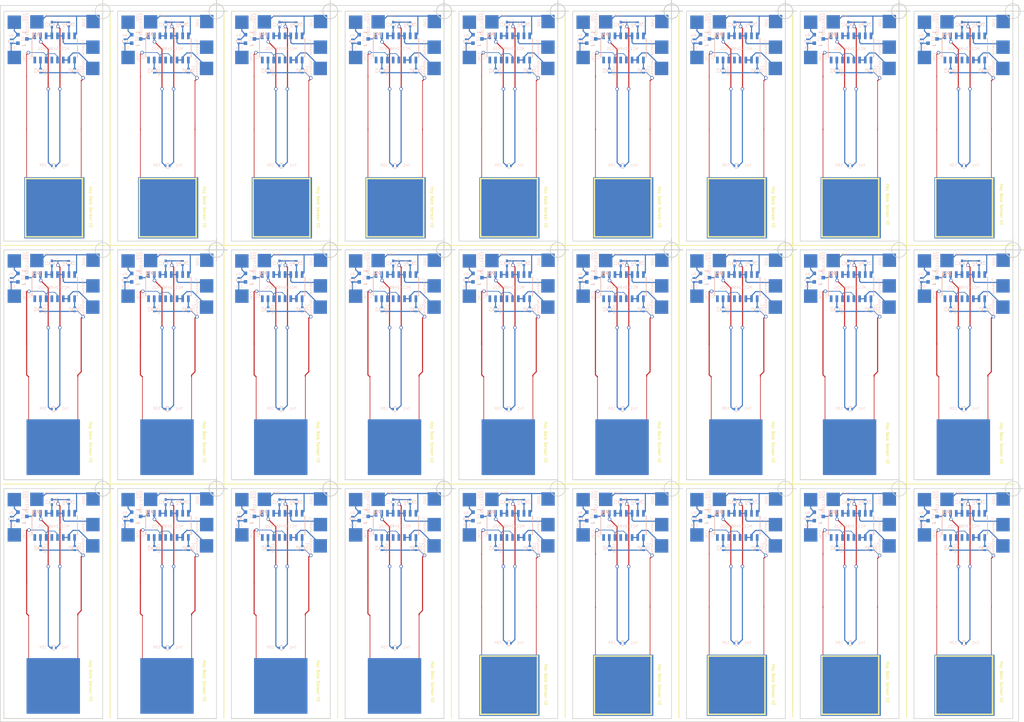
<source format=kicad_pcb>
(kicad_pcb (version 4) (host pcbnew 4.0.3-stable)
  (layers (0 F.Cu signal) (31 B.Cu signal) (34 B.Paste user) (35 F.Paste user) (36 B.SilkS user) (37 F.SilkS user) (38 B.Mask user) (39 F.Mask user) (44 Edge.Cuts user))
  (net 0 "")
  (net 1 "Net-(C1-Pad1)")
  (net 2 "Net-(C1-Pad2)")
  (net 3 "Net-(P1-Pad1)")
  (net 4 VDD)
  (net 5 GND)
  (net 6 "Net-(R1-Pad1)")
  (net 7 "Net-(TH1-Pad1)")
  (net 8 "Net-(U1-Pad13)")
  (net 9 "Net-(U1-Pad16)")
  (net 10 "Net-(R2-Pad1)")
  (net 11 "Net-(R3-Pad1)")
  (net 12 /Cap2)
  (net 13 /Cap1)
  (net 14 "Net-(P4-Pad1)")
  (net 15 "Net-(U1-Pad1)")
  (net 16 "Net-(P5-Pad1)")
  (module Measurement_Points:Measurement_Point_Square-SMD-Pad_Big (layer B.Cu) (at 231.6734 76.03998)
    (fp_text reference P6 (at 0 3) (layer B.SilkS) (effects (justify mirror)))
    (fp_text value GND (at 2.7686 -1.3462) (layer B.SilkS) (effects (font (size 0.6 0.6) (thickness 0.05)) (justify mirror)))
    (pad 1 smd rect (at 0 0) (size 3 3) (layers B.Cu B.Mask) (net 5 GND))
  )
  (module Measurement_Points:Measurement_Point_Square-SMD-Pad_Big (layer B.Cu) (at 226.6442 83.99018)
    (fp_text reference P5)
    (fp_text value CTRL (at 2.24536 -0.06096 90) (layer B.SilkS) (effects (font (size 0.6 0.6) (thickness 0.05)) (justify mirror)))
    (pad 1 smd rect (at 0 0) (size 3 3) (layers B.Cu B.Mask) (net 16 "Net-(P5-Pad1)"))
  )
  (module Measurement_Points:Measurement_Point_Square-SMD-Pad_Big (layer B.Cu) (at 244.15242 86.44128)
    (fp_text reference P4)
    (fp_text value CapSense (at -2.20218 -0.25146 90) (layer B.SilkS) (effects (font (size 0.6 0.6) (thickness 0.05)) (justify mirror)))
    (pad 1 smd rect (at 0 0) (size 3 3) (layers B.Cu B.Mask) (net 14 "Net-(P4-Pad1)"))
  )
  (module Measurement_Points:Measurement_Point_Square-SMD-Pad_Big (layer B.Cu) (at 244.2083 75.96378)
    (fp_text reference P3)
    (fp_text value GND (at -2.07518 0.28956 90) (layer B.SilkS) (effects (font (size 0.6 0.6) (thickness 0.05)) (justify mirror)))
    (pad 1 smd rect (at 0 0) (size 3 3) (layers B.Cu B.Mask) (net 5 GND))
  )
  (module Measurement_Points:Measurement_Point_Square-SMD-Pad_Big (layer B.Cu) (at 226.6442 76.11618)
    (fp_text reference P2)
    (fp_text value VDD (at 2.1082 -1.0414 90) (layer B.SilkS) (effects (font (size 0.6 0.6) (thickness 0.05)) (justify mirror)))
    (pad 1 smd rect (at 0 0) (size 3 3) (layers B.Cu B.Mask) (net 4 VDD))
  )
  (module Measurement_Points:Measurement_Point_Square-SMD-Pad_Big (layer B.Cu) (at 244.18036 81.69148)
    (fp_text reference P1)
    (fp_text value THsense (at -2.19964 0.04826 90) (layer B.SilkS) (effects (font (size 0.6 0.6) (thickness 0.05)) (justify mirror)))
    (pad 1 smd rect (at 0 0) (size 3 3) (layers B.Cu B.Mask) (net 3 "Net-(P1-Pad1)"))
  )
  (module TO_SOT_Packages_SMD:SOT-23 (layer B.Cu) (at 228.4476 79.84998 90)
    (fp_text reference U2 (at 0.0508 0.1016 90) (layer B.SilkS) (effects (font (size 0.6 0.6) (thickness 0.05)) (justify mirror)))
    (fp_text value SSM3J328R (at 3.2258 1.0922 90) (layer B.SilkS) (effects (font (size 0.6 0.6) (thickness 0.05)) (justify mirror)))
    (pad 1 smd rect (at -0.95 -1.00076 90) (size 0.8001 0.8001) (layers B.Cu B.Paste B.Mask) (net 16 "Net-(P5-Pad1)"))
    (pad 2 smd rect (at 0.95 -1.00076 90) (size 0.8001 0.8001) (layers B.Cu B.Paste B.Mask) (net 4 VDD))
    (pad 3 smd rect (at 0 0.99822 90) (size 0.8001 0.8001) (layers B.Cu B.Paste B.Mask) (net 15 "Net-(U1-Pad1)"))
  )
  (module Resistors_SMD:R_0402 (layer B.Cu) (at 225.933 80.38338 90)
    (fp_text reference R4 (at 1.30048 -0.02032 180) (layer B.SilkS) (effects (font (size 0.6 0.6) (thickness 0.05)) (justify mirror)))
    (fp_text value 10K (at -1.46304 0.1016 180) (layer B.SilkS) (effects (font (size 0.6 0.6) (thickness 0.05)) (justify mirror)))
    (pad 1 smd rect (at -0.45 0 90) (size 0.4 0.6) (layers B.Cu B.Paste B.Mask) (net 16 "Net-(P5-Pad1)"))
    (pad 2 smd rect (at 0.45 0 90) (size 0.4 0.6) (layers B.Cu B.Paste B.Mask) (net 4 VDD))
  )
  (module Resistors_SMD:R_0402 (layer B.Cu) (at 232.506 86.94158 270)
    (fp_text reference R3 (at -0.04564 1.08152 270) (layer B.SilkS) (effects (font (size 0.6 0.6) (thickness 0.05)) (justify mirror)))
    (fp_text value 100K (at 0.05596 -1.10034 270) (layer B.SilkS) (effects (font (size 0.6 0.6) (thickness 0.05)) (justify mirror)))
    (pad 1 smd rect (at -0.45 0 270) (size 0.4 0.6) (layers B.Cu B.Paste B.Mask) (net 11 "Net-(R3-Pad1)"))
    (pad 2 smd rect (at 0.45 0 270) (size 0.4 0.6) (layers B.Cu B.Paste B.Mask) (net 12 /Cap2))
  )
  (module Resistors_SMD:R_0402 (layer B.Cu) (at 240.136 86.94158 270)
    (fp_text reference R2 (at 0.01024 1.0077 270) (layer B.SilkS) (effects (font (size 0.6 0.6) (thickness 0.05)) (justify mirror)))
    (fp_text value 100K (at -0.03548 -1.0497 270) (layer B.SilkS) (effects (font (size 0.6 0.6) (thickness 0.05)) (justify mirror)))
    (pad 1 smd rect (at -0.45 0 270) (size 0.4 0.6) (layers B.Cu B.Paste B.Mask) (net 10 "Net-(R2-Pad1)"))
    (pad 2 smd rect (at 0.45 0 270) (size 0.4 0.6) (layers B.Cu B.Paste B.Mask) (net 12 /Cap2))
  )
  (module Housings_SOIC:SOIC-16_3.9x9.9mm_Pitch1.27mm (layer B.Cu) (at 235.656 81.86158 270)
    (fp_text reference U1 (at 2.0778 5.659 270) (layer B.SilkS) (effects (font (size 0.6 0.6) (thickness 0.05)) (justify mirror)))
    (fp_text value MC14049BDR2G (at 0.17 0.22 360) (layer B.SilkS) (effects (font (size 0.6 0.6) (thickness 0.05)) (justify mirror)))
    (pad 1 smd rect (at -2.7 4.445 270) (size 1.5 0.6) (layers B.Cu B.Paste B.Mask) (net 15 "Net-(U1-Pad1)"))
    (pad 2 smd rect (at -2.7 3.175 270) (size 1.5 0.6) (layers B.Cu B.Paste B.Mask) (net 7 "Net-(TH1-Pad1)"))
    (pad 3 smd rect (at -2.7 1.905 270) (size 1.5 0.6) (layers B.Cu B.Paste B.Mask) (net 1 "Net-(C1-Pad1)"))
    (pad 4 smd rect (at -2.7 0.635 270) (size 1.5 0.6) (layers B.Cu B.Paste B.Mask) (net 1 "Net-(C1-Pad1)"))
    (pad 5 smd rect (at -2.7 -0.635 270) (size 1.5 0.6) (layers B.Cu B.Paste B.Mask) (net 3 "Net-(P1-Pad1)"))
    (pad 6 smd rect (at -2.7 -1.905 270) (size 1.5 0.6) (layers B.Cu B.Paste B.Mask) (net 3 "Net-(P1-Pad1)"))
    (pad 7 smd rect (at -2.7 -3.175 270) (size 1.5 0.6) (layers B.Cu B.Paste B.Mask) (net 6 "Net-(R1-Pad1)"))
    (pad 8 smd rect (at -2.7 -4.445 270) (size 1.5 0.6) (layers B.Cu B.Paste B.Mask) (net 5 GND))
    (pad 9 smd rect (at 2.7 -4.445 270) (size 1.5 0.6) (layers B.Cu B.Paste B.Mask) (net 10 "Net-(R2-Pad1)"))
    (pad 10 smd rect (at 2.7 -3.175 270) (size 1.5 0.6) (layers B.Cu B.Paste B.Mask) (net 14 "Net-(P4-Pad1)"))
    (pad 11 smd rect (at 2.7 -1.905 270) (size 1.5 0.6) (layers B.Cu B.Paste B.Mask) (net 14 "Net-(P4-Pad1)"))
    (pad 12 smd rect (at 2.7 -0.635 270) (size 1.5 0.6) (layers B.Cu B.Paste B.Mask) (net 13 /Cap1))
    (pad 13 smd rect (at 2.7 0.635 270) (size 1.5 0.6) (layers B.Cu B.Paste B.Mask) (net 8 "Net-(U1-Pad13)"))
    (pad 14 smd rect (at 2.7 1.905 270) (size 1.5 0.6) (layers B.Cu B.Paste B.Mask) (net 13 /Cap1))
    (pad 15 smd rect (at 2.7 3.175 270) (size 1.5 0.6) (layers B.Cu B.Paste B.Mask) (net 11 "Net-(R3-Pad1)"))
    (pad 16 smd rect (at 2.7 4.445 270) (size 1.5 0.6) (layers B.Cu B.Paste B.Mask) (net 9 "Net-(U1-Pad16)"))
  )
  (module Resistors_SMD:R_0402 (layer B.Cu) (at 235.458 109.22)
    (fp_text reference TH1 (at 2.58 -0.09) (layer B.SilkS) (effects (font (size 0.6 0.6) (thickness 0.05)) (justify mirror)))
    (fp_text value 10K (at -2.44722 -0.17432) (layer B.SilkS) (effects (font (size 0.6 0.6) (thickness 0.05)) (justify mirror)))
    (pad 1 smd rect (at -0.45 0) (size 0.4 0.6) (layers B.Cu B.Paste B.Mask) (net 7 "Net-(TH1-Pad1)"))
    (pad 2 smd rect (at 0.45 0) (size 0.4 0.6) (layers B.Cu B.Paste B.Mask) (net 2 "Net-(C1-Pad2)"))
  )
  (module Resistors_SMD:R_0402 (layer B.Cu) (at 238.806 76.57158 90)
    (fp_text reference R1 (at -0.06022 1.1097 90) (layer B.SilkS) (effects (font (size 0.6 0.6) (thickness 0.05)) (justify mirror)))
    (fp_text value 10K (at -0.03736 -1.09502 90) (layer B.SilkS) (effects (font (size 0.6 0.6) (thickness 0.05)) (justify mirror)))
    (pad 1 smd rect (at -0.45 0 90) (size 0.4 0.6) (layers B.Cu B.Paste B.Mask) (net 6 "Net-(R1-Pad1)"))
    (pad 2 smd rect (at 0.45 0 90) (size 0.4 0.6) (layers B.Cu B.Paste B.Mask) (net 2 "Net-(C1-Pad2)"))
  )
  (module Capacitors_SMD:C_0402 (layer B.Cu) (at 235.036 76.65158 90)
    (fp_text reference C1 (at -0.02594 -1.13248 90) (layer B.SilkS) (effects (font (size 0.6 0.6) (thickness 0.05)) (justify mirror)))
    (fp_text value .01uF (at 0.10106 1.08494 90) (layer B.SilkS) (effects (font (size 0.6 0.6) (thickness 0.05)) (justify mirror)))
    (pad 1 smd rect (at -0.55 0 90) (size 0.6 0.5) (layers B.Cu B.Paste B.Mask) (net 1 "Net-(C1-Pad1)"))
    (pad 2 smd rect (at 0.55 0 90) (size 0.6 0.5) (layers B.Cu B.Paste B.Mask) (net 2 "Net-(C1-Pad2)"))
  )
  (module Capacitors_SMD:C_0402 (layer B.Cu) (at 235.036 23.3192 90)
    (fp_text reference C1 (at -0.02594 -1.13248 90) (layer B.SilkS) (effects (font (size 0.6 0.6) (thickness 0.05)) (justify mirror)))
    (fp_text value .01uF (at 0.10106 1.08494 90) (layer B.SilkS) (effects (font (size 0.6 0.6) (thickness 0.05)) (justify mirror)))
    (pad 1 smd rect (at -0.55 0 90) (size 0.6 0.5) (layers B.Cu B.Paste B.Mask) (net 1 "Net-(C1-Pad1)"))
    (pad 2 smd rect (at 0.55 0 90) (size 0.6 0.5) (layers B.Cu B.Paste B.Mask) (net 2 "Net-(C1-Pad2)"))
  )
  (module Resistors_SMD:R_0402 (layer B.Cu) (at 238.806 23.2392 90)
    (fp_text reference R1 (at -0.06022 1.1097 90) (layer B.SilkS) (effects (font (size 0.6 0.6) (thickness 0.05)) (justify mirror)))
    (fp_text value 10K (at -0.03736 -1.09502 90) (layer B.SilkS) (effects (font (size 0.6 0.6) (thickness 0.05)) (justify mirror)))
    (pad 1 smd rect (at -0.45 0 90) (size 0.4 0.6) (layers B.Cu B.Paste B.Mask) (net 6 "Net-(R1-Pad1)"))
    (pad 2 smd rect (at 0.45 0 90) (size 0.4 0.6) (layers B.Cu B.Paste B.Mask) (net 2 "Net-(C1-Pad2)"))
  )
  (module Resistors_SMD:R_0402 (layer B.Cu) (at 235.458 54.864)
    (fp_text reference TH1 (at 2.58 -0.09) (layer B.SilkS) (effects (font (size 0.6 0.6) (thickness 0.05)) (justify mirror)))
    (fp_text value 10K (at -2.44722 -0.17432) (layer B.SilkS) (effects (font (size 0.6 0.6) (thickness 0.05)) (justify mirror)))
    (pad 1 smd rect (at -0.45 0) (size 0.4 0.6) (layers B.Cu B.Paste B.Mask) (net 7 "Net-(TH1-Pad1)"))
    (pad 2 smd rect (at 0.45 0) (size 0.4 0.6) (layers B.Cu B.Paste B.Mask) (net 2 "Net-(C1-Pad2)"))
  )
  (module Housings_SOIC:SOIC-16_3.9x9.9mm_Pitch1.27mm (layer B.Cu) (at 235.656 28.5292 270)
    (fp_text reference U1 (at 2.0778 5.659 270) (layer B.SilkS) (effects (font (size 0.6 0.6) (thickness 0.05)) (justify mirror)))
    (fp_text value MC14049BDR2G (at 0.17 0.22 360) (layer B.SilkS) (effects (font (size 0.6 0.6) (thickness 0.05)) (justify mirror)))
    (pad 1 smd rect (at -2.7 4.445 270) (size 1.5 0.6) (layers B.Cu B.Paste B.Mask) (net 15 "Net-(U1-Pad1)"))
    (pad 2 smd rect (at -2.7 3.175 270) (size 1.5 0.6) (layers B.Cu B.Paste B.Mask) (net 7 "Net-(TH1-Pad1)"))
    (pad 3 smd rect (at -2.7 1.905 270) (size 1.5 0.6) (layers B.Cu B.Paste B.Mask) (net 1 "Net-(C1-Pad1)"))
    (pad 4 smd rect (at -2.7 0.635 270) (size 1.5 0.6) (layers B.Cu B.Paste B.Mask) (net 1 "Net-(C1-Pad1)"))
    (pad 5 smd rect (at -2.7 -0.635 270) (size 1.5 0.6) (layers B.Cu B.Paste B.Mask) (net 3 "Net-(P1-Pad1)"))
    (pad 6 smd rect (at -2.7 -1.905 270) (size 1.5 0.6) (layers B.Cu B.Paste B.Mask) (net 3 "Net-(P1-Pad1)"))
    (pad 7 smd rect (at -2.7 -3.175 270) (size 1.5 0.6) (layers B.Cu B.Paste B.Mask) (net 6 "Net-(R1-Pad1)"))
    (pad 8 smd rect (at -2.7 -4.445 270) (size 1.5 0.6) (layers B.Cu B.Paste B.Mask) (net 5 GND))
    (pad 9 smd rect (at 2.7 -4.445 270) (size 1.5 0.6) (layers B.Cu B.Paste B.Mask) (net 10 "Net-(R2-Pad1)"))
    (pad 10 smd rect (at 2.7 -3.175 270) (size 1.5 0.6) (layers B.Cu B.Paste B.Mask) (net 14 "Net-(P4-Pad1)"))
    (pad 11 smd rect (at 2.7 -1.905 270) (size 1.5 0.6) (layers B.Cu B.Paste B.Mask) (net 14 "Net-(P4-Pad1)"))
    (pad 12 smd rect (at 2.7 -0.635 270) (size 1.5 0.6) (layers B.Cu B.Paste B.Mask) (net 13 /Cap1))
    (pad 13 smd rect (at 2.7 0.635 270) (size 1.5 0.6) (layers B.Cu B.Paste B.Mask) (net 8 "Net-(U1-Pad13)"))
    (pad 14 smd rect (at 2.7 1.905 270) (size 1.5 0.6) (layers B.Cu B.Paste B.Mask) (net 13 /Cap1))
    (pad 15 smd rect (at 2.7 3.175 270) (size 1.5 0.6) (layers B.Cu B.Paste B.Mask) (net 11 "Net-(R3-Pad1)"))
    (pad 16 smd rect (at 2.7 4.445 270) (size 1.5 0.6) (layers B.Cu B.Paste B.Mask) (net 9 "Net-(U1-Pad16)"))
  )
  (module Resistors_SMD:R_0402 (layer B.Cu) (at 240.136 33.6092 270)
    (fp_text reference R2 (at 0.01024 1.0077 270) (layer B.SilkS) (effects (font (size 0.6 0.6) (thickness 0.05)) (justify mirror)))
    (fp_text value 100K (at -0.03548 -1.0497 270) (layer B.SilkS) (effects (font (size 0.6 0.6) (thickness 0.05)) (justify mirror)))
    (pad 1 smd rect (at -0.45 0 270) (size 0.4 0.6) (layers B.Cu B.Paste B.Mask) (net 10 "Net-(R2-Pad1)"))
    (pad 2 smd rect (at 0.45 0 270) (size 0.4 0.6) (layers B.Cu B.Paste B.Mask) (net 12 /Cap2))
  )
  (module Resistors_SMD:R_0402 (layer B.Cu) (at 232.506 33.6092 270)
    (fp_text reference R3 (at -0.04564 1.08152 270) (layer B.SilkS) (effects (font (size 0.6 0.6) (thickness 0.05)) (justify mirror)))
    (fp_text value 100K (at 0.05596 -1.10034 270) (layer B.SilkS) (effects (font (size 0.6 0.6) (thickness 0.05)) (justify mirror)))
    (pad 1 smd rect (at -0.45 0 270) (size 0.4 0.6) (layers B.Cu B.Paste B.Mask) (net 11 "Net-(R3-Pad1)"))
    (pad 2 smd rect (at 0.45 0 270) (size 0.4 0.6) (layers B.Cu B.Paste B.Mask) (net 12 /Cap2))
  )
  (module Resistors_SMD:R_0402 (layer B.Cu) (at 225.933 27.051 90)
    (fp_text reference R4 (at 1.30048 -0.02032 180) (layer B.SilkS) (effects (font (size 0.6 0.6) (thickness 0.05)) (justify mirror)))
    (fp_text value 10K (at -1.46304 0.1016 180) (layer B.SilkS) (effects (font (size 0.6 0.6) (thickness 0.05)) (justify mirror)))
    (pad 1 smd rect (at -0.45 0 90) (size 0.4 0.6) (layers B.Cu B.Paste B.Mask) (net 16 "Net-(P5-Pad1)"))
    (pad 2 smd rect (at 0.45 0 90) (size 0.4 0.6) (layers B.Cu B.Paste B.Mask) (net 4 VDD))
  )
  (module TO_SOT_Packages_SMD:SOT-23 (layer B.Cu) (at 228.4476 26.5176 90)
    (fp_text reference U2 (at 0.0508 0.1016 90) (layer B.SilkS) (effects (font (size 0.6 0.6) (thickness 0.05)) (justify mirror)))
    (fp_text value SSM3J328R (at 3.2258 1.0922 90) (layer B.SilkS) (effects (font (size 0.6 0.6) (thickness 0.05)) (justify mirror)))
    (pad 1 smd rect (at -0.95 -1.00076 90) (size 0.8001 0.8001) (layers B.Cu B.Paste B.Mask) (net 16 "Net-(P5-Pad1)"))
    (pad 2 smd rect (at 0.95 -1.00076 90) (size 0.8001 0.8001) (layers B.Cu B.Paste B.Mask) (net 4 VDD))
    (pad 3 smd rect (at 0 0.99822 90) (size 0.8001 0.8001) (layers B.Cu B.Paste B.Mask) (net 15 "Net-(U1-Pad1)"))
  )
  (module Measurement_Points:Measurement_Point_Square-SMD-Pad_Big (layer B.Cu) (at 244.18036 28.3591)
    (fp_text reference P1)
    (fp_text value THsense (at -2.19964 0.04826 90) (layer B.SilkS) (effects (font (size 0.6 0.6) (thickness 0.05)) (justify mirror)))
    (pad 1 smd rect (at 0 0) (size 3 3) (layers B.Cu B.Mask) (net 3 "Net-(P1-Pad1)"))
  )
  (module Measurement_Points:Measurement_Point_Square-SMD-Pad_Big (layer B.Cu) (at 226.6442 22.7838)
    (fp_text reference P2)
    (fp_text value VDD (at 2.1082 -1.0414 90) (layer B.SilkS) (effects (font (size 0.6 0.6) (thickness 0.05)) (justify mirror)))
    (pad 1 smd rect (at 0 0) (size 3 3) (layers B.Cu B.Mask) (net 4 VDD))
  )
  (module Measurement_Points:Measurement_Point_Square-SMD-Pad_Big (layer B.Cu) (at 244.2083 22.6314)
    (fp_text reference P3)
    (fp_text value GND (at -2.07518 0.28956 90) (layer B.SilkS) (effects (font (size 0.6 0.6) (thickness 0.05)) (justify mirror)))
    (pad 1 smd rect (at 0 0) (size 3 3) (layers B.Cu B.Mask) (net 5 GND))
  )
  (module Measurement_Points:Measurement_Point_Square-SMD-Pad_Big (layer B.Cu) (at 244.15242 33.1089)
    (fp_text reference P4)
    (fp_text value CapSense (at -2.20218 -0.25146 90) (layer B.SilkS) (effects (font (size 0.6 0.6) (thickness 0.05)) (justify mirror)))
    (pad 1 smd rect (at 0 0) (size 3 3) (layers B.Cu B.Mask) (net 14 "Net-(P4-Pad1)"))
  )
  (module Measurement_Points:Measurement_Point_Square-SMD-Pad_Big (layer B.Cu) (at 226.6442 30.6578)
    (fp_text reference P5)
    (fp_text value CTRL (at 2.24536 -0.06096 90) (layer B.SilkS) (effects (font (size 0.6 0.6) (thickness 0.05)) (justify mirror)))
    (pad 1 smd rect (at 0 0) (size 3 3) (layers B.Cu B.Mask) (net 16 "Net-(P5-Pad1)"))
  )
  (module Measurement_Points:Measurement_Point_Square-SMD-Pad_Big (layer B.Cu) (at 231.6734 22.7076)
    (fp_text reference P6 (at 0 3) (layer B.SilkS) (effects (justify mirror)))
    (fp_text value GND (at 2.7686 -1.3462) (layer B.SilkS) (effects (font (size 0.6 0.6) (thickness 0.05)) (justify mirror)))
    (pad 1 smd rect (at 0 0) (size 3 3) (layers B.Cu B.Mask) (net 5 GND))
  )
  (module Measurement_Points:Measurement_Point_Square-SMD-Pad_Big (layer B.Cu) (at 231.6734 129.3876)
    (fp_text reference P6 (at 0 3) (layer B.SilkS) (effects (justify mirror)))
    (fp_text value GND (at 2.7686 -1.3462) (layer B.SilkS) (effects (font (size 0.6 0.6) (thickness 0.05)) (justify mirror)))
    (pad 1 smd rect (at 0 0) (size 3 3) (layers B.Cu B.Mask) (net 5 GND))
  )
  (module Measurement_Points:Measurement_Point_Square-SMD-Pad_Big (layer B.Cu) (at 226.6442 137.3378)
    (fp_text reference P5)
    (fp_text value CTRL (at 2.24536 -0.06096 90) (layer B.SilkS) (effects (font (size 0.6 0.6) (thickness 0.05)) (justify mirror)))
    (pad 1 smd rect (at 0 0) (size 3 3) (layers B.Cu B.Mask) (net 16 "Net-(P5-Pad1)"))
  )
  (module Measurement_Points:Measurement_Point_Square-SMD-Pad_Big (layer B.Cu) (at 244.15242 139.7889)
    (fp_text reference P4)
    (fp_text value CapSense (at -2.20218 -0.25146 90) (layer B.SilkS) (effects (font (size 0.6 0.6) (thickness 0.05)) (justify mirror)))
    (pad 1 smd rect (at 0 0) (size 3 3) (layers B.Cu B.Mask) (net 14 "Net-(P4-Pad1)"))
  )
  (module Measurement_Points:Measurement_Point_Square-SMD-Pad_Big (layer B.Cu) (at 244.2083 129.3114)
    (fp_text reference P3)
    (fp_text value GND (at -2.07518 0.28956 90) (layer B.SilkS) (effects (font (size 0.6 0.6) (thickness 0.05)) (justify mirror)))
    (pad 1 smd rect (at 0 0) (size 3 3) (layers B.Cu B.Mask) (net 5 GND))
  )
  (module Measurement_Points:Measurement_Point_Square-SMD-Pad_Big (layer B.Cu) (at 226.6442 129.4638)
    (fp_text reference P2)
    (fp_text value VDD (at 2.1082 -1.0414 90) (layer B.SilkS) (effects (font (size 0.6 0.6) (thickness 0.05)) (justify mirror)))
    (pad 1 smd rect (at 0 0) (size 3 3) (layers B.Cu B.Mask) (net 4 VDD))
  )
  (module Measurement_Points:Measurement_Point_Square-SMD-Pad_Big (layer B.Cu) (at 244.18036 135.0391)
    (fp_text reference P1)
    (fp_text value THsense (at -2.19964 0.04826 90) (layer B.SilkS) (effects (font (size 0.6 0.6) (thickness 0.05)) (justify mirror)))
    (pad 1 smd rect (at 0 0) (size 3 3) (layers B.Cu B.Mask) (net 3 "Net-(P1-Pad1)"))
  )
  (module TO_SOT_Packages_SMD:SOT-23 (layer B.Cu) (at 228.4476 133.1976 90)
    (fp_text reference U2 (at 0.0508 0.1016 90) (layer B.SilkS) (effects (font (size 0.6 0.6) (thickness 0.05)) (justify mirror)))
    (fp_text value SSM3J328R (at 3.2258 1.0922 90) (layer B.SilkS) (effects (font (size 0.6 0.6) (thickness 0.05)) (justify mirror)))
    (pad 1 smd rect (at -0.95 -1.00076 90) (size 0.8001 0.8001) (layers B.Cu B.Paste B.Mask) (net 16 "Net-(P5-Pad1)"))
    (pad 2 smd rect (at 0.95 -1.00076 90) (size 0.8001 0.8001) (layers B.Cu B.Paste B.Mask) (net 4 VDD))
    (pad 3 smd rect (at 0 0.99822 90) (size 0.8001 0.8001) (layers B.Cu B.Paste B.Mask) (net 15 "Net-(U1-Pad1)"))
  )
  (module Resistors_SMD:R_0402 (layer B.Cu) (at 225.933 133.731 90)
    (fp_text reference R4 (at 1.30048 -0.02032 180) (layer B.SilkS) (effects (font (size 0.6 0.6) (thickness 0.05)) (justify mirror)))
    (fp_text value 10K (at -1.46304 0.1016 180) (layer B.SilkS) (effects (font (size 0.6 0.6) (thickness 0.05)) (justify mirror)))
    (pad 1 smd rect (at -0.45 0 90) (size 0.4 0.6) (layers B.Cu B.Paste B.Mask) (net 16 "Net-(P5-Pad1)"))
    (pad 2 smd rect (at 0.45 0 90) (size 0.4 0.6) (layers B.Cu B.Paste B.Mask) (net 4 VDD))
  )
  (module Resistors_SMD:R_0402 (layer B.Cu) (at 232.506 140.2892 270)
    (fp_text reference R3 (at -0.04564 1.08152 270) (layer B.SilkS) (effects (font (size 0.6 0.6) (thickness 0.05)) (justify mirror)))
    (fp_text value 100K (at 0.05596 -1.10034 270) (layer B.SilkS) (effects (font (size 0.6 0.6) (thickness 0.05)) (justify mirror)))
    (pad 1 smd rect (at -0.45 0 270) (size 0.4 0.6) (layers B.Cu B.Paste B.Mask) (net 11 "Net-(R3-Pad1)"))
    (pad 2 smd rect (at 0.45 0 270) (size 0.4 0.6) (layers B.Cu B.Paste B.Mask) (net 12 /Cap2))
  )
  (module Resistors_SMD:R_0402 (layer B.Cu) (at 240.136 140.2892 270)
    (fp_text reference R2 (at 0.01024 1.0077 270) (layer B.SilkS) (effects (font (size 0.6 0.6) (thickness 0.05)) (justify mirror)))
    (fp_text value 100K (at -0.03548 -1.0497 270) (layer B.SilkS) (effects (font (size 0.6 0.6) (thickness 0.05)) (justify mirror)))
    (pad 1 smd rect (at -0.45 0 270) (size 0.4 0.6) (layers B.Cu B.Paste B.Mask) (net 10 "Net-(R2-Pad1)"))
    (pad 2 smd rect (at 0.45 0 270) (size 0.4 0.6) (layers B.Cu B.Paste B.Mask) (net 12 /Cap2))
  )
  (module Housings_SOIC:SOIC-16_3.9x9.9mm_Pitch1.27mm (layer B.Cu) (at 235.656 135.2092 270)
    (fp_text reference U1 (at 2.0778 5.659 270) (layer B.SilkS) (effects (font (size 0.6 0.6) (thickness 0.05)) (justify mirror)))
    (fp_text value MC14049BDR2G (at 0.17 0.22 360) (layer B.SilkS) (effects (font (size 0.6 0.6) (thickness 0.05)) (justify mirror)))
    (pad 1 smd rect (at -2.7 4.445 270) (size 1.5 0.6) (layers B.Cu B.Paste B.Mask) (net 15 "Net-(U1-Pad1)"))
    (pad 2 smd rect (at -2.7 3.175 270) (size 1.5 0.6) (layers B.Cu B.Paste B.Mask) (net 7 "Net-(TH1-Pad1)"))
    (pad 3 smd rect (at -2.7 1.905 270) (size 1.5 0.6) (layers B.Cu B.Paste B.Mask) (net 1 "Net-(C1-Pad1)"))
    (pad 4 smd rect (at -2.7 0.635 270) (size 1.5 0.6) (layers B.Cu B.Paste B.Mask) (net 1 "Net-(C1-Pad1)"))
    (pad 5 smd rect (at -2.7 -0.635 270) (size 1.5 0.6) (layers B.Cu B.Paste B.Mask) (net 3 "Net-(P1-Pad1)"))
    (pad 6 smd rect (at -2.7 -1.905 270) (size 1.5 0.6) (layers B.Cu B.Paste B.Mask) (net 3 "Net-(P1-Pad1)"))
    (pad 7 smd rect (at -2.7 -3.175 270) (size 1.5 0.6) (layers B.Cu B.Paste B.Mask) (net 6 "Net-(R1-Pad1)"))
    (pad 8 smd rect (at -2.7 -4.445 270) (size 1.5 0.6) (layers B.Cu B.Paste B.Mask) (net 5 GND))
    (pad 9 smd rect (at 2.7 -4.445 270) (size 1.5 0.6) (layers B.Cu B.Paste B.Mask) (net 10 "Net-(R2-Pad1)"))
    (pad 10 smd rect (at 2.7 -3.175 270) (size 1.5 0.6) (layers B.Cu B.Paste B.Mask) (net 14 "Net-(P4-Pad1)"))
    (pad 11 smd rect (at 2.7 -1.905 270) (size 1.5 0.6) (layers B.Cu B.Paste B.Mask) (net 14 "Net-(P4-Pad1)"))
    (pad 12 smd rect (at 2.7 -0.635 270) (size 1.5 0.6) (layers B.Cu B.Paste B.Mask) (net 13 /Cap1))
    (pad 13 smd rect (at 2.7 0.635 270) (size 1.5 0.6) (layers B.Cu B.Paste B.Mask) (net 8 "Net-(U1-Pad13)"))
    (pad 14 smd rect (at 2.7 1.905 270) (size 1.5 0.6) (layers B.Cu B.Paste B.Mask) (net 13 /Cap1))
    (pad 15 smd rect (at 2.7 3.175 270) (size 1.5 0.6) (layers B.Cu B.Paste B.Mask) (net 11 "Net-(R3-Pad1)"))
    (pad 16 smd rect (at 2.7 4.445 270) (size 1.5 0.6) (layers B.Cu B.Paste B.Mask) (net 9 "Net-(U1-Pad16)"))
  )
  (module Resistors_SMD:R_0402 (layer B.Cu) (at 235.458 161.544)
    (fp_text reference TH1 (at 2.58 -0.09) (layer B.SilkS) (effects (font (size 0.6 0.6) (thickness 0.05)) (justify mirror)))
    (fp_text value 10K (at -2.44722 -0.17432) (layer B.SilkS) (effects (font (size 0.6 0.6) (thickness 0.05)) (justify mirror)))
    (pad 1 smd rect (at -0.45 0) (size 0.4 0.6) (layers B.Cu B.Paste B.Mask) (net 7 "Net-(TH1-Pad1)"))
    (pad 2 smd rect (at 0.45 0) (size 0.4 0.6) (layers B.Cu B.Paste B.Mask) (net 2 "Net-(C1-Pad2)"))
  )
  (module Resistors_SMD:R_0402 (layer B.Cu) (at 238.806 129.9192 90)
    (fp_text reference R1 (at -0.06022 1.1097 90) (layer B.SilkS) (effects (font (size 0.6 0.6) (thickness 0.05)) (justify mirror)))
    (fp_text value 10K (at -0.03736 -1.09502 90) (layer B.SilkS) (effects (font (size 0.6 0.6) (thickness 0.05)) (justify mirror)))
    (pad 1 smd rect (at -0.45 0 90) (size 0.4 0.6) (layers B.Cu B.Paste B.Mask) (net 6 "Net-(R1-Pad1)"))
    (pad 2 smd rect (at 0.45 0 90) (size 0.4 0.6) (layers B.Cu B.Paste B.Mask) (net 2 "Net-(C1-Pad2)"))
  )
  (module Capacitors_SMD:C_0402 (layer B.Cu) (at 235.036 129.9992 90)
    (fp_text reference C1 (at -0.02594 -1.13248 90) (layer B.SilkS) (effects (font (size 0.6 0.6) (thickness 0.05)) (justify mirror)))
    (fp_text value .01uF (at 0.10106 1.08494 90) (layer B.SilkS) (effects (font (size 0.6 0.6) (thickness 0.05)) (justify mirror)))
    (pad 1 smd rect (at -0.55 0 90) (size 0.6 0.5) (layers B.Cu B.Paste B.Mask) (net 1 "Net-(C1-Pad1)"))
    (pad 2 smd rect (at 0.55 0 90) (size 0.6 0.5) (layers B.Cu B.Paste B.Mask) (net 2 "Net-(C1-Pad2)"))
  )
  (module Measurement_Points:Measurement_Point_Square-SMD-Pad_Big (layer B.Cu) (at 180.8734 129.3876)
    (fp_text reference P6 (at 0 3) (layer B.SilkS) (effects (justify mirror)))
    (fp_text value GND (at 2.7686 -1.3462) (layer B.SilkS) (effects (font (size 0.6 0.6) (thickness 0.05)) (justify mirror)))
    (pad 1 smd rect (at 0 0) (size 3 3) (layers B.Cu B.Mask) (net 5 GND))
  )
  (module Measurement_Points:Measurement_Point_Square-SMD-Pad_Big (layer B.Cu) (at 175.8442 137.3378)
    (fp_text reference P5)
    (fp_text value CTRL (at 2.24536 -0.06096 90) (layer B.SilkS) (effects (font (size 0.6 0.6) (thickness 0.05)) (justify mirror)))
    (pad 1 smd rect (at 0 0) (size 3 3) (layers B.Cu B.Mask) (net 16 "Net-(P5-Pad1)"))
  )
  (module Measurement_Points:Measurement_Point_Square-SMD-Pad_Big (layer B.Cu) (at 193.35242 139.7889)
    (fp_text reference P4)
    (fp_text value CapSense (at -2.20218 -0.25146 90) (layer B.SilkS) (effects (font (size 0.6 0.6) (thickness 0.05)) (justify mirror)))
    (pad 1 smd rect (at 0 0) (size 3 3) (layers B.Cu B.Mask) (net 14 "Net-(P4-Pad1)"))
  )
  (module Measurement_Points:Measurement_Point_Square-SMD-Pad_Big (layer B.Cu) (at 193.4083 129.3114)
    (fp_text reference P3)
    (fp_text value GND (at -2.07518 0.28956 90) (layer B.SilkS) (effects (font (size 0.6 0.6) (thickness 0.05)) (justify mirror)))
    (pad 1 smd rect (at 0 0) (size 3 3) (layers B.Cu B.Mask) (net 5 GND))
  )
  (module Measurement_Points:Measurement_Point_Square-SMD-Pad_Big (layer B.Cu) (at 175.8442 129.4638)
    (fp_text reference P2)
    (fp_text value VDD (at 2.1082 -1.0414 90) (layer B.SilkS) (effects (font (size 0.6 0.6) (thickness 0.05)) (justify mirror)))
    (pad 1 smd rect (at 0 0) (size 3 3) (layers B.Cu B.Mask) (net 4 VDD))
  )
  (module Measurement_Points:Measurement_Point_Square-SMD-Pad_Big (layer B.Cu) (at 193.38036 135.0391)
    (fp_text reference P1)
    (fp_text value THsense (at -2.19964 0.04826 90) (layer B.SilkS) (effects (font (size 0.6 0.6) (thickness 0.05)) (justify mirror)))
    (pad 1 smd rect (at 0 0) (size 3 3) (layers B.Cu B.Mask) (net 3 "Net-(P1-Pad1)"))
  )
  (module TO_SOT_Packages_SMD:SOT-23 (layer B.Cu) (at 177.6476 133.1976 90)
    (fp_text reference U2 (at 0.0508 0.1016 90) (layer B.SilkS) (effects (font (size 0.6 0.6) (thickness 0.05)) (justify mirror)))
    (fp_text value SSM3J328R (at 3.2258 1.0922 90) (layer B.SilkS) (effects (font (size 0.6 0.6) (thickness 0.05)) (justify mirror)))
    (pad 1 smd rect (at -0.95 -1.00076 90) (size 0.8001 0.8001) (layers B.Cu B.Paste B.Mask) (net 16 "Net-(P5-Pad1)"))
    (pad 2 smd rect (at 0.95 -1.00076 90) (size 0.8001 0.8001) (layers B.Cu B.Paste B.Mask) (net 4 VDD))
    (pad 3 smd rect (at 0 0.99822 90) (size 0.8001 0.8001) (layers B.Cu B.Paste B.Mask) (net 15 "Net-(U1-Pad1)"))
  )
  (module Resistors_SMD:R_0402 (layer B.Cu) (at 175.133 133.731 90)
    (fp_text reference R4 (at 1.30048 -0.02032 180) (layer B.SilkS) (effects (font (size 0.6 0.6) (thickness 0.05)) (justify mirror)))
    (fp_text value 10K (at -1.46304 0.1016 180) (layer B.SilkS) (effects (font (size 0.6 0.6) (thickness 0.05)) (justify mirror)))
    (pad 1 smd rect (at -0.45 0 90) (size 0.4 0.6) (layers B.Cu B.Paste B.Mask) (net 16 "Net-(P5-Pad1)"))
    (pad 2 smd rect (at 0.45 0 90) (size 0.4 0.6) (layers B.Cu B.Paste B.Mask) (net 4 VDD))
  )
  (module Resistors_SMD:R_0402 (layer B.Cu) (at 181.706 140.2892 270)
    (fp_text reference R3 (at -0.04564 1.08152 270) (layer B.SilkS) (effects (font (size 0.6 0.6) (thickness 0.05)) (justify mirror)))
    (fp_text value 100K (at 0.05596 -1.10034 270) (layer B.SilkS) (effects (font (size 0.6 0.6) (thickness 0.05)) (justify mirror)))
    (pad 1 smd rect (at -0.45 0 270) (size 0.4 0.6) (layers B.Cu B.Paste B.Mask) (net 11 "Net-(R3-Pad1)"))
    (pad 2 smd rect (at 0.45 0 270) (size 0.4 0.6) (layers B.Cu B.Paste B.Mask) (net 12 /Cap2))
  )
  (module Resistors_SMD:R_0402 (layer B.Cu) (at 189.336 140.2892 270)
    (fp_text reference R2 (at 0.01024 1.0077 270) (layer B.SilkS) (effects (font (size 0.6 0.6) (thickness 0.05)) (justify mirror)))
    (fp_text value 100K (at -0.03548 -1.0497 270) (layer B.SilkS) (effects (font (size 0.6 0.6) (thickness 0.05)) (justify mirror)))
    (pad 1 smd rect (at -0.45 0 270) (size 0.4 0.6) (layers B.Cu B.Paste B.Mask) (net 10 "Net-(R2-Pad1)"))
    (pad 2 smd rect (at 0.45 0 270) (size 0.4 0.6) (layers B.Cu B.Paste B.Mask) (net 12 /Cap2))
  )
  (module Housings_SOIC:SOIC-16_3.9x9.9mm_Pitch1.27mm (layer B.Cu) (at 184.856 135.2092 270)
    (fp_text reference U1 (at 2.0778 5.659 270) (layer B.SilkS) (effects (font (size 0.6 0.6) (thickness 0.05)) (justify mirror)))
    (fp_text value MC14049BDR2G (at 0.17 0.22 360) (layer B.SilkS) (effects (font (size 0.6 0.6) (thickness 0.05)) (justify mirror)))
    (pad 1 smd rect (at -2.7 4.445 270) (size 1.5 0.6) (layers B.Cu B.Paste B.Mask) (net 15 "Net-(U1-Pad1)"))
    (pad 2 smd rect (at -2.7 3.175 270) (size 1.5 0.6) (layers B.Cu B.Paste B.Mask) (net 7 "Net-(TH1-Pad1)"))
    (pad 3 smd rect (at -2.7 1.905 270) (size 1.5 0.6) (layers B.Cu B.Paste B.Mask) (net 1 "Net-(C1-Pad1)"))
    (pad 4 smd rect (at -2.7 0.635 270) (size 1.5 0.6) (layers B.Cu B.Paste B.Mask) (net 1 "Net-(C1-Pad1)"))
    (pad 5 smd rect (at -2.7 -0.635 270) (size 1.5 0.6) (layers B.Cu B.Paste B.Mask) (net 3 "Net-(P1-Pad1)"))
    (pad 6 smd rect (at -2.7 -1.905 270) (size 1.5 0.6) (layers B.Cu B.Paste B.Mask) (net 3 "Net-(P1-Pad1)"))
    (pad 7 smd rect (at -2.7 -3.175 270) (size 1.5 0.6) (layers B.Cu B.Paste B.Mask) (net 6 "Net-(R1-Pad1)"))
    (pad 8 smd rect (at -2.7 -4.445 270) (size 1.5 0.6) (layers B.Cu B.Paste B.Mask) (net 5 GND))
    (pad 9 smd rect (at 2.7 -4.445 270) (size 1.5 0.6) (layers B.Cu B.Paste B.Mask) (net 10 "Net-(R2-Pad1)"))
    (pad 10 smd rect (at 2.7 -3.175 270) (size 1.5 0.6) (layers B.Cu B.Paste B.Mask) (net 14 "Net-(P4-Pad1)"))
    (pad 11 smd rect (at 2.7 -1.905 270) (size 1.5 0.6) (layers B.Cu B.Paste B.Mask) (net 14 "Net-(P4-Pad1)"))
    (pad 12 smd rect (at 2.7 -0.635 270) (size 1.5 0.6) (layers B.Cu B.Paste B.Mask) (net 13 /Cap1))
    (pad 13 smd rect (at 2.7 0.635 270) (size 1.5 0.6) (layers B.Cu B.Paste B.Mask) (net 8 "Net-(U1-Pad13)"))
    (pad 14 smd rect (at 2.7 1.905 270) (size 1.5 0.6) (layers B.Cu B.Paste B.Mask) (net 13 /Cap1))
    (pad 15 smd rect (at 2.7 3.175 270) (size 1.5 0.6) (layers B.Cu B.Paste B.Mask) (net 11 "Net-(R3-Pad1)"))
    (pad 16 smd rect (at 2.7 4.445 270) (size 1.5 0.6) (layers B.Cu B.Paste B.Mask) (net 9 "Net-(U1-Pad16)"))
  )
  (module Resistors_SMD:R_0402 (layer B.Cu) (at 184.658 161.544)
    (fp_text reference TH1 (at 2.58 -0.09) (layer B.SilkS) (effects (font (size 0.6 0.6) (thickness 0.05)) (justify mirror)))
    (fp_text value 10K (at -2.44722 -0.17432) (layer B.SilkS) (effects (font (size 0.6 0.6) (thickness 0.05)) (justify mirror)))
    (pad 1 smd rect (at -0.45 0) (size 0.4 0.6) (layers B.Cu B.Paste B.Mask) (net 7 "Net-(TH1-Pad1)"))
    (pad 2 smd rect (at 0.45 0) (size 0.4 0.6) (layers B.Cu B.Paste B.Mask) (net 2 "Net-(C1-Pad2)"))
  )
  (module Resistors_SMD:R_0402 (layer B.Cu) (at 188.006 129.9192 90)
    (fp_text reference R1 (at -0.06022 1.1097 90) (layer B.SilkS) (effects (font (size 0.6 0.6) (thickness 0.05)) (justify mirror)))
    (fp_text value 10K (at -0.03736 -1.09502 90) (layer B.SilkS) (effects (font (size 0.6 0.6) (thickness 0.05)) (justify mirror)))
    (pad 1 smd rect (at -0.45 0 90) (size 0.4 0.6) (layers B.Cu B.Paste B.Mask) (net 6 "Net-(R1-Pad1)"))
    (pad 2 smd rect (at 0.45 0 90) (size 0.4 0.6) (layers B.Cu B.Paste B.Mask) (net 2 "Net-(C1-Pad2)"))
  )
  (module Capacitors_SMD:C_0402 (layer B.Cu) (at 184.236 129.9992 90)
    (fp_text reference C1 (at -0.02594 -1.13248 90) (layer B.SilkS) (effects (font (size 0.6 0.6) (thickness 0.05)) (justify mirror)))
    (fp_text value .01uF (at 0.10106 1.08494 90) (layer B.SilkS) (effects (font (size 0.6 0.6) (thickness 0.05)) (justify mirror)))
    (pad 1 smd rect (at -0.55 0 90) (size 0.6 0.5) (layers B.Cu B.Paste B.Mask) (net 1 "Net-(C1-Pad1)"))
    (pad 2 smd rect (at 0.55 0 90) (size 0.6 0.5) (layers B.Cu B.Paste B.Mask) (net 2 "Net-(C1-Pad2)"))
  )
  (module Capacitors_SMD:C_0402 (layer B.Cu) (at 209.636 129.9992 90)
    (fp_text reference C1 (at -0.02594 -1.13248 90) (layer B.SilkS) (effects (font (size 0.6 0.6) (thickness 0.05)) (justify mirror)))
    (fp_text value .01uF (at 0.10106 1.08494 90) (layer B.SilkS) (effects (font (size 0.6 0.6) (thickness 0.05)) (justify mirror)))
    (pad 1 smd rect (at -0.55 0 90) (size 0.6 0.5) (layers B.Cu B.Paste B.Mask) (net 1 "Net-(C1-Pad1)"))
    (pad 2 smd rect (at 0.55 0 90) (size 0.6 0.5) (layers B.Cu B.Paste B.Mask) (net 2 "Net-(C1-Pad2)"))
  )
  (module Resistors_SMD:R_0402 (layer B.Cu) (at 213.406 129.9192 90)
    (fp_text reference R1 (at -0.06022 1.1097 90) (layer B.SilkS) (effects (font (size 0.6 0.6) (thickness 0.05)) (justify mirror)))
    (fp_text value 10K (at -0.03736 -1.09502 90) (layer B.SilkS) (effects (font (size 0.6 0.6) (thickness 0.05)) (justify mirror)))
    (pad 1 smd rect (at -0.45 0 90) (size 0.4 0.6) (layers B.Cu B.Paste B.Mask) (net 6 "Net-(R1-Pad1)"))
    (pad 2 smd rect (at 0.45 0 90) (size 0.4 0.6) (layers B.Cu B.Paste B.Mask) (net 2 "Net-(C1-Pad2)"))
  )
  (module Resistors_SMD:R_0402 (layer B.Cu) (at 210.058 161.544)
    (fp_text reference TH1 (at 2.58 -0.09) (layer B.SilkS) (effects (font (size 0.6 0.6) (thickness 0.05)) (justify mirror)))
    (fp_text value 10K (at -2.44722 -0.17432) (layer B.SilkS) (effects (font (size 0.6 0.6) (thickness 0.05)) (justify mirror)))
    (pad 1 smd rect (at -0.45 0) (size 0.4 0.6) (layers B.Cu B.Paste B.Mask) (net 7 "Net-(TH1-Pad1)"))
    (pad 2 smd rect (at 0.45 0) (size 0.4 0.6) (layers B.Cu B.Paste B.Mask) (net 2 "Net-(C1-Pad2)"))
  )
  (module Housings_SOIC:SOIC-16_3.9x9.9mm_Pitch1.27mm (layer B.Cu) (at 210.256 135.2092 270)
    (fp_text reference U1 (at 2.0778 5.659 270) (layer B.SilkS) (effects (font (size 0.6 0.6) (thickness 0.05)) (justify mirror)))
    (fp_text value MC14049BDR2G (at 0.17 0.22 360) (layer B.SilkS) (effects (font (size 0.6 0.6) (thickness 0.05)) (justify mirror)))
    (pad 1 smd rect (at -2.7 4.445 270) (size 1.5 0.6) (layers B.Cu B.Paste B.Mask) (net 15 "Net-(U1-Pad1)"))
    (pad 2 smd rect (at -2.7 3.175 270) (size 1.5 0.6) (layers B.Cu B.Paste B.Mask) (net 7 "Net-(TH1-Pad1)"))
    (pad 3 smd rect (at -2.7 1.905 270) (size 1.5 0.6) (layers B.Cu B.Paste B.Mask) (net 1 "Net-(C1-Pad1)"))
    (pad 4 smd rect (at -2.7 0.635 270) (size 1.5 0.6) (layers B.Cu B.Paste B.Mask) (net 1 "Net-(C1-Pad1)"))
    (pad 5 smd rect (at -2.7 -0.635 270) (size 1.5 0.6) (layers B.Cu B.Paste B.Mask) (net 3 "Net-(P1-Pad1)"))
    (pad 6 smd rect (at -2.7 -1.905 270) (size 1.5 0.6) (layers B.Cu B.Paste B.Mask) (net 3 "Net-(P1-Pad1)"))
    (pad 7 smd rect (at -2.7 -3.175 270) (size 1.5 0.6) (layers B.Cu B.Paste B.Mask) (net 6 "Net-(R1-Pad1)"))
    (pad 8 smd rect (at -2.7 -4.445 270) (size 1.5 0.6) (layers B.Cu B.Paste B.Mask) (net 5 GND))
    (pad 9 smd rect (at 2.7 -4.445 270) (size 1.5 0.6) (layers B.Cu B.Paste B.Mask) (net 10 "Net-(R2-Pad1)"))
    (pad 10 smd rect (at 2.7 -3.175 270) (size 1.5 0.6) (layers B.Cu B.Paste B.Mask) (net 14 "Net-(P4-Pad1)"))
    (pad 11 smd rect (at 2.7 -1.905 270) (size 1.5 0.6) (layers B.Cu B.Paste B.Mask) (net 14 "Net-(P4-Pad1)"))
    (pad 12 smd rect (at 2.7 -0.635 270) (size 1.5 0.6) (layers B.Cu B.Paste B.Mask) (net 13 /Cap1))
    (pad 13 smd rect (at 2.7 0.635 270) (size 1.5 0.6) (layers B.Cu B.Paste B.Mask) (net 8 "Net-(U1-Pad13)"))
    (pad 14 smd rect (at 2.7 1.905 270) (size 1.5 0.6) (layers B.Cu B.Paste B.Mask) (net 13 /Cap1))
    (pad 15 smd rect (at 2.7 3.175 270) (size 1.5 0.6) (layers B.Cu B.Paste B.Mask) (net 11 "Net-(R3-Pad1)"))
    (pad 16 smd rect (at 2.7 4.445 270) (size 1.5 0.6) (layers B.Cu B.Paste B.Mask) (net 9 "Net-(U1-Pad16)"))
  )
  (module Resistors_SMD:R_0402 (layer B.Cu) (at 214.736 140.2892 270)
    (fp_text reference R2 (at 0.01024 1.0077 270) (layer B.SilkS) (effects (font (size 0.6 0.6) (thickness 0.05)) (justify mirror)))
    (fp_text value 100K (at -0.03548 -1.0497 270) (layer B.SilkS) (effects (font (size 0.6 0.6) (thickness 0.05)) (justify mirror)))
    (pad 1 smd rect (at -0.45 0 270) (size 0.4 0.6) (layers B.Cu B.Paste B.Mask) (net 10 "Net-(R2-Pad1)"))
    (pad 2 smd rect (at 0.45 0 270) (size 0.4 0.6) (layers B.Cu B.Paste B.Mask) (net 12 /Cap2))
  )
  (module Resistors_SMD:R_0402 (layer B.Cu) (at 207.106 140.2892 270)
    (fp_text reference R3 (at -0.04564 1.08152 270) (layer B.SilkS) (effects (font (size 0.6 0.6) (thickness 0.05)) (justify mirror)))
    (fp_text value 100K (at 0.05596 -1.10034 270) (layer B.SilkS) (effects (font (size 0.6 0.6) (thickness 0.05)) (justify mirror)))
    (pad 1 smd rect (at -0.45 0 270) (size 0.4 0.6) (layers B.Cu B.Paste B.Mask) (net 11 "Net-(R3-Pad1)"))
    (pad 2 smd rect (at 0.45 0 270) (size 0.4 0.6) (layers B.Cu B.Paste B.Mask) (net 12 /Cap2))
  )
  (module Resistors_SMD:R_0402 (layer B.Cu) (at 200.533 133.731 90)
    (fp_text reference R4 (at 1.30048 -0.02032 180) (layer B.SilkS) (effects (font (size 0.6 0.6) (thickness 0.05)) (justify mirror)))
    (fp_text value 10K (at -1.46304 0.1016 180) (layer B.SilkS) (effects (font (size 0.6 0.6) (thickness 0.05)) (justify mirror)))
    (pad 1 smd rect (at -0.45 0 90) (size 0.4 0.6) (layers B.Cu B.Paste B.Mask) (net 16 "Net-(P5-Pad1)"))
    (pad 2 smd rect (at 0.45 0 90) (size 0.4 0.6) (layers B.Cu B.Paste B.Mask) (net 4 VDD))
  )
  (module TO_SOT_Packages_SMD:SOT-23 (layer B.Cu) (at 203.0476 133.1976 90)
    (fp_text reference U2 (at 0.0508 0.1016 90) (layer B.SilkS) (effects (font (size 0.6 0.6) (thickness 0.05)) (justify mirror)))
    (fp_text value SSM3J328R (at 3.2258 1.0922 90) (layer B.SilkS) (effects (font (size 0.6 0.6) (thickness 0.05)) (justify mirror)))
    (pad 1 smd rect (at -0.95 -1.00076 90) (size 0.8001 0.8001) (layers B.Cu B.Paste B.Mask) (net 16 "Net-(P5-Pad1)"))
    (pad 2 smd rect (at 0.95 -1.00076 90) (size 0.8001 0.8001) (layers B.Cu B.Paste B.Mask) (net 4 VDD))
    (pad 3 smd rect (at 0 0.99822 90) (size 0.8001 0.8001) (layers B.Cu B.Paste B.Mask) (net 15 "Net-(U1-Pad1)"))
  )
  (module Measurement_Points:Measurement_Point_Square-SMD-Pad_Big (layer B.Cu) (at 218.78036 135.0391)
    (fp_text reference P1)
    (fp_text value THsense (at -2.19964 0.04826 90) (layer B.SilkS) (effects (font (size 0.6 0.6) (thickness 0.05)) (justify mirror)))
    (pad 1 smd rect (at 0 0) (size 3 3) (layers B.Cu B.Mask) (net 3 "Net-(P1-Pad1)"))
  )
  (module Measurement_Points:Measurement_Point_Square-SMD-Pad_Big (layer B.Cu) (at 201.2442 129.4638)
    (fp_text reference P2)
    (fp_text value VDD (at 2.1082 -1.0414 90) (layer B.SilkS) (effects (font (size 0.6 0.6) (thickness 0.05)) (justify mirror)))
    (pad 1 smd rect (at 0 0) (size 3 3) (layers B.Cu B.Mask) (net 4 VDD))
  )
  (module Measurement_Points:Measurement_Point_Square-SMD-Pad_Big (layer B.Cu) (at 218.8083 129.3114)
    (fp_text reference P3)
    (fp_text value GND (at -2.07518 0.28956 90) (layer B.SilkS) (effects (font (size 0.6 0.6) (thickness 0.05)) (justify mirror)))
    (pad 1 smd rect (at 0 0) (size 3 3) (layers B.Cu B.Mask) (net 5 GND))
  )
  (module Measurement_Points:Measurement_Point_Square-SMD-Pad_Big (layer B.Cu) (at 218.75242 139.7889)
    (fp_text reference P4)
    (fp_text value CapSense (at -2.20218 -0.25146 90) (layer B.SilkS) (effects (font (size 0.6 0.6) (thickness 0.05)) (justify mirror)))
    (pad 1 smd rect (at 0 0) (size 3 3) (layers B.Cu B.Mask) (net 14 "Net-(P4-Pad1)"))
  )
  (module Measurement_Points:Measurement_Point_Square-SMD-Pad_Big (layer B.Cu) (at 201.2442 137.3378)
    (fp_text reference P5)
    (fp_text value CTRL (at 2.24536 -0.06096 90) (layer B.SilkS) (effects (font (size 0.6 0.6) (thickness 0.05)) (justify mirror)))
    (pad 1 smd rect (at 0 0) (size 3 3) (layers B.Cu B.Mask) (net 16 "Net-(P5-Pad1)"))
  )
  (module Measurement_Points:Measurement_Point_Square-SMD-Pad_Big (layer B.Cu) (at 206.2734 129.3876)
    (fp_text reference P6 (at 0 3) (layer B.SilkS) (effects (justify mirror)))
    (fp_text value GND (at 2.7686 -1.3462) (layer B.SilkS) (effects (font (size 0.6 0.6) (thickness 0.05)) (justify mirror)))
    (pad 1 smd rect (at 0 0) (size 3 3) (layers B.Cu B.Mask) (net 5 GND))
  )
  (module Measurement_Points:Measurement_Point_Square-SMD-Pad_Big (layer B.Cu) (at 155.4734 129.3876)
    (fp_text reference P6 (at 0 3) (layer B.SilkS) (effects (justify mirror)))
    (fp_text value GND (at 2.7686 -1.3462) (layer B.SilkS) (effects (font (size 0.6 0.6) (thickness 0.05)) (justify mirror)))
    (pad 1 smd rect (at 0 0) (size 3 3) (layers B.Cu B.Mask) (net 5 GND))
  )
  (module Measurement_Points:Measurement_Point_Square-SMD-Pad_Big (layer B.Cu) (at 150.4442 137.3378)
    (fp_text reference P5)
    (fp_text value CTRL (at 2.24536 -0.06096 90) (layer B.SilkS) (effects (font (size 0.6 0.6) (thickness 0.05)) (justify mirror)))
    (pad 1 smd rect (at 0 0) (size 3 3) (layers B.Cu B.Mask) (net 16 "Net-(P5-Pad1)"))
  )
  (module Measurement_Points:Measurement_Point_Square-SMD-Pad_Big (layer B.Cu) (at 167.95242 139.7889)
    (fp_text reference P4)
    (fp_text value CapSense (at -2.20218 -0.25146 90) (layer B.SilkS) (effects (font (size 0.6 0.6) (thickness 0.05)) (justify mirror)))
    (pad 1 smd rect (at 0 0) (size 3 3) (layers B.Cu B.Mask) (net 14 "Net-(P4-Pad1)"))
  )
  (module Measurement_Points:Measurement_Point_Square-SMD-Pad_Big (layer B.Cu) (at 168.0083 129.3114)
    (fp_text reference P3)
    (fp_text value GND (at -2.07518 0.28956 90) (layer B.SilkS) (effects (font (size 0.6 0.6) (thickness 0.05)) (justify mirror)))
    (pad 1 smd rect (at 0 0) (size 3 3) (layers B.Cu B.Mask) (net 5 GND))
  )
  (module Measurement_Points:Measurement_Point_Square-SMD-Pad_Big (layer B.Cu) (at 150.4442 129.4638)
    (fp_text reference P2)
    (fp_text value VDD (at 2.1082 -1.0414 90) (layer B.SilkS) (effects (font (size 0.6 0.6) (thickness 0.05)) (justify mirror)))
    (pad 1 smd rect (at 0 0) (size 3 3) (layers B.Cu B.Mask) (net 4 VDD))
  )
  (module Measurement_Points:Measurement_Point_Square-SMD-Pad_Big (layer B.Cu) (at 167.98036 135.0391)
    (fp_text reference P1)
    (fp_text value THsense (at -2.19964 0.04826 90) (layer B.SilkS) (effects (font (size 0.6 0.6) (thickness 0.05)) (justify mirror)))
    (pad 1 smd rect (at 0 0) (size 3 3) (layers B.Cu B.Mask) (net 3 "Net-(P1-Pad1)"))
  )
  (module TO_SOT_Packages_SMD:SOT-23 (layer B.Cu) (at 152.2476 133.1976 90)
    (fp_text reference U2 (at 0.0508 0.1016 90) (layer B.SilkS) (effects (font (size 0.6 0.6) (thickness 0.05)) (justify mirror)))
    (fp_text value SSM3J328R (at 3.2258 1.0922 90) (layer B.SilkS) (effects (font (size 0.6 0.6) (thickness 0.05)) (justify mirror)))
    (pad 1 smd rect (at -0.95 -1.00076 90) (size 0.8001 0.8001) (layers B.Cu B.Paste B.Mask) (net 16 "Net-(P5-Pad1)"))
    (pad 2 smd rect (at 0.95 -1.00076 90) (size 0.8001 0.8001) (layers B.Cu B.Paste B.Mask) (net 4 VDD))
    (pad 3 smd rect (at 0 0.99822 90) (size 0.8001 0.8001) (layers B.Cu B.Paste B.Mask) (net 15 "Net-(U1-Pad1)"))
  )
  (module Resistors_SMD:R_0402 (layer B.Cu) (at 149.733 133.731 90)
    (fp_text reference R4 (at 1.30048 -0.02032 180) (layer B.SilkS) (effects (font (size 0.6 0.6) (thickness 0.05)) (justify mirror)))
    (fp_text value 10K (at -1.46304 0.1016 180) (layer B.SilkS) (effects (font (size 0.6 0.6) (thickness 0.05)) (justify mirror)))
    (pad 1 smd rect (at -0.45 0 90) (size 0.4 0.6) (layers B.Cu B.Paste B.Mask) (net 16 "Net-(P5-Pad1)"))
    (pad 2 smd rect (at 0.45 0 90) (size 0.4 0.6) (layers B.Cu B.Paste B.Mask) (net 4 VDD))
  )
  (module Resistors_SMD:R_0402 (layer B.Cu) (at 156.306 140.2892 270)
    (fp_text reference R3 (at -0.04564 1.08152 270) (layer B.SilkS) (effects (font (size 0.6 0.6) (thickness 0.05)) (justify mirror)))
    (fp_text value 100K (at 0.05596 -1.10034 270) (layer B.SilkS) (effects (font (size 0.6 0.6) (thickness 0.05)) (justify mirror)))
    (pad 1 smd rect (at -0.45 0 270) (size 0.4 0.6) (layers B.Cu B.Paste B.Mask) (net 11 "Net-(R3-Pad1)"))
    (pad 2 smd rect (at 0.45 0 270) (size 0.4 0.6) (layers B.Cu B.Paste B.Mask) (net 12 /Cap2))
  )
  (module Resistors_SMD:R_0402 (layer B.Cu) (at 163.936 140.2892 270)
    (fp_text reference R2 (at 0.01024 1.0077 270) (layer B.SilkS) (effects (font (size 0.6 0.6) (thickness 0.05)) (justify mirror)))
    (fp_text value 100K (at -0.03548 -1.0497 270) (layer B.SilkS) (effects (font (size 0.6 0.6) (thickness 0.05)) (justify mirror)))
    (pad 1 smd rect (at -0.45 0 270) (size 0.4 0.6) (layers B.Cu B.Paste B.Mask) (net 10 "Net-(R2-Pad1)"))
    (pad 2 smd rect (at 0.45 0 270) (size 0.4 0.6) (layers B.Cu B.Paste B.Mask) (net 12 /Cap2))
  )
  (module Housings_SOIC:SOIC-16_3.9x9.9mm_Pitch1.27mm (layer B.Cu) (at 159.456 135.2092 270)
    (fp_text reference U1 (at 2.0778 5.659 270) (layer B.SilkS) (effects (font (size 0.6 0.6) (thickness 0.05)) (justify mirror)))
    (fp_text value MC14049BDR2G (at 0.17 0.22 360) (layer B.SilkS) (effects (font (size 0.6 0.6) (thickness 0.05)) (justify mirror)))
    (pad 1 smd rect (at -2.7 4.445 270) (size 1.5 0.6) (layers B.Cu B.Paste B.Mask) (net 15 "Net-(U1-Pad1)"))
    (pad 2 smd rect (at -2.7 3.175 270) (size 1.5 0.6) (layers B.Cu B.Paste B.Mask) (net 7 "Net-(TH1-Pad1)"))
    (pad 3 smd rect (at -2.7 1.905 270) (size 1.5 0.6) (layers B.Cu B.Paste B.Mask) (net 1 "Net-(C1-Pad1)"))
    (pad 4 smd rect (at -2.7 0.635 270) (size 1.5 0.6) (layers B.Cu B.Paste B.Mask) (net 1 "Net-(C1-Pad1)"))
    (pad 5 smd rect (at -2.7 -0.635 270) (size 1.5 0.6) (layers B.Cu B.Paste B.Mask) (net 3 "Net-(P1-Pad1)"))
    (pad 6 smd rect (at -2.7 -1.905 270) (size 1.5 0.6) (layers B.Cu B.Paste B.Mask) (net 3 "Net-(P1-Pad1)"))
    (pad 7 smd rect (at -2.7 -3.175 270) (size 1.5 0.6) (layers B.Cu B.Paste B.Mask) (net 6 "Net-(R1-Pad1)"))
    (pad 8 smd rect (at -2.7 -4.445 270) (size 1.5 0.6) (layers B.Cu B.Paste B.Mask) (net 5 GND))
    (pad 9 smd rect (at 2.7 -4.445 270) (size 1.5 0.6) (layers B.Cu B.Paste B.Mask) (net 10 "Net-(R2-Pad1)"))
    (pad 10 smd rect (at 2.7 -3.175 270) (size 1.5 0.6) (layers B.Cu B.Paste B.Mask) (net 14 "Net-(P4-Pad1)"))
    (pad 11 smd rect (at 2.7 -1.905 270) (size 1.5 0.6) (layers B.Cu B.Paste B.Mask) (net 14 "Net-(P4-Pad1)"))
    (pad 12 smd rect (at 2.7 -0.635 270) (size 1.5 0.6) (layers B.Cu B.Paste B.Mask) (net 13 /Cap1))
    (pad 13 smd rect (at 2.7 0.635 270) (size 1.5 0.6) (layers B.Cu B.Paste B.Mask) (net 8 "Net-(U1-Pad13)"))
    (pad 14 smd rect (at 2.7 1.905 270) (size 1.5 0.6) (layers B.Cu B.Paste B.Mask) (net 13 /Cap1))
    (pad 15 smd rect (at 2.7 3.175 270) (size 1.5 0.6) (layers B.Cu B.Paste B.Mask) (net 11 "Net-(R3-Pad1)"))
    (pad 16 smd rect (at 2.7 4.445 270) (size 1.5 0.6) (layers B.Cu B.Paste B.Mask) (net 9 "Net-(U1-Pad16)"))
  )
  (module Resistors_SMD:R_0402 (layer B.Cu) (at 159.258 161.544)
    (fp_text reference TH1 (at 2.58 -0.09) (layer B.SilkS) (effects (font (size 0.6 0.6) (thickness 0.05)) (justify mirror)))
    (fp_text value 10K (at -2.44722 -0.17432) (layer B.SilkS) (effects (font (size 0.6 0.6) (thickness 0.05)) (justify mirror)))
    (pad 1 smd rect (at -0.45 0) (size 0.4 0.6) (layers B.Cu B.Paste B.Mask) (net 7 "Net-(TH1-Pad1)"))
    (pad 2 smd rect (at 0.45 0) (size 0.4 0.6) (layers B.Cu B.Paste B.Mask) (net 2 "Net-(C1-Pad2)"))
  )
  (module Resistors_SMD:R_0402 (layer B.Cu) (at 162.606 129.9192 90)
    (fp_text reference R1 (at -0.06022 1.1097 90) (layer B.SilkS) (effects (font (size 0.6 0.6) (thickness 0.05)) (justify mirror)))
    (fp_text value 10K (at -0.03736 -1.09502 90) (layer B.SilkS) (effects (font (size 0.6 0.6) (thickness 0.05)) (justify mirror)))
    (pad 1 smd rect (at -0.45 0 90) (size 0.4 0.6) (layers B.Cu B.Paste B.Mask) (net 6 "Net-(R1-Pad1)"))
    (pad 2 smd rect (at 0.45 0 90) (size 0.4 0.6) (layers B.Cu B.Paste B.Mask) (net 2 "Net-(C1-Pad2)"))
  )
  (module Capacitors_SMD:C_0402 (layer B.Cu) (at 158.836 129.9992 90)
    (fp_text reference C1 (at -0.02594 -1.13248 90) (layer B.SilkS) (effects (font (size 0.6 0.6) (thickness 0.05)) (justify mirror)))
    (fp_text value .01uF (at 0.10106 1.08494 90) (layer B.SilkS) (effects (font (size 0.6 0.6) (thickness 0.05)) (justify mirror)))
    (pad 1 smd rect (at -0.55 0 90) (size 0.6 0.5) (layers B.Cu B.Paste B.Mask) (net 1 "Net-(C1-Pad1)"))
    (pad 2 smd rect (at 0.55 0 90) (size 0.6 0.5) (layers B.Cu B.Paste B.Mask) (net 2 "Net-(C1-Pad2)"))
  )
  (module Capacitors_SMD:C_0402 (layer B.Cu) (at 133.436 129.9992 90)
    (fp_text reference C1 (at -0.02594 -1.13248 90) (layer B.SilkS) (effects (font (size 0.6 0.6) (thickness 0.05)) (justify mirror)))
    (fp_text value .01uF (at 0.10106 1.08494 90) (layer B.SilkS) (effects (font (size 0.6 0.6) (thickness 0.05)) (justify mirror)))
    (pad 1 smd rect (at -0.55 0 90) (size 0.6 0.5) (layers B.Cu B.Paste B.Mask) (net 1 "Net-(C1-Pad1)"))
    (pad 2 smd rect (at 0.55 0 90) (size 0.6 0.5) (layers B.Cu B.Paste B.Mask) (net 2 "Net-(C1-Pad2)"))
  )
  (module Resistors_SMD:R_0402 (layer B.Cu) (at 137.206 129.9192 90)
    (fp_text reference R1 (at -0.06022 1.1097 90) (layer B.SilkS) (effects (font (size 0.6 0.6) (thickness 0.05)) (justify mirror)))
    (fp_text value 10K (at -0.03736 -1.09502 90) (layer B.SilkS) (effects (font (size 0.6 0.6) (thickness 0.05)) (justify mirror)))
    (pad 1 smd rect (at -0.45 0 90) (size 0.4 0.6) (layers B.Cu B.Paste B.Mask) (net 6 "Net-(R1-Pad1)"))
    (pad 2 smd rect (at 0.45 0 90) (size 0.4 0.6) (layers B.Cu B.Paste B.Mask) (net 2 "Net-(C1-Pad2)"))
  )
  (module Resistors_SMD:R_0402 (layer B.Cu) (at 133.858 161.544)
    (fp_text reference TH1 (at 2.58 -0.09) (layer B.SilkS) (effects (font (size 0.6 0.6) (thickness 0.05)) (justify mirror)))
    (fp_text value 10K (at -2.44722 -0.17432) (layer B.SilkS) (effects (font (size 0.6 0.6) (thickness 0.05)) (justify mirror)))
    (pad 1 smd rect (at -0.45 0) (size 0.4 0.6) (layers B.Cu B.Paste B.Mask) (net 7 "Net-(TH1-Pad1)"))
    (pad 2 smd rect (at 0.45 0) (size 0.4 0.6) (layers B.Cu B.Paste B.Mask) (net 2 "Net-(C1-Pad2)"))
  )
  (module Housings_SOIC:SOIC-16_3.9x9.9mm_Pitch1.27mm (layer B.Cu) (at 134.056 135.2092 270)
    (fp_text reference U1 (at 2.0778 5.659 270) (layer B.SilkS) (effects (font (size 0.6 0.6) (thickness 0.05)) (justify mirror)))
    (fp_text value MC14049BDR2G (at 0.17 0.22 360) (layer B.SilkS) (effects (font (size 0.6 0.6) (thickness 0.05)) (justify mirror)))
    (pad 1 smd rect (at -2.7 4.445 270) (size 1.5 0.6) (layers B.Cu B.Paste B.Mask) (net 15 "Net-(U1-Pad1)"))
    (pad 2 smd rect (at -2.7 3.175 270) (size 1.5 0.6) (layers B.Cu B.Paste B.Mask) (net 7 "Net-(TH1-Pad1)"))
    (pad 3 smd rect (at -2.7 1.905 270) (size 1.5 0.6) (layers B.Cu B.Paste B.Mask) (net 1 "Net-(C1-Pad1)"))
    (pad 4 smd rect (at -2.7 0.635 270) (size 1.5 0.6) (layers B.Cu B.Paste B.Mask) (net 1 "Net-(C1-Pad1)"))
    (pad 5 smd rect (at -2.7 -0.635 270) (size 1.5 0.6) (layers B.Cu B.Paste B.Mask) (net 3 "Net-(P1-Pad1)"))
    (pad 6 smd rect (at -2.7 -1.905 270) (size 1.5 0.6) (layers B.Cu B.Paste B.Mask) (net 3 "Net-(P1-Pad1)"))
    (pad 7 smd rect (at -2.7 -3.175 270) (size 1.5 0.6) (layers B.Cu B.Paste B.Mask) (net 6 "Net-(R1-Pad1)"))
    (pad 8 smd rect (at -2.7 -4.445 270) (size 1.5 0.6) (layers B.Cu B.Paste B.Mask) (net 5 GND))
    (pad 9 smd rect (at 2.7 -4.445 270) (size 1.5 0.6) (layers B.Cu B.Paste B.Mask) (net 10 "Net-(R2-Pad1)"))
    (pad 10 smd rect (at 2.7 -3.175 270) (size 1.5 0.6) (layers B.Cu B.Paste B.Mask) (net 14 "Net-(P4-Pad1)"))
    (pad 11 smd rect (at 2.7 -1.905 270) (size 1.5 0.6) (layers B.Cu B.Paste B.Mask) (net 14 "Net-(P4-Pad1)"))
    (pad 12 smd rect (at 2.7 -0.635 270) (size 1.5 0.6) (layers B.Cu B.Paste B.Mask) (net 13 /Cap1))
    (pad 13 smd rect (at 2.7 0.635 270) (size 1.5 0.6) (layers B.Cu B.Paste B.Mask) (net 8 "Net-(U1-Pad13)"))
    (pad 14 smd rect (at 2.7 1.905 270) (size 1.5 0.6) (layers B.Cu B.Paste B.Mask) (net 13 /Cap1))
    (pad 15 smd rect (at 2.7 3.175 270) (size 1.5 0.6) (layers B.Cu B.Paste B.Mask) (net 11 "Net-(R3-Pad1)"))
    (pad 16 smd rect (at 2.7 4.445 270) (size 1.5 0.6) (layers B.Cu B.Paste B.Mask) (net 9 "Net-(U1-Pad16)"))
  )
  (module Resistors_SMD:R_0402 (layer B.Cu) (at 138.536 140.2892 270)
    (fp_text reference R2 (at 0.01024 1.0077 270) (layer B.SilkS) (effects (font (size 0.6 0.6) (thickness 0.05)) (justify mirror)))
    (fp_text value 100K (at -0.03548 -1.0497 270) (layer B.SilkS) (effects (font (size 0.6 0.6) (thickness 0.05)) (justify mirror)))
    (pad 1 smd rect (at -0.45 0 270) (size 0.4 0.6) (layers B.Cu B.Paste B.Mask) (net 10 "Net-(R2-Pad1)"))
    (pad 2 smd rect (at 0.45 0 270) (size 0.4 0.6) (layers B.Cu B.Paste B.Mask) (net 12 /Cap2))
  )
  (module Resistors_SMD:R_0402 (layer B.Cu) (at 130.906 140.2892 270)
    (fp_text reference R3 (at -0.04564 1.08152 270) (layer B.SilkS) (effects (font (size 0.6 0.6) (thickness 0.05)) (justify mirror)))
    (fp_text value 100K (at 0.05596 -1.10034 270) (layer B.SilkS) (effects (font (size 0.6 0.6) (thickness 0.05)) (justify mirror)))
    (pad 1 smd rect (at -0.45 0 270) (size 0.4 0.6) (layers B.Cu B.Paste B.Mask) (net 11 "Net-(R3-Pad1)"))
    (pad 2 smd rect (at 0.45 0 270) (size 0.4 0.6) (layers B.Cu B.Paste B.Mask) (net 12 /Cap2))
  )
  (module Resistors_SMD:R_0402 (layer B.Cu) (at 124.333 133.731 90)
    (fp_text reference R4 (at 1.30048 -0.02032 180) (layer B.SilkS) (effects (font (size 0.6 0.6) (thickness 0.05)) (justify mirror)))
    (fp_text value 10K (at -1.46304 0.1016 180) (layer B.SilkS) (effects (font (size 0.6 0.6) (thickness 0.05)) (justify mirror)))
    (pad 1 smd rect (at -0.45 0 90) (size 0.4 0.6) (layers B.Cu B.Paste B.Mask) (net 16 "Net-(P5-Pad1)"))
    (pad 2 smd rect (at 0.45 0 90) (size 0.4 0.6) (layers B.Cu B.Paste B.Mask) (net 4 VDD))
  )
  (module TO_SOT_Packages_SMD:SOT-23 (layer B.Cu) (at 126.8476 133.1976 90)
    (fp_text reference U2 (at 0.0508 0.1016 90) (layer B.SilkS) (effects (font (size 0.6 0.6) (thickness 0.05)) (justify mirror)))
    (fp_text value SSM3J328R (at 3.2258 1.0922 90) (layer B.SilkS) (effects (font (size 0.6 0.6) (thickness 0.05)) (justify mirror)))
    (pad 1 smd rect (at -0.95 -1.00076 90) (size 0.8001 0.8001) (layers B.Cu B.Paste B.Mask) (net 16 "Net-(P5-Pad1)"))
    (pad 2 smd rect (at 0.95 -1.00076 90) (size 0.8001 0.8001) (layers B.Cu B.Paste B.Mask) (net 4 VDD))
    (pad 3 smd rect (at 0 0.99822 90) (size 0.8001 0.8001) (layers B.Cu B.Paste B.Mask) (net 15 "Net-(U1-Pad1)"))
  )
  (module Measurement_Points:Measurement_Point_Square-SMD-Pad_Big (layer B.Cu) (at 142.58036 135.0391)
    (fp_text reference P1)
    (fp_text value THsense (at -2.19964 0.04826 90) (layer B.SilkS) (effects (font (size 0.6 0.6) (thickness 0.05)) (justify mirror)))
    (pad 1 smd rect (at 0 0) (size 3 3) (layers B.Cu B.Mask) (net 3 "Net-(P1-Pad1)"))
  )
  (module Measurement_Points:Measurement_Point_Square-SMD-Pad_Big (layer B.Cu) (at 125.0442 129.4638)
    (fp_text reference P2)
    (fp_text value VDD (at 2.1082 -1.0414 90) (layer B.SilkS) (effects (font (size 0.6 0.6) (thickness 0.05)) (justify mirror)))
    (pad 1 smd rect (at 0 0) (size 3 3) (layers B.Cu B.Mask) (net 4 VDD))
  )
  (module Measurement_Points:Measurement_Point_Square-SMD-Pad_Big (layer B.Cu) (at 142.6083 129.3114)
    (fp_text reference P3)
    (fp_text value GND (at -2.07518 0.28956 90) (layer B.SilkS) (effects (font (size 0.6 0.6) (thickness 0.05)) (justify mirror)))
    (pad 1 smd rect (at 0 0) (size 3 3) (layers B.Cu B.Mask) (net 5 GND))
  )
  (module Measurement_Points:Measurement_Point_Square-SMD-Pad_Big (layer B.Cu) (at 142.55242 139.7889)
    (fp_text reference P4)
    (fp_text value CapSense (at -2.20218 -0.25146 90) (layer B.SilkS) (effects (font (size 0.6 0.6) (thickness 0.05)) (justify mirror)))
    (pad 1 smd rect (at 0 0) (size 3 3) (layers B.Cu B.Mask) (net 14 "Net-(P4-Pad1)"))
  )
  (module Measurement_Points:Measurement_Point_Square-SMD-Pad_Big (layer B.Cu) (at 125.0442 137.3378)
    (fp_text reference P5)
    (fp_text value CTRL (at 2.24536 -0.06096 90) (layer B.SilkS) (effects (font (size 0.6 0.6) (thickness 0.05)) (justify mirror)))
    (pad 1 smd rect (at 0 0) (size 3 3) (layers B.Cu B.Mask) (net 16 "Net-(P5-Pad1)"))
  )
  (module Measurement_Points:Measurement_Point_Square-SMD-Pad_Big (layer B.Cu) (at 130.0734 129.3876)
    (fp_text reference P6 (at 0 3) (layer B.SilkS) (effects (justify mirror)))
    (fp_text value GND (at 2.7686 -1.3462) (layer B.SilkS) (effects (font (size 0.6 0.6) (thickness 0.05)) (justify mirror)))
    (pad 1 smd rect (at 0 0) (size 3 3) (layers B.Cu B.Mask) (net 5 GND))
  )
  (module Capacitors_SMD:C_0402 (layer B.Cu) (at 31.836 129.99158 90)
    (fp_text reference C1 (at -0.02594 -1.13248 90) (layer B.SilkS) (effects (font (size 0.6 0.6) (thickness 0.05)) (justify mirror)))
    (fp_text value .01uF (at 0.10106 1.08494 90) (layer B.SilkS) (effects (font (size 0.6 0.6) (thickness 0.05)) (justify mirror)))
    (pad 1 smd rect (at -0.55 0 90) (size 0.6 0.5) (layers B.Cu B.Paste B.Mask) (net 1 "Net-(C1-Pad1)"))
    (pad 2 smd rect (at 0.55 0 90) (size 0.6 0.5) (layers B.Cu B.Paste B.Mask) (net 2 "Net-(C1-Pad2)"))
  )
  (module Resistors_SMD:R_0402 (layer B.Cu) (at 35.606 129.91158 90)
    (fp_text reference R1 (at -0.06022 1.1097 90) (layer B.SilkS) (effects (font (size 0.6 0.6) (thickness 0.05)) (justify mirror)))
    (fp_text value 10K (at -0.03736 -1.09502 90) (layer B.SilkS) (effects (font (size 0.6 0.6) (thickness 0.05)) (justify mirror)))
    (pad 1 smd rect (at -0.45 0 90) (size 0.4 0.6) (layers B.Cu B.Paste B.Mask) (net 6 "Net-(R1-Pad1)"))
    (pad 2 smd rect (at 0.45 0 90) (size 0.4 0.6) (layers B.Cu B.Paste B.Mask) (net 2 "Net-(C1-Pad2)"))
  )
  (module Resistors_SMD:R_0402 (layer B.Cu) (at 32.258 162.56)
    (fp_text reference TH1 (at 2.58 -0.09) (layer B.SilkS) (effects (font (size 0.6 0.6) (thickness 0.05)) (justify mirror)))
    (fp_text value 10K (at -2.44722 -0.17432) (layer B.SilkS) (effects (font (size 0.6 0.6) (thickness 0.05)) (justify mirror)))
    (pad 1 smd rect (at -0.45 0) (size 0.4 0.6) (layers B.Cu B.Paste B.Mask) (net 7 "Net-(TH1-Pad1)"))
    (pad 2 smd rect (at 0.45 0) (size 0.4 0.6) (layers B.Cu B.Paste B.Mask) (net 2 "Net-(C1-Pad2)"))
  )
  (module Housings_SOIC:SOIC-16_3.9x9.9mm_Pitch1.27mm (layer B.Cu) (at 32.456 135.20158 270)
    (fp_text reference U1 (at 2.0778 5.659 270) (layer B.SilkS) (effects (font (size 0.6 0.6) (thickness 0.05)) (justify mirror)))
    (fp_text value MC14049BDR2G (at 0.17 0.22 360) (layer B.SilkS) (effects (font (size 0.6 0.6) (thickness 0.05)) (justify mirror)))
    (pad 1 smd rect (at -2.7 4.445 270) (size 1.5 0.6) (layers B.Cu B.Paste B.Mask) (net 15 "Net-(U1-Pad1)"))
    (pad 2 smd rect (at -2.7 3.175 270) (size 1.5 0.6) (layers B.Cu B.Paste B.Mask) (net 7 "Net-(TH1-Pad1)"))
    (pad 3 smd rect (at -2.7 1.905 270) (size 1.5 0.6) (layers B.Cu B.Paste B.Mask) (net 1 "Net-(C1-Pad1)"))
    (pad 4 smd rect (at -2.7 0.635 270) (size 1.5 0.6) (layers B.Cu B.Paste B.Mask) (net 1 "Net-(C1-Pad1)"))
    (pad 5 smd rect (at -2.7 -0.635 270) (size 1.5 0.6) (layers B.Cu B.Paste B.Mask) (net 3 "Net-(P1-Pad1)"))
    (pad 6 smd rect (at -2.7 -1.905 270) (size 1.5 0.6) (layers B.Cu B.Paste B.Mask) (net 3 "Net-(P1-Pad1)"))
    (pad 7 smd rect (at -2.7 -3.175 270) (size 1.5 0.6) (layers B.Cu B.Paste B.Mask) (net 6 "Net-(R1-Pad1)"))
    (pad 8 smd rect (at -2.7 -4.445 270) (size 1.5 0.6) (layers B.Cu B.Paste B.Mask) (net 5 GND))
    (pad 9 smd rect (at 2.7 -4.445 270) (size 1.5 0.6) (layers B.Cu B.Paste B.Mask) (net 10 "Net-(R2-Pad1)"))
    (pad 10 smd rect (at 2.7 -3.175 270) (size 1.5 0.6) (layers B.Cu B.Paste B.Mask) (net 14 "Net-(P4-Pad1)"))
    (pad 11 smd rect (at 2.7 -1.905 270) (size 1.5 0.6) (layers B.Cu B.Paste B.Mask) (net 14 "Net-(P4-Pad1)"))
    (pad 12 smd rect (at 2.7 -0.635 270) (size 1.5 0.6) (layers B.Cu B.Paste B.Mask) (net 13 /Cap1))
    (pad 13 smd rect (at 2.7 0.635 270) (size 1.5 0.6) (layers B.Cu B.Paste B.Mask) (net 8 "Net-(U1-Pad13)"))
    (pad 14 smd rect (at 2.7 1.905 270) (size 1.5 0.6) (layers B.Cu B.Paste B.Mask) (net 13 /Cap1))
    (pad 15 smd rect (at 2.7 3.175 270) (size 1.5 0.6) (layers B.Cu B.Paste B.Mask) (net 11 "Net-(R3-Pad1)"))
    (pad 16 smd rect (at 2.7 4.445 270) (size 1.5 0.6) (layers B.Cu B.Paste B.Mask) (net 9 "Net-(U1-Pad16)"))
  )
  (module Resistors_SMD:R_0402 (layer B.Cu) (at 36.936 140.28158 270)
    (fp_text reference R2 (at 0.01024 1.0077 270) (layer B.SilkS) (effects (font (size 0.6 0.6) (thickness 0.05)) (justify mirror)))
    (fp_text value 100K (at -0.03548 -1.0497 270) (layer B.SilkS) (effects (font (size 0.6 0.6) (thickness 0.05)) (justify mirror)))
    (pad 1 smd rect (at -0.45 0 270) (size 0.4 0.6) (layers B.Cu B.Paste B.Mask) (net 10 "Net-(R2-Pad1)"))
    (pad 2 smd rect (at 0.45 0 270) (size 0.4 0.6) (layers B.Cu B.Paste B.Mask) (net 12 /Cap2))
  )
  (module Resistors_SMD:R_0402 (layer B.Cu) (at 29.306 140.28158 270)
    (fp_text reference R3 (at -0.04564 1.08152 270) (layer B.SilkS) (effects (font (size 0.6 0.6) (thickness 0.05)) (justify mirror)))
    (fp_text value 100K (at 0.05596 -1.10034 270) (layer B.SilkS) (effects (font (size 0.6 0.6) (thickness 0.05)) (justify mirror)))
    (pad 1 smd rect (at -0.45 0 270) (size 0.4 0.6) (layers B.Cu B.Paste B.Mask) (net 11 "Net-(R3-Pad1)"))
    (pad 2 smd rect (at 0.45 0 270) (size 0.4 0.6) (layers B.Cu B.Paste B.Mask) (net 12 /Cap2))
  )
  (module Resistors_SMD:R_0402 (layer B.Cu) (at 22.733 133.72338 90)
    (fp_text reference R4 (at 1.30048 -0.02032 180) (layer B.SilkS) (effects (font (size 0.6 0.6) (thickness 0.05)) (justify mirror)))
    (fp_text value 10K (at -1.46304 0.1016 180) (layer B.SilkS) (effects (font (size 0.6 0.6) (thickness 0.05)) (justify mirror)))
    (pad 1 smd rect (at -0.45 0 90) (size 0.4 0.6) (layers B.Cu B.Paste B.Mask) (net 16 "Net-(P5-Pad1)"))
    (pad 2 smd rect (at 0.45 0 90) (size 0.4 0.6) (layers B.Cu B.Paste B.Mask) (net 4 VDD))
  )
  (module TO_SOT_Packages_SMD:SOT-23 (layer B.Cu) (at 25.2476 133.18998 90)
    (fp_text reference U2 (at 0.0508 0.1016 90) (layer B.SilkS) (effects (font (size 0.6 0.6) (thickness 0.05)) (justify mirror)))
    (fp_text value SSM3J328R (at 3.2258 1.0922 90) (layer B.SilkS) (effects (font (size 0.6 0.6) (thickness 0.05)) (justify mirror)))
    (pad 1 smd rect (at -0.95 -1.00076 90) (size 0.8001 0.8001) (layers B.Cu B.Paste B.Mask) (net 16 "Net-(P5-Pad1)"))
    (pad 2 smd rect (at 0.95 -1.00076 90) (size 0.8001 0.8001) (layers B.Cu B.Paste B.Mask) (net 4 VDD))
    (pad 3 smd rect (at 0 0.99822 90) (size 0.8001 0.8001) (layers B.Cu B.Paste B.Mask) (net 15 "Net-(U1-Pad1)"))
  )
  (module Measurement_Points:Measurement_Point_Square-SMD-Pad_Big (layer B.Cu) (at 40.98036 135.03148)
    (fp_text reference P1)
    (fp_text value THsense (at -2.19964 0.04826 90) (layer B.SilkS) (effects (font (size 0.6 0.6) (thickness 0.05)) (justify mirror)))
    (pad 1 smd rect (at 0 0) (size 3 3) (layers B.Cu B.Mask) (net 3 "Net-(P1-Pad1)"))
  )
  (module Measurement_Points:Measurement_Point_Square-SMD-Pad_Big (layer B.Cu) (at 23.4442 129.45618)
    (fp_text reference P2)
    (fp_text value VDD (at 2.1082 -1.0414 90) (layer B.SilkS) (effects (font (size 0.6 0.6) (thickness 0.05)) (justify mirror)))
    (pad 1 smd rect (at 0 0) (size 3 3) (layers B.Cu B.Mask) (net 4 VDD))
  )
  (module Measurement_Points:Measurement_Point_Square-SMD-Pad_Big (layer B.Cu) (at 41.0083 129.30378)
    (fp_text reference P3)
    (fp_text value GND (at -2.07518 0.28956 90) (layer B.SilkS) (effects (font (size 0.6 0.6) (thickness 0.05)) (justify mirror)))
    (pad 1 smd rect (at 0 0) (size 3 3) (layers B.Cu B.Mask) (net 5 GND))
  )
  (module Measurement_Points:Measurement_Point_Square-SMD-Pad_Big (layer B.Cu) (at 40.95242 139.78128)
    (fp_text reference P4)
    (fp_text value CapSense (at -2.20218 -0.25146 90) (layer B.SilkS) (effects (font (size 0.6 0.6) (thickness 0.05)) (justify mirror)))
    (pad 1 smd rect (at 0 0) (size 3 3) (layers B.Cu B.Mask) (net 14 "Net-(P4-Pad1)"))
  )
  (module Measurement_Points:Measurement_Point_Square-SMD-Pad_Big (layer B.Cu) (at 23.4442 137.33018)
    (fp_text reference P5)
    (fp_text value CTRL (at 2.24536 -0.06096 90) (layer B.SilkS) (effects (font (size 0.6 0.6) (thickness 0.05)) (justify mirror)))
    (pad 1 smd rect (at 0 0) (size 3 3) (layers B.Cu B.Mask) (net 16 "Net-(P5-Pad1)"))
  )
  (module Measurement_Points:Measurement_Point_Square-SMD-Pad_Big (layer B.Cu) (at 28.4734 129.37998)
    (fp_text reference P6 (at 0 3) (layer B.SilkS) (effects (justify mirror)))
    (fp_text value GND (at 2.7686 -1.3462) (layer B.SilkS) (effects (font (size 0.6 0.6) (thickness 0.05)) (justify mirror)))
    (pad 1 smd rect (at 0 0) (size 3 3) (layers B.Cu B.Mask) (net 5 GND))
  )
  (module Measurement_Points:Measurement_Point_Square-SMD-Pad_Big (layer B.Cu) (at 53.8734 129.37998)
    (fp_text reference P6 (at 0 3) (layer B.SilkS) (effects (justify mirror)))
    (fp_text value GND (at 2.7686 -1.3462) (layer B.SilkS) (effects (font (size 0.6 0.6) (thickness 0.05)) (justify mirror)))
    (pad 1 smd rect (at 0 0) (size 3 3) (layers B.Cu B.Mask) (net 5 GND))
  )
  (module Measurement_Points:Measurement_Point_Square-SMD-Pad_Big (layer B.Cu) (at 48.8442 137.33018)
    (fp_text reference P5)
    (fp_text value CTRL (at 2.24536 -0.06096 90) (layer B.SilkS) (effects (font (size 0.6 0.6) (thickness 0.05)) (justify mirror)))
    (pad 1 smd rect (at 0 0) (size 3 3) (layers B.Cu B.Mask) (net 16 "Net-(P5-Pad1)"))
  )
  (module Measurement_Points:Measurement_Point_Square-SMD-Pad_Big (layer B.Cu) (at 66.35242 139.78128)
    (fp_text reference P4)
    (fp_text value CapSense (at -2.20218 -0.25146 90) (layer B.SilkS) (effects (font (size 0.6 0.6) (thickness 0.05)) (justify mirror)))
    (pad 1 smd rect (at 0 0) (size 3 3) (layers B.Cu B.Mask) (net 14 "Net-(P4-Pad1)"))
  )
  (module Measurement_Points:Measurement_Point_Square-SMD-Pad_Big (layer B.Cu) (at 66.4083 129.30378)
    (fp_text reference P3)
    (fp_text value GND (at -2.07518 0.28956 90) (layer B.SilkS) (effects (font (size 0.6 0.6) (thickness 0.05)) (justify mirror)))
    (pad 1 smd rect (at 0 0) (size 3 3) (layers B.Cu B.Mask) (net 5 GND))
  )
  (module Measurement_Points:Measurement_Point_Square-SMD-Pad_Big (layer B.Cu) (at 48.8442 129.45618)
    (fp_text reference P2)
    (fp_text value VDD (at 2.1082 -1.0414 90) (layer B.SilkS) (effects (font (size 0.6 0.6) (thickness 0.05)) (justify mirror)))
    (pad 1 smd rect (at 0 0) (size 3 3) (layers B.Cu B.Mask) (net 4 VDD))
  )
  (module Measurement_Points:Measurement_Point_Square-SMD-Pad_Big (layer B.Cu) (at 66.38036 135.03148)
    (fp_text reference P1)
    (fp_text value THsense (at -2.19964 0.04826 90) (layer B.SilkS) (effects (font (size 0.6 0.6) (thickness 0.05)) (justify mirror)))
    (pad 1 smd rect (at 0 0) (size 3 3) (layers B.Cu B.Mask) (net 3 "Net-(P1-Pad1)"))
  )
  (module TO_SOT_Packages_SMD:SOT-23 (layer B.Cu) (at 50.6476 133.18998 90)
    (fp_text reference U2 (at 0.0508 0.1016 90) (layer B.SilkS) (effects (font (size 0.6 0.6) (thickness 0.05)) (justify mirror)))
    (fp_text value SSM3J328R (at 3.2258 1.0922 90) (layer B.SilkS) (effects (font (size 0.6 0.6) (thickness 0.05)) (justify mirror)))
    (pad 1 smd rect (at -0.95 -1.00076 90) (size 0.8001 0.8001) (layers B.Cu B.Paste B.Mask) (net 16 "Net-(P5-Pad1)"))
    (pad 2 smd rect (at 0.95 -1.00076 90) (size 0.8001 0.8001) (layers B.Cu B.Paste B.Mask) (net 4 VDD))
    (pad 3 smd rect (at 0 0.99822 90) (size 0.8001 0.8001) (layers B.Cu B.Paste B.Mask) (net 15 "Net-(U1-Pad1)"))
  )
  (module Resistors_SMD:R_0402 (layer B.Cu) (at 48.133 133.72338 90)
    (fp_text reference R4 (at 1.30048 -0.02032 180) (layer B.SilkS) (effects (font (size 0.6 0.6) (thickness 0.05)) (justify mirror)))
    (fp_text value 10K (at -1.46304 0.1016 180) (layer B.SilkS) (effects (font (size 0.6 0.6) (thickness 0.05)) (justify mirror)))
    (pad 1 smd rect (at -0.45 0 90) (size 0.4 0.6) (layers B.Cu B.Paste B.Mask) (net 16 "Net-(P5-Pad1)"))
    (pad 2 smd rect (at 0.45 0 90) (size 0.4 0.6) (layers B.Cu B.Paste B.Mask) (net 4 VDD))
  )
  (module Resistors_SMD:R_0402 (layer B.Cu) (at 54.706 140.28158 270)
    (fp_text reference R3 (at -0.04564 1.08152 270) (layer B.SilkS) (effects (font (size 0.6 0.6) (thickness 0.05)) (justify mirror)))
    (fp_text value 100K (at 0.05596 -1.10034 270) (layer B.SilkS) (effects (font (size 0.6 0.6) (thickness 0.05)) (justify mirror)))
    (pad 1 smd rect (at -0.45 0 270) (size 0.4 0.6) (layers B.Cu B.Paste B.Mask) (net 11 "Net-(R3-Pad1)"))
    (pad 2 smd rect (at 0.45 0 270) (size 0.4 0.6) (layers B.Cu B.Paste B.Mask) (net 12 /Cap2))
  )
  (module Resistors_SMD:R_0402 (layer B.Cu) (at 62.336 140.28158 270)
    (fp_text reference R2 (at 0.01024 1.0077 270) (layer B.SilkS) (effects (font (size 0.6 0.6) (thickness 0.05)) (justify mirror)))
    (fp_text value 100K (at -0.03548 -1.0497 270) (layer B.SilkS) (effects (font (size 0.6 0.6) (thickness 0.05)) (justify mirror)))
    (pad 1 smd rect (at -0.45 0 270) (size 0.4 0.6) (layers B.Cu B.Paste B.Mask) (net 10 "Net-(R2-Pad1)"))
    (pad 2 smd rect (at 0.45 0 270) (size 0.4 0.6) (layers B.Cu B.Paste B.Mask) (net 12 /Cap2))
  )
  (module Housings_SOIC:SOIC-16_3.9x9.9mm_Pitch1.27mm (layer B.Cu) (at 57.856 135.20158 270)
    (fp_text reference U1 (at 2.0778 5.659 270) (layer B.SilkS) (effects (font (size 0.6 0.6) (thickness 0.05)) (justify mirror)))
    (fp_text value MC14049BDR2G (at 0.17 0.22 360) (layer B.SilkS) (effects (font (size 0.6 0.6) (thickness 0.05)) (justify mirror)))
    (pad 1 smd rect (at -2.7 4.445 270) (size 1.5 0.6) (layers B.Cu B.Paste B.Mask) (net 15 "Net-(U1-Pad1)"))
    (pad 2 smd rect (at -2.7 3.175 270) (size 1.5 0.6) (layers B.Cu B.Paste B.Mask) (net 7 "Net-(TH1-Pad1)"))
    (pad 3 smd rect (at -2.7 1.905 270) (size 1.5 0.6) (layers B.Cu B.Paste B.Mask) (net 1 "Net-(C1-Pad1)"))
    (pad 4 smd rect (at -2.7 0.635 270) (size 1.5 0.6) (layers B.Cu B.Paste B.Mask) (net 1 "Net-(C1-Pad1)"))
    (pad 5 smd rect (at -2.7 -0.635 270) (size 1.5 0.6) (layers B.Cu B.Paste B.Mask) (net 3 "Net-(P1-Pad1)"))
    (pad 6 smd rect (at -2.7 -1.905 270) (size 1.5 0.6) (layers B.Cu B.Paste B.Mask) (net 3 "Net-(P1-Pad1)"))
    (pad 7 smd rect (at -2.7 -3.175 270) (size 1.5 0.6) (layers B.Cu B.Paste B.Mask) (net 6 "Net-(R1-Pad1)"))
    (pad 8 smd rect (at -2.7 -4.445 270) (size 1.5 0.6) (layers B.Cu B.Paste B.Mask) (net 5 GND))
    (pad 9 smd rect (at 2.7 -4.445 270) (size 1.5 0.6) (layers B.Cu B.Paste B.Mask) (net 10 "Net-(R2-Pad1)"))
    (pad 10 smd rect (at 2.7 -3.175 270) (size 1.5 0.6) (layers B.Cu B.Paste B.Mask) (net 14 "Net-(P4-Pad1)"))
    (pad 11 smd rect (at 2.7 -1.905 270) (size 1.5 0.6) (layers B.Cu B.Paste B.Mask) (net 14 "Net-(P4-Pad1)"))
    (pad 12 smd rect (at 2.7 -0.635 270) (size 1.5 0.6) (layers B.Cu B.Paste B.Mask) (net 13 /Cap1))
    (pad 13 smd rect (at 2.7 0.635 270) (size 1.5 0.6) (layers B.Cu B.Paste B.Mask) (net 8 "Net-(U1-Pad13)"))
    (pad 14 smd rect (at 2.7 1.905 270) (size 1.5 0.6) (layers B.Cu B.Paste B.Mask) (net 13 /Cap1))
    (pad 15 smd rect (at 2.7 3.175 270) (size 1.5 0.6) (layers B.Cu B.Paste B.Mask) (net 11 "Net-(R3-Pad1)"))
    (pad 16 smd rect (at 2.7 4.445 270) (size 1.5 0.6) (layers B.Cu B.Paste B.Mask) (net 9 "Net-(U1-Pad16)"))
  )
  (module Resistors_SMD:R_0402 (layer B.Cu) (at 57.658 162.56)
    (fp_text reference TH1 (at 2.58 -0.09) (layer B.SilkS) (effects (font (size 0.6 0.6) (thickness 0.05)) (justify mirror)))
    (fp_text value 10K (at -2.44722 -0.17432) (layer B.SilkS) (effects (font (size 0.6 0.6) (thickness 0.05)) (justify mirror)))
    (pad 1 smd rect (at -0.45 0) (size 0.4 0.6) (layers B.Cu B.Paste B.Mask) (net 7 "Net-(TH1-Pad1)"))
    (pad 2 smd rect (at 0.45 0) (size 0.4 0.6) (layers B.Cu B.Paste B.Mask) (net 2 "Net-(C1-Pad2)"))
  )
  (module Resistors_SMD:R_0402 (layer B.Cu) (at 61.006 129.91158 90)
    (fp_text reference R1 (at -0.06022 1.1097 90) (layer B.SilkS) (effects (font (size 0.6 0.6) (thickness 0.05)) (justify mirror)))
    (fp_text value 10K (at -0.03736 -1.09502 90) (layer B.SilkS) (effects (font (size 0.6 0.6) (thickness 0.05)) (justify mirror)))
    (pad 1 smd rect (at -0.45 0 90) (size 0.4 0.6) (layers B.Cu B.Paste B.Mask) (net 6 "Net-(R1-Pad1)"))
    (pad 2 smd rect (at 0.45 0 90) (size 0.4 0.6) (layers B.Cu B.Paste B.Mask) (net 2 "Net-(C1-Pad2)"))
  )
  (module Capacitors_SMD:C_0402 (layer B.Cu) (at 57.236 129.99158 90)
    (fp_text reference C1 (at -0.02594 -1.13248 90) (layer B.SilkS) (effects (font (size 0.6 0.6) (thickness 0.05)) (justify mirror)))
    (fp_text value .01uF (at 0.10106 1.08494 90) (layer B.SilkS) (effects (font (size 0.6 0.6) (thickness 0.05)) (justify mirror)))
    (pad 1 smd rect (at -0.55 0 90) (size 0.6 0.5) (layers B.Cu B.Paste B.Mask) (net 1 "Net-(C1-Pad1)"))
    (pad 2 smd rect (at 0.55 0 90) (size 0.6 0.5) (layers B.Cu B.Paste B.Mask) (net 2 "Net-(C1-Pad2)"))
  )
  (module Capacitors_SMD:C_0402 (layer B.Cu) (at 108.036 129.99158 90)
    (fp_text reference C1 (at -0.02594 -1.13248 90) (layer B.SilkS) (effects (font (size 0.6 0.6) (thickness 0.05)) (justify mirror)))
    (fp_text value .01uF (at 0.10106 1.08494 90) (layer B.SilkS) (effects (font (size 0.6 0.6) (thickness 0.05)) (justify mirror)))
    (pad 1 smd rect (at -0.55 0 90) (size 0.6 0.5) (layers B.Cu B.Paste B.Mask) (net 1 "Net-(C1-Pad1)"))
    (pad 2 smd rect (at 0.55 0 90) (size 0.6 0.5) (layers B.Cu B.Paste B.Mask) (net 2 "Net-(C1-Pad2)"))
  )
  (module Resistors_SMD:R_0402 (layer B.Cu) (at 111.806 129.91158 90)
    (fp_text reference R1 (at -0.06022 1.1097 90) (layer B.SilkS) (effects (font (size 0.6 0.6) (thickness 0.05)) (justify mirror)))
    (fp_text value 10K (at -0.03736 -1.09502 90) (layer B.SilkS) (effects (font (size 0.6 0.6) (thickness 0.05)) (justify mirror)))
    (pad 1 smd rect (at -0.45 0 90) (size 0.4 0.6) (layers B.Cu B.Paste B.Mask) (net 6 "Net-(R1-Pad1)"))
    (pad 2 smd rect (at 0.45 0 90) (size 0.4 0.6) (layers B.Cu B.Paste B.Mask) (net 2 "Net-(C1-Pad2)"))
  )
  (module Resistors_SMD:R_0402 (layer B.Cu) (at 108.458 162.56)
    (fp_text reference TH1 (at 2.58 -0.09) (layer B.SilkS) (effects (font (size 0.6 0.6) (thickness 0.05)) (justify mirror)))
    (fp_text value 10K (at -2.44722 -0.17432) (layer B.SilkS) (effects (font (size 0.6 0.6) (thickness 0.05)) (justify mirror)))
    (pad 1 smd rect (at -0.45 0) (size 0.4 0.6) (layers B.Cu B.Paste B.Mask) (net 7 "Net-(TH1-Pad1)"))
    (pad 2 smd rect (at 0.45 0) (size 0.4 0.6) (layers B.Cu B.Paste B.Mask) (net 2 "Net-(C1-Pad2)"))
  )
  (module Housings_SOIC:SOIC-16_3.9x9.9mm_Pitch1.27mm (layer B.Cu) (at 108.656 135.20158 270)
    (fp_text reference U1 (at 2.0778 5.659 270) (layer B.SilkS) (effects (font (size 0.6 0.6) (thickness 0.05)) (justify mirror)))
    (fp_text value MC14049BDR2G (at 0.17 0.22 360) (layer B.SilkS) (effects (font (size 0.6 0.6) (thickness 0.05)) (justify mirror)))
    (pad 1 smd rect (at -2.7 4.445 270) (size 1.5 0.6) (layers B.Cu B.Paste B.Mask) (net 15 "Net-(U1-Pad1)"))
    (pad 2 smd rect (at -2.7 3.175 270) (size 1.5 0.6) (layers B.Cu B.Paste B.Mask) (net 7 "Net-(TH1-Pad1)"))
    (pad 3 smd rect (at -2.7 1.905 270) (size 1.5 0.6) (layers B.Cu B.Paste B.Mask) (net 1 "Net-(C1-Pad1)"))
    (pad 4 smd rect (at -2.7 0.635 270) (size 1.5 0.6) (layers B.Cu B.Paste B.Mask) (net 1 "Net-(C1-Pad1)"))
    (pad 5 smd rect (at -2.7 -0.635 270) (size 1.5 0.6) (layers B.Cu B.Paste B.Mask) (net 3 "Net-(P1-Pad1)"))
    (pad 6 smd rect (at -2.7 -1.905 270) (size 1.5 0.6) (layers B.Cu B.Paste B.Mask) (net 3 "Net-(P1-Pad1)"))
    (pad 7 smd rect (at -2.7 -3.175 270) (size 1.5 0.6) (layers B.Cu B.Paste B.Mask) (net 6 "Net-(R1-Pad1)"))
    (pad 8 smd rect (at -2.7 -4.445 270) (size 1.5 0.6) (layers B.Cu B.Paste B.Mask) (net 5 GND))
    (pad 9 smd rect (at 2.7 -4.445 270) (size 1.5 0.6) (layers B.Cu B.Paste B.Mask) (net 10 "Net-(R2-Pad1)"))
    (pad 10 smd rect (at 2.7 -3.175 270) (size 1.5 0.6) (layers B.Cu B.Paste B.Mask) (net 14 "Net-(P4-Pad1)"))
    (pad 11 smd rect (at 2.7 -1.905 270) (size 1.5 0.6) (layers B.Cu B.Paste B.Mask) (net 14 "Net-(P4-Pad1)"))
    (pad 12 smd rect (at 2.7 -0.635 270) (size 1.5 0.6) (layers B.Cu B.Paste B.Mask) (net 13 /Cap1))
    (pad 13 smd rect (at 2.7 0.635 270) (size 1.5 0.6) (layers B.Cu B.Paste B.Mask) (net 8 "Net-(U1-Pad13)"))
    (pad 14 smd rect (at 2.7 1.905 270) (size 1.5 0.6) (layers B.Cu B.Paste B.Mask) (net 13 /Cap1))
    (pad 15 smd rect (at 2.7 3.175 270) (size 1.5 0.6) (layers B.Cu B.Paste B.Mask) (net 11 "Net-(R3-Pad1)"))
    (pad 16 smd rect (at 2.7 4.445 270) (size 1.5 0.6) (layers B.Cu B.Paste B.Mask) (net 9 "Net-(U1-Pad16)"))
  )
  (module Resistors_SMD:R_0402 (layer B.Cu) (at 113.136 140.28158 270)
    (fp_text reference R2 (at 0.01024 1.0077 270) (layer B.SilkS) (effects (font (size 0.6 0.6) (thickness 0.05)) (justify mirror)))
    (fp_text value 100K (at -0.03548 -1.0497 270) (layer B.SilkS) (effects (font (size 0.6 0.6) (thickness 0.05)) (justify mirror)))
    (pad 1 smd rect (at -0.45 0 270) (size 0.4 0.6) (layers B.Cu B.Paste B.Mask) (net 10 "Net-(R2-Pad1)"))
    (pad 2 smd rect (at 0.45 0 270) (size 0.4 0.6) (layers B.Cu B.Paste B.Mask) (net 12 /Cap2))
  )
  (module Resistors_SMD:R_0402 (layer B.Cu) (at 105.506 140.28158 270)
    (fp_text reference R3 (at -0.04564 1.08152 270) (layer B.SilkS) (effects (font (size 0.6 0.6) (thickness 0.05)) (justify mirror)))
    (fp_text value 100K (at 0.05596 -1.10034 270) (layer B.SilkS) (effects (font (size 0.6 0.6) (thickness 0.05)) (justify mirror)))
    (pad 1 smd rect (at -0.45 0 270) (size 0.4 0.6) (layers B.Cu B.Paste B.Mask) (net 11 "Net-(R3-Pad1)"))
    (pad 2 smd rect (at 0.45 0 270) (size 0.4 0.6) (layers B.Cu B.Paste B.Mask) (net 12 /Cap2))
  )
  (module Resistors_SMD:R_0402 (layer B.Cu) (at 98.933 133.72338 90)
    (fp_text reference R4 (at 1.30048 -0.02032 180) (layer B.SilkS) (effects (font (size 0.6 0.6) (thickness 0.05)) (justify mirror)))
    (fp_text value 10K (at -1.46304 0.1016 180) (layer B.SilkS) (effects (font (size 0.6 0.6) (thickness 0.05)) (justify mirror)))
    (pad 1 smd rect (at -0.45 0 90) (size 0.4 0.6) (layers B.Cu B.Paste B.Mask) (net 16 "Net-(P5-Pad1)"))
    (pad 2 smd rect (at 0.45 0 90) (size 0.4 0.6) (layers B.Cu B.Paste B.Mask) (net 4 VDD))
  )
  (module TO_SOT_Packages_SMD:SOT-23 (layer B.Cu) (at 101.4476 133.18998 90)
    (fp_text reference U2 (at 0.0508 0.1016 90) (layer B.SilkS) (effects (font (size 0.6 0.6) (thickness 0.05)) (justify mirror)))
    (fp_text value SSM3J328R (at 3.2258 1.0922 90) (layer B.SilkS) (effects (font (size 0.6 0.6) (thickness 0.05)) (justify mirror)))
    (pad 1 smd rect (at -0.95 -1.00076 90) (size 0.8001 0.8001) (layers B.Cu B.Paste B.Mask) (net 16 "Net-(P5-Pad1)"))
    (pad 2 smd rect (at 0.95 -1.00076 90) (size 0.8001 0.8001) (layers B.Cu B.Paste B.Mask) (net 4 VDD))
    (pad 3 smd rect (at 0 0.99822 90) (size 0.8001 0.8001) (layers B.Cu B.Paste B.Mask) (net 15 "Net-(U1-Pad1)"))
  )
  (module Measurement_Points:Measurement_Point_Square-SMD-Pad_Big (layer B.Cu) (at 117.18036 135.03148)
    (fp_text reference P1)
    (fp_text value THsense (at -2.19964 0.04826 90) (layer B.SilkS) (effects (font (size 0.6 0.6) (thickness 0.05)) (justify mirror)))
    (pad 1 smd rect (at 0 0) (size 3 3) (layers B.Cu B.Mask) (net 3 "Net-(P1-Pad1)"))
  )
  (module Measurement_Points:Measurement_Point_Square-SMD-Pad_Big (layer B.Cu) (at 99.6442 129.45618)
    (fp_text reference P2)
    (fp_text value VDD (at 2.1082 -1.0414 90) (layer B.SilkS) (effects (font (size 0.6 0.6) (thickness 0.05)) (justify mirror)))
    (pad 1 smd rect (at 0 0) (size 3 3) (layers B.Cu B.Mask) (net 4 VDD))
  )
  (module Measurement_Points:Measurement_Point_Square-SMD-Pad_Big (layer B.Cu) (at 117.2083 129.30378)
    (fp_text reference P3)
    (fp_text value GND (at -2.07518 0.28956 90) (layer B.SilkS) (effects (font (size 0.6 0.6) (thickness 0.05)) (justify mirror)))
    (pad 1 smd rect (at 0 0) (size 3 3) (layers B.Cu B.Mask) (net 5 GND))
  )
  (module Measurement_Points:Measurement_Point_Square-SMD-Pad_Big (layer B.Cu) (at 117.15242 139.78128)
    (fp_text reference P4)
    (fp_text value CapSense (at -2.20218 -0.25146 90) (layer B.SilkS) (effects (font (size 0.6 0.6) (thickness 0.05)) (justify mirror)))
    (pad 1 smd rect (at 0 0) (size 3 3) (layers B.Cu B.Mask) (net 14 "Net-(P4-Pad1)"))
  )
  (module Measurement_Points:Measurement_Point_Square-SMD-Pad_Big (layer B.Cu) (at 99.6442 137.33018)
    (fp_text reference P5)
    (fp_text value CTRL (at 2.24536 -0.06096 90) (layer B.SilkS) (effects (font (size 0.6 0.6) (thickness 0.05)) (justify mirror)))
    (pad 1 smd rect (at 0 0) (size 3 3) (layers B.Cu B.Mask) (net 16 "Net-(P5-Pad1)"))
  )
  (module Measurement_Points:Measurement_Point_Square-SMD-Pad_Big (layer B.Cu) (at 104.6734 129.37998)
    (fp_text reference P6 (at 0 3) (layer B.SilkS) (effects (justify mirror)))
    (fp_text value GND (at 2.7686 -1.3462) (layer B.SilkS) (effects (font (size 0.6 0.6) (thickness 0.05)) (justify mirror)))
    (pad 1 smd rect (at 0 0) (size 3 3) (layers B.Cu B.Mask) (net 5 GND))
  )
  (module Measurement_Points:Measurement_Point_Square-SMD-Pad_Big (layer B.Cu) (at 79.2734 129.37998)
    (fp_text reference P6 (at 0 3) (layer B.SilkS) (effects (justify mirror)))
    (fp_text value GND (at 2.7686 -1.3462) (layer B.SilkS) (effects (font (size 0.6 0.6) (thickness 0.05)) (justify mirror)))
    (pad 1 smd rect (at 0 0) (size 3 3) (layers B.Cu B.Mask) (net 5 GND))
  )
  (module Measurement_Points:Measurement_Point_Square-SMD-Pad_Big (layer B.Cu) (at 74.2442 137.33018)
    (fp_text reference P5)
    (fp_text value CTRL (at 2.24536 -0.06096 90) (layer B.SilkS) (effects (font (size 0.6 0.6) (thickness 0.05)) (justify mirror)))
    (pad 1 smd rect (at 0 0) (size 3 3) (layers B.Cu B.Mask) (net 16 "Net-(P5-Pad1)"))
  )
  (module Measurement_Points:Measurement_Point_Square-SMD-Pad_Big (layer B.Cu) (at 91.75242 139.78128)
    (fp_text reference P4)
    (fp_text value CapSense (at -2.20218 -0.25146 90) (layer B.SilkS) (effects (font (size 0.6 0.6) (thickness 0.05)) (justify mirror)))
    (pad 1 smd rect (at 0 0) (size 3 3) (layers B.Cu B.Mask) (net 14 "Net-(P4-Pad1)"))
  )
  (module Measurement_Points:Measurement_Point_Square-SMD-Pad_Big (layer B.Cu) (at 91.8083 129.30378)
    (fp_text reference P3)
    (fp_text value GND (at -2.07518 0.28956 90) (layer B.SilkS) (effects (font (size 0.6 0.6) (thickness 0.05)) (justify mirror)))
    (pad 1 smd rect (at 0 0) (size 3 3) (layers B.Cu B.Mask) (net 5 GND))
  )
  (module Measurement_Points:Measurement_Point_Square-SMD-Pad_Big (layer B.Cu) (at 74.2442 129.45618)
    (fp_text reference P2)
    (fp_text value VDD (at 2.1082 -1.0414 90) (layer B.SilkS) (effects (font (size 0.6 0.6) (thickness 0.05)) (justify mirror)))
    (pad 1 smd rect (at 0 0) (size 3 3) (layers B.Cu B.Mask) (net 4 VDD))
  )
  (module Measurement_Points:Measurement_Point_Square-SMD-Pad_Big (layer B.Cu) (at 91.78036 135.03148)
    (fp_text reference P1)
    (fp_text value THsense (at -2.19964 0.04826 90) (layer B.SilkS) (effects (font (size 0.6 0.6) (thickness 0.05)) (justify mirror)))
    (pad 1 smd rect (at 0 0) (size 3 3) (layers B.Cu B.Mask) (net 3 "Net-(P1-Pad1)"))
  )
  (module TO_SOT_Packages_SMD:SOT-23 (layer B.Cu) (at 76.0476 133.18998 90)
    (fp_text reference U2 (at 0.0508 0.1016 90) (layer B.SilkS) (effects (font (size 0.6 0.6) (thickness 0.05)) (justify mirror)))
    (fp_text value SSM3J328R (at 3.2258 1.0922 90) (layer B.SilkS) (effects (font (size 0.6 0.6) (thickness 0.05)) (justify mirror)))
    (pad 1 smd rect (at -0.95 -1.00076 90) (size 0.8001 0.8001) (layers B.Cu B.Paste B.Mask) (net 16 "Net-(P5-Pad1)"))
    (pad 2 smd rect (at 0.95 -1.00076 90) (size 0.8001 0.8001) (layers B.Cu B.Paste B.Mask) (net 4 VDD))
    (pad 3 smd rect (at 0 0.99822 90) (size 0.8001 0.8001) (layers B.Cu B.Paste B.Mask) (net 15 "Net-(U1-Pad1)"))
  )
  (module Resistors_SMD:R_0402 (layer B.Cu) (at 73.533 133.72338 90)
    (fp_text reference R4 (at 1.30048 -0.02032 180) (layer B.SilkS) (effects (font (size 0.6 0.6) (thickness 0.05)) (justify mirror)))
    (fp_text value 10K (at -1.46304 0.1016 180) (layer B.SilkS) (effects (font (size 0.6 0.6) (thickness 0.05)) (justify mirror)))
    (pad 1 smd rect (at -0.45 0 90) (size 0.4 0.6) (layers B.Cu B.Paste B.Mask) (net 16 "Net-(P5-Pad1)"))
    (pad 2 smd rect (at 0.45 0 90) (size 0.4 0.6) (layers B.Cu B.Paste B.Mask) (net 4 VDD))
  )
  (module Resistors_SMD:R_0402 (layer B.Cu) (at 80.106 140.28158 270)
    (fp_text reference R3 (at -0.04564 1.08152 270) (layer B.SilkS) (effects (font (size 0.6 0.6) (thickness 0.05)) (justify mirror)))
    (fp_text value 100K (at 0.05596 -1.10034 270) (layer B.SilkS) (effects (font (size 0.6 0.6) (thickness 0.05)) (justify mirror)))
    (pad 1 smd rect (at -0.45 0 270) (size 0.4 0.6) (layers B.Cu B.Paste B.Mask) (net 11 "Net-(R3-Pad1)"))
    (pad 2 smd rect (at 0.45 0 270) (size 0.4 0.6) (layers B.Cu B.Paste B.Mask) (net 12 /Cap2))
  )
  (module Resistors_SMD:R_0402 (layer B.Cu) (at 87.736 140.28158 270)
    (fp_text reference R2 (at 0.01024 1.0077 270) (layer B.SilkS) (effects (font (size 0.6 0.6) (thickness 0.05)) (justify mirror)))
    (fp_text value 100K (at -0.03548 -1.0497 270) (layer B.SilkS) (effects (font (size 0.6 0.6) (thickness 0.05)) (justify mirror)))
    (pad 1 smd rect (at -0.45 0 270) (size 0.4 0.6) (layers B.Cu B.Paste B.Mask) (net 10 "Net-(R2-Pad1)"))
    (pad 2 smd rect (at 0.45 0 270) (size 0.4 0.6) (layers B.Cu B.Paste B.Mask) (net 12 /Cap2))
  )
  (module Housings_SOIC:SOIC-16_3.9x9.9mm_Pitch1.27mm (layer B.Cu) (at 83.256 135.20158 270)
    (fp_text reference U1 (at 2.0778 5.659 270) (layer B.SilkS) (effects (font (size 0.6 0.6) (thickness 0.05)) (justify mirror)))
    (fp_text value MC14049BDR2G (at 0.17 0.22 360) (layer B.SilkS) (effects (font (size 0.6 0.6) (thickness 0.05)) (justify mirror)))
    (pad 1 smd rect (at -2.7 4.445 270) (size 1.5 0.6) (layers B.Cu B.Paste B.Mask) (net 15 "Net-(U1-Pad1)"))
    (pad 2 smd rect (at -2.7 3.175 270) (size 1.5 0.6) (layers B.Cu B.Paste B.Mask) (net 7 "Net-(TH1-Pad1)"))
    (pad 3 smd rect (at -2.7 1.905 270) (size 1.5 0.6) (layers B.Cu B.Paste B.Mask) (net 1 "Net-(C1-Pad1)"))
    (pad 4 smd rect (at -2.7 0.635 270) (size 1.5 0.6) (layers B.Cu B.Paste B.Mask) (net 1 "Net-(C1-Pad1)"))
    (pad 5 smd rect (at -2.7 -0.635 270) (size 1.5 0.6) (layers B.Cu B.Paste B.Mask) (net 3 "Net-(P1-Pad1)"))
    (pad 6 smd rect (at -2.7 -1.905 270) (size 1.5 0.6) (layers B.Cu B.Paste B.Mask) (net 3 "Net-(P1-Pad1)"))
    (pad 7 smd rect (at -2.7 -3.175 270) (size 1.5 0.6) (layers B.Cu B.Paste B.Mask) (net 6 "Net-(R1-Pad1)"))
    (pad 8 smd rect (at -2.7 -4.445 270) (size 1.5 0.6) (layers B.Cu B.Paste B.Mask) (net 5 GND))
    (pad 9 smd rect (at 2.7 -4.445 270) (size 1.5 0.6) (layers B.Cu B.Paste B.Mask) (net 10 "Net-(R2-Pad1)"))
    (pad 10 smd rect (at 2.7 -3.175 270) (size 1.5 0.6) (layers B.Cu B.Paste B.Mask) (net 14 "Net-(P4-Pad1)"))
    (pad 11 smd rect (at 2.7 -1.905 270) (size 1.5 0.6) (layers B.Cu B.Paste B.Mask) (net 14 "Net-(P4-Pad1)"))
    (pad 12 smd rect (at 2.7 -0.635 270) (size 1.5 0.6) (layers B.Cu B.Paste B.Mask) (net 13 /Cap1))
    (pad 13 smd rect (at 2.7 0.635 270) (size 1.5 0.6) (layers B.Cu B.Paste B.Mask) (net 8 "Net-(U1-Pad13)"))
    (pad 14 smd rect (at 2.7 1.905 270) (size 1.5 0.6) (layers B.Cu B.Paste B.Mask) (net 13 /Cap1))
    (pad 15 smd rect (at 2.7 3.175 270) (size 1.5 0.6) (layers B.Cu B.Paste B.Mask) (net 11 "Net-(R3-Pad1)"))
    (pad 16 smd rect (at 2.7 4.445 270) (size 1.5 0.6) (layers B.Cu B.Paste B.Mask) (net 9 "Net-(U1-Pad16)"))
  )
  (module Resistors_SMD:R_0402 (layer B.Cu) (at 83.058 162.56)
    (fp_text reference TH1 (at 2.58 -0.09) (layer B.SilkS) (effects (font (size 0.6 0.6) (thickness 0.05)) (justify mirror)))
    (fp_text value 10K (at -2.44722 -0.17432) (layer B.SilkS) (effects (font (size 0.6 0.6) (thickness 0.05)) (justify mirror)))
    (pad 1 smd rect (at -0.45 0) (size 0.4 0.6) (layers B.Cu B.Paste B.Mask) (net 7 "Net-(TH1-Pad1)"))
    (pad 2 smd rect (at 0.45 0) (size 0.4 0.6) (layers B.Cu B.Paste B.Mask) (net 2 "Net-(C1-Pad2)"))
  )
  (module Resistors_SMD:R_0402 (layer B.Cu) (at 86.406 129.91158 90)
    (fp_text reference R1 (at -0.06022 1.1097 90) (layer B.SilkS) (effects (font (size 0.6 0.6) (thickness 0.05)) (justify mirror)))
    (fp_text value 10K (at -0.03736 -1.09502 90) (layer B.SilkS) (effects (font (size 0.6 0.6) (thickness 0.05)) (justify mirror)))
    (pad 1 smd rect (at -0.45 0 90) (size 0.4 0.6) (layers B.Cu B.Paste B.Mask) (net 6 "Net-(R1-Pad1)"))
    (pad 2 smd rect (at 0.45 0 90) (size 0.4 0.6) (layers B.Cu B.Paste B.Mask) (net 2 "Net-(C1-Pad2)"))
  )
  (module Capacitors_SMD:C_0402 (layer B.Cu) (at 82.636 129.99158 90)
    (fp_text reference C1 (at -0.02594 -1.13248 90) (layer B.SilkS) (effects (font (size 0.6 0.6) (thickness 0.05)) (justify mirror)))
    (fp_text value .01uF (at 0.10106 1.08494 90) (layer B.SilkS) (effects (font (size 0.6 0.6) (thickness 0.05)) (justify mirror)))
    (pad 1 smd rect (at -0.55 0 90) (size 0.6 0.5) (layers B.Cu B.Paste B.Mask) (net 1 "Net-(C1-Pad1)"))
    (pad 2 smd rect (at 0.55 0 90) (size 0.6 0.5) (layers B.Cu B.Paste B.Mask) (net 2 "Net-(C1-Pad2)"))
  )
  (module Measurement_Points:Measurement_Point_Square-SMD-Pad_Big (layer B.Cu) (at 130.0734 22.7076)
    (fp_text reference P6 (at 0 3) (layer B.SilkS) (effects (justify mirror)))
    (fp_text value GND (at 2.7686 -1.3462) (layer B.SilkS) (effects (font (size 0.6 0.6) (thickness 0.05)) (justify mirror)))
    (pad 1 smd rect (at 0 0) (size 3 3) (layers B.Cu B.Mask) (net 5 GND))
  )
  (module Measurement_Points:Measurement_Point_Square-SMD-Pad_Big (layer B.Cu) (at 125.0442 30.6578)
    (fp_text reference P5)
    (fp_text value CTRL (at 2.24536 -0.06096 90) (layer B.SilkS) (effects (font (size 0.6 0.6) (thickness 0.05)) (justify mirror)))
    (pad 1 smd rect (at 0 0) (size 3 3) (layers B.Cu B.Mask) (net 16 "Net-(P5-Pad1)"))
  )
  (module Measurement_Points:Measurement_Point_Square-SMD-Pad_Big (layer B.Cu) (at 142.55242 33.1089)
    (fp_text reference P4)
    (fp_text value CapSense (at -2.20218 -0.25146 90) (layer B.SilkS) (effects (font (size 0.6 0.6) (thickness 0.05)) (justify mirror)))
    (pad 1 smd rect (at 0 0) (size 3 3) (layers B.Cu B.Mask) (net 14 "Net-(P4-Pad1)"))
  )
  (module Measurement_Points:Measurement_Point_Square-SMD-Pad_Big (layer B.Cu) (at 142.6083 22.6314)
    (fp_text reference P3)
    (fp_text value GND (at -2.07518 0.28956 90) (layer B.SilkS) (effects (font (size 0.6 0.6) (thickness 0.05)) (justify mirror)))
    (pad 1 smd rect (at 0 0) (size 3 3) (layers B.Cu B.Mask) (net 5 GND))
  )
  (module Measurement_Points:Measurement_Point_Square-SMD-Pad_Big (layer B.Cu) (at 125.0442 22.7838)
    (fp_text reference P2)
    (fp_text value VDD (at 2.1082 -1.0414 90) (layer B.SilkS) (effects (font (size 0.6 0.6) (thickness 0.05)) (justify mirror)))
    (pad 1 smd rect (at 0 0) (size 3 3) (layers B.Cu B.Mask) (net 4 VDD))
  )
  (module Measurement_Points:Measurement_Point_Square-SMD-Pad_Big (layer B.Cu) (at 142.58036 28.3591)
    (fp_text reference P1)
    (fp_text value THsense (at -2.19964 0.04826 90) (layer B.SilkS) (effects (font (size 0.6 0.6) (thickness 0.05)) (justify mirror)))
    (pad 1 smd rect (at 0 0) (size 3 3) (layers B.Cu B.Mask) (net 3 "Net-(P1-Pad1)"))
  )
  (module TO_SOT_Packages_SMD:SOT-23 (layer B.Cu) (at 126.8476 26.5176 90)
    (fp_text reference U2 (at 0.0508 0.1016 90) (layer B.SilkS) (effects (font (size 0.6 0.6) (thickness 0.05)) (justify mirror)))
    (fp_text value SSM3J328R (at 3.2258 1.0922 90) (layer B.SilkS) (effects (font (size 0.6 0.6) (thickness 0.05)) (justify mirror)))
    (pad 1 smd rect (at -0.95 -1.00076 90) (size 0.8001 0.8001) (layers B.Cu B.Paste B.Mask) (net 16 "Net-(P5-Pad1)"))
    (pad 2 smd rect (at 0.95 -1.00076 90) (size 0.8001 0.8001) (layers B.Cu B.Paste B.Mask) (net 4 VDD))
    (pad 3 smd rect (at 0 0.99822 90) (size 0.8001 0.8001) (layers B.Cu B.Paste B.Mask) (net 15 "Net-(U1-Pad1)"))
  )
  (module Resistors_SMD:R_0402 (layer B.Cu) (at 124.333 27.051 90)
    (fp_text reference R4 (at 1.30048 -0.02032 180) (layer B.SilkS) (effects (font (size 0.6 0.6) (thickness 0.05)) (justify mirror)))
    (fp_text value 10K (at -1.46304 0.1016 180) (layer B.SilkS) (effects (font (size 0.6 0.6) (thickness 0.05)) (justify mirror)))
    (pad 1 smd rect (at -0.45 0 90) (size 0.4 0.6) (layers B.Cu B.Paste B.Mask) (net 16 "Net-(P5-Pad1)"))
    (pad 2 smd rect (at 0.45 0 90) (size 0.4 0.6) (layers B.Cu B.Paste B.Mask) (net 4 VDD))
  )
  (module Resistors_SMD:R_0402 (layer B.Cu) (at 130.906 33.6092 270)
    (fp_text reference R3 (at -0.04564 1.08152 270) (layer B.SilkS) (effects (font (size 0.6 0.6) (thickness 0.05)) (justify mirror)))
    (fp_text value 100K (at 0.05596 -1.10034 270) (layer B.SilkS) (effects (font (size 0.6 0.6) (thickness 0.05)) (justify mirror)))
    (pad 1 smd rect (at -0.45 0 270) (size 0.4 0.6) (layers B.Cu B.Paste B.Mask) (net 11 "Net-(R3-Pad1)"))
    (pad 2 smd rect (at 0.45 0 270) (size 0.4 0.6) (layers B.Cu B.Paste B.Mask) (net 12 /Cap2))
  )
  (module Resistors_SMD:R_0402 (layer B.Cu) (at 138.536 33.6092 270)
    (fp_text reference R2 (at 0.01024 1.0077 270) (layer B.SilkS) (effects (font (size 0.6 0.6) (thickness 0.05)) (justify mirror)))
    (fp_text value 100K (at -0.03548 -1.0497 270) (layer B.SilkS) (effects (font (size 0.6 0.6) (thickness 0.05)) (justify mirror)))
    (pad 1 smd rect (at -0.45 0 270) (size 0.4 0.6) (layers B.Cu B.Paste B.Mask) (net 10 "Net-(R2-Pad1)"))
    (pad 2 smd rect (at 0.45 0 270) (size 0.4 0.6) (layers B.Cu B.Paste B.Mask) (net 12 /Cap2))
  )
  (module Housings_SOIC:SOIC-16_3.9x9.9mm_Pitch1.27mm (layer B.Cu) (at 134.056 28.5292 270)
    (fp_text reference U1 (at 2.0778 5.659 270) (layer B.SilkS) (effects (font (size 0.6 0.6) (thickness 0.05)) (justify mirror)))
    (fp_text value MC14049BDR2G (at 0.17 0.22 360) (layer B.SilkS) (effects (font (size 0.6 0.6) (thickness 0.05)) (justify mirror)))
    (pad 1 smd rect (at -2.7 4.445 270) (size 1.5 0.6) (layers B.Cu B.Paste B.Mask) (net 15 "Net-(U1-Pad1)"))
    (pad 2 smd rect (at -2.7 3.175 270) (size 1.5 0.6) (layers B.Cu B.Paste B.Mask) (net 7 "Net-(TH1-Pad1)"))
    (pad 3 smd rect (at -2.7 1.905 270) (size 1.5 0.6) (layers B.Cu B.Paste B.Mask) (net 1 "Net-(C1-Pad1)"))
    (pad 4 smd rect (at -2.7 0.635 270) (size 1.5 0.6) (layers B.Cu B.Paste B.Mask) (net 1 "Net-(C1-Pad1)"))
    (pad 5 smd rect (at -2.7 -0.635 270) (size 1.5 0.6) (layers B.Cu B.Paste B.Mask) (net 3 "Net-(P1-Pad1)"))
    (pad 6 smd rect (at -2.7 -1.905 270) (size 1.5 0.6) (layers B.Cu B.Paste B.Mask) (net 3 "Net-(P1-Pad1)"))
    (pad 7 smd rect (at -2.7 -3.175 270) (size 1.5 0.6) (layers B.Cu B.Paste B.Mask) (net 6 "Net-(R1-Pad1)"))
    (pad 8 smd rect (at -2.7 -4.445 270) (size 1.5 0.6) (layers B.Cu B.Paste B.Mask) (net 5 GND))
    (pad 9 smd rect (at 2.7 -4.445 270) (size 1.5 0.6) (layers B.Cu B.Paste B.Mask) (net 10 "Net-(R2-Pad1)"))
    (pad 10 smd rect (at 2.7 -3.175 270) (size 1.5 0.6) (layers B.Cu B.Paste B.Mask) (net 14 "Net-(P4-Pad1)"))
    (pad 11 smd rect (at 2.7 -1.905 270) (size 1.5 0.6) (layers B.Cu B.Paste B.Mask) (net 14 "Net-(P4-Pad1)"))
    (pad 12 smd rect (at 2.7 -0.635 270) (size 1.5 0.6) (layers B.Cu B.Paste B.Mask) (net 13 /Cap1))
    (pad 13 smd rect (at 2.7 0.635 270) (size 1.5 0.6) (layers B.Cu B.Paste B.Mask) (net 8 "Net-(U1-Pad13)"))
    (pad 14 smd rect (at 2.7 1.905 270) (size 1.5 0.6) (layers B.Cu B.Paste B.Mask) (net 13 /Cap1))
    (pad 15 smd rect (at 2.7 3.175 270) (size 1.5 0.6) (layers B.Cu B.Paste B.Mask) (net 11 "Net-(R3-Pad1)"))
    (pad 16 smd rect (at 2.7 4.445 270) (size 1.5 0.6) (layers B.Cu B.Paste B.Mask) (net 9 "Net-(U1-Pad16)"))
  )
  (module Resistors_SMD:R_0402 (layer B.Cu) (at 133.858 54.864)
    (fp_text reference TH1 (at 2.58 -0.09) (layer B.SilkS) (effects (font (size 0.6 0.6) (thickness 0.05)) (justify mirror)))
    (fp_text value 10K (at -2.44722 -0.17432) (layer B.SilkS) (effects (font (size 0.6 0.6) (thickness 0.05)) (justify mirror)))
    (pad 1 smd rect (at -0.45 0) (size 0.4 0.6) (layers B.Cu B.Paste B.Mask) (net 7 "Net-(TH1-Pad1)"))
    (pad 2 smd rect (at 0.45 0) (size 0.4 0.6) (layers B.Cu B.Paste B.Mask) (net 2 "Net-(C1-Pad2)"))
  )
  (module Resistors_SMD:R_0402 (layer B.Cu) (at 137.206 23.2392 90)
    (fp_text reference R1 (at -0.06022 1.1097 90) (layer B.SilkS) (effects (font (size 0.6 0.6) (thickness 0.05)) (justify mirror)))
    (fp_text value 10K (at -0.03736 -1.09502 90) (layer B.SilkS) (effects (font (size 0.6 0.6) (thickness 0.05)) (justify mirror)))
    (pad 1 smd rect (at -0.45 0 90) (size 0.4 0.6) (layers B.Cu B.Paste B.Mask) (net 6 "Net-(R1-Pad1)"))
    (pad 2 smd rect (at 0.45 0 90) (size 0.4 0.6) (layers B.Cu B.Paste B.Mask) (net 2 "Net-(C1-Pad2)"))
  )
  (module Capacitors_SMD:C_0402 (layer B.Cu) (at 133.436 23.3192 90)
    (fp_text reference C1 (at -0.02594 -1.13248 90) (layer B.SilkS) (effects (font (size 0.6 0.6) (thickness 0.05)) (justify mirror)))
    (fp_text value .01uF (at 0.10106 1.08494 90) (layer B.SilkS) (effects (font (size 0.6 0.6) (thickness 0.05)) (justify mirror)))
    (pad 1 smd rect (at -0.55 0 90) (size 0.6 0.5) (layers B.Cu B.Paste B.Mask) (net 1 "Net-(C1-Pad1)"))
    (pad 2 smd rect (at 0.55 0 90) (size 0.6 0.5) (layers B.Cu B.Paste B.Mask) (net 2 "Net-(C1-Pad2)"))
  )
  (module Capacitors_SMD:C_0402 (layer B.Cu) (at 133.436 76.65158 90)
    (fp_text reference C1 (at -0.02594 -1.13248 90) (layer B.SilkS) (effects (font (size 0.6 0.6) (thickness 0.05)) (justify mirror)))
    (fp_text value .01uF (at 0.10106 1.08494 90) (layer B.SilkS) (effects (font (size 0.6 0.6) (thickness 0.05)) (justify mirror)))
    (pad 1 smd rect (at -0.55 0 90) (size 0.6 0.5) (layers B.Cu B.Paste B.Mask) (net 1 "Net-(C1-Pad1)"))
    (pad 2 smd rect (at 0.55 0 90) (size 0.6 0.5) (layers B.Cu B.Paste B.Mask) (net 2 "Net-(C1-Pad2)"))
  )
  (module Resistors_SMD:R_0402 (layer B.Cu) (at 137.206 76.57158 90)
    (fp_text reference R1 (at -0.06022 1.1097 90) (layer B.SilkS) (effects (font (size 0.6 0.6) (thickness 0.05)) (justify mirror)))
    (fp_text value 10K (at -0.03736 -1.09502 90) (layer B.SilkS) (effects (font (size 0.6 0.6) (thickness 0.05)) (justify mirror)))
    (pad 1 smd rect (at -0.45 0 90) (size 0.4 0.6) (layers B.Cu B.Paste B.Mask) (net 6 "Net-(R1-Pad1)"))
    (pad 2 smd rect (at 0.45 0 90) (size 0.4 0.6) (layers B.Cu B.Paste B.Mask) (net 2 "Net-(C1-Pad2)"))
  )
  (module Resistors_SMD:R_0402 (layer B.Cu) (at 133.858 109.22)
    (fp_text reference TH1 (at 2.58 -0.09) (layer B.SilkS) (effects (font (size 0.6 0.6) (thickness 0.05)) (justify mirror)))
    (fp_text value 10K (at -2.44722 -0.17432) (layer B.SilkS) (effects (font (size 0.6 0.6) (thickness 0.05)) (justify mirror)))
    (pad 1 smd rect (at -0.45 0) (size 0.4 0.6) (layers B.Cu B.Paste B.Mask) (net 7 "Net-(TH1-Pad1)"))
    (pad 2 smd rect (at 0.45 0) (size 0.4 0.6) (layers B.Cu B.Paste B.Mask) (net 2 "Net-(C1-Pad2)"))
  )
  (module Housings_SOIC:SOIC-16_3.9x9.9mm_Pitch1.27mm (layer B.Cu) (at 134.056 81.86158 270)
    (fp_text reference U1 (at 2.0778 5.659 270) (layer B.SilkS) (effects (font (size 0.6 0.6) (thickness 0.05)) (justify mirror)))
    (fp_text value MC14049BDR2G (at 0.17 0.22 360) (layer B.SilkS) (effects (font (size 0.6 0.6) (thickness 0.05)) (justify mirror)))
    (pad 1 smd rect (at -2.7 4.445 270) (size 1.5 0.6) (layers B.Cu B.Paste B.Mask) (net 15 "Net-(U1-Pad1)"))
    (pad 2 smd rect (at -2.7 3.175 270) (size 1.5 0.6) (layers B.Cu B.Paste B.Mask) (net 7 "Net-(TH1-Pad1)"))
    (pad 3 smd rect (at -2.7 1.905 270) (size 1.5 0.6) (layers B.Cu B.Paste B.Mask) (net 1 "Net-(C1-Pad1)"))
    (pad 4 smd rect (at -2.7 0.635 270) (size 1.5 0.6) (layers B.Cu B.Paste B.Mask) (net 1 "Net-(C1-Pad1)"))
    (pad 5 smd rect (at -2.7 -0.635 270) (size 1.5 0.6) (layers B.Cu B.Paste B.Mask) (net 3 "Net-(P1-Pad1)"))
    (pad 6 smd rect (at -2.7 -1.905 270) (size 1.5 0.6) (layers B.Cu B.Paste B.Mask) (net 3 "Net-(P1-Pad1)"))
    (pad 7 smd rect (at -2.7 -3.175 270) (size 1.5 0.6) (layers B.Cu B.Paste B.Mask) (net 6 "Net-(R1-Pad1)"))
    (pad 8 smd rect (at -2.7 -4.445 270) (size 1.5 0.6) (layers B.Cu B.Paste B.Mask) (net 5 GND))
    (pad 9 smd rect (at 2.7 -4.445 270) (size 1.5 0.6) (layers B.Cu B.Paste B.Mask) (net 10 "Net-(R2-Pad1)"))
    (pad 10 smd rect (at 2.7 -3.175 270) (size 1.5 0.6) (layers B.Cu B.Paste B.Mask) (net 14 "Net-(P4-Pad1)"))
    (pad 11 smd rect (at 2.7 -1.905 270) (size 1.5 0.6) (layers B.Cu B.Paste B.Mask) (net 14 "Net-(P4-Pad1)"))
    (pad 12 smd rect (at 2.7 -0.635 270) (size 1.5 0.6) (layers B.Cu B.Paste B.Mask) (net 13 /Cap1))
    (pad 13 smd rect (at 2.7 0.635 270) (size 1.5 0.6) (layers B.Cu B.Paste B.Mask) (net 8 "Net-(U1-Pad13)"))
    (pad 14 smd rect (at 2.7 1.905 270) (size 1.5 0.6) (layers B.Cu B.Paste B.Mask) (net 13 /Cap1))
    (pad 15 smd rect (at 2.7 3.175 270) (size 1.5 0.6) (layers B.Cu B.Paste B.Mask) (net 11 "Net-(R3-Pad1)"))
    (pad 16 smd rect (at 2.7 4.445 270) (size 1.5 0.6) (layers B.Cu B.Paste B.Mask) (net 9 "Net-(U1-Pad16)"))
  )
  (module Resistors_SMD:R_0402 (layer B.Cu) (at 138.536 86.94158 270)
    (fp_text reference R2 (at 0.01024 1.0077 270) (layer B.SilkS) (effects (font (size 0.6 0.6) (thickness 0.05)) (justify mirror)))
    (fp_text value 100K (at -0.03548 -1.0497 270) (layer B.SilkS) (effects (font (size 0.6 0.6) (thickness 0.05)) (justify mirror)))
    (pad 1 smd rect (at -0.45 0 270) (size 0.4 0.6) (layers B.Cu B.Paste B.Mask) (net 10 "Net-(R2-Pad1)"))
    (pad 2 smd rect (at 0.45 0 270) (size 0.4 0.6) (layers B.Cu B.Paste B.Mask) (net 12 /Cap2))
  )
  (module Resistors_SMD:R_0402 (layer B.Cu) (at 130.906 86.94158 270)
    (fp_text reference R3 (at -0.04564 1.08152 270) (layer B.SilkS) (effects (font (size 0.6 0.6) (thickness 0.05)) (justify mirror)))
    (fp_text value 100K (at 0.05596 -1.10034 270) (layer B.SilkS) (effects (font (size 0.6 0.6) (thickness 0.05)) (justify mirror)))
    (pad 1 smd rect (at -0.45 0 270) (size 0.4 0.6) (layers B.Cu B.Paste B.Mask) (net 11 "Net-(R3-Pad1)"))
    (pad 2 smd rect (at 0.45 0 270) (size 0.4 0.6) (layers B.Cu B.Paste B.Mask) (net 12 /Cap2))
  )
  (module Resistors_SMD:R_0402 (layer B.Cu) (at 124.333 80.38338 90)
    (fp_text reference R4 (at 1.30048 -0.02032 180) (layer B.SilkS) (effects (font (size 0.6 0.6) (thickness 0.05)) (justify mirror)))
    (fp_text value 10K (at -1.46304 0.1016 180) (layer B.SilkS) (effects (font (size 0.6 0.6) (thickness 0.05)) (justify mirror)))
    (pad 1 smd rect (at -0.45 0 90) (size 0.4 0.6) (layers B.Cu B.Paste B.Mask) (net 16 "Net-(P5-Pad1)"))
    (pad 2 smd rect (at 0.45 0 90) (size 0.4 0.6) (layers B.Cu B.Paste B.Mask) (net 4 VDD))
  )
  (module TO_SOT_Packages_SMD:SOT-23 (layer B.Cu) (at 126.8476 79.84998 90)
    (fp_text reference U2 (at 0.0508 0.1016 90) (layer B.SilkS) (effects (font (size 0.6 0.6) (thickness 0.05)) (justify mirror)))
    (fp_text value SSM3J328R (at 3.2258 1.0922 90) (layer B.SilkS) (effects (font (size 0.6 0.6) (thickness 0.05)) (justify mirror)))
    (pad 1 smd rect (at -0.95 -1.00076 90) (size 0.8001 0.8001) (layers B.Cu B.Paste B.Mask) (net 16 "Net-(P5-Pad1)"))
    (pad 2 smd rect (at 0.95 -1.00076 90) (size 0.8001 0.8001) (layers B.Cu B.Paste B.Mask) (net 4 VDD))
    (pad 3 smd rect (at 0 0.99822 90) (size 0.8001 0.8001) (layers B.Cu B.Paste B.Mask) (net 15 "Net-(U1-Pad1)"))
  )
  (module Measurement_Points:Measurement_Point_Square-SMD-Pad_Big (layer B.Cu) (at 142.58036 81.69148)
    (fp_text reference P1)
    (fp_text value THsense (at -2.19964 0.04826 90) (layer B.SilkS) (effects (font (size 0.6 0.6) (thickness 0.05)) (justify mirror)))
    (pad 1 smd rect (at 0 0) (size 3 3) (layers B.Cu B.Mask) (net 3 "Net-(P1-Pad1)"))
  )
  (module Measurement_Points:Measurement_Point_Square-SMD-Pad_Big (layer B.Cu) (at 125.0442 76.11618)
    (fp_text reference P2)
    (fp_text value VDD (at 2.1082 -1.0414 90) (layer B.SilkS) (effects (font (size 0.6 0.6) (thickness 0.05)) (justify mirror)))
    (pad 1 smd rect (at 0 0) (size 3 3) (layers B.Cu B.Mask) (net 4 VDD))
  )
  (module Measurement_Points:Measurement_Point_Square-SMD-Pad_Big (layer B.Cu) (at 142.6083 75.96378)
    (fp_text reference P3)
    (fp_text value GND (at -2.07518 0.28956 90) (layer B.SilkS) (effects (font (size 0.6 0.6) (thickness 0.05)) (justify mirror)))
    (pad 1 smd rect (at 0 0) (size 3 3) (layers B.Cu B.Mask) (net 5 GND))
  )
  (module Measurement_Points:Measurement_Point_Square-SMD-Pad_Big (layer B.Cu) (at 142.55242 86.44128)
    (fp_text reference P4)
    (fp_text value CapSense (at -2.20218 -0.25146 90) (layer B.SilkS) (effects (font (size 0.6 0.6) (thickness 0.05)) (justify mirror)))
    (pad 1 smd rect (at 0 0) (size 3 3) (layers B.Cu B.Mask) (net 14 "Net-(P4-Pad1)"))
  )
  (module Measurement_Points:Measurement_Point_Square-SMD-Pad_Big (layer B.Cu) (at 125.0442 83.99018)
    (fp_text reference P5)
    (fp_text value CTRL (at 2.24536 -0.06096 90) (layer B.SilkS) (effects (font (size 0.6 0.6) (thickness 0.05)) (justify mirror)))
    (pad 1 smd rect (at 0 0) (size 3 3) (layers B.Cu B.Mask) (net 16 "Net-(P5-Pad1)"))
  )
  (module Measurement_Points:Measurement_Point_Square-SMD-Pad_Big (layer B.Cu) (at 130.0734 76.03998)
    (fp_text reference P6 (at 0 3) (layer B.SilkS) (effects (justify mirror)))
    (fp_text value GND (at 2.7686 -1.3462) (layer B.SilkS) (effects (font (size 0.6 0.6) (thickness 0.05)) (justify mirror)))
    (pad 1 smd rect (at 0 0) (size 3 3) (layers B.Cu B.Mask) (net 5 GND))
  )
  (module Measurement_Points:Measurement_Point_Square-SMD-Pad_Big (layer B.Cu) (at 155.4734 76.03998)
    (fp_text reference P6 (at 0 3) (layer B.SilkS) (effects (justify mirror)))
    (fp_text value GND (at 2.7686 -1.3462) (layer B.SilkS) (effects (font (size 0.6 0.6) (thickness 0.05)) (justify mirror)))
    (pad 1 smd rect (at 0 0) (size 3 3) (layers B.Cu B.Mask) (net 5 GND))
  )
  (module Measurement_Points:Measurement_Point_Square-SMD-Pad_Big (layer B.Cu) (at 150.4442 83.99018)
    (fp_text reference P5)
    (fp_text value CTRL (at 2.24536 -0.06096 90) (layer B.SilkS) (effects (font (size 0.6 0.6) (thickness 0.05)) (justify mirror)))
    (pad 1 smd rect (at 0 0) (size 3 3) (layers B.Cu B.Mask) (net 16 "Net-(P5-Pad1)"))
  )
  (module Measurement_Points:Measurement_Point_Square-SMD-Pad_Big (layer B.Cu) (at 167.95242 86.44128)
    (fp_text reference P4)
    (fp_text value CapSense (at -2.20218 -0.25146 90) (layer B.SilkS) (effects (font (size 0.6 0.6) (thickness 0.05)) (justify mirror)))
    (pad 1 smd rect (at 0 0) (size 3 3) (layers B.Cu B.Mask) (net 14 "Net-(P4-Pad1)"))
  )
  (module Measurement_Points:Measurement_Point_Square-SMD-Pad_Big (layer B.Cu) (at 168.0083 75.96378)
    (fp_text reference P3)
    (fp_text value GND (at -2.07518 0.28956 90) (layer B.SilkS) (effects (font (size 0.6 0.6) (thickness 0.05)) (justify mirror)))
    (pad 1 smd rect (at 0 0) (size 3 3) (layers B.Cu B.Mask) (net 5 GND))
  )
  (module Measurement_Points:Measurement_Point_Square-SMD-Pad_Big (layer B.Cu) (at 150.4442 76.11618)
    (fp_text reference P2)
    (fp_text value VDD (at 2.1082 -1.0414 90) (layer B.SilkS) (effects (font (size 0.6 0.6) (thickness 0.05)) (justify mirror)))
    (pad 1 smd rect (at 0 0) (size 3 3) (layers B.Cu B.Mask) (net 4 VDD))
  )
  (module Measurement_Points:Measurement_Point_Square-SMD-Pad_Big (layer B.Cu) (at 167.98036 81.69148)
    (fp_text reference P1)
    (fp_text value THsense (at -2.19964 0.04826 90) (layer B.SilkS) (effects (font (size 0.6 0.6) (thickness 0.05)) (justify mirror)))
    (pad 1 smd rect (at 0 0) (size 3 3) (layers B.Cu B.Mask) (net 3 "Net-(P1-Pad1)"))
  )
  (module TO_SOT_Packages_SMD:SOT-23 (layer B.Cu) (at 152.2476 79.84998 90)
    (fp_text reference U2 (at 0.0508 0.1016 90) (layer B.SilkS) (effects (font (size 0.6 0.6) (thickness 0.05)) (justify mirror)))
    (fp_text value SSM3J328R (at 3.2258 1.0922 90) (layer B.SilkS) (effects (font (size 0.6 0.6) (thickness 0.05)) (justify mirror)))
    (pad 1 smd rect (at -0.95 -1.00076 90) (size 0.8001 0.8001) (layers B.Cu B.Paste B.Mask) (net 16 "Net-(P5-Pad1)"))
    (pad 2 smd rect (at 0.95 -1.00076 90) (size 0.8001 0.8001) (layers B.Cu B.Paste B.Mask) (net 4 VDD))
    (pad 3 smd rect (at 0 0.99822 90) (size 0.8001 0.8001) (layers B.Cu B.Paste B.Mask) (net 15 "Net-(U1-Pad1)"))
  )
  (module Resistors_SMD:R_0402 (layer B.Cu) (at 149.733 80.38338 90)
    (fp_text reference R4 (at 1.30048 -0.02032 180) (layer B.SilkS) (effects (font (size 0.6 0.6) (thickness 0.05)) (justify mirror)))
    (fp_text value 10K (at -1.46304 0.1016 180) (layer B.SilkS) (effects (font (size 0.6 0.6) (thickness 0.05)) (justify mirror)))
    (pad 1 smd rect (at -0.45 0 90) (size 0.4 0.6) (layers B.Cu B.Paste B.Mask) (net 16 "Net-(P5-Pad1)"))
    (pad 2 smd rect (at 0.45 0 90) (size 0.4 0.6) (layers B.Cu B.Paste B.Mask) (net 4 VDD))
  )
  (module Resistors_SMD:R_0402 (layer B.Cu) (at 156.306 86.94158 270)
    (fp_text reference R3 (at -0.04564 1.08152 270) (layer B.SilkS) (effects (font (size 0.6 0.6) (thickness 0.05)) (justify mirror)))
    (fp_text value 100K (at 0.05596 -1.10034 270) (layer B.SilkS) (effects (font (size 0.6 0.6) (thickness 0.05)) (justify mirror)))
    (pad 1 smd rect (at -0.45 0 270) (size 0.4 0.6) (layers B.Cu B.Paste B.Mask) (net 11 "Net-(R3-Pad1)"))
    (pad 2 smd rect (at 0.45 0 270) (size 0.4 0.6) (layers B.Cu B.Paste B.Mask) (net 12 /Cap2))
  )
  (module Resistors_SMD:R_0402 (layer B.Cu) (at 163.936 86.94158 270)
    (fp_text reference R2 (at 0.01024 1.0077 270) (layer B.SilkS) (effects (font (size 0.6 0.6) (thickness 0.05)) (justify mirror)))
    (fp_text value 100K (at -0.03548 -1.0497 270) (layer B.SilkS) (effects (font (size 0.6 0.6) (thickness 0.05)) (justify mirror)))
    (pad 1 smd rect (at -0.45 0 270) (size 0.4 0.6) (layers B.Cu B.Paste B.Mask) (net 10 "Net-(R2-Pad1)"))
    (pad 2 smd rect (at 0.45 0 270) (size 0.4 0.6) (layers B.Cu B.Paste B.Mask) (net 12 /Cap2))
  )
  (module Housings_SOIC:SOIC-16_3.9x9.9mm_Pitch1.27mm (layer B.Cu) (at 159.456 81.86158 270)
    (fp_text reference U1 (at 2.0778 5.659 270) (layer B.SilkS) (effects (font (size 0.6 0.6) (thickness 0.05)) (justify mirror)))
    (fp_text value MC14049BDR2G (at 0.17 0.22 360) (layer B.SilkS) (effects (font (size 0.6 0.6) (thickness 0.05)) (justify mirror)))
    (pad 1 smd rect (at -2.7 4.445 270) (size 1.5 0.6) (layers B.Cu B.Paste B.Mask) (net 15 "Net-(U1-Pad1)"))
    (pad 2 smd rect (at -2.7 3.175 270) (size 1.5 0.6) (layers B.Cu B.Paste B.Mask) (net 7 "Net-(TH1-Pad1)"))
    (pad 3 smd rect (at -2.7 1.905 270) (size 1.5 0.6) (layers B.Cu B.Paste B.Mask) (net 1 "Net-(C1-Pad1)"))
    (pad 4 smd rect (at -2.7 0.635 270) (size 1.5 0.6) (layers B.Cu B.Paste B.Mask) (net 1 "Net-(C1-Pad1)"))
    (pad 5 smd rect (at -2.7 -0.635 270) (size 1.5 0.6) (layers B.Cu B.Paste B.Mask) (net 3 "Net-(P1-Pad1)"))
    (pad 6 smd rect (at -2.7 -1.905 270) (size 1.5 0.6) (layers B.Cu B.Paste B.Mask) (net 3 "Net-(P1-Pad1)"))
    (pad 7 smd rect (at -2.7 -3.175 270) (size 1.5 0.6) (layers B.Cu B.Paste B.Mask) (net 6 "Net-(R1-Pad1)"))
    (pad 8 smd rect (at -2.7 -4.445 270) (size 1.5 0.6) (layers B.Cu B.Paste B.Mask) (net 5 GND))
    (pad 9 smd rect (at 2.7 -4.445 270) (size 1.5 0.6) (layers B.Cu B.Paste B.Mask) (net 10 "Net-(R2-Pad1)"))
    (pad 10 smd rect (at 2.7 -3.175 270) (size 1.5 0.6) (layers B.Cu B.Paste B.Mask) (net 14 "Net-(P4-Pad1)"))
    (pad 11 smd rect (at 2.7 -1.905 270) (size 1.5 0.6) (layers B.Cu B.Paste B.Mask) (net 14 "Net-(P4-Pad1)"))
    (pad 12 smd rect (at 2.7 -0.635 270) (size 1.5 0.6) (layers B.Cu B.Paste B.Mask) (net 13 /Cap1))
    (pad 13 smd rect (at 2.7 0.635 270) (size 1.5 0.6) (layers B.Cu B.Paste B.Mask) (net 8 "Net-(U1-Pad13)"))
    (pad 14 smd rect (at 2.7 1.905 270) (size 1.5 0.6) (layers B.Cu B.Paste B.Mask) (net 13 /Cap1))
    (pad 15 smd rect (at 2.7 3.175 270) (size 1.5 0.6) (layers B.Cu B.Paste B.Mask) (net 11 "Net-(R3-Pad1)"))
    (pad 16 smd rect (at 2.7 4.445 270) (size 1.5 0.6) (layers B.Cu B.Paste B.Mask) (net 9 "Net-(U1-Pad16)"))
  )
  (module Resistors_SMD:R_0402 (layer B.Cu) (at 159.258 109.22)
    (fp_text reference TH1 (at 2.58 -0.09) (layer B.SilkS) (effects (font (size 0.6 0.6) (thickness 0.05)) (justify mirror)))
    (fp_text value 10K (at -2.44722 -0.17432) (layer B.SilkS) (effects (font (size 0.6 0.6) (thickness 0.05)) (justify mirror)))
    (pad 1 smd rect (at -0.45 0) (size 0.4 0.6) (layers B.Cu B.Paste B.Mask) (net 7 "Net-(TH1-Pad1)"))
    (pad 2 smd rect (at 0.45 0) (size 0.4 0.6) (layers B.Cu B.Paste B.Mask) (net 2 "Net-(C1-Pad2)"))
  )
  (module Resistors_SMD:R_0402 (layer B.Cu) (at 162.606 76.57158 90)
    (fp_text reference R1 (at -0.06022 1.1097 90) (layer B.SilkS) (effects (font (size 0.6 0.6) (thickness 0.05)) (justify mirror)))
    (fp_text value 10K (at -0.03736 -1.09502 90) (layer B.SilkS) (effects (font (size 0.6 0.6) (thickness 0.05)) (justify mirror)))
    (pad 1 smd rect (at -0.45 0 90) (size 0.4 0.6) (layers B.Cu B.Paste B.Mask) (net 6 "Net-(R1-Pad1)"))
    (pad 2 smd rect (at 0.45 0 90) (size 0.4 0.6) (layers B.Cu B.Paste B.Mask) (net 2 "Net-(C1-Pad2)"))
  )
  (module Capacitors_SMD:C_0402 (layer B.Cu) (at 158.836 76.65158 90)
    (fp_text reference C1 (at -0.02594 -1.13248 90) (layer B.SilkS) (effects (font (size 0.6 0.6) (thickness 0.05)) (justify mirror)))
    (fp_text value .01uF (at 0.10106 1.08494 90) (layer B.SilkS) (effects (font (size 0.6 0.6) (thickness 0.05)) (justify mirror)))
    (pad 1 smd rect (at -0.55 0 90) (size 0.6 0.5) (layers B.Cu B.Paste B.Mask) (net 1 "Net-(C1-Pad1)"))
    (pad 2 smd rect (at 0.55 0 90) (size 0.6 0.5) (layers B.Cu B.Paste B.Mask) (net 2 "Net-(C1-Pad2)"))
  )
  (module Capacitors_SMD:C_0402 (layer B.Cu) (at 158.836 23.3192 90)
    (fp_text reference C1 (at -0.02594 -1.13248 90) (layer B.SilkS) (effects (font (size 0.6 0.6) (thickness 0.05)) (justify mirror)))
    (fp_text value .01uF (at 0.10106 1.08494 90) (layer B.SilkS) (effects (font (size 0.6 0.6) (thickness 0.05)) (justify mirror)))
    (pad 1 smd rect (at -0.55 0 90) (size 0.6 0.5) (layers B.Cu B.Paste B.Mask) (net 1 "Net-(C1-Pad1)"))
    (pad 2 smd rect (at 0.55 0 90) (size 0.6 0.5) (layers B.Cu B.Paste B.Mask) (net 2 "Net-(C1-Pad2)"))
  )
  (module Resistors_SMD:R_0402 (layer B.Cu) (at 162.606 23.2392 90)
    (fp_text reference R1 (at -0.06022 1.1097 90) (layer B.SilkS) (effects (font (size 0.6 0.6) (thickness 0.05)) (justify mirror)))
    (fp_text value 10K (at -0.03736 -1.09502 90) (layer B.SilkS) (effects (font (size 0.6 0.6) (thickness 0.05)) (justify mirror)))
    (pad 1 smd rect (at -0.45 0 90) (size 0.4 0.6) (layers B.Cu B.Paste B.Mask) (net 6 "Net-(R1-Pad1)"))
    (pad 2 smd rect (at 0.45 0 90) (size 0.4 0.6) (layers B.Cu B.Paste B.Mask) (net 2 "Net-(C1-Pad2)"))
  )
  (module Resistors_SMD:R_0402 (layer B.Cu) (at 159.258 54.864)
    (fp_text reference TH1 (at 2.58 -0.09) (layer B.SilkS) (effects (font (size 0.6 0.6) (thickness 0.05)) (justify mirror)))
    (fp_text value 10K (at -2.44722 -0.17432) (layer B.SilkS) (effects (font (size 0.6 0.6) (thickness 0.05)) (justify mirror)))
    (pad 1 smd rect (at -0.45 0) (size 0.4 0.6) (layers B.Cu B.Paste B.Mask) (net 7 "Net-(TH1-Pad1)"))
    (pad 2 smd rect (at 0.45 0) (size 0.4 0.6) (layers B.Cu B.Paste B.Mask) (net 2 "Net-(C1-Pad2)"))
  )
  (module Housings_SOIC:SOIC-16_3.9x9.9mm_Pitch1.27mm (layer B.Cu) (at 159.456 28.5292 270)
    (fp_text reference U1 (at 2.0778 5.659 270) (layer B.SilkS) (effects (font (size 0.6 0.6) (thickness 0.05)) (justify mirror)))
    (fp_text value MC14049BDR2G (at 0.17 0.22 360) (layer B.SilkS) (effects (font (size 0.6 0.6) (thickness 0.05)) (justify mirror)))
    (pad 1 smd rect (at -2.7 4.445 270) (size 1.5 0.6) (layers B.Cu B.Paste B.Mask) (net 15 "Net-(U1-Pad1)"))
    (pad 2 smd rect (at -2.7 3.175 270) (size 1.5 0.6) (layers B.Cu B.Paste B.Mask) (net 7 "Net-(TH1-Pad1)"))
    (pad 3 smd rect (at -2.7 1.905 270) (size 1.5 0.6) (layers B.Cu B.Paste B.Mask) (net 1 "Net-(C1-Pad1)"))
    (pad 4 smd rect (at -2.7 0.635 270) (size 1.5 0.6) (layers B.Cu B.Paste B.Mask) (net 1 "Net-(C1-Pad1)"))
    (pad 5 smd rect (at -2.7 -0.635 270) (size 1.5 0.6) (layers B.Cu B.Paste B.Mask) (net 3 "Net-(P1-Pad1)"))
    (pad 6 smd rect (at -2.7 -1.905 270) (size 1.5 0.6) (layers B.Cu B.Paste B.Mask) (net 3 "Net-(P1-Pad1)"))
    (pad 7 smd rect (at -2.7 -3.175 270) (size 1.5 0.6) (layers B.Cu B.Paste B.Mask) (net 6 "Net-(R1-Pad1)"))
    (pad 8 smd rect (at -2.7 -4.445 270) (size 1.5 0.6) (layers B.Cu B.Paste B.Mask) (net 5 GND))
    (pad 9 smd rect (at 2.7 -4.445 270) (size 1.5 0.6) (layers B.Cu B.Paste B.Mask) (net 10 "Net-(R2-Pad1)"))
    (pad 10 smd rect (at 2.7 -3.175 270) (size 1.5 0.6) (layers B.Cu B.Paste B.Mask) (net 14 "Net-(P4-Pad1)"))
    (pad 11 smd rect (at 2.7 -1.905 270) (size 1.5 0.6) (layers B.Cu B.Paste B.Mask) (net 14 "Net-(P4-Pad1)"))
    (pad 12 smd rect (at 2.7 -0.635 270) (size 1.5 0.6) (layers B.Cu B.Paste B.Mask) (net 13 /Cap1))
    (pad 13 smd rect (at 2.7 0.635 270) (size 1.5 0.6) (layers B.Cu B.Paste B.Mask) (net 8 "Net-(U1-Pad13)"))
    (pad 14 smd rect (at 2.7 1.905 270) (size 1.5 0.6) (layers B.Cu B.Paste B.Mask) (net 13 /Cap1))
    (pad 15 smd rect (at 2.7 3.175 270) (size 1.5 0.6) (layers B.Cu B.Paste B.Mask) (net 11 "Net-(R3-Pad1)"))
    (pad 16 smd rect (at 2.7 4.445 270) (size 1.5 0.6) (layers B.Cu B.Paste B.Mask) (net 9 "Net-(U1-Pad16)"))
  )
  (module Resistors_SMD:R_0402 (layer B.Cu) (at 163.936 33.6092 270)
    (fp_text reference R2 (at 0.01024 1.0077 270) (layer B.SilkS) (effects (font (size 0.6 0.6) (thickness 0.05)) (justify mirror)))
    (fp_text value 100K (at -0.03548 -1.0497 270) (layer B.SilkS) (effects (font (size 0.6 0.6) (thickness 0.05)) (justify mirror)))
    (pad 1 smd rect (at -0.45 0 270) (size 0.4 0.6) (layers B.Cu B.Paste B.Mask) (net 10 "Net-(R2-Pad1)"))
    (pad 2 smd rect (at 0.45 0 270) (size 0.4 0.6) (layers B.Cu B.Paste B.Mask) (net 12 /Cap2))
  )
  (module Resistors_SMD:R_0402 (layer B.Cu) (at 156.306 33.6092 270)
    (fp_text reference R3 (at -0.04564 1.08152 270) (layer B.SilkS) (effects (font (size 0.6 0.6) (thickness 0.05)) (justify mirror)))
    (fp_text value 100K (at 0.05596 -1.10034 270) (layer B.SilkS) (effects (font (size 0.6 0.6) (thickness 0.05)) (justify mirror)))
    (pad 1 smd rect (at -0.45 0 270) (size 0.4 0.6) (layers B.Cu B.Paste B.Mask) (net 11 "Net-(R3-Pad1)"))
    (pad 2 smd rect (at 0.45 0 270) (size 0.4 0.6) (layers B.Cu B.Paste B.Mask) (net 12 /Cap2))
  )
  (module Resistors_SMD:R_0402 (layer B.Cu) (at 149.733 27.051 90)
    (fp_text reference R4 (at 1.30048 -0.02032 180) (layer B.SilkS) (effects (font (size 0.6 0.6) (thickness 0.05)) (justify mirror)))
    (fp_text value 10K (at -1.46304 0.1016 180) (layer B.SilkS) (effects (font (size 0.6 0.6) (thickness 0.05)) (justify mirror)))
    (pad 1 smd rect (at -0.45 0 90) (size 0.4 0.6) (layers B.Cu B.Paste B.Mask) (net 16 "Net-(P5-Pad1)"))
    (pad 2 smd rect (at 0.45 0 90) (size 0.4 0.6) (layers B.Cu B.Paste B.Mask) (net 4 VDD))
  )
  (module TO_SOT_Packages_SMD:SOT-23 (layer B.Cu) (at 152.2476 26.5176 90)
    (fp_text reference U2 (at 0.0508 0.1016 90) (layer B.SilkS) (effects (font (size 0.6 0.6) (thickness 0.05)) (justify mirror)))
    (fp_text value SSM3J328R (at 3.2258 1.0922 90) (layer B.SilkS) (effects (font (size 0.6 0.6) (thickness 0.05)) (justify mirror)))
    (pad 1 smd rect (at -0.95 -1.00076 90) (size 0.8001 0.8001) (layers B.Cu B.Paste B.Mask) (net 16 "Net-(P5-Pad1)"))
    (pad 2 smd rect (at 0.95 -1.00076 90) (size 0.8001 0.8001) (layers B.Cu B.Paste B.Mask) (net 4 VDD))
    (pad 3 smd rect (at 0 0.99822 90) (size 0.8001 0.8001) (layers B.Cu B.Paste B.Mask) (net 15 "Net-(U1-Pad1)"))
  )
  (module Measurement_Points:Measurement_Point_Square-SMD-Pad_Big (layer B.Cu) (at 167.98036 28.3591)
    (fp_text reference P1)
    (fp_text value THsense (at -2.19964 0.04826 90) (layer B.SilkS) (effects (font (size 0.6 0.6) (thickness 0.05)) (justify mirror)))
    (pad 1 smd rect (at 0 0) (size 3 3) (layers B.Cu B.Mask) (net 3 "Net-(P1-Pad1)"))
  )
  (module Measurement_Points:Measurement_Point_Square-SMD-Pad_Big (layer B.Cu) (at 150.4442 22.7838)
    (fp_text reference P2)
    (fp_text value VDD (at 2.1082 -1.0414 90) (layer B.SilkS) (effects (font (size 0.6 0.6) (thickness 0.05)) (justify mirror)))
    (pad 1 smd rect (at 0 0) (size 3 3) (layers B.Cu B.Mask) (net 4 VDD))
  )
  (module Measurement_Points:Measurement_Point_Square-SMD-Pad_Big (layer B.Cu) (at 168.0083 22.6314)
    (fp_text reference P3)
    (fp_text value GND (at -2.07518 0.28956 90) (layer B.SilkS) (effects (font (size 0.6 0.6) (thickness 0.05)) (justify mirror)))
    (pad 1 smd rect (at 0 0) (size 3 3) (layers B.Cu B.Mask) (net 5 GND))
  )
  (module Measurement_Points:Measurement_Point_Square-SMD-Pad_Big (layer B.Cu) (at 167.95242 33.1089)
    (fp_text reference P4)
    (fp_text value CapSense (at -2.20218 -0.25146 90) (layer B.SilkS) (effects (font (size 0.6 0.6) (thickness 0.05)) (justify mirror)))
    (pad 1 smd rect (at 0 0) (size 3 3) (layers B.Cu B.Mask) (net 14 "Net-(P4-Pad1)"))
  )
  (module Measurement_Points:Measurement_Point_Square-SMD-Pad_Big (layer B.Cu) (at 150.4442 30.6578)
    (fp_text reference P5)
    (fp_text value CTRL (at 2.24536 -0.06096 90) (layer B.SilkS) (effects (font (size 0.6 0.6) (thickness 0.05)) (justify mirror)))
    (pad 1 smd rect (at 0 0) (size 3 3) (layers B.Cu B.Mask) (net 16 "Net-(P5-Pad1)"))
  )
  (module Measurement_Points:Measurement_Point_Square-SMD-Pad_Big (layer B.Cu) (at 155.4734 22.7076)
    (fp_text reference P6 (at 0 3) (layer B.SilkS) (effects (justify mirror)))
    (fp_text value GND (at 2.7686 -1.3462) (layer B.SilkS) (effects (font (size 0.6 0.6) (thickness 0.05)) (justify mirror)))
    (pad 1 smd rect (at 0 0) (size 3 3) (layers B.Cu B.Mask) (net 5 GND))
  )
  (module Measurement_Points:Measurement_Point_Square-SMD-Pad_Big (layer B.Cu) (at 206.2734 22.7076)
    (fp_text reference P6 (at 0 3) (layer B.SilkS) (effects (justify mirror)))
    (fp_text value GND (at 2.7686 -1.3462) (layer B.SilkS) (effects (font (size 0.6 0.6) (thickness 0.05)) (justify mirror)))
    (pad 1 smd rect (at 0 0) (size 3 3) (layers B.Cu B.Mask) (net 5 GND))
  )
  (module Measurement_Points:Measurement_Point_Square-SMD-Pad_Big (layer B.Cu) (at 201.2442 30.6578)
    (fp_text reference P5)
    (fp_text value CTRL (at 2.24536 -0.06096 90) (layer B.SilkS) (effects (font (size 0.6 0.6) (thickness 0.05)) (justify mirror)))
    (pad 1 smd rect (at 0 0) (size 3 3) (layers B.Cu B.Mask) (net 16 "Net-(P5-Pad1)"))
  )
  (module Measurement_Points:Measurement_Point_Square-SMD-Pad_Big (layer B.Cu) (at 218.75242 33.1089)
    (fp_text reference P4)
    (fp_text value CapSense (at -2.20218 -0.25146 90) (layer B.SilkS) (effects (font (size 0.6 0.6) (thickness 0.05)) (justify mirror)))
    (pad 1 smd rect (at 0 0) (size 3 3) (layers B.Cu B.Mask) (net 14 "Net-(P4-Pad1)"))
  )
  (module Measurement_Points:Measurement_Point_Square-SMD-Pad_Big (layer B.Cu) (at 218.8083 22.6314)
    (fp_text reference P3)
    (fp_text value GND (at -2.07518 0.28956 90) (layer B.SilkS) (effects (font (size 0.6 0.6) (thickness 0.05)) (justify mirror)))
    (pad 1 smd rect (at 0 0) (size 3 3) (layers B.Cu B.Mask) (net 5 GND))
  )
  (module Measurement_Points:Measurement_Point_Square-SMD-Pad_Big (layer B.Cu) (at 201.2442 22.7838)
    (fp_text reference P2)
    (fp_text value VDD (at 2.1082 -1.0414 90) (layer B.SilkS) (effects (font (size 0.6 0.6) (thickness 0.05)) (justify mirror)))
    (pad 1 smd rect (at 0 0) (size 3 3) (layers B.Cu B.Mask) (net 4 VDD))
  )
  (module Measurement_Points:Measurement_Point_Square-SMD-Pad_Big (layer B.Cu) (at 218.78036 28.3591)
    (fp_text reference P1)
    (fp_text value THsense (at -2.19964 0.04826 90) (layer B.SilkS) (effects (font (size 0.6 0.6) (thickness 0.05)) (justify mirror)))
    (pad 1 smd rect (at 0 0) (size 3 3) (layers B.Cu B.Mask) (net 3 "Net-(P1-Pad1)"))
  )
  (module TO_SOT_Packages_SMD:SOT-23 (layer B.Cu) (at 203.0476 26.5176 90)
    (fp_text reference U2 (at 0.0508 0.1016 90) (layer B.SilkS) (effects (font (size 0.6 0.6) (thickness 0.05)) (justify mirror)))
    (fp_text value SSM3J328R (at 3.2258 1.0922 90) (layer B.SilkS) (effects (font (size 0.6 0.6) (thickness 0.05)) (justify mirror)))
    (pad 1 smd rect (at -0.95 -1.00076 90) (size 0.8001 0.8001) (layers B.Cu B.Paste B.Mask) (net 16 "Net-(P5-Pad1)"))
    (pad 2 smd rect (at 0.95 -1.00076 90) (size 0.8001 0.8001) (layers B.Cu B.Paste B.Mask) (net 4 VDD))
    (pad 3 smd rect (at 0 0.99822 90) (size 0.8001 0.8001) (layers B.Cu B.Paste B.Mask) (net 15 "Net-(U1-Pad1)"))
  )
  (module Resistors_SMD:R_0402 (layer B.Cu) (at 200.533 27.051 90)
    (fp_text reference R4 (at 1.30048 -0.02032 180) (layer B.SilkS) (effects (font (size 0.6 0.6) (thickness 0.05)) (justify mirror)))
    (fp_text value 10K (at -1.46304 0.1016 180) (layer B.SilkS) (effects (font (size 0.6 0.6) (thickness 0.05)) (justify mirror)))
    (pad 1 smd rect (at -0.45 0 90) (size 0.4 0.6) (layers B.Cu B.Paste B.Mask) (net 16 "Net-(P5-Pad1)"))
    (pad 2 smd rect (at 0.45 0 90) (size 0.4 0.6) (layers B.Cu B.Paste B.Mask) (net 4 VDD))
  )
  (module Resistors_SMD:R_0402 (layer B.Cu) (at 207.106 33.6092 270)
    (fp_text reference R3 (at -0.04564 1.08152 270) (layer B.SilkS) (effects (font (size 0.6 0.6) (thickness 0.05)) (justify mirror)))
    (fp_text value 100K (at 0.05596 -1.10034 270) (layer B.SilkS) (effects (font (size 0.6 0.6) (thickness 0.05)) (justify mirror)))
    (pad 1 smd rect (at -0.45 0 270) (size 0.4 0.6) (layers B.Cu B.Paste B.Mask) (net 11 "Net-(R3-Pad1)"))
    (pad 2 smd rect (at 0.45 0 270) (size 0.4 0.6) (layers B.Cu B.Paste B.Mask) (net 12 /Cap2))
  )
  (module Resistors_SMD:R_0402 (layer B.Cu) (at 214.736 33.6092 270)
    (fp_text reference R2 (at 0.01024 1.0077 270) (layer B.SilkS) (effects (font (size 0.6 0.6) (thickness 0.05)) (justify mirror)))
    (fp_text value 100K (at -0.03548 -1.0497 270) (layer B.SilkS) (effects (font (size 0.6 0.6) (thickness 0.05)) (justify mirror)))
    (pad 1 smd rect (at -0.45 0 270) (size 0.4 0.6) (layers B.Cu B.Paste B.Mask) (net 10 "Net-(R2-Pad1)"))
    (pad 2 smd rect (at 0.45 0 270) (size 0.4 0.6) (layers B.Cu B.Paste B.Mask) (net 12 /Cap2))
  )
  (module Housings_SOIC:SOIC-16_3.9x9.9mm_Pitch1.27mm (layer B.Cu) (at 210.256 28.5292 270)
    (fp_text reference U1 (at 2.0778 5.659 270) (layer B.SilkS) (effects (font (size 0.6 0.6) (thickness 0.05)) (justify mirror)))
    (fp_text value MC14049BDR2G (at 0.17 0.22 360) (layer B.SilkS) (effects (font (size 0.6 0.6) (thickness 0.05)) (justify mirror)))
    (pad 1 smd rect (at -2.7 4.445 270) (size 1.5 0.6) (layers B.Cu B.Paste B.Mask) (net 15 "Net-(U1-Pad1)"))
    (pad 2 smd rect (at -2.7 3.175 270) (size 1.5 0.6) (layers B.Cu B.Paste B.Mask) (net 7 "Net-(TH1-Pad1)"))
    (pad 3 smd rect (at -2.7 1.905 270) (size 1.5 0.6) (layers B.Cu B.Paste B.Mask) (net 1 "Net-(C1-Pad1)"))
    (pad 4 smd rect (at -2.7 0.635 270) (size 1.5 0.6) (layers B.Cu B.Paste B.Mask) (net 1 "Net-(C1-Pad1)"))
    (pad 5 smd rect (at -2.7 -0.635 270) (size 1.5 0.6) (layers B.Cu B.Paste B.Mask) (net 3 "Net-(P1-Pad1)"))
    (pad 6 smd rect (at -2.7 -1.905 270) (size 1.5 0.6) (layers B.Cu B.Paste B.Mask) (net 3 "Net-(P1-Pad1)"))
    (pad 7 smd rect (at -2.7 -3.175 270) (size 1.5 0.6) (layers B.Cu B.Paste B.Mask) (net 6 "Net-(R1-Pad1)"))
    (pad 8 smd rect (at -2.7 -4.445 270) (size 1.5 0.6) (layers B.Cu B.Paste B.Mask) (net 5 GND))
    (pad 9 smd rect (at 2.7 -4.445 270) (size 1.5 0.6) (layers B.Cu B.Paste B.Mask) (net 10 "Net-(R2-Pad1)"))
    (pad 10 smd rect (at 2.7 -3.175 270) (size 1.5 0.6) (layers B.Cu B.Paste B.Mask) (net 14 "Net-(P4-Pad1)"))
    (pad 11 smd rect (at 2.7 -1.905 270) (size 1.5 0.6) (layers B.Cu B.Paste B.Mask) (net 14 "Net-(P4-Pad1)"))
    (pad 12 smd rect (at 2.7 -0.635 270) (size 1.5 0.6) (layers B.Cu B.Paste B.Mask) (net 13 /Cap1))
    (pad 13 smd rect (at 2.7 0.635 270) (size 1.5 0.6) (layers B.Cu B.Paste B.Mask) (net 8 "Net-(U1-Pad13)"))
    (pad 14 smd rect (at 2.7 1.905 270) (size 1.5 0.6) (layers B.Cu B.Paste B.Mask) (net 13 /Cap1))
    (pad 15 smd rect (at 2.7 3.175 270) (size 1.5 0.6) (layers B.Cu B.Paste B.Mask) (net 11 "Net-(R3-Pad1)"))
    (pad 16 smd rect (at 2.7 4.445 270) (size 1.5 0.6) (layers B.Cu B.Paste B.Mask) (net 9 "Net-(U1-Pad16)"))
  )
  (module Resistors_SMD:R_0402 (layer B.Cu) (at 210.058 54.864)
    (fp_text reference TH1 (at 2.58 -0.09) (layer B.SilkS) (effects (font (size 0.6 0.6) (thickness 0.05)) (justify mirror)))
    (fp_text value 10K (at -2.44722 -0.17432) (layer B.SilkS) (effects (font (size 0.6 0.6) (thickness 0.05)) (justify mirror)))
    (pad 1 smd rect (at -0.45 0) (size 0.4 0.6) (layers B.Cu B.Paste B.Mask) (net 7 "Net-(TH1-Pad1)"))
    (pad 2 smd rect (at 0.45 0) (size 0.4 0.6) (layers B.Cu B.Paste B.Mask) (net 2 "Net-(C1-Pad2)"))
  )
  (module Resistors_SMD:R_0402 (layer B.Cu) (at 213.406 23.2392 90)
    (fp_text reference R1 (at -0.06022 1.1097 90) (layer B.SilkS) (effects (font (size 0.6 0.6) (thickness 0.05)) (justify mirror)))
    (fp_text value 10K (at -0.03736 -1.09502 90) (layer B.SilkS) (effects (font (size 0.6 0.6) (thickness 0.05)) (justify mirror)))
    (pad 1 smd rect (at -0.45 0 90) (size 0.4 0.6) (layers B.Cu B.Paste B.Mask) (net 6 "Net-(R1-Pad1)"))
    (pad 2 smd rect (at 0.45 0 90) (size 0.4 0.6) (layers B.Cu B.Paste B.Mask) (net 2 "Net-(C1-Pad2)"))
  )
  (module Capacitors_SMD:C_0402 (layer B.Cu) (at 209.636 23.3192 90)
    (fp_text reference C1 (at -0.02594 -1.13248 90) (layer B.SilkS) (effects (font (size 0.6 0.6) (thickness 0.05)) (justify mirror)))
    (fp_text value .01uF (at 0.10106 1.08494 90) (layer B.SilkS) (effects (font (size 0.6 0.6) (thickness 0.05)) (justify mirror)))
    (pad 1 smd rect (at -0.55 0 90) (size 0.6 0.5) (layers B.Cu B.Paste B.Mask) (net 1 "Net-(C1-Pad1)"))
    (pad 2 smd rect (at 0.55 0 90) (size 0.6 0.5) (layers B.Cu B.Paste B.Mask) (net 2 "Net-(C1-Pad2)"))
  )
  (module Capacitors_SMD:C_0402 (layer B.Cu) (at 209.636 76.65158 90)
    (fp_text reference C1 (at -0.02594 -1.13248 90) (layer B.SilkS) (effects (font (size 0.6 0.6) (thickness 0.05)) (justify mirror)))
    (fp_text value .01uF (at 0.10106 1.08494 90) (layer B.SilkS) (effects (font (size 0.6 0.6) (thickness 0.05)) (justify mirror)))
    (pad 1 smd rect (at -0.55 0 90) (size 0.6 0.5) (layers B.Cu B.Paste B.Mask) (net 1 "Net-(C1-Pad1)"))
    (pad 2 smd rect (at 0.55 0 90) (size 0.6 0.5) (layers B.Cu B.Paste B.Mask) (net 2 "Net-(C1-Pad2)"))
  )
  (module Resistors_SMD:R_0402 (layer B.Cu) (at 213.406 76.57158 90)
    (fp_text reference R1 (at -0.06022 1.1097 90) (layer B.SilkS) (effects (font (size 0.6 0.6) (thickness 0.05)) (justify mirror)))
    (fp_text value 10K (at -0.03736 -1.09502 90) (layer B.SilkS) (effects (font (size 0.6 0.6) (thickness 0.05)) (justify mirror)))
    (pad 1 smd rect (at -0.45 0 90) (size 0.4 0.6) (layers B.Cu B.Paste B.Mask) (net 6 "Net-(R1-Pad1)"))
    (pad 2 smd rect (at 0.45 0 90) (size 0.4 0.6) (layers B.Cu B.Paste B.Mask) (net 2 "Net-(C1-Pad2)"))
  )
  (module Resistors_SMD:R_0402 (layer B.Cu) (at 210.058 109.22)
    (fp_text reference TH1 (at 2.58 -0.09) (layer B.SilkS) (effects (font (size 0.6 0.6) (thickness 0.05)) (justify mirror)))
    (fp_text value 10K (at -2.44722 -0.17432) (layer B.SilkS) (effects (font (size 0.6 0.6) (thickness 0.05)) (justify mirror)))
    (pad 1 smd rect (at -0.45 0) (size 0.4 0.6) (layers B.Cu B.Paste B.Mask) (net 7 "Net-(TH1-Pad1)"))
    (pad 2 smd rect (at 0.45 0) (size 0.4 0.6) (layers B.Cu B.Paste B.Mask) (net 2 "Net-(C1-Pad2)"))
  )
  (module Housings_SOIC:SOIC-16_3.9x9.9mm_Pitch1.27mm (layer B.Cu) (at 210.256 81.86158 270)
    (fp_text reference U1 (at 2.0778 5.659 270) (layer B.SilkS) (effects (font (size 0.6 0.6) (thickness 0.05)) (justify mirror)))
    (fp_text value MC14049BDR2G (at 0.17 0.22 360) (layer B.SilkS) (effects (font (size 0.6 0.6) (thickness 0.05)) (justify mirror)))
    (pad 1 smd rect (at -2.7 4.445 270) (size 1.5 0.6) (layers B.Cu B.Paste B.Mask) (net 15 "Net-(U1-Pad1)"))
    (pad 2 smd rect (at -2.7 3.175 270) (size 1.5 0.6) (layers B.Cu B.Paste B.Mask) (net 7 "Net-(TH1-Pad1)"))
    (pad 3 smd rect (at -2.7 1.905 270) (size 1.5 0.6) (layers B.Cu B.Paste B.Mask) (net 1 "Net-(C1-Pad1)"))
    (pad 4 smd rect (at -2.7 0.635 270) (size 1.5 0.6) (layers B.Cu B.Paste B.Mask) (net 1 "Net-(C1-Pad1)"))
    (pad 5 smd rect (at -2.7 -0.635 270) (size 1.5 0.6) (layers B.Cu B.Paste B.Mask) (net 3 "Net-(P1-Pad1)"))
    (pad 6 smd rect (at -2.7 -1.905 270) (size 1.5 0.6) (layers B.Cu B.Paste B.Mask) (net 3 "Net-(P1-Pad1)"))
    (pad 7 smd rect (at -2.7 -3.175 270) (size 1.5 0.6) (layers B.Cu B.Paste B.Mask) (net 6 "Net-(R1-Pad1)"))
    (pad 8 smd rect (at -2.7 -4.445 270) (size 1.5 0.6) (layers B.Cu B.Paste B.Mask) (net 5 GND))
    (pad 9 smd rect (at 2.7 -4.445 270) (size 1.5 0.6) (layers B.Cu B.Paste B.Mask) (net 10 "Net-(R2-Pad1)"))
    (pad 10 smd rect (at 2.7 -3.175 270) (size 1.5 0.6) (layers B.Cu B.Paste B.Mask) (net 14 "Net-(P4-Pad1)"))
    (pad 11 smd rect (at 2.7 -1.905 270) (size 1.5 0.6) (layers B.Cu B.Paste B.Mask) (net 14 "Net-(P4-Pad1)"))
    (pad 12 smd rect (at 2.7 -0.635 270) (size 1.5 0.6) (layers B.Cu B.Paste B.Mask) (net 13 /Cap1))
    (pad 13 smd rect (at 2.7 0.635 270) (size 1.5 0.6) (layers B.Cu B.Paste B.Mask) (net 8 "Net-(U1-Pad13)"))
    (pad 14 smd rect (at 2.7 1.905 270) (size 1.5 0.6) (layers B.Cu B.Paste B.Mask) (net 13 /Cap1))
    (pad 15 smd rect (at 2.7 3.175 270) (size 1.5 0.6) (layers B.Cu B.Paste B.Mask) (net 11 "Net-(R3-Pad1)"))
    (pad 16 smd rect (at 2.7 4.445 270) (size 1.5 0.6) (layers B.Cu B.Paste B.Mask) (net 9 "Net-(U1-Pad16)"))
  )
  (module Resistors_SMD:R_0402 (layer B.Cu) (at 214.736 86.94158 270)
    (fp_text reference R2 (at 0.01024 1.0077 270) (layer B.SilkS) (effects (font (size 0.6 0.6) (thickness 0.05)) (justify mirror)))
    (fp_text value 100K (at -0.03548 -1.0497 270) (layer B.SilkS) (effects (font (size 0.6 0.6) (thickness 0.05)) (justify mirror)))
    (pad 1 smd rect (at -0.45 0 270) (size 0.4 0.6) (layers B.Cu B.Paste B.Mask) (net 10 "Net-(R2-Pad1)"))
    (pad 2 smd rect (at 0.45 0 270) (size 0.4 0.6) (layers B.Cu B.Paste B.Mask) (net 12 /Cap2))
  )
  (module Resistors_SMD:R_0402 (layer B.Cu) (at 207.106 86.94158 270)
    (fp_text reference R3 (at -0.04564 1.08152 270) (layer B.SilkS) (effects (font (size 0.6 0.6) (thickness 0.05)) (justify mirror)))
    (fp_text value 100K (at 0.05596 -1.10034 270) (layer B.SilkS) (effects (font (size 0.6 0.6) (thickness 0.05)) (justify mirror)))
    (pad 1 smd rect (at -0.45 0 270) (size 0.4 0.6) (layers B.Cu B.Paste B.Mask) (net 11 "Net-(R3-Pad1)"))
    (pad 2 smd rect (at 0.45 0 270) (size 0.4 0.6) (layers B.Cu B.Paste B.Mask) (net 12 /Cap2))
  )
  (module Resistors_SMD:R_0402 (layer B.Cu) (at 200.533 80.38338 90)
    (fp_text reference R4 (at 1.30048 -0.02032 180) (layer B.SilkS) (effects (font (size 0.6 0.6) (thickness 0.05)) (justify mirror)))
    (fp_text value 10K (at -1.46304 0.1016 180) (layer B.SilkS) (effects (font (size 0.6 0.6) (thickness 0.05)) (justify mirror)))
    (pad 1 smd rect (at -0.45 0 90) (size 0.4 0.6) (layers B.Cu B.Paste B.Mask) (net 16 "Net-(P5-Pad1)"))
    (pad 2 smd rect (at 0.45 0 90) (size 0.4 0.6) (layers B.Cu B.Paste B.Mask) (net 4 VDD))
  )
  (module TO_SOT_Packages_SMD:SOT-23 (layer B.Cu) (at 203.0476 79.84998 90)
    (fp_text reference U2 (at 0.0508 0.1016 90) (layer B.SilkS) (effects (font (size 0.6 0.6) (thickness 0.05)) (justify mirror)))
    (fp_text value SSM3J328R (at 3.2258 1.0922 90) (layer B.SilkS) (effects (font (size 0.6 0.6) (thickness 0.05)) (justify mirror)))
    (pad 1 smd rect (at -0.95 -1.00076 90) (size 0.8001 0.8001) (layers B.Cu B.Paste B.Mask) (net 16 "Net-(P5-Pad1)"))
    (pad 2 smd rect (at 0.95 -1.00076 90) (size 0.8001 0.8001) (layers B.Cu B.Paste B.Mask) (net 4 VDD))
    (pad 3 smd rect (at 0 0.99822 90) (size 0.8001 0.8001) (layers B.Cu B.Paste B.Mask) (net 15 "Net-(U1-Pad1)"))
  )
  (module Measurement_Points:Measurement_Point_Square-SMD-Pad_Big (layer B.Cu) (at 218.78036 81.69148)
    (fp_text reference P1)
    (fp_text value THsense (at -2.19964 0.04826 90) (layer B.SilkS) (effects (font (size 0.6 0.6) (thickness 0.05)) (justify mirror)))
    (pad 1 smd rect (at 0 0) (size 3 3) (layers B.Cu B.Mask) (net 3 "Net-(P1-Pad1)"))
  )
  (module Measurement_Points:Measurement_Point_Square-SMD-Pad_Big (layer B.Cu) (at 201.2442 76.11618)
    (fp_text reference P2)
    (fp_text value VDD (at 2.1082 -1.0414 90) (layer B.SilkS) (effects (font (size 0.6 0.6) (thickness 0.05)) (justify mirror)))
    (pad 1 smd rect (at 0 0) (size 3 3) (layers B.Cu B.Mask) (net 4 VDD))
  )
  (module Measurement_Points:Measurement_Point_Square-SMD-Pad_Big (layer B.Cu) (at 218.8083 75.96378)
    (fp_text reference P3)
    (fp_text value GND (at -2.07518 0.28956 90) (layer B.SilkS) (effects (font (size 0.6 0.6) (thickness 0.05)) (justify mirror)))
    (pad 1 smd rect (at 0 0) (size 3 3) (layers B.Cu B.Mask) (net 5 GND))
  )
  (module Measurement_Points:Measurement_Point_Square-SMD-Pad_Big (layer B.Cu) (at 218.75242 86.44128)
    (fp_text reference P4)
    (fp_text value CapSense (at -2.20218 -0.25146 90) (layer B.SilkS) (effects (font (size 0.6 0.6) (thickness 0.05)) (justify mirror)))
    (pad 1 smd rect (at 0 0) (size 3 3) (layers B.Cu B.Mask) (net 14 "Net-(P4-Pad1)"))
  )
  (module Measurement_Points:Measurement_Point_Square-SMD-Pad_Big (layer B.Cu) (at 201.2442 83.99018)
    (fp_text reference P5)
    (fp_text value CTRL (at 2.24536 -0.06096 90) (layer B.SilkS) (effects (font (size 0.6 0.6) (thickness 0.05)) (justify mirror)))
    (pad 1 smd rect (at 0 0) (size 3 3) (layers B.Cu B.Mask) (net 16 "Net-(P5-Pad1)"))
  )
  (module Measurement_Points:Measurement_Point_Square-SMD-Pad_Big (layer B.Cu) (at 206.2734 76.03998)
    (fp_text reference P6 (at 0 3) (layer B.SilkS) (effects (justify mirror)))
    (fp_text value GND (at 2.7686 -1.3462) (layer B.SilkS) (effects (font (size 0.6 0.6) (thickness 0.05)) (justify mirror)))
    (pad 1 smd rect (at 0 0) (size 3 3) (layers B.Cu B.Mask) (net 5 GND))
  )
  (module Measurement_Points:Measurement_Point_Square-SMD-Pad_Big (layer B.Cu) (at 180.8734 76.03998)
    (fp_text reference P6 (at 0 3) (layer B.SilkS) (effects (justify mirror)))
    (fp_text value GND (at 2.7686 -1.3462) (layer B.SilkS) (effects (font (size 0.6 0.6) (thickness 0.05)) (justify mirror)))
    (pad 1 smd rect (at 0 0) (size 3 3) (layers B.Cu B.Mask) (net 5 GND))
  )
  (module Measurement_Points:Measurement_Point_Square-SMD-Pad_Big (layer B.Cu) (at 175.8442 83.99018)
    (fp_text reference P5)
    (fp_text value CTRL (at 2.24536 -0.06096 90) (layer B.SilkS) (effects (font (size 0.6 0.6) (thickness 0.05)) (justify mirror)))
    (pad 1 smd rect (at 0 0) (size 3 3) (layers B.Cu B.Mask) (net 16 "Net-(P5-Pad1)"))
  )
  (module Measurement_Points:Measurement_Point_Square-SMD-Pad_Big (layer B.Cu) (at 193.35242 86.44128)
    (fp_text reference P4)
    (fp_text value CapSense (at -2.20218 -0.25146 90) (layer B.SilkS) (effects (font (size 0.6 0.6) (thickness 0.05)) (justify mirror)))
    (pad 1 smd rect (at 0 0) (size 3 3) (layers B.Cu B.Mask) (net 14 "Net-(P4-Pad1)"))
  )
  (module Measurement_Points:Measurement_Point_Square-SMD-Pad_Big (layer B.Cu) (at 193.4083 75.96378)
    (fp_text reference P3)
    (fp_text value GND (at -2.07518 0.28956 90) (layer B.SilkS) (effects (font (size 0.6 0.6) (thickness 0.05)) (justify mirror)))
    (pad 1 smd rect (at 0 0) (size 3 3) (layers B.Cu B.Mask) (net 5 GND))
  )
  (module Measurement_Points:Measurement_Point_Square-SMD-Pad_Big (layer B.Cu) (at 175.8442 76.11618)
    (fp_text reference P2)
    (fp_text value VDD (at 2.1082 -1.0414 90) (layer B.SilkS) (effects (font (size 0.6 0.6) (thickness 0.05)) (justify mirror)))
    (pad 1 smd rect (at 0 0) (size 3 3) (layers B.Cu B.Mask) (net 4 VDD))
  )
  (module Measurement_Points:Measurement_Point_Square-SMD-Pad_Big (layer B.Cu) (at 193.38036 81.69148)
    (fp_text reference P1)
    (fp_text value THsense (at -2.19964 0.04826 90) (layer B.SilkS) (effects (font (size 0.6 0.6) (thickness 0.05)) (justify mirror)))
    (pad 1 smd rect (at 0 0) (size 3 3) (layers B.Cu B.Mask) (net 3 "Net-(P1-Pad1)"))
  )
  (module TO_SOT_Packages_SMD:SOT-23 (layer B.Cu) (at 177.6476 79.84998 90)
    (fp_text reference U2 (at 0.0508 0.1016 90) (layer B.SilkS) (effects (font (size 0.6 0.6) (thickness 0.05)) (justify mirror)))
    (fp_text value SSM3J328R (at 3.2258 1.0922 90) (layer B.SilkS) (effects (font (size 0.6 0.6) (thickness 0.05)) (justify mirror)))
    (pad 1 smd rect (at -0.95 -1.00076 90) (size 0.8001 0.8001) (layers B.Cu B.Paste B.Mask) (net 16 "Net-(P5-Pad1)"))
    (pad 2 smd rect (at 0.95 -1.00076 90) (size 0.8001 0.8001) (layers B.Cu B.Paste B.Mask) (net 4 VDD))
    (pad 3 smd rect (at 0 0.99822 90) (size 0.8001 0.8001) (layers B.Cu B.Paste B.Mask) (net 15 "Net-(U1-Pad1)"))
  )
  (module Resistors_SMD:R_0402 (layer B.Cu) (at 175.133 80.38338 90)
    (fp_text reference R4 (at 1.30048 -0.02032 180) (layer B.SilkS) (effects (font (size 0.6 0.6) (thickness 0.05)) (justify mirror)))
    (fp_text value 10K (at -1.46304 0.1016 180) (layer B.SilkS) (effects (font (size 0.6 0.6) (thickness 0.05)) (justify mirror)))
    (pad 1 smd rect (at -0.45 0 90) (size 0.4 0.6) (layers B.Cu B.Paste B.Mask) (net 16 "Net-(P5-Pad1)"))
    (pad 2 smd rect (at 0.45 0 90) (size 0.4 0.6) (layers B.Cu B.Paste B.Mask) (net 4 VDD))
  )
  (module Resistors_SMD:R_0402 (layer B.Cu) (at 181.706 86.94158 270)
    (fp_text reference R3 (at -0.04564 1.08152 270) (layer B.SilkS) (effects (font (size 0.6 0.6) (thickness 0.05)) (justify mirror)))
    (fp_text value 100K (at 0.05596 -1.10034 270) (layer B.SilkS) (effects (font (size 0.6 0.6) (thickness 0.05)) (justify mirror)))
    (pad 1 smd rect (at -0.45 0 270) (size 0.4 0.6) (layers B.Cu B.Paste B.Mask) (net 11 "Net-(R3-Pad1)"))
    (pad 2 smd rect (at 0.45 0 270) (size 0.4 0.6) (layers B.Cu B.Paste B.Mask) (net 12 /Cap2))
  )
  (module Resistors_SMD:R_0402 (layer B.Cu) (at 189.336 86.94158 270)
    (fp_text reference R2 (at 0.01024 1.0077 270) (layer B.SilkS) (effects (font (size 0.6 0.6) (thickness 0.05)) (justify mirror)))
    (fp_text value 100K (at -0.03548 -1.0497 270) (layer B.SilkS) (effects (font (size 0.6 0.6) (thickness 0.05)) (justify mirror)))
    (pad 1 smd rect (at -0.45 0 270) (size 0.4 0.6) (layers B.Cu B.Paste B.Mask) (net 10 "Net-(R2-Pad1)"))
    (pad 2 smd rect (at 0.45 0 270) (size 0.4 0.6) (layers B.Cu B.Paste B.Mask) (net 12 /Cap2))
  )
  (module Housings_SOIC:SOIC-16_3.9x9.9mm_Pitch1.27mm (layer B.Cu) (at 184.856 81.86158 270)
    (fp_text reference U1 (at 2.0778 5.659 270) (layer B.SilkS) (effects (font (size 0.6 0.6) (thickness 0.05)) (justify mirror)))
    (fp_text value MC14049BDR2G (at 0.17 0.22 360) (layer B.SilkS) (effects (font (size 0.6 0.6) (thickness 0.05)) (justify mirror)))
    (pad 1 smd rect (at -2.7 4.445 270) (size 1.5 0.6) (layers B.Cu B.Paste B.Mask) (net 15 "Net-(U1-Pad1)"))
    (pad 2 smd rect (at -2.7 3.175 270) (size 1.5 0.6) (layers B.Cu B.Paste B.Mask) (net 7 "Net-(TH1-Pad1)"))
    (pad 3 smd rect (at -2.7 1.905 270) (size 1.5 0.6) (layers B.Cu B.Paste B.Mask) (net 1 "Net-(C1-Pad1)"))
    (pad 4 smd rect (at -2.7 0.635 270) (size 1.5 0.6) (layers B.Cu B.Paste B.Mask) (net 1 "Net-(C1-Pad1)"))
    (pad 5 smd rect (at -2.7 -0.635 270) (size 1.5 0.6) (layers B.Cu B.Paste B.Mask) (net 3 "Net-(P1-Pad1)"))
    (pad 6 smd rect (at -2.7 -1.905 270) (size 1.5 0.6) (layers B.Cu B.Paste B.Mask) (net 3 "Net-(P1-Pad1)"))
    (pad 7 smd rect (at -2.7 -3.175 270) (size 1.5 0.6) (layers B.Cu B.Paste B.Mask) (net 6 "Net-(R1-Pad1)"))
    (pad 8 smd rect (at -2.7 -4.445 270) (size 1.5 0.6) (layers B.Cu B.Paste B.Mask) (net 5 GND))
    (pad 9 smd rect (at 2.7 -4.445 270) (size 1.5 0.6) (layers B.Cu B.Paste B.Mask) (net 10 "Net-(R2-Pad1)"))
    (pad 10 smd rect (at 2.7 -3.175 270) (size 1.5 0.6) (layers B.Cu B.Paste B.Mask) (net 14 "Net-(P4-Pad1)"))
    (pad 11 smd rect (at 2.7 -1.905 270) (size 1.5 0.6) (layers B.Cu B.Paste B.Mask) (net 14 "Net-(P4-Pad1)"))
    (pad 12 smd rect (at 2.7 -0.635 270) (size 1.5 0.6) (layers B.Cu B.Paste B.Mask) (net 13 /Cap1))
    (pad 13 smd rect (at 2.7 0.635 270) (size 1.5 0.6) (layers B.Cu B.Paste B.Mask) (net 8 "Net-(U1-Pad13)"))
    (pad 14 smd rect (at 2.7 1.905 270) (size 1.5 0.6) (layers B.Cu B.Paste B.Mask) (net 13 /Cap1))
    (pad 15 smd rect (at 2.7 3.175 270) (size 1.5 0.6) (layers B.Cu B.Paste B.Mask) (net 11 "Net-(R3-Pad1)"))
    (pad 16 smd rect (at 2.7 4.445 270) (size 1.5 0.6) (layers B.Cu B.Paste B.Mask) (net 9 "Net-(U1-Pad16)"))
  )
  (module Resistors_SMD:R_0402 (layer B.Cu) (at 184.658 109.22)
    (fp_text reference TH1 (at 2.58 -0.09) (layer B.SilkS) (effects (font (size 0.6 0.6) (thickness 0.05)) (justify mirror)))
    (fp_text value 10K (at -2.44722 -0.17432) (layer B.SilkS) (effects (font (size 0.6 0.6) (thickness 0.05)) (justify mirror)))
    (pad 1 smd rect (at -0.45 0) (size 0.4 0.6) (layers B.Cu B.Paste B.Mask) (net 7 "Net-(TH1-Pad1)"))
    (pad 2 smd rect (at 0.45 0) (size 0.4 0.6) (layers B.Cu B.Paste B.Mask) (net 2 "Net-(C1-Pad2)"))
  )
  (module Resistors_SMD:R_0402 (layer B.Cu) (at 188.006 76.57158 90)
    (fp_text reference R1 (at -0.06022 1.1097 90) (layer B.SilkS) (effects (font (size 0.6 0.6) (thickness 0.05)) (justify mirror)))
    (fp_text value 10K (at -0.03736 -1.09502 90) (layer B.SilkS) (effects (font (size 0.6 0.6) (thickness 0.05)) (justify mirror)))
    (pad 1 smd rect (at -0.45 0 90) (size 0.4 0.6) (layers B.Cu B.Paste B.Mask) (net 6 "Net-(R1-Pad1)"))
    (pad 2 smd rect (at 0.45 0 90) (size 0.4 0.6) (layers B.Cu B.Paste B.Mask) (net 2 "Net-(C1-Pad2)"))
  )
  (module Capacitors_SMD:C_0402 (layer B.Cu) (at 184.236 76.65158 90)
    (fp_text reference C1 (at -0.02594 -1.13248 90) (layer B.SilkS) (effects (font (size 0.6 0.6) (thickness 0.05)) (justify mirror)))
    (fp_text value .01uF (at 0.10106 1.08494 90) (layer B.SilkS) (effects (font (size 0.6 0.6) (thickness 0.05)) (justify mirror)))
    (pad 1 smd rect (at -0.55 0 90) (size 0.6 0.5) (layers B.Cu B.Paste B.Mask) (net 1 "Net-(C1-Pad1)"))
    (pad 2 smd rect (at 0.55 0 90) (size 0.6 0.5) (layers B.Cu B.Paste B.Mask) (net 2 "Net-(C1-Pad2)"))
  )
  (module Capacitors_SMD:C_0402 (layer B.Cu) (at 184.236 23.3192 90)
    (fp_text reference C1 (at -0.02594 -1.13248 90) (layer B.SilkS) (effects (font (size 0.6 0.6) (thickness 0.05)) (justify mirror)))
    (fp_text value .01uF (at 0.10106 1.08494 90) (layer B.SilkS) (effects (font (size 0.6 0.6) (thickness 0.05)) (justify mirror)))
    (pad 1 smd rect (at -0.55 0 90) (size 0.6 0.5) (layers B.Cu B.Paste B.Mask) (net 1 "Net-(C1-Pad1)"))
    (pad 2 smd rect (at 0.55 0 90) (size 0.6 0.5) (layers B.Cu B.Paste B.Mask) (net 2 "Net-(C1-Pad2)"))
  )
  (module Resistors_SMD:R_0402 (layer B.Cu) (at 188.006 23.2392 90)
    (fp_text reference R1 (at -0.06022 1.1097 90) (layer B.SilkS) (effects (font (size 0.6 0.6) (thickness 0.05)) (justify mirror)))
    (fp_text value 10K (at -0.03736 -1.09502 90) (layer B.SilkS) (effects (font (size 0.6 0.6) (thickness 0.05)) (justify mirror)))
    (pad 1 smd rect (at -0.45 0 90) (size 0.4 0.6) (layers B.Cu B.Paste B.Mask) (net 6 "Net-(R1-Pad1)"))
    (pad 2 smd rect (at 0.45 0 90) (size 0.4 0.6) (layers B.Cu B.Paste B.Mask) (net 2 "Net-(C1-Pad2)"))
  )
  (module Resistors_SMD:R_0402 (layer B.Cu) (at 184.658 54.864)
    (fp_text reference TH1 (at 2.58 -0.09) (layer B.SilkS) (effects (font (size 0.6 0.6) (thickness 0.05)) (justify mirror)))
    (fp_text value 10K (at -2.44722 -0.17432) (layer B.SilkS) (effects (font (size 0.6 0.6) (thickness 0.05)) (justify mirror)))
    (pad 1 smd rect (at -0.45 0) (size 0.4 0.6) (layers B.Cu B.Paste B.Mask) (net 7 "Net-(TH1-Pad1)"))
    (pad 2 smd rect (at 0.45 0) (size 0.4 0.6) (layers B.Cu B.Paste B.Mask) (net 2 "Net-(C1-Pad2)"))
  )
  (module Housings_SOIC:SOIC-16_3.9x9.9mm_Pitch1.27mm (layer B.Cu) (at 184.856 28.5292 270)
    (fp_text reference U1 (at 2.0778 5.659 270) (layer B.SilkS) (effects (font (size 0.6 0.6) (thickness 0.05)) (justify mirror)))
    (fp_text value MC14049BDR2G (at 0.17 0.22 360) (layer B.SilkS) (effects (font (size 0.6 0.6) (thickness 0.05)) (justify mirror)))
    (pad 1 smd rect (at -2.7 4.445 270) (size 1.5 0.6) (layers B.Cu B.Paste B.Mask) (net 15 "Net-(U1-Pad1)"))
    (pad 2 smd rect (at -2.7 3.175 270) (size 1.5 0.6) (layers B.Cu B.Paste B.Mask) (net 7 "Net-(TH1-Pad1)"))
    (pad 3 smd rect (at -2.7 1.905 270) (size 1.5 0.6) (layers B.Cu B.Paste B.Mask) (net 1 "Net-(C1-Pad1)"))
    (pad 4 smd rect (at -2.7 0.635 270) (size 1.5 0.6) (layers B.Cu B.Paste B.Mask) (net 1 "Net-(C1-Pad1)"))
    (pad 5 smd rect (at -2.7 -0.635 270) (size 1.5 0.6) (layers B.Cu B.Paste B.Mask) (net 3 "Net-(P1-Pad1)"))
    (pad 6 smd rect (at -2.7 -1.905 270) (size 1.5 0.6) (layers B.Cu B.Paste B.Mask) (net 3 "Net-(P1-Pad1)"))
    (pad 7 smd rect (at -2.7 -3.175 270) (size 1.5 0.6) (layers B.Cu B.Paste B.Mask) (net 6 "Net-(R1-Pad1)"))
    (pad 8 smd rect (at -2.7 -4.445 270) (size 1.5 0.6) (layers B.Cu B.Paste B.Mask) (net 5 GND))
    (pad 9 smd rect (at 2.7 -4.445 270) (size 1.5 0.6) (layers B.Cu B.Paste B.Mask) (net 10 "Net-(R2-Pad1)"))
    (pad 10 smd rect (at 2.7 -3.175 270) (size 1.5 0.6) (layers B.Cu B.Paste B.Mask) (net 14 "Net-(P4-Pad1)"))
    (pad 11 smd rect (at 2.7 -1.905 270) (size 1.5 0.6) (layers B.Cu B.Paste B.Mask) (net 14 "Net-(P4-Pad1)"))
    (pad 12 smd rect (at 2.7 -0.635 270) (size 1.5 0.6) (layers B.Cu B.Paste B.Mask) (net 13 /Cap1))
    (pad 13 smd rect (at 2.7 0.635 270) (size 1.5 0.6) (layers B.Cu B.Paste B.Mask) (net 8 "Net-(U1-Pad13)"))
    (pad 14 smd rect (at 2.7 1.905 270) (size 1.5 0.6) (layers B.Cu B.Paste B.Mask) (net 13 /Cap1))
    (pad 15 smd rect (at 2.7 3.175 270) (size 1.5 0.6) (layers B.Cu B.Paste B.Mask) (net 11 "Net-(R3-Pad1)"))
    (pad 16 smd rect (at 2.7 4.445 270) (size 1.5 0.6) (layers B.Cu B.Paste B.Mask) (net 9 "Net-(U1-Pad16)"))
  )
  (module Resistors_SMD:R_0402 (layer B.Cu) (at 189.336 33.6092 270)
    (fp_text reference R2 (at 0.01024 1.0077 270) (layer B.SilkS) (effects (font (size 0.6 0.6) (thickness 0.05)) (justify mirror)))
    (fp_text value 100K (at -0.03548 -1.0497 270) (layer B.SilkS) (effects (font (size 0.6 0.6) (thickness 0.05)) (justify mirror)))
    (pad 1 smd rect (at -0.45 0 270) (size 0.4 0.6) (layers B.Cu B.Paste B.Mask) (net 10 "Net-(R2-Pad1)"))
    (pad 2 smd rect (at 0.45 0 270) (size 0.4 0.6) (layers B.Cu B.Paste B.Mask) (net 12 /Cap2))
  )
  (module Resistors_SMD:R_0402 (layer B.Cu) (at 181.706 33.6092 270)
    (fp_text reference R3 (at -0.04564 1.08152 270) (layer B.SilkS) (effects (font (size 0.6 0.6) (thickness 0.05)) (justify mirror)))
    (fp_text value 100K (at 0.05596 -1.10034 270) (layer B.SilkS) (effects (font (size 0.6 0.6) (thickness 0.05)) (justify mirror)))
    (pad 1 smd rect (at -0.45 0 270) (size 0.4 0.6) (layers B.Cu B.Paste B.Mask) (net 11 "Net-(R3-Pad1)"))
    (pad 2 smd rect (at 0.45 0 270) (size 0.4 0.6) (layers B.Cu B.Paste B.Mask) (net 12 /Cap2))
  )
  (module Resistors_SMD:R_0402 (layer B.Cu) (at 175.133 27.051 90)
    (fp_text reference R4 (at 1.30048 -0.02032 180) (layer B.SilkS) (effects (font (size 0.6 0.6) (thickness 0.05)) (justify mirror)))
    (fp_text value 10K (at -1.46304 0.1016 180) (layer B.SilkS) (effects (font (size 0.6 0.6) (thickness 0.05)) (justify mirror)))
    (pad 1 smd rect (at -0.45 0 90) (size 0.4 0.6) (layers B.Cu B.Paste B.Mask) (net 16 "Net-(P5-Pad1)"))
    (pad 2 smd rect (at 0.45 0 90) (size 0.4 0.6) (layers B.Cu B.Paste B.Mask) (net 4 VDD))
  )
  (module TO_SOT_Packages_SMD:SOT-23 (layer B.Cu) (at 177.6476 26.5176 90)
    (fp_text reference U2 (at 0.0508 0.1016 90) (layer B.SilkS) (effects (font (size 0.6 0.6) (thickness 0.05)) (justify mirror)))
    (fp_text value SSM3J328R (at 3.2258 1.0922 90) (layer B.SilkS) (effects (font (size 0.6 0.6) (thickness 0.05)) (justify mirror)))
    (pad 1 smd rect (at -0.95 -1.00076 90) (size 0.8001 0.8001) (layers B.Cu B.Paste B.Mask) (net 16 "Net-(P5-Pad1)"))
    (pad 2 smd rect (at 0.95 -1.00076 90) (size 0.8001 0.8001) (layers B.Cu B.Paste B.Mask) (net 4 VDD))
    (pad 3 smd rect (at 0 0.99822 90) (size 0.8001 0.8001) (layers B.Cu B.Paste B.Mask) (net 15 "Net-(U1-Pad1)"))
  )
  (module Measurement_Points:Measurement_Point_Square-SMD-Pad_Big (layer B.Cu) (at 193.38036 28.3591)
    (fp_text reference P1)
    (fp_text value THsense (at -2.19964 0.04826 90) (layer B.SilkS) (effects (font (size 0.6 0.6) (thickness 0.05)) (justify mirror)))
    (pad 1 smd rect (at 0 0) (size 3 3) (layers B.Cu B.Mask) (net 3 "Net-(P1-Pad1)"))
  )
  (module Measurement_Points:Measurement_Point_Square-SMD-Pad_Big (layer B.Cu) (at 175.8442 22.7838)
    (fp_text reference P2)
    (fp_text value VDD (at 2.1082 -1.0414 90) (layer B.SilkS) (effects (font (size 0.6 0.6) (thickness 0.05)) (justify mirror)))
    (pad 1 smd rect (at 0 0) (size 3 3) (layers B.Cu B.Mask) (net 4 VDD))
  )
  (module Measurement_Points:Measurement_Point_Square-SMD-Pad_Big (layer B.Cu) (at 193.4083 22.6314)
    (fp_text reference P3)
    (fp_text value GND (at -2.07518 0.28956 90) (layer B.SilkS) (effects (font (size 0.6 0.6) (thickness 0.05)) (justify mirror)))
    (pad 1 smd rect (at 0 0) (size 3 3) (layers B.Cu B.Mask) (net 5 GND))
  )
  (module Measurement_Points:Measurement_Point_Square-SMD-Pad_Big (layer B.Cu) (at 193.35242 33.1089)
    (fp_text reference P4)
    (fp_text value CapSense (at -2.20218 -0.25146 90) (layer B.SilkS) (effects (font (size 0.6 0.6) (thickness 0.05)) (justify mirror)))
    (pad 1 smd rect (at 0 0) (size 3 3) (layers B.Cu B.Mask) (net 14 "Net-(P4-Pad1)"))
  )
  (module Measurement_Points:Measurement_Point_Square-SMD-Pad_Big (layer B.Cu) (at 175.8442 30.6578)
    (fp_text reference P5)
    (fp_text value CTRL (at 2.24536 -0.06096 90) (layer B.SilkS) (effects (font (size 0.6 0.6) (thickness 0.05)) (justify mirror)))
    (pad 1 smd rect (at 0 0) (size 3 3) (layers B.Cu B.Mask) (net 16 "Net-(P5-Pad1)"))
  )
  (module Measurement_Points:Measurement_Point_Square-SMD-Pad_Big (layer B.Cu) (at 180.8734 22.7076)
    (fp_text reference P6 (at 0 3) (layer B.SilkS) (effects (justify mirror)))
    (fp_text value GND (at 2.7686 -1.3462) (layer B.SilkS) (effects (font (size 0.6 0.6) (thickness 0.05)) (justify mirror)))
    (pad 1 smd rect (at 0 0) (size 3 3) (layers B.Cu B.Mask) (net 5 GND))
  )
  (module Measurement_Points:Measurement_Point_Square-SMD-Pad_Big (layer B.Cu) (at 79.2734 22.7076)
    (fp_text reference P6 (at 0 3) (layer B.SilkS) (effects (justify mirror)))
    (fp_text value GND (at 2.7686 -1.3462) (layer B.SilkS) (effects (font (size 0.6 0.6) (thickness 0.05)) (justify mirror)))
    (pad 1 smd rect (at 0 0) (size 3 3) (layers B.Cu B.Mask) (net 5 GND))
  )
  (module Measurement_Points:Measurement_Point_Square-SMD-Pad_Big (layer B.Cu) (at 74.2442 30.6578)
    (fp_text reference P5)
    (fp_text value CTRL (at 2.24536 -0.06096 90) (layer B.SilkS) (effects (font (size 0.6 0.6) (thickness 0.05)) (justify mirror)))
    (pad 1 smd rect (at 0 0) (size 3 3) (layers B.Cu B.Mask) (net 16 "Net-(P5-Pad1)"))
  )
  (module Measurement_Points:Measurement_Point_Square-SMD-Pad_Big (layer B.Cu) (at 91.75242 33.1089)
    (fp_text reference P4)
    (fp_text value CapSense (at -2.20218 -0.25146 90) (layer B.SilkS) (effects (font (size 0.6 0.6) (thickness 0.05)) (justify mirror)))
    (pad 1 smd rect (at 0 0) (size 3 3) (layers B.Cu B.Mask) (net 14 "Net-(P4-Pad1)"))
  )
  (module Measurement_Points:Measurement_Point_Square-SMD-Pad_Big (layer B.Cu) (at 91.8083 22.6314)
    (fp_text reference P3)
    (fp_text value GND (at -2.07518 0.28956 90) (layer B.SilkS) (effects (font (size 0.6 0.6) (thickness 0.05)) (justify mirror)))
    (pad 1 smd rect (at 0 0) (size 3 3) (layers B.Cu B.Mask) (net 5 GND))
  )
  (module Measurement_Points:Measurement_Point_Square-SMD-Pad_Big (layer B.Cu) (at 74.2442 22.7838)
    (fp_text reference P2)
    (fp_text value VDD (at 2.1082 -1.0414 90) (layer B.SilkS) (effects (font (size 0.6 0.6) (thickness 0.05)) (justify mirror)))
    (pad 1 smd rect (at 0 0) (size 3 3) (layers B.Cu B.Mask) (net 4 VDD))
  )
  (module Measurement_Points:Measurement_Point_Square-SMD-Pad_Big (layer B.Cu) (at 91.78036 28.3591)
    (fp_text reference P1)
    (fp_text value THsense (at -2.19964 0.04826 90) (layer B.SilkS) (effects (font (size 0.6 0.6) (thickness 0.05)) (justify mirror)))
    (pad 1 smd rect (at 0 0) (size 3 3) (layers B.Cu B.Mask) (net 3 "Net-(P1-Pad1)"))
  )
  (module TO_SOT_Packages_SMD:SOT-23 (layer B.Cu) (at 76.0476 26.5176 90)
    (fp_text reference U2 (at 0.0508 0.1016 90) (layer B.SilkS) (effects (font (size 0.6 0.6) (thickness 0.05)) (justify mirror)))
    (fp_text value SSM3J328R (at 3.2258 1.0922 90) (layer B.SilkS) (effects (font (size 0.6 0.6) (thickness 0.05)) (justify mirror)))
    (pad 1 smd rect (at -0.95 -1.00076 90) (size 0.8001 0.8001) (layers B.Cu B.Paste B.Mask) (net 16 "Net-(P5-Pad1)"))
    (pad 2 smd rect (at 0.95 -1.00076 90) (size 0.8001 0.8001) (layers B.Cu B.Paste B.Mask) (net 4 VDD))
    (pad 3 smd rect (at 0 0.99822 90) (size 0.8001 0.8001) (layers B.Cu B.Paste B.Mask) (net 15 "Net-(U1-Pad1)"))
  )
  (module Resistors_SMD:R_0402 (layer B.Cu) (at 73.533 27.051 90)
    (fp_text reference R4 (at 1.30048 -0.02032 180) (layer B.SilkS) (effects (font (size 0.6 0.6) (thickness 0.05)) (justify mirror)))
    (fp_text value 10K (at -1.46304 0.1016 180) (layer B.SilkS) (effects (font (size 0.6 0.6) (thickness 0.05)) (justify mirror)))
    (pad 1 smd rect (at -0.45 0 90) (size 0.4 0.6) (layers B.Cu B.Paste B.Mask) (net 16 "Net-(P5-Pad1)"))
    (pad 2 smd rect (at 0.45 0 90) (size 0.4 0.6) (layers B.Cu B.Paste B.Mask) (net 4 VDD))
  )
  (module Resistors_SMD:R_0402 (layer B.Cu) (at 80.106 33.6092 270)
    (fp_text reference R3 (at -0.04564 1.08152 270) (layer B.SilkS) (effects (font (size 0.6 0.6) (thickness 0.05)) (justify mirror)))
    (fp_text value 100K (at 0.05596 -1.10034 270) (layer B.SilkS) (effects (font (size 0.6 0.6) (thickness 0.05)) (justify mirror)))
    (pad 1 smd rect (at -0.45 0 270) (size 0.4 0.6) (layers B.Cu B.Paste B.Mask) (net 11 "Net-(R3-Pad1)"))
    (pad 2 smd rect (at 0.45 0 270) (size 0.4 0.6) (layers B.Cu B.Paste B.Mask) (net 12 /Cap2))
  )
  (module Resistors_SMD:R_0402 (layer B.Cu) (at 87.736 33.6092 270)
    (fp_text reference R2 (at 0.01024 1.0077 270) (layer B.SilkS) (effects (font (size 0.6 0.6) (thickness 0.05)) (justify mirror)))
    (fp_text value 100K (at -0.03548 -1.0497 270) (layer B.SilkS) (effects (font (size 0.6 0.6) (thickness 0.05)) (justify mirror)))
    (pad 1 smd rect (at -0.45 0 270) (size 0.4 0.6) (layers B.Cu B.Paste B.Mask) (net 10 "Net-(R2-Pad1)"))
    (pad 2 smd rect (at 0.45 0 270) (size 0.4 0.6) (layers B.Cu B.Paste B.Mask) (net 12 /Cap2))
  )
  (module Housings_SOIC:SOIC-16_3.9x9.9mm_Pitch1.27mm (layer B.Cu) (at 83.256 28.5292 270)
    (fp_text reference U1 (at 2.0778 5.659 270) (layer B.SilkS) (effects (font (size 0.6 0.6) (thickness 0.05)) (justify mirror)))
    (fp_text value MC14049BDR2G (at 0.17 0.22 360) (layer B.SilkS) (effects (font (size 0.6 0.6) (thickness 0.05)) (justify mirror)))
    (pad 1 smd rect (at -2.7 4.445 270) (size 1.5 0.6) (layers B.Cu B.Paste B.Mask) (net 15 "Net-(U1-Pad1)"))
    (pad 2 smd rect (at -2.7 3.175 270) (size 1.5 0.6) (layers B.Cu B.Paste B.Mask) (net 7 "Net-(TH1-Pad1)"))
    (pad 3 smd rect (at -2.7 1.905 270) (size 1.5 0.6) (layers B.Cu B.Paste B.Mask) (net 1 "Net-(C1-Pad1)"))
    (pad 4 smd rect (at -2.7 0.635 270) (size 1.5 0.6) (layers B.Cu B.Paste B.Mask) (net 1 "Net-(C1-Pad1)"))
    (pad 5 smd rect (at -2.7 -0.635 270) (size 1.5 0.6) (layers B.Cu B.Paste B.Mask) (net 3 "Net-(P1-Pad1)"))
    (pad 6 smd rect (at -2.7 -1.905 270) (size 1.5 0.6) (layers B.Cu B.Paste B.Mask) (net 3 "Net-(P1-Pad1)"))
    (pad 7 smd rect (at -2.7 -3.175 270) (size 1.5 0.6) (layers B.Cu B.Paste B.Mask) (net 6 "Net-(R1-Pad1)"))
    (pad 8 smd rect (at -2.7 -4.445 270) (size 1.5 0.6) (layers B.Cu B.Paste B.Mask) (net 5 GND))
    (pad 9 smd rect (at 2.7 -4.445 270) (size 1.5 0.6) (layers B.Cu B.Paste B.Mask) (net 10 "Net-(R2-Pad1)"))
    (pad 10 smd rect (at 2.7 -3.175 270) (size 1.5 0.6) (layers B.Cu B.Paste B.Mask) (net 14 "Net-(P4-Pad1)"))
    (pad 11 smd rect (at 2.7 -1.905 270) (size 1.5 0.6) (layers B.Cu B.Paste B.Mask) (net 14 "Net-(P4-Pad1)"))
    (pad 12 smd rect (at 2.7 -0.635 270) (size 1.5 0.6) (layers B.Cu B.Paste B.Mask) (net 13 /Cap1))
    (pad 13 smd rect (at 2.7 0.635 270) (size 1.5 0.6) (layers B.Cu B.Paste B.Mask) (net 8 "Net-(U1-Pad13)"))
    (pad 14 smd rect (at 2.7 1.905 270) (size 1.5 0.6) (layers B.Cu B.Paste B.Mask) (net 13 /Cap1))
    (pad 15 smd rect (at 2.7 3.175 270) (size 1.5 0.6) (layers B.Cu B.Paste B.Mask) (net 11 "Net-(R3-Pad1)"))
    (pad 16 smd rect (at 2.7 4.445 270) (size 1.5 0.6) (layers B.Cu B.Paste B.Mask) (net 9 "Net-(U1-Pad16)"))
  )
  (module Resistors_SMD:R_0402 (layer B.Cu) (at 83.058 54.864)
    (fp_text reference TH1 (at 2.58 -0.09) (layer B.SilkS) (effects (font (size 0.6 0.6) (thickness 0.05)) (justify mirror)))
    (fp_text value 10K (at -2.44722 -0.17432) (layer B.SilkS) (effects (font (size 0.6 0.6) (thickness 0.05)) (justify mirror)))
    (pad 1 smd rect (at -0.45 0) (size 0.4 0.6) (layers B.Cu B.Paste B.Mask) (net 7 "Net-(TH1-Pad1)"))
    (pad 2 smd rect (at 0.45 0) (size 0.4 0.6) (layers B.Cu B.Paste B.Mask) (net 2 "Net-(C1-Pad2)"))
  )
  (module Resistors_SMD:R_0402 (layer B.Cu) (at 86.406 23.2392 90)
    (fp_text reference R1 (at -0.06022 1.1097 90) (layer B.SilkS) (effects (font (size 0.6 0.6) (thickness 0.05)) (justify mirror)))
    (fp_text value 10K (at -0.03736 -1.09502 90) (layer B.SilkS) (effects (font (size 0.6 0.6) (thickness 0.05)) (justify mirror)))
    (pad 1 smd rect (at -0.45 0 90) (size 0.4 0.6) (layers B.Cu B.Paste B.Mask) (net 6 "Net-(R1-Pad1)"))
    (pad 2 smd rect (at 0.45 0 90) (size 0.4 0.6) (layers B.Cu B.Paste B.Mask) (net 2 "Net-(C1-Pad2)"))
  )
  (module Capacitors_SMD:C_0402 (layer B.Cu) (at 82.636 23.3192 90)
    (fp_text reference C1 (at -0.02594 -1.13248 90) (layer B.SilkS) (effects (font (size 0.6 0.6) (thickness 0.05)) (justify mirror)))
    (fp_text value .01uF (at 0.10106 1.08494 90) (layer B.SilkS) (effects (font (size 0.6 0.6) (thickness 0.05)) (justify mirror)))
    (pad 1 smd rect (at -0.55 0 90) (size 0.6 0.5) (layers B.Cu B.Paste B.Mask) (net 1 "Net-(C1-Pad1)"))
    (pad 2 smd rect (at 0.55 0 90) (size 0.6 0.5) (layers B.Cu B.Paste B.Mask) (net 2 "Net-(C1-Pad2)"))
  )
  (module Capacitors_SMD:C_0402 (layer B.Cu) (at 82.636 76.65158 90)
    (fp_text reference C1 (at -0.02594 -1.13248 90) (layer B.SilkS) (effects (font (size 0.6 0.6) (thickness 0.05)) (justify mirror)))
    (fp_text value .01uF (at 0.10106 1.08494 90) (layer B.SilkS) (effects (font (size 0.6 0.6) (thickness 0.05)) (justify mirror)))
    (pad 1 smd rect (at -0.55 0 90) (size 0.6 0.5) (layers B.Cu B.Paste B.Mask) (net 1 "Net-(C1-Pad1)"))
    (pad 2 smd rect (at 0.55 0 90) (size 0.6 0.5) (layers B.Cu B.Paste B.Mask) (net 2 "Net-(C1-Pad2)"))
  )
  (module Resistors_SMD:R_0402 (layer B.Cu) (at 86.406 76.57158 90)
    (fp_text reference R1 (at -0.06022 1.1097 90) (layer B.SilkS) (effects (font (size 0.6 0.6) (thickness 0.05)) (justify mirror)))
    (fp_text value 10K (at -0.03736 -1.09502 90) (layer B.SilkS) (effects (font (size 0.6 0.6) (thickness 0.05)) (justify mirror)))
    (pad 1 smd rect (at -0.45 0 90) (size 0.4 0.6) (layers B.Cu B.Paste B.Mask) (net 6 "Net-(R1-Pad1)"))
    (pad 2 smd rect (at 0.45 0 90) (size 0.4 0.6) (layers B.Cu B.Paste B.Mask) (net 2 "Net-(C1-Pad2)"))
  )
  (module Resistors_SMD:R_0402 (layer B.Cu) (at 83.058 109.22)
    (fp_text reference TH1 (at 2.58 -0.09) (layer B.SilkS) (effects (font (size 0.6 0.6) (thickness 0.05)) (justify mirror)))
    (fp_text value 10K (at -2.44722 -0.17432) (layer B.SilkS) (effects (font (size 0.6 0.6) (thickness 0.05)) (justify mirror)))
    (pad 1 smd rect (at -0.45 0) (size 0.4 0.6) (layers B.Cu B.Paste B.Mask) (net 7 "Net-(TH1-Pad1)"))
    (pad 2 smd rect (at 0.45 0) (size 0.4 0.6) (layers B.Cu B.Paste B.Mask) (net 2 "Net-(C1-Pad2)"))
  )
  (module Housings_SOIC:SOIC-16_3.9x9.9mm_Pitch1.27mm (layer B.Cu) (at 83.256 81.86158 270)
    (fp_text reference U1 (at 2.0778 5.659 270) (layer B.SilkS) (effects (font (size 0.6 0.6) (thickness 0.05)) (justify mirror)))
    (fp_text value MC14049BDR2G (at 0.17 0.22 360) (layer B.SilkS) (effects (font (size 0.6 0.6) (thickness 0.05)) (justify mirror)))
    (pad 1 smd rect (at -2.7 4.445 270) (size 1.5 0.6) (layers B.Cu B.Paste B.Mask) (net 15 "Net-(U1-Pad1)"))
    (pad 2 smd rect (at -2.7 3.175 270) (size 1.5 0.6) (layers B.Cu B.Paste B.Mask) (net 7 "Net-(TH1-Pad1)"))
    (pad 3 smd rect (at -2.7 1.905 270) (size 1.5 0.6) (layers B.Cu B.Paste B.Mask) (net 1 "Net-(C1-Pad1)"))
    (pad 4 smd rect (at -2.7 0.635 270) (size 1.5 0.6) (layers B.Cu B.Paste B.Mask) (net 1 "Net-(C1-Pad1)"))
    (pad 5 smd rect (at -2.7 -0.635 270) (size 1.5 0.6) (layers B.Cu B.Paste B.Mask) (net 3 "Net-(P1-Pad1)"))
    (pad 6 smd rect (at -2.7 -1.905 270) (size 1.5 0.6) (layers B.Cu B.Paste B.Mask) (net 3 "Net-(P1-Pad1)"))
    (pad 7 smd rect (at -2.7 -3.175 270) (size 1.5 0.6) (layers B.Cu B.Paste B.Mask) (net 6 "Net-(R1-Pad1)"))
    (pad 8 smd rect (at -2.7 -4.445 270) (size 1.5 0.6) (layers B.Cu B.Paste B.Mask) (net 5 GND))
    (pad 9 smd rect (at 2.7 -4.445 270) (size 1.5 0.6) (layers B.Cu B.Paste B.Mask) (net 10 "Net-(R2-Pad1)"))
    (pad 10 smd rect (at 2.7 -3.175 270) (size 1.5 0.6) (layers B.Cu B.Paste B.Mask) (net 14 "Net-(P4-Pad1)"))
    (pad 11 smd rect (at 2.7 -1.905 270) (size 1.5 0.6) (layers B.Cu B.Paste B.Mask) (net 14 "Net-(P4-Pad1)"))
    (pad 12 smd rect (at 2.7 -0.635 270) (size 1.5 0.6) (layers B.Cu B.Paste B.Mask) (net 13 /Cap1))
    (pad 13 smd rect (at 2.7 0.635 270) (size 1.5 0.6) (layers B.Cu B.Paste B.Mask) (net 8 "Net-(U1-Pad13)"))
    (pad 14 smd rect (at 2.7 1.905 270) (size 1.5 0.6) (layers B.Cu B.Paste B.Mask) (net 13 /Cap1))
    (pad 15 smd rect (at 2.7 3.175 270) (size 1.5 0.6) (layers B.Cu B.Paste B.Mask) (net 11 "Net-(R3-Pad1)"))
    (pad 16 smd rect (at 2.7 4.445 270) (size 1.5 0.6) (layers B.Cu B.Paste B.Mask) (net 9 "Net-(U1-Pad16)"))
  )
  (module Resistors_SMD:R_0402 (layer B.Cu) (at 87.736 86.94158 270)
    (fp_text reference R2 (at 0.01024 1.0077 270) (layer B.SilkS) (effects (font (size 0.6 0.6) (thickness 0.05)) (justify mirror)))
    (fp_text value 100K (at -0.03548 -1.0497 270) (layer B.SilkS) (effects (font (size 0.6 0.6) (thickness 0.05)) (justify mirror)))
    (pad 1 smd rect (at -0.45 0 270) (size 0.4 0.6) (layers B.Cu B.Paste B.Mask) (net 10 "Net-(R2-Pad1)"))
    (pad 2 smd rect (at 0.45 0 270) (size 0.4 0.6) (layers B.Cu B.Paste B.Mask) (net 12 /Cap2))
  )
  (module Resistors_SMD:R_0402 (layer B.Cu) (at 80.106 86.94158 270)
    (fp_text reference R3 (at -0.04564 1.08152 270) (layer B.SilkS) (effects (font (size 0.6 0.6) (thickness 0.05)) (justify mirror)))
    (fp_text value 100K (at 0.05596 -1.10034 270) (layer B.SilkS) (effects (font (size 0.6 0.6) (thickness 0.05)) (justify mirror)))
    (pad 1 smd rect (at -0.45 0 270) (size 0.4 0.6) (layers B.Cu B.Paste B.Mask) (net 11 "Net-(R3-Pad1)"))
    (pad 2 smd rect (at 0.45 0 270) (size 0.4 0.6) (layers B.Cu B.Paste B.Mask) (net 12 /Cap2))
  )
  (module Resistors_SMD:R_0402 (layer B.Cu) (at 73.533 80.38338 90)
    (fp_text reference R4 (at 1.30048 -0.02032 180) (layer B.SilkS) (effects (font (size 0.6 0.6) (thickness 0.05)) (justify mirror)))
    (fp_text value 10K (at -1.46304 0.1016 180) (layer B.SilkS) (effects (font (size 0.6 0.6) (thickness 0.05)) (justify mirror)))
    (pad 1 smd rect (at -0.45 0 90) (size 0.4 0.6) (layers B.Cu B.Paste B.Mask) (net 16 "Net-(P5-Pad1)"))
    (pad 2 smd rect (at 0.45 0 90) (size 0.4 0.6) (layers B.Cu B.Paste B.Mask) (net 4 VDD))
  )
  (module TO_SOT_Packages_SMD:SOT-23 (layer B.Cu) (at 76.0476 79.84998 90)
    (fp_text reference U2 (at 0.0508 0.1016 90) (layer B.SilkS) (effects (font (size 0.6 0.6) (thickness 0.05)) (justify mirror)))
    (fp_text value SSM3J328R (at 3.2258 1.0922 90) (layer B.SilkS) (effects (font (size 0.6 0.6) (thickness 0.05)) (justify mirror)))
    (pad 1 smd rect (at -0.95 -1.00076 90) (size 0.8001 0.8001) (layers B.Cu B.Paste B.Mask) (net 16 "Net-(P5-Pad1)"))
    (pad 2 smd rect (at 0.95 -1.00076 90) (size 0.8001 0.8001) (layers B.Cu B.Paste B.Mask) (net 4 VDD))
    (pad 3 smd rect (at 0 0.99822 90) (size 0.8001 0.8001) (layers B.Cu B.Paste B.Mask) (net 15 "Net-(U1-Pad1)"))
  )
  (module Measurement_Points:Measurement_Point_Square-SMD-Pad_Big (layer B.Cu) (at 91.78036 81.69148)
    (fp_text reference P1)
    (fp_text value THsense (at -2.19964 0.04826 90) (layer B.SilkS) (effects (font (size 0.6 0.6) (thickness 0.05)) (justify mirror)))
    (pad 1 smd rect (at 0 0) (size 3 3) (layers B.Cu B.Mask) (net 3 "Net-(P1-Pad1)"))
  )
  (module Measurement_Points:Measurement_Point_Square-SMD-Pad_Big (layer B.Cu) (at 74.2442 76.11618)
    (fp_text reference P2)
    (fp_text value VDD (at 2.1082 -1.0414 90) (layer B.SilkS) (effects (font (size 0.6 0.6) (thickness 0.05)) (justify mirror)))
    (pad 1 smd rect (at 0 0) (size 3 3) (layers B.Cu B.Mask) (net 4 VDD))
  )
  (module Measurement_Points:Measurement_Point_Square-SMD-Pad_Big (layer B.Cu) (at 91.8083 75.96378)
    (fp_text reference P3)
    (fp_text value GND (at -2.07518 0.28956 90) (layer B.SilkS) (effects (font (size 0.6 0.6) (thickness 0.05)) (justify mirror)))
    (pad 1 smd rect (at 0 0) (size 3 3) (layers B.Cu B.Mask) (net 5 GND))
  )
  (module Measurement_Points:Measurement_Point_Square-SMD-Pad_Big (layer B.Cu) (at 91.75242 86.44128)
    (fp_text reference P4)
    (fp_text value CapSense (at -2.20218 -0.25146 90) (layer B.SilkS) (effects (font (size 0.6 0.6) (thickness 0.05)) (justify mirror)))
    (pad 1 smd rect (at 0 0) (size 3 3) (layers B.Cu B.Mask) (net 14 "Net-(P4-Pad1)"))
  )
  (module Measurement_Points:Measurement_Point_Square-SMD-Pad_Big (layer B.Cu) (at 74.2442 83.99018)
    (fp_text reference P5)
    (fp_text value CTRL (at 2.24536 -0.06096 90) (layer B.SilkS) (effects (font (size 0.6 0.6) (thickness 0.05)) (justify mirror)))
    (pad 1 smd rect (at 0 0) (size 3 3) (layers B.Cu B.Mask) (net 16 "Net-(P5-Pad1)"))
  )
  (module Measurement_Points:Measurement_Point_Square-SMD-Pad_Big (layer B.Cu) (at 79.2734 76.03998)
    (fp_text reference P6 (at 0 3) (layer B.SilkS) (effects (justify mirror)))
    (fp_text value GND (at 2.7686 -1.3462) (layer B.SilkS) (effects (font (size 0.6 0.6) (thickness 0.05)) (justify mirror)))
    (pad 1 smd rect (at 0 0) (size 3 3) (layers B.Cu B.Mask) (net 5 GND))
  )
  (module Measurement_Points:Measurement_Point_Square-SMD-Pad_Big (layer B.Cu) (at 104.6734 76.03998)
    (fp_text reference P6 (at 0 3) (layer B.SilkS) (effects (justify mirror)))
    (fp_text value GND (at 2.7686 -1.3462) (layer B.SilkS) (effects (font (size 0.6 0.6) (thickness 0.05)) (justify mirror)))
    (pad 1 smd rect (at 0 0) (size 3 3) (layers B.Cu B.Mask) (net 5 GND))
  )
  (module Measurement_Points:Measurement_Point_Square-SMD-Pad_Big (layer B.Cu) (at 99.6442 83.99018)
    (fp_text reference P5)
    (fp_text value CTRL (at 2.24536 -0.06096 90) (layer B.SilkS) (effects (font (size 0.6 0.6) (thickness 0.05)) (justify mirror)))
    (pad 1 smd rect (at 0 0) (size 3 3) (layers B.Cu B.Mask) (net 16 "Net-(P5-Pad1)"))
  )
  (module Measurement_Points:Measurement_Point_Square-SMD-Pad_Big (layer B.Cu) (at 117.15242 86.44128)
    (fp_text reference P4)
    (fp_text value CapSense (at -2.20218 -0.25146 90) (layer B.SilkS) (effects (font (size 0.6 0.6) (thickness 0.05)) (justify mirror)))
    (pad 1 smd rect (at 0 0) (size 3 3) (layers B.Cu B.Mask) (net 14 "Net-(P4-Pad1)"))
  )
  (module Measurement_Points:Measurement_Point_Square-SMD-Pad_Big (layer B.Cu) (at 117.2083 75.96378)
    (fp_text reference P3)
    (fp_text value GND (at -2.07518 0.28956 90) (layer B.SilkS) (effects (font (size 0.6 0.6) (thickness 0.05)) (justify mirror)))
    (pad 1 smd rect (at 0 0) (size 3 3) (layers B.Cu B.Mask) (net 5 GND))
  )
  (module Measurement_Points:Measurement_Point_Square-SMD-Pad_Big (layer B.Cu) (at 99.6442 76.11618)
    (fp_text reference P2)
    (fp_text value VDD (at 2.1082 -1.0414 90) (layer B.SilkS) (effects (font (size 0.6 0.6) (thickness 0.05)) (justify mirror)))
    (pad 1 smd rect (at 0 0) (size 3 3) (layers B.Cu B.Mask) (net 4 VDD))
  )
  (module Measurement_Points:Measurement_Point_Square-SMD-Pad_Big (layer B.Cu) (at 117.18036 81.69148)
    (fp_text reference P1)
    (fp_text value THsense (at -2.19964 0.04826 90) (layer B.SilkS) (effects (font (size 0.6 0.6) (thickness 0.05)) (justify mirror)))
    (pad 1 smd rect (at 0 0) (size 3 3) (layers B.Cu B.Mask) (net 3 "Net-(P1-Pad1)"))
  )
  (module TO_SOT_Packages_SMD:SOT-23 (layer B.Cu) (at 101.4476 79.84998 90)
    (fp_text reference U2 (at 0.0508 0.1016 90) (layer B.SilkS) (effects (font (size 0.6 0.6) (thickness 0.05)) (justify mirror)))
    (fp_text value SSM3J328R (at 3.2258 1.0922 90) (layer B.SilkS) (effects (font (size 0.6 0.6) (thickness 0.05)) (justify mirror)))
    (pad 1 smd rect (at -0.95 -1.00076 90) (size 0.8001 0.8001) (layers B.Cu B.Paste B.Mask) (net 16 "Net-(P5-Pad1)"))
    (pad 2 smd rect (at 0.95 -1.00076 90) (size 0.8001 0.8001) (layers B.Cu B.Paste B.Mask) (net 4 VDD))
    (pad 3 smd rect (at 0 0.99822 90) (size 0.8001 0.8001) (layers B.Cu B.Paste B.Mask) (net 15 "Net-(U1-Pad1)"))
  )
  (module Resistors_SMD:R_0402 (layer B.Cu) (at 98.933 80.38338 90)
    (fp_text reference R4 (at 1.30048 -0.02032 180) (layer B.SilkS) (effects (font (size 0.6 0.6) (thickness 0.05)) (justify mirror)))
    (fp_text value 10K (at -1.46304 0.1016 180) (layer B.SilkS) (effects (font (size 0.6 0.6) (thickness 0.05)) (justify mirror)))
    (pad 1 smd rect (at -0.45 0 90) (size 0.4 0.6) (layers B.Cu B.Paste B.Mask) (net 16 "Net-(P5-Pad1)"))
    (pad 2 smd rect (at 0.45 0 90) (size 0.4 0.6) (layers B.Cu B.Paste B.Mask) (net 4 VDD))
  )
  (module Resistors_SMD:R_0402 (layer B.Cu) (at 105.506 86.94158 270)
    (fp_text reference R3 (at -0.04564 1.08152 270) (layer B.SilkS) (effects (font (size 0.6 0.6) (thickness 0.05)) (justify mirror)))
    (fp_text value 100K (at 0.05596 -1.10034 270) (layer B.SilkS) (effects (font (size 0.6 0.6) (thickness 0.05)) (justify mirror)))
    (pad 1 smd rect (at -0.45 0 270) (size 0.4 0.6) (layers B.Cu B.Paste B.Mask) (net 11 "Net-(R3-Pad1)"))
    (pad 2 smd rect (at 0.45 0 270) (size 0.4 0.6) (layers B.Cu B.Paste B.Mask) (net 12 /Cap2))
  )
  (module Resistors_SMD:R_0402 (layer B.Cu) (at 113.136 86.94158 270)
    (fp_text reference R2 (at 0.01024 1.0077 270) (layer B.SilkS) (effects (font (size 0.6 0.6) (thickness 0.05)) (justify mirror)))
    (fp_text value 100K (at -0.03548 -1.0497 270) (layer B.SilkS) (effects (font (size 0.6 0.6) (thickness 0.05)) (justify mirror)))
    (pad 1 smd rect (at -0.45 0 270) (size 0.4 0.6) (layers B.Cu B.Paste B.Mask) (net 10 "Net-(R2-Pad1)"))
    (pad 2 smd rect (at 0.45 0 270) (size 0.4 0.6) (layers B.Cu B.Paste B.Mask) (net 12 /Cap2))
  )
  (module Housings_SOIC:SOIC-16_3.9x9.9mm_Pitch1.27mm (layer B.Cu) (at 108.656 81.86158 270)
    (fp_text reference U1 (at 2.0778 5.659 270) (layer B.SilkS) (effects (font (size 0.6 0.6) (thickness 0.05)) (justify mirror)))
    (fp_text value MC14049BDR2G (at 0.17 0.22 360) (layer B.SilkS) (effects (font (size 0.6 0.6) (thickness 0.05)) (justify mirror)))
    (pad 1 smd rect (at -2.7 4.445 270) (size 1.5 0.6) (layers B.Cu B.Paste B.Mask) (net 15 "Net-(U1-Pad1)"))
    (pad 2 smd rect (at -2.7 3.175 270) (size 1.5 0.6) (layers B.Cu B.Paste B.Mask) (net 7 "Net-(TH1-Pad1)"))
    (pad 3 smd rect (at -2.7 1.905 270) (size 1.5 0.6) (layers B.Cu B.Paste B.Mask) (net 1 "Net-(C1-Pad1)"))
    (pad 4 smd rect (at -2.7 0.635 270) (size 1.5 0.6) (layers B.Cu B.Paste B.Mask) (net 1 "Net-(C1-Pad1)"))
    (pad 5 smd rect (at -2.7 -0.635 270) (size 1.5 0.6) (layers B.Cu B.Paste B.Mask) (net 3 "Net-(P1-Pad1)"))
    (pad 6 smd rect (at -2.7 -1.905 270) (size 1.5 0.6) (layers B.Cu B.Paste B.Mask) (net 3 "Net-(P1-Pad1)"))
    (pad 7 smd rect (at -2.7 -3.175 270) (size 1.5 0.6) (layers B.Cu B.Paste B.Mask) (net 6 "Net-(R1-Pad1)"))
    (pad 8 smd rect (at -2.7 -4.445 270) (size 1.5 0.6) (layers B.Cu B.Paste B.Mask) (net 5 GND))
    (pad 9 smd rect (at 2.7 -4.445 270) (size 1.5 0.6) (layers B.Cu B.Paste B.Mask) (net 10 "Net-(R2-Pad1)"))
    (pad 10 smd rect (at 2.7 -3.175 270) (size 1.5 0.6) (layers B.Cu B.Paste B.Mask) (net 14 "Net-(P4-Pad1)"))
    (pad 11 smd rect (at 2.7 -1.905 270) (size 1.5 0.6) (layers B.Cu B.Paste B.Mask) (net 14 "Net-(P4-Pad1)"))
    (pad 12 smd rect (at 2.7 -0.635 270) (size 1.5 0.6) (layers B.Cu B.Paste B.Mask) (net 13 /Cap1))
    (pad 13 smd rect (at 2.7 0.635 270) (size 1.5 0.6) (layers B.Cu B.Paste B.Mask) (net 8 "Net-(U1-Pad13)"))
    (pad 14 smd rect (at 2.7 1.905 270) (size 1.5 0.6) (layers B.Cu B.Paste B.Mask) (net 13 /Cap1))
    (pad 15 smd rect (at 2.7 3.175 270) (size 1.5 0.6) (layers B.Cu B.Paste B.Mask) (net 11 "Net-(R3-Pad1)"))
    (pad 16 smd rect (at 2.7 4.445 270) (size 1.5 0.6) (layers B.Cu B.Paste B.Mask) (net 9 "Net-(U1-Pad16)"))
  )
  (module Resistors_SMD:R_0402 (layer B.Cu) (at 108.458 109.22)
    (fp_text reference TH1 (at 2.58 -0.09) (layer B.SilkS) (effects (font (size 0.6 0.6) (thickness 0.05)) (justify mirror)))
    (fp_text value 10K (at -2.44722 -0.17432) (layer B.SilkS) (effects (font (size 0.6 0.6) (thickness 0.05)) (justify mirror)))
    (pad 1 smd rect (at -0.45 0) (size 0.4 0.6) (layers B.Cu B.Paste B.Mask) (net 7 "Net-(TH1-Pad1)"))
    (pad 2 smd rect (at 0.45 0) (size 0.4 0.6) (layers B.Cu B.Paste B.Mask) (net 2 "Net-(C1-Pad2)"))
  )
  (module Resistors_SMD:R_0402 (layer B.Cu) (at 111.806 76.57158 90)
    (fp_text reference R1 (at -0.06022 1.1097 90) (layer B.SilkS) (effects (font (size 0.6 0.6) (thickness 0.05)) (justify mirror)))
    (fp_text value 10K (at -0.03736 -1.09502 90) (layer B.SilkS) (effects (font (size 0.6 0.6) (thickness 0.05)) (justify mirror)))
    (pad 1 smd rect (at -0.45 0 90) (size 0.4 0.6) (layers B.Cu B.Paste B.Mask) (net 6 "Net-(R1-Pad1)"))
    (pad 2 smd rect (at 0.45 0 90) (size 0.4 0.6) (layers B.Cu B.Paste B.Mask) (net 2 "Net-(C1-Pad2)"))
  )
  (module Capacitors_SMD:C_0402 (layer B.Cu) (at 108.036 76.65158 90)
    (fp_text reference C1 (at -0.02594 -1.13248 90) (layer B.SilkS) (effects (font (size 0.6 0.6) (thickness 0.05)) (justify mirror)))
    (fp_text value .01uF (at 0.10106 1.08494 90) (layer B.SilkS) (effects (font (size 0.6 0.6) (thickness 0.05)) (justify mirror)))
    (pad 1 smd rect (at -0.55 0 90) (size 0.6 0.5) (layers B.Cu B.Paste B.Mask) (net 1 "Net-(C1-Pad1)"))
    (pad 2 smd rect (at 0.55 0 90) (size 0.6 0.5) (layers B.Cu B.Paste B.Mask) (net 2 "Net-(C1-Pad2)"))
  )
  (module Capacitors_SMD:C_0402 (layer B.Cu) (at 108.036 23.3192 90)
    (fp_text reference C1 (at -0.02594 -1.13248 90) (layer B.SilkS) (effects (font (size 0.6 0.6) (thickness 0.05)) (justify mirror)))
    (fp_text value .01uF (at 0.10106 1.08494 90) (layer B.SilkS) (effects (font (size 0.6 0.6) (thickness 0.05)) (justify mirror)))
    (pad 1 smd rect (at -0.55 0 90) (size 0.6 0.5) (layers B.Cu B.Paste B.Mask) (net 1 "Net-(C1-Pad1)"))
    (pad 2 smd rect (at 0.55 0 90) (size 0.6 0.5) (layers B.Cu B.Paste B.Mask) (net 2 "Net-(C1-Pad2)"))
  )
  (module Resistors_SMD:R_0402 (layer B.Cu) (at 111.806 23.2392 90)
    (fp_text reference R1 (at -0.06022 1.1097 90) (layer B.SilkS) (effects (font (size 0.6 0.6) (thickness 0.05)) (justify mirror)))
    (fp_text value 10K (at -0.03736 -1.09502 90) (layer B.SilkS) (effects (font (size 0.6 0.6) (thickness 0.05)) (justify mirror)))
    (pad 1 smd rect (at -0.45 0 90) (size 0.4 0.6) (layers B.Cu B.Paste B.Mask) (net 6 "Net-(R1-Pad1)"))
    (pad 2 smd rect (at 0.45 0 90) (size 0.4 0.6) (layers B.Cu B.Paste B.Mask) (net 2 "Net-(C1-Pad2)"))
  )
  (module Resistors_SMD:R_0402 (layer B.Cu) (at 108.458 54.864)
    (fp_text reference TH1 (at 2.58 -0.09) (layer B.SilkS) (effects (font (size 0.6 0.6) (thickness 0.05)) (justify mirror)))
    (fp_text value 10K (at -2.44722 -0.17432) (layer B.SilkS) (effects (font (size 0.6 0.6) (thickness 0.05)) (justify mirror)))
    (pad 1 smd rect (at -0.45 0) (size 0.4 0.6) (layers B.Cu B.Paste B.Mask) (net 7 "Net-(TH1-Pad1)"))
    (pad 2 smd rect (at 0.45 0) (size 0.4 0.6) (layers B.Cu B.Paste B.Mask) (net 2 "Net-(C1-Pad2)"))
  )
  (module Housings_SOIC:SOIC-16_3.9x9.9mm_Pitch1.27mm (layer B.Cu) (at 108.656 28.5292 270)
    (fp_text reference U1 (at 2.0778 5.659 270) (layer B.SilkS) (effects (font (size 0.6 0.6) (thickness 0.05)) (justify mirror)))
    (fp_text value MC14049BDR2G (at 0.17 0.22 360) (layer B.SilkS) (effects (font (size 0.6 0.6) (thickness 0.05)) (justify mirror)))
    (pad 1 smd rect (at -2.7 4.445 270) (size 1.5 0.6) (layers B.Cu B.Paste B.Mask) (net 15 "Net-(U1-Pad1)"))
    (pad 2 smd rect (at -2.7 3.175 270) (size 1.5 0.6) (layers B.Cu B.Paste B.Mask) (net 7 "Net-(TH1-Pad1)"))
    (pad 3 smd rect (at -2.7 1.905 270) (size 1.5 0.6) (layers B.Cu B.Paste B.Mask) (net 1 "Net-(C1-Pad1)"))
    (pad 4 smd rect (at -2.7 0.635 270) (size 1.5 0.6) (layers B.Cu B.Paste B.Mask) (net 1 "Net-(C1-Pad1)"))
    (pad 5 smd rect (at -2.7 -0.635 270) (size 1.5 0.6) (layers B.Cu B.Paste B.Mask) (net 3 "Net-(P1-Pad1)"))
    (pad 6 smd rect (at -2.7 -1.905 270) (size 1.5 0.6) (layers B.Cu B.Paste B.Mask) (net 3 "Net-(P1-Pad1)"))
    (pad 7 smd rect (at -2.7 -3.175 270) (size 1.5 0.6) (layers B.Cu B.Paste B.Mask) (net 6 "Net-(R1-Pad1)"))
    (pad 8 smd rect (at -2.7 -4.445 270) (size 1.5 0.6) (layers B.Cu B.Paste B.Mask) (net 5 GND))
    (pad 9 smd rect (at 2.7 -4.445 270) (size 1.5 0.6) (layers B.Cu B.Paste B.Mask) (net 10 "Net-(R2-Pad1)"))
    (pad 10 smd rect (at 2.7 -3.175 270) (size 1.5 0.6) (layers B.Cu B.Paste B.Mask) (net 14 "Net-(P4-Pad1)"))
    (pad 11 smd rect (at 2.7 -1.905 270) (size 1.5 0.6) (layers B.Cu B.Paste B.Mask) (net 14 "Net-(P4-Pad1)"))
    (pad 12 smd rect (at 2.7 -0.635 270) (size 1.5 0.6) (layers B.Cu B.Paste B.Mask) (net 13 /Cap1))
    (pad 13 smd rect (at 2.7 0.635 270) (size 1.5 0.6) (layers B.Cu B.Paste B.Mask) (net 8 "Net-(U1-Pad13)"))
    (pad 14 smd rect (at 2.7 1.905 270) (size 1.5 0.6) (layers B.Cu B.Paste B.Mask) (net 13 /Cap1))
    (pad 15 smd rect (at 2.7 3.175 270) (size 1.5 0.6) (layers B.Cu B.Paste B.Mask) (net 11 "Net-(R3-Pad1)"))
    (pad 16 smd rect (at 2.7 4.445 270) (size 1.5 0.6) (layers B.Cu B.Paste B.Mask) (net 9 "Net-(U1-Pad16)"))
  )
  (module Resistors_SMD:R_0402 (layer B.Cu) (at 113.136 33.6092 270)
    (fp_text reference R2 (at 0.01024 1.0077 270) (layer B.SilkS) (effects (font (size 0.6 0.6) (thickness 0.05)) (justify mirror)))
    (fp_text value 100K (at -0.03548 -1.0497 270) (layer B.SilkS) (effects (font (size 0.6 0.6) (thickness 0.05)) (justify mirror)))
    (pad 1 smd rect (at -0.45 0 270) (size 0.4 0.6) (layers B.Cu B.Paste B.Mask) (net 10 "Net-(R2-Pad1)"))
    (pad 2 smd rect (at 0.45 0 270) (size 0.4 0.6) (layers B.Cu B.Paste B.Mask) (net 12 /Cap2))
  )
  (module Resistors_SMD:R_0402 (layer B.Cu) (at 105.506 33.6092 270)
    (fp_text reference R3 (at -0.04564 1.08152 270) (layer B.SilkS) (effects (font (size 0.6 0.6) (thickness 0.05)) (justify mirror)))
    (fp_text value 100K (at 0.05596 -1.10034 270) (layer B.SilkS) (effects (font (size 0.6 0.6) (thickness 0.05)) (justify mirror)))
    (pad 1 smd rect (at -0.45 0 270) (size 0.4 0.6) (layers B.Cu B.Paste B.Mask) (net 11 "Net-(R3-Pad1)"))
    (pad 2 smd rect (at 0.45 0 270) (size 0.4 0.6) (layers B.Cu B.Paste B.Mask) (net 12 /Cap2))
  )
  (module Resistors_SMD:R_0402 (layer B.Cu) (at 98.933 27.051 90)
    (fp_text reference R4 (at 1.30048 -0.02032 180) (layer B.SilkS) (effects (font (size 0.6 0.6) (thickness 0.05)) (justify mirror)))
    (fp_text value 10K (at -1.46304 0.1016 180) (layer B.SilkS) (effects (font (size 0.6 0.6) (thickness 0.05)) (justify mirror)))
    (pad 1 smd rect (at -0.45 0 90) (size 0.4 0.6) (layers B.Cu B.Paste B.Mask) (net 16 "Net-(P5-Pad1)"))
    (pad 2 smd rect (at 0.45 0 90) (size 0.4 0.6) (layers B.Cu B.Paste B.Mask) (net 4 VDD))
  )
  (module TO_SOT_Packages_SMD:SOT-23 (layer B.Cu) (at 101.4476 26.5176 90)
    (fp_text reference U2 (at 0.0508 0.1016 90) (layer B.SilkS) (effects (font (size 0.6 0.6) (thickness 0.05)) (justify mirror)))
    (fp_text value SSM3J328R (at 3.2258 1.0922 90) (layer B.SilkS) (effects (font (size 0.6 0.6) (thickness 0.05)) (justify mirror)))
    (pad 1 smd rect (at -0.95 -1.00076 90) (size 0.8001 0.8001) (layers B.Cu B.Paste B.Mask) (net 16 "Net-(P5-Pad1)"))
    (pad 2 smd rect (at 0.95 -1.00076 90) (size 0.8001 0.8001) (layers B.Cu B.Paste B.Mask) (net 4 VDD))
    (pad 3 smd rect (at 0 0.99822 90) (size 0.8001 0.8001) (layers B.Cu B.Paste B.Mask) (net 15 "Net-(U1-Pad1)"))
  )
  (module Measurement_Points:Measurement_Point_Square-SMD-Pad_Big (layer B.Cu) (at 117.18036 28.3591)
    (fp_text reference P1)
    (fp_text value THsense (at -2.19964 0.04826 90) (layer B.SilkS) (effects (font (size 0.6 0.6) (thickness 0.05)) (justify mirror)))
    (pad 1 smd rect (at 0 0) (size 3 3) (layers B.Cu B.Mask) (net 3 "Net-(P1-Pad1)"))
  )
  (module Measurement_Points:Measurement_Point_Square-SMD-Pad_Big (layer B.Cu) (at 99.6442 22.7838)
    (fp_text reference P2)
    (fp_text value VDD (at 2.1082 -1.0414 90) (layer B.SilkS) (effects (font (size 0.6 0.6) (thickness 0.05)) (justify mirror)))
    (pad 1 smd rect (at 0 0) (size 3 3) (layers B.Cu B.Mask) (net 4 VDD))
  )
  (module Measurement_Points:Measurement_Point_Square-SMD-Pad_Big (layer B.Cu) (at 117.2083 22.6314)
    (fp_text reference P3)
    (fp_text value GND (at -2.07518 0.28956 90) (layer B.SilkS) (effects (font (size 0.6 0.6) (thickness 0.05)) (justify mirror)))
    (pad 1 smd rect (at 0 0) (size 3 3) (layers B.Cu B.Mask) (net 5 GND))
  )
  (module Measurement_Points:Measurement_Point_Square-SMD-Pad_Big (layer B.Cu) (at 117.15242 33.1089)
    (fp_text reference P4)
    (fp_text value CapSense (at -2.20218 -0.25146 90) (layer B.SilkS) (effects (font (size 0.6 0.6) (thickness 0.05)) (justify mirror)))
    (pad 1 smd rect (at 0 0) (size 3 3) (layers B.Cu B.Mask) (net 14 "Net-(P4-Pad1)"))
  )
  (module Measurement_Points:Measurement_Point_Square-SMD-Pad_Big (layer B.Cu) (at 99.6442 30.6578)
    (fp_text reference P5)
    (fp_text value CTRL (at 2.24536 -0.06096 90) (layer B.SilkS) (effects (font (size 0.6 0.6) (thickness 0.05)) (justify mirror)))
    (pad 1 smd rect (at 0 0) (size 3 3) (layers B.Cu B.Mask) (net 16 "Net-(P5-Pad1)"))
  )
  (module Measurement_Points:Measurement_Point_Square-SMD-Pad_Big (layer B.Cu) (at 104.6734 22.7076)
    (fp_text reference P6 (at 0 3) (layer B.SilkS) (effects (justify mirror)))
    (fp_text value GND (at 2.7686 -1.3462) (layer B.SilkS) (effects (font (size 0.6 0.6) (thickness 0.05)) (justify mirror)))
    (pad 1 smd rect (at 0 0) (size 3 3) (layers B.Cu B.Mask) (net 5 GND))
  )
  (module Measurement_Points:Measurement_Point_Square-SMD-Pad_Big (layer B.Cu) (at 53.8734 22.7076)
    (fp_text reference P6 (at 0 3) (layer B.SilkS) (effects (justify mirror)))
    (fp_text value GND (at 2.7686 -1.3462) (layer B.SilkS) (effects (font (size 0.6 0.6) (thickness 0.05)) (justify mirror)))
    (pad 1 smd rect (at 0 0) (size 3 3) (layers B.Cu B.Mask) (net 5 GND))
  )
  (module Measurement_Points:Measurement_Point_Square-SMD-Pad_Big (layer B.Cu) (at 48.8442 30.6578)
    (fp_text reference P5)
    (fp_text value CTRL (at 2.24536 -0.06096 90) (layer B.SilkS) (effects (font (size 0.6 0.6) (thickness 0.05)) (justify mirror)))
    (pad 1 smd rect (at 0 0) (size 3 3) (layers B.Cu B.Mask) (net 16 "Net-(P5-Pad1)"))
  )
  (module Measurement_Points:Measurement_Point_Square-SMD-Pad_Big (layer B.Cu) (at 66.35242 33.1089)
    (fp_text reference P4)
    (fp_text value CapSense (at -2.20218 -0.25146 90) (layer B.SilkS) (effects (font (size 0.6 0.6) (thickness 0.05)) (justify mirror)))
    (pad 1 smd rect (at 0 0) (size 3 3) (layers B.Cu B.Mask) (net 14 "Net-(P4-Pad1)"))
  )
  (module Measurement_Points:Measurement_Point_Square-SMD-Pad_Big (layer B.Cu) (at 66.4083 22.6314)
    (fp_text reference P3)
    (fp_text value GND (at -2.07518 0.28956 90) (layer B.SilkS) (effects (font (size 0.6 0.6) (thickness 0.05)) (justify mirror)))
    (pad 1 smd rect (at 0 0) (size 3 3) (layers B.Cu B.Mask) (net 5 GND))
  )
  (module Measurement_Points:Measurement_Point_Square-SMD-Pad_Big (layer B.Cu) (at 48.8442 22.7838)
    (fp_text reference P2)
    (fp_text value VDD (at 2.1082 -1.0414 90) (layer B.SilkS) (effects (font (size 0.6 0.6) (thickness 0.05)) (justify mirror)))
    (pad 1 smd rect (at 0 0) (size 3 3) (layers B.Cu B.Mask) (net 4 VDD))
  )
  (module Measurement_Points:Measurement_Point_Square-SMD-Pad_Big (layer B.Cu) (at 66.38036 28.3591)
    (fp_text reference P1)
    (fp_text value THsense (at -2.19964 0.04826 90) (layer B.SilkS) (effects (font (size 0.6 0.6) (thickness 0.05)) (justify mirror)))
    (pad 1 smd rect (at 0 0) (size 3 3) (layers B.Cu B.Mask) (net 3 "Net-(P1-Pad1)"))
  )
  (module TO_SOT_Packages_SMD:SOT-23 (layer B.Cu) (at 50.6476 26.5176 90)
    (fp_text reference U2 (at 0.0508 0.1016 90) (layer B.SilkS) (effects (font (size 0.6 0.6) (thickness 0.05)) (justify mirror)))
    (fp_text value SSM3J328R (at 3.2258 1.0922 90) (layer B.SilkS) (effects (font (size 0.6 0.6) (thickness 0.05)) (justify mirror)))
    (pad 1 smd rect (at -0.95 -1.00076 90) (size 0.8001 0.8001) (layers B.Cu B.Paste B.Mask) (net 16 "Net-(P5-Pad1)"))
    (pad 2 smd rect (at 0.95 -1.00076 90) (size 0.8001 0.8001) (layers B.Cu B.Paste B.Mask) (net 4 VDD))
    (pad 3 smd rect (at 0 0.99822 90) (size 0.8001 0.8001) (layers B.Cu B.Paste B.Mask) (net 15 "Net-(U1-Pad1)"))
  )
  (module Resistors_SMD:R_0402 (layer B.Cu) (at 48.133 27.051 90)
    (fp_text reference R4 (at 1.30048 -0.02032 180) (layer B.SilkS) (effects (font (size 0.6 0.6) (thickness 0.05)) (justify mirror)))
    (fp_text value 10K (at -1.46304 0.1016 180) (layer B.SilkS) (effects (font (size 0.6 0.6) (thickness 0.05)) (justify mirror)))
    (pad 1 smd rect (at -0.45 0 90) (size 0.4 0.6) (layers B.Cu B.Paste B.Mask) (net 16 "Net-(P5-Pad1)"))
    (pad 2 smd rect (at 0.45 0 90) (size 0.4 0.6) (layers B.Cu B.Paste B.Mask) (net 4 VDD))
  )
  (module Resistors_SMD:R_0402 (layer B.Cu) (at 54.706 33.6092 270)
    (fp_text reference R3 (at -0.04564 1.08152 270) (layer B.SilkS) (effects (font (size 0.6 0.6) (thickness 0.05)) (justify mirror)))
    (fp_text value 100K (at 0.05596 -1.10034 270) (layer B.SilkS) (effects (font (size 0.6 0.6) (thickness 0.05)) (justify mirror)))
    (pad 1 smd rect (at -0.45 0 270) (size 0.4 0.6) (layers B.Cu B.Paste B.Mask) (net 11 "Net-(R3-Pad1)"))
    (pad 2 smd rect (at 0.45 0 270) (size 0.4 0.6) (layers B.Cu B.Paste B.Mask) (net 12 /Cap2))
  )
  (module Resistors_SMD:R_0402 (layer B.Cu) (at 62.336 33.6092 270)
    (fp_text reference R2 (at 0.01024 1.0077 270) (layer B.SilkS) (effects (font (size 0.6 0.6) (thickness 0.05)) (justify mirror)))
    (fp_text value 100K (at -0.03548 -1.0497 270) (layer B.SilkS) (effects (font (size 0.6 0.6) (thickness 0.05)) (justify mirror)))
    (pad 1 smd rect (at -0.45 0 270) (size 0.4 0.6) (layers B.Cu B.Paste B.Mask) (net 10 "Net-(R2-Pad1)"))
    (pad 2 smd rect (at 0.45 0 270) (size 0.4 0.6) (layers B.Cu B.Paste B.Mask) (net 12 /Cap2))
  )
  (module Housings_SOIC:SOIC-16_3.9x9.9mm_Pitch1.27mm (layer B.Cu) (at 57.856 28.5292 270)
    (fp_text reference U1 (at 2.0778 5.659 270) (layer B.SilkS) (effects (font (size 0.6 0.6) (thickness 0.05)) (justify mirror)))
    (fp_text value MC14049BDR2G (at 0.17 0.22 360) (layer B.SilkS) (effects (font (size 0.6 0.6) (thickness 0.05)) (justify mirror)))
    (pad 1 smd rect (at -2.7 4.445 270) (size 1.5 0.6) (layers B.Cu B.Paste B.Mask) (net 15 "Net-(U1-Pad1)"))
    (pad 2 smd rect (at -2.7 3.175 270) (size 1.5 0.6) (layers B.Cu B.Paste B.Mask) (net 7 "Net-(TH1-Pad1)"))
    (pad 3 smd rect (at -2.7 1.905 270) (size 1.5 0.6) (layers B.Cu B.Paste B.Mask) (net 1 "Net-(C1-Pad1)"))
    (pad 4 smd rect (at -2.7 0.635 270) (size 1.5 0.6) (layers B.Cu B.Paste B.Mask) (net 1 "Net-(C1-Pad1)"))
    (pad 5 smd rect (at -2.7 -0.635 270) (size 1.5 0.6) (layers B.Cu B.Paste B.Mask) (net 3 "Net-(P1-Pad1)"))
    (pad 6 smd rect (at -2.7 -1.905 270) (size 1.5 0.6) (layers B.Cu B.Paste B.Mask) (net 3 "Net-(P1-Pad1)"))
    (pad 7 smd rect (at -2.7 -3.175 270) (size 1.5 0.6) (layers B.Cu B.Paste B.Mask) (net 6 "Net-(R1-Pad1)"))
    (pad 8 smd rect (at -2.7 -4.445 270) (size 1.5 0.6) (layers B.Cu B.Paste B.Mask) (net 5 GND))
    (pad 9 smd rect (at 2.7 -4.445 270) (size 1.5 0.6) (layers B.Cu B.Paste B.Mask) (net 10 "Net-(R2-Pad1)"))
    (pad 10 smd rect (at 2.7 -3.175 270) (size 1.5 0.6) (layers B.Cu B.Paste B.Mask) (net 14 "Net-(P4-Pad1)"))
    (pad 11 smd rect (at 2.7 -1.905 270) (size 1.5 0.6) (layers B.Cu B.Paste B.Mask) (net 14 "Net-(P4-Pad1)"))
    (pad 12 smd rect (at 2.7 -0.635 270) (size 1.5 0.6) (layers B.Cu B.Paste B.Mask) (net 13 /Cap1))
    (pad 13 smd rect (at 2.7 0.635 270) (size 1.5 0.6) (layers B.Cu B.Paste B.Mask) (net 8 "Net-(U1-Pad13)"))
    (pad 14 smd rect (at 2.7 1.905 270) (size 1.5 0.6) (layers B.Cu B.Paste B.Mask) (net 13 /Cap1))
    (pad 15 smd rect (at 2.7 3.175 270) (size 1.5 0.6) (layers B.Cu B.Paste B.Mask) (net 11 "Net-(R3-Pad1)"))
    (pad 16 smd rect (at 2.7 4.445 270) (size 1.5 0.6) (layers B.Cu B.Paste B.Mask) (net 9 "Net-(U1-Pad16)"))
  )
  (module Resistors_SMD:R_0402 (layer B.Cu) (at 57.658 54.864)
    (fp_text reference TH1 (at 2.58 -0.09) (layer B.SilkS) (effects (font (size 0.6 0.6) (thickness 0.05)) (justify mirror)))
    (fp_text value 10K (at -2.44722 -0.17432) (layer B.SilkS) (effects (font (size 0.6 0.6) (thickness 0.05)) (justify mirror)))
    (pad 1 smd rect (at -0.45 0) (size 0.4 0.6) (layers B.Cu B.Paste B.Mask) (net 7 "Net-(TH1-Pad1)"))
    (pad 2 smd rect (at 0.45 0) (size 0.4 0.6) (layers B.Cu B.Paste B.Mask) (net 2 "Net-(C1-Pad2)"))
  )
  (module Resistors_SMD:R_0402 (layer B.Cu) (at 61.006 23.2392 90)
    (fp_text reference R1 (at -0.06022 1.1097 90) (layer B.SilkS) (effects (font (size 0.6 0.6) (thickness 0.05)) (justify mirror)))
    (fp_text value 10K (at -0.03736 -1.09502 90) (layer B.SilkS) (effects (font (size 0.6 0.6) (thickness 0.05)) (justify mirror)))
    (pad 1 smd rect (at -0.45 0 90) (size 0.4 0.6) (layers B.Cu B.Paste B.Mask) (net 6 "Net-(R1-Pad1)"))
    (pad 2 smd rect (at 0.45 0 90) (size 0.4 0.6) (layers B.Cu B.Paste B.Mask) (net 2 "Net-(C1-Pad2)"))
  )
  (module Capacitors_SMD:C_0402 (layer B.Cu) (at 57.236 23.3192 90)
    (fp_text reference C1 (at -0.02594 -1.13248 90) (layer B.SilkS) (effects (font (size 0.6 0.6) (thickness 0.05)) (justify mirror)))
    (fp_text value .01uF (at 0.10106 1.08494 90) (layer B.SilkS) (effects (font (size 0.6 0.6) (thickness 0.05)) (justify mirror)))
    (pad 1 smd rect (at -0.55 0 90) (size 0.6 0.5) (layers B.Cu B.Paste B.Mask) (net 1 "Net-(C1-Pad1)"))
    (pad 2 smd rect (at 0.55 0 90) (size 0.6 0.5) (layers B.Cu B.Paste B.Mask) (net 2 "Net-(C1-Pad2)"))
  )
  (module Capacitors_SMD:C_0402 (layer B.Cu) (at 57.236 76.65158 90)
    (fp_text reference C1 (at -0.02594 -1.13248 90) (layer B.SilkS) (effects (font (size 0.6 0.6) (thickness 0.05)) (justify mirror)))
    (fp_text value .01uF (at 0.10106 1.08494 90) (layer B.SilkS) (effects (font (size 0.6 0.6) (thickness 0.05)) (justify mirror)))
    (pad 1 smd rect (at -0.55 0 90) (size 0.6 0.5) (layers B.Cu B.Paste B.Mask) (net 1 "Net-(C1-Pad1)"))
    (pad 2 smd rect (at 0.55 0 90) (size 0.6 0.5) (layers B.Cu B.Paste B.Mask) (net 2 "Net-(C1-Pad2)"))
  )
  (module Resistors_SMD:R_0402 (layer B.Cu) (at 61.006 76.57158 90)
    (fp_text reference R1 (at -0.06022 1.1097 90) (layer B.SilkS) (effects (font (size 0.6 0.6) (thickness 0.05)) (justify mirror)))
    (fp_text value 10K (at -0.03736 -1.09502 90) (layer B.SilkS) (effects (font (size 0.6 0.6) (thickness 0.05)) (justify mirror)))
    (pad 1 smd rect (at -0.45 0 90) (size 0.4 0.6) (layers B.Cu B.Paste B.Mask) (net 6 "Net-(R1-Pad1)"))
    (pad 2 smd rect (at 0.45 0 90) (size 0.4 0.6) (layers B.Cu B.Paste B.Mask) (net 2 "Net-(C1-Pad2)"))
  )
  (module Resistors_SMD:R_0402 (layer B.Cu) (at 57.658 109.22)
    (fp_text reference TH1 (at 2.58 -0.09) (layer B.SilkS) (effects (font (size 0.6 0.6) (thickness 0.05)) (justify mirror)))
    (fp_text value 10K (at -2.44722 -0.17432) (layer B.SilkS) (effects (font (size 0.6 0.6) (thickness 0.05)) (justify mirror)))
    (pad 1 smd rect (at -0.45 0) (size 0.4 0.6) (layers B.Cu B.Paste B.Mask) (net 7 "Net-(TH1-Pad1)"))
    (pad 2 smd rect (at 0.45 0) (size 0.4 0.6) (layers B.Cu B.Paste B.Mask) (net 2 "Net-(C1-Pad2)"))
  )
  (module Housings_SOIC:SOIC-16_3.9x9.9mm_Pitch1.27mm (layer B.Cu) (at 57.856 81.86158 270)
    (fp_text reference U1 (at 2.0778 5.659 270) (layer B.SilkS) (effects (font (size 0.6 0.6) (thickness 0.05)) (justify mirror)))
    (fp_text value MC14049BDR2G (at 0.17 0.22 360) (layer B.SilkS) (effects (font (size 0.6 0.6) (thickness 0.05)) (justify mirror)))
    (pad 1 smd rect (at -2.7 4.445 270) (size 1.5 0.6) (layers B.Cu B.Paste B.Mask) (net 15 "Net-(U1-Pad1)"))
    (pad 2 smd rect (at -2.7 3.175 270) (size 1.5 0.6) (layers B.Cu B.Paste B.Mask) (net 7 "Net-(TH1-Pad1)"))
    (pad 3 smd rect (at -2.7 1.905 270) (size 1.5 0.6) (layers B.Cu B.Paste B.Mask) (net 1 "Net-(C1-Pad1)"))
    (pad 4 smd rect (at -2.7 0.635 270) (size 1.5 0.6) (layers B.Cu B.Paste B.Mask) (net 1 "Net-(C1-Pad1)"))
    (pad 5 smd rect (at -2.7 -0.635 270) (size 1.5 0.6) (layers B.Cu B.Paste B.Mask) (net 3 "Net-(P1-Pad1)"))
    (pad 6 smd rect (at -2.7 -1.905 270) (size 1.5 0.6) (layers B.Cu B.Paste B.Mask) (net 3 "Net-(P1-Pad1)"))
    (pad 7 smd rect (at -2.7 -3.175 270) (size 1.5 0.6) (layers B.Cu B.Paste B.Mask) (net 6 "Net-(R1-Pad1)"))
    (pad 8 smd rect (at -2.7 -4.445 270) (size 1.5 0.6) (layers B.Cu B.Paste B.Mask) (net 5 GND))
    (pad 9 smd rect (at 2.7 -4.445 270) (size 1.5 0.6) (layers B.Cu B.Paste B.Mask) (net 10 "Net-(R2-Pad1)"))
    (pad 10 smd rect (at 2.7 -3.175 270) (size 1.5 0.6) (layers B.Cu B.Paste B.Mask) (net 14 "Net-(P4-Pad1)"))
    (pad 11 smd rect (at 2.7 -1.905 270) (size 1.5 0.6) (layers B.Cu B.Paste B.Mask) (net 14 "Net-(P4-Pad1)"))
    (pad 12 smd rect (at 2.7 -0.635 270) (size 1.5 0.6) (layers B.Cu B.Paste B.Mask) (net 13 /Cap1))
    (pad 13 smd rect (at 2.7 0.635 270) (size 1.5 0.6) (layers B.Cu B.Paste B.Mask) (net 8 "Net-(U1-Pad13)"))
    (pad 14 smd rect (at 2.7 1.905 270) (size 1.5 0.6) (layers B.Cu B.Paste B.Mask) (net 13 /Cap1))
    (pad 15 smd rect (at 2.7 3.175 270) (size 1.5 0.6) (layers B.Cu B.Paste B.Mask) (net 11 "Net-(R3-Pad1)"))
    (pad 16 smd rect (at 2.7 4.445 270) (size 1.5 0.6) (layers B.Cu B.Paste B.Mask) (net 9 "Net-(U1-Pad16)"))
  )
  (module Resistors_SMD:R_0402 (layer B.Cu) (at 62.336 86.94158 270)
    (fp_text reference R2 (at 0.01024 1.0077 270) (layer B.SilkS) (effects (font (size 0.6 0.6) (thickness 0.05)) (justify mirror)))
    (fp_text value 100K (at -0.03548 -1.0497 270) (layer B.SilkS) (effects (font (size 0.6 0.6) (thickness 0.05)) (justify mirror)))
    (pad 1 smd rect (at -0.45 0 270) (size 0.4 0.6) (layers B.Cu B.Paste B.Mask) (net 10 "Net-(R2-Pad1)"))
    (pad 2 smd rect (at 0.45 0 270) (size 0.4 0.6) (layers B.Cu B.Paste B.Mask) (net 12 /Cap2))
  )
  (module Resistors_SMD:R_0402 (layer B.Cu) (at 54.706 86.94158 270)
    (fp_text reference R3 (at -0.04564 1.08152 270) (layer B.SilkS) (effects (font (size 0.6 0.6) (thickness 0.05)) (justify mirror)))
    (fp_text value 100K (at 0.05596 -1.10034 270) (layer B.SilkS) (effects (font (size 0.6 0.6) (thickness 0.05)) (justify mirror)))
    (pad 1 smd rect (at -0.45 0 270) (size 0.4 0.6) (layers B.Cu B.Paste B.Mask) (net 11 "Net-(R3-Pad1)"))
    (pad 2 smd rect (at 0.45 0 270) (size 0.4 0.6) (layers B.Cu B.Paste B.Mask) (net 12 /Cap2))
  )
  (module Resistors_SMD:R_0402 (layer B.Cu) (at 48.133 80.38338 90)
    (fp_text reference R4 (at 1.30048 -0.02032 180) (layer B.SilkS) (effects (font (size 0.6 0.6) (thickness 0.05)) (justify mirror)))
    (fp_text value 10K (at -1.46304 0.1016 180) (layer B.SilkS) (effects (font (size 0.6 0.6) (thickness 0.05)) (justify mirror)))
    (pad 1 smd rect (at -0.45 0 90) (size 0.4 0.6) (layers B.Cu B.Paste B.Mask) (net 16 "Net-(P5-Pad1)"))
    (pad 2 smd rect (at 0.45 0 90) (size 0.4 0.6) (layers B.Cu B.Paste B.Mask) (net 4 VDD))
  )
  (module TO_SOT_Packages_SMD:SOT-23 (layer B.Cu) (at 50.6476 79.84998 90)
    (fp_text reference U2 (at 0.0508 0.1016 90) (layer B.SilkS) (effects (font (size 0.6 0.6) (thickness 0.05)) (justify mirror)))
    (fp_text value SSM3J328R (at 3.2258 1.0922 90) (layer B.SilkS) (effects (font (size 0.6 0.6) (thickness 0.05)) (justify mirror)))
    (pad 1 smd rect (at -0.95 -1.00076 90) (size 0.8001 0.8001) (layers B.Cu B.Paste B.Mask) (net 16 "Net-(P5-Pad1)"))
    (pad 2 smd rect (at 0.95 -1.00076 90) (size 0.8001 0.8001) (layers B.Cu B.Paste B.Mask) (net 4 VDD))
    (pad 3 smd rect (at 0 0.99822 90) (size 0.8001 0.8001) (layers B.Cu B.Paste B.Mask) (net 15 "Net-(U1-Pad1)"))
  )
  (module Measurement_Points:Measurement_Point_Square-SMD-Pad_Big (layer B.Cu) (at 66.38036 81.69148)
    (fp_text reference P1)
    (fp_text value THsense (at -2.19964 0.04826 90) (layer B.SilkS) (effects (font (size 0.6 0.6) (thickness 0.05)) (justify mirror)))
    (pad 1 smd rect (at 0 0) (size 3 3) (layers B.Cu B.Mask) (net 3 "Net-(P1-Pad1)"))
  )
  (module Measurement_Points:Measurement_Point_Square-SMD-Pad_Big (layer B.Cu) (at 48.8442 76.11618)
    (fp_text reference P2)
    (fp_text value VDD (at 2.1082 -1.0414 90) (layer B.SilkS) (effects (font (size 0.6 0.6) (thickness 0.05)) (justify mirror)))
    (pad 1 smd rect (at 0 0) (size 3 3) (layers B.Cu B.Mask) (net 4 VDD))
  )
  (module Measurement_Points:Measurement_Point_Square-SMD-Pad_Big (layer B.Cu) (at 66.4083 75.96378)
    (fp_text reference P3)
    (fp_text value GND (at -2.07518 0.28956 90) (layer B.SilkS) (effects (font (size 0.6 0.6) (thickness 0.05)) (justify mirror)))
    (pad 1 smd rect (at 0 0) (size 3 3) (layers B.Cu B.Mask) (net 5 GND))
  )
  (module Measurement_Points:Measurement_Point_Square-SMD-Pad_Big (layer B.Cu) (at 66.35242 86.44128)
    (fp_text reference P4)
    (fp_text value CapSense (at -2.20218 -0.25146 90) (layer B.SilkS) (effects (font (size 0.6 0.6) (thickness 0.05)) (justify mirror)))
    (pad 1 smd rect (at 0 0) (size 3 3) (layers B.Cu B.Mask) (net 14 "Net-(P4-Pad1)"))
  )
  (module Measurement_Points:Measurement_Point_Square-SMD-Pad_Big (layer B.Cu) (at 48.8442 83.99018)
    (fp_text reference P5)
    (fp_text value CTRL (at 2.24536 -0.06096 90) (layer B.SilkS) (effects (font (size 0.6 0.6) (thickness 0.05)) (justify mirror)))
    (pad 1 smd rect (at 0 0) (size 3 3) (layers B.Cu B.Mask) (net 16 "Net-(P5-Pad1)"))
  )
  (module Measurement_Points:Measurement_Point_Square-SMD-Pad_Big (layer B.Cu) (at 53.8734 76.03998)
    (fp_text reference P6 (at 0 3) (layer B.SilkS) (effects (justify mirror)))
    (fp_text value GND (at 2.7686 -1.3462) (layer B.SilkS) (effects (font (size 0.6 0.6) (thickness 0.05)) (justify mirror)))
    (pad 1 smd rect (at 0 0) (size 3 3) (layers B.Cu B.Mask) (net 5 GND))
  )
  (module Measurement_Points:Measurement_Point_Square-SMD-Pad_Big (layer B.Cu) (at 28.4734 76.03998)
    (fp_text reference P6 (at 0 3) (layer B.SilkS) (effects (justify mirror)))
    (fp_text value GND (at 2.7686 -1.3462) (layer B.SilkS) (effects (font (size 0.6 0.6) (thickness 0.05)) (justify mirror)))
    (pad 1 smd rect (at 0 0) (size 3 3) (layers B.Cu B.Mask) (net 5 GND))
  )
  (module Measurement_Points:Measurement_Point_Square-SMD-Pad_Big (layer B.Cu) (at 23.4442 83.99018)
    (fp_text reference P5)
    (fp_text value CTRL (at 2.24536 -0.06096 90) (layer B.SilkS) (effects (font (size 0.6 0.6) (thickness 0.05)) (justify mirror)))
    (pad 1 smd rect (at 0 0) (size 3 3) (layers B.Cu B.Mask) (net 16 "Net-(P5-Pad1)"))
  )
  (module Measurement_Points:Measurement_Point_Square-SMD-Pad_Big (layer B.Cu) (at 40.95242 86.44128)
    (fp_text reference P4)
    (fp_text value CapSense (at -2.20218 -0.25146 90) (layer B.SilkS) (effects (font (size 0.6 0.6) (thickness 0.05)) (justify mirror)))
    (pad 1 smd rect (at 0 0) (size 3 3) (layers B.Cu B.Mask) (net 14 "Net-(P4-Pad1)"))
  )
  (module Measurement_Points:Measurement_Point_Square-SMD-Pad_Big (layer B.Cu) (at 41.0083 75.96378)
    (fp_text reference P3)
    (fp_text value GND (at -2.07518 0.28956 90) (layer B.SilkS) (effects (font (size 0.6 0.6) (thickness 0.05)) (justify mirror)))
    (pad 1 smd rect (at 0 0) (size 3 3) (layers B.Cu B.Mask) (net 5 GND))
  )
  (module Measurement_Points:Measurement_Point_Square-SMD-Pad_Big (layer B.Cu) (at 23.4442 76.11618)
    (fp_text reference P2)
    (fp_text value VDD (at 2.1082 -1.0414 90) (layer B.SilkS) (effects (font (size 0.6 0.6) (thickness 0.05)) (justify mirror)))
    (pad 1 smd rect (at 0 0) (size 3 3) (layers B.Cu B.Mask) (net 4 VDD))
  )
  (module Measurement_Points:Measurement_Point_Square-SMD-Pad_Big (layer B.Cu) (at 40.98036 81.69148)
    (fp_text reference P1)
    (fp_text value THsense (at -2.19964 0.04826 90) (layer B.SilkS) (effects (font (size 0.6 0.6) (thickness 0.05)) (justify mirror)))
    (pad 1 smd rect (at 0 0) (size 3 3) (layers B.Cu B.Mask) (net 3 "Net-(P1-Pad1)"))
  )
  (module TO_SOT_Packages_SMD:SOT-23 (layer B.Cu) (at 25.2476 79.84998 90)
    (fp_text reference U2 (at 0.0508 0.1016 90) (layer B.SilkS) (effects (font (size 0.6 0.6) (thickness 0.05)) (justify mirror)))
    (fp_text value SSM3J328R (at 3.2258 1.0922 90) (layer B.SilkS) (effects (font (size 0.6 0.6) (thickness 0.05)) (justify mirror)))
    (pad 1 smd rect (at -0.95 -1.00076 90) (size 0.8001 0.8001) (layers B.Cu B.Paste B.Mask) (net 16 "Net-(P5-Pad1)"))
    (pad 2 smd rect (at 0.95 -1.00076 90) (size 0.8001 0.8001) (layers B.Cu B.Paste B.Mask) (net 4 VDD))
    (pad 3 smd rect (at 0 0.99822 90) (size 0.8001 0.8001) (layers B.Cu B.Paste B.Mask) (net 15 "Net-(U1-Pad1)"))
  )
  (module Resistors_SMD:R_0402 (layer B.Cu) (at 22.733 80.38338 90)
    (fp_text reference R4 (at 1.30048 -0.02032 180) (layer B.SilkS) (effects (font (size 0.6 0.6) (thickness 0.05)) (justify mirror)))
    (fp_text value 10K (at -1.46304 0.1016 180) (layer B.SilkS) (effects (font (size 0.6 0.6) (thickness 0.05)) (justify mirror)))
    (pad 1 smd rect (at -0.45 0 90) (size 0.4 0.6) (layers B.Cu B.Paste B.Mask) (net 16 "Net-(P5-Pad1)"))
    (pad 2 smd rect (at 0.45 0 90) (size 0.4 0.6) (layers B.Cu B.Paste B.Mask) (net 4 VDD))
  )
  (module Resistors_SMD:R_0402 (layer B.Cu) (at 29.306 86.94158 270)
    (fp_text reference R3 (at -0.04564 1.08152 270) (layer B.SilkS) (effects (font (size 0.6 0.6) (thickness 0.05)) (justify mirror)))
    (fp_text value 100K (at 0.05596 -1.10034 270) (layer B.SilkS) (effects (font (size 0.6 0.6) (thickness 0.05)) (justify mirror)))
    (pad 1 smd rect (at -0.45 0 270) (size 0.4 0.6) (layers B.Cu B.Paste B.Mask) (net 11 "Net-(R3-Pad1)"))
    (pad 2 smd rect (at 0.45 0 270) (size 0.4 0.6) (layers B.Cu B.Paste B.Mask) (net 12 /Cap2))
  )
  (module Resistors_SMD:R_0402 (layer B.Cu) (at 36.936 86.94158 270)
    (fp_text reference R2 (at 0.01024 1.0077 270) (layer B.SilkS) (effects (font (size 0.6 0.6) (thickness 0.05)) (justify mirror)))
    (fp_text value 100K (at -0.03548 -1.0497 270) (layer B.SilkS) (effects (font (size 0.6 0.6) (thickness 0.05)) (justify mirror)))
    (pad 1 smd rect (at -0.45 0 270) (size 0.4 0.6) (layers B.Cu B.Paste B.Mask) (net 10 "Net-(R2-Pad1)"))
    (pad 2 smd rect (at 0.45 0 270) (size 0.4 0.6) (layers B.Cu B.Paste B.Mask) (net 12 /Cap2))
  )
  (module Housings_SOIC:SOIC-16_3.9x9.9mm_Pitch1.27mm (layer B.Cu) (at 32.456 81.86158 270)
    (fp_text reference U1 (at 2.0778 5.659 270) (layer B.SilkS) (effects (font (size 0.6 0.6) (thickness 0.05)) (justify mirror)))
    (fp_text value MC14049BDR2G (at 0.17 0.22 360) (layer B.SilkS) (effects (font (size 0.6 0.6) (thickness 0.05)) (justify mirror)))
    (pad 1 smd rect (at -2.7 4.445 270) (size 1.5 0.6) (layers B.Cu B.Paste B.Mask) (net 15 "Net-(U1-Pad1)"))
    (pad 2 smd rect (at -2.7 3.175 270) (size 1.5 0.6) (layers B.Cu B.Paste B.Mask) (net 7 "Net-(TH1-Pad1)"))
    (pad 3 smd rect (at -2.7 1.905 270) (size 1.5 0.6) (layers B.Cu B.Paste B.Mask) (net 1 "Net-(C1-Pad1)"))
    (pad 4 smd rect (at -2.7 0.635 270) (size 1.5 0.6) (layers B.Cu B.Paste B.Mask) (net 1 "Net-(C1-Pad1)"))
    (pad 5 smd rect (at -2.7 -0.635 270) (size 1.5 0.6) (layers B.Cu B.Paste B.Mask) (net 3 "Net-(P1-Pad1)"))
    (pad 6 smd rect (at -2.7 -1.905 270) (size 1.5 0.6) (layers B.Cu B.Paste B.Mask) (net 3 "Net-(P1-Pad1)"))
    (pad 7 smd rect (at -2.7 -3.175 270) (size 1.5 0.6) (layers B.Cu B.Paste B.Mask) (net 6 "Net-(R1-Pad1)"))
    (pad 8 smd rect (at -2.7 -4.445 270) (size 1.5 0.6) (layers B.Cu B.Paste B.Mask) (net 5 GND))
    (pad 9 smd rect (at 2.7 -4.445 270) (size 1.5 0.6) (layers B.Cu B.Paste B.Mask) (net 10 "Net-(R2-Pad1)"))
    (pad 10 smd rect (at 2.7 -3.175 270) (size 1.5 0.6) (layers B.Cu B.Paste B.Mask) (net 14 "Net-(P4-Pad1)"))
    (pad 11 smd rect (at 2.7 -1.905 270) (size 1.5 0.6) (layers B.Cu B.Paste B.Mask) (net 14 "Net-(P4-Pad1)"))
    (pad 12 smd rect (at 2.7 -0.635 270) (size 1.5 0.6) (layers B.Cu B.Paste B.Mask) (net 13 /Cap1))
    (pad 13 smd rect (at 2.7 0.635 270) (size 1.5 0.6) (layers B.Cu B.Paste B.Mask) (net 8 "Net-(U1-Pad13)"))
    (pad 14 smd rect (at 2.7 1.905 270) (size 1.5 0.6) (layers B.Cu B.Paste B.Mask) (net 13 /Cap1))
    (pad 15 smd rect (at 2.7 3.175 270) (size 1.5 0.6) (layers B.Cu B.Paste B.Mask) (net 11 "Net-(R3-Pad1)"))
    (pad 16 smd rect (at 2.7 4.445 270) (size 1.5 0.6) (layers B.Cu B.Paste B.Mask) (net 9 "Net-(U1-Pad16)"))
  )
  (module Resistors_SMD:R_0402 (layer B.Cu) (at 32.258 109.22)
    (fp_text reference TH1 (at 2.58 -0.09) (layer B.SilkS) (effects (font (size 0.6 0.6) (thickness 0.05)) (justify mirror)))
    (fp_text value 10K (at -2.44722 -0.17432) (layer B.SilkS) (effects (font (size 0.6 0.6) (thickness 0.05)) (justify mirror)))
    (pad 1 smd rect (at -0.45 0) (size 0.4 0.6) (layers B.Cu B.Paste B.Mask) (net 7 "Net-(TH1-Pad1)"))
    (pad 2 smd rect (at 0.45 0) (size 0.4 0.6) (layers B.Cu B.Paste B.Mask) (net 2 "Net-(C1-Pad2)"))
  )
  (module Resistors_SMD:R_0402 (layer B.Cu) (at 35.606 76.57158 90)
    (fp_text reference R1 (at -0.06022 1.1097 90) (layer B.SilkS) (effects (font (size 0.6 0.6) (thickness 0.05)) (justify mirror)))
    (fp_text value 10K (at -0.03736 -1.09502 90) (layer B.SilkS) (effects (font (size 0.6 0.6) (thickness 0.05)) (justify mirror)))
    (pad 1 smd rect (at -0.45 0 90) (size 0.4 0.6) (layers B.Cu B.Paste B.Mask) (net 6 "Net-(R1-Pad1)"))
    (pad 2 smd rect (at 0.45 0 90) (size 0.4 0.6) (layers B.Cu B.Paste B.Mask) (net 2 "Net-(C1-Pad2)"))
  )
  (module Capacitors_SMD:C_0402 (layer B.Cu) (at 31.836 76.65158 90)
    (fp_text reference C1 (at -0.02594 -1.13248 90) (layer B.SilkS) (effects (font (size 0.6 0.6) (thickness 0.05)) (justify mirror)))
    (fp_text value .01uF (at 0.10106 1.08494 90) (layer B.SilkS) (effects (font (size 0.6 0.6) (thickness 0.05)) (justify mirror)))
    (pad 1 smd rect (at -0.55 0 90) (size 0.6 0.5) (layers B.Cu B.Paste B.Mask) (net 1 "Net-(C1-Pad1)"))
    (pad 2 smd rect (at 0.55 0 90) (size 0.6 0.5) (layers B.Cu B.Paste B.Mask) (net 2 "Net-(C1-Pad2)"))
  )
  (module Capacitors_SMD:C_0402 (layer B.Cu) (at 31.836 23.3192 90)
    (fp_text reference C1 (at -0.02594 -1.13248 90) (layer B.SilkS) (effects (font (size 0.6 0.6) (thickness 0.05)) (justify mirror)))
    (fp_text value .01uF (at 0.10106 1.08494 90) (layer B.SilkS) (effects (font (size 0.6 0.6) (thickness 0.05)) (justify mirror)))
    (pad 1 smd rect (at -0.55 0 90) (size 0.6 0.5) (layers B.Cu B.Paste B.Mask) (net 1 "Net-(C1-Pad1)"))
    (pad 2 smd rect (at 0.55 0 90) (size 0.6 0.5) (layers B.Cu B.Paste B.Mask) (net 2 "Net-(C1-Pad2)"))
  )
  (module Resistors_SMD:R_0402 (layer B.Cu) (at 35.606 23.2392 90)
    (fp_text reference R1 (at -0.06022 1.1097 90) (layer B.SilkS) (effects (font (size 0.6 0.6) (thickness 0.05)) (justify mirror)))
    (fp_text value 10K (at -0.03736 -1.09502 90) (layer B.SilkS) (effects (font (size 0.6 0.6) (thickness 0.05)) (justify mirror)))
    (pad 1 smd rect (at -0.45 0 90) (size 0.4 0.6) (layers B.Cu B.Paste B.Mask) (net 6 "Net-(R1-Pad1)"))
    (pad 2 smd rect (at 0.45 0 90) (size 0.4 0.6) (layers B.Cu B.Paste B.Mask) (net 2 "Net-(C1-Pad2)"))
  )
  (module Resistors_SMD:R_0402 (layer B.Cu) (at 32.258 54.864)
    (fp_text reference TH1 (at 2.58 -0.09) (layer B.SilkS) (effects (font (size 0.6 0.6) (thickness 0.05)) (justify mirror)))
    (fp_text value 10K (at -2.44722 -0.17432) (layer B.SilkS) (effects (font (size 0.6 0.6) (thickness 0.05)) (justify mirror)))
    (pad 1 smd rect (at -0.45 0) (size 0.4 0.6) (layers B.Cu B.Paste B.Mask) (net 7 "Net-(TH1-Pad1)"))
    (pad 2 smd rect (at 0.45 0) (size 0.4 0.6) (layers B.Cu B.Paste B.Mask) (net 2 "Net-(C1-Pad2)"))
  )
  (module Housings_SOIC:SOIC-16_3.9x9.9mm_Pitch1.27mm (layer B.Cu) (at 32.456 28.5292 270)
    (fp_text reference U1 (at 2.0778 5.659 270) (layer B.SilkS) (effects (font (size 0.6 0.6) (thickness 0.05)) (justify mirror)))
    (fp_text value MC14049BDR2G (at 0.17 0.22 360) (layer B.SilkS) (effects (font (size 0.6 0.6) (thickness 0.05)) (justify mirror)))
    (pad 1 smd rect (at -2.7 4.445 270) (size 1.5 0.6) (layers B.Cu B.Paste B.Mask) (net 15 "Net-(U1-Pad1)"))
    (pad 2 smd rect (at -2.7 3.175 270) (size 1.5 0.6) (layers B.Cu B.Paste B.Mask) (net 7 "Net-(TH1-Pad1)"))
    (pad 3 smd rect (at -2.7 1.905 270) (size 1.5 0.6) (layers B.Cu B.Paste B.Mask) (net 1 "Net-(C1-Pad1)"))
    (pad 4 smd rect (at -2.7 0.635 270) (size 1.5 0.6) (layers B.Cu B.Paste B.Mask) (net 1 "Net-(C1-Pad1)"))
    (pad 5 smd rect (at -2.7 -0.635 270) (size 1.5 0.6) (layers B.Cu B.Paste B.Mask) (net 3 "Net-(P1-Pad1)"))
    (pad 6 smd rect (at -2.7 -1.905 270) (size 1.5 0.6) (layers B.Cu B.Paste B.Mask) (net 3 "Net-(P1-Pad1)"))
    (pad 7 smd rect (at -2.7 -3.175 270) (size 1.5 0.6) (layers B.Cu B.Paste B.Mask) (net 6 "Net-(R1-Pad1)"))
    (pad 8 smd rect (at -2.7 -4.445 270) (size 1.5 0.6) (layers B.Cu B.Paste B.Mask) (net 5 GND))
    (pad 9 smd rect (at 2.7 -4.445 270) (size 1.5 0.6) (layers B.Cu B.Paste B.Mask) (net 10 "Net-(R2-Pad1)"))
    (pad 10 smd rect (at 2.7 -3.175 270) (size 1.5 0.6) (layers B.Cu B.Paste B.Mask) (net 14 "Net-(P4-Pad1)"))
    (pad 11 smd rect (at 2.7 -1.905 270) (size 1.5 0.6) (layers B.Cu B.Paste B.Mask) (net 14 "Net-(P4-Pad1)"))
    (pad 12 smd rect (at 2.7 -0.635 270) (size 1.5 0.6) (layers B.Cu B.Paste B.Mask) (net 13 /Cap1))
    (pad 13 smd rect (at 2.7 0.635 270) (size 1.5 0.6) (layers B.Cu B.Paste B.Mask) (net 8 "Net-(U1-Pad13)"))
    (pad 14 smd rect (at 2.7 1.905 270) (size 1.5 0.6) (layers B.Cu B.Paste B.Mask) (net 13 /Cap1))
    (pad 15 smd rect (at 2.7 3.175 270) (size 1.5 0.6) (layers B.Cu B.Paste B.Mask) (net 11 "Net-(R3-Pad1)"))
    (pad 16 smd rect (at 2.7 4.445 270) (size 1.5 0.6) (layers B.Cu B.Paste B.Mask) (net 9 "Net-(U1-Pad16)"))
  )
  (module Resistors_SMD:R_0402 (layer B.Cu) (at 36.936 33.6092 270)
    (fp_text reference R2 (at 0.01024 1.0077 270) (layer B.SilkS) (effects (font (size 0.6 0.6) (thickness 0.05)) (justify mirror)))
    (fp_text value 100K (at -0.03548 -1.0497 270) (layer B.SilkS) (effects (font (size 0.6 0.6) (thickness 0.05)) (justify mirror)))
    (pad 1 smd rect (at -0.45 0 270) (size 0.4 0.6) (layers B.Cu B.Paste B.Mask) (net 10 "Net-(R2-Pad1)"))
    (pad 2 smd rect (at 0.45 0 270) (size 0.4 0.6) (layers B.Cu B.Paste B.Mask) (net 12 /Cap2))
  )
  (module Resistors_SMD:R_0402 (layer B.Cu) (at 29.306 33.6092 270)
    (fp_text reference R3 (at -0.04564 1.08152 270) (layer B.SilkS) (effects (font (size 0.6 0.6) (thickness 0.05)) (justify mirror)))
    (fp_text value 100K (at 0.05596 -1.10034 270) (layer B.SilkS) (effects (font (size 0.6 0.6) (thickness 0.05)) (justify mirror)))
    (pad 1 smd rect (at -0.45 0 270) (size 0.4 0.6) (layers B.Cu B.Paste B.Mask) (net 11 "Net-(R3-Pad1)"))
    (pad 2 smd rect (at 0.45 0 270) (size 0.4 0.6) (layers B.Cu B.Paste B.Mask) (net 12 /Cap2))
  )
  (module Resistors_SMD:R_0402 (layer B.Cu) (at 22.733 27.051 90)
    (fp_text reference R4 (at 1.30048 -0.02032 180) (layer B.SilkS) (effects (font (size 0.6 0.6) (thickness 0.05)) (justify mirror)))
    (fp_text value 10K (at -1.46304 0.1016 180) (layer B.SilkS) (effects (font (size 0.6 0.6) (thickness 0.05)) (justify mirror)))
    (pad 1 smd rect (at -0.45 0 90) (size 0.4 0.6) (layers B.Cu B.Paste B.Mask) (net 16 "Net-(P5-Pad1)"))
    (pad 2 smd rect (at 0.45 0 90) (size 0.4 0.6) (layers B.Cu B.Paste B.Mask) (net 4 VDD))
  )
  (module TO_SOT_Packages_SMD:SOT-23 (layer B.Cu) (at 25.2476 26.5176 90)
    (fp_text reference U2 (at 0.0508 0.1016 90) (layer B.SilkS) (effects (font (size 0.6 0.6) (thickness 0.05)) (justify mirror)))
    (fp_text value SSM3J328R (at 3.2258 1.0922 90) (layer B.SilkS) (effects (font (size 0.6 0.6) (thickness 0.05)) (justify mirror)))
    (pad 1 smd rect (at -0.95 -1.00076 90) (size 0.8001 0.8001) (layers B.Cu B.Paste B.Mask) (net 16 "Net-(P5-Pad1)"))
    (pad 2 smd rect (at 0.95 -1.00076 90) (size 0.8001 0.8001) (layers B.Cu B.Paste B.Mask) (net 4 VDD))
    (pad 3 smd rect (at 0 0.99822 90) (size 0.8001 0.8001) (layers B.Cu B.Paste B.Mask) (net 15 "Net-(U1-Pad1)"))
  )
  (module Measurement_Points:Measurement_Point_Square-SMD-Pad_Big (layer B.Cu) (at 40.98036 28.3591)
    (fp_text reference P1)
    (fp_text value THsense (at -2.19964 0.04826 90) (layer B.SilkS) (effects (font (size 0.6 0.6) (thickness 0.05)) (justify mirror)))
    (pad 1 smd rect (at 0 0) (size 3 3) (layers B.Cu B.Mask) (net 3 "Net-(P1-Pad1)"))
  )
  (module Measurement_Points:Measurement_Point_Square-SMD-Pad_Big (layer B.Cu) (at 23.4442 22.7838)
    (fp_text reference P2)
    (fp_text value VDD (at 2.1082 -1.0414 90) (layer B.SilkS) (effects (font (size 0.6 0.6) (thickness 0.05)) (justify mirror)))
    (pad 1 smd rect (at 0 0) (size 3 3) (layers B.Cu B.Mask) (net 4 VDD))
  )
  (module Measurement_Points:Measurement_Point_Square-SMD-Pad_Big (layer B.Cu) (at 41.0083 22.6314)
    (fp_text reference P3)
    (fp_text value GND (at -2.07518 0.28956 90) (layer B.SilkS) (effects (font (size 0.6 0.6) (thickness 0.05)) (justify mirror)))
    (pad 1 smd rect (at 0 0) (size 3 3) (layers B.Cu B.Mask) (net 5 GND))
  )
  (module Measurement_Points:Measurement_Point_Square-SMD-Pad_Big (layer B.Cu) (at 40.95242 33.1089)
    (fp_text reference P4)
    (fp_text value CapSense (at -2.20218 -0.25146 90) (layer B.SilkS) (effects (font (size 0.6 0.6) (thickness 0.05)) (justify mirror)))
    (pad 1 smd rect (at 0 0) (size 3 3) (layers B.Cu B.Mask) (net 14 "Net-(P4-Pad1)"))
  )
  (module Measurement_Points:Measurement_Point_Square-SMD-Pad_Big (layer B.Cu) (at 23.4442 30.6578)
    (fp_text reference P5)
    (fp_text value CTRL (at 2.24536 -0.06096 90) (layer B.SilkS) (effects (font (size 0.6 0.6) (thickness 0.05)) (justify mirror)))
    (pad 1 smd rect (at 0 0) (size 3 3) (layers B.Cu B.Mask) (net 16 "Net-(P5-Pad1)"))
  )
  (module Measurement_Points:Measurement_Point_Square-SMD-Pad_Big (layer B.Cu) (at 28.4734 22.7076)
    (fp_text reference P6 (at 0 3) (layer B.SilkS) (effects (justify mirror)))
    (fp_text value GND (at 2.7686 -1.3462) (layer B.SilkS) (effects (font (size 0.6 0.6) (thickness 0.05)) (justify mirror)))
    (pad 1 smd rect (at 0 0) (size 3 3) (layers B.Cu B.Mask) (net 5 GND))
  )
  (gr_text "Hay Bale Sensor V2" (at 243.84 170.18 270) (layer F.SilkS) (effects (font (size 0.6096 0.6096) (thickness 0.1524))))
  (gr_text "Hay Bale Sensor V2" (at 218.44 170.18 270) (layer F.SilkS) (effects (font (size 0.6096 0.6096) (thickness 0.1524))))
  (gr_text "Hay Bale Sensor V2" (at 116.84 170.18 270) (layer F.SilkS) (effects (font (size 0.6096 0.6096) (thickness 0.1524))))
  (gr_text "Hay Bale Sensor V2" (at 243.84 116.84 270) (layer F.SilkS) (effects (font (size 0.6096 0.6096) (thickness 0.1524))))
  (gr_text "Hay Bale Sensor V2" (at 218.44 116.84 270) (layer F.SilkS) (effects (font (size 0.6096 0.6096) (thickness 0.1524))))
  (gr_text "Hay Bale Sensor V2" (at 243.84 63.5 270) (layer F.SilkS) (effects (font (size 0.6096 0.6096) (thickness 0.1524))))
  (gr_text "Hay Bale Sensor V2" (at 218.44 63.5 270) (layer F.SilkS) (effects (font (size 0.6096 0.6096) (thickness 0.1524))))
  (gr_line (start 20.828 125.984) (end 246.888 125.984) (angle 90) (layer F.SilkS) (width 0.2))
  (gr_line (start 224.3074 125.0188) (end 224.3074 124.9934) (angle 90) (layer Edge.Cuts) (width 0.15))
  (gr_line (start 224.3074 125.0188) (end 246.38 125.0188) (angle 90) (layer Edge.Cuts) (width 0.15))
  (gr_line (start 224.8916 73.65238) (end 246.38 73.65238) (angle 90) (layer Edge.Cuts) (width 0.15))
  (gr_line (start 246.38 73.65238) (end 246.38 125.01118) (angle 90) (layer Edge.Cuts) (width 0.15))
  (gr_line (start 224.9424 73.65238) (end 224.663 73.65238) (angle 90) (layer Edge.Cuts) (width 0.15))
  (gr_line (start 224.663 73.65238) (end 224.3074 73.65238) (angle 90) (layer Edge.Cuts) (width 0.15))
  (gr_line (start 224.3074 73.65238) (end 224.3074 125.01118) (angle 90) (layer Edge.Cuts) (width 0.15))
  (gr_line (start 224.3074 125.01118) (end 224.3074 124.98578) (angle 90) (layer Edge.Cuts) (width 0.15))
  (gr_line (start 224.3074 125.01118) (end 246.38 125.01118) (angle 90) (layer Edge.Cuts) (width 0.15))
  (gr_line (start 224.3074 71.6788) (end 246.38 71.6788) (angle 90) (layer Edge.Cuts) (width 0.15))
  (gr_line (start 224.3074 71.6788) (end 224.3074 71.6534) (angle 90) (layer Edge.Cuts) (width 0.15))
  (gr_line (start 224.3074 20.32) (end 224.3074 71.6788) (angle 90) (layer Edge.Cuts) (width 0.15))
  (gr_line (start 224.663 20.32) (end 224.3074 20.32) (angle 90) (layer Edge.Cuts) (width 0.15))
  (gr_line (start 224.9424 20.32) (end 224.663 20.32) (angle 90) (layer Edge.Cuts) (width 0.15))
  (gr_line (start 246.38 20.32) (end 246.38 71.6788) (angle 90) (layer Edge.Cuts) (width 0.15))
  (gr_line (start 224.8916 20.32) (end 246.38 20.32) (angle 90) (layer Edge.Cuts) (width 0.15))
  (gr_line (start 241.8842 70.7898) (end 241.8842 70.2818) (angle 90) (layer F.SilkS) (width 0.2))
  (gr_line (start 241.8588 70.7898) (end 241.8842 70.7898) (angle 90) (layer F.SilkS) (width 0.2))
  (gr_line (start 241.9096 70.7898) (end 241.8588 70.7898) (angle 90) (layer F.SilkS) (width 0.2))
  (gr_line (start 241.7826 70.7898) (end 241.9096 70.7898) (angle 90) (layer F.SilkS) (width 0.2))
  (gr_line (start 241.7826 70.3326) (end 241.7826 70.7898) (angle 90) (layer F.SilkS) (width 0.2))
  (gr_line (start 229.2096 70.739) (end 229.2096 70.3834) (angle 90) (layer F.SilkS) (width 0.2))
  (gr_line (start 229.2604 70.739) (end 229.2096 70.739) (angle 90) (layer F.SilkS) (width 0.2))
  (gr_line (start 229.108 70.739) (end 229.2604 70.739) (angle 90) (layer F.SilkS) (width 0.2))
  (gr_line (start 229.108 70.3834) (end 229.108 70.739) (angle 90) (layer F.SilkS) (width 0.2))
  (gr_line (start 229.1842 69.977) (end 229.1842 70.739) (angle 90) (layer F.SilkS) (width 0.2))
  (gr_line (start 241.836 57.6712) (end 241.836 70.3712) (layer F.SilkS) (width 0.3048))
  (gr_line (start 241.8614 70.7268) (end 229.1614 70.7268) (layer F.SilkS) (width 0.3048))
  (gr_line (start 241.836 57.722) (end 229.136 57.722) (layer F.SilkS) (width 0.3048))
  (gr_line (start 229.1614 57.7474) (end 229.1614 70.4474) (layer F.SilkS) (width 0.3048))
  (gr_line (start 229.1614 164.4274) (end 229.1614 177.1274) (layer F.SilkS) (width 0.3048))
  (gr_line (start 241.836 164.402) (end 229.136 164.402) (layer F.SilkS) (width 0.3048))
  (gr_line (start 241.8614 177.4068) (end 229.1614 177.4068) (layer F.SilkS) (width 0.3048))
  (gr_line (start 241.836 164.3512) (end 241.836 177.0512) (layer F.SilkS) (width 0.3048))
  (gr_line (start 229.1842 176.657) (end 229.1842 177.419) (angle 90) (layer F.SilkS) (width 0.2))
  (gr_line (start 229.108 177.0634) (end 229.108 177.419) (angle 90) (layer F.SilkS) (width 0.2))
  (gr_line (start 229.108 177.419) (end 229.2604 177.419) (angle 90) (layer F.SilkS) (width 0.2))
  (gr_line (start 229.2604 177.419) (end 229.2096 177.419) (angle 90) (layer F.SilkS) (width 0.2))
  (gr_line (start 229.2096 177.419) (end 229.2096 177.0634) (angle 90) (layer F.SilkS) (width 0.2))
  (gr_line (start 241.7826 177.0126) (end 241.7826 177.4698) (angle 90) (layer F.SilkS) (width 0.2))
  (gr_line (start 241.7826 177.4698) (end 241.9096 177.4698) (angle 90) (layer F.SilkS) (width 0.2))
  (gr_line (start 241.9096 177.4698) (end 241.8588 177.4698) (angle 90) (layer F.SilkS) (width 0.2))
  (gr_line (start 241.8588 177.4698) (end 241.8842 177.4698) (angle 90) (layer F.SilkS) (width 0.2))
  (gr_line (start 241.8842 177.4698) (end 241.8842 176.9618) (angle 90) (layer F.SilkS) (width 0.2))
  (gr_line (start 224.8916 127) (end 246.38 127) (angle 90) (layer Edge.Cuts) (width 0.15))
  (gr_line (start 246.38 127) (end 246.38 178.3588) (angle 90) (layer Edge.Cuts) (width 0.15))
  (gr_line (start 224.9424 127) (end 224.663 127) (angle 90) (layer Edge.Cuts) (width 0.15))
  (gr_line (start 224.663 127) (end 224.3074 127) (angle 90) (layer Edge.Cuts) (width 0.15))
  (gr_line (start 224.3074 127) (end 224.3074 178.3588) (angle 90) (layer Edge.Cuts) (width 0.15))
  (gr_line (start 224.3074 178.3588) (end 224.3074 178.3334) (angle 90) (layer Edge.Cuts) (width 0.15))
  (gr_line (start 224.3074 178.3588) (end 246.38 178.3588) (angle 90) (layer Edge.Cuts) (width 0.15))
  (gr_line (start 178.3614 164.4274) (end 178.3614 177.1274) (layer F.SilkS) (width 0.3048))
  (gr_line (start 191.036 164.402) (end 178.336 164.402) (layer F.SilkS) (width 0.3048))
  (gr_line (start 191.0614 177.4068) (end 178.3614 177.4068) (layer F.SilkS) (width 0.3048))
  (gr_line (start 191.036 164.3512) (end 191.036 177.0512) (layer F.SilkS) (width 0.3048))
  (gr_text "Hay Bale Sensor V2" (at 192.913 170.7642 270) (layer F.SilkS) (effects (font (size 0.6096 0.6096) (thickness 0.1524))))
  (gr_line (start 178.3842 176.657) (end 178.3842 177.419) (angle 90) (layer F.SilkS) (width 0.2))
  (gr_line (start 178.308 177.0634) (end 178.308 177.419) (angle 90) (layer F.SilkS) (width 0.2))
  (gr_line (start 178.308 177.419) (end 178.4604 177.419) (angle 90) (layer F.SilkS) (width 0.2))
  (gr_line (start 178.4604 177.419) (end 178.4096 177.419) (angle 90) (layer F.SilkS) (width 0.2))
  (gr_line (start 178.4096 177.419) (end 178.4096 177.0634) (angle 90) (layer F.SilkS) (width 0.2))
  (gr_line (start 190.9826 177.0126) (end 190.9826 177.4698) (angle 90) (layer F.SilkS) (width 0.2))
  (gr_line (start 190.9826 177.4698) (end 191.1096 177.4698) (angle 90) (layer F.SilkS) (width 0.2))
  (gr_line (start 191.1096 177.4698) (end 191.0588 177.4698) (angle 90) (layer F.SilkS) (width 0.2))
  (gr_line (start 191.0588 177.4698) (end 191.0842 177.4698) (angle 90) (layer F.SilkS) (width 0.2))
  (gr_line (start 191.0842 177.4698) (end 191.0842 176.9618) (angle 90) (layer F.SilkS) (width 0.2))
  (gr_line (start 174.0916 127) (end 195.58 127) (angle 90) (layer Edge.Cuts) (width 0.15))
  (gr_line (start 195.58 127) (end 195.58 178.3588) (angle 90) (layer Edge.Cuts) (width 0.15))
  (gr_line (start 174.1424 127) (end 173.863 127) (angle 90) (layer Edge.Cuts) (width 0.15))
  (gr_line (start 173.863 127) (end 173.5074 127) (angle 90) (layer Edge.Cuts) (width 0.15))
  (gr_line (start 173.5074 127) (end 173.5074 178.3588) (angle 90) (layer Edge.Cuts) (width 0.15))
  (gr_line (start 173.5074 178.3588) (end 173.5074 178.3334) (angle 90) (layer Edge.Cuts) (width 0.15))
  (gr_line (start 173.5074 178.3588) (end 195.58 178.3588) (angle 90) (layer Edge.Cuts) (width 0.15))
  (gr_line (start 198.9074 178.3588) (end 220.98 178.3588) (angle 90) (layer Edge.Cuts) (width 0.15))
  (gr_line (start 198.9074 178.3588) (end 198.9074 178.3334) (angle 90) (layer Edge.Cuts) (width 0.15))
  (gr_line (start 198.9074 127) (end 198.9074 178.3588) (angle 90) (layer Edge.Cuts) (width 0.15))
  (gr_line (start 199.263 127) (end 198.9074 127) (angle 90) (layer Edge.Cuts) (width 0.15))
  (gr_line (start 199.5424 127) (end 199.263 127) (angle 90) (layer Edge.Cuts) (width 0.15))
  (gr_line (start 220.98 127) (end 220.98 178.3588) (angle 90) (layer Edge.Cuts) (width 0.15))
  (gr_line (start 199.4916 127) (end 220.98 127) (angle 90) (layer Edge.Cuts) (width 0.15))
  (gr_line (start 216.4842 177.4698) (end 216.4842 176.9618) (angle 90) (layer F.SilkS) (width 0.2))
  (gr_line (start 216.4588 177.4698) (end 216.4842 177.4698) (angle 90) (layer F.SilkS) (width 0.2))
  (gr_line (start 216.5096 177.4698) (end 216.4588 177.4698) (angle 90) (layer F.SilkS) (width 0.2))
  (gr_line (start 216.3826 177.4698) (end 216.5096 177.4698) (angle 90) (layer F.SilkS) (width 0.2))
  (gr_line (start 216.3826 177.0126) (end 216.3826 177.4698) (angle 90) (layer F.SilkS) (width 0.2))
  (gr_line (start 203.8096 177.419) (end 203.8096 177.0634) (angle 90) (layer F.SilkS) (width 0.2))
  (gr_line (start 203.8604 177.419) (end 203.8096 177.419) (angle 90) (layer F.SilkS) (width 0.2))
  (gr_line (start 203.708 177.419) (end 203.8604 177.419) (angle 90) (layer F.SilkS) (width 0.2))
  (gr_line (start 203.708 177.0634) (end 203.708 177.419) (angle 90) (layer F.SilkS) (width 0.2))
  (gr_line (start 203.7842 176.657) (end 203.7842 177.419) (angle 90) (layer F.SilkS) (width 0.2))
  (gr_line (start 216.436 164.3512) (end 216.436 177.0512) (layer F.SilkS) (width 0.3048))
  (gr_line (start 216.4614 177.4068) (end 203.7614 177.4068) (layer F.SilkS) (width 0.3048))
  (gr_line (start 216.436 164.402) (end 203.736 164.402) (layer F.SilkS) (width 0.3048))
  (gr_line (start 203.7614 164.4274) (end 203.7614 177.1274) (layer F.SilkS) (width 0.3048))
  (gr_line (start 152.9614 164.4274) (end 152.9614 177.1274) (layer F.SilkS) (width 0.3048))
  (gr_line (start 165.636 164.402) (end 152.936 164.402) (layer F.SilkS) (width 0.3048))
  (gr_line (start 165.6614 177.4068) (end 152.9614 177.4068) (layer F.SilkS) (width 0.3048))
  (gr_line (start 165.636 164.3512) (end 165.636 177.0512) (layer F.SilkS) (width 0.3048))
  (gr_text "Hay Bale Sensor V2" (at 167.513 170.7642 270) (layer F.SilkS) (effects (font (size 0.6096 0.6096) (thickness 0.1524))))
  (gr_line (start 152.9842 176.657) (end 152.9842 177.419) (angle 90) (layer F.SilkS) (width 0.2))
  (gr_line (start 152.908 177.0634) (end 152.908 177.419) (angle 90) (layer F.SilkS) (width 0.2))
  (gr_line (start 152.908 177.419) (end 153.0604 177.419) (angle 90) (layer F.SilkS) (width 0.2))
  (gr_line (start 153.0604 177.419) (end 153.0096 177.419) (angle 90) (layer F.SilkS) (width 0.2))
  (gr_line (start 153.0096 177.419) (end 153.0096 177.0634) (angle 90) (layer F.SilkS) (width 0.2))
  (gr_line (start 165.5826 177.0126) (end 165.5826 177.4698) (angle 90) (layer F.SilkS) (width 0.2))
  (gr_line (start 165.5826 177.4698) (end 165.7096 177.4698) (angle 90) (layer F.SilkS) (width 0.2))
  (gr_line (start 165.7096 177.4698) (end 165.6588 177.4698) (angle 90) (layer F.SilkS) (width 0.2))
  (gr_line (start 165.6588 177.4698) (end 165.6842 177.4698) (angle 90) (layer F.SilkS) (width 0.2))
  (gr_line (start 165.6842 177.4698) (end 165.6842 176.9618) (angle 90) (layer F.SilkS) (width 0.2))
  (gr_line (start 148.6916 127) (end 170.18 127) (angle 90) (layer Edge.Cuts) (width 0.15))
  (gr_line (start 170.18 127) (end 170.18 178.3588) (angle 90) (layer Edge.Cuts) (width 0.15))
  (gr_line (start 148.7424 127) (end 148.463 127) (angle 90) (layer Edge.Cuts) (width 0.15))
  (gr_line (start 148.463 127) (end 148.1074 127) (angle 90) (layer Edge.Cuts) (width 0.15))
  (gr_line (start 148.1074 127) (end 148.1074 178.3588) (angle 90) (layer Edge.Cuts) (width 0.15))
  (gr_line (start 148.1074 178.3588) (end 148.1074 178.3334) (angle 90) (layer Edge.Cuts) (width 0.15))
  (gr_line (start 148.1074 178.3588) (end 170.18 178.3588) (angle 90) (layer Edge.Cuts) (width 0.15))
  (gr_line (start 122.7074 178.3588) (end 144.78 178.3588) (angle 90) (layer Edge.Cuts) (width 0.15))
  (gr_line (start 122.7074 178.3588) (end 122.7074 178.3334) (angle 90) (layer Edge.Cuts) (width 0.15))
  (gr_line (start 122.7074 127) (end 122.7074 178.3588) (angle 90) (layer Edge.Cuts) (width 0.15))
  (gr_line (start 123.063 127) (end 122.7074 127) (angle 90) (layer Edge.Cuts) (width 0.15))
  (gr_line (start 123.3424 127) (end 123.063 127) (angle 90) (layer Edge.Cuts) (width 0.15))
  (gr_line (start 144.78 127) (end 144.78 178.3588) (angle 90) (layer Edge.Cuts) (width 0.15))
  (gr_line (start 123.2916 127) (end 144.78 127) (angle 90) (layer Edge.Cuts) (width 0.15))
  (gr_line (start 140.2842 177.4698) (end 140.2842 176.9618) (angle 90) (layer F.SilkS) (width 0.2))
  (gr_line (start 140.2588 177.4698) (end 140.2842 177.4698) (angle 90) (layer F.SilkS) (width 0.2))
  (gr_line (start 140.3096 177.4698) (end 140.2588 177.4698) (angle 90) (layer F.SilkS) (width 0.2))
  (gr_line (start 140.1826 177.4698) (end 140.3096 177.4698) (angle 90) (layer F.SilkS) (width 0.2))
  (gr_line (start 140.1826 177.0126) (end 140.1826 177.4698) (angle 90) (layer F.SilkS) (width 0.2))
  (gr_line (start 127.6096 177.419) (end 127.6096 177.0634) (angle 90) (layer F.SilkS) (width 0.2))
  (gr_line (start 127.6604 177.419) (end 127.6096 177.419) (angle 90) (layer F.SilkS) (width 0.2))
  (gr_line (start 127.508 177.419) (end 127.6604 177.419) (angle 90) (layer F.SilkS) (width 0.2))
  (gr_line (start 127.508 177.0634) (end 127.508 177.419) (angle 90) (layer F.SilkS) (width 0.2))
  (gr_line (start 127.5842 176.657) (end 127.5842 177.419) (angle 90) (layer F.SilkS) (width 0.2))
  (gr_text "Hay Bale Sensor V2" (at 142.113 170.7642 270) (layer F.SilkS) (effects (font (size 0.6096 0.6096) (thickness 0.1524))))
  (gr_line (start 140.236 164.3512) (end 140.236 177.0512) (layer F.SilkS) (width 0.3048))
  (gr_line (start 140.2614 177.4068) (end 127.5614 177.4068) (layer F.SilkS) (width 0.3048))
  (gr_line (start 140.236 164.402) (end 127.536 164.402) (layer F.SilkS) (width 0.3048))
  (gr_line (start 127.5614 164.4274) (end 127.5614 177.1274) (layer F.SilkS) (width 0.3048))
  (gr_line (start 21.1074 178.35118) (end 43.18 178.35118) (angle 90) (layer Edge.Cuts) (width 0.15))
  (gr_line (start 21.1074 178.35118) (end 21.1074 178.32578) (angle 90) (layer Edge.Cuts) (width 0.15))
  (gr_line (start 21.1074 126.99238) (end 21.1074 178.35118) (angle 90) (layer Edge.Cuts) (width 0.15))
  (gr_line (start 21.463 126.99238) (end 21.1074 126.99238) (angle 90) (layer Edge.Cuts) (width 0.15))
  (gr_line (start 21.7424 126.99238) (end 21.463 126.99238) (angle 90) (layer Edge.Cuts) (width 0.15))
  (gr_line (start 43.18 126.99238) (end 43.18 178.35118) (angle 90) (layer Edge.Cuts) (width 0.15))
  (gr_line (start 21.6916 126.99238) (end 43.18 126.99238) (angle 90) (layer Edge.Cuts) (width 0.15))
  (gr_text "Hay Bale Sensor V2" (at 40.4876 169.926 270) (layer F.SilkS) (effects (font (size 0.6096 0.6096) (thickness 0.1524))))
  (gr_line (start 44.831 178.2318) (end 44.831 178.2064) (angle 90) (layer F.SilkS) (width 0.2))
  (gr_line (start 21.1074 178.3588) (end 43.18 178.3588) (angle 90) (layer Edge.Cuts) (width 0.15))
  (gr_line (start 21.1074 178.3588) (end 21.1074 178.3334) (angle 90) (layer Edge.Cuts) (width 0.15))
  (gr_line (start 46.5074 178.3588) (end 46.5074 178.3334) (angle 90) (layer Edge.Cuts) (width 0.15))
  (gr_line (start 46.5074 178.3588) (end 68.58 178.3588) (angle 90) (layer Edge.Cuts) (width 0.15))
  (gr_line (start 70.231 178.2318) (end 70.231 178.2064) (angle 90) (layer F.SilkS) (width 0.2))
  (gr_text "Hay Bale Sensor V2" (at 65.8876 169.926 270) (layer F.SilkS) (effects (font (size 0.6096 0.6096) (thickness 0.1524))))
  (gr_line (start 47.0916 126.99238) (end 68.58 126.99238) (angle 90) (layer Edge.Cuts) (width 0.15))
  (gr_line (start 68.58 126.99238) (end 68.58 178.35118) (angle 90) (layer Edge.Cuts) (width 0.15))
  (gr_line (start 47.1424 126.99238) (end 46.863 126.99238) (angle 90) (layer Edge.Cuts) (width 0.15))
  (gr_line (start 46.863 126.99238) (end 46.5074 126.99238) (angle 90) (layer Edge.Cuts) (width 0.15))
  (gr_line (start 46.5074 126.99238) (end 46.5074 178.35118) (angle 90) (layer Edge.Cuts) (width 0.15))
  (gr_line (start 46.5074 178.35118) (end 46.5074 178.32578) (angle 90) (layer Edge.Cuts) (width 0.15))
  (gr_line (start 46.5074 178.35118) (end 68.58 178.35118) (angle 90) (layer Edge.Cuts) (width 0.15))
  (gr_line (start 97.3074 178.35118) (end 119.38 178.35118) (angle 90) (layer Edge.Cuts) (width 0.15))
  (gr_line (start 97.3074 178.35118) (end 97.3074 178.32578) (angle 90) (layer Edge.Cuts) (width 0.15))
  (gr_line (start 97.3074 126.99238) (end 97.3074 178.35118) (angle 90) (layer Edge.Cuts) (width 0.15))
  (gr_line (start 97.663 126.99238) (end 97.3074 126.99238) (angle 90) (layer Edge.Cuts) (width 0.15))
  (gr_line (start 97.9424 126.99238) (end 97.663 126.99238) (angle 90) (layer Edge.Cuts) (width 0.15))
  (gr_line (start 119.38 126.99238) (end 119.38 178.35118) (angle 90) (layer Edge.Cuts) (width 0.15))
  (gr_line (start 97.8916 126.99238) (end 119.38 126.99238) (angle 90) (layer Edge.Cuts) (width 0.15))
  (gr_line (start 97.3074 178.3588) (end 119.38 178.3588) (angle 90) (layer Edge.Cuts) (width 0.15))
  (gr_line (start 97.3074 178.3588) (end 97.3074 178.3334) (angle 90) (layer Edge.Cuts) (width 0.15))
  (gr_line (start 71.9074 178.3588) (end 71.9074 178.3334) (angle 90) (layer Edge.Cuts) (width 0.15))
  (gr_line (start 71.9074 178.3588) (end 93.98 178.3588) (angle 90) (layer Edge.Cuts) (width 0.15))
  (gr_line (start 95.631 178.2318) (end 95.631 178.2064) (angle 90) (layer F.SilkS) (width 0.2))
  (gr_text "Hay Bale Sensor V2" (at 91.2876 169.926 270) (layer F.SilkS) (effects (font (size 0.6096 0.6096) (thickness 0.1524))))
  (gr_line (start 72.4916 126.99238) (end 93.98 126.99238) (angle 90) (layer Edge.Cuts) (width 0.15))
  (gr_line (start 93.98 126.99238) (end 93.98 178.35118) (angle 90) (layer Edge.Cuts) (width 0.15))
  (gr_line (start 72.5424 126.99238) (end 72.263 126.99238) (angle 90) (layer Edge.Cuts) (width 0.15))
  (gr_line (start 72.263 126.99238) (end 71.9074 126.99238) (angle 90) (layer Edge.Cuts) (width 0.15))
  (gr_line (start 71.9074 126.99238) (end 71.9074 178.35118) (angle 90) (layer Edge.Cuts) (width 0.15))
  (gr_line (start 71.9074 178.35118) (end 71.9074 178.32578) (angle 90) (layer Edge.Cuts) (width 0.15))
  (gr_line (start 71.9074 178.35118) (end 93.98 178.35118) (angle 90) (layer Edge.Cuts) (width 0.15))
  (gr_line (start 127.5614 57.7474) (end 127.5614 70.4474) (layer F.SilkS) (width 0.3048))
  (gr_line (start 140.236 57.722) (end 127.536 57.722) (layer F.SilkS) (width 0.3048))
  (gr_line (start 140.2614 70.7268) (end 127.5614 70.7268) (layer F.SilkS) (width 0.3048))
  (gr_line (start 140.236 57.6712) (end 140.236 70.3712) (layer F.SilkS) (width 0.3048))
  (gr_text "Hay Bale Sensor V2" (at 142.113 64.0842 270) (layer F.SilkS) (effects (font (size 0.6096 0.6096) (thickness 0.1524))))
  (gr_line (start 127.5842 69.977) (end 127.5842 70.739) (angle 90) (layer F.SilkS) (width 0.2))
  (gr_line (start 127.508 70.3834) (end 127.508 70.739) (angle 90) (layer F.SilkS) (width 0.2))
  (gr_line (start 127.508 70.739) (end 127.6604 70.739) (angle 90) (layer F.SilkS) (width 0.2))
  (gr_line (start 127.6604 70.739) (end 127.6096 70.739) (angle 90) (layer F.SilkS) (width 0.2))
  (gr_line (start 127.6096 70.739) (end 127.6096 70.3834) (angle 90) (layer F.SilkS) (width 0.2))
  (gr_line (start 140.1826 70.3326) (end 140.1826 70.7898) (angle 90) (layer F.SilkS) (width 0.2))
  (gr_line (start 140.1826 70.7898) (end 140.3096 70.7898) (angle 90) (layer F.SilkS) (width 0.2))
  (gr_line (start 140.3096 70.7898) (end 140.2588 70.7898) (angle 90) (layer F.SilkS) (width 0.2))
  (gr_line (start 140.2588 70.7898) (end 140.2842 70.7898) (angle 90) (layer F.SilkS) (width 0.2))
  (gr_line (start 140.2842 70.7898) (end 140.2842 70.2818) (angle 90) (layer F.SilkS) (width 0.2))
  (gr_line (start 123.2916 20.32) (end 144.78 20.32) (angle 90) (layer Edge.Cuts) (width 0.15))
  (gr_line (start 144.78 20.32) (end 144.78 71.6788) (angle 90) (layer Edge.Cuts) (width 0.15))
  (gr_line (start 123.3424 20.32) (end 123.063 20.32) (angle 90) (layer Edge.Cuts) (width 0.15))
  (gr_line (start 123.063 20.32) (end 122.7074 20.32) (angle 90) (layer Edge.Cuts) (width 0.15))
  (gr_line (start 122.7074 20.32) (end 122.7074 71.6788) (angle 90) (layer Edge.Cuts) (width 0.15))
  (gr_line (start 122.7074 71.6788) (end 122.7074 71.6534) (angle 90) (layer Edge.Cuts) (width 0.15))
  (gr_line (start 122.7074 71.6788) (end 144.78 71.6788) (angle 90) (layer Edge.Cuts) (width 0.15))
  (gr_line (start 122.7074 125.01118) (end 144.78 125.01118) (angle 90) (layer Edge.Cuts) (width 0.15))
  (gr_line (start 122.7074 125.01118) (end 122.7074 124.98578) (angle 90) (layer Edge.Cuts) (width 0.15))
  (gr_line (start 122.7074 73.65238) (end 122.7074 125.01118) (angle 90) (layer Edge.Cuts) (width 0.15))
  (gr_line (start 123.063 73.65238) (end 122.7074 73.65238) (angle 90) (layer Edge.Cuts) (width 0.15))
  (gr_line (start 123.3424 73.65238) (end 123.063 73.65238) (angle 90) (layer Edge.Cuts) (width 0.15))
  (gr_line (start 144.78 73.65238) (end 144.78 125.01118) (angle 90) (layer Edge.Cuts) (width 0.15))
  (gr_line (start 123.2916 73.65238) (end 144.78 73.65238) (angle 90) (layer Edge.Cuts) (width 0.15))
  (gr_text "Hay Bale Sensor V2" (at 142.0876 116.586 270) (layer F.SilkS) (effects (font (size 0.6096 0.6096) (thickness 0.1524))))
  (target plus (at 144.78 73.66) (size 5) (width 0.15) (layer Edge.Cuts))
  (gr_line (start 146.431 20.2946) (end 146.431 124.8918) (angle 90) (layer F.SilkS) (width 0.2))
  (gr_line (start 146.431 124.8918) (end 146.431 124.8664) (angle 90) (layer F.SilkS) (width 0.2))
  (gr_line (start 171.831 20.2946) (end 171.831 124.8918) (angle 90) (layer F.SilkS) (width 0.2))
  (gr_line (start 197.231 20.2946) (end 197.231 124.8918) (angle 90) (layer F.SilkS) (width 0.2))
  (gr_line (start 122.7074 125.0188) (end 144.78 125.0188) (angle 90) (layer Edge.Cuts) (width 0.15))
  (gr_line (start 122.7074 125.0188) (end 122.7074 124.9934) (angle 90) (layer Edge.Cuts) (width 0.15))
  (target plus (at 170.18 73.66) (size 5) (width 0.15) (layer Edge.Cuts))
  (target plus (at 195.58 73.66) (size 5) (width 0.15) (layer Edge.Cuts))
  (target plus (at 170.18 73.66) (size 5) (width 0.15) (layer Edge.Cuts))
  (target plus (at 195.58 73.66) (size 5) (width 0.15) (layer Edge.Cuts))
  (target plus (at 170.18 73.66) (size 5) (width 0.15) (layer Edge.Cuts))
  (target plus (at 170.18 73.66) (size 5) (width 0.15) (layer Edge.Cuts))
  (target plus (at 195.58 73.66) (size 5) (width 0.15) (layer Edge.Cuts))
  (target plus (at 170.18 73.66) (size 5) (width 0.15) (layer Edge.Cuts))
  (gr_line (start 148.1074 125.0188) (end 148.1074 124.9934) (angle 90) (layer Edge.Cuts) (width 0.15))
  (gr_line (start 148.1074 125.0188) (end 170.18 125.0188) (angle 90) (layer Edge.Cuts) (width 0.15))
  (gr_line (start 171.831 124.8918) (end 171.831 124.8664) (angle 90) (layer F.SilkS) (width 0.2))
  (gr_line (start 171.831 20.2946) (end 171.831 124.8918) (angle 90) (layer F.SilkS) (width 0.2))
  (gr_text "Hay Bale Sensor V2" (at 167.4876 116.586 270) (layer F.SilkS) (effects (font (size 0.6096 0.6096) (thickness 0.1524))))
  (gr_line (start 148.6916 73.65238) (end 170.18 73.65238) (angle 90) (layer Edge.Cuts) (width 0.15))
  (gr_line (start 170.18 73.65238) (end 170.18 125.01118) (angle 90) (layer Edge.Cuts) (width 0.15))
  (gr_line (start 148.7424 73.65238) (end 148.463 73.65238) (angle 90) (layer Edge.Cuts) (width 0.15))
  (gr_line (start 148.463 73.65238) (end 148.1074 73.65238) (angle 90) (layer Edge.Cuts) (width 0.15))
  (gr_line (start 148.1074 73.65238) (end 148.1074 125.01118) (angle 90) (layer Edge.Cuts) (width 0.15))
  (gr_line (start 148.1074 125.01118) (end 148.1074 124.98578) (angle 90) (layer Edge.Cuts) (width 0.15))
  (gr_line (start 148.1074 125.01118) (end 170.18 125.01118) (angle 90) (layer Edge.Cuts) (width 0.15))
  (gr_line (start 148.1074 71.6788) (end 170.18 71.6788) (angle 90) (layer Edge.Cuts) (width 0.15))
  (gr_line (start 148.1074 71.6788) (end 148.1074 71.6534) (angle 90) (layer Edge.Cuts) (width 0.15))
  (gr_line (start 148.1074 20.32) (end 148.1074 71.6788) (angle 90) (layer Edge.Cuts) (width 0.15))
  (gr_line (start 148.463 20.32) (end 148.1074 20.32) (angle 90) (layer Edge.Cuts) (width 0.15))
  (gr_line (start 148.7424 20.32) (end 148.463 20.32) (angle 90) (layer Edge.Cuts) (width 0.15))
  (gr_line (start 170.18 20.32) (end 170.18 71.6788) (angle 90) (layer Edge.Cuts) (width 0.15))
  (gr_line (start 148.6916 20.32) (end 170.18 20.32) (angle 90) (layer Edge.Cuts) (width 0.15))
  (gr_line (start 165.6842 70.7898) (end 165.6842 70.2818) (angle 90) (layer F.SilkS) (width 0.2))
  (gr_line (start 165.6588 70.7898) (end 165.6842 70.7898) (angle 90) (layer F.SilkS) (width 0.2))
  (gr_line (start 165.7096 70.7898) (end 165.6588 70.7898) (angle 90) (layer F.SilkS) (width 0.2))
  (gr_line (start 165.5826 70.7898) (end 165.7096 70.7898) (angle 90) (layer F.SilkS) (width 0.2))
  (gr_line (start 165.5826 70.3326) (end 165.5826 70.7898) (angle 90) (layer F.SilkS) (width 0.2))
  (gr_line (start 153.0096 70.739) (end 153.0096 70.3834) (angle 90) (layer F.SilkS) (width 0.2))
  (gr_line (start 153.0604 70.739) (end 153.0096 70.739) (angle 90) (layer F.SilkS) (width 0.2))
  (gr_line (start 152.908 70.739) (end 153.0604 70.739) (angle 90) (layer F.SilkS) (width 0.2))
  (gr_line (start 152.908 70.3834) (end 152.908 70.739) (angle 90) (layer F.SilkS) (width 0.2))
  (gr_line (start 152.9842 69.977) (end 152.9842 70.739) (angle 90) (layer F.SilkS) (width 0.2))
  (gr_text "Hay Bale Sensor V2" (at 167.513 64.0842 270) (layer F.SilkS) (effects (font (size 0.6096 0.6096) (thickness 0.1524))))
  (gr_line (start 165.636 57.6712) (end 165.636 70.3712) (layer F.SilkS) (width 0.3048))
  (gr_line (start 165.6614 70.7268) (end 152.9614 70.7268) (layer F.SilkS) (width 0.3048))
  (gr_line (start 165.636 57.722) (end 152.936 57.722) (layer F.SilkS) (width 0.3048))
  (gr_line (start 152.9614 57.7474) (end 152.9614 70.4474) (layer F.SilkS) (width 0.3048))
  (gr_line (start 203.7614 57.7474) (end 203.7614 70.4474) (layer F.SilkS) (width 0.3048))
  (gr_line (start 216.436 57.722) (end 203.736 57.722) (layer F.SilkS) (width 0.3048))
  (gr_line (start 216.4614 70.7268) (end 203.7614 70.7268) (layer F.SilkS) (width 0.3048))
  (gr_line (start 216.436 57.6712) (end 216.436 70.3712) (layer F.SilkS) (width 0.3048))
  (gr_line (start 203.7842 69.977) (end 203.7842 70.739) (angle 90) (layer F.SilkS) (width 0.2))
  (gr_line (start 203.708 70.3834) (end 203.708 70.739) (angle 90) (layer F.SilkS) (width 0.2))
  (gr_line (start 203.708 70.739) (end 203.8604 70.739) (angle 90) (layer F.SilkS) (width 0.2))
  (gr_line (start 203.8604 70.739) (end 203.8096 70.739) (angle 90) (layer F.SilkS) (width 0.2))
  (gr_line (start 203.8096 70.739) (end 203.8096 70.3834) (angle 90) (layer F.SilkS) (width 0.2))
  (gr_line (start 216.3826 70.3326) (end 216.3826 70.7898) (angle 90) (layer F.SilkS) (width 0.2))
  (gr_line (start 216.3826 70.7898) (end 216.5096 70.7898) (angle 90) (layer F.SilkS) (width 0.2))
  (gr_line (start 216.5096 70.7898) (end 216.4588 70.7898) (angle 90) (layer F.SilkS) (width 0.2))
  (gr_line (start 216.4588 70.7898) (end 216.4842 70.7898) (angle 90) (layer F.SilkS) (width 0.2))
  (gr_line (start 216.4842 70.7898) (end 216.4842 70.2818) (angle 90) (layer F.SilkS) (width 0.2))
  (gr_line (start 199.4916 20.32) (end 220.98 20.32) (angle 90) (layer Edge.Cuts) (width 0.15))
  (gr_line (start 220.98 20.32) (end 220.98 71.6788) (angle 90) (layer Edge.Cuts) (width 0.15))
  (gr_line (start 199.5424 20.32) (end 199.263 20.32) (angle 90) (layer Edge.Cuts) (width 0.15))
  (gr_line (start 199.263 20.32) (end 198.9074 20.32) (angle 90) (layer Edge.Cuts) (width 0.15))
  (gr_line (start 198.9074 20.32) (end 198.9074 71.6788) (angle 90) (layer Edge.Cuts) (width 0.15))
  (gr_line (start 198.9074 71.6788) (end 198.9074 71.6534) (angle 90) (layer Edge.Cuts) (width 0.15))
  (gr_line (start 198.9074 71.6788) (end 220.98 71.6788) (angle 90) (layer Edge.Cuts) (width 0.15))
  (gr_line (start 198.9074 125.01118) (end 220.98 125.01118) (angle 90) (layer Edge.Cuts) (width 0.15))
  (gr_line (start 198.9074 125.01118) (end 198.9074 124.98578) (angle 90) (layer Edge.Cuts) (width 0.15))
  (gr_line (start 198.9074 73.65238) (end 198.9074 125.01118) (angle 90) (layer Edge.Cuts) (width 0.15))
  (gr_line (start 199.263 73.65238) (end 198.9074 73.65238) (angle 90) (layer Edge.Cuts) (width 0.15))
  (gr_line (start 199.5424 73.65238) (end 199.263 73.65238) (angle 90) (layer Edge.Cuts) (width 0.15))
  (gr_line (start 220.98 73.65238) (end 220.98 125.01118) (angle 90) (layer Edge.Cuts) (width 0.15))
  (gr_line (start 199.4916 73.65238) (end 220.98 73.65238) (angle 90) (layer Edge.Cuts) (width 0.15))
  (gr_line (start 198.9074 125.0188) (end 220.98 125.0188) (angle 90) (layer Edge.Cuts) (width 0.15))
  (gr_line (start 198.9074 125.0188) (end 198.9074 124.9934) (angle 90) (layer Edge.Cuts) (width 0.15))
  (gr_line (start 173.5074 125.0188) (end 173.5074 124.9934) (angle 90) (layer Edge.Cuts) (width 0.15))
  (gr_line (start 173.5074 125.0188) (end 195.58 125.0188) (angle 90) (layer Edge.Cuts) (width 0.15))
  (gr_line (start 197.231 124.8918) (end 197.231 124.8664) (angle 90) (layer F.SilkS) (width 0.2))
  (gr_line (start 197.231 20.2946) (end 197.231 124.8918) (angle 90) (layer F.SilkS) (width 0.2))
  (target plus (at 195.58 73.66) (size 5) (width 0.15) (layer Edge.Cuts))
  (gr_text "Hay Bale Sensor V2" (at 192.8876 116.586 270) (layer F.SilkS) (effects (font (size 0.6096 0.6096) (thickness 0.1524))))
  (gr_line (start 174.0916 73.65238) (end 195.58 73.65238) (angle 90) (layer Edge.Cuts) (width 0.15))
  (gr_line (start 195.58 73.65238) (end 195.58 125.01118) (angle 90) (layer Edge.Cuts) (width 0.15))
  (gr_line (start 174.1424 73.65238) (end 173.863 73.65238) (angle 90) (layer Edge.Cuts) (width 0.15))
  (gr_line (start 173.863 73.65238) (end 173.5074 73.65238) (angle 90) (layer Edge.Cuts) (width 0.15))
  (gr_line (start 173.5074 73.65238) (end 173.5074 125.01118) (angle 90) (layer Edge.Cuts) (width 0.15))
  (gr_line (start 173.5074 125.01118) (end 173.5074 124.98578) (angle 90) (layer Edge.Cuts) (width 0.15))
  (gr_line (start 173.5074 125.01118) (end 195.58 125.01118) (angle 90) (layer Edge.Cuts) (width 0.15))
  (gr_line (start 173.5074 71.6788) (end 195.58 71.6788) (angle 90) (layer Edge.Cuts) (width 0.15))
  (gr_line (start 173.5074 71.6788) (end 173.5074 71.6534) (angle 90) (layer Edge.Cuts) (width 0.15))
  (gr_line (start 173.5074 20.32) (end 173.5074 71.6788) (angle 90) (layer Edge.Cuts) (width 0.15))
  (gr_line (start 173.863 20.32) (end 173.5074 20.32) (angle 90) (layer Edge.Cuts) (width 0.15))
  (gr_line (start 174.1424 20.32) (end 173.863 20.32) (angle 90) (layer Edge.Cuts) (width 0.15))
  (gr_line (start 195.58 20.32) (end 195.58 71.6788) (angle 90) (layer Edge.Cuts) (width 0.15))
  (gr_line (start 174.0916 20.32) (end 195.58 20.32) (angle 90) (layer Edge.Cuts) (width 0.15))
  (gr_line (start 191.0842 70.7898) (end 191.0842 70.2818) (angle 90) (layer F.SilkS) (width 0.2))
  (gr_line (start 191.0588 70.7898) (end 191.0842 70.7898) (angle 90) (layer F.SilkS) (width 0.2))
  (gr_line (start 191.1096 70.7898) (end 191.0588 70.7898) (angle 90) (layer F.SilkS) (width 0.2))
  (gr_line (start 190.9826 70.7898) (end 191.1096 70.7898) (angle 90) (layer F.SilkS) (width 0.2))
  (gr_line (start 190.9826 70.3326) (end 190.9826 70.7898) (angle 90) (layer F.SilkS) (width 0.2))
  (gr_line (start 178.4096 70.739) (end 178.4096 70.3834) (angle 90) (layer F.SilkS) (width 0.2))
  (gr_line (start 178.4604 70.739) (end 178.4096 70.739) (angle 90) (layer F.SilkS) (width 0.2))
  (gr_line (start 178.308 70.739) (end 178.4604 70.739) (angle 90) (layer F.SilkS) (width 0.2))
  (gr_line (start 178.308 70.3834) (end 178.308 70.739) (angle 90) (layer F.SilkS) (width 0.2))
  (gr_line (start 178.3842 69.977) (end 178.3842 70.739) (angle 90) (layer F.SilkS) (width 0.2))
  (gr_text "Hay Bale Sensor V2" (at 192.913 64.0842 270) (layer F.SilkS) (effects (font (size 0.6096 0.6096) (thickness 0.1524))))
  (gr_line (start 191.036 57.6712) (end 191.036 70.3712) (layer F.SilkS) (width 0.3048))
  (gr_line (start 191.0614 70.7268) (end 178.3614 70.7268) (layer F.SilkS) (width 0.3048))
  (gr_line (start 191.036 57.722) (end 178.336 57.722) (layer F.SilkS) (width 0.3048))
  (gr_line (start 178.3614 57.7474) (end 178.3614 70.4474) (layer F.SilkS) (width 0.3048))
  (gr_line (start 76.7614 57.7474) (end 76.7614 70.4474) (layer F.SilkS) (width 0.3048))
  (gr_line (start 89.436 57.722) (end 76.736 57.722) (layer F.SilkS) (width 0.3048))
  (gr_line (start 89.4614 70.7268) (end 76.7614 70.7268) (layer F.SilkS) (width 0.3048))
  (gr_line (start 89.436 57.6712) (end 89.436 70.3712) (layer F.SilkS) (width 0.3048))
  (gr_text "Hay Bale Sensor V2" (at 91.313 64.0842 270) (layer F.SilkS) (effects (font (size 0.6096 0.6096) (thickness 0.1524))))
  (gr_line (start 76.7842 69.977) (end 76.7842 70.739) (angle 90) (layer F.SilkS) (width 0.2))
  (gr_line (start 76.708 70.3834) (end 76.708 70.739) (angle 90) (layer F.SilkS) (width 0.2))
  (gr_line (start 76.708 70.739) (end 76.8604 70.739) (angle 90) (layer F.SilkS) (width 0.2))
  (gr_line (start 76.8604 70.739) (end 76.8096 70.739) (angle 90) (layer F.SilkS) (width 0.2))
  (gr_line (start 76.8096 70.739) (end 76.8096 70.3834) (angle 90) (layer F.SilkS) (width 0.2))
  (gr_line (start 89.3826 70.3326) (end 89.3826 70.7898) (angle 90) (layer F.SilkS) (width 0.2))
  (gr_line (start 89.3826 70.7898) (end 89.5096 70.7898) (angle 90) (layer F.SilkS) (width 0.2))
  (gr_line (start 89.5096 70.7898) (end 89.4588 70.7898) (angle 90) (layer F.SilkS) (width 0.2))
  (gr_line (start 89.4588 70.7898) (end 89.4842 70.7898) (angle 90) (layer F.SilkS) (width 0.2))
  (gr_line (start 89.4842 70.7898) (end 89.4842 70.2818) (angle 90) (layer F.SilkS) (width 0.2))
  (gr_line (start 72.4916 20.32) (end 93.98 20.32) (angle 90) (layer Edge.Cuts) (width 0.15))
  (gr_line (start 93.98 20.32) (end 93.98 71.6788) (angle 90) (layer Edge.Cuts) (width 0.15))
  (gr_line (start 72.5424 20.32) (end 72.263 20.32) (angle 90) (layer Edge.Cuts) (width 0.15))
  (gr_line (start 72.263 20.32) (end 71.9074 20.32) (angle 90) (layer Edge.Cuts) (width 0.15))
  (gr_line (start 71.9074 20.32) (end 71.9074 71.6788) (angle 90) (layer Edge.Cuts) (width 0.15))
  (gr_line (start 71.9074 71.6788) (end 71.9074 71.6534) (angle 90) (layer Edge.Cuts) (width 0.15))
  (gr_line (start 71.9074 71.6788) (end 93.98 71.6788) (angle 90) (layer Edge.Cuts) (width 0.15))
  (gr_line (start 71.9074 125.01118) (end 93.98 125.01118) (angle 90) (layer Edge.Cuts) (width 0.15))
  (gr_line (start 71.9074 125.01118) (end 71.9074 124.98578) (angle 90) (layer Edge.Cuts) (width 0.15))
  (gr_line (start 71.9074 73.65238) (end 71.9074 125.01118) (angle 90) (layer Edge.Cuts) (width 0.15))
  (gr_line (start 72.263 73.65238) (end 71.9074 73.65238) (angle 90) (layer Edge.Cuts) (width 0.15))
  (gr_line (start 72.5424 73.65238) (end 72.263 73.65238) (angle 90) (layer Edge.Cuts) (width 0.15))
  (gr_line (start 93.98 73.65238) (end 93.98 125.01118) (angle 90) (layer Edge.Cuts) (width 0.15))
  (gr_line (start 72.4916 73.65238) (end 93.98 73.65238) (angle 90) (layer Edge.Cuts) (width 0.15))
  (gr_text "Hay Bale Sensor V2" (at 91.2876 116.586 270) (layer F.SilkS) (effects (font (size 0.6096 0.6096) (thickness 0.1524))))
  (target plus (at 93.98 73.66) (size 5) (width 0.15) (layer Edge.Cuts))
  (gr_line (start 95.631 20.2946) (end 95.631 124.8918) (angle 90) (layer F.SilkS) (width 0.2))
  (gr_line (start 95.631 124.8918) (end 95.631 124.8664) (angle 90) (layer F.SilkS) (width 0.2))
  (gr_line (start 121.031 20.2946) (end 121.031 124.8918) (angle 90) (layer F.SilkS) (width 0.2))
  (gr_line (start 71.9074 125.0188) (end 93.98 125.0188) (angle 90) (layer Edge.Cuts) (width 0.15))
  (gr_line (start 71.9074 125.0188) (end 71.9074 124.9934) (angle 90) (layer Edge.Cuts) (width 0.15))
  (gr_line (start 97.3074 125.0188) (end 97.3074 124.9934) (angle 90) (layer Edge.Cuts) (width 0.15))
  (gr_line (start 97.3074 125.0188) (end 119.38 125.0188) (angle 90) (layer Edge.Cuts) (width 0.15))
  (gr_line (start 121.031 124.8918) (end 121.031 124.8664) (angle 90) (layer F.SilkS) (width 0.2))
  (gr_line (start 121.031 20.2946) (end 121.031 124.8918) (angle 90) (layer F.SilkS) (width 0.2))
  (gr_text "Hay Bale Sensor V2" (at 116.6876 116.586 270) (layer F.SilkS) (effects (font (size 0.6096 0.6096) (thickness 0.1524))))
  (gr_line (start 97.8916 73.65238) (end 119.38 73.65238) (angle 90) (layer Edge.Cuts) (width 0.15))
  (gr_line (start 119.38 73.65238) (end 119.38 125.01118) (angle 90) (layer Edge.Cuts) (width 0.15))
  (gr_line (start 97.9424 73.65238) (end 97.663 73.65238) (angle 90) (layer Edge.Cuts) (width 0.15))
  (gr_line (start 97.663 73.65238) (end 97.3074 73.65238) (angle 90) (layer Edge.Cuts) (width 0.15))
  (gr_line (start 97.3074 73.65238) (end 97.3074 125.01118) (angle 90) (layer Edge.Cuts) (width 0.15))
  (gr_line (start 97.3074 125.01118) (end 97.3074 124.98578) (angle 90) (layer Edge.Cuts) (width 0.15))
  (gr_line (start 97.3074 125.01118) (end 119.38 125.01118) (angle 90) (layer Edge.Cuts) (width 0.15))
  (gr_line (start 97.3074 71.6788) (end 119.38 71.6788) (angle 90) (layer Edge.Cuts) (width 0.15))
  (gr_line (start 97.3074 71.6788) (end 97.3074 71.6534) (angle 90) (layer Edge.Cuts) (width 0.15))
  (gr_line (start 97.3074 20.32) (end 97.3074 71.6788) (angle 90) (layer Edge.Cuts) (width 0.15))
  (gr_line (start 97.663 20.32) (end 97.3074 20.32) (angle 90) (layer Edge.Cuts) (width 0.15))
  (gr_line (start 97.9424 20.32) (end 97.663 20.32) (angle 90) (layer Edge.Cuts) (width 0.15))
  (gr_line (start 119.38 20.32) (end 119.38 71.6788) (angle 90) (layer Edge.Cuts) (width 0.15))
  (gr_line (start 97.8916 20.32) (end 119.38 20.32) (angle 90) (layer Edge.Cuts) (width 0.15))
  (gr_line (start 114.8842 70.7898) (end 114.8842 70.2818) (angle 90) (layer F.SilkS) (width 0.2))
  (gr_line (start 114.8588 70.7898) (end 114.8842 70.7898) (angle 90) (layer F.SilkS) (width 0.2))
  (gr_line (start 114.9096 70.7898) (end 114.8588 70.7898) (angle 90) (layer F.SilkS) (width 0.2))
  (gr_line (start 114.7826 70.7898) (end 114.9096 70.7898) (angle 90) (layer F.SilkS) (width 0.2))
  (gr_line (start 114.7826 70.3326) (end 114.7826 70.7898) (angle 90) (layer F.SilkS) (width 0.2))
  (gr_line (start 102.2096 70.739) (end 102.2096 70.3834) (angle 90) (layer F.SilkS) (width 0.2))
  (gr_line (start 102.2604 70.739) (end 102.2096 70.739) (angle 90) (layer F.SilkS) (width 0.2))
  (gr_line (start 102.108 70.739) (end 102.2604 70.739) (angle 90) (layer F.SilkS) (width 0.2))
  (gr_line (start 102.108 70.3834) (end 102.108 70.739) (angle 90) (layer F.SilkS) (width 0.2))
  (gr_line (start 102.1842 69.977) (end 102.1842 70.739) (angle 90) (layer F.SilkS) (width 0.2))
  (gr_text "Hay Bale Sensor V2" (at 116.713 64.0842 270) (layer F.SilkS) (effects (font (size 0.6096 0.6096) (thickness 0.1524))))
  (gr_line (start 114.836 57.6712) (end 114.836 70.3712) (layer F.SilkS) (width 0.3048))
  (gr_line (start 114.8614 70.7268) (end 102.1614 70.7268) (layer F.SilkS) (width 0.3048))
  (gr_line (start 114.836 57.722) (end 102.136 57.722) (layer F.SilkS) (width 0.3048))
  (gr_line (start 102.1614 57.7474) (end 102.1614 70.4474) (layer F.SilkS) (width 0.3048))
  (gr_line (start 51.3614 57.7474) (end 51.3614 70.4474) (layer F.SilkS) (width 0.3048))
  (gr_line (start 64.036 57.722) (end 51.336 57.722) (layer F.SilkS) (width 0.3048))
  (gr_line (start 64.0614 70.7268) (end 51.3614 70.7268) (layer F.SilkS) (width 0.3048))
  (gr_line (start 64.036 57.6712) (end 64.036 70.3712) (layer F.SilkS) (width 0.3048))
  (gr_text "Hay Bale Sensor V2" (at 65.913 64.0842 270) (layer F.SilkS) (effects (font (size 0.6096 0.6096) (thickness 0.1524))))
  (gr_line (start 51.3842 69.977) (end 51.3842 70.739) (angle 90) (layer F.SilkS) (width 0.2))
  (gr_line (start 51.308 70.3834) (end 51.308 70.739) (angle 90) (layer F.SilkS) (width 0.2))
  (gr_line (start 51.308 70.739) (end 51.4604 70.739) (angle 90) (layer F.SilkS) (width 0.2))
  (gr_line (start 51.4604 70.739) (end 51.4096 70.739) (angle 90) (layer F.SilkS) (width 0.2))
  (gr_line (start 51.4096 70.739) (end 51.4096 70.3834) (angle 90) (layer F.SilkS) (width 0.2))
  (gr_line (start 63.9826 70.3326) (end 63.9826 70.7898) (angle 90) (layer F.SilkS) (width 0.2))
  (gr_line (start 63.9826 70.7898) (end 64.1096 70.7898) (angle 90) (layer F.SilkS) (width 0.2))
  (gr_line (start 64.1096 70.7898) (end 64.0588 70.7898) (angle 90) (layer F.SilkS) (width 0.2))
  (gr_line (start 64.0588 70.7898) (end 64.0842 70.7898) (angle 90) (layer F.SilkS) (width 0.2))
  (gr_line (start 64.0842 70.7898) (end 64.0842 70.2818) (angle 90) (layer F.SilkS) (width 0.2))
  (gr_line (start 47.0916 20.32) (end 68.58 20.32) (angle 90) (layer Edge.Cuts) (width 0.15))
  (gr_line (start 68.58 20.32) (end 68.58 71.6788) (angle 90) (layer Edge.Cuts) (width 0.15))
  (gr_line (start 47.1424 20.32) (end 46.863 20.32) (angle 90) (layer Edge.Cuts) (width 0.15))
  (gr_line (start 46.863 20.32) (end 46.5074 20.32) (angle 90) (layer Edge.Cuts) (width 0.15))
  (gr_line (start 46.5074 20.32) (end 46.5074 71.6788) (angle 90) (layer Edge.Cuts) (width 0.15))
  (gr_line (start 46.5074 71.6788) (end 46.5074 71.6534) (angle 90) (layer Edge.Cuts) (width 0.15))
  (gr_line (start 46.5074 71.6788) (end 68.58 71.6788) (angle 90) (layer Edge.Cuts) (width 0.15))
  (gr_line (start 46.5074 125.01118) (end 68.58 125.01118) (angle 90) (layer Edge.Cuts) (width 0.15))
  (gr_line (start 46.5074 125.01118) (end 46.5074 124.98578) (angle 90) (layer Edge.Cuts) (width 0.15))
  (gr_line (start 46.5074 73.65238) (end 46.5074 125.01118) (angle 90) (layer Edge.Cuts) (width 0.15))
  (gr_line (start 46.863 73.65238) (end 46.5074 73.65238) (angle 90) (layer Edge.Cuts) (width 0.15))
  (gr_line (start 47.1424 73.65238) (end 46.863 73.65238) (angle 90) (layer Edge.Cuts) (width 0.15))
  (gr_line (start 68.58 73.65238) (end 68.58 125.01118) (angle 90) (layer Edge.Cuts) (width 0.15))
  (gr_line (start 47.0916 73.65238) (end 68.58 73.65238) (angle 90) (layer Edge.Cuts) (width 0.15))
  (gr_text "Hay Bale Sensor V2" (at 65.8876 116.586 270) (layer F.SilkS) (effects (font (size 0.6096 0.6096) (thickness 0.1524))))
  (gr_line (start 70.231 20.2946) (end 70.231 124.8918) (angle 90) (layer F.SilkS) (width 0.2))
  (gr_line (start 70.231 124.8918) (end 70.231 124.8664) (angle 90) (layer F.SilkS) (width 0.2))
  (gr_line (start 46.5074 125.0188) (end 68.58 125.0188) (angle 90) (layer Edge.Cuts) (width 0.15))
  (gr_line (start 46.5074 125.0188) (end 46.5074 124.9934) (angle 90) (layer Edge.Cuts) (width 0.15))
  (gr_line (start 247.65 179.07) (end 20.32 179.07) (angle 90) (layer Edge.Cuts) (width 0.15))
  (target plus (at 68.58 73.66) (size 5) (width 0.15) (layer Edge.Cuts))
  (target plus (at 246.38 73.66) (size 5) (width 0.15) (layer Edge.Cuts))
  (target plus (at 220.98 73.66) (size 5) (width 0.15) (layer Edge.Cuts))
  (target plus (at 195.58 73.66) (size 5) (width 0.15) (layer Edge.Cuts))
  (target plus (at 170.18 73.66) (size 5) (width 0.15) (layer Edge.Cuts))
  (target plus (at 144.78 73.66) (size 5) (width 0.15) (layer Edge.Cuts))
  (target plus (at 119.38 73.66) (size 5) (width 0.15) (layer Edge.Cuts))
  (target plus (at 93.98 73.66) (size 5) (width 0.15) (layer Edge.Cuts))
  (target plus (at 68.58 73.66) (size 5) (width 0.15) (layer Edge.Cuts))
  (target plus (at 68.58 73.66) (size 5) (width 0.15) (layer Edge.Cuts))
  (target plus (at 93.98 73.66) (size 5) (width 0.15) (layer Edge.Cuts))
  (target plus (at 119.38 73.66) (size 5) (width 0.15) (layer Edge.Cuts))
  (target plus (at 119.38 73.66) (size 5) (width 0.15) (layer Edge.Cuts))
  (target plus (at 68.58 73.66) (size 5) (width 0.15) (layer Edge.Cuts))
  (target plus (at 119.38 73.66) (size 5) (width 0.15) (layer Edge.Cuts))
  (target plus (at 93.98 73.66) (size 5) (width 0.15) (layer Edge.Cuts))
  (target plus (at 68.58 73.66) (size 5) (width 0.15) (layer Edge.Cuts))
  (gr_line (start 20.828 72.644) (end 246.888 72.644) (angle 90) (layer F.SilkS) (width 0.2))
  (gr_line (start 222.631 73.3806) (end 222.631 177.9778) (angle 90) (layer F.SilkS) (width 0.2))
  (gr_line (start 197.231 73.3806) (end 197.231 177.9778) (angle 90) (layer F.SilkS) (width 0.2))
  (gr_line (start 197.231 71.8566) (end 197.231 176.4538) (angle 90) (layer F.SilkS) (width 0.2))
  (gr_line (start 171.831 73.6346) (end 171.831 178.2318) (angle 90) (layer F.SilkS) (width 0.2))
  (gr_line (start 146.431 73.3806) (end 146.431 177.9778) (angle 90) (layer F.SilkS) (width 0.2))
  (gr_line (start 121.031 73.6346) (end 121.031 178.2318) (angle 90) (layer F.SilkS) (width 0.2))
  (gr_line (start 95.631 73.6346) (end 95.631 178.2318) (angle 90) (layer F.SilkS) (width 0.2))
  (gr_line (start 21.1074 125.0188) (end 21.1074 124.9934) (angle 90) (layer Edge.Cuts) (width 0.15))
  (gr_line (start 21.1074 125.0188) (end 43.18 125.0188) (angle 90) (layer Edge.Cuts) (width 0.15))
  (target plus (at 43.18 127) (size 5) (width 0.15) (layer Edge.Cuts))
  (target plus (at 68.58 127) (size 5) (width 0.15) (layer Edge.Cuts))
  (target plus (at 93.98 127) (size 5) (width 0.15) (layer Edge.Cuts))
  (target plus (at 119.38 127) (size 5) (width 0.15) (layer Edge.Cuts))
  (target plus (at 68.58 127) (size 5) (width 0.15) (layer Edge.Cuts))
  (target plus (at 119.38 127) (size 5) (width 0.15) (layer Edge.Cuts))
  (target plus (at 119.38 127) (size 5) (width 0.15) (layer Edge.Cuts))
  (target plus (at 93.98 127) (size 5) (width 0.15) (layer Edge.Cuts))
  (target plus (at 144.78 20.32) (size 5) (width 0.15) (layer Edge.Cuts))
  (gr_line (start 146.431 20.2946) (end 146.431 124.8918) (angle 90) (layer F.SilkS) (width 0.2))
  (target plus (at 195.58 20.32) (size 5) (width 0.15) (layer Edge.Cuts))
  (target plus (at 220.98 20.32) (size 5) (width 0.15) (layer Edge.Cuts))
  (target plus (at 170.18 20.32) (size 5) (width 0.15) (layer Edge.Cuts))
  (gr_line (start 171.831 20.2946) (end 171.831 124.8918) (angle 90) (layer F.SilkS) (width 0.2))
  (target plus (at 170.18 20.32) (size 5) (width 0.15) (layer Edge.Cuts))
  (target plus (at 220.98 20.32) (size 5) (width 0.15) (layer Edge.Cuts))
  (gr_line (start 222.631 20.2946) (end 222.631 124.8918) (angle 90) (layer F.SilkS) (width 0.2))
  (target plus (at 220.98 20.32) (size 5) (width 0.15) (layer Edge.Cuts))
  (gr_line (start 197.231 20.2946) (end 197.231 124.8918) (angle 90) (layer F.SilkS) (width 0.2))
  (target plus (at 195.58 20.32) (size 5) (width 0.15) (layer Edge.Cuts))
  (target plus (at 93.98 20.32) (size 5) (width 0.15) (layer Edge.Cuts))
  (gr_line (start 95.631 20.2946) (end 95.631 124.8918) (angle 90) (layer F.SilkS) (width 0.2))
  (target plus (at 119.38 20.32) (size 5) (width 0.15) (layer Edge.Cuts))
  (gr_line (start 121.031 20.2946) (end 121.031 124.8918) (angle 90) (layer F.SilkS) (width 0.2))
  (target plus (at 119.38 20.32) (size 5) (width 0.15) (layer Edge.Cuts))
  (target plus (at 68.58 20.32) (size 5) (width 0.15) (layer Edge.Cuts))
  (gr_line (start 70.231 20.2946) (end 70.231 124.8918) (angle 90) (layer F.SilkS) (width 0.2))
  (gr_line (start 70.231 124.9426) (end 70.231 178.2064) (angle 90) (layer F.SilkS) (width 0.2))
  (target plus (at 68.58 127) (size 5) (width 0.15) (layer Edge.Cuts))
  (target plus (at 68.58 127) (size 5) (width 0.15) (layer Edge.Cuts))
  (target plus (at 93.98 127) (size 5) (width 0.15) (layer Edge.Cuts))
  (target plus (at 119.38 127) (size 5) (width 0.15) (layer Edge.Cuts))
  (target plus (at 144.78 127) (size 5) (width 0.15) (layer Edge.Cuts))
  (target plus (at 170.18 127) (size 5) (width 0.15) (layer Edge.Cuts))
  (target plus (at 195.58 127) (size 5) (width 0.15) (layer Edge.Cuts))
  (target plus (at 220.98 127) (size 5) (width 0.15) (layer Edge.Cuts))
  (target plus (at 246.38 127) (size 5) (width 0.15) (layer Edge.Cuts))
  (target plus (at 246.38 20.32) (size 5) (width 0.15) (layer Edge.Cuts))
  (target plus (at 246.38 73.66) (size 5) (width 0.15) (layer Edge.Cuts))
  (target plus (at 43.18 127) (size 5) (width 0.15) (layer Edge.Cuts))
  (target plus (at 68.58 127) (size 5) (width 0.15) (layer Edge.Cuts))
  (target plus (at 68.58 20.32) (size 5) (width 0.15) (layer Edge.Cuts))
  (target plus (at 144.78 20.32) (size 5) (width 0.15) (layer Edge.Cuts))
  (target plus (at 170.18 20.32) (size 5) (width 0.15) (layer Edge.Cuts))
  (target plus (at 195.58 20.32) (size 5) (width 0.15) (layer Edge.Cuts))
  (target plus (at 170.1546 20.3454) (size 5) (width 0.15) (layer Edge.Cuts))
  (target plus (at 220.98 20.32) (size 5) (width 0.15) (layer Edge.Cuts))
  (target plus (at 119.38 20.32) (size 5) (width 0.15) (layer Edge.Cuts))
  (gr_line (start 20.32 19.05) (end 20.32 179.07) (angle 90) (layer Edge.Cuts) (width 0.15))
  (gr_line (start 247.65 19.05) (end 20.32 19.05) (angle 90) (layer Edge.Cuts) (width 0.15))
  (gr_line (start 247.65 179.07) (end 247.65 19.05) (angle 90) (layer Edge.Cuts) (width 0.15))
  (gr_line (start 44.831 124.9426) (end 44.831 178.2064) (angle 90) (layer F.SilkS) (width 0.2))
  (target plus (at 144.78 20.32) (size 5) (width 0.15) (layer Edge.Cuts))
  (target plus (at 170.18 20.32) (size 5) (width 0.15) (layer Edge.Cuts))
  (target plus (at 93.98 20.32) (size 5) (width 0.15) (layer Edge.Cuts))
  (gr_line (start 44.831 124.8918) (end 44.831 124.8664) (angle 90) (layer F.SilkS) (width 0.2))
  (gr_line (start 44.831 20.2946) (end 44.831 124.8918) (angle 90) (layer F.SilkS) (width 0.2))
  (target plus (at 43.18 73.66) (size 5) (width 0.15) (layer Edge.Cuts))
  (target plus (at 43.18 20.32) (size 5) (width 0.15) (layer Edge.Cuts))
  (gr_text "Hay Bale Sensor V2" (at 40.4876 116.586 270) (layer F.SilkS) (effects (font (size 0.6096 0.6096) (thickness 0.1524))))
  (gr_line (start 21.6916 73.65238) (end 43.18 73.65238) (angle 90) (layer Edge.Cuts) (width 0.15))
  (gr_line (start 43.18 73.65238) (end 43.18 125.01118) (angle 90) (layer Edge.Cuts) (width 0.15))
  (gr_line (start 21.7424 73.65238) (end 21.463 73.65238) (angle 90) (layer Edge.Cuts) (width 0.15))
  (gr_line (start 21.463 73.65238) (end 21.1074 73.65238) (angle 90) (layer Edge.Cuts) (width 0.15))
  (gr_line (start 21.1074 73.65238) (end 21.1074 125.01118) (angle 90) (layer Edge.Cuts) (width 0.15))
  (gr_line (start 21.1074 125.01118) (end 21.1074 124.98578) (angle 90) (layer Edge.Cuts) (width 0.15))
  (gr_line (start 21.1074 125.01118) (end 43.18 125.01118) (angle 90) (layer Edge.Cuts) (width 0.15))
  (gr_line (start 21.1074 71.6788) (end 43.18 71.6788) (angle 90) (layer Edge.Cuts) (width 0.15))
  (gr_line (start 21.1074 71.6788) (end 21.1074 71.6534) (angle 90) (layer Edge.Cuts) (width 0.15))
  (gr_line (start 21.1074 20.32) (end 21.1074 71.6788) (angle 90) (layer Edge.Cuts) (width 0.15))
  (gr_line (start 21.463 20.32) (end 21.1074 20.32) (angle 90) (layer Edge.Cuts) (width 0.15))
  (gr_line (start 21.7424 20.32) (end 21.463 20.32) (angle 90) (layer Edge.Cuts) (width 0.15))
  (gr_line (start 43.18 20.32) (end 43.18 71.6788) (angle 90) (layer Edge.Cuts) (width 0.15))
  (gr_line (start 21.6916 20.32) (end 43.18 20.32) (angle 90) (layer Edge.Cuts) (width 0.15))
  (gr_line (start 38.6842 70.7898) (end 38.6842 70.2818) (angle 90) (layer F.SilkS) (width 0.2))
  (gr_line (start 38.6588 70.7898) (end 38.6842 70.7898) (angle 90) (layer F.SilkS) (width 0.2))
  (gr_line (start 38.7096 70.7898) (end 38.6588 70.7898) (angle 90) (layer F.SilkS) (width 0.2))
  (gr_line (start 38.5826 70.7898) (end 38.7096 70.7898) (angle 90) (layer F.SilkS) (width 0.2))
  (gr_line (start 38.5826 70.3326) (end 38.5826 70.7898) (angle 90) (layer F.SilkS) (width 0.2))
  (gr_line (start 26.0096 70.739) (end 26.0096 70.3834) (angle 90) (layer F.SilkS) (width 0.2))
  (gr_line (start 26.0604 70.739) (end 26.0096 70.739) (angle 90) (layer F.SilkS) (width 0.2))
  (gr_line (start 25.908 70.739) (end 26.0604 70.739) (angle 90) (layer F.SilkS) (width 0.2))
  (gr_line (start 25.908 70.3834) (end 25.908 70.739) (angle 90) (layer F.SilkS) (width 0.2))
  (gr_line (start 25.9842 69.977) (end 25.9842 70.739) (angle 90) (layer F.SilkS) (width 0.2))
  (gr_text "Hay Bale Sensor V2" (at 40.513 64.0842 270) (layer F.SilkS) (effects (font (size 0.6096 0.6096) (thickness 0.1524))))
  (gr_line (start 38.636 57.6712) (end 38.636 70.3712) (layer F.SilkS) (width 0.3048))
  (gr_line (start 38.6614 70.7268) (end 25.9614 70.7268) (layer F.SilkS) (width 0.3048))
  (gr_line (start 38.636 57.722) (end 25.936 57.722) (layer F.SilkS) (width 0.3048))
  (gr_line (start 25.9614 57.7474) (end 25.9614 70.4474) (layer F.SilkS) (width 0.3048))
  (segment (start 229.39 58.4586) (end 229.39 70.6506) (width 0.1524) (layer F.Cu) (net 0))
  (segment (start 229.39 70.6506) (end 241.2772 70.6506) (width 0.1524) (layer F.Cu) (net 0))
  (segment (start 229.39 65.1642) (end 241.2772 65.1642) (width 0.1524) (layer F.Cu) (net 0))
  (segment (start 241.582 70.6506) (end 241.582 69.8746) (width 0.1524) (layer F.Cu) (net 0))
  (segment (start 241.582 69.8746) (end 241.582 58.4586) (width 0.1524) (layer F.Cu) (net 0))
  (segment (start 241.582 69.279) (end 229.6948 69.279) (width 0.1524) (layer F.Cu) (net 0))
  (segment (start 241.582 58.3316) (end 229.6948 58.3316) (width 0.1524) (layer F.Cu) (net 0))
  (segment (start 241.582 70.1934) (end 229.6948 70.1934) (width 0.1524) (layer F.Cu) (net 0))
  (segment (start 229.39 69.7362) (end 241.2772 69.7362) (width 0.1524) (layer F.Cu) (net 0))
  (segment (start 229.39 68.8218) (end 241.2772 68.8218) (width 0.1524) (layer F.Cu) (net 0))
  (segment (start 241.582 68.3646) (end 229.6948 68.3646) (width 0.1524) (layer F.Cu) (net 0))
  (segment (start 229.39 67.9074) (end 241.2772 67.9074) (width 0.1524) (layer F.Cu) (net 0))
  (segment (start 241.582 67.4502) (end 229.6948 67.4502) (width 0.1524) (layer F.Cu) (net 0))
  (segment (start 229.39 66.993) (end 241.2772 66.993) (width 0.1524) (layer F.Cu) (net 0))
  (segment (start 241.582 66.5358) (end 229.6948 66.5358) (width 0.1524) (layer F.Cu) (net 0))
  (segment (start 229.39 66.0786) (end 241.2772 66.0786) (width 0.1524) (layer F.Cu) (net 0))
  (segment (start 241.582 65.6214) (end 229.6948 65.6214) (width 0.1524) (layer F.Cu) (net 0))
  (segment (start 241.582 64.707) (end 229.6948 64.707) (width 0.1524) (layer F.Cu) (net 0))
  (segment (start 229.39 64.2498) (end 241.2772 64.2498) (width 0.1524) (layer F.Cu) (net 0))
  (segment (start 241.582 63.7926) (end 229.6948 63.7926) (width 0.1524) (layer F.Cu) (net 0))
  (segment (start 229.39 63.3354) (end 241.2772 63.3354) (width 0.1524) (layer F.Cu) (net 0))
  (segment (start 241.582 62.8782) (end 229.6948 62.8782) (width 0.1524) (layer F.Cu) (net 0))
  (segment (start 229.39 62.421) (end 241.2772 62.421) (width 0.1524) (layer F.Cu) (net 0))
  (segment (start 241.582 61.9638) (end 229.6948 61.9638) (width 0.1524) (layer F.Cu) (net 0))
  (segment (start 229.39 61.5066) (end 241.2772 61.5066) (width 0.1524) (layer F.Cu) (net 0))
  (segment (start 241.582 61.0494) (end 229.6948 61.0494) (width 0.1524) (layer F.Cu) (net 0))
  (segment (start 229.39 60.5922) (end 241.2772 60.5922) (width 0.1524) (layer F.Cu) (net 0))
  (segment (start 241.582 60.135) (end 229.6948 60.135) (width 0.1524) (layer F.Cu) (net 0))
  (segment (start 229.39 59.6778) (end 241.2772 59.6778) (width 0.1524) (layer F.Cu) (net 0))
  (segment (start 241.582 59.2206) (end 229.6948 59.2206) (width 0.1524) (layer F.Cu) (net 0))
  (segment (start 229.39 34.735) (end 229.39 46.927) (width 0.1524) (layer F.Cu) (net 0))
  (segment (start 241.582 58.7888) (end 241.582 46.5968) (width 0.1524) (layer F.Cu) (net 0))
  (segment (start 229.39 58.7888) (end 241.2772 58.7888) (width 0.1524) (layer F.Cu) (net 0))
  (segment (start 229.39 46.5968) (end 229.39 58.7888) (width 0.1524) (layer F.Cu) (net 0))
  (segment (start 229.39 58.7634) (end 241.2772 58.7634) (width 0.1524) (layer F.Cu) (net 0))
  (segment (start 240.4618 111.93018) (end 229.8446 111.93018) (width 0.1524) (layer F.Cu) (net 0))
  (segment (start 240.4618 112.53978) (end 229.8446 112.53978) (width 0.1524) (layer F.Cu) (net 0))
  (segment (start 240.7666 112.23498) (end 230.1494 112.23498) (width 0.1524) (layer F.Cu) (net 0))
  (segment (start 240.4618 113.14938) (end 229.8446 113.14938) (width 0.1524) (layer F.Cu) (net 0))
  (segment (start 240.7666 112.84458) (end 230.1494 112.84458) (width 0.1524) (layer F.Cu) (net 0))
  (segment (start 240.4618 113.75898) (end 229.8446 113.75898) (width 0.1524) (layer F.Cu) (net 0))
  (segment (start 240.7666 113.45418) (end 230.1494 113.45418) (width 0.1524) (layer F.Cu) (net 0))
  (segment (start 240.4618 114.36858) (end 229.8446 114.36858) (width 0.1524) (layer F.Cu) (net 0))
  (segment (start 240.7666 114.06378) (end 230.1494 114.06378) (width 0.1524) (layer F.Cu) (net 0))
  (segment (start 240.4618 114.97818) (end 229.8446 114.97818) (width 0.1524) (layer F.Cu) (net 0))
  (segment (start 240.7666 114.67338) (end 230.1494 114.67338) (width 0.1524) (layer F.Cu) (net 0))
  (segment (start 240.4618 115.58778) (end 229.8446 115.58778) (width 0.1524) (layer F.Cu) (net 0))
  (segment (start 240.7666 115.28298) (end 230.1494 115.28298) (width 0.1524) (layer F.Cu) (net 0))
  (segment (start 240.4618 116.19738) (end 229.8446 116.19738) (width 0.1524) (layer F.Cu) (net 0))
  (segment (start 240.7666 115.89258) (end 230.1494 115.89258) (width 0.1524) (layer F.Cu) (net 0))
  (segment (start 240.4618 116.80698) (end 229.8446 116.80698) (width 0.1524) (layer F.Cu) (net 0))
  (segment (start 240.7666 116.50218) (end 230.1494 116.50218) (width 0.1524) (layer F.Cu) (net 0))
  (segment (start 240.4618 117.41658) (end 229.8446 117.41658) (width 0.1524) (layer F.Cu) (net 0))
  (segment (start 240.7666 117.11178) (end 230.1494 117.11178) (width 0.1524) (layer F.Cu) (net 0))
  (segment (start 240.4618 118.02618) (end 229.8446 118.02618) (width 0.1524) (layer F.Cu) (net 0))
  (segment (start 240.7666 117.72138) (end 230.1494 117.72138) (width 0.1524) (layer F.Cu) (net 0))
  (segment (start 240.4618 118.63578) (end 229.8446 118.63578) (width 0.1524) (layer F.Cu) (net 0))
  (segment (start 240.7666 118.33098) (end 230.1494 118.33098) (width 0.1524) (layer F.Cu) (net 0))
  (segment (start 240.4618 119.24538) (end 229.8446 119.24538) (width 0.1524) (layer F.Cu) (net 0))
  (segment (start 240.7666 118.94058) (end 230.1494 118.94058) (width 0.1524) (layer F.Cu) (net 0))
  (segment (start 240.4618 119.85498) (end 229.8446 119.85498) (width 0.1524) (layer F.Cu) (net 0))
  (segment (start 240.7666 119.55018) (end 230.1494 119.55018) (width 0.1524) (layer F.Cu) (net 0))
  (segment (start 240.4618 120.46458) (end 229.8446 120.46458) (width 0.1524) (layer F.Cu) (net 0))
  (segment (start 240.7666 120.15978) (end 230.1494 120.15978) (width 0.1524) (layer F.Cu) (net 0))
  (segment (start 240.4618 121.07418) (end 229.8446 121.07418) (width 0.1524) (layer F.Cu) (net 0))
  (segment (start 240.7666 120.76938) (end 230.1494 120.76938) (width 0.1524) (layer F.Cu) (net 0))
  (segment (start 240.4618 121.68378) (end 229.8446 121.68378) (width 0.1524) (layer F.Cu) (net 0))
  (segment (start 240.7666 121.37898) (end 230.1494 121.37898) (width 0.1524) (layer F.Cu) (net 0))
  (segment (start 240.4618 122.29338) (end 229.8446 122.29338) (width 0.1524) (layer F.Cu) (net 0))
  (segment (start 240.7666 121.98858) (end 230.1494 121.98858) (width 0.1524) (layer F.Cu) (net 0))
  (segment (start 240.4618 122.90298) (end 229.8446 122.90298) (width 0.1524) (layer F.Cu) (net 0))
  (segment (start 240.7666 122.59818) (end 230.1494 122.59818) (width 0.1524) (layer F.Cu) (net 0))
  (segment (start 240.7666 123.20778) (end 230.1494 123.20778) (width 0.1524) (layer F.Cu) (net 0))
  (segment (start 229.39 165.4434) (end 241.2772 165.4434) (width 0.1524) (layer F.Cu) (net 0))
  (segment (start 229.39 153.2768) (end 229.39 165.4688) (width 0.1524) (layer F.Cu) (net 0))
  (segment (start 229.39 165.4688) (end 241.2772 165.4688) (width 0.1524) (layer F.Cu) (net 0))
  (segment (start 241.582 165.4688) (end 241.582 164.6928) (width 0.1524) (layer F.Cu) (net 0))
  (segment (start 241.582 164.6928) (end 241.582 153.2768) (width 0.1524) (layer F.Cu) (net 0))
  (segment (start 229.39 141.415) (end 229.39 153.607) (width 0.1524) (layer F.Cu) (net 0))
  (segment (start 241.582 165.9006) (end 229.6948 165.9006) (width 0.1524) (layer F.Cu) (net 0))
  (segment (start 229.39 166.3578) (end 241.2772 166.3578) (width 0.1524) (layer F.Cu) (net 0))
  (segment (start 241.582 166.815) (end 229.6948 166.815) (width 0.1524) (layer F.Cu) (net 0))
  (segment (start 229.39 167.2722) (end 241.2772 167.2722) (width 0.1524) (layer F.Cu) (net 0))
  (segment (start 241.582 167.7294) (end 229.6948 167.7294) (width 0.1524) (layer F.Cu) (net 0))
  (segment (start 229.39 168.1866) (end 241.2772 168.1866) (width 0.1524) (layer F.Cu) (net 0))
  (segment (start 241.582 168.6438) (end 229.6948 168.6438) (width 0.1524) (layer F.Cu) (net 0))
  (segment (start 229.39 169.101) (end 241.2772 169.101) (width 0.1524) (layer F.Cu) (net 0))
  (segment (start 241.582 169.5582) (end 229.6948 169.5582) (width 0.1524) (layer F.Cu) (net 0))
  (segment (start 229.39 170.0154) (end 241.2772 170.0154) (width 0.1524) (layer F.Cu) (net 0))
  (segment (start 241.582 170.4726) (end 229.6948 170.4726) (width 0.1524) (layer F.Cu) (net 0))
  (segment (start 229.39 170.9298) (end 241.2772 170.9298) (width 0.1524) (layer F.Cu) (net 0))
  (segment (start 241.582 171.387) (end 229.6948 171.387) (width 0.1524) (layer F.Cu) (net 0))
  (segment (start 241.582 172.3014) (end 229.6948 172.3014) (width 0.1524) (layer F.Cu) (net 0))
  (segment (start 229.39 172.7586) (end 241.2772 172.7586) (width 0.1524) (layer F.Cu) (net 0))
  (segment (start 241.582 173.2158) (end 229.6948 173.2158) (width 0.1524) (layer F.Cu) (net 0))
  (segment (start 229.39 173.673) (end 241.2772 173.673) (width 0.1524) (layer F.Cu) (net 0))
  (segment (start 241.582 174.1302) (end 229.6948 174.1302) (width 0.1524) (layer F.Cu) (net 0))
  (segment (start 229.39 174.5874) (end 241.2772 174.5874) (width 0.1524) (layer F.Cu) (net 0))
  (segment (start 241.582 175.0446) (end 229.6948 175.0446) (width 0.1524) (layer F.Cu) (net 0))
  (segment (start 229.39 175.5018) (end 241.2772 175.5018) (width 0.1524) (layer F.Cu) (net 0))
  (segment (start 229.39 176.4162) (end 241.2772 176.4162) (width 0.1524) (layer F.Cu) (net 0))
  (segment (start 241.582 176.8734) (end 229.6948 176.8734) (width 0.1524) (layer F.Cu) (net 0))
  (segment (start 241.582 165.0116) (end 229.6948 165.0116) (width 0.1524) (layer F.Cu) (net 0))
  (segment (start 241.582 175.959) (end 229.6948 175.959) (width 0.1524) (layer F.Cu) (net 0))
  (segment (start 241.582 177.3306) (end 241.582 165.1386) (width 0.1524) (layer F.Cu) (net 0))
  (segment (start 229.39 171.8442) (end 241.2772 171.8442) (width 0.1524) (layer F.Cu) (net 0))
  (segment (start 229.39 177.3306) (end 241.2772 177.3306) (width 0.1524) (layer F.Cu) (net 0))
  (segment (start 229.39 165.1386) (end 229.39 177.3306) (width 0.1524) (layer F.Cu) (net 0))
  (segment (start 178.59 165.4434) (end 190.4772 165.4434) (width 0.1524) (layer F.Cu) (net 0))
  (segment (start 178.59 153.2768) (end 178.59 165.4688) (width 0.1524) (layer F.Cu) (net 0))
  (segment (start 178.59 165.4688) (end 190.4772 165.4688) (width 0.1524) (layer F.Cu) (net 0))
  (segment (start 190.782 165.4688) (end 190.782 164.6928) (width 0.1524) (layer F.Cu) (net 0))
  (segment (start 190.782 164.6928) (end 190.782 153.2768) (width 0.1524) (layer F.Cu) (net 0))
  (segment (start 178.59 141.415) (end 178.59 153.607) (width 0.1524) (layer F.Cu) (net 0))
  (segment (start 190.782 165.9006) (end 178.8948 165.9006) (width 0.1524) (layer F.Cu) (net 0))
  (segment (start 178.59 166.3578) (end 190.4772 166.3578) (width 0.1524) (layer F.Cu) (net 0))
  (segment (start 190.782 166.815) (end 178.8948 166.815) (width 0.1524) (layer F.Cu) (net 0))
  (segment (start 178.59 167.2722) (end 190.4772 167.2722) (width 0.1524) (layer F.Cu) (net 0))
  (segment (start 190.782 167.7294) (end 178.8948 167.7294) (width 0.1524) (layer F.Cu) (net 0))
  (segment (start 178.59 168.1866) (end 190.4772 168.1866) (width 0.1524) (layer F.Cu) (net 0))
  (segment (start 190.782 168.6438) (end 178.8948 168.6438) (width 0.1524) (layer F.Cu) (net 0))
  (segment (start 178.59 169.101) (end 190.4772 169.101) (width 0.1524) (layer F.Cu) (net 0))
  (segment (start 190.782 169.5582) (end 178.8948 169.5582) (width 0.1524) (layer F.Cu) (net 0))
  (segment (start 178.59 170.0154) (end 190.4772 170.0154) (width 0.1524) (layer F.Cu) (net 0))
  (segment (start 190.782 170.4726) (end 178.8948 170.4726) (width 0.1524) (layer F.Cu) (net 0))
  (segment (start 178.59 170.9298) (end 190.4772 170.9298) (width 0.1524) (layer F.Cu) (net 0))
  (segment (start 190.782 171.387) (end 178.8948 171.387) (width 0.1524) (layer F.Cu) (net 0))
  (segment (start 190.782 172.3014) (end 178.8948 172.3014) (width 0.1524) (layer F.Cu) (net 0))
  (segment (start 178.59 172.7586) (end 190.4772 172.7586) (width 0.1524) (layer F.Cu) (net 0))
  (segment (start 190.782 173.2158) (end 178.8948 173.2158) (width 0.1524) (layer F.Cu) (net 0))
  (segment (start 178.59 173.673) (end 190.4772 173.673) (width 0.1524) (layer F.Cu) (net 0))
  (segment (start 190.782 174.1302) (end 178.8948 174.1302) (width 0.1524) (layer F.Cu) (net 0))
  (segment (start 178.59 174.5874) (end 190.4772 174.5874) (width 0.1524) (layer F.Cu) (net 0))
  (segment (start 190.782 175.0446) (end 178.8948 175.0446) (width 0.1524) (layer F.Cu) (net 0))
  (segment (start 178.59 175.5018) (end 190.4772 175.5018) (width 0.1524) (layer F.Cu) (net 0))
  (segment (start 178.59 176.4162) (end 190.4772 176.4162) (width 0.1524) (layer F.Cu) (net 0))
  (segment (start 190.782 176.8734) (end 178.8948 176.8734) (width 0.1524) (layer F.Cu) (net 0))
  (segment (start 190.782 165.0116) (end 178.8948 165.0116) (width 0.1524) (layer F.Cu) (net 0))
  (segment (start 190.782 175.959) (end 178.8948 175.959) (width 0.1524) (layer F.Cu) (net 0))
  (segment (start 190.782 177.3306) (end 190.782 165.1386) (width 0.1524) (layer F.Cu) (net 0))
  (segment (start 178.59 171.8442) (end 190.4772 171.8442) (width 0.1524) (layer F.Cu) (net 0))
  (segment (start 178.59 177.3306) (end 190.4772 177.3306) (width 0.1524) (layer F.Cu) (net 0))
  (segment (start 178.59 165.1386) (end 178.59 177.3306) (width 0.1524) (layer F.Cu) (net 0))
  (segment (start 203.99 165.1386) (end 203.99 177.3306) (width 0.1524) (layer F.Cu) (net 0))
  (segment (start 203.99 177.3306) (end 215.8772 177.3306) (width 0.1524) (layer F.Cu) (net 0))
  (segment (start 203.99 171.8442) (end 215.8772 171.8442) (width 0.1524) (layer F.Cu) (net 0))
  (segment (start 216.182 177.3306) (end 216.182 176.5546) (width 0.1524) (layer F.Cu) (net 0))
  (segment (start 216.182 176.5546) (end 216.182 165.1386) (width 0.1524) (layer F.Cu) (net 0))
  (segment (start 216.182 175.959) (end 204.2948 175.959) (width 0.1524) (layer F.Cu) (net 0))
  (segment (start 216.182 165.0116) (end 204.2948 165.0116) (width 0.1524) (layer F.Cu) (net 0))
  (segment (start 216.182 176.8734) (end 204.2948 176.8734) (width 0.1524) (layer F.Cu) (net 0))
  (segment (start 203.99 176.4162) (end 215.8772 176.4162) (width 0.1524) (layer F.Cu) (net 0))
  (segment (start 203.99 175.5018) (end 215.8772 175.5018) (width 0.1524) (layer F.Cu) (net 0))
  (segment (start 216.182 175.0446) (end 204.2948 175.0446) (width 0.1524) (layer F.Cu) (net 0))
  (segment (start 203.99 174.5874) (end 215.8772 174.5874) (width 0.1524) (layer F.Cu) (net 0))
  (segment (start 216.182 174.1302) (end 204.2948 174.1302) (width 0.1524) (layer F.Cu) (net 0))
  (segment (start 203.99 173.673) (end 215.8772 173.673) (width 0.1524) (layer F.Cu) (net 0))
  (segment (start 216.182 173.2158) (end 204.2948 173.2158) (width 0.1524) (layer F.Cu) (net 0))
  (segment (start 203.99 172.7586) (end 215.8772 172.7586) (width 0.1524) (layer F.Cu) (net 0))
  (segment (start 216.182 172.3014) (end 204.2948 172.3014) (width 0.1524) (layer F.Cu) (net 0))
  (segment (start 216.182 171.387) (end 204.2948 171.387) (width 0.1524) (layer F.Cu) (net 0))
  (segment (start 203.99 170.9298) (end 215.8772 170.9298) (width 0.1524) (layer F.Cu) (net 0))
  (segment (start 216.182 170.4726) (end 204.2948 170.4726) (width 0.1524) (layer F.Cu) (net 0))
  (segment (start 203.99 170.0154) (end 215.8772 170.0154) (width 0.1524) (layer F.Cu) (net 0))
  (segment (start 216.182 169.5582) (end 204.2948 169.5582) (width 0.1524) (layer F.Cu) (net 0))
  (segment (start 203.99 169.101) (end 215.8772 169.101) (width 0.1524) (layer F.Cu) (net 0))
  (segment (start 216.182 168.6438) (end 204.2948 168.6438) (width 0.1524) (layer F.Cu) (net 0))
  (segment (start 203.99 168.1866) (end 215.8772 168.1866) (width 0.1524) (layer F.Cu) (net 0))
  (segment (start 216.182 167.7294) (end 204.2948 167.7294) (width 0.1524) (layer F.Cu) (net 0))
  (segment (start 203.99 167.2722) (end 215.8772 167.2722) (width 0.1524) (layer F.Cu) (net 0))
  (segment (start 216.182 166.815) (end 204.2948 166.815) (width 0.1524) (layer F.Cu) (net 0))
  (segment (start 203.99 166.3578) (end 215.8772 166.3578) (width 0.1524) (layer F.Cu) (net 0))
  (segment (start 216.182 165.9006) (end 204.2948 165.9006) (width 0.1524) (layer F.Cu) (net 0))
  (segment (start 203.99 141.415) (end 203.99 153.607) (width 0.1524) (layer F.Cu) (net 0))
  (segment (start 216.182 165.4688) (end 216.182 153.2768) (width 0.1524) (layer F.Cu) (net 0))
  (segment (start 203.99 165.4688) (end 215.8772 165.4688) (width 0.1524) (layer F.Cu) (net 0))
  (segment (start 203.99 153.2768) (end 203.99 165.4688) (width 0.1524) (layer F.Cu) (net 0))
  (segment (start 203.99 165.4434) (end 215.8772 165.4434) (width 0.1524) (layer F.Cu) (net 0))
  (segment (start 153.19 165.4434) (end 165.0772 165.4434) (width 0.1524) (layer F.Cu) (net 0))
  (segment (start 153.19 153.2768) (end 153.19 165.4688) (width 0.1524) (layer F.Cu) (net 0))
  (segment (start 153.19 165.4688) (end 165.0772 165.4688) (width 0.1524) (layer F.Cu) (net 0))
  (segment (start 165.382 165.4688) (end 165.382 164.6928) (width 0.1524) (layer F.Cu) (net 0))
  (segment (start 165.382 164.6928) (end 165.382 153.2768) (width 0.1524) (layer F.Cu) (net 0))
  (segment (start 153.19 141.415) (end 153.19 153.607) (width 0.1524) (layer F.Cu) (net 0))
  (segment (start 165.382 165.9006) (end 153.4948 165.9006) (width 0.1524) (layer F.Cu) (net 0))
  (segment (start 153.19 166.3578) (end 165.0772 166.3578) (width 0.1524) (layer F.Cu) (net 0))
  (segment (start 165.382 166.815) (end 153.4948 166.815) (width 0.1524) (layer F.Cu) (net 0))
  (segment (start 153.19 167.2722) (end 165.0772 167.2722) (width 0.1524) (layer F.Cu) (net 0))
  (segment (start 165.382 167.7294) (end 153.4948 167.7294) (width 0.1524) (layer F.Cu) (net 0))
  (segment (start 153.19 168.1866) (end 165.0772 168.1866) (width 0.1524) (layer F.Cu) (net 0))
  (segment (start 165.382 168.6438) (end 153.4948 168.6438) (width 0.1524) (layer F.Cu) (net 0))
  (segment (start 153.19 169.101) (end 165.0772 169.101) (width 0.1524) (layer F.Cu) (net 0))
  (segment (start 165.382 169.5582) (end 153.4948 169.5582) (width 0.1524) (layer F.Cu) (net 0))
  (segment (start 153.19 170.0154) (end 165.0772 170.0154) (width 0.1524) (layer F.Cu) (net 0))
  (segment (start 165.382 170.4726) (end 153.4948 170.4726) (width 0.1524) (layer F.Cu) (net 0))
  (segment (start 153.19 170.9298) (end 165.0772 170.9298) (width 0.1524) (layer F.Cu) (net 0))
  (segment (start 165.382 171.387) (end 153.4948 171.387) (width 0.1524) (layer F.Cu) (net 0))
  (segment (start 165.382 172.3014) (end 153.4948 172.3014) (width 0.1524) (layer F.Cu) (net 0))
  (segment (start 153.19 172.7586) (end 165.0772 172.7586) (width 0.1524) (layer F.Cu) (net 0))
  (segment (start 165.382 173.2158) (end 153.4948 173.2158) (width 0.1524) (layer F.Cu) (net 0))
  (segment (start 153.19 173.673) (end 165.0772 173.673) (width 0.1524) (layer F.Cu) (net 0))
  (segment (start 165.382 174.1302) (end 153.4948 174.1302) (width 0.1524) (layer F.Cu) (net 0))
  (segment (start 153.19 174.5874) (end 165.0772 174.5874) (width 0.1524) (layer F.Cu) (net 0))
  (segment (start 165.382 175.0446) (end 153.4948 175.0446) (width 0.1524) (layer F.Cu) (net 0))
  (segment (start 153.19 175.5018) (end 165.0772 175.5018) (width 0.1524) (layer F.Cu) (net 0))
  (segment (start 153.19 176.4162) (end 165.0772 176.4162) (width 0.1524) (layer F.Cu) (net 0))
  (segment (start 165.382 176.8734) (end 153.4948 176.8734) (width 0.1524) (layer F.Cu) (net 0))
  (segment (start 165.382 165.0116) (end 153.4948 165.0116) (width 0.1524) (layer F.Cu) (net 0))
  (segment (start 165.382 175.959) (end 153.4948 175.959) (width 0.1524) (layer F.Cu) (net 0))
  (segment (start 165.382 177.3306) (end 165.382 165.1386) (width 0.1524) (layer F.Cu) (net 0))
  (segment (start 153.19 171.8442) (end 165.0772 171.8442) (width 0.1524) (layer F.Cu) (net 0))
  (segment (start 153.19 177.3306) (end 165.0772 177.3306) (width 0.1524) (layer F.Cu) (net 0))
  (segment (start 153.19 165.1386) (end 153.19 177.3306) (width 0.1524) (layer F.Cu) (net 0))
  (segment (start 127.79 165.1386) (end 127.79 177.3306) (width 0.1524) (layer F.Cu) (net 0))
  (segment (start 127.79 177.3306) (end 139.6772 177.3306) (width 0.1524) (layer F.Cu) (net 0))
  (segment (start 127.79 171.8442) (end 139.6772 171.8442) (width 0.1524) (layer F.Cu) (net 0))
  (segment (start 139.982 177.3306) (end 139.982 176.5546) (width 0.1524) (layer F.Cu) (net 0))
  (segment (start 139.982 176.5546) (end 139.982 165.1386) (width 0.1524) (layer F.Cu) (net 0))
  (segment (start 139.982 175.959) (end 128.0948 175.959) (width 0.1524) (layer F.Cu) (net 0))
  (segment (start 139.982 165.0116) (end 128.0948 165.0116) (width 0.1524) (layer F.Cu) (net 0))
  (segment (start 139.982 176.8734) (end 128.0948 176.8734) (width 0.1524) (layer F.Cu) (net 0))
  (segment (start 127.79 176.4162) (end 139.6772 176.4162) (width 0.1524) (layer F.Cu) (net 0))
  (segment (start 127.79 175.5018) (end 139.6772 175.5018) (width 0.1524) (layer F.Cu) (net 0))
  (segment (start 139.982 175.0446) (end 128.0948 175.0446) (width 0.1524) (layer F.Cu) (net 0))
  (segment (start 127.79 174.5874) (end 139.6772 174.5874) (width 0.1524) (layer F.Cu) (net 0))
  (segment (start 139.982 174.1302) (end 128.0948 174.1302) (width 0.1524) (layer F.Cu) (net 0))
  (segment (start 127.79 173.673) (end 139.6772 173.673) (width 0.1524) (layer F.Cu) (net 0))
  (segment (start 139.982 173.2158) (end 128.0948 173.2158) (width 0.1524) (layer F.Cu) (net 0))
  (segment (start 127.79 172.7586) (end 139.6772 172.7586) (width 0.1524) (layer F.Cu) (net 0))
  (segment (start 139.982 172.3014) (end 128.0948 172.3014) (width 0.1524) (layer F.Cu) (net 0))
  (segment (start 139.982 171.387) (end 128.0948 171.387) (width 0.1524) (layer F.Cu) (net 0))
  (segment (start 127.79 170.9298) (end 139.6772 170.9298) (width 0.1524) (layer F.Cu) (net 0))
  (segment (start 139.982 170.4726) (end 128.0948 170.4726) (width 0.1524) (layer F.Cu) (net 0))
  (segment (start 127.79 170.0154) (end 139.6772 170.0154) (width 0.1524) (layer F.Cu) (net 0))
  (segment (start 139.982 169.5582) (end 128.0948 169.5582) (width 0.1524) (layer F.Cu) (net 0))
  (segment (start 127.79 169.101) (end 139.6772 169.101) (width 0.1524) (layer F.Cu) (net 0))
  (segment (start 139.982 168.6438) (end 128.0948 168.6438) (width 0.1524) (layer F.Cu) (net 0))
  (segment (start 127.79 168.1866) (end 139.6772 168.1866) (width 0.1524) (layer F.Cu) (net 0))
  (segment (start 139.982 167.7294) (end 128.0948 167.7294) (width 0.1524) (layer F.Cu) (net 0))
  (segment (start 127.79 167.2722) (end 139.6772 167.2722) (width 0.1524) (layer F.Cu) (net 0))
  (segment (start 139.982 166.815) (end 128.0948 166.815) (width 0.1524) (layer F.Cu) (net 0))
  (segment (start 127.79 166.3578) (end 139.6772 166.3578) (width 0.1524) (layer F.Cu) (net 0))
  (segment (start 139.982 165.9006) (end 128.0948 165.9006) (width 0.1524) (layer F.Cu) (net 0))
  (segment (start 127.79 141.415) (end 127.79 153.607) (width 0.1524) (layer F.Cu) (net 0))
  (segment (start 139.982 165.4688) (end 139.982 153.2768) (width 0.1524) (layer F.Cu) (net 0))
  (segment (start 127.79 165.4688) (end 139.6772 165.4688) (width 0.1524) (layer F.Cu) (net 0))
  (segment (start 127.79 153.2768) (end 127.79 165.4688) (width 0.1524) (layer F.Cu) (net 0))
  (segment (start 127.79 165.4434) (end 139.6772 165.4434) (width 0.1524) (layer F.Cu) (net 0))
  (segment (start 37.5666 176.54778) (end 26.9494 176.54778) (width 0.1524) (layer F.Cu) (net 0))
  (segment (start 37.5666 175.93818) (end 26.9494 175.93818) (width 0.1524) (layer F.Cu) (net 0))
  (segment (start 37.2618 176.24298) (end 26.6446 176.24298) (width 0.1524) (layer F.Cu) (net 0))
  (segment (start 37.5666 175.32858) (end 26.9494 175.32858) (width 0.1524) (layer F.Cu) (net 0))
  (segment (start 37.2618 175.63338) (end 26.6446 175.63338) (width 0.1524) (layer F.Cu) (net 0))
  (segment (start 37.5666 174.71898) (end 26.9494 174.71898) (width 0.1524) (layer F.Cu) (net 0))
  (segment (start 37.2618 175.02378) (end 26.6446 175.02378) (width 0.1524) (layer F.Cu) (net 0))
  (segment (start 37.5666 174.10938) (end 26.9494 174.10938) (width 0.1524) (layer F.Cu) (net 0))
  (segment (start 37.2618 174.41418) (end 26.6446 174.41418) (width 0.1524) (layer F.Cu) (net 0))
  (segment (start 37.5666 173.49978) (end 26.9494 173.49978) (width 0.1524) (layer F.Cu) (net 0))
  (segment (start 37.2618 173.80458) (end 26.6446 173.80458) (width 0.1524) (layer F.Cu) (net 0))
  (segment (start 37.5666 172.89018) (end 26.9494 172.89018) (width 0.1524) (layer F.Cu) (net 0))
  (segment (start 37.2618 173.19498) (end 26.6446 173.19498) (width 0.1524) (layer F.Cu) (net 0))
  (segment (start 37.5666 172.28058) (end 26.9494 172.28058) (width 0.1524) (layer F.Cu) (net 0))
  (segment (start 37.2618 172.58538) (end 26.6446 172.58538) (width 0.1524) (layer F.Cu) (net 0))
  (segment (start 37.5666 171.67098) (end 26.9494 171.67098) (width 0.1524) (layer F.Cu) (net 0))
  (segment (start 37.2618 171.97578) (end 26.6446 171.97578) (width 0.1524) (layer F.Cu) (net 0))
  (segment (start 37.5666 171.06138) (end 26.9494 171.06138) (width 0.1524) (layer F.Cu) (net 0))
  (segment (start 37.2618 171.36618) (end 26.6446 171.36618) (width 0.1524) (layer F.Cu) (net 0))
  (segment (start 37.5666 170.45178) (end 26.9494 170.45178) (width 0.1524) (layer F.Cu) (net 0))
  (segment (start 37.2618 170.75658) (end 26.6446 170.75658) (width 0.1524) (layer F.Cu) (net 0))
  (segment (start 37.5666 169.84218) (end 26.9494 169.84218) (width 0.1524) (layer F.Cu) (net 0))
  (segment (start 37.2618 170.14698) (end 26.6446 170.14698) (width 0.1524) (layer F.Cu) (net 0))
  (segment (start 37.5666 169.23258) (end 26.9494 169.23258) (width 0.1524) (layer F.Cu) (net 0))
  (segment (start 37.2618 169.53738) (end 26.6446 169.53738) (width 0.1524) (layer F.Cu) (net 0))
  (segment (start 37.5666 168.62298) (end 26.9494 168.62298) (width 0.1524) (layer F.Cu) (net 0))
  (segment (start 37.2618 168.92778) (end 26.6446 168.92778) (width 0.1524) (layer F.Cu) (net 0))
  (segment (start 37.5666 168.01338) (end 26.9494 168.01338) (width 0.1524) (layer F.Cu) (net 0))
  (segment (start 37.2618 168.31818) (end 26.6446 168.31818) (width 0.1524) (layer F.Cu) (net 0))
  (segment (start 37.5666 167.40378) (end 26.9494 167.40378) (width 0.1524) (layer F.Cu) (net 0))
  (segment (start 37.2618 167.70858) (end 26.6446 167.70858) (width 0.1524) (layer F.Cu) (net 0))
  (segment (start 37.5666 166.79418) (end 26.9494 166.79418) (width 0.1524) (layer F.Cu) (net 0))
  (segment (start 37.2618 167.09898) (end 26.6446 167.09898) (width 0.1524) (layer F.Cu) (net 0))
  (segment (start 37.5666 166.18458) (end 26.9494 166.18458) (width 0.1524) (layer F.Cu) (net 0))
  (segment (start 37.2618 166.48938) (end 26.6446 166.48938) (width 0.1524) (layer F.Cu) (net 0))
  (segment (start 37.5666 165.57498) (end 26.9494 165.57498) (width 0.1524) (layer F.Cu) (net 0))
  (segment (start 37.2618 165.87978) (end 26.6446 165.87978) (width 0.1524) (layer F.Cu) (net 0))
  (segment (start 37.2618 165.27018) (end 26.6446 165.27018) (width 0.1524) (layer F.Cu) (net 0))
  (segment (start 62.6618 165.27018) (end 52.0446 165.27018) (width 0.1524) (layer F.Cu) (net 0))
  (segment (start 62.6618 165.87978) (end 52.0446 165.87978) (width 0.1524) (layer F.Cu) (net 0))
  (segment (start 62.9666 165.57498) (end 52.3494 165.57498) (width 0.1524) (layer F.Cu) (net 0))
  (segment (start 62.6618 166.48938) (end 52.0446 166.48938) (width 0.1524) (layer F.Cu) (net 0))
  (segment (start 62.9666 166.18458) (end 52.3494 166.18458) (width 0.1524) (layer F.Cu) (net 0))
  (segment (start 62.6618 167.09898) (end 52.0446 167.09898) (width 0.1524) (layer F.Cu) (net 0))
  (segment (start 62.9666 166.79418) (end 52.3494 166.79418) (width 0.1524) (layer F.Cu) (net 0))
  (segment (start 62.6618 167.70858) (end 52.0446 167.70858) (width 0.1524) (layer F.Cu) (net 0))
  (segment (start 62.9666 167.40378) (end 52.3494 167.40378) (width 0.1524) (layer F.Cu) (net 0))
  (segment (start 62.6618 168.31818) (end 52.0446 168.31818) (width 0.1524) (layer F.Cu) (net 0))
  (segment (start 62.9666 168.01338) (end 52.3494 168.01338) (width 0.1524) (layer F.Cu) (net 0))
  (segment (start 62.6618 168.92778) (end 52.0446 168.92778) (width 0.1524) (layer F.Cu) (net 0))
  (segment (start 62.9666 168.62298) (end 52.3494 168.62298) (width 0.1524) (layer F.Cu) (net 0))
  (segment (start 62.6618 169.53738) (end 52.0446 169.53738) (width 0.1524) (layer F.Cu) (net 0))
  (segment (start 62.9666 169.23258) (end 52.3494 169.23258) (width 0.1524) (layer F.Cu) (net 0))
  (segment (start 62.6618 170.14698) (end 52.0446 170.14698) (width 0.1524) (layer F.Cu) (net 0))
  (segment (start 62.9666 169.84218) (end 52.3494 169.84218) (width 0.1524) (layer F.Cu) (net 0))
  (segment (start 62.6618 170.75658) (end 52.0446 170.75658) (width 0.1524) (layer F.Cu) (net 0))
  (segment (start 62.9666 170.45178) (end 52.3494 170.45178) (width 0.1524) (layer F.Cu) (net 0))
  (segment (start 62.6618 171.36618) (end 52.0446 171.36618) (width 0.1524) (layer F.Cu) (net 0))
  (segment (start 62.9666 171.06138) (end 52.3494 171.06138) (width 0.1524) (layer F.Cu) (net 0))
  (segment (start 62.6618 171.97578) (end 52.0446 171.97578) (width 0.1524) (layer F.Cu) (net 0))
  (segment (start 62.9666 171.67098) (end 52.3494 171.67098) (width 0.1524) (layer F.Cu) (net 0))
  (segment (start 62.6618 172.58538) (end 52.0446 172.58538) (width 0.1524) (layer F.Cu) (net 0))
  (segment (start 62.9666 172.28058) (end 52.3494 172.28058) (width 0.1524) (layer F.Cu) (net 0))
  (segment (start 62.6618 173.19498) (end 52.0446 173.19498) (width 0.1524) (layer F.Cu) (net 0))
  (segment (start 62.9666 172.89018) (end 52.3494 172.89018) (width 0.1524) (layer F.Cu) (net 0))
  (segment (start 62.6618 173.80458) (end 52.0446 173.80458) (width 0.1524) (layer F.Cu) (net 0))
  (segment (start 62.9666 173.49978) (end 52.3494 173.49978) (width 0.1524) (layer F.Cu) (net 0))
  (segment (start 62.6618 174.41418) (end 52.0446 174.41418) (width 0.1524) (layer F.Cu) (net 0))
  (segment (start 62.9666 174.10938) (end 52.3494 174.10938) (width 0.1524) (layer F.Cu) (net 0))
  (segment (start 62.6618 175.02378) (end 52.0446 175.02378) (width 0.1524) (layer F.Cu) (net 0))
  (segment (start 62.9666 174.71898) (end 52.3494 174.71898) (width 0.1524) (layer F.Cu) (net 0))
  (segment (start 62.6618 175.63338) (end 52.0446 175.63338) (width 0.1524) (layer F.Cu) (net 0))
  (segment (start 62.9666 175.32858) (end 52.3494 175.32858) (width 0.1524) (layer F.Cu) (net 0))
  (segment (start 62.6618 176.24298) (end 52.0446 176.24298) (width 0.1524) (layer F.Cu) (net 0))
  (segment (start 62.9666 175.93818) (end 52.3494 175.93818) (width 0.1524) (layer F.Cu) (net 0))
  (segment (start 62.9666 176.54778) (end 52.3494 176.54778) (width 0.1524) (layer F.Cu) (net 0))
  (segment (start 113.7666 176.54778) (end 103.1494 176.54778) (width 0.1524) (layer F.Cu) (net 0))
  (segment (start 113.7666 175.93818) (end 103.1494 175.93818) (width 0.1524) (layer F.Cu) (net 0))
  (segment (start 113.4618 176.24298) (end 102.8446 176.24298) (width 0.1524) (layer F.Cu) (net 0))
  (segment (start 113.7666 175.32858) (end 103.1494 175.32858) (width 0.1524) (layer F.Cu) (net 0))
  (segment (start 113.4618 175.63338) (end 102.8446 175.63338) (width 0.1524) (layer F.Cu) (net 0))
  (segment (start 113.7666 174.71898) (end 103.1494 174.71898) (width 0.1524) (layer F.Cu) (net 0))
  (segment (start 113.4618 175.02378) (end 102.8446 175.02378) (width 0.1524) (layer F.Cu) (net 0))
  (segment (start 113.7666 174.10938) (end 103.1494 174.10938) (width 0.1524) (layer F.Cu) (net 0))
  (segment (start 113.4618 174.41418) (end 102.8446 174.41418) (width 0.1524) (layer F.Cu) (net 0))
  (segment (start 113.7666 173.49978) (end 103.1494 173.49978) (width 0.1524) (layer F.Cu) (net 0))
  (segment (start 113.4618 173.80458) (end 102.8446 173.80458) (width 0.1524) (layer F.Cu) (net 0))
  (segment (start 113.7666 172.89018) (end 103.1494 172.89018) (width 0.1524) (layer F.Cu) (net 0))
  (segment (start 113.4618 173.19498) (end 102.8446 173.19498) (width 0.1524) (layer F.Cu) (net 0))
  (segment (start 113.7666 172.28058) (end 103.1494 172.28058) (width 0.1524) (layer F.Cu) (net 0))
  (segment (start 113.4618 172.58538) (end 102.8446 172.58538) (width 0.1524) (layer F.Cu) (net 0))
  (segment (start 113.7666 171.67098) (end 103.1494 171.67098) (width 0.1524) (layer F.Cu) (net 0))
  (segment (start 113.4618 171.97578) (end 102.8446 171.97578) (width 0.1524) (layer F.Cu) (net 0))
  (segment (start 113.7666 171.06138) (end 103.1494 171.06138) (width 0.1524) (layer F.Cu) (net 0))
  (segment (start 113.4618 171.36618) (end 102.8446 171.36618) (width 0.1524) (layer F.Cu) (net 0))
  (segment (start 113.7666 170.45178) (end 103.1494 170.45178) (width 0.1524) (layer F.Cu) (net 0))
  (segment (start 113.4618 170.75658) (end 102.8446 170.75658) (width 0.1524) (layer F.Cu) (net 0))
  (segment (start 113.7666 169.84218) (end 103.1494 169.84218) (width 0.1524) (layer F.Cu) (net 0))
  (segment (start 113.4618 170.14698) (end 102.8446 170.14698) (width 0.1524) (layer F.Cu) (net 0))
  (segment (start 113.7666 169.23258) (end 103.1494 169.23258) (width 0.1524) (layer F.Cu) (net 0))
  (segment (start 113.4618 169.53738) (end 102.8446 169.53738) (width 0.1524) (layer F.Cu) (net 0))
  (segment (start 113.7666 168.62298) (end 103.1494 168.62298) (width 0.1524) (layer F.Cu) (net 0))
  (segment (start 113.4618 168.92778) (end 102.8446 168.92778) (width 0.1524) (layer F.Cu) (net 0))
  (segment (start 113.7666 168.01338) (end 103.1494 168.01338) (width 0.1524) (layer F.Cu) (net 0))
  (segment (start 113.4618 168.31818) (end 102.8446 168.31818) (width 0.1524) (layer F.Cu) (net 0))
  (segment (start 113.7666 167.40378) (end 103.1494 167.40378) (width 0.1524) (layer F.Cu) (net 0))
  (segment (start 113.4618 167.70858) (end 102.8446 167.70858) (width 0.1524) (layer F.Cu) (net 0))
  (segment (start 113.7666 166.79418) (end 103.1494 166.79418) (width 0.1524) (layer F.Cu) (net 0))
  (segment (start 113.4618 167.09898) (end 102.8446 167.09898) (width 0.1524) (layer F.Cu) (net 0))
  (segment (start 113.7666 166.18458) (end 103.1494 166.18458) (width 0.1524) (layer F.Cu) (net 0))
  (segment (start 113.4618 166.48938) (end 102.8446 166.48938) (width 0.1524) (layer F.Cu) (net 0))
  (segment (start 113.7666 165.57498) (end 103.1494 165.57498) (width 0.1524) (layer F.Cu) (net 0))
  (segment (start 113.4618 165.87978) (end 102.8446 165.87978) (width 0.1524) (layer F.Cu) (net 0))
  (segment (start 113.4618 165.27018) (end 102.8446 165.27018) (width 0.1524) (layer F.Cu) (net 0))
  (segment (start 88.0618 165.27018) (end 77.4446 165.27018) (width 0.1524) (layer F.Cu) (net 0))
  (segment (start 88.0618 165.87978) (end 77.4446 165.87978) (width 0.1524) (layer F.Cu) (net 0))
  (segment (start 88.3666 165.57498) (end 77.7494 165.57498) (width 0.1524) (layer F.Cu) (net 0))
  (segment (start 88.0618 166.48938) (end 77.4446 166.48938) (width 0.1524) (layer F.Cu) (net 0))
  (segment (start 88.3666 166.18458) (end 77.7494 166.18458) (width 0.1524) (layer F.Cu) (net 0))
  (segment (start 88.0618 167.09898) (end 77.4446 167.09898) (width 0.1524) (layer F.Cu) (net 0))
  (segment (start 88.3666 166.79418) (end 77.7494 166.79418) (width 0.1524) (layer F.Cu) (net 0))
  (segment (start 88.0618 167.70858) (end 77.4446 167.70858) (width 0.1524) (layer F.Cu) (net 0))
  (segment (start 88.3666 167.40378) (end 77.7494 167.40378) (width 0.1524) (layer F.Cu) (net 0))
  (segment (start 88.0618 168.31818) (end 77.4446 168.31818) (width 0.1524) (layer F.Cu) (net 0))
  (segment (start 88.3666 168.01338) (end 77.7494 168.01338) (width 0.1524) (layer F.Cu) (net 0))
  (segment (start 88.0618 168.92778) (end 77.4446 168.92778) (width 0.1524) (layer F.Cu) (net 0))
  (segment (start 88.3666 168.62298) (end 77.7494 168.62298) (width 0.1524) (layer F.Cu) (net 0))
  (segment (start 88.0618 169.53738) (end 77.4446 169.53738) (width 0.1524) (layer F.Cu) (net 0))
  (segment (start 88.3666 169.23258) (end 77.7494 169.23258) (width 0.1524) (layer F.Cu) (net 0))
  (segment (start 88.0618 170.14698) (end 77.4446 170.14698) (width 0.1524) (layer F.Cu) (net 0))
  (segment (start 88.3666 169.84218) (end 77.7494 169.84218) (width 0.1524) (layer F.Cu) (net 0))
  (segment (start 88.0618 170.75658) (end 77.4446 170.75658) (width 0.1524) (layer F.Cu) (net 0))
  (segment (start 88.3666 170.45178) (end 77.7494 170.45178) (width 0.1524) (layer F.Cu) (net 0))
  (segment (start 88.0618 171.36618) (end 77.4446 171.36618) (width 0.1524) (layer F.Cu) (net 0))
  (segment (start 88.3666 171.06138) (end 77.7494 171.06138) (width 0.1524) (layer F.Cu) (net 0))
  (segment (start 88.0618 171.97578) (end 77.4446 171.97578) (width 0.1524) (layer F.Cu) (net 0))
  (segment (start 88.3666 171.67098) (end 77.7494 171.67098) (width 0.1524) (layer F.Cu) (net 0))
  (segment (start 88.0618 172.58538) (end 77.4446 172.58538) (width 0.1524) (layer F.Cu) (net 0))
  (segment (start 88.3666 172.28058) (end 77.7494 172.28058) (width 0.1524) (layer F.Cu) (net 0))
  (segment (start 88.0618 173.19498) (end 77.4446 173.19498) (width 0.1524) (layer F.Cu) (net 0))
  (segment (start 88.3666 172.89018) (end 77.7494 172.89018) (width 0.1524) (layer F.Cu) (net 0))
  (segment (start 88.0618 173.80458) (end 77.4446 173.80458) (width 0.1524) (layer F.Cu) (net 0))
  (segment (start 88.3666 173.49978) (end 77.7494 173.49978) (width 0.1524) (layer F.Cu) (net 0))
  (segment (start 88.0618 174.41418) (end 77.4446 174.41418) (width 0.1524) (layer F.Cu) (net 0))
  (segment (start 88.3666 174.10938) (end 77.7494 174.10938) (width 0.1524) (layer F.Cu) (net 0))
  (segment (start 88.0618 175.02378) (end 77.4446 175.02378) (width 0.1524) (layer F.Cu) (net 0))
  (segment (start 88.3666 174.71898) (end 77.7494 174.71898) (width 0.1524) (layer F.Cu) (net 0))
  (segment (start 88.0618 175.63338) (end 77.4446 175.63338) (width 0.1524) (layer F.Cu) (net 0))
  (segment (start 88.3666 175.32858) (end 77.7494 175.32858) (width 0.1524) (layer F.Cu) (net 0))
  (segment (start 88.0618 176.24298) (end 77.4446 176.24298) (width 0.1524) (layer F.Cu) (net 0))
  (segment (start 88.3666 175.93818) (end 77.7494 175.93818) (width 0.1524) (layer F.Cu) (net 0))
  (segment (start 88.3666 176.54778) (end 77.7494 176.54778) (width 0.1524) (layer F.Cu) (net 0))
  (segment (start 139.1666 123.20778) (end 128.5494 123.20778) (width 0.1524) (layer F.Cu) (net 0))
  (segment (start 139.1666 122.59818) (end 128.5494 122.59818) (width 0.1524) (layer F.Cu) (net 0))
  (segment (start 138.8618 122.90298) (end 128.2446 122.90298) (width 0.1524) (layer F.Cu) (net 0))
  (segment (start 139.1666 121.98858) (end 128.5494 121.98858) (width 0.1524) (layer F.Cu) (net 0))
  (segment (start 138.8618 122.29338) (end 128.2446 122.29338) (width 0.1524) (layer F.Cu) (net 0))
  (segment (start 139.1666 121.37898) (end 128.5494 121.37898) (width 0.1524) (layer F.Cu) (net 0))
  (segment (start 138.8618 121.68378) (end 128.2446 121.68378) (width 0.1524) (layer F.Cu) (net 0))
  (segment (start 139.1666 120.76938) (end 128.5494 120.76938) (width 0.1524) (layer F.Cu) (net 0))
  (segment (start 138.8618 121.07418) (end 128.2446 121.07418) (width 0.1524) (layer F.Cu) (net 0))
  (segment (start 139.1666 120.15978) (end 128.5494 120.15978) (width 0.1524) (layer F.Cu) (net 0))
  (segment (start 138.8618 120.46458) (end 128.2446 120.46458) (width 0.1524) (layer F.Cu) (net 0))
  (segment (start 139.1666 119.55018) (end 128.5494 119.55018) (width 0.1524) (layer F.Cu) (net 0))
  (segment (start 138.8618 119.85498) (end 128.2446 119.85498) (width 0.1524) (layer F.Cu) (net 0))
  (segment (start 139.1666 118.94058) (end 128.5494 118.94058) (width 0.1524) (layer F.Cu) (net 0))
  (segment (start 138.8618 119.24538) (end 128.2446 119.24538) (width 0.1524) (layer F.Cu) (net 0))
  (segment (start 139.1666 118.33098) (end 128.5494 118.33098) (width 0.1524) (layer F.Cu) (net 0))
  (segment (start 138.8618 118.63578) (end 128.2446 118.63578) (width 0.1524) (layer F.Cu) (net 0))
  (segment (start 139.1666 117.72138) (end 128.5494 117.72138) (width 0.1524) (layer F.Cu) (net 0))
  (segment (start 138.8618 118.02618) (end 128.2446 118.02618) (width 0.1524) (layer F.Cu) (net 0))
  (segment (start 139.1666 117.11178) (end 128.5494 117.11178) (width 0.1524) (layer F.Cu) (net 0))
  (segment (start 138.8618 117.41658) (end 128.2446 117.41658) (width 0.1524) (layer F.Cu) (net 0))
  (segment (start 139.1666 116.50218) (end 128.5494 116.50218) (width 0.1524) (layer F.Cu) (net 0))
  (segment (start 138.8618 116.80698) (end 128.2446 116.80698) (width 0.1524) (layer F.Cu) (net 0))
  (segment (start 139.1666 115.89258) (end 128.5494 115.89258) (width 0.1524) (layer F.Cu) (net 0))
  (segment (start 138.8618 116.19738) (end 128.2446 116.19738) (width 0.1524) (layer F.Cu) (net 0))
  (segment (start 139.1666 115.28298) (end 128.5494 115.28298) (width 0.1524) (layer F.Cu) (net 0))
  (segment (start 138.8618 115.58778) (end 128.2446 115.58778) (width 0.1524) (layer F.Cu) (net 0))
  (segment (start 139.1666 114.67338) (end 128.5494 114.67338) (width 0.1524) (layer F.Cu) (net 0))
  (segment (start 138.8618 114.97818) (end 128.2446 114.97818) (width 0.1524) (layer F.Cu) (net 0))
  (segment (start 139.1666 114.06378) (end 128.5494 114.06378) (width 0.1524) (layer F.Cu) (net 0))
  (segment (start 138.8618 114.36858) (end 128.2446 114.36858) (width 0.1524) (layer F.Cu) (net 0))
  (segment (start 139.1666 113.45418) (end 128.5494 113.45418) (width 0.1524) (layer F.Cu) (net 0))
  (segment (start 138.8618 113.75898) (end 128.2446 113.75898) (width 0.1524) (layer F.Cu) (net 0))
  (segment (start 139.1666 112.84458) (end 128.5494 112.84458) (width 0.1524) (layer F.Cu) (net 0))
  (segment (start 138.8618 113.14938) (end 128.2446 113.14938) (width 0.1524) (layer F.Cu) (net 0))
  (segment (start 139.1666 112.23498) (end 128.5494 112.23498) (width 0.1524) (layer F.Cu) (net 0))
  (segment (start 138.8618 112.53978) (end 128.2446 112.53978) (width 0.1524) (layer F.Cu) (net 0))
  (segment (start 138.8618 111.93018) (end 128.2446 111.93018) (width 0.1524) (layer F.Cu) (net 0))
  (segment (start 127.79 58.7634) (end 139.6772 58.7634) (width 0.1524) (layer F.Cu) (net 0))
  (segment (start 127.79 46.5968) (end 127.79 58.7888) (width 0.1524) (layer F.Cu) (net 0))
  (segment (start 127.79 58.7888) (end 139.6772 58.7888) (width 0.1524) (layer F.Cu) (net 0))
  (segment (start 139.982 58.7888) (end 139.982 58.0128) (width 0.1524) (layer F.Cu) (net 0))
  (segment (start 139.982 58.0128) (end 139.982 46.5968) (width 0.1524) (layer F.Cu) (net 0))
  (segment (start 127.79 34.735) (end 127.79 46.927) (width 0.1524) (layer F.Cu) (net 0))
  (segment (start 139.982 59.2206) (end 128.0948 59.2206) (width 0.1524) (layer F.Cu) (net 0))
  (segment (start 127.79 59.6778) (end 139.6772 59.6778) (width 0.1524) (layer F.Cu) (net 0))
  (segment (start 139.982 60.135) (end 128.0948 60.135) (width 0.1524) (layer F.Cu) (net 0))
  (segment (start 127.79 60.5922) (end 139.6772 60.5922) (width 0.1524) (layer F.Cu) (net 0))
  (segment (start 139.982 61.0494) (end 128.0948 61.0494) (width 0.1524) (layer F.Cu) (net 0))
  (segment (start 127.79 61.5066) (end 139.6772 61.5066) (width 0.1524) (layer F.Cu) (net 0))
  (segment (start 139.982 61.9638) (end 128.0948 61.9638) (width 0.1524) (layer F.Cu) (net 0))
  (segment (start 127.79 62.421) (end 139.6772 62.421) (width 0.1524) (layer F.Cu) (net 0))
  (segment (start 139.982 62.8782) (end 128.0948 62.8782) (width 0.1524) (layer F.Cu) (net 0))
  (segment (start 127.79 63.3354) (end 139.6772 63.3354) (width 0.1524) (layer F.Cu) (net 0))
  (segment (start 139.982 63.7926) (end 128.0948 63.7926) (width 0.1524) (layer F.Cu) (net 0))
  (segment (start 127.79 64.2498) (end 139.6772 64.2498) (width 0.1524) (layer F.Cu) (net 0))
  (segment (start 139.982 64.707) (end 128.0948 64.707) (width 0.1524) (layer F.Cu) (net 0))
  (segment (start 139.982 65.6214) (end 128.0948 65.6214) (width 0.1524) (layer F.Cu) (net 0))
  (segment (start 127.79 66.0786) (end 139.6772 66.0786) (width 0.1524) (layer F.Cu) (net 0))
  (segment (start 139.982 66.5358) (end 128.0948 66.5358) (width 0.1524) (layer F.Cu) (net 0))
  (segment (start 127.79 66.993) (end 139.6772 66.993) (width 0.1524) (layer F.Cu) (net 0))
  (segment (start 139.982 67.4502) (end 128.0948 67.4502) (width 0.1524) (layer F.Cu) (net 0))
  (segment (start 127.79 67.9074) (end 139.6772 67.9074) (width 0.1524) (layer F.Cu) (net 0))
  (segment (start 139.982 68.3646) (end 128.0948 68.3646) (width 0.1524) (layer F.Cu) (net 0))
  (segment (start 127.79 68.8218) (end 139.6772 68.8218) (width 0.1524) (layer F.Cu) (net 0))
  (segment (start 127.79 69.7362) (end 139.6772 69.7362) (width 0.1524) (layer F.Cu) (net 0))
  (segment (start 139.982 70.1934) (end 128.0948 70.1934) (width 0.1524) (layer F.Cu) (net 0))
  (segment (start 139.982 58.3316) (end 128.0948 58.3316) (width 0.1524) (layer F.Cu) (net 0))
  (segment (start 139.982 69.279) (end 128.0948 69.279) (width 0.1524) (layer F.Cu) (net 0))
  (segment (start 139.982 70.6506) (end 139.982 58.4586) (width 0.1524) (layer F.Cu) (net 0))
  (segment (start 127.79 65.1642) (end 139.6772 65.1642) (width 0.1524) (layer F.Cu) (net 0))
  (segment (start 127.79 70.6506) (end 139.6772 70.6506) (width 0.1524) (layer F.Cu) (net 0))
  (segment (start 127.79 58.4586) (end 127.79 70.6506) (width 0.1524) (layer F.Cu) (net 0))
  (segment (start 153.19 58.4586) (end 153.19 70.6506) (width 0.1524) (layer F.Cu) (net 0))
  (segment (start 153.19 70.6506) (end 165.0772 70.6506) (width 0.1524) (layer F.Cu) (net 0))
  (segment (start 153.19 65.1642) (end 165.0772 65.1642) (width 0.1524) (layer F.Cu) (net 0))
  (segment (start 165.382 70.6506) (end 165.382 69.8746) (width 0.1524) (layer F.Cu) (net 0))
  (segment (start 165.382 69.8746) (end 165.382 58.4586) (width 0.1524) (layer F.Cu) (net 0))
  (segment (start 165.382 69.279) (end 153.4948 69.279) (width 0.1524) (layer F.Cu) (net 0))
  (segment (start 165.382 58.3316) (end 153.4948 58.3316) (width 0.1524) (layer F.Cu) (net 0))
  (segment (start 165.382 70.1934) (end 153.4948 70.1934) (width 0.1524) (layer F.Cu) (net 0))
  (segment (start 153.19 69.7362) (end 165.0772 69.7362) (width 0.1524) (layer F.Cu) (net 0))
  (segment (start 153.19 68.8218) (end 165.0772 68.8218) (width 0.1524) (layer F.Cu) (net 0))
  (segment (start 165.382 68.3646) (end 153.4948 68.3646) (width 0.1524) (layer F.Cu) (net 0))
  (segment (start 153.19 67.9074) (end 165.0772 67.9074) (width 0.1524) (layer F.Cu) (net 0))
  (segment (start 165.382 67.4502) (end 153.4948 67.4502) (width 0.1524) (layer F.Cu) (net 0))
  (segment (start 153.19 66.993) (end 165.0772 66.993) (width 0.1524) (layer F.Cu) (net 0))
  (segment (start 165.382 66.5358) (end 153.4948 66.5358) (width 0.1524) (layer F.Cu) (net 0))
  (segment (start 153.19 66.0786) (end 165.0772 66.0786) (width 0.1524) (layer F.Cu) (net 0))
  (segment (start 165.382 65.6214) (end 153.4948 65.6214) (width 0.1524) (layer F.Cu) (net 0))
  (segment (start 165.382 64.707) (end 153.4948 64.707) (width 0.1524) (layer F.Cu) (net 0))
  (segment (start 153.19 64.2498) (end 165.0772 64.2498) (width 0.1524) (layer F.Cu) (net 0))
  (segment (start 165.382 63.7926) (end 153.4948 63.7926) (width 0.1524) (layer F.Cu) (net 0))
  (segment (start 153.19 63.3354) (end 165.0772 63.3354) (width 0.1524) (layer F.Cu) (net 0))
  (segment (start 165.382 62.8782) (end 153.4948 62.8782) (width 0.1524) (layer F.Cu) (net 0))
  (segment (start 153.19 62.421) (end 165.0772 62.421) (width 0.1524) (layer F.Cu) (net 0))
  (segment (start 165.382 61.9638) (end 153.4948 61.9638) (width 0.1524) (layer F.Cu) (net 0))
  (segment (start 153.19 61.5066) (end 165.0772 61.5066) (width 0.1524) (layer F.Cu) (net 0))
  (segment (start 165.382 61.0494) (end 153.4948 61.0494) (width 0.1524) (layer F.Cu) (net 0))
  (segment (start 153.19 60.5922) (end 165.0772 60.5922) (width 0.1524) (layer F.Cu) (net 0))
  (segment (start 165.382 60.135) (end 153.4948 60.135) (width 0.1524) (layer F.Cu) (net 0))
  (segment (start 153.19 59.6778) (end 165.0772 59.6778) (width 0.1524) (layer F.Cu) (net 0))
  (segment (start 165.382 59.2206) (end 153.4948 59.2206) (width 0.1524) (layer F.Cu) (net 0))
  (segment (start 153.19 34.735) (end 153.19 46.927) (width 0.1524) (layer F.Cu) (net 0))
  (segment (start 165.382 58.7888) (end 165.382 46.5968) (width 0.1524) (layer F.Cu) (net 0))
  (segment (start 153.19 58.7888) (end 165.0772 58.7888) (width 0.1524) (layer F.Cu) (net 0))
  (segment (start 153.19 46.5968) (end 153.19 58.7888) (width 0.1524) (layer F.Cu) (net 0))
  (segment (start 153.19 58.7634) (end 165.0772 58.7634) (width 0.1524) (layer F.Cu) (net 0))
  (segment (start 164.2618 111.93018) (end 153.6446 111.93018) (width 0.1524) (layer F.Cu) (net 0))
  (segment (start 164.2618 112.53978) (end 153.6446 112.53978) (width 0.1524) (layer F.Cu) (net 0))
  (segment (start 164.5666 112.23498) (end 153.9494 112.23498) (width 0.1524) (layer F.Cu) (net 0))
  (segment (start 164.2618 113.14938) (end 153.6446 113.14938) (width 0.1524) (layer F.Cu) (net 0))
  (segment (start 164.5666 112.84458) (end 153.9494 112.84458) (width 0.1524) (layer F.Cu) (net 0))
  (segment (start 164.2618 113.75898) (end 153.6446 113.75898) (width 0.1524) (layer F.Cu) (net 0))
  (segment (start 164.5666 113.45418) (end 153.9494 113.45418) (width 0.1524) (layer F.Cu) (net 0))
  (segment (start 164.2618 114.36858) (end 153.6446 114.36858) (width 0.1524) (layer F.Cu) (net 0))
  (segment (start 164.5666 114.06378) (end 153.9494 114.06378) (width 0.1524) (layer F.Cu) (net 0))
  (segment (start 164.2618 114.97818) (end 153.6446 114.97818) (width 0.1524) (layer F.Cu) (net 0))
  (segment (start 164.5666 114.67338) (end 153.9494 114.67338) (width 0.1524) (layer F.Cu) (net 0))
  (segment (start 164.2618 115.58778) (end 153.6446 115.58778) (width 0.1524) (layer F.Cu) (net 0))
  (segment (start 164.5666 115.28298) (end 153.9494 115.28298) (width 0.1524) (layer F.Cu) (net 0))
  (segment (start 164.2618 116.19738) (end 153.6446 116.19738) (width 0.1524) (layer F.Cu) (net 0))
  (segment (start 164.5666 115.89258) (end 153.9494 115.89258) (width 0.1524) (layer F.Cu) (net 0))
  (segment (start 164.2618 116.80698) (end 153.6446 116.80698) (width 0.1524) (layer F.Cu) (net 0))
  (segment (start 164.5666 116.50218) (end 153.9494 116.50218) (width 0.1524) (layer F.Cu) (net 0))
  (segment (start 164.2618 117.41658) (end 153.6446 117.41658) (width 0.1524) (layer F.Cu) (net 0))
  (segment (start 164.5666 117.11178) (end 153.9494 117.11178) (width 0.1524) (layer F.Cu) (net 0))
  (segment (start 164.2618 118.02618) (end 153.6446 118.02618) (width 0.1524) (layer F.Cu) (net 0))
  (segment (start 164.5666 117.72138) (end 153.9494 117.72138) (width 0.1524) (layer F.Cu) (net 0))
  (segment (start 164.2618 118.63578) (end 153.6446 118.63578) (width 0.1524) (layer F.Cu) (net 0))
  (segment (start 164.5666 118.33098) (end 153.9494 118.33098) (width 0.1524) (layer F.Cu) (net 0))
  (segment (start 164.2618 119.24538) (end 153.6446 119.24538) (width 0.1524) (layer F.Cu) (net 0))
  (segment (start 164.5666 118.94058) (end 153.9494 118.94058) (width 0.1524) (layer F.Cu) (net 0))
  (segment (start 164.2618 119.85498) (end 153.6446 119.85498) (width 0.1524) (layer F.Cu) (net 0))
  (segment (start 164.5666 119.55018) (end 153.9494 119.55018) (width 0.1524) (layer F.Cu) (net 0))
  (segment (start 164.2618 120.46458) (end 153.6446 120.46458) (width 0.1524) (layer F.Cu) (net 0))
  (segment (start 164.5666 120.15978) (end 153.9494 120.15978) (width 0.1524) (layer F.Cu) (net 0))
  (segment (start 164.2618 121.07418) (end 153.6446 121.07418) (width 0.1524) (layer F.Cu) (net 0))
  (segment (start 164.5666 120.76938) (end 153.9494 120.76938) (width 0.1524) (layer F.Cu) (net 0))
  (segment (start 164.2618 121.68378) (end 153.6446 121.68378) (width 0.1524) (layer F.Cu) (net 0))
  (segment (start 164.5666 121.37898) (end 153.9494 121.37898) (width 0.1524) (layer F.Cu) (net 0))
  (segment (start 164.2618 122.29338) (end 153.6446 122.29338) (width 0.1524) (layer F.Cu) (net 0))
  (segment (start 164.5666 121.98858) (end 153.9494 121.98858) (width 0.1524) (layer F.Cu) (net 0))
  (segment (start 164.2618 122.90298) (end 153.6446 122.90298) (width 0.1524) (layer F.Cu) (net 0))
  (segment (start 164.5666 122.59818) (end 153.9494 122.59818) (width 0.1524) (layer F.Cu) (net 0))
  (segment (start 164.5666 123.20778) (end 153.9494 123.20778) (width 0.1524) (layer F.Cu) (net 0))
  (segment (start 215.3666 123.20778) (end 204.7494 123.20778) (width 0.1524) (layer F.Cu) (net 0))
  (segment (start 215.3666 122.59818) (end 204.7494 122.59818) (width 0.1524) (layer F.Cu) (net 0))
  (segment (start 215.0618 122.90298) (end 204.4446 122.90298) (width 0.1524) (layer F.Cu) (net 0))
  (segment (start 215.3666 121.98858) (end 204.7494 121.98858) (width 0.1524) (layer F.Cu) (net 0))
  (segment (start 215.0618 122.29338) (end 204.4446 122.29338) (width 0.1524) (layer F.Cu) (net 0))
  (segment (start 215.3666 121.37898) (end 204.7494 121.37898) (width 0.1524) (layer F.Cu) (net 0))
  (segment (start 215.0618 121.68378) (end 204.4446 121.68378) (width 0.1524) (layer F.Cu) (net 0))
  (segment (start 215.3666 120.76938) (end 204.7494 120.76938) (width 0.1524) (layer F.Cu) (net 0))
  (segment (start 215.0618 121.07418) (end 204.4446 121.07418) (width 0.1524) (layer F.Cu) (net 0))
  (segment (start 215.3666 120.15978) (end 204.7494 120.15978) (width 0.1524) (layer F.Cu) (net 0))
  (segment (start 215.0618 120.46458) (end 204.4446 120.46458) (width 0.1524) (layer F.Cu) (net 0))
  (segment (start 215.3666 119.55018) (end 204.7494 119.55018) (width 0.1524) (layer F.Cu) (net 0))
  (segment (start 215.0618 119.85498) (end 204.4446 119.85498) (width 0.1524) (layer F.Cu) (net 0))
  (segment (start 215.3666 118.94058) (end 204.7494 118.94058) (width 0.1524) (layer F.Cu) (net 0))
  (segment (start 215.0618 119.24538) (end 204.4446 119.24538) (width 0.1524) (layer F.Cu) (net 0))
  (segment (start 215.3666 118.33098) (end 204.7494 118.33098) (width 0.1524) (layer F.Cu) (net 0))
  (segment (start 215.0618 118.63578) (end 204.4446 118.63578) (width 0.1524) (layer F.Cu) (net 0))
  (segment (start 215.3666 117.72138) (end 204.7494 117.72138) (width 0.1524) (layer F.Cu) (net 0))
  (segment (start 215.0618 118.02618) (end 204.4446 118.02618) (width 0.1524) (layer F.Cu) (net 0))
  (segment (start 215.3666 117.11178) (end 204.7494 117.11178) (width 0.1524) (layer F.Cu) (net 0))
  (segment (start 215.0618 117.41658) (end 204.4446 117.41658) (width 0.1524) (layer F.Cu) (net 0))
  (segment (start 215.3666 116.50218) (end 204.7494 116.50218) (width 0.1524) (layer F.Cu) (net 0))
  (segment (start 215.0618 116.80698) (end 204.4446 116.80698) (width 0.1524) (layer F.Cu) (net 0))
  (segment (start 215.3666 115.89258) (end 204.7494 115.89258) (width 0.1524) (layer F.Cu) (net 0))
  (segment (start 215.0618 116.19738) (end 204.4446 116.19738) (width 0.1524) (layer F.Cu) (net 0))
  (segment (start 215.3666 115.28298) (end 204.7494 115.28298) (width 0.1524) (layer F.Cu) (net 0))
  (segment (start 215.0618 115.58778) (end 204.4446 115.58778) (width 0.1524) (layer F.Cu) (net 0))
  (segment (start 215.3666 114.67338) (end 204.7494 114.67338) (width 0.1524) (layer F.Cu) (net 0))
  (segment (start 215.0618 114.97818) (end 204.4446 114.97818) (width 0.1524) (layer F.Cu) (net 0))
  (segment (start 215.3666 114.06378) (end 204.7494 114.06378) (width 0.1524) (layer F.Cu) (net 0))
  (segment (start 215.0618 114.36858) (end 204.4446 114.36858) (width 0.1524) (layer F.Cu) (net 0))
  (segment (start 215.3666 113.45418) (end 204.7494 113.45418) (width 0.1524) (layer F.Cu) (net 0))
  (segment (start 215.0618 113.75898) (end 204.4446 113.75898) (width 0.1524) (layer F.Cu) (net 0))
  (segment (start 215.3666 112.84458) (end 204.7494 112.84458) (width 0.1524) (layer F.Cu) (net 0))
  (segment (start 215.0618 113.14938) (end 204.4446 113.14938) (width 0.1524) (layer F.Cu) (net 0))
  (segment (start 215.3666 112.23498) (end 204.7494 112.23498) (width 0.1524) (layer F.Cu) (net 0))
  (segment (start 215.0618 112.53978) (end 204.4446 112.53978) (width 0.1524) (layer F.Cu) (net 0))
  (segment (start 215.0618 111.93018) (end 204.4446 111.93018) (width 0.1524) (layer F.Cu) (net 0))
  (segment (start 203.99 58.7634) (end 215.8772 58.7634) (width 0.1524) (layer F.Cu) (net 0))
  (segment (start 203.99 46.5968) (end 203.99 58.7888) (width 0.1524) (layer F.Cu) (net 0))
  (segment (start 203.99 58.7888) (end 215.8772 58.7888) (width 0.1524) (layer F.Cu) (net 0))
  (segment (start 216.182 58.7888) (end 216.182 58.0128) (width 0.1524) (layer F.Cu) (net 0))
  (segment (start 216.182 58.0128) (end 216.182 46.5968) (width 0.1524) (layer F.Cu) (net 0))
  (segment (start 203.99 34.735) (end 203.99 46.927) (width 0.1524) (layer F.Cu) (net 0))
  (segment (start 216.182 59.2206) (end 204.2948 59.2206) (width 0.1524) (layer F.Cu) (net 0))
  (segment (start 203.99 59.6778) (end 215.8772 59.6778) (width 0.1524) (layer F.Cu) (net 0))
  (segment (start 216.182 60.135) (end 204.2948 60.135) (width 0.1524) (layer F.Cu) (net 0))
  (segment (start 203.99 60.5922) (end 215.8772 60.5922) (width 0.1524) (layer F.Cu) (net 0))
  (segment (start 216.182 61.0494) (end 204.2948 61.0494) (width 0.1524) (layer F.Cu) (net 0))
  (segment (start 203.99 61.5066) (end 215.8772 61.5066) (width 0.1524) (layer F.Cu) (net 0))
  (segment (start 216.182 61.9638) (end 204.2948 61.9638) (width 0.1524) (layer F.Cu) (net 0))
  (segment (start 203.99 62.421) (end 215.8772 62.421) (width 0.1524) (layer F.Cu) (net 0))
  (segment (start 216.182 62.8782) (end 204.2948 62.8782) (width 0.1524) (layer F.Cu) (net 0))
  (segment (start 203.99 63.3354) (end 215.8772 63.3354) (width 0.1524) (layer F.Cu) (net 0))
  (segment (start 216.182 63.7926) (end 204.2948 63.7926) (width 0.1524) (layer F.Cu) (net 0))
  (segment (start 203.99 64.2498) (end 215.8772 64.2498) (width 0.1524) (layer F.Cu) (net 0))
  (segment (start 216.182 64.707) (end 204.2948 64.707) (width 0.1524) (layer F.Cu) (net 0))
  (segment (start 216.182 65.6214) (end 204.2948 65.6214) (width 0.1524) (layer F.Cu) (net 0))
  (segment (start 203.99 66.0786) (end 215.8772 66.0786) (width 0.1524) (layer F.Cu) (net 0))
  (segment (start 216.182 66.5358) (end 204.2948 66.5358) (width 0.1524) (layer F.Cu) (net 0))
  (segment (start 203.99 66.993) (end 215.8772 66.993) (width 0.1524) (layer F.Cu) (net 0))
  (segment (start 216.182 67.4502) (end 204.2948 67.4502) (width 0.1524) (layer F.Cu) (net 0))
  (segment (start 203.99 67.9074) (end 215.8772 67.9074) (width 0.1524) (layer F.Cu) (net 0))
  (segment (start 216.182 68.3646) (end 204.2948 68.3646) (width 0.1524) (layer F.Cu) (net 0))
  (segment (start 203.99 68.8218) (end 215.8772 68.8218) (width 0.1524) (layer F.Cu) (net 0))
  (segment (start 203.99 69.7362) (end 215.8772 69.7362) (width 0.1524) (layer F.Cu) (net 0))
  (segment (start 216.182 70.1934) (end 204.2948 70.1934) (width 0.1524) (layer F.Cu) (net 0))
  (segment (start 216.182 58.3316) (end 204.2948 58.3316) (width 0.1524) (layer F.Cu) (net 0))
  (segment (start 216.182 69.279) (end 204.2948 69.279) (width 0.1524) (layer F.Cu) (net 0))
  (segment (start 216.182 70.6506) (end 216.182 58.4586) (width 0.1524) (layer F.Cu) (net 0))
  (segment (start 203.99 65.1642) (end 215.8772 65.1642) (width 0.1524) (layer F.Cu) (net 0))
  (segment (start 203.99 70.6506) (end 215.8772 70.6506) (width 0.1524) (layer F.Cu) (net 0))
  (segment (start 203.99 58.4586) (end 203.99 70.6506) (width 0.1524) (layer F.Cu) (net 0))
  (segment (start 178.59 58.4586) (end 178.59 70.6506) (width 0.1524) (layer F.Cu) (net 0))
  (segment (start 178.59 70.6506) (end 190.4772 70.6506) (width 0.1524) (layer F.Cu) (net 0))
  (segment (start 178.59 65.1642) (end 190.4772 65.1642) (width 0.1524) (layer F.Cu) (net 0))
  (segment (start 190.782 70.6506) (end 190.782 69.8746) (width 0.1524) (layer F.Cu) (net 0))
  (segment (start 190.782 69.8746) (end 190.782 58.4586) (width 0.1524) (layer F.Cu) (net 0))
  (segment (start 190.782 69.279) (end 178.8948 69.279) (width 0.1524) (layer F.Cu) (net 0))
  (segment (start 190.782 58.3316) (end 178.8948 58.3316) (width 0.1524) (layer F.Cu) (net 0))
  (segment (start 190.782 70.1934) (end 178.8948 70.1934) (width 0.1524) (layer F.Cu) (net 0))
  (segment (start 178.59 69.7362) (end 190.4772 69.7362) (width 0.1524) (layer F.Cu) (net 0))
  (segment (start 178.59 68.8218) (end 190.4772 68.8218) (width 0.1524) (layer F.Cu) (net 0))
  (segment (start 190.782 68.3646) (end 178.8948 68.3646) (width 0.1524) (layer F.Cu) (net 0))
  (segment (start 178.59 67.9074) (end 190.4772 67.9074) (width 0.1524) (layer F.Cu) (net 0))
  (segment (start 190.782 67.4502) (end 178.8948 67.4502) (width 0.1524) (layer F.Cu) (net 0))
  (segment (start 178.59 66.993) (end 190.4772 66.993) (width 0.1524) (layer F.Cu) (net 0))
  (segment (start 190.782 66.5358) (end 178.8948 66.5358) (width 0.1524) (layer F.Cu) (net 0))
  (segment (start 178.59 66.0786) (end 190.4772 66.0786) (width 0.1524) (layer F.Cu) (net 0))
  (segment (start 190.782 65.6214) (end 178.8948 65.6214) (width 0.1524) (layer F.Cu) (net 0))
  (segment (start 190.782 64.707) (end 178.8948 64.707) (width 0.1524) (layer F.Cu) (net 0))
  (segment (start 178.59 64.2498) (end 190.4772 64.2498) (width 0.1524) (layer F.Cu) (net 0))
  (segment (start 190.782 63.7926) (end 178.8948 63.7926) (width 0.1524) (layer F.Cu) (net 0))
  (segment (start 178.59 63.3354) (end 190.4772 63.3354) (width 0.1524) (layer F.Cu) (net 0))
  (segment (start 190.782 62.8782) (end 178.8948 62.8782) (width 0.1524) (layer F.Cu) (net 0))
  (segment (start 178.59 62.421) (end 190.4772 62.421) (width 0.1524) (layer F.Cu) (net 0))
  (segment (start 190.782 61.9638) (end 178.8948 61.9638) (width 0.1524) (layer F.Cu) (net 0))
  (segment (start 178.59 61.5066) (end 190.4772 61.5066) (width 0.1524) (layer F.Cu) (net 0))
  (segment (start 190.782 61.0494) (end 178.8948 61.0494) (width 0.1524) (layer F.Cu) (net 0))
  (segment (start 178.59 60.5922) (end 190.4772 60.5922) (width 0.1524) (layer F.Cu) (net 0))
  (segment (start 190.782 60.135) (end 178.8948 60.135) (width 0.1524) (layer F.Cu) (net 0))
  (segment (start 178.59 59.6778) (end 190.4772 59.6778) (width 0.1524) (layer F.Cu) (net 0))
  (segment (start 190.782 59.2206) (end 178.8948 59.2206) (width 0.1524) (layer F.Cu) (net 0))
  (segment (start 178.59 34.735) (end 178.59 46.927) (width 0.1524) (layer F.Cu) (net 0))
  (segment (start 190.782 58.7888) (end 190.782 46.5968) (width 0.1524) (layer F.Cu) (net 0))
  (segment (start 178.59 58.7888) (end 190.4772 58.7888) (width 0.1524) (layer F.Cu) (net 0))
  (segment (start 178.59 46.5968) (end 178.59 58.7888) (width 0.1524) (layer F.Cu) (net 0))
  (segment (start 178.59 58.7634) (end 190.4772 58.7634) (width 0.1524) (layer F.Cu) (net 0))
  (segment (start 189.6618 111.93018) (end 179.0446 111.93018) (width 0.1524) (layer F.Cu) (net 0))
  (segment (start 189.6618 112.53978) (end 179.0446 112.53978) (width 0.1524) (layer F.Cu) (net 0))
  (segment (start 189.9666 112.23498) (end 179.3494 112.23498) (width 0.1524) (layer F.Cu) (net 0))
  (segment (start 189.6618 113.14938) (end 179.0446 113.14938) (width 0.1524) (layer F.Cu) (net 0))
  (segment (start 189.9666 112.84458) (end 179.3494 112.84458) (width 0.1524) (layer F.Cu) (net 0))
  (segment (start 189.6618 113.75898) (end 179.0446 113.75898) (width 0.1524) (layer F.Cu) (net 0))
  (segment (start 189.9666 113.45418) (end 179.3494 113.45418) (width 0.1524) (layer F.Cu) (net 0))
  (segment (start 189.6618 114.36858) (end 179.0446 114.36858) (width 0.1524) (layer F.Cu) (net 0))
  (segment (start 189.9666 114.06378) (end 179.3494 114.06378) (width 0.1524) (layer F.Cu) (net 0))
  (segment (start 189.6618 114.97818) (end 179.0446 114.97818) (width 0.1524) (layer F.Cu) (net 0))
  (segment (start 189.9666 114.67338) (end 179.3494 114.67338) (width 0.1524) (layer F.Cu) (net 0))
  (segment (start 189.6618 115.58778) (end 179.0446 115.58778) (width 0.1524) (layer F.Cu) (net 0))
  (segment (start 189.9666 115.28298) (end 179.3494 115.28298) (width 0.1524) (layer F.Cu) (net 0))
  (segment (start 189.6618 116.19738) (end 179.0446 116.19738) (width 0.1524) (layer F.Cu) (net 0))
  (segment (start 189.9666 115.89258) (end 179.3494 115.89258) (width 0.1524) (layer F.Cu) (net 0))
  (segment (start 189.6618 116.80698) (end 179.0446 116.80698) (width 0.1524) (layer F.Cu) (net 0))
  (segment (start 189.9666 116.50218) (end 179.3494 116.50218) (width 0.1524) (layer F.Cu) (net 0))
  (segment (start 189.6618 117.41658) (end 179.0446 117.41658) (width 0.1524) (layer F.Cu) (net 0))
  (segment (start 189.9666 117.11178) (end 179.3494 117.11178) (width 0.1524) (layer F.Cu) (net 0))
  (segment (start 189.6618 118.02618) (end 179.0446 118.02618) (width 0.1524) (layer F.Cu) (net 0))
  (segment (start 189.9666 117.72138) (end 179.3494 117.72138) (width 0.1524) (layer F.Cu) (net 0))
  (segment (start 189.6618 118.63578) (end 179.0446 118.63578) (width 0.1524) (layer F.Cu) (net 0))
  (segment (start 189.9666 118.33098) (end 179.3494 118.33098) (width 0.1524) (layer F.Cu) (net 0))
  (segment (start 189.6618 119.24538) (end 179.0446 119.24538) (width 0.1524) (layer F.Cu) (net 0))
  (segment (start 189.9666 118.94058) (end 179.3494 118.94058) (width 0.1524) (layer F.Cu) (net 0))
  (segment (start 189.6618 119.85498) (end 179.0446 119.85498) (width 0.1524) (layer F.Cu) (net 0))
  (segment (start 189.9666 119.55018) (end 179.3494 119.55018) (width 0.1524) (layer F.Cu) (net 0))
  (segment (start 189.6618 120.46458) (end 179.0446 120.46458) (width 0.1524) (layer F.Cu) (net 0))
  (segment (start 189.9666 120.15978) (end 179.3494 120.15978) (width 0.1524) (layer F.Cu) (net 0))
  (segment (start 189.6618 121.07418) (end 179.0446 121.07418) (width 0.1524) (layer F.Cu) (net 0))
  (segment (start 189.9666 120.76938) (end 179.3494 120.76938) (width 0.1524) (layer F.Cu) (net 0))
  (segment (start 189.6618 121.68378) (end 179.0446 121.68378) (width 0.1524) (layer F.Cu) (net 0))
  (segment (start 189.9666 121.37898) (end 179.3494 121.37898) (width 0.1524) (layer F.Cu) (net 0))
  (segment (start 189.6618 122.29338) (end 179.0446 122.29338) (width 0.1524) (layer F.Cu) (net 0))
  (segment (start 189.9666 121.98858) (end 179.3494 121.98858) (width 0.1524) (layer F.Cu) (net 0))
  (segment (start 189.6618 122.90298) (end 179.0446 122.90298) (width 0.1524) (layer F.Cu) (net 0))
  (segment (start 189.9666 122.59818) (end 179.3494 122.59818) (width 0.1524) (layer F.Cu) (net 0))
  (segment (start 189.9666 123.20778) (end 179.3494 123.20778) (width 0.1524) (layer F.Cu) (net 0))
  (segment (start 88.3666 123.20778) (end 77.7494 123.20778) (width 0.1524) (layer F.Cu) (net 0))
  (segment (start 88.3666 122.59818) (end 77.7494 122.59818) (width 0.1524) (layer F.Cu) (net 0))
  (segment (start 88.0618 122.90298) (end 77.4446 122.90298) (width 0.1524) (layer F.Cu) (net 0))
  (segment (start 88.3666 121.98858) (end 77.7494 121.98858) (width 0.1524) (layer F.Cu) (net 0))
  (segment (start 88.0618 122.29338) (end 77.4446 122.29338) (width 0.1524) (layer F.Cu) (net 0))
  (segment (start 88.3666 121.37898) (end 77.7494 121.37898) (width 0.1524) (layer F.Cu) (net 0))
  (segment (start 88.0618 121.68378) (end 77.4446 121.68378) (width 0.1524) (layer F.Cu) (net 0))
  (segment (start 88.3666 120.76938) (end 77.7494 120.76938) (width 0.1524) (layer F.Cu) (net 0))
  (segment (start 88.0618 121.07418) (end 77.4446 121.07418) (width 0.1524) (layer F.Cu) (net 0))
  (segment (start 88.3666 120.15978) (end 77.7494 120.15978) (width 0.1524) (layer F.Cu) (net 0))
  (segment (start 88.0618 120.46458) (end 77.4446 120.46458) (width 0.1524) (layer F.Cu) (net 0))
  (segment (start 88.3666 119.55018) (end 77.7494 119.55018) (width 0.1524) (layer F.Cu) (net 0))
  (segment (start 88.0618 119.85498) (end 77.4446 119.85498) (width 0.1524) (layer F.Cu) (net 0))
  (segment (start 88.3666 118.94058) (end 77.7494 118.94058) (width 0.1524) (layer F.Cu) (net 0))
  (segment (start 88.0618 119.24538) (end 77.4446 119.24538) (width 0.1524) (layer F.Cu) (net 0))
  (segment (start 88.3666 118.33098) (end 77.7494 118.33098) (width 0.1524) (layer F.Cu) (net 0))
  (segment (start 88.0618 118.63578) (end 77.4446 118.63578) (width 0.1524) (layer F.Cu) (net 0))
  (segment (start 88.3666 117.72138) (end 77.7494 117.72138) (width 0.1524) (layer F.Cu) (net 0))
  (segment (start 88.0618 118.02618) (end 77.4446 118.02618) (width 0.1524) (layer F.Cu) (net 0))
  (segment (start 88.3666 117.11178) (end 77.7494 117.11178) (width 0.1524) (layer F.Cu) (net 0))
  (segment (start 88.0618 117.41658) (end 77.4446 117.41658) (width 0.1524) (layer F.Cu) (net 0))
  (segment (start 88.3666 116.50218) (end 77.7494 116.50218) (width 0.1524) (layer F.Cu) (net 0))
  (segment (start 88.0618 116.80698) (end 77.4446 116.80698) (width 0.1524) (layer F.Cu) (net 0))
  (segment (start 88.3666 115.89258) (end 77.7494 115.89258) (width 0.1524) (layer F.Cu) (net 0))
  (segment (start 88.0618 116.19738) (end 77.4446 116.19738) (width 0.1524) (layer F.Cu) (net 0))
  (segment (start 88.3666 115.28298) (end 77.7494 115.28298) (width 0.1524) (layer F.Cu) (net 0))
  (segment (start 88.0618 115.58778) (end 77.4446 115.58778) (width 0.1524) (layer F.Cu) (net 0))
  (segment (start 88.3666 114.67338) (end 77.7494 114.67338) (width 0.1524) (layer F.Cu) (net 0))
  (segment (start 88.0618 114.97818) (end 77.4446 114.97818) (width 0.1524) (layer F.Cu) (net 0))
  (segment (start 88.3666 114.06378) (end 77.7494 114.06378) (width 0.1524) (layer F.Cu) (net 0))
  (segment (start 88.0618 114.36858) (end 77.4446 114.36858) (width 0.1524) (layer F.Cu) (net 0))
  (segment (start 88.3666 113.45418) (end 77.7494 113.45418) (width 0.1524) (layer F.Cu) (net 0))
  (segment (start 88.0618 113.75898) (end 77.4446 113.75898) (width 0.1524) (layer F.Cu) (net 0))
  (segment (start 88.3666 112.84458) (end 77.7494 112.84458) (width 0.1524) (layer F.Cu) (net 0))
  (segment (start 88.0618 113.14938) (end 77.4446 113.14938) (width 0.1524) (layer F.Cu) (net 0))
  (segment (start 88.3666 112.23498) (end 77.7494 112.23498) (width 0.1524) (layer F.Cu) (net 0))
  (segment (start 88.0618 112.53978) (end 77.4446 112.53978) (width 0.1524) (layer F.Cu) (net 0))
  (segment (start 88.0618 111.93018) (end 77.4446 111.93018) (width 0.1524) (layer F.Cu) (net 0))
  (segment (start 76.99 58.7634) (end 88.8772 58.7634) (width 0.1524) (layer F.Cu) (net 0))
  (segment (start 76.99 46.5968) (end 76.99 58.7888) (width 0.1524) (layer F.Cu) (net 0))
  (segment (start 76.99 58.7888) (end 88.8772 58.7888) (width 0.1524) (layer F.Cu) (net 0))
  (segment (start 89.182 58.7888) (end 89.182 58.0128) (width 0.1524) (layer F.Cu) (net 0))
  (segment (start 89.182 58.0128) (end 89.182 46.5968) (width 0.1524) (layer F.Cu) (net 0))
  (segment (start 76.99 34.735) (end 76.99 46.927) (width 0.1524) (layer F.Cu) (net 0))
  (segment (start 89.182 59.2206) (end 77.2948 59.2206) (width 0.1524) (layer F.Cu) (net 0))
  (segment (start 76.99 59.6778) (end 88.8772 59.6778) (width 0.1524) (layer F.Cu) (net 0))
  (segment (start 89.182 60.135) (end 77.2948 60.135) (width 0.1524) (layer F.Cu) (net 0))
  (segment (start 76.99 60.5922) (end 88.8772 60.5922) (width 0.1524) (layer F.Cu) (net 0))
  (segment (start 89.182 61.0494) (end 77.2948 61.0494) (width 0.1524) (layer F.Cu) (net 0))
  (segment (start 76.99 61.5066) (end 88.8772 61.5066) (width 0.1524) (layer F.Cu) (net 0))
  (segment (start 89.182 61.9638) (end 77.2948 61.9638) (width 0.1524) (layer F.Cu) (net 0))
  (segment (start 76.99 62.421) (end 88.8772 62.421) (width 0.1524) (layer F.Cu) (net 0))
  (segment (start 89.182 62.8782) (end 77.2948 62.8782) (width 0.1524) (layer F.Cu) (net 0))
  (segment (start 76.99 63.3354) (end 88.8772 63.3354) (width 0.1524) (layer F.Cu) (net 0))
  (segment (start 89.182 63.7926) (end 77.2948 63.7926) (width 0.1524) (layer F.Cu) (net 0))
  (segment (start 76.99 64.2498) (end 88.8772 64.2498) (width 0.1524) (layer F.Cu) (net 0))
  (segment (start 89.182 64.707) (end 77.2948 64.707) (width 0.1524) (layer F.Cu) (net 0))
  (segment (start 89.182 65.6214) (end 77.2948 65.6214) (width 0.1524) (layer F.Cu) (net 0))
  (segment (start 76.99 66.0786) (end 88.8772 66.0786) (width 0.1524) (layer F.Cu) (net 0))
  (segment (start 89.182 66.5358) (end 77.2948 66.5358) (width 0.1524) (layer F.Cu) (net 0))
  (segment (start 76.99 66.993) (end 88.8772 66.993) (width 0.1524) (layer F.Cu) (net 0))
  (segment (start 89.182 67.4502) (end 77.2948 67.4502) (width 0.1524) (layer F.Cu) (net 0))
  (segment (start 76.99 67.9074) (end 88.8772 67.9074) (width 0.1524) (layer F.Cu) (net 0))
  (segment (start 89.182 68.3646) (end 77.2948 68.3646) (width 0.1524) (layer F.Cu) (net 0))
  (segment (start 76.99 68.8218) (end 88.8772 68.8218) (width 0.1524) (layer F.Cu) (net 0))
  (segment (start 76.99 69.7362) (end 88.8772 69.7362) (width 0.1524) (layer F.Cu) (net 0))
  (segment (start 89.182 70.1934) (end 77.2948 70.1934) (width 0.1524) (layer F.Cu) (net 0))
  (segment (start 89.182 58.3316) (end 77.2948 58.3316) (width 0.1524) (layer F.Cu) (net 0))
  (segment (start 89.182 69.279) (end 77.2948 69.279) (width 0.1524) (layer F.Cu) (net 0))
  (segment (start 89.182 70.6506) (end 89.182 58.4586) (width 0.1524) (layer F.Cu) (net 0))
  (segment (start 76.99 65.1642) (end 88.8772 65.1642) (width 0.1524) (layer F.Cu) (net 0))
  (segment (start 76.99 70.6506) (end 88.8772 70.6506) (width 0.1524) (layer F.Cu) (net 0))
  (segment (start 76.99 58.4586) (end 76.99 70.6506) (width 0.1524) (layer F.Cu) (net 0))
  (segment (start 102.39 58.4586) (end 102.39 70.6506) (width 0.1524) (layer F.Cu) (net 0))
  (segment (start 102.39 70.6506) (end 114.2772 70.6506) (width 0.1524) (layer F.Cu) (net 0))
  (segment (start 102.39 65.1642) (end 114.2772 65.1642) (width 0.1524) (layer F.Cu) (net 0))
  (segment (start 114.582 70.6506) (end 114.582 69.8746) (width 0.1524) (layer F.Cu) (net 0))
  (segment (start 114.582 69.8746) (end 114.582 58.4586) (width 0.1524) (layer F.Cu) (net 0))
  (segment (start 114.582 69.279) (end 102.6948 69.279) (width 0.1524) (layer F.Cu) (net 0))
  (segment (start 114.582 58.3316) (end 102.6948 58.3316) (width 0.1524) (layer F.Cu) (net 0))
  (segment (start 114.582 70.1934) (end 102.6948 70.1934) (width 0.1524) (layer F.Cu) (net 0))
  (segment (start 102.39 69.7362) (end 114.2772 69.7362) (width 0.1524) (layer F.Cu) (net 0))
  (segment (start 102.39 68.8218) (end 114.2772 68.8218) (width 0.1524) (layer F.Cu) (net 0))
  (segment (start 114.582 68.3646) (end 102.6948 68.3646) (width 0.1524) (layer F.Cu) (net 0))
  (segment (start 102.39 67.9074) (end 114.2772 67.9074) (width 0.1524) (layer F.Cu) (net 0))
  (segment (start 114.582 67.4502) (end 102.6948 67.4502) (width 0.1524) (layer F.Cu) (net 0))
  (segment (start 102.39 66.993) (end 114.2772 66.993) (width 0.1524) (layer F.Cu) (net 0))
  (segment (start 114.582 66.5358) (end 102.6948 66.5358) (width 0.1524) (layer F.Cu) (net 0))
  (segment (start 102.39 66.0786) (end 114.2772 66.0786) (width 0.1524) (layer F.Cu) (net 0))
  (segment (start 114.582 65.6214) (end 102.6948 65.6214) (width 0.1524) (layer F.Cu) (net 0))
  (segment (start 114.582 64.707) (end 102.6948 64.707) (width 0.1524) (layer F.Cu) (net 0))
  (segment (start 102.39 64.2498) (end 114.2772 64.2498) (width 0.1524) (layer F.Cu) (net 0))
  (segment (start 114.582 63.7926) (end 102.6948 63.7926) (width 0.1524) (layer F.Cu) (net 0))
  (segment (start 102.39 63.3354) (end 114.2772 63.3354) (width 0.1524) (layer F.Cu) (net 0))
  (segment (start 114.582 62.8782) (end 102.6948 62.8782) (width 0.1524) (layer F.Cu) (net 0))
  (segment (start 102.39 62.421) (end 114.2772 62.421) (width 0.1524) (layer F.Cu) (net 0))
  (segment (start 114.582 61.9638) (end 102.6948 61.9638) (width 0.1524) (layer F.Cu) (net 0))
  (segment (start 102.39 61.5066) (end 114.2772 61.5066) (width 0.1524) (layer F.Cu) (net 0))
  (segment (start 114.582 61.0494) (end 102.6948 61.0494) (width 0.1524) (layer F.Cu) (net 0))
  (segment (start 102.39 60.5922) (end 114.2772 60.5922) (width 0.1524) (layer F.Cu) (net 0))
  (segment (start 114.582 60.135) (end 102.6948 60.135) (width 0.1524) (layer F.Cu) (net 0))
  (segment (start 102.39 59.6778) (end 114.2772 59.6778) (width 0.1524) (layer F.Cu) (net 0))
  (segment (start 114.582 59.2206) (end 102.6948 59.2206) (width 0.1524) (layer F.Cu) (net 0))
  (segment (start 102.39 34.735) (end 102.39 46.927) (width 0.1524) (layer F.Cu) (net 0))
  (segment (start 114.582 58.7888) (end 114.582 46.5968) (width 0.1524) (layer F.Cu) (net 0))
  (segment (start 102.39 58.7888) (end 114.2772 58.7888) (width 0.1524) (layer F.Cu) (net 0))
  (segment (start 102.39 46.5968) (end 102.39 58.7888) (width 0.1524) (layer F.Cu) (net 0))
  (segment (start 102.39 58.7634) (end 114.2772 58.7634) (width 0.1524) (layer F.Cu) (net 0))
  (segment (start 113.4618 111.93018) (end 102.8446 111.93018) (width 0.1524) (layer F.Cu) (net 0))
  (segment (start 113.4618 112.53978) (end 102.8446 112.53978) (width 0.1524) (layer F.Cu) (net 0))
  (segment (start 113.7666 112.23498) (end 103.1494 112.23498) (width 0.1524) (layer F.Cu) (net 0))
  (segment (start 113.4618 113.14938) (end 102.8446 113.14938) (width 0.1524) (layer F.Cu) (net 0))
  (segment (start 113.7666 112.84458) (end 103.1494 112.84458) (width 0.1524) (layer F.Cu) (net 0))
  (segment (start 113.4618 113.75898) (end 102.8446 113.75898) (width 0.1524) (layer F.Cu) (net 0))
  (segment (start 113.7666 113.45418) (end 103.1494 113.45418) (width 0.1524) (layer F.Cu) (net 0))
  (segment (start 113.4618 114.36858) (end 102.8446 114.36858) (width 0.1524) (layer F.Cu) (net 0))
  (segment (start 113.7666 114.06378) (end 103.1494 114.06378) (width 0.1524) (layer F.Cu) (net 0))
  (segment (start 113.4618 114.97818) (end 102.8446 114.97818) (width 0.1524) (layer F.Cu) (net 0))
  (segment (start 113.7666 114.67338) (end 103.1494 114.67338) (width 0.1524) (layer F.Cu) (net 0))
  (segment (start 113.4618 115.58778) (end 102.8446 115.58778) (width 0.1524) (layer F.Cu) (net 0))
  (segment (start 113.7666 115.28298) (end 103.1494 115.28298) (width 0.1524) (layer F.Cu) (net 0))
  (segment (start 113.4618 116.19738) (end 102.8446 116.19738) (width 0.1524) (layer F.Cu) (net 0))
  (segment (start 113.7666 115.89258) (end 103.1494 115.89258) (width 0.1524) (layer F.Cu) (net 0))
  (segment (start 113.4618 116.80698) (end 102.8446 116.80698) (width 0.1524) (layer F.Cu) (net 0))
  (segment (start 113.7666 116.50218) (end 103.1494 116.50218) (width 0.1524) (layer F.Cu) (net 0))
  (segment (start 113.4618 117.41658) (end 102.8446 117.41658) (width 0.1524) (layer F.Cu) (net 0))
  (segment (start 113.7666 117.11178) (end 103.1494 117.11178) (width 0.1524) (layer F.Cu) (net 0))
  (segment (start 113.4618 118.02618) (end 102.8446 118.02618) (width 0.1524) (layer F.Cu) (net 0))
  (segment (start 113.7666 117.72138) (end 103.1494 117.72138) (width 0.1524) (layer F.Cu) (net 0))
  (segment (start 113.4618 118.63578) (end 102.8446 118.63578) (width 0.1524) (layer F.Cu) (net 0))
  (segment (start 113.7666 118.33098) (end 103.1494 118.33098) (width 0.1524) (layer F.Cu) (net 0))
  (segment (start 113.4618 119.24538) (end 102.8446 119.24538) (width 0.1524) (layer F.Cu) (net 0))
  (segment (start 113.7666 118.94058) (end 103.1494 118.94058) (width 0.1524) (layer F.Cu) (net 0))
  (segment (start 113.4618 119.85498) (end 102.8446 119.85498) (width 0.1524) (layer F.Cu) (net 0))
  (segment (start 113.7666 119.55018) (end 103.1494 119.55018) (width 0.1524) (layer F.Cu) (net 0))
  (segment (start 113.4618 120.46458) (end 102.8446 120.46458) (width 0.1524) (layer F.Cu) (net 0))
  (segment (start 113.7666 120.15978) (end 103.1494 120.15978) (width 0.1524) (layer F.Cu) (net 0))
  (segment (start 113.4618 121.07418) (end 102.8446 121.07418) (width 0.1524) (layer F.Cu) (net 0))
  (segment (start 113.7666 120.76938) (end 103.1494 120.76938) (width 0.1524) (layer F.Cu) (net 0))
  (segment (start 113.4618 121.68378) (end 102.8446 121.68378) (width 0.1524) (layer F.Cu) (net 0))
  (segment (start 113.7666 121.37898) (end 103.1494 121.37898) (width 0.1524) (layer F.Cu) (net 0))
  (segment (start 113.4618 122.29338) (end 102.8446 122.29338) (width 0.1524) (layer F.Cu) (net 0))
  (segment (start 113.7666 121.98858) (end 103.1494 121.98858) (width 0.1524) (layer F.Cu) (net 0))
  (segment (start 113.4618 122.90298) (end 102.8446 122.90298) (width 0.1524) (layer F.Cu) (net 0))
  (segment (start 113.7666 122.59818) (end 103.1494 122.59818) (width 0.1524) (layer F.Cu) (net 0))
  (segment (start 113.7666 123.20778) (end 103.1494 123.20778) (width 0.1524) (layer F.Cu) (net 0))
  (segment (start 62.9666 123.20778) (end 52.3494 123.20778) (width 0.1524) (layer F.Cu) (net 0))
  (segment (start 62.9666 122.59818) (end 52.3494 122.59818) (width 0.1524) (layer F.Cu) (net 0))
  (segment (start 62.6618 122.90298) (end 52.0446 122.90298) (width 0.1524) (layer F.Cu) (net 0))
  (segment (start 62.9666 121.98858) (end 52.3494 121.98858) (width 0.1524) (layer F.Cu) (net 0))
  (segment (start 62.6618 122.29338) (end 52.0446 122.29338) (width 0.1524) (layer F.Cu) (net 0))
  (segment (start 62.9666 121.37898) (end 52.3494 121.37898) (width 0.1524) (layer F.Cu) (net 0))
  (segment (start 62.6618 121.68378) (end 52.0446 121.68378) (width 0.1524) (layer F.Cu) (net 0))
  (segment (start 62.9666 120.76938) (end 52.3494 120.76938) (width 0.1524) (layer F.Cu) (net 0))
  (segment (start 62.6618 121.07418) (end 52.0446 121.07418) (width 0.1524) (layer F.Cu) (net 0))
  (segment (start 62.9666 120.15978) (end 52.3494 120.15978) (width 0.1524) (layer F.Cu) (net 0))
  (segment (start 62.6618 120.46458) (end 52.0446 120.46458) (width 0.1524) (layer F.Cu) (net 0))
  (segment (start 62.9666 119.55018) (end 52.3494 119.55018) (width 0.1524) (layer F.Cu) (net 0))
  (segment (start 62.6618 119.85498) (end 52.0446 119.85498) (width 0.1524) (layer F.Cu) (net 0))
  (segment (start 62.9666 118.94058) (end 52.3494 118.94058) (width 0.1524) (layer F.Cu) (net 0))
  (segment (start 62.6618 119.24538) (end 52.0446 119.24538) (width 0.1524) (layer F.Cu) (net 0))
  (segment (start 62.9666 118.33098) (end 52.3494 118.33098) (width 0.1524) (layer F.Cu) (net 0))
  (segment (start 62.6618 118.63578) (end 52.0446 118.63578) (width 0.1524) (layer F.Cu) (net 0))
  (segment (start 62.9666 117.72138) (end 52.3494 117.72138) (width 0.1524) (layer F.Cu) (net 0))
  (segment (start 62.6618 118.02618) (end 52.0446 118.02618) (width 0.1524) (layer F.Cu) (net 0))
  (segment (start 62.9666 117.11178) (end 52.3494 117.11178) (width 0.1524) (layer F.Cu) (net 0))
  (segment (start 62.6618 117.41658) (end 52.0446 117.41658) (width 0.1524) (layer F.Cu) (net 0))
  (segment (start 62.9666 116.50218) (end 52.3494 116.50218) (width 0.1524) (layer F.Cu) (net 0))
  (segment (start 62.6618 116.80698) (end 52.0446 116.80698) (width 0.1524) (layer F.Cu) (net 0))
  (segment (start 62.9666 115.89258) (end 52.3494 115.89258) (width 0.1524) (layer F.Cu) (net 0))
  (segment (start 62.6618 116.19738) (end 52.0446 116.19738) (width 0.1524) (layer F.Cu) (net 0))
  (segment (start 62.9666 115.28298) (end 52.3494 115.28298) (width 0.1524) (layer F.Cu) (net 0))
  (segment (start 62.6618 115.58778) (end 52.0446 115.58778) (width 0.1524) (layer F.Cu) (net 0))
  (segment (start 62.9666 114.67338) (end 52.3494 114.67338) (width 0.1524) (layer F.Cu) (net 0))
  (segment (start 62.6618 114.97818) (end 52.0446 114.97818) (width 0.1524) (layer F.Cu) (net 0))
  (segment (start 62.9666 114.06378) (end 52.3494 114.06378) (width 0.1524) (layer F.Cu) (net 0))
  (segment (start 62.6618 114.36858) (end 52.0446 114.36858) (width 0.1524) (layer F.Cu) (net 0))
  (segment (start 62.9666 113.45418) (end 52.3494 113.45418) (width 0.1524) (layer F.Cu) (net 0))
  (segment (start 62.6618 113.75898) (end 52.0446 113.75898) (width 0.1524) (layer F.Cu) (net 0))
  (segment (start 62.9666 112.84458) (end 52.3494 112.84458) (width 0.1524) (layer F.Cu) (net 0))
  (segment (start 62.6618 113.14938) (end 52.0446 113.14938) (width 0.1524) (layer F.Cu) (net 0))
  (segment (start 62.9666 112.23498) (end 52.3494 112.23498) (width 0.1524) (layer F.Cu) (net 0))
  (segment (start 62.6618 112.53978) (end 52.0446 112.53978) (width 0.1524) (layer F.Cu) (net 0))
  (segment (start 62.6618 111.93018) (end 52.0446 111.93018) (width 0.1524) (layer F.Cu) (net 0))
  (segment (start 51.59 58.7634) (end 63.4772 58.7634) (width 0.1524) (layer F.Cu) (net 0))
  (segment (start 51.59 46.5968) (end 51.59 58.7888) (width 0.1524) (layer F.Cu) (net 0))
  (segment (start 51.59 58.7888) (end 63.4772 58.7888) (width 0.1524) (layer F.Cu) (net 0))
  (segment (start 63.782 58.7888) (end 63.782 58.0128) (width 0.1524) (layer F.Cu) (net 0))
  (segment (start 63.782 58.0128) (end 63.782 46.5968) (width 0.1524) (layer F.Cu) (net 0))
  (segment (start 51.59 34.735) (end 51.59 46.927) (width 0.1524) (layer F.Cu) (net 0))
  (segment (start 63.782 59.2206) (end 51.8948 59.2206) (width 0.1524) (layer F.Cu) (net 0))
  (segment (start 51.59 59.6778) (end 63.4772 59.6778) (width 0.1524) (layer F.Cu) (net 0))
  (segment (start 63.782 60.135) (end 51.8948 60.135) (width 0.1524) (layer F.Cu) (net 0))
  (segment (start 51.59 60.5922) (end 63.4772 60.5922) (width 0.1524) (layer F.Cu) (net 0))
  (segment (start 63.782 61.0494) (end 51.8948 61.0494) (width 0.1524) (layer F.Cu) (net 0))
  (segment (start 51.59 61.5066) (end 63.4772 61.5066) (width 0.1524) (layer F.Cu) (net 0))
  (segment (start 63.782 61.9638) (end 51.8948 61.9638) (width 0.1524) (layer F.Cu) (net 0))
  (segment (start 51.59 62.421) (end 63.4772 62.421) (width 0.1524) (layer F.Cu) (net 0))
  (segment (start 63.782 62.8782) (end 51.8948 62.8782) (width 0.1524) (layer F.Cu) (net 0))
  (segment (start 51.59 63.3354) (end 63.4772 63.3354) (width 0.1524) (layer F.Cu) (net 0))
  (segment (start 63.782 63.7926) (end 51.8948 63.7926) (width 0.1524) (layer F.Cu) (net 0))
  (segment (start 51.59 64.2498) (end 63.4772 64.2498) (width 0.1524) (layer F.Cu) (net 0))
  (segment (start 63.782 64.707) (end 51.8948 64.707) (width 0.1524) (layer F.Cu) (net 0))
  (segment (start 63.782 65.6214) (end 51.8948 65.6214) (width 0.1524) (layer F.Cu) (net 0))
  (segment (start 51.59 66.0786) (end 63.4772 66.0786) (width 0.1524) (layer F.Cu) (net 0))
  (segment (start 63.782 66.5358) (end 51.8948 66.5358) (width 0.1524) (layer F.Cu) (net 0))
  (segment (start 51.59 66.993) (end 63.4772 66.993) (width 0.1524) (layer F.Cu) (net 0))
  (segment (start 63.782 67.4502) (end 51.8948 67.4502) (width 0.1524) (layer F.Cu) (net 0))
  (segment (start 51.59 67.9074) (end 63.4772 67.9074) (width 0.1524) (layer F.Cu) (net 0))
  (segment (start 63.782 68.3646) (end 51.8948 68.3646) (width 0.1524) (layer F.Cu) (net 0))
  (segment (start 51.59 68.8218) (end 63.4772 68.8218) (width 0.1524) (layer F.Cu) (net 0))
  (segment (start 51.59 69.7362) (end 63.4772 69.7362) (width 0.1524) (layer F.Cu) (net 0))
  (segment (start 63.782 70.1934) (end 51.8948 70.1934) (width 0.1524) (layer F.Cu) (net 0))
  (segment (start 63.782 58.3316) (end 51.8948 58.3316) (width 0.1524) (layer F.Cu) (net 0))
  (segment (start 63.782 69.279) (end 51.8948 69.279) (width 0.1524) (layer F.Cu) (net 0))
  (segment (start 63.782 70.6506) (end 63.782 58.4586) (width 0.1524) (layer F.Cu) (net 0))
  (segment (start 51.59 65.1642) (end 63.4772 65.1642) (width 0.1524) (layer F.Cu) (net 0))
  (segment (start 51.59 70.6506) (end 63.4772 70.6506) (width 0.1524) (layer F.Cu) (net 0))
  (segment (start 51.59 58.4586) (end 51.59 70.6506) (width 0.1524) (layer F.Cu) (net 0))
  (segment (start 26.19 58.4586) (end 26.19 70.6506) (width 0.1524) (layer F.Cu) (net 0))
  (segment (start 26.19 70.6506) (end 38.0772 70.6506) (width 0.1524) (layer F.Cu) (net 0))
  (segment (start 26.19 65.1642) (end 38.0772 65.1642) (width 0.1524) (layer F.Cu) (net 0))
  (segment (start 38.382 70.6506) (end 38.382 69.8746) (width 0.1524) (layer F.Cu) (net 0))
  (segment (start 38.382 69.8746) (end 38.382 58.4586) (width 0.1524) (layer F.Cu) (net 0))
  (segment (start 38.382 69.279) (end 26.4948 69.279) (width 0.1524) (layer F.Cu) (net 0))
  (segment (start 38.382 58.3316) (end 26.4948 58.3316) (width 0.1524) (layer F.Cu) (net 0))
  (segment (start 38.382 70.1934) (end 26.4948 70.1934) (width 0.1524) (layer F.Cu) (net 0))
  (segment (start 26.19 69.7362) (end 38.0772 69.7362) (width 0.1524) (layer F.Cu) (net 0))
  (segment (start 26.19 68.8218) (end 38.0772 68.8218) (width 0.1524) (layer F.Cu) (net 0))
  (segment (start 38.382 68.3646) (end 26.4948 68.3646) (width 0.1524) (layer F.Cu) (net 0))
  (segment (start 26.19 67.9074) (end 38.0772 67.9074) (width 0.1524) (layer F.Cu) (net 0))
  (segment (start 38.382 67.4502) (end 26.4948 67.4502) (width 0.1524) (layer F.Cu) (net 0))
  (segment (start 26.19 66.993) (end 38.0772 66.993) (width 0.1524) (layer F.Cu) (net 0))
  (segment (start 38.382 66.5358) (end 26.4948 66.5358) (width 0.1524) (layer F.Cu) (net 0))
  (segment (start 26.19 66.0786) (end 38.0772 66.0786) (width 0.1524) (layer F.Cu) (net 0))
  (segment (start 38.382 65.6214) (end 26.4948 65.6214) (width 0.1524) (layer F.Cu) (net 0))
  (segment (start 38.382 64.707) (end 26.4948 64.707) (width 0.1524) (layer F.Cu) (net 0))
  (segment (start 26.19 64.2498) (end 38.0772 64.2498) (width 0.1524) (layer F.Cu) (net 0))
  (segment (start 38.382 63.7926) (end 26.4948 63.7926) (width 0.1524) (layer F.Cu) (net 0))
  (segment (start 26.19 63.3354) (end 38.0772 63.3354) (width 0.1524) (layer F.Cu) (net 0))
  (segment (start 38.382 62.8782) (end 26.4948 62.8782) (width 0.1524) (layer F.Cu) (net 0))
  (segment (start 26.19 62.421) (end 38.0772 62.421) (width 0.1524) (layer F.Cu) (net 0))
  (segment (start 38.382 61.9638) (end 26.4948 61.9638) (width 0.1524) (layer F.Cu) (net 0))
  (segment (start 26.19 61.5066) (end 38.0772 61.5066) (width 0.1524) (layer F.Cu) (net 0))
  (segment (start 38.382 61.0494) (end 26.4948 61.0494) (width 0.1524) (layer F.Cu) (net 0))
  (segment (start 26.19 60.5922) (end 38.0772 60.5922) (width 0.1524) (layer F.Cu) (net 0))
  (segment (start 38.382 60.135) (end 26.4948 60.135) (width 0.1524) (layer F.Cu) (net 0))
  (segment (start 26.19 59.6778) (end 38.0772 59.6778) (width 0.1524) (layer F.Cu) (net 0))
  (segment (start 38.382 59.2206) (end 26.4948 59.2206) (width 0.1524) (layer F.Cu) (net 0))
  (segment (start 26.19 34.735) (end 26.19 46.927) (width 0.1524) (layer F.Cu) (net 0))
  (segment (start 38.382 58.7888) (end 38.382 46.5968) (width 0.1524) (layer F.Cu) (net 0))
  (segment (start 26.19 58.7888) (end 38.0772 58.7888) (width 0.1524) (layer F.Cu) (net 0))
  (segment (start 26.19 46.5968) (end 26.19 58.7888) (width 0.1524) (layer F.Cu) (net 0))
  (segment (start 26.19 58.7634) (end 38.0772 58.7634) (width 0.1524) (layer F.Cu) (net 0))
  (segment (start 37.2618 111.93018) (end 26.6446 111.93018) (width 0.1524) (layer F.Cu) (net 0))
  (segment (start 37.2618 112.53978) (end 26.6446 112.53978) (width 0.1524) (layer F.Cu) (net 0))
  (segment (start 37.5666 112.23498) (end 26.9494 112.23498) (width 0.1524) (layer F.Cu) (net 0))
  (segment (start 37.2618 113.14938) (end 26.6446 113.14938) (width 0.1524) (layer F.Cu) (net 0))
  (segment (start 37.5666 112.84458) (end 26.9494 112.84458) (width 0.1524) (layer F.Cu) (net 0))
  (segment (start 37.2618 113.75898) (end 26.6446 113.75898) (width 0.1524) (layer F.Cu) (net 0))
  (segment (start 37.5666 113.45418) (end 26.9494 113.45418) (width 0.1524) (layer F.Cu) (net 0))
  (segment (start 37.2618 114.36858) (end 26.6446 114.36858) (width 0.1524) (layer F.Cu) (net 0))
  (segment (start 37.5666 114.06378) (end 26.9494 114.06378) (width 0.1524) (layer F.Cu) (net 0))
  (segment (start 37.2618 114.97818) (end 26.6446 114.97818) (width 0.1524) (layer F.Cu) (net 0))
  (segment (start 37.5666 114.67338) (end 26.9494 114.67338) (width 0.1524) (layer F.Cu) (net 0))
  (segment (start 37.2618 115.58778) (end 26.6446 115.58778) (width 0.1524) (layer F.Cu) (net 0))
  (segment (start 37.5666 115.28298) (end 26.9494 115.28298) (width 0.1524) (layer F.Cu) (net 0))
  (segment (start 37.2618 116.19738) (end 26.6446 116.19738) (width 0.1524) (layer F.Cu) (net 0))
  (segment (start 37.5666 115.89258) (end 26.9494 115.89258) (width 0.1524) (layer F.Cu) (net 0))
  (segment (start 37.2618 116.80698) (end 26.6446 116.80698) (width 0.1524) (layer F.Cu) (net 0))
  (segment (start 37.5666 116.50218) (end 26.9494 116.50218) (width 0.1524) (layer F.Cu) (net 0))
  (segment (start 37.2618 117.41658) (end 26.6446 117.41658) (width 0.1524) (layer F.Cu) (net 0))
  (segment (start 37.5666 117.11178) (end 26.9494 117.11178) (width 0.1524) (layer F.Cu) (net 0))
  (segment (start 37.2618 118.02618) (end 26.6446 118.02618) (width 0.1524) (layer F.Cu) (net 0))
  (segment (start 37.5666 117.72138) (end 26.9494 117.72138) (width 0.1524) (layer F.Cu) (net 0))
  (segment (start 37.2618 118.63578) (end 26.6446 118.63578) (width 0.1524) (layer F.Cu) (net 0))
  (segment (start 37.5666 118.33098) (end 26.9494 118.33098) (width 0.1524) (layer F.Cu) (net 0))
  (segment (start 37.2618 119.24538) (end 26.6446 119.24538) (width 0.1524) (layer F.Cu) (net 0))
  (segment (start 37.5666 118.94058) (end 26.9494 118.94058) (width 0.1524) (layer F.Cu) (net 0))
  (segment (start 37.2618 119.85498) (end 26.6446 119.85498) (width 0.1524) (layer F.Cu) (net 0))
  (segment (start 37.5666 119.55018) (end 26.9494 119.55018) (width 0.1524) (layer F.Cu) (net 0))
  (segment (start 37.2618 120.46458) (end 26.6446 120.46458) (width 0.1524) (layer F.Cu) (net 0))
  (segment (start 37.5666 120.15978) (end 26.9494 120.15978) (width 0.1524) (layer F.Cu) (net 0))
  (segment (start 37.2618 121.07418) (end 26.6446 121.07418) (width 0.1524) (layer F.Cu) (net 0))
  (segment (start 37.5666 120.76938) (end 26.9494 120.76938) (width 0.1524) (layer F.Cu) (net 0))
  (segment (start 37.2618 121.68378) (end 26.6446 121.68378) (width 0.1524) (layer F.Cu) (net 0))
  (segment (start 37.5666 121.37898) (end 26.9494 121.37898) (width 0.1524) (layer F.Cu) (net 0))
  (segment (start 37.2618 122.29338) (end 26.6446 122.29338) (width 0.1524) (layer F.Cu) (net 0))
  (segment (start 37.5666 121.98858) (end 26.9494 121.98858) (width 0.1524) (layer F.Cu) (net 0))
  (segment (start 37.2618 122.90298) (end 26.6446 122.90298) (width 0.1524) (layer F.Cu) (net 0))
  (segment (start 37.5666 122.59818) (end 26.9494 122.59818) (width 0.1524) (layer F.Cu) (net 0))
  (segment (start 37.5666 123.20778) (end 26.9494 123.20778) (width 0.1524) (layer F.Cu) (net 0))
  (segment (start 233.751 79.16158) (end 235.021 79.16158) (width 0.25) (layer B.Cu) (net 1))
  (segment (start 235.021 77.21658) (end 235.036 77.20158) (width 0.25) (layer B.Cu) (net 1))
  (segment (start 235.021 79.16158) (end 235.021 77.21658) (width 0.25) (layer B.Cu) (net 1))
  (segment (start 235.021 25.8292) (end 235.021 23.8842) (width 0.25) (layer B.Cu) (net 1))
  (segment (start 235.021 23.8842) (end 235.036 23.8692) (width 0.25) (layer B.Cu) (net 1))
  (segment (start 233.751 25.8292) (end 235.021 25.8292) (width 0.25) (layer B.Cu) (net 1))
  (segment (start 233.751 132.5092) (end 235.021 132.5092) (width 0.25) (layer B.Cu) (net 1))
  (segment (start 235.021 130.5642) (end 235.036 130.5492) (width 0.25) (layer B.Cu) (net 1))
  (segment (start 235.021 132.5092) (end 235.021 130.5642) (width 0.25) (layer B.Cu) (net 1))
  (segment (start 182.951 132.5092) (end 184.221 132.5092) (width 0.25) (layer B.Cu) (net 1))
  (segment (start 184.221 130.5642) (end 184.236 130.5492) (width 0.25) (layer B.Cu) (net 1))
  (segment (start 184.221 132.5092) (end 184.221 130.5642) (width 0.25) (layer B.Cu) (net 1))
  (segment (start 209.621 132.5092) (end 209.621 130.5642) (width 0.25) (layer B.Cu) (net 1))
  (segment (start 209.621 130.5642) (end 209.636 130.5492) (width 0.25) (layer B.Cu) (net 1))
  (segment (start 208.351 132.5092) (end 209.621 132.5092) (width 0.25) (layer B.Cu) (net 1))
  (segment (start 157.551 132.5092) (end 158.821 132.5092) (width 0.25) (layer B.Cu) (net 1))
  (segment (start 158.821 130.5642) (end 158.836 130.5492) (width 0.25) (layer B.Cu) (net 1))
  (segment (start 158.821 132.5092) (end 158.821 130.5642) (width 0.25) (layer B.Cu) (net 1))
  (segment (start 133.421 132.5092) (end 133.421 130.5642) (width 0.25) (layer B.Cu) (net 1))
  (segment (start 133.421 130.5642) (end 133.436 130.5492) (width 0.25) (layer B.Cu) (net 1))
  (segment (start 132.151 132.5092) (end 133.421 132.5092) (width 0.25) (layer B.Cu) (net 1))
  (segment (start 31.821 132.50158) (end 31.821 130.55658) (width 0.25) (layer B.Cu) (net 1))
  (segment (start 31.821 130.55658) (end 31.836 130.54158) (width 0.25) (layer B.Cu) (net 1))
  (segment (start 30.551 132.50158) (end 31.821 132.50158) (width 0.25) (layer B.Cu) (net 1))
  (segment (start 55.951 132.50158) (end 57.221 132.50158) (width 0.25) (layer B.Cu) (net 1))
  (segment (start 57.221 130.55658) (end 57.236 130.54158) (width 0.25) (layer B.Cu) (net 1))
  (segment (start 57.221 132.50158) (end 57.221 130.55658) (width 0.25) (layer B.Cu) (net 1))
  (segment (start 108.021 132.50158) (end 108.021 130.55658) (width 0.25) (layer B.Cu) (net 1))
  (segment (start 108.021 130.55658) (end 108.036 130.54158) (width 0.25) (layer B.Cu) (net 1))
  (segment (start 106.751 132.50158) (end 108.021 132.50158) (width 0.25) (layer B.Cu) (net 1))
  (segment (start 81.351 132.50158) (end 82.621 132.50158) (width 0.25) (layer B.Cu) (net 1))
  (segment (start 82.621 130.55658) (end 82.636 130.54158) (width 0.25) (layer B.Cu) (net 1))
  (segment (start 82.621 132.50158) (end 82.621 130.55658) (width 0.25) (layer B.Cu) (net 1))
  (segment (start 132.151 25.8292) (end 133.421 25.8292) (width 0.25) (layer B.Cu) (net 1))
  (segment (start 133.421 23.8842) (end 133.436 23.8692) (width 0.25) (layer B.Cu) (net 1))
  (segment (start 133.421 25.8292) (end 133.421 23.8842) (width 0.25) (layer B.Cu) (net 1))
  (segment (start 133.421 79.16158) (end 133.421 77.21658) (width 0.25) (layer B.Cu) (net 1))
  (segment (start 133.421 77.21658) (end 133.436 77.20158) (width 0.25) (layer B.Cu) (net 1))
  (segment (start 132.151 79.16158) (end 133.421 79.16158) (width 0.25) (layer B.Cu) (net 1))
  (segment (start 157.551 79.16158) (end 158.821 79.16158) (width 0.25) (layer B.Cu) (net 1))
  (segment (start 158.821 77.21658) (end 158.836 77.20158) (width 0.25) (layer B.Cu) (net 1))
  (segment (start 158.821 79.16158) (end 158.821 77.21658) (width 0.25) (layer B.Cu) (net 1))
  (segment (start 158.821 25.8292) (end 158.821 23.8842) (width 0.25) (layer B.Cu) (net 1))
  (segment (start 158.821 23.8842) (end 158.836 23.8692) (width 0.25) (layer B.Cu) (net 1))
  (segment (start 157.551 25.8292) (end 158.821 25.8292) (width 0.25) (layer B.Cu) (net 1))
  (segment (start 208.351 25.8292) (end 209.621 25.8292) (width 0.25) (layer B.Cu) (net 1))
  (segment (start 209.621 23.8842) (end 209.636 23.8692) (width 0.25) (layer B.Cu) (net 1))
  (segment (start 209.621 25.8292) (end 209.621 23.8842) (width 0.25) (layer B.Cu) (net 1))
  (segment (start 209.621 79.16158) (end 209.621 77.21658) (width 0.25) (layer B.Cu) (net 1))
  (segment (start 209.621 77.21658) (end 209.636 77.20158) (width 0.25) (layer B.Cu) (net 1))
  (segment (start 208.351 79.16158) (end 209.621 79.16158) (width 0.25) (layer B.Cu) (net 1))
  (segment (start 182.951 79.16158) (end 184.221 79.16158) (width 0.25) (layer B.Cu) (net 1))
  (segment (start 184.221 77.21658) (end 184.236 77.20158) (width 0.25) (layer B.Cu) (net 1))
  (segment (start 184.221 79.16158) (end 184.221 77.21658) (width 0.25) (layer B.Cu) (net 1))
  (segment (start 184.221 25.8292) (end 184.221 23.8842) (width 0.25) (layer B.Cu) (net 1))
  (segment (start 184.221 23.8842) (end 184.236 23.8692) (width 0.25) (layer B.Cu) (net 1))
  (segment (start 182.951 25.8292) (end 184.221 25.8292) (width 0.25) (layer B.Cu) (net 1))
  (segment (start 81.351 25.8292) (end 82.621 25.8292) (width 0.25) (layer B.Cu) (net 1))
  (segment (start 82.621 23.8842) (end 82.636 23.8692) (width 0.25) (layer B.Cu) (net 1))
  (segment (start 82.621 25.8292) (end 82.621 23.8842) (width 0.25) (layer B.Cu) (net 1))
  (segment (start 82.621 79.16158) (end 82.621 77.21658) (width 0.25) (layer B.Cu) (net 1))
  (segment (start 82.621 77.21658) (end 82.636 77.20158) (width 0.25) (layer B.Cu) (net 1))
  (segment (start 81.351 79.16158) (end 82.621 79.16158) (width 0.25) (layer B.Cu) (net 1))
  (segment (start 106.751 79.16158) (end 108.021 79.16158) (width 0.25) (layer B.Cu) (net 1))
  (segment (start 108.021 77.21658) (end 108.036 77.20158) (width 0.25) (layer B.Cu) (net 1))
  (segment (start 108.021 79.16158) (end 108.021 77.21658) (width 0.25) (layer B.Cu) (net 1))
  (segment (start 108.021 25.8292) (end 108.021 23.8842) (width 0.25) (layer B.Cu) (net 1))
  (segment (start 108.021 23.8842) (end 108.036 23.8692) (width 0.25) (layer B.Cu) (net 1))
  (segment (start 106.751 25.8292) (end 108.021 25.8292) (width 0.25) (layer B.Cu) (net 1))
  (segment (start 55.951 25.8292) (end 57.221 25.8292) (width 0.25) (layer B.Cu) (net 1))
  (segment (start 57.221 23.8842) (end 57.236 23.8692) (width 0.25) (layer B.Cu) (net 1))
  (segment (start 57.221 25.8292) (end 57.221 23.8842) (width 0.25) (layer B.Cu) (net 1))
  (segment (start 57.221 79.16158) (end 57.221 77.21658) (width 0.25) (layer B.Cu) (net 1))
  (segment (start 57.221 77.21658) (end 57.236 77.20158) (width 0.25) (layer B.Cu) (net 1))
  (segment (start 55.951 79.16158) (end 57.221 79.16158) (width 0.25) (layer B.Cu) (net 1))
  (segment (start 30.551 79.16158) (end 31.821 79.16158) (width 0.25) (layer B.Cu) (net 1))
  (segment (start 31.821 77.21658) (end 31.836 77.20158) (width 0.25) (layer B.Cu) (net 1))
  (segment (start 31.821 79.16158) (end 31.821 77.21658) (width 0.25) (layer B.Cu) (net 1))
  (segment (start 31.821 25.8292) (end 31.821 23.8842) (width 0.25) (layer B.Cu) (net 1))
  (segment (start 31.821 23.8842) (end 31.836 23.8692) (width 0.25) (layer B.Cu) (net 1))
  (segment (start 30.551 25.8292) (end 31.821 25.8292) (width 0.25) (layer B.Cu) (net 1))
  (segment (start 235.908 109.22) (end 235.966 109.22) (width 0.25) (layer B.Cu) (net 2))
  (segment (start 235.966 109.22) (end 236.8042 108.3818) (width 0.25) (layer B.Cu) (net 2))
  (segment (start 235.908 54.864) (end 235.966 54.864) (width 0.25) (layer B.Cu) (net 2))
  (segment (start 235.966 54.864) (end 236.8042 54.0258) (width 0.25) (layer B.Cu) (net 2))
  (segment (start 236.8042 108.3818) (end 236.8042 91.02598) (width 0.25) (layer B.Cu) (net 2))
  (segment (start 238.786 76.10158) (end 238.806 76.12158) (width 0.25) (layer B.Cu) (net 2))
  (segment (start 235.036 76.10158) (end 238.786 76.10158) (width 0.25) (layer B.Cu) (net 2))
  (segment (start 236.5102 76.10158) (end 236.3724 76.23938) (width 0.25) (layer B.Cu) (net 2))
  (segment (start 236.3724 76.23938) (end 236.3724 77.05598) (width 0.25) (layer B.Cu) (net 2))
  (via (at 236.3724 77.05598) (size 0.762) (drill 0.508) (layers F.Cu B.Cu) (net 2))
  (segment (start 236.3724 77.05598) (end 236.8296 77.51318) (width 0.25) (layer F.Cu) (net 2))
  (segment (start 236.8296 77.51318) (end 236.8296 91.01878) (width 0.25) (layer F.Cu) (net 2))
  (segment (start 236.8296 91.01878) (end 236.8133 91.03508) (width 0.25) (layer F.Cu) (net 2))
  (segment (start 235.036 76.10158) (end 236.5102 76.10158) (width 0.25) (layer B.Cu) (net 2))
  (segment (start 236.8042 91.02598) (end 236.8133 91.03508) (width 0.25) (layer F.Cu) (net 2))
  (via (at 236.8042 91.02598) (size 0.762) (drill 0.508) (layers F.Cu B.Cu) (net 2))
  (segment (start 236.8042 54.0258) (end 236.8042 37.6936) (width 0.25) (layer B.Cu) (net 2))
  (via (at 236.8042 37.6936) (size 0.762) (drill 0.508) (layers F.Cu B.Cu) (net 2))
  (segment (start 236.8042 37.6936) (end 236.8133 37.7027) (width 0.25) (layer F.Cu) (net 2))
  (segment (start 235.036 22.7692) (end 236.5102 22.7692) (width 0.25) (layer B.Cu) (net 2))
  (segment (start 236.8296 37.6864) (end 236.8133 37.7027) (width 0.25) (layer F.Cu) (net 2))
  (segment (start 236.8296 24.1808) (end 236.8296 37.6864) (width 0.25) (layer F.Cu) (net 2))
  (segment (start 236.3724 23.7236) (end 236.8296 24.1808) (width 0.25) (layer F.Cu) (net 2))
  (via (at 236.3724 23.7236) (size 0.762) (drill 0.508) (layers F.Cu B.Cu) (net 2))
  (segment (start 236.3724 22.907) (end 236.3724 23.7236) (width 0.25) (layer B.Cu) (net 2))
  (segment (start 236.5102 22.7692) (end 236.3724 22.907) (width 0.25) (layer B.Cu) (net 2))
  (segment (start 235.036 22.7692) (end 238.786 22.7692) (width 0.25) (layer B.Cu) (net 2))
  (segment (start 238.786 22.7692) (end 238.806 22.7892) (width 0.25) (layer B.Cu) (net 2))
  (segment (start 238.786 129.4492) (end 238.806 129.4692) (width 0.25) (layer B.Cu) (net 2))
  (segment (start 235.036 129.4492) (end 238.786 129.4492) (width 0.25) (layer B.Cu) (net 2))
  (segment (start 236.5102 129.4492) (end 236.3724 129.587) (width 0.25) (layer B.Cu) (net 2))
  (segment (start 236.3724 129.587) (end 236.3724 130.4036) (width 0.25) (layer B.Cu) (net 2))
  (via (at 236.3724 130.4036) (size 0.762) (drill 0.508) (layers F.Cu B.Cu) (net 2))
  (segment (start 236.3724 130.4036) (end 236.8296 130.8608) (width 0.25) (layer F.Cu) (net 2))
  (segment (start 236.8296 130.8608) (end 236.8296 144.3664) (width 0.25) (layer F.Cu) (net 2))
  (segment (start 236.8296 144.3664) (end 236.8133 144.3827) (width 0.25) (layer F.Cu) (net 2))
  (segment (start 235.036 129.4492) (end 236.5102 129.4492) (width 0.25) (layer B.Cu) (net 2))
  (segment (start 236.8042 144.3736) (end 236.8133 144.3827) (width 0.25) (layer F.Cu) (net 2))
  (via (at 236.8042 144.3736) (size 0.762) (drill 0.508) (layers F.Cu B.Cu) (net 2))
  (segment (start 236.8042 160.7058) (end 236.8042 144.3736) (width 0.25) (layer B.Cu) (net 2))
  (segment (start 235.966 161.544) (end 236.8042 160.7058) (width 0.25) (layer B.Cu) (net 2))
  (segment (start 235.908 161.544) (end 235.966 161.544) (width 0.25) (layer B.Cu) (net 2))
  (segment (start 187.986 129.4492) (end 188.006 129.4692) (width 0.25) (layer B.Cu) (net 2))
  (segment (start 184.236 129.4492) (end 187.986 129.4492) (width 0.25) (layer B.Cu) (net 2))
  (segment (start 185.7102 129.4492) (end 185.5724 129.587) (width 0.25) (layer B.Cu) (net 2))
  (segment (start 185.5724 129.587) (end 185.5724 130.4036) (width 0.25) (layer B.Cu) (net 2))
  (via (at 185.5724 130.4036) (size 0.762) (drill 0.508) (layers F.Cu B.Cu) (net 2))
  (segment (start 185.5724 130.4036) (end 186.0296 130.8608) (width 0.25) (layer F.Cu) (net 2))
  (segment (start 186.0296 130.8608) (end 186.0296 144.3664) (width 0.25) (layer F.Cu) (net 2))
  (segment (start 186.0296 144.3664) (end 186.0133 144.3827) (width 0.25) (layer F.Cu) (net 2))
  (segment (start 184.236 129.4492) (end 185.7102 129.4492) (width 0.25) (layer B.Cu) (net 2))
  (segment (start 186.0042 144.3736) (end 186.0133 144.3827) (width 0.25) (layer F.Cu) (net 2))
  (via (at 186.0042 144.3736) (size 0.762) (drill 0.508) (layers F.Cu B.Cu) (net 2))
  (segment (start 186.0042 160.7058) (end 186.0042 144.3736) (width 0.25) (layer B.Cu) (net 2))
  (segment (start 185.166 161.544) (end 186.0042 160.7058) (width 0.25) (layer B.Cu) (net 2))
  (segment (start 185.108 161.544) (end 185.166 161.544) (width 0.25) (layer B.Cu) (net 2))
  (segment (start 210.508 161.544) (end 210.566 161.544) (width 0.25) (layer B.Cu) (net 2))
  (segment (start 210.566 161.544) (end 211.4042 160.7058) (width 0.25) (layer B.Cu) (net 2))
  (segment (start 211.4042 160.7058) (end 211.4042 144.3736) (width 0.25) (layer B.Cu) (net 2))
  (via (at 211.4042 144.3736) (size 0.762) (drill 0.508) (layers F.Cu B.Cu) (net 2))
  (segment (start 211.4042 144.3736) (end 211.4133 144.3827) (width 0.25) (layer F.Cu) (net 2))
  (segment (start 209.636 129.4492) (end 211.1102 129.4492) (width 0.25) (layer B.Cu) (net 2))
  (segment (start 211.4296 144.3664) (end 211.4133 144.3827) (width 0.25) (layer F.Cu) (net 2))
  (segment (start 211.4296 130.8608) (end 211.4296 144.3664) (width 0.25) (layer F.Cu) (net 2))
  (segment (start 210.9724 130.4036) (end 211.4296 130.8608) (width 0.25) (layer F.Cu) (net 2))
  (via (at 210.9724 130.4036) (size 0.762) (drill 0.508) (layers F.Cu B.Cu) (net 2))
  (segment (start 210.9724 129.587) (end 210.9724 130.4036) (width 0.25) (layer B.Cu) (net 2))
  (segment (start 211.1102 129.4492) (end 210.9724 129.587) (width 0.25) (layer B.Cu) (net 2))
  (segment (start 209.636 129.4492) (end 213.386 129.4492) (width 0.25) (layer B.Cu) (net 2))
  (segment (start 213.386 129.4492) (end 213.406 129.4692) (width 0.25) (layer B.Cu) (net 2))
  (segment (start 162.586 129.4492) (end 162.606 129.4692) (width 0.25) (layer B.Cu) (net 2))
  (segment (start 158.836 129.4492) (end 162.586 129.4492) (width 0.25) (layer B.Cu) (net 2))
  (segment (start 160.3102 129.4492) (end 160.1724 129.587) (width 0.25) (layer B.Cu) (net 2))
  (segment (start 160.1724 129.587) (end 160.1724 130.4036) (width 0.25) (layer B.Cu) (net 2))
  (via (at 160.1724 130.4036) (size 0.762) (drill 0.508) (layers F.Cu B.Cu) (net 2))
  (segment (start 160.1724 130.4036) (end 160.6296 130.8608) (width 0.25) (layer F.Cu) (net 2))
  (segment (start 160.6296 130.8608) (end 160.6296 144.3664) (width 0.25) (layer F.Cu) (net 2))
  (segment (start 160.6296 144.3664) (end 160.6133 144.3827) (width 0.25) (layer F.Cu) (net 2))
  (segment (start 158.836 129.4492) (end 160.3102 129.4492) (width 0.25) (layer B.Cu) (net 2))
  (segment (start 160.6042 144.3736) (end 160.6133 144.3827) (width 0.25) (layer F.Cu) (net 2))
  (via (at 160.6042 144.3736) (size 0.762) (drill 0.508) (layers F.Cu B.Cu) (net 2))
  (segment (start 160.6042 160.7058) (end 160.6042 144.3736) (width 0.25) (layer B.Cu) (net 2))
  (segment (start 159.766 161.544) (end 160.6042 160.7058) (width 0.25) (layer B.Cu) (net 2))
  (segment (start 159.708 161.544) (end 159.766 161.544) (width 0.25) (layer B.Cu) (net 2))
  (segment (start 134.308 161.544) (end 134.366 161.544) (width 0.25) (layer B.Cu) (net 2))
  (segment (start 134.366 161.544) (end 135.2042 160.7058) (width 0.25) (layer B.Cu) (net 2))
  (segment (start 135.2042 160.7058) (end 135.2042 144.3736) (width 0.25) (layer B.Cu) (net 2))
  (via (at 135.2042 144.3736) (size 0.762) (drill 0.508) (layers F.Cu B.Cu) (net 2))
  (segment (start 135.2042 144.3736) (end 135.2133 144.3827) (width 0.25) (layer F.Cu) (net 2))
  (segment (start 133.436 129.4492) (end 134.9102 129.4492) (width 0.25) (layer B.Cu) (net 2))
  (segment (start 135.2296 144.3664) (end 135.2133 144.3827) (width 0.25) (layer F.Cu) (net 2))
  (segment (start 135.2296 130.8608) (end 135.2296 144.3664) (width 0.25) (layer F.Cu) (net 2))
  (segment (start 134.7724 130.4036) (end 135.2296 130.8608) (width 0.25) (layer F.Cu) (net 2))
  (via (at 134.7724 130.4036) (size 0.762) (drill 0.508) (layers F.Cu B.Cu) (net 2))
  (segment (start 134.7724 129.587) (end 134.7724 130.4036) (width 0.25) (layer B.Cu) (net 2))
  (segment (start 134.9102 129.4492) (end 134.7724 129.587) (width 0.25) (layer B.Cu) (net 2))
  (segment (start 133.436 129.4492) (end 137.186 129.4492) (width 0.25) (layer B.Cu) (net 2))
  (segment (start 137.186 129.4492) (end 137.206 129.4692) (width 0.25) (layer B.Cu) (net 2))
  (via (at 33.6042 144.36598) (size 0.762) (drill 0.508) (layers F.Cu B.Cu) (net 2))
  (segment (start 33.6042 144.36598) (end 33.6133 144.37508) (width 0.25) (layer F.Cu) (net 2))
  (segment (start 31.836 129.44158) (end 33.3102 129.44158) (width 0.25) (layer B.Cu) (net 2))
  (segment (start 33.6296 144.35878) (end 33.6133 144.37508) (width 0.25) (layer F.Cu) (net 2))
  (segment (start 33.6296 130.85318) (end 33.6296 144.35878) (width 0.25) (layer F.Cu) (net 2))
  (segment (start 33.1724 130.39598) (end 33.6296 130.85318) (width 0.25) (layer F.Cu) (net 2))
  (via (at 33.1724 130.39598) (size 0.762) (drill 0.508) (layers F.Cu B.Cu) (net 2))
  (segment (start 33.1724 129.57938) (end 33.1724 130.39598) (width 0.25) (layer B.Cu) (net 2))
  (segment (start 33.3102 129.44158) (end 33.1724 129.57938) (width 0.25) (layer B.Cu) (net 2))
  (segment (start 31.836 129.44158) (end 35.586 129.44158) (width 0.25) (layer B.Cu) (net 2))
  (segment (start 35.586 129.44158) (end 35.606 129.46158) (width 0.25) (layer B.Cu) (net 2))
  (segment (start 33.6042 161.7218) (end 33.6042 144.36598) (width 0.25) (layer B.Cu) (net 2))
  (segment (start 32.766 162.56) (end 33.6042 161.7218) (width 0.25) (layer B.Cu) (net 2))
  (segment (start 32.708 162.56) (end 32.766 162.56) (width 0.25) (layer B.Cu) (net 2))
  (segment (start 58.108 162.56) (end 58.166 162.56) (width 0.25) (layer B.Cu) (net 2))
  (segment (start 58.166 162.56) (end 59.0042 161.7218) (width 0.25) (layer B.Cu) (net 2))
  (segment (start 59.0042 161.7218) (end 59.0042 144.36598) (width 0.25) (layer B.Cu) (net 2))
  (segment (start 60.986 129.44158) (end 61.006 129.46158) (width 0.25) (layer B.Cu) (net 2))
  (segment (start 57.236 129.44158) (end 60.986 129.44158) (width 0.25) (layer B.Cu) (net 2))
  (segment (start 58.7102 129.44158) (end 58.5724 129.57938) (width 0.25) (layer B.Cu) (net 2))
  (segment (start 58.5724 129.57938) (end 58.5724 130.39598) (width 0.25) (layer B.Cu) (net 2))
  (via (at 58.5724 130.39598) (size 0.762) (drill 0.508) (layers F.Cu B.Cu) (net 2))
  (segment (start 58.5724 130.39598) (end 59.0296 130.85318) (width 0.25) (layer F.Cu) (net 2))
  (segment (start 59.0296 130.85318) (end 59.0296 144.35878) (width 0.25) (layer F.Cu) (net 2))
  (segment (start 59.0296 144.35878) (end 59.0133 144.37508) (width 0.25) (layer F.Cu) (net 2))
  (segment (start 57.236 129.44158) (end 58.7102 129.44158) (width 0.25) (layer B.Cu) (net 2))
  (segment (start 59.0042 144.36598) (end 59.0133 144.37508) (width 0.25) (layer F.Cu) (net 2))
  (via (at 59.0042 144.36598) (size 0.762) (drill 0.508) (layers F.Cu B.Cu) (net 2))
  (via (at 109.8042 144.36598) (size 0.762) (drill 0.508) (layers F.Cu B.Cu) (net 2))
  (segment (start 109.8042 144.36598) (end 109.8133 144.37508) (width 0.25) (layer F.Cu) (net 2))
  (segment (start 108.036 129.44158) (end 109.5102 129.44158) (width 0.25) (layer B.Cu) (net 2))
  (segment (start 109.8296 144.35878) (end 109.8133 144.37508) (width 0.25) (layer F.Cu) (net 2))
  (segment (start 109.8296 130.85318) (end 109.8296 144.35878) (width 0.25) (layer F.Cu) (net 2))
  (segment (start 109.3724 130.39598) (end 109.8296 130.85318) (width 0.25) (layer F.Cu) (net 2))
  (via (at 109.3724 130.39598) (size 0.762) (drill 0.508) (layers F.Cu B.Cu) (net 2))
  (segment (start 109.3724 129.57938) (end 109.3724 130.39598) (width 0.25) (layer B.Cu) (net 2))
  (segment (start 109.5102 129.44158) (end 109.3724 129.57938) (width 0.25) (layer B.Cu) (net 2))
  (segment (start 108.036 129.44158) (end 111.786 129.44158) (width 0.25) (layer B.Cu) (net 2))
  (segment (start 111.786 129.44158) (end 111.806 129.46158) (width 0.25) (layer B.Cu) (net 2))
  (segment (start 109.8042 161.7218) (end 109.8042 144.36598) (width 0.25) (layer B.Cu) (net 2))
  (segment (start 108.966 162.56) (end 109.8042 161.7218) (width 0.25) (layer B.Cu) (net 2))
  (segment (start 108.908 162.56) (end 108.966 162.56) (width 0.25) (layer B.Cu) (net 2))
  (segment (start 83.508 162.56) (end 83.566 162.56) (width 0.25) (layer B.Cu) (net 2))
  (segment (start 83.566 162.56) (end 84.4042 161.7218) (width 0.25) (layer B.Cu) (net 2))
  (segment (start 84.4042 161.7218) (end 84.4042 144.36598) (width 0.25) (layer B.Cu) (net 2))
  (segment (start 86.386 129.44158) (end 86.406 129.46158) (width 0.25) (layer B.Cu) (net 2))
  (segment (start 82.636 129.44158) (end 86.386 129.44158) (width 0.25) (layer B.Cu) (net 2))
  (segment (start 84.1102 129.44158) (end 83.9724 129.57938) (width 0.25) (layer B.Cu) (net 2))
  (segment (start 83.9724 129.57938) (end 83.9724 130.39598) (width 0.25) (layer B.Cu) (net 2))
  (via (at 83.9724 130.39598) (size 0.762) (drill 0.508) (layers F.Cu B.Cu) (net 2))
  (segment (start 83.9724 130.39598) (end 84.4296 130.85318) (width 0.25) (layer F.Cu) (net 2))
  (segment (start 84.4296 130.85318) (end 84.4296 144.35878) (width 0.25) (layer F.Cu) (net 2))
  (segment (start 84.4296 144.35878) (end 84.4133 144.37508) (width 0.25) (layer F.Cu) (net 2))
  (segment (start 82.636 129.44158) (end 84.1102 129.44158) (width 0.25) (layer B.Cu) (net 2))
  (segment (start 84.4042 144.36598) (end 84.4133 144.37508) (width 0.25) (layer F.Cu) (net 2))
  (via (at 84.4042 144.36598) (size 0.762) (drill 0.508) (layers F.Cu B.Cu) (net 2))
  (segment (start 137.186 22.7692) (end 137.206 22.7892) (width 0.25) (layer B.Cu) (net 2))
  (segment (start 133.436 22.7692) (end 137.186 22.7692) (width 0.25) (layer B.Cu) (net 2))
  (segment (start 134.9102 22.7692) (end 134.7724 22.907) (width 0.25) (layer B.Cu) (net 2))
  (segment (start 134.7724 22.907) (end 134.7724 23.7236) (width 0.25) (layer B.Cu) (net 2))
  (via (at 134.7724 23.7236) (size 0.762) (drill 0.508) (layers F.Cu B.Cu) (net 2))
  (segment (start 134.7724 23.7236) (end 135.2296 24.1808) (width 0.25) (layer F.Cu) (net 2))
  (segment (start 135.2296 24.1808) (end 135.2296 37.6864) (width 0.25) (layer F.Cu) (net 2))
  (segment (start 135.2296 37.6864) (end 135.2133 37.7027) (width 0.25) (layer F.Cu) (net 2))
  (segment (start 133.436 22.7692) (end 134.9102 22.7692) (width 0.25) (layer B.Cu) (net 2))
  (segment (start 135.2042 37.6936) (end 135.2133 37.7027) (width 0.25) (layer F.Cu) (net 2))
  (via (at 135.2042 37.6936) (size 0.762) (drill 0.508) (layers F.Cu B.Cu) (net 2))
  (segment (start 135.2042 54.0258) (end 135.2042 37.6936) (width 0.25) (layer B.Cu) (net 2))
  (via (at 135.2042 91.02598) (size 0.762) (drill 0.508) (layers F.Cu B.Cu) (net 2))
  (segment (start 135.2042 91.02598) (end 135.2133 91.03508) (width 0.25) (layer F.Cu) (net 2))
  (segment (start 133.436 76.10158) (end 134.9102 76.10158) (width 0.25) (layer B.Cu) (net 2))
  (segment (start 135.2296 91.01878) (end 135.2133 91.03508) (width 0.25) (layer F.Cu) (net 2))
  (segment (start 135.2296 77.51318) (end 135.2296 91.01878) (width 0.25) (layer F.Cu) (net 2))
  (segment (start 134.7724 77.05598) (end 135.2296 77.51318) (width 0.25) (layer F.Cu) (net 2))
  (via (at 134.7724 77.05598) (size 0.762) (drill 0.508) (layers F.Cu B.Cu) (net 2))
  (segment (start 134.7724 76.23938) (end 134.7724 77.05598) (width 0.25) (layer B.Cu) (net 2))
  (segment (start 134.9102 76.10158) (end 134.7724 76.23938) (width 0.25) (layer B.Cu) (net 2))
  (segment (start 133.436 76.10158) (end 137.186 76.10158) (width 0.25) (layer B.Cu) (net 2))
  (segment (start 137.186 76.10158) (end 137.206 76.12158) (width 0.25) (layer B.Cu) (net 2))
  (segment (start 135.2042 108.3818) (end 135.2042 91.02598) (width 0.25) (layer B.Cu) (net 2))
  (segment (start 134.366 54.864) (end 135.2042 54.0258) (width 0.25) (layer B.Cu) (net 2))
  (segment (start 134.308 54.864) (end 134.366 54.864) (width 0.25) (layer B.Cu) (net 2))
  (segment (start 134.366 109.22) (end 135.2042 108.3818) (width 0.25) (layer B.Cu) (net 2))
  (segment (start 134.308 109.22) (end 134.366 109.22) (width 0.25) (layer B.Cu) (net 2))
  (segment (start 159.708 109.22) (end 159.766 109.22) (width 0.25) (layer B.Cu) (net 2))
  (segment (start 159.766 109.22) (end 160.6042 108.3818) (width 0.25) (layer B.Cu) (net 2))
  (segment (start 159.708 54.864) (end 159.766 54.864) (width 0.25) (layer B.Cu) (net 2))
  (segment (start 159.766 54.864) (end 160.6042 54.0258) (width 0.25) (layer B.Cu) (net 2))
  (segment (start 160.6042 108.3818) (end 160.6042 91.02598) (width 0.25) (layer B.Cu) (net 2))
  (segment (start 162.586 76.10158) (end 162.606 76.12158) (width 0.25) (layer B.Cu) (net 2))
  (segment (start 158.836 76.10158) (end 162.586 76.10158) (width 0.25) (layer B.Cu) (net 2))
  (segment (start 160.3102 76.10158) (end 160.1724 76.23938) (width 0.25) (layer B.Cu) (net 2))
  (segment (start 160.1724 76.23938) (end 160.1724 77.05598) (width 0.25) (layer B.Cu) (net 2))
  (via (at 160.1724 77.05598) (size 0.762) (drill 0.508) (layers F.Cu B.Cu) (net 2))
  (segment (start 160.1724 77.05598) (end 160.6296 77.51318) (width 0.25) (layer F.Cu) (net 2))
  (segment (start 160.6296 77.51318) (end 160.6296 91.01878) (width 0.25) (layer F.Cu) (net 2))
  (segment (start 160.6296 91.01878) (end 160.6133 91.03508) (width 0.25) (layer F.Cu) (net 2))
  (segment (start 158.836 76.10158) (end 160.3102 76.10158) (width 0.25) (layer B.Cu) (net 2))
  (segment (start 160.6042 91.02598) (end 160.6133 91.03508) (width 0.25) (layer F.Cu) (net 2))
  (via (at 160.6042 91.02598) (size 0.762) (drill 0.508) (layers F.Cu B.Cu) (net 2))
  (segment (start 160.6042 54.0258) (end 160.6042 37.6936) (width 0.25) (layer B.Cu) (net 2))
  (via (at 160.6042 37.6936) (size 0.762) (drill 0.508) (layers F.Cu B.Cu) (net 2))
  (segment (start 160.6042 37.6936) (end 160.6133 37.7027) (width 0.25) (layer F.Cu) (net 2))
  (segment (start 158.836 22.7692) (end 160.3102 22.7692) (width 0.25) (layer B.Cu) (net 2))
  (segment (start 160.6296 37.6864) (end 160.6133 37.7027) (width 0.25) (layer F.Cu) (net 2))
  (segment (start 160.6296 24.1808) (end 160.6296 37.6864) (width 0.25) (layer F.Cu) (net 2))
  (segment (start 160.1724 23.7236) (end 160.6296 24.1808) (width 0.25) (layer F.Cu) (net 2))
  (via (at 160.1724 23.7236) (size 0.762) (drill 0.508) (layers F.Cu B.Cu) (net 2))
  (segment (start 160.1724 22.907) (end 160.1724 23.7236) (width 0.25) (layer B.Cu) (net 2))
  (segment (start 160.3102 22.7692) (end 160.1724 22.907) (width 0.25) (layer B.Cu) (net 2))
  (segment (start 158.836 22.7692) (end 162.586 22.7692) (width 0.25) (layer B.Cu) (net 2))
  (segment (start 162.586 22.7692) (end 162.606 22.7892) (width 0.25) (layer B.Cu) (net 2))
  (segment (start 213.386 22.7692) (end 213.406 22.7892) (width 0.25) (layer B.Cu) (net 2))
  (segment (start 209.636 22.7692) (end 213.386 22.7692) (width 0.25) (layer B.Cu) (net 2))
  (segment (start 211.1102 22.7692) (end 210.9724 22.907) (width 0.25) (layer B.Cu) (net 2))
  (segment (start 210.9724 22.907) (end 210.9724 23.7236) (width 0.25) (layer B.Cu) (net 2))
  (via (at 210.9724 23.7236) (size 0.762) (drill 0.508) (layers F.Cu B.Cu) (net 2))
  (segment (start 210.9724 23.7236) (end 211.4296 24.1808) (width 0.25) (layer F.Cu) (net 2))
  (segment (start 211.4296 24.1808) (end 211.4296 37.6864) (width 0.25) (layer F.Cu) (net 2))
  (segment (start 211.4296 37.6864) (end 211.4133 37.7027) (width 0.25) (layer F.Cu) (net 2))
  (segment (start 209.636 22.7692) (end 211.1102 22.7692) (width 0.25) (layer B.Cu) (net 2))
  (segment (start 211.4042 37.6936) (end 211.4133 37.7027) (width 0.25) (layer F.Cu) (net 2))
  (via (at 211.4042 37.6936) (size 0.762) (drill 0.508) (layers F.Cu B.Cu) (net 2))
  (segment (start 211.4042 54.0258) (end 211.4042 37.6936) (width 0.25) (layer B.Cu) (net 2))
  (via (at 211.4042 91.02598) (size 0.762) (drill 0.508) (layers F.Cu B.Cu) (net 2))
  (segment (start 211.4042 91.02598) (end 211.4133 91.03508) (width 0.25) (layer F.Cu) (net 2))
  (segment (start 209.636 76.10158) (end 211.1102 76.10158) (width 0.25) (layer B.Cu) (net 2))
  (segment (start 211.4296 91.01878) (end 211.4133 91.03508) (width 0.25) (layer F.Cu) (net 2))
  (segment (start 211.4296 77.51318) (end 211.4296 91.01878) (width 0.25) (layer F.Cu) (net 2))
  (segment (start 210.9724 77.05598) (end 211.4296 77.51318) (width 0.25) (layer F.Cu) (net 2))
  (via (at 210.9724 77.05598) (size 0.762) (drill 0.508) (layers F.Cu B.Cu) (net 2))
  (segment (start 210.9724 76.23938) (end 210.9724 77.05598) (width 0.25) (layer B.Cu) (net 2))
  (segment (start 211.1102 76.10158) (end 210.9724 76.23938) (width 0.25) (layer B.Cu) (net 2))
  (segment (start 209.636 76.10158) (end 213.386 76.10158) (width 0.25) (layer B.Cu) (net 2))
  (segment (start 213.386 76.10158) (end 213.406 76.12158) (width 0.25) (layer B.Cu) (net 2))
  (segment (start 211.4042 108.3818) (end 211.4042 91.02598) (width 0.25) (layer B.Cu) (net 2))
  (segment (start 210.566 54.864) (end 211.4042 54.0258) (width 0.25) (layer B.Cu) (net 2))
  (segment (start 210.508 54.864) (end 210.566 54.864) (width 0.25) (layer B.Cu) (net 2))
  (segment (start 210.566 109.22) (end 211.4042 108.3818) (width 0.25) (layer B.Cu) (net 2))
  (segment (start 210.508 109.22) (end 210.566 109.22) (width 0.25) (layer B.Cu) (net 2))
  (segment (start 185.108 109.22) (end 185.166 109.22) (width 0.25) (layer B.Cu) (net 2))
  (segment (start 185.166 109.22) (end 186.0042 108.3818) (width 0.25) (layer B.Cu) (net 2))
  (segment (start 185.108 54.864) (end 185.166 54.864) (width 0.25) (layer B.Cu) (net 2))
  (segment (start 185.166 54.864) (end 186.0042 54.0258) (width 0.25) (layer B.Cu) (net 2))
  (segment (start 186.0042 108.3818) (end 186.0042 91.02598) (width 0.25) (layer B.Cu) (net 2))
  (segment (start 187.986 76.10158) (end 188.006 76.12158) (width 0.25) (layer B.Cu) (net 2))
  (segment (start 184.236 76.10158) (end 187.986 76.10158) (width 0.25) (layer B.Cu) (net 2))
  (segment (start 185.7102 76.10158) (end 185.5724 76.23938) (width 0.25) (layer B.Cu) (net 2))
  (segment (start 185.5724 76.23938) (end 185.5724 77.05598) (width 0.25) (layer B.Cu) (net 2))
  (via (at 185.5724 77.05598) (size 0.762) (drill 0.508) (layers F.Cu B.Cu) (net 2))
  (segment (start 185.5724 77.05598) (end 186.0296 77.51318) (width 0.25) (layer F.Cu) (net 2))
  (segment (start 186.0296 77.51318) (end 186.0296 91.01878) (width 0.25) (layer F.Cu) (net 2))
  (segment (start 186.0296 91.01878) (end 186.0133 91.03508) (width 0.25) (layer F.Cu) (net 2))
  (segment (start 184.236 76.10158) (end 185.7102 76.10158) (width 0.25) (layer B.Cu) (net 2))
  (segment (start 186.0042 91.02598) (end 186.0133 91.03508) (width 0.25) (layer F.Cu) (net 2))
  (via (at 186.0042 91.02598) (size 0.762) (drill 0.508) (layers F.Cu B.Cu) (net 2))
  (segment (start 186.0042 54.0258) (end 186.0042 37.6936) (width 0.25) (layer B.Cu) (net 2))
  (via (at 186.0042 37.6936) (size 0.762) (drill 0.508) (layers F.Cu B.Cu) (net 2))
  (segment (start 186.0042 37.6936) (end 186.0133 37.7027) (width 0.25) (layer F.Cu) (net 2))
  (segment (start 184.236 22.7692) (end 185.7102 22.7692) (width 0.25) (layer B.Cu) (net 2))
  (segment (start 186.0296 37.6864) (end 186.0133 37.7027) (width 0.25) (layer F.Cu) (net 2))
  (segment (start 186.0296 24.1808) (end 186.0296 37.6864) (width 0.25) (layer F.Cu) (net 2))
  (segment (start 185.5724 23.7236) (end 186.0296 24.1808) (width 0.25) (layer F.Cu) (net 2))
  (via (at 185.5724 23.7236) (size 0.762) (drill 0.508) (layers F.Cu B.Cu) (net 2))
  (segment (start 185.5724 22.907) (end 185.5724 23.7236) (width 0.25) (layer B.Cu) (net 2))
  (segment (start 185.7102 22.7692) (end 185.5724 22.907) (width 0.25) (layer B.Cu) (net 2))
  (segment (start 184.236 22.7692) (end 187.986 22.7692) (width 0.25) (layer B.Cu) (net 2))
  (segment (start 187.986 22.7692) (end 188.006 22.7892) (width 0.25) (layer B.Cu) (net 2))
  (segment (start 86.386 22.7692) (end 86.406 22.7892) (width 0.25) (layer B.Cu) (net 2))
  (segment (start 82.636 22.7692) (end 86.386 22.7692) (width 0.25) (layer B.Cu) (net 2))
  (segment (start 84.1102 22.7692) (end 83.9724 22.907) (width 0.25) (layer B.Cu) (net 2))
  (segment (start 83.9724 22.907) (end 83.9724 23.7236) (width 0.25) (layer B.Cu) (net 2))
  (via (at 83.9724 23.7236) (size 0.762) (drill 0.508) (layers F.Cu B.Cu) (net 2))
  (segment (start 83.9724 23.7236) (end 84.4296 24.1808) (width 0.25) (layer F.Cu) (net 2))
  (segment (start 84.4296 24.1808) (end 84.4296 37.6864) (width 0.25) (layer F.Cu) (net 2))
  (segment (start 84.4296 37.6864) (end 84.4133 37.7027) (width 0.25) (layer F.Cu) (net 2))
  (segment (start 82.636 22.7692) (end 84.1102 22.7692) (width 0.25) (layer B.Cu) (net 2))
  (segment (start 84.4042 37.6936) (end 84.4133 37.7027) (width 0.25) (layer F.Cu) (net 2))
  (via (at 84.4042 37.6936) (size 0.762) (drill 0.508) (layers F.Cu B.Cu) (net 2))
  (segment (start 84.4042 54.0258) (end 84.4042 37.6936) (width 0.25) (layer B.Cu) (net 2))
  (via (at 84.4042 91.02598) (size 0.762) (drill 0.508) (layers F.Cu B.Cu) (net 2))
  (segment (start 84.4042 91.02598) (end 84.4133 91.03508) (width 0.25) (layer F.Cu) (net 2))
  (segment (start 82.636 76.10158) (end 84.1102 76.10158) (width 0.25) (layer B.Cu) (net 2))
  (segment (start 84.4296 91.01878) (end 84.4133 91.03508) (width 0.25) (layer F.Cu) (net 2))
  (segment (start 84.4296 77.51318) (end 84.4296 91.01878) (width 0.25) (layer F.Cu) (net 2))
  (segment (start 83.9724 77.05598) (end 84.4296 77.51318) (width 0.25) (layer F.Cu) (net 2))
  (via (at 83.9724 77.05598) (size 0.762) (drill 0.508) (layers F.Cu B.Cu) (net 2))
  (segment (start 83.9724 76.23938) (end 83.9724 77.05598) (width 0.25) (layer B.Cu) (net 2))
  (segment (start 84.1102 76.10158) (end 83.9724 76.23938) (width 0.25) (layer B.Cu) (net 2))
  (segment (start 82.636 76.10158) (end 86.386 76.10158) (width 0.25) (layer B.Cu) (net 2))
  (segment (start 86.386 76.10158) (end 86.406 76.12158) (width 0.25) (layer B.Cu) (net 2))
  (segment (start 84.4042 108.3818) (end 84.4042 91.02598) (width 0.25) (layer B.Cu) (net 2))
  (segment (start 83.566 54.864) (end 84.4042 54.0258) (width 0.25) (layer B.Cu) (net 2))
  (segment (start 83.508 54.864) (end 83.566 54.864) (width 0.25) (layer B.Cu) (net 2))
  (segment (start 83.566 109.22) (end 84.4042 108.3818) (width 0.25) (layer B.Cu) (net 2))
  (segment (start 83.508 109.22) (end 83.566 109.22) (width 0.25) (layer B.Cu) (net 2))
  (segment (start 108.908 109.22) (end 108.966 109.22) (width 0.25) (layer B.Cu) (net 2))
  (segment (start 108.966 109.22) (end 109.8042 108.3818) (width 0.25) (layer B.Cu) (net 2))
  (segment (start 108.908 54.864) (end 108.966 54.864) (width 0.25) (layer B.Cu) (net 2))
  (segment (start 108.966 54.864) (end 109.8042 54.0258) (width 0.25) (layer B.Cu) (net 2))
  (segment (start 109.8042 108.3818) (end 109.8042 91.02598) (width 0.25) (layer B.Cu) (net 2))
  (segment (start 111.786 76.10158) (end 111.806 76.12158) (width 0.25) (layer B.Cu) (net 2))
  (segment (start 108.036 76.10158) (end 111.786 76.10158) (width 0.25) (layer B.Cu) (net 2))
  (segment (start 109.5102 76.10158) (end 109.3724 76.23938) (width 0.25) (layer B.Cu) (net 2))
  (segment (start 109.3724 76.23938) (end 109.3724 77.05598) (width 0.25) (layer B.Cu) (net 2))
  (via (at 109.3724 77.05598) (size 0.762) (drill 0.508) (layers F.Cu B.Cu) (net 2))
  (segment (start 109.3724 77.05598) (end 109.8296 77.51318) (width 0.25) (layer F.Cu) (net 2))
  (segment (start 109.8296 77.51318) (end 109.8296 91.01878) (width 0.25) (layer F.Cu) (net 2))
  (segment (start 109.8296 91.01878) (end 109.8133 91.03508) (width 0.25) (layer F.Cu) (net 2))
  (segment (start 108.036 76.10158) (end 109.5102 76.10158) (width 0.25) (layer B.Cu) (net 2))
  (segment (start 109.8042 91.02598) (end 109.8133 91.03508) (width 0.25) (layer F.Cu) (net 2))
  (via (at 109.8042 91.02598) (size 0.762) (drill 0.508) (layers F.Cu B.Cu) (net 2))
  (segment (start 109.8042 54.0258) (end 109.8042 37.6936) (width 0.25) (layer B.Cu) (net 2))
  (via (at 109.8042 37.6936) (size 0.762) (drill 0.508) (layers F.Cu B.Cu) (net 2))
  (segment (start 109.8042 37.6936) (end 109.8133 37.7027) (width 0.25) (layer F.Cu) (net 2))
  (segment (start 108.036 22.7692) (end 109.5102 22.7692) (width 0.25) (layer B.Cu) (net 2))
  (segment (start 109.8296 37.6864) (end 109.8133 37.7027) (width 0.25) (layer F.Cu) (net 2))
  (segment (start 109.8296 24.1808) (end 109.8296 37.6864) (width 0.25) (layer F.Cu) (net 2))
  (segment (start 109.3724 23.7236) (end 109.8296 24.1808) (width 0.25) (layer F.Cu) (net 2))
  (via (at 109.3724 23.7236) (size 0.762) (drill 0.508) (layers F.Cu B.Cu) (net 2))
  (segment (start 109.3724 22.907) (end 109.3724 23.7236) (width 0.25) (layer B.Cu) (net 2))
  (segment (start 109.5102 22.7692) (end 109.3724 22.907) (width 0.25) (layer B.Cu) (net 2))
  (segment (start 108.036 22.7692) (end 111.786 22.7692) (width 0.25) (layer B.Cu) (net 2))
  (segment (start 111.786 22.7692) (end 111.806 22.7892) (width 0.25) (layer B.Cu) (net 2))
  (segment (start 60.986 22.7692) (end 61.006 22.7892) (width 0.25) (layer B.Cu) (net 2))
  (segment (start 57.236 22.7692) (end 60.986 22.7692) (width 0.25) (layer B.Cu) (net 2))
  (segment (start 58.7102 22.7692) (end 58.5724 22.907) (width 0.25) (layer B.Cu) (net 2))
  (segment (start 58.5724 22.907) (end 58.5724 23.7236) (width 0.25) (layer B.Cu) (net 2))
  (via (at 58.5724 23.7236) (size 0.762) (drill 0.508) (layers F.Cu B.Cu) (net 2))
  (segment (start 58.5724 23.7236) (end 59.0296 24.1808) (width 0.25) (layer F.Cu) (net 2))
  (segment (start 59.0296 24.1808) (end 59.0296 37.6864) (width 0.25) (layer F.Cu) (net 2))
  (segment (start 59.0296 37.6864) (end 59.0133 37.7027) (width 0.25) (layer F.Cu) (net 2))
  (segment (start 57.236 22.7692) (end 58.7102 22.7692) (width 0.25) (layer B.Cu) (net 2))
  (segment (start 59.0042 37.6936) (end 59.0133 37.7027) (width 0.25) (layer F.Cu) (net 2))
  (via (at 59.0042 37.6936) (size 0.762) (drill 0.508) (layers F.Cu B.Cu) (net 2))
  (segment (start 59.0042 54.0258) (end 59.0042 37.6936) (width 0.25) (layer B.Cu) (net 2))
  (via (at 59.0042 91.02598) (size 0.762) (drill 0.508) (layers F.Cu B.Cu) (net 2))
  (segment (start 59.0042 91.02598) (end 59.0133 91.03508) (width 0.25) (layer F.Cu) (net 2))
  (segment (start 57.236 76.10158) (end 58.7102 76.10158) (width 0.25) (layer B.Cu) (net 2))
  (segment (start 59.0296 91.01878) (end 59.0133 91.03508) (width 0.25) (layer F.Cu) (net 2))
  (segment (start 59.0296 77.51318) (end 59.0296 91.01878) (width 0.25) (layer F.Cu) (net 2))
  (segment (start 58.5724 77.05598) (end 59.0296 77.51318) (width 0.25) (layer F.Cu) (net 2))
  (via (at 58.5724 77.05598) (size 0.762) (drill 0.508) (layers F.Cu B.Cu) (net 2))
  (segment (start 58.5724 76.23938) (end 58.5724 77.05598) (width 0.25) (layer B.Cu) (net 2))
  (segment (start 58.7102 76.10158) (end 58.5724 76.23938) (width 0.25) (layer B.Cu) (net 2))
  (segment (start 57.236 76.10158) (end 60.986 76.10158) (width 0.25) (layer B.Cu) (net 2))
  (segment (start 60.986 76.10158) (end 61.006 76.12158) (width 0.25) (layer B.Cu) (net 2))
  (segment (start 59.0042 108.3818) (end 59.0042 91.02598) (width 0.25) (layer B.Cu) (net 2))
  (segment (start 58.166 54.864) (end 59.0042 54.0258) (width 0.25) (layer B.Cu) (net 2))
  (segment (start 58.108 54.864) (end 58.166 54.864) (width 0.25) (layer B.Cu) (net 2))
  (segment (start 58.166 109.22) (end 59.0042 108.3818) (width 0.25) (layer B.Cu) (net 2))
  (segment (start 58.108 109.22) (end 58.166 109.22) (width 0.25) (layer B.Cu) (net 2))
  (segment (start 32.708 109.22) (end 32.766 109.22) (width 0.25) (layer B.Cu) (net 2))
  (segment (start 32.766 109.22) (end 33.6042 108.3818) (width 0.25) (layer B.Cu) (net 2))
  (segment (start 32.708 54.864) (end 32.766 54.864) (width 0.25) (layer B.Cu) (net 2))
  (segment (start 32.766 54.864) (end 33.6042 54.0258) (width 0.25) (layer B.Cu) (net 2))
  (segment (start 33.6042 108.3818) (end 33.6042 91.02598) (width 0.25) (layer B.Cu) (net 2))
  (segment (start 35.586 76.10158) (end 35.606 76.12158) (width 0.25) (layer B.Cu) (net 2))
  (segment (start 31.836 76.10158) (end 35.586 76.10158) (width 0.25) (layer B.Cu) (net 2))
  (segment (start 33.3102 76.10158) (end 33.1724 76.23938) (width 0.25) (layer B.Cu) (net 2))
  (segment (start 33.1724 76.23938) (end 33.1724 77.05598) (width 0.25) (layer B.Cu) (net 2))
  (via (at 33.1724 77.05598) (size 0.762) (drill 0.508) (layers F.Cu B.Cu) (net 2))
  (segment (start 33.1724 77.05598) (end 33.6296 77.51318) (width 0.25) (layer F.Cu) (net 2))
  (segment (start 33.6296 77.51318) (end 33.6296 91.01878) (width 0.25) (layer F.Cu) (net 2))
  (segment (start 33.6296 91.01878) (end 33.6133 91.03508) (width 0.25) (layer F.Cu) (net 2))
  (segment (start 31.836 76.10158) (end 33.3102 76.10158) (width 0.25) (layer B.Cu) (net 2))
  (segment (start 33.6042 91.02598) (end 33.6133 91.03508) (width 0.25) (layer F.Cu) (net 2))
  (via (at 33.6042 91.02598) (size 0.762) (drill 0.508) (layers F.Cu B.Cu) (net 2))
  (segment (start 33.6042 54.0258) (end 33.6042 37.6936) (width 0.25) (layer B.Cu) (net 2))
  (via (at 33.6042 37.6936) (size 0.762) (drill 0.508) (layers F.Cu B.Cu) (net 2))
  (segment (start 33.6042 37.6936) (end 33.6133 37.7027) (width 0.25) (layer F.Cu) (net 2))
  (segment (start 31.836 22.7692) (end 33.3102 22.7692) (width 0.25) (layer B.Cu) (net 2))
  (segment (start 33.6296 37.6864) (end 33.6133 37.7027) (width 0.25) (layer F.Cu) (net 2))
  (segment (start 33.6296 24.1808) (end 33.6296 37.6864) (width 0.25) (layer F.Cu) (net 2))
  (segment (start 33.1724 23.7236) (end 33.6296 24.1808) (width 0.25) (layer F.Cu) (net 2))
  (via (at 33.1724 23.7236) (size 0.762) (drill 0.508) (layers F.Cu B.Cu) (net 2))
  (segment (start 33.1724 22.907) (end 33.1724 23.7236) (width 0.25) (layer B.Cu) (net 2))
  (segment (start 33.3102 22.7692) (end 33.1724 22.907) (width 0.25) (layer B.Cu) (net 2))
  (segment (start 31.836 22.7692) (end 35.586 22.7692) (width 0.25) (layer B.Cu) (net 2))
  (segment (start 35.586 22.7692) (end 35.606 22.7892) (width 0.25) (layer B.Cu) (net 2))
  (segment (start 236.291 79.16158) (end 237.561 79.16158) (width 0.25) (layer B.Cu) (net 3))
  (segment (start 243.40566 80.91678) (end 244.18036 81.69148) (width 0.25) (layer B.Cu) (net 3))
  (segment (start 237.561 80.61186) (end 237.86592 80.91678) (width 0.25) (layer B.Cu) (net 3))
  (segment (start 237.86592 80.91678) (end 243.40566 80.91678) (width 0.25) (layer B.Cu) (net 3))
  (segment (start 237.561 79.16158) (end 237.561 80.61186) (width 0.25) (layer B.Cu) (net 3))
  (segment (start 237.561 25.8292) (end 237.561 27.27948) (width 0.25) (layer B.Cu) (net 3))
  (segment (start 237.86592 27.5844) (end 243.40566 27.5844) (width 0.25) (layer B.Cu) (net 3))
  (segment (start 237.561 27.27948) (end 237.86592 27.5844) (width 0.25) (layer B.Cu) (net 3))
  (segment (start 243.40566 27.5844) (end 244.18036 28.3591) (width 0.25) (layer B.Cu) (net 3))
  (segment (start 236.291 25.8292) (end 237.561 25.8292) (width 0.25) (layer B.Cu) (net 3))
  (segment (start 236.291 132.5092) (end 237.561 132.5092) (width 0.25) (layer B.Cu) (net 3))
  (segment (start 243.40566 134.2644) (end 244.18036 135.0391) (width 0.25) (layer B.Cu) (net 3))
  (segment (start 237.561 133.95948) (end 237.86592 134.2644) (width 0.25) (layer B.Cu) (net 3))
  (segment (start 237.86592 134.2644) (end 243.40566 134.2644) (width 0.25) (layer B.Cu) (net 3))
  (segment (start 237.561 132.5092) (end 237.561 133.95948) (width 0.25) (layer B.Cu) (net 3))
  (segment (start 185.491 132.5092) (end 186.761 132.5092) (width 0.25) (layer B.Cu) (net 3))
  (segment (start 192.60566 134.2644) (end 193.38036 135.0391) (width 0.25) (layer B.Cu) (net 3))
  (segment (start 186.761 133.95948) (end 187.06592 134.2644) (width 0.25) (layer B.Cu) (net 3))
  (segment (start 187.06592 134.2644) (end 192.60566 134.2644) (width 0.25) (layer B.Cu) (net 3))
  (segment (start 186.761 132.5092) (end 186.761 133.95948) (width 0.25) (layer B.Cu) (net 3))
  (segment (start 212.161 132.5092) (end 212.161 133.95948) (width 0.25) (layer B.Cu) (net 3))
  (segment (start 212.46592 134.2644) (end 218.00566 134.2644) (width 0.25) (layer B.Cu) (net 3))
  (segment (start 212.161 133.95948) (end 212.46592 134.2644) (width 0.25) (layer B.Cu) (net 3))
  (segment (start 218.00566 134.2644) (end 218.78036 135.0391) (width 0.25) (layer B.Cu) (net 3))
  (segment (start 210.891 132.5092) (end 212.161 132.5092) (width 0.25) (layer B.Cu) (net 3))
  (segment (start 160.091 132.5092) (end 161.361 132.5092) (width 0.25) (layer B.Cu) (net 3))
  (segment (start 167.20566 134.2644) (end 167.98036 135.0391) (width 0.25) (layer B.Cu) (net 3))
  (segment (start 161.361 133.95948) (end 161.66592 134.2644) (width 0.25) (layer B.Cu) (net 3))
  (segment (start 161.66592 134.2644) (end 167.20566 134.2644) (width 0.25) (layer B.Cu) (net 3))
  (segment (start 161.361 132.5092) (end 161.361 133.95948) (width 0.25) (layer B.Cu) (net 3))
  (segment (start 135.961 132.5092) (end 135.961 133.95948) (width 0.25) (layer B.Cu) (net 3))
  (segment (start 136.26592 134.2644) (end 141.80566 134.2644) (width 0.25) (layer B.Cu) (net 3))
  (segment (start 135.961 133.95948) (end 136.26592 134.2644) (width 0.25) (layer B.Cu) (net 3))
  (segment (start 141.80566 134.2644) (end 142.58036 135.0391) (width 0.25) (layer B.Cu) (net 3))
  (segment (start 134.691 132.5092) (end 135.961 132.5092) (width 0.25) (layer B.Cu) (net 3))
  (segment (start 34.361 132.50158) (end 34.361 133.95186) (width 0.25) (layer B.Cu) (net 3))
  (segment (start 34.66592 134.25678) (end 40.20566 134.25678) (width 0.25) (layer B.Cu) (net 3))
  (segment (start 34.361 133.95186) (end 34.66592 134.25678) (width 0.25) (layer B.Cu) (net 3))
  (segment (start 40.20566 134.25678) (end 40.98036 135.03148) (width 0.25) (layer B.Cu) (net 3))
  (segment (start 33.091 132.50158) (end 34.361 132.50158) (width 0.25) (layer B.Cu) (net 3))
  (segment (start 58.491 132.50158) (end 59.761 132.50158) (width 0.25) (layer B.Cu) (net 3))
  (segment (start 65.60566 134.25678) (end 66.38036 135.03148) (width 0.25) (layer B.Cu) (net 3))
  (segment (start 59.761 133.95186) (end 60.06592 134.25678) (width 0.25) (layer B.Cu) (net 3))
  (segment (start 60.06592 134.25678) (end 65.60566 134.25678) (width 0.25) (layer B.Cu) (net 3))
  (segment (start 59.761 132.50158) (end 59.761 133.95186) (width 0.25) (layer B.Cu) (net 3))
  (segment (start 110.561 132.50158) (end 110.561 133.95186) (width 0.25) (layer B.Cu) (net 3))
  (segment (start 110.86592 134.25678) (end 116.40566 134.25678) (width 0.25) (layer B.Cu) (net 3))
  (segment (start 110.561 133.95186) (end 110.86592 134.25678) (width 0.25) (layer B.Cu) (net 3))
  (segment (start 116.40566 134.25678) (end 117.18036 135.03148) (width 0.25) (layer B.Cu) (net 3))
  (segment (start 109.291 132.50158) (end 110.561 132.50158) (width 0.25) (layer B.Cu) (net 3))
  (segment (start 83.891 132.50158) (end 85.161 132.50158) (width 0.25) (layer B.Cu) (net 3))
  (segment (start 91.00566 134.25678) (end 91.78036 135.03148) (width 0.25) (layer B.Cu) (net 3))
  (segment (start 85.161 133.95186) (end 85.46592 134.25678) (width 0.25) (layer B.Cu) (net 3))
  (segment (start 85.46592 134.25678) (end 91.00566 134.25678) (width 0.25) (layer B.Cu) (net 3))
  (segment (start 85.161 132.50158) (end 85.161 133.95186) (width 0.25) (layer B.Cu) (net 3))
  (segment (start 134.691 25.8292) (end 135.961 25.8292) (width 0.25) (layer B.Cu) (net 3))
  (segment (start 141.80566 27.5844) (end 142.58036 28.3591) (width 0.25) (layer B.Cu) (net 3))
  (segment (start 135.961 27.27948) (end 136.26592 27.5844) (width 0.25) (layer B.Cu) (net 3))
  (segment (start 136.26592 27.5844) (end 141.80566 27.5844) (width 0.25) (layer B.Cu) (net 3))
  (segment (start 135.961 25.8292) (end 135.961 27.27948) (width 0.25) (layer B.Cu) (net 3))
  (segment (start 135.961 79.16158) (end 135.961 80.61186) (width 0.25) (layer B.Cu) (net 3))
  (segment (start 136.26592 80.91678) (end 141.80566 80.91678) (width 0.25) (layer B.Cu) (net 3))
  (segment (start 135.961 80.61186) (end 136.26592 80.91678) (width 0.25) (layer B.Cu) (net 3))
  (segment (start 141.80566 80.91678) (end 142.58036 81.69148) (width 0.25) (layer B.Cu) (net 3))
  (segment (start 134.691 79.16158) (end 135.961 79.16158) (width 0.25) (layer B.Cu) (net 3))
  (segment (start 160.091 79.16158) (end 161.361 79.16158) (width 0.25) (layer B.Cu) (net 3))
  (segment (start 167.20566 80.91678) (end 167.98036 81.69148) (width 0.25) (layer B.Cu) (net 3))
  (segment (start 161.361 80.61186) (end 161.66592 80.91678) (width 0.25) (layer B.Cu) (net 3))
  (segment (start 161.66592 80.91678) (end 167.20566 80.91678) (width 0.25) (layer B.Cu) (net 3))
  (segment (start 161.361 79.16158) (end 161.361 80.61186) (width 0.25) (layer B.Cu) (net 3))
  (segment (start 161.361 25.8292) (end 161.361 27.27948) (width 0.25) (layer B.Cu) (net 3))
  (segment (start 161.66592 27.5844) (end 167.20566 27.5844) (width 0.25) (layer B.Cu) (net 3))
  (segment (start 161.361 27.27948) (end 161.66592 27.5844) (width 0.25) (layer B.Cu) (net 3))
  (segment (start 167.20566 27.5844) (end 167.98036 28.3591) (width 0.25) (layer B.Cu) (net 3))
  (segment (start 160.091 25.8292) (end 161.361 25.8292) (width 0.25) (layer B.Cu) (net 3))
  (segment (start 210.891 25.8292) (end 212.161 25.8292) (width 0.25) (layer B.Cu) (net 3))
  (segment (start 218.00566 27.5844) (end 218.78036 28.3591) (width 0.25) (layer B.Cu) (net 3))
  (segment (start 212.161 27.27948) (end 212.46592 27.5844) (width 0.25) (layer B.Cu) (net 3))
  (segment (start 212.46592 27.5844) (end 218.00566 27.5844) (width 0.25) (layer B.Cu) (net 3))
  (segment (start 212.161 25.8292) (end 212.161 27.27948) (width 0.25) (layer B.Cu) (net 3))
  (segment (start 212.161 79.16158) (end 212.161 80.61186) (width 0.25) (layer B.Cu) (net 3))
  (segment (start 212.46592 80.91678) (end 218.00566 80.91678) (width 0.25) (layer B.Cu) (net 3))
  (segment (start 212.161 80.61186) (end 212.46592 80.91678) (width 0.25) (layer B.Cu) (net 3))
  (segment (start 218.00566 80.91678) (end 218.78036 81.69148) (width 0.25) (layer B.Cu) (net 3))
  (segment (start 210.891 79.16158) (end 212.161 79.16158) (width 0.25) (layer B.Cu) (net 3))
  (segment (start 185.491 79.16158) (end 186.761 79.16158) (width 0.25) (layer B.Cu) (net 3))
  (segment (start 192.60566 80.91678) (end 193.38036 81.69148) (width 0.25) (layer B.Cu) (net 3))
  (segment (start 186.761 80.61186) (end 187.06592 80.91678) (width 0.25) (layer B.Cu) (net 3))
  (segment (start 187.06592 80.91678) (end 192.60566 80.91678) (width 0.25) (layer B.Cu) (net 3))
  (segment (start 186.761 79.16158) (end 186.761 80.61186) (width 0.25) (layer B.Cu) (net 3))
  (segment (start 186.761 25.8292) (end 186.761 27.27948) (width 0.25) (layer B.Cu) (net 3))
  (segment (start 187.06592 27.5844) (end 192.60566 27.5844) (width 0.25) (layer B.Cu) (net 3))
  (segment (start 186.761 27.27948) (end 187.06592 27.5844) (width 0.25) (layer B.Cu) (net 3))
  (segment (start 192.60566 27.5844) (end 193.38036 28.3591) (width 0.25) (layer B.Cu) (net 3))
  (segment (start 185.491 25.8292) (end 186.761 25.8292) (width 0.25) (layer B.Cu) (net 3))
  (segment (start 83.891 25.8292) (end 85.161 25.8292) (width 0.25) (layer B.Cu) (net 3))
  (segment (start 91.00566 27.5844) (end 91.78036 28.3591) (width 0.25) (layer B.Cu) (net 3))
  (segment (start 85.161 27.27948) (end 85.46592 27.5844) (width 0.25) (layer B.Cu) (net 3))
  (segment (start 85.46592 27.5844) (end 91.00566 27.5844) (width 0.25) (layer B.Cu) (net 3))
  (segment (start 85.161 25.8292) (end 85.161 27.27948) (width 0.25) (layer B.Cu) (net 3))
  (segment (start 85.161 79.16158) (end 85.161 80.61186) (width 0.25) (layer B.Cu) (net 3))
  (segment (start 85.46592 80.91678) (end 91.00566 80.91678) (width 0.25) (layer B.Cu) (net 3))
  (segment (start 85.161 80.61186) (end 85.46592 80.91678) (width 0.25) (layer B.Cu) (net 3))
  (segment (start 91.00566 80.91678) (end 91.78036 81.69148) (width 0.25) (layer B.Cu) (net 3))
  (segment (start 83.891 79.16158) (end 85.161 79.16158) (width 0.25) (layer B.Cu) (net 3))
  (segment (start 109.291 79.16158) (end 110.561 79.16158) (width 0.25) (layer B.Cu) (net 3))
  (segment (start 116.40566 80.91678) (end 117.18036 81.69148) (width 0.25) (layer B.Cu) (net 3))
  (segment (start 110.561 80.61186) (end 110.86592 80.91678) (width 0.25) (layer B.Cu) (net 3))
  (segment (start 110.86592 80.91678) (end 116.40566 80.91678) (width 0.25) (layer B.Cu) (net 3))
  (segment (start 110.561 79.16158) (end 110.561 80.61186) (width 0.25) (layer B.Cu) (net 3))
  (segment (start 110.561 25.8292) (end 110.561 27.27948) (width 0.25) (layer B.Cu) (net 3))
  (segment (start 110.86592 27.5844) (end 116.40566 27.5844) (width 0.25) (layer B.Cu) (net 3))
  (segment (start 110.561 27.27948) (end 110.86592 27.5844) (width 0.25) (layer B.Cu) (net 3))
  (segment (start 116.40566 27.5844) (end 117.18036 28.3591) (width 0.25) (layer B.Cu) (net 3))
  (segment (start 109.291 25.8292) (end 110.561 25.8292) (width 0.25) (layer B.Cu) (net 3))
  (segment (start 58.491 25.8292) (end 59.761 25.8292) (width 0.25) (layer B.Cu) (net 3))
  (segment (start 65.60566 27.5844) (end 66.38036 28.3591) (width 0.25) (layer B.Cu) (net 3))
  (segment (start 59.761 27.27948) (end 60.06592 27.5844) (width 0.25) (layer B.Cu) (net 3))
  (segment (start 60.06592 27.5844) (end 65.60566 27.5844) (width 0.25) (layer B.Cu) (net 3))
  (segment (start 59.761 25.8292) (end 59.761 27.27948) (width 0.25) (layer B.Cu) (net 3))
  (segment (start 59.761 79.16158) (end 59.761 80.61186) (width 0.25) (layer B.Cu) (net 3))
  (segment (start 60.06592 80.91678) (end 65.60566 80.91678) (width 0.25) (layer B.Cu) (net 3))
  (segment (start 59.761 80.61186) (end 60.06592 80.91678) (width 0.25) (layer B.Cu) (net 3))
  (segment (start 65.60566 80.91678) (end 66.38036 81.69148) (width 0.25) (layer B.Cu) (net 3))
  (segment (start 58.491 79.16158) (end 59.761 79.16158) (width 0.25) (layer B.Cu) (net 3))
  (segment (start 33.091 79.16158) (end 34.361 79.16158) (width 0.25) (layer B.Cu) (net 3))
  (segment (start 40.20566 80.91678) (end 40.98036 81.69148) (width 0.25) (layer B.Cu) (net 3))
  (segment (start 34.361 80.61186) (end 34.66592 80.91678) (width 0.25) (layer B.Cu) (net 3))
  (segment (start 34.66592 80.91678) (end 40.20566 80.91678) (width 0.25) (layer B.Cu) (net 3))
  (segment (start 34.361 79.16158) (end 34.361 80.61186) (width 0.25) (layer B.Cu) (net 3))
  (segment (start 34.361 25.8292) (end 34.361 27.27948) (width 0.25) (layer B.Cu) (net 3))
  (segment (start 34.66592 27.5844) (end 40.20566 27.5844) (width 0.25) (layer B.Cu) (net 3))
  (segment (start 34.361 27.27948) (end 34.66592 27.5844) (width 0.25) (layer B.Cu) (net 3))
  (segment (start 40.20566 27.5844) (end 40.98036 28.3591) (width 0.25) (layer B.Cu) (net 3))
  (segment (start 33.091 25.8292) (end 34.361 25.8292) (width 0.25) (layer B.Cu) (net 3))
  (segment (start 226.41344 79.93338) (end 227.44684 78.89998) (width 0.25) (layer B.Cu) (net 4))
  (segment (start 225.933 79.93338) (end 226.41344 79.93338) (width 0.25) (layer B.Cu) (net 4))
  (segment (start 227.44684 78.89998) (end 227.44684 78.64602) (width 0.25) (layer B.Cu) (net 4))
  (segment (start 227.44684 78.87462) (end 227.44684 78.89998) (width 0.25) (layer B.Cu) (net 4))
  (segment (start 226.6442 78.07198) (end 227.44684 78.87462) (width 0.25) (layer B.Cu) (net 4))
  (segment (start 226.6442 76.11618) (end 226.6442 78.07198) (width 0.25) (layer B.Cu) (net 4))
  (segment (start 226.6442 22.7838) (end 226.6442 24.7396) (width 0.25) (layer B.Cu) (net 4))
  (segment (start 226.6442 24.7396) (end 227.44684 25.54224) (width 0.25) (layer B.Cu) (net 4))
  (segment (start 227.44684 25.54224) (end 227.44684 25.5676) (width 0.25) (layer B.Cu) (net 4))
  (segment (start 227.44684 25.5676) (end 227.44684 25.31364) (width 0.25) (layer B.Cu) (net 4))
  (segment (start 225.933 26.601) (end 226.41344 26.601) (width 0.25) (layer B.Cu) (net 4))
  (segment (start 226.41344 26.601) (end 227.44684 25.5676) (width 0.25) (layer B.Cu) (net 4))
  (segment (start 226.41344 133.281) (end 227.44684 132.2476) (width 0.25) (layer B.Cu) (net 4))
  (segment (start 225.933 133.281) (end 226.41344 133.281) (width 0.25) (layer B.Cu) (net 4))
  (segment (start 227.44684 132.2476) (end 227.44684 131.99364) (width 0.25) (layer B.Cu) (net 4))
  (segment (start 227.44684 132.22224) (end 227.44684 132.2476) (width 0.25) (layer B.Cu) (net 4))
  (segment (start 226.6442 131.4196) (end 227.44684 132.22224) (width 0.25) (layer B.Cu) (net 4))
  (segment (start 226.6442 129.4638) (end 226.6442 131.4196) (width 0.25) (layer B.Cu) (net 4))
  (segment (start 175.61344 133.281) (end 176.64684 132.2476) (width 0.25) (layer B.Cu) (net 4))
  (segment (start 175.133 133.281) (end 175.61344 133.281) (width 0.25) (layer B.Cu) (net 4))
  (segment (start 176.64684 132.2476) (end 176.64684 131.99364) (width 0.25) (layer B.Cu) (net 4))
  (segment (start 176.64684 132.22224) (end 176.64684 132.2476) (width 0.25) (layer B.Cu) (net 4))
  (segment (start 175.8442 131.4196) (end 176.64684 132.22224) (width 0.25) (layer B.Cu) (net 4))
  (segment (start 175.8442 129.4638) (end 175.8442 131.4196) (width 0.25) (layer B.Cu) (net 4))
  (segment (start 201.2442 129.4638) (end 201.2442 131.4196) (width 0.25) (layer B.Cu) (net 4))
  (segment (start 201.2442 131.4196) (end 202.04684 132.22224) (width 0.25) (layer B.Cu) (net 4))
  (segment (start 202.04684 132.22224) (end 202.04684 132.2476) (width 0.25) (layer B.Cu) (net 4))
  (segment (start 202.04684 132.2476) (end 202.04684 131.99364) (width 0.25) (layer B.Cu) (net 4))
  (segment (start 200.533 133.281) (end 201.01344 133.281) (width 0.25) (layer B.Cu) (net 4))
  (segment (start 201.01344 133.281) (end 202.04684 132.2476) (width 0.25) (layer B.Cu) (net 4))
  (segment (start 150.21344 133.281) (end 151.24684 132.2476) (width 0.25) (layer B.Cu) (net 4))
  (segment (start 149.733 133.281) (end 150.21344 133.281) (width 0.25) (layer B.Cu) (net 4))
  (segment (start 151.24684 132.2476) (end 151.24684 131.99364) (width 0.25) (layer B.Cu) (net 4))
  (segment (start 151.24684 132.22224) (end 151.24684 132.2476) (width 0.25) (layer B.Cu) (net 4))
  (segment (start 150.4442 131.4196) (end 151.24684 132.22224) (width 0.25) (layer B.Cu) (net 4))
  (segment (start 150.4442 129.4638) (end 150.4442 131.4196) (width 0.25) (layer B.Cu) (net 4))
  (segment (start 125.0442 129.4638) (end 125.0442 131.4196) (width 0.25) (layer B.Cu) (net 4))
  (segment (start 125.0442 131.4196) (end 125.84684 132.22224) (width 0.25) (layer B.Cu) (net 4))
  (segment (start 125.84684 132.22224) (end 125.84684 132.2476) (width 0.25) (layer B.Cu) (net 4))
  (segment (start 125.84684 132.2476) (end 125.84684 131.99364) (width 0.25) (layer B.Cu) (net 4))
  (segment (start 124.333 133.281) (end 124.81344 133.281) (width 0.25) (layer B.Cu) (net 4))
  (segment (start 124.81344 133.281) (end 125.84684 132.2476) (width 0.25) (layer B.Cu) (net 4))
  (segment (start 23.4442 129.45618) (end 23.4442 131.41198) (width 0.25) (layer B.Cu) (net 4))
  (segment (start 23.4442 131.41198) (end 24.24684 132.21462) (width 0.25) (layer B.Cu) (net 4))
  (segment (start 24.24684 132.21462) (end 24.24684 132.23998) (width 0.25) (layer B.Cu) (net 4))
  (segment (start 24.24684 132.23998) (end 24.24684 131.98602) (width 0.25) (layer B.Cu) (net 4))
  (segment (start 22.733 133.27338) (end 23.21344 133.27338) (width 0.25) (layer B.Cu) (net 4))
  (segment (start 23.21344 133.27338) (end 24.24684 132.23998) (width 0.25) (layer B.Cu) (net 4))
  (segment (start 48.61344 133.27338) (end 49.64684 132.23998) (width 0.25) (layer B.Cu) (net 4))
  (segment (start 48.133 133.27338) (end 48.61344 133.27338) (width 0.25) (layer B.Cu) (net 4))
  (segment (start 49.64684 132.23998) (end 49.64684 131.98602) (width 0.25) (layer B.Cu) (net 4))
  (segment (start 49.64684 132.21462) (end 49.64684 132.23998) (width 0.25) (layer B.Cu) (net 4))
  (segment (start 48.8442 131.41198) (end 49.64684 132.21462) (width 0.25) (layer B.Cu) (net 4))
  (segment (start 48.8442 129.45618) (end 48.8442 131.41198) (width 0.25) (layer B.Cu) (net 4))
  (segment (start 99.6442 129.45618) (end 99.6442 131.41198) (width 0.25) (layer B.Cu) (net 4))
  (segment (start 99.6442 131.41198) (end 100.44684 132.21462) (width 0.25) (layer B.Cu) (net 4))
  (segment (start 100.44684 132.21462) (end 100.44684 132.23998) (width 0.25) (layer B.Cu) (net 4))
  (segment (start 100.44684 132.23998) (end 100.44684 131.98602) (width 0.25) (layer B.Cu) (net 4))
  (segment (start 98.933 133.27338) (end 99.41344 133.27338) (width 0.25) (layer B.Cu) (net 4))
  (segment (start 99.41344 133.27338) (end 100.44684 132.23998) (width 0.25) (layer B.Cu) (net 4))
  (segment (start 74.01344 133.27338) (end 75.04684 132.23998) (width 0.25) (layer B.Cu) (net 4))
  (segment (start 73.533 133.27338) (end 74.01344 133.27338) (width 0.25) (layer B.Cu) (net 4))
  (segment (start 75.04684 132.23998) (end 75.04684 131.98602) (width 0.25) (layer B.Cu) (net 4))
  (segment (start 75.04684 132.21462) (end 75.04684 132.23998) (width 0.25) (layer B.Cu) (net 4))
  (segment (start 74.2442 131.41198) (end 75.04684 132.21462) (width 0.25) (layer B.Cu) (net 4))
  (segment (start 74.2442 129.45618) (end 74.2442 131.41198) (width 0.25) (layer B.Cu) (net 4))
  (segment (start 124.81344 26.601) (end 125.84684 25.5676) (width 0.25) (layer B.Cu) (net 4))
  (segment (start 124.333 26.601) (end 124.81344 26.601) (width 0.25) (layer B.Cu) (net 4))
  (segment (start 125.84684 25.5676) (end 125.84684 25.31364) (width 0.25) (layer B.Cu) (net 4))
  (segment (start 125.84684 25.54224) (end 125.84684 25.5676) (width 0.25) (layer B.Cu) (net 4))
  (segment (start 125.0442 24.7396) (end 125.84684 25.54224) (width 0.25) (layer B.Cu) (net 4))
  (segment (start 125.0442 22.7838) (end 125.0442 24.7396) (width 0.25) (layer B.Cu) (net 4))
  (segment (start 125.0442 76.11618) (end 125.0442 78.07198) (width 0.25) (layer B.Cu) (net 4))
  (segment (start 125.0442 78.07198) (end 125.84684 78.87462) (width 0.25) (layer B.Cu) (net 4))
  (segment (start 125.84684 78.87462) (end 125.84684 78.89998) (width 0.25) (layer B.Cu) (net 4))
  (segment (start 125.84684 78.89998) (end 125.84684 78.64602) (width 0.25) (layer B.Cu) (net 4))
  (segment (start 124.333 79.93338) (end 124.81344 79.93338) (width 0.25) (layer B.Cu) (net 4))
  (segment (start 124.81344 79.93338) (end 125.84684 78.89998) (width 0.25) (layer B.Cu) (net 4))
  (segment (start 150.21344 79.93338) (end 151.24684 78.89998) (width 0.25) (layer B.Cu) (net 4))
  (segment (start 149.733 79.93338) (end 150.21344 79.93338) (width 0.25) (layer B.Cu) (net 4))
  (segment (start 151.24684 78.89998) (end 151.24684 78.64602) (width 0.25) (layer B.Cu) (net 4))
  (segment (start 151.24684 78.87462) (end 151.24684 78.89998) (width 0.25) (layer B.Cu) (net 4))
  (segment (start 150.4442 78.07198) (end 151.24684 78.87462) (width 0.25) (layer B.Cu) (net 4))
  (segment (start 150.4442 76.11618) (end 150.4442 78.07198) (width 0.25) (layer B.Cu) (net 4))
  (segment (start 150.4442 22.7838) (end 150.4442 24.7396) (width 0.25) (layer B.Cu) (net 4))
  (segment (start 150.4442 24.7396) (end 151.24684 25.54224) (width 0.25) (layer B.Cu) (net 4))
  (segment (start 151.24684 25.54224) (end 151.24684 25.5676) (width 0.25) (layer B.Cu) (net 4))
  (segment (start 151.24684 25.5676) (end 151.24684 25.31364) (width 0.25) (layer B.Cu) (net 4))
  (segment (start 149.733 26.601) (end 150.21344 26.601) (width 0.25) (layer B.Cu) (net 4))
  (segment (start 150.21344 26.601) (end 151.24684 25.5676) (width 0.25) (layer B.Cu) (net 4))
  (segment (start 201.01344 26.601) (end 202.04684 25.5676) (width 0.25) (layer B.Cu) (net 4))
  (segment (start 200.533 26.601) (end 201.01344 26.601) (width 0.25) (layer B.Cu) (net 4))
  (segment (start 202.04684 25.5676) (end 202.04684 25.31364) (width 0.25) (layer B.Cu) (net 4))
  (segment (start 202.04684 25.54224) (end 202.04684 25.5676) (width 0.25) (layer B.Cu) (net 4))
  (segment (start 201.2442 24.7396) (end 202.04684 25.54224) (width 0.25) (layer B.Cu) (net 4))
  (segment (start 201.2442 22.7838) (end 201.2442 24.7396) (width 0.25) (layer B.Cu) (net 4))
  (segment (start 201.2442 76.11618) (end 201.2442 78.07198) (width 0.25) (layer B.Cu) (net 4))
  (segment (start 201.2442 78.07198) (end 202.04684 78.87462) (width 0.25) (layer B.Cu) (net 4))
  (segment (start 202.04684 78.87462) (end 202.04684 78.89998) (width 0.25) (layer B.Cu) (net 4))
  (segment (start 202.04684 78.89998) (end 202.04684 78.64602) (width 0.25) (layer B.Cu) (net 4))
  (segment (start 200.533 79.93338) (end 201.01344 79.93338) (width 0.25) (layer B.Cu) (net 4))
  (segment (start 201.01344 79.93338) (end 202.04684 78.89998) (width 0.25) (layer B.Cu) (net 4))
  (segment (start 175.61344 79.93338) (end 176.64684 78.89998) (width 0.25) (layer B.Cu) (net 4))
  (segment (start 175.133 79.93338) (end 175.61344 79.93338) (width 0.25) (layer B.Cu) (net 4))
  (segment (start 176.64684 78.89998) (end 176.64684 78.64602) (width 0.25) (layer B.Cu) (net 4))
  (segment (start 176.64684 78.87462) (end 176.64684 78.89998) (width 0.25) (layer B.Cu) (net 4))
  (segment (start 175.8442 78.07198) (end 176.64684 78.87462) (width 0.25) (layer B.Cu) (net 4))
  (segment (start 175.8442 76.11618) (end 175.8442 78.07198) (width 0.25) (layer B.Cu) (net 4))
  (segment (start 175.8442 22.7838) (end 175.8442 24.7396) (width 0.25) (layer B.Cu) (net 4))
  (segment (start 175.8442 24.7396) (end 176.64684 25.54224) (width 0.25) (layer B.Cu) (net 4))
  (segment (start 176.64684 25.54224) (end 176.64684 25.5676) (width 0.25) (layer B.Cu) (net 4))
  (segment (start 176.64684 25.5676) (end 176.64684 25.31364) (width 0.25) (layer B.Cu) (net 4))
  (segment (start 175.133 26.601) (end 175.61344 26.601) (width 0.25) (layer B.Cu) (net 4))
  (segment (start 175.61344 26.601) (end 176.64684 25.5676) (width 0.25) (layer B.Cu) (net 4))
  (segment (start 74.01344 26.601) (end 75.04684 25.5676) (width 0.25) (layer B.Cu) (net 4))
  (segment (start 73.533 26.601) (end 74.01344 26.601) (width 0.25) (layer B.Cu) (net 4))
  (segment (start 75.04684 25.5676) (end 75.04684 25.31364) (width 0.25) (layer B.Cu) (net 4))
  (segment (start 75.04684 25.54224) (end 75.04684 25.5676) (width 0.25) (layer B.Cu) (net 4))
  (segment (start 74.2442 24.7396) (end 75.04684 25.54224) (width 0.25) (layer B.Cu) (net 4))
  (segment (start 74.2442 22.7838) (end 74.2442 24.7396) (width 0.25) (layer B.Cu) (net 4))
  (segment (start 74.2442 76.11618) (end 74.2442 78.07198) (width 0.25) (layer B.Cu) (net 4))
  (segment (start 74.2442 78.07198) (end 75.04684 78.87462) (width 0.25) (layer B.Cu) (net 4))
  (segment (start 75.04684 78.87462) (end 75.04684 78.89998) (width 0.25) (layer B.Cu) (net 4))
  (segment (start 75.04684 78.89998) (end 75.04684 78.64602) (width 0.25) (layer B.Cu) (net 4))
  (segment (start 73.533 79.93338) (end 74.01344 79.93338) (width 0.25) (layer B.Cu) (net 4))
  (segment (start 74.01344 79.93338) (end 75.04684 78.89998) (width 0.25) (layer B.Cu) (net 4))
  (segment (start 99.41344 79.93338) (end 100.44684 78.89998) (width 0.25) (layer B.Cu) (net 4))
  (segment (start 98.933 79.93338) (end 99.41344 79.93338) (width 0.25) (layer B.Cu) (net 4))
  (segment (start 100.44684 78.89998) (end 100.44684 78.64602) (width 0.25) (layer B.Cu) (net 4))
  (segment (start 100.44684 78.87462) (end 100.44684 78.89998) (width 0.25) (layer B.Cu) (net 4))
  (segment (start 99.6442 78.07198) (end 100.44684 78.87462) (width 0.25) (layer B.Cu) (net 4))
  (segment (start 99.6442 76.11618) (end 99.6442 78.07198) (width 0.25) (layer B.Cu) (net 4))
  (segment (start 99.6442 22.7838) (end 99.6442 24.7396) (width 0.25) (layer B.Cu) (net 4))
  (segment (start 99.6442 24.7396) (end 100.44684 25.54224) (width 0.25) (layer B.Cu) (net 4))
  (segment (start 100.44684 25.54224) (end 100.44684 25.5676) (width 0.25) (layer B.Cu) (net 4))
  (segment (start 100.44684 25.5676) (end 100.44684 25.31364) (width 0.25) (layer B.Cu) (net 4))
  (segment (start 98.933 26.601) (end 99.41344 26.601) (width 0.25) (layer B.Cu) (net 4))
  (segment (start 99.41344 26.601) (end 100.44684 25.5676) (width 0.25) (layer B.Cu) (net 4))
  (segment (start 48.61344 26.601) (end 49.64684 25.5676) (width 0.25) (layer B.Cu) (net 4))
  (segment (start 48.133 26.601) (end 48.61344 26.601) (width 0.25) (layer B.Cu) (net 4))
  (segment (start 49.64684 25.5676) (end 49.64684 25.31364) (width 0.25) (layer B.Cu) (net 4))
  (segment (start 49.64684 25.54224) (end 49.64684 25.5676) (width 0.25) (layer B.Cu) (net 4))
  (segment (start 48.8442 24.7396) (end 49.64684 25.54224) (width 0.25) (layer B.Cu) (net 4))
  (segment (start 48.8442 22.7838) (end 48.8442 24.7396) (width 0.25) (layer B.Cu) (net 4))
  (segment (start 48.8442 76.11618) (end 48.8442 78.07198) (width 0.25) (layer B.Cu) (net 4))
  (segment (start 48.8442 78.07198) (end 49.64684 78.87462) (width 0.25) (layer B.Cu) (net 4))
  (segment (start 49.64684 78.87462) (end 49.64684 78.89998) (width 0.25) (layer B.Cu) (net 4))
  (segment (start 49.64684 78.89998) (end 49.64684 78.64602) (width 0.25) (layer B.Cu) (net 4))
  (segment (start 48.133 79.93338) (end 48.61344 79.93338) (width 0.25) (layer B.Cu) (net 4))
  (segment (start 48.61344 79.93338) (end 49.64684 78.89998) (width 0.25) (layer B.Cu) (net 4))
  (segment (start 23.21344 79.93338) (end 24.24684 78.89998) (width 0.25) (layer B.Cu) (net 4))
  (segment (start 22.733 79.93338) (end 23.21344 79.93338) (width 0.25) (layer B.Cu) (net 4))
  (segment (start 24.24684 78.89998) (end 24.24684 78.64602) (width 0.25) (layer B.Cu) (net 4))
  (segment (start 24.24684 78.87462) (end 24.24684 78.89998) (width 0.25) (layer B.Cu) (net 4))
  (segment (start 23.4442 78.07198) (end 24.24684 78.87462) (width 0.25) (layer B.Cu) (net 4))
  (segment (start 23.4442 76.11618) (end 23.4442 78.07198) (width 0.25) (layer B.Cu) (net 4))
  (segment (start 23.4442 22.7838) (end 23.4442 24.7396) (width 0.25) (layer B.Cu) (net 4))
  (segment (start 23.4442 24.7396) (end 24.24684 25.54224) (width 0.25) (layer B.Cu) (net 4))
  (segment (start 24.24684 25.54224) (end 24.24684 25.5676) (width 0.25) (layer B.Cu) (net 4))
  (segment (start 24.24684 25.5676) (end 24.24684 25.31364) (width 0.25) (layer B.Cu) (net 4))
  (segment (start 22.733 26.601) (end 23.21344 26.601) (width 0.25) (layer B.Cu) (net 4))
  (segment (start 23.21344 26.601) (end 24.24684 25.5676) (width 0.25) (layer B.Cu) (net 4))
  (segment (start 244.20576 75.96378) (end 244.2083 75.96378) (width 0.25) (layer B.Cu) (net 5))
  (segment (start 244.2083 76.17968) (end 244.2083 75.96378) (width 0.25) (layer B.Cu) (net 5))
  (segment (start 242.9891 74.74458) (end 244.2083 75.96378) (width 0.25) (layer B.Cu) (net 5))
  (segment (start 240.538 74.74458) (end 242.9891 74.74458) (width 0.25) (layer B.Cu) (net 5))
  (segment (start 233.7054 74.74458) (end 240.538 74.74458) (width 0.25) (layer B.Cu) (net 5))
  (segment (start 232.41 76.03998) (end 233.7054 74.74458) (width 0.25) (layer B.Cu) (net 5))
  (segment (start 231.6734 76.03998) (end 232.41 76.03998) (width 0.25) (layer B.Cu) (net 5))
  (segment (start 240.538 78.72458) (end 240.101 79.16158) (width 0.25) (layer B.Cu) (net 5))
  (segment (start 240.538 74.74458) (end 240.538 78.72458) (width 0.25) (layer B.Cu) (net 5))
  (segment (start 240.538 21.4122) (end 240.538 25.3922) (width 0.25) (layer B.Cu) (net 5))
  (segment (start 240.538 25.3922) (end 240.101 25.8292) (width 0.25) (layer B.Cu) (net 5))
  (segment (start 231.6734 22.7076) (end 232.41 22.7076) (width 0.25) (layer B.Cu) (net 5))
  (segment (start 232.41 22.7076) (end 233.7054 21.4122) (width 0.25) (layer B.Cu) (net 5))
  (segment (start 233.7054 21.4122) (end 240.538 21.4122) (width 0.25) (layer B.Cu) (net 5))
  (segment (start 240.538 21.4122) (end 242.9891 21.4122) (width 0.25) (layer B.Cu) (net 5))
  (segment (start 242.9891 21.4122) (end 244.2083 22.6314) (width 0.25) (layer B.Cu) (net 5))
  (segment (start 244.2083 22.8473) (end 244.2083 22.6314) (width 0.25) (layer B.Cu) (net 5))
  (segment (start 244.20576 22.6314) (end 244.2083 22.6314) (width 0.25) (layer B.Cu) (net 5))
  (segment (start 244.20576 129.3114) (end 244.2083 129.3114) (width 0.25) (layer B.Cu) (net 5))
  (segment (start 244.2083 129.5273) (end 244.2083 129.3114) (width 0.25) (layer B.Cu) (net 5))
  (segment (start 242.9891 128.0922) (end 244.2083 129.3114) (width 0.25) (layer B.Cu) (net 5))
  (segment (start 240.538 128.0922) (end 242.9891 128.0922) (width 0.25) (layer B.Cu) (net 5))
  (segment (start 233.7054 128.0922) (end 240.538 128.0922) (width 0.25) (layer B.Cu) (net 5))
  (segment (start 232.41 129.3876) (end 233.7054 128.0922) (width 0.25) (layer B.Cu) (net 5))
  (segment (start 231.6734 129.3876) (end 232.41 129.3876) (width 0.25) (layer B.Cu) (net 5))
  (segment (start 240.538 132.0722) (end 240.101 132.5092) (width 0.25) (layer B.Cu) (net 5))
  (segment (start 240.538 128.0922) (end 240.538 132.0722) (width 0.25) (layer B.Cu) (net 5))
  (segment (start 193.40576 129.3114) (end 193.4083 129.3114) (width 0.25) (layer B.Cu) (net 5))
  (segment (start 193.4083 129.5273) (end 193.4083 129.3114) (width 0.25) (layer B.Cu) (net 5))
  (segment (start 192.1891 128.0922) (end 193.4083 129.3114) (width 0.25) (layer B.Cu) (net 5))
  (segment (start 189.738 128.0922) (end 192.1891 128.0922) (width 0.25) (layer B.Cu) (net 5))
  (segment (start 182.9054 128.0922) (end 189.738 128.0922) (width 0.25) (layer B.Cu) (net 5))
  (segment (start 181.61 129.3876) (end 182.9054 128.0922) (width 0.25) (layer B.Cu) (net 5))
  (segment (start 180.8734 129.3876) (end 181.61 129.3876) (width 0.25) (layer B.Cu) (net 5))
  (segment (start 189.738 132.0722) (end 189.301 132.5092) (width 0.25) (layer B.Cu) (net 5))
  (segment (start 189.738 128.0922) (end 189.738 132.0722) (width 0.25) (layer B.Cu) (net 5))
  (segment (start 215.138 128.0922) (end 215.138 132.0722) (width 0.25) (layer B.Cu) (net 5))
  (segment (start 215.138 132.0722) (end 214.701 132.5092) (width 0.25) (layer B.Cu) (net 5))
  (segment (start 206.2734 129.3876) (end 207.01 129.3876) (width 0.25) (layer B.Cu) (net 5))
  (segment (start 207.01 129.3876) (end 208.3054 128.0922) (width 0.25) (layer B.Cu) (net 5))
  (segment (start 208.3054 128.0922) (end 215.138 128.0922) (width 0.25) (layer B.Cu) (net 5))
  (segment (start 215.138 128.0922) (end 217.5891 128.0922) (width 0.25) (layer B.Cu) (net 5))
  (segment (start 217.5891 128.0922) (end 218.8083 129.3114) (width 0.25) (layer B.Cu) (net 5))
  (segment (start 218.8083 129.5273) (end 218.8083 129.3114) (width 0.25) (layer B.Cu) (net 5))
  (segment (start 218.80576 129.3114) (end 218.8083 129.3114) (width 0.25) (layer B.Cu) (net 5))
  (segment (start 168.00576 129.3114) (end 168.0083 129.3114) (width 0.25) (layer B.Cu) (net 5))
  (segment (start 168.0083 129.5273) (end 168.0083 129.3114) (width 0.25) (layer B.Cu) (net 5))
  (segment (start 166.7891 128.0922) (end 168.0083 129.3114) (width 0.25) (layer B.Cu) (net 5))
  (segment (start 164.338 128.0922) (end 166.7891 128.0922) (width 0.25) (layer B.Cu) (net 5))
  (segment (start 157.5054 128.0922) (end 164.338 128.0922) (width 0.25) (layer B.Cu) (net 5))
  (segment (start 156.21 129.3876) (end 157.5054 128.0922) (width 0.25) (layer B.Cu) (net 5))
  (segment (start 155.4734 129.3876) (end 156.21 129.3876) (width 0.25) (layer B.Cu) (net 5))
  (segment (start 164.338 132.0722) (end 163.901 132.5092) (width 0.25) (layer B.Cu) (net 5))
  (segment (start 164.338 128.0922) (end 164.338 132.0722) (width 0.25) (layer B.Cu) (net 5))
  (segment (start 138.938 128.0922) (end 138.938 132.0722) (width 0.25) (layer B.Cu) (net 5))
  (segment (start 138.938 132.0722) (end 138.501 132.5092) (width 0.25) (layer B.Cu) (net 5))
  (segment (start 130.0734 129.3876) (end 130.81 129.3876) (width 0.25) (layer B.Cu) (net 5))
  (segment (start 130.81 129.3876) (end 132.1054 128.0922) (width 0.25) (layer B.Cu) (net 5))
  (segment (start 132.1054 128.0922) (end 138.938 128.0922) (width 0.25) (layer B.Cu) (net 5))
  (segment (start 138.938 128.0922) (end 141.3891 128.0922) (width 0.25) (layer B.Cu) (net 5))
  (segment (start 141.3891 128.0922) (end 142.6083 129.3114) (width 0.25) (layer B.Cu) (net 5))
  (segment (start 142.6083 129.5273) (end 142.6083 129.3114) (width 0.25) (layer B.Cu) (net 5))
  (segment (start 142.60576 129.3114) (end 142.6083 129.3114) (width 0.25) (layer B.Cu) (net 5))
  (segment (start 37.338 128.08458) (end 37.338 132.06458) (width 0.25) (layer B.Cu) (net 5))
  (segment (start 37.338 132.06458) (end 36.901 132.50158) (width 0.25) (layer B.Cu) (net 5))
  (segment (start 28.4734 129.37998) (end 29.21 129.37998) (width 0.25) (layer B.Cu) (net 5))
  (segment (start 29.21 129.37998) (end 30.5054 128.08458) (width 0.25) (layer B.Cu) (net 5))
  (segment (start 30.5054 128.08458) (end 37.338 128.08458) (width 0.25) (layer B.Cu) (net 5))
  (segment (start 37.338 128.08458) (end 39.7891 128.08458) (width 0.25) (layer B.Cu) (net 5))
  (segment (start 39.7891 128.08458) (end 41.0083 129.30378) (width 0.25) (layer B.Cu) (net 5))
  (segment (start 41.0083 129.51968) (end 41.0083 129.30378) (width 0.25) (layer B.Cu) (net 5))
  (segment (start 41.00576 129.30378) (end 41.0083 129.30378) (width 0.25) (layer B.Cu) (net 5))
  (segment (start 66.40576 129.30378) (end 66.4083 129.30378) (width 0.25) (layer B.Cu) (net 5))
  (segment (start 66.4083 129.51968) (end 66.4083 129.30378) (width 0.25) (layer B.Cu) (net 5))
  (segment (start 65.1891 128.08458) (end 66.4083 129.30378) (width 0.25) (layer B.Cu) (net 5))
  (segment (start 62.738 128.08458) (end 65.1891 128.08458) (width 0.25) (layer B.Cu) (net 5))
  (segment (start 55.9054 128.08458) (end 62.738 128.08458) (width 0.25) (layer B.Cu) (net 5))
  (segment (start 54.61 129.37998) (end 55.9054 128.08458) (width 0.25) (layer B.Cu) (net 5))
  (segment (start 53.8734 129.37998) (end 54.61 129.37998) (width 0.25) (layer B.Cu) (net 5))
  (segment (start 62.738 132.06458) (end 62.301 132.50158) (width 0.25) (layer B.Cu) (net 5))
  (segment (start 62.738 128.08458) (end 62.738 132.06458) (width 0.25) (layer B.Cu) (net 5))
  (segment (start 113.538 128.08458) (end 113.538 132.06458) (width 0.25) (layer B.Cu) (net 5))
  (segment (start 113.538 132.06458) (end 113.101 132.50158) (width 0.25) (layer B.Cu) (net 5))
  (segment (start 104.6734 129.37998) (end 105.41 129.37998) (width 0.25) (layer B.Cu) (net 5))
  (segment (start 105.41 129.37998) (end 106.7054 128.08458) (width 0.25) (layer B.Cu) (net 5))
  (segment (start 106.7054 128.08458) (end 113.538 128.08458) (width 0.25) (layer B.Cu) (net 5))
  (segment (start 113.538 128.08458) (end 115.9891 128.08458) (width 0.25) (layer B.Cu) (net 5))
  (segment (start 115.9891 128.08458) (end 117.2083 129.30378) (width 0.25) (layer B.Cu) (net 5))
  (segment (start 117.2083 129.51968) (end 117.2083 129.30378) (width 0.25) (layer B.Cu) (net 5))
  (segment (start 117.20576 129.30378) (end 117.2083 129.30378) (width 0.25) (layer B.Cu) (net 5))
  (segment (start 91.80576 129.30378) (end 91.8083 129.30378) (width 0.25) (layer B.Cu) (net 5))
  (segment (start 91.8083 129.51968) (end 91.8083 129.30378) (width 0.25) (layer B.Cu) (net 5))
  (segment (start 90.5891 128.08458) (end 91.8083 129.30378) (width 0.25) (layer B.Cu) (net 5))
  (segment (start 88.138 128.08458) (end 90.5891 128.08458) (width 0.25) (layer B.Cu) (net 5))
  (segment (start 81.3054 128.08458) (end 88.138 128.08458) (width 0.25) (layer B.Cu) (net 5))
  (segment (start 80.01 129.37998) (end 81.3054 128.08458) (width 0.25) (layer B.Cu) (net 5))
  (segment (start 79.2734 129.37998) (end 80.01 129.37998) (width 0.25) (layer B.Cu) (net 5))
  (segment (start 88.138 132.06458) (end 87.701 132.50158) (width 0.25) (layer B.Cu) (net 5))
  (segment (start 88.138 128.08458) (end 88.138 132.06458) (width 0.25) (layer B.Cu) (net 5))
  (segment (start 142.60576 22.6314) (end 142.6083 22.6314) (width 0.25) (layer B.Cu) (net 5))
  (segment (start 142.6083 22.8473) (end 142.6083 22.6314) (width 0.25) (layer B.Cu) (net 5))
  (segment (start 141.3891 21.4122) (end 142.6083 22.6314) (width 0.25) (layer B.Cu) (net 5))
  (segment (start 138.938 21.4122) (end 141.3891 21.4122) (width 0.25) (layer B.Cu) (net 5))
  (segment (start 132.1054 21.4122) (end 138.938 21.4122) (width 0.25) (layer B.Cu) (net 5))
  (segment (start 130.81 22.7076) (end 132.1054 21.4122) (width 0.25) (layer B.Cu) (net 5))
  (segment (start 130.0734 22.7076) (end 130.81 22.7076) (width 0.25) (layer B.Cu) (net 5))
  (segment (start 138.938 25.3922) (end 138.501 25.8292) (width 0.25) (layer B.Cu) (net 5))
  (segment (start 138.938 21.4122) (end 138.938 25.3922) (width 0.25) (layer B.Cu) (net 5))
  (segment (start 138.938 74.74458) (end 138.938 78.72458) (width 0.25) (layer B.Cu) (net 5))
  (segment (start 138.938 78.72458) (end 138.501 79.16158) (width 0.25) (layer B.Cu) (net 5))
  (segment (start 130.0734 76.03998) (end 130.81 76.03998) (width 0.25) (layer B.Cu) (net 5))
  (segment (start 130.81 76.03998) (end 132.1054 74.74458) (width 0.25) (layer B.Cu) (net 5))
  (segment (start 132.1054 74.74458) (end 138.938 74.74458) (width 0.25) (layer B.Cu) (net 5))
  (segment (start 138.938 74.74458) (end 141.3891 74.74458) (width 0.25) (layer B.Cu) (net 5))
  (segment (start 141.3891 74.74458) (end 142.6083 75.96378) (width 0.25) (layer B.Cu) (net 5))
  (segment (start 142.6083 76.17968) (end 142.6083 75.96378) (width 0.25) (layer B.Cu) (net 5))
  (segment (start 142.60576 75.96378) (end 142.6083 75.96378) (width 0.25) (layer B.Cu) (net 5))
  (segment (start 168.00576 75.96378) (end 168.0083 75.96378) (width 0.25) (layer B.Cu) (net 5))
  (segment (start 168.0083 76.17968) (end 168.0083 75.96378) (width 0.25) (layer B.Cu) (net 5))
  (segment (start 166.7891 74.74458) (end 168.0083 75.96378) (width 0.25) (layer B.Cu) (net 5))
  (segment (start 164.338 74.74458) (end 166.7891 74.74458) (width 0.25) (layer B.Cu) (net 5))
  (segment (start 157.5054 74.74458) (end 164.338 74.74458) (width 0.25) (layer B.Cu) (net 5))
  (segment (start 156.21 76.03998) (end 157.5054 74.74458) (width 0.25) (layer B.Cu) (net 5))
  (segment (start 155.4734 76.03998) (end 156.21 76.03998) (width 0.25) (layer B.Cu) (net 5))
  (segment (start 164.338 78.72458) (end 163.901 79.16158) (width 0.25) (layer B.Cu) (net 5))
  (segment (start 164.338 74.74458) (end 164.338 78.72458) (width 0.25) (layer B.Cu) (net 5))
  (segment (start 164.338 21.4122) (end 164.338 25.3922) (width 0.25) (layer B.Cu) (net 5))
  (segment (start 164.338 25.3922) (end 163.901 25.8292) (width 0.25) (layer B.Cu) (net 5))
  (segment (start 155.4734 22.7076) (end 156.21 22.7076) (width 0.25) (layer B.Cu) (net 5))
  (segment (start 156.21 22.7076) (end 157.5054 21.4122) (width 0.25) (layer B.Cu) (net 5))
  (segment (start 157.5054 21.4122) (end 164.338 21.4122) (width 0.25) (layer B.Cu) (net 5))
  (segment (start 164.338 21.4122) (end 166.7891 21.4122) (width 0.25) (layer B.Cu) (net 5))
  (segment (start 166.7891 21.4122) (end 168.0083 22.6314) (width 0.25) (layer B.Cu) (net 5))
  (segment (start 168.0083 22.8473) (end 168.0083 22.6314) (width 0.25) (layer B.Cu) (net 5))
  (segment (start 168.00576 22.6314) (end 168.0083 22.6314) (width 0.25) (layer B.Cu) (net 5))
  (segment (start 218.80576 22.6314) (end 218.8083 22.6314) (width 0.25) (layer B.Cu) (net 5))
  (segment (start 218.8083 22.8473) (end 218.8083 22.6314) (width 0.25) (layer B.Cu) (net 5))
  (segment (start 217.5891 21.4122) (end 218.8083 22.6314) (width 0.25) (layer B.Cu) (net 5))
  (segment (start 215.138 21.4122) (end 217.5891 21.4122) (width 0.25) (layer B.Cu) (net 5))
  (segment (start 208.3054 21.4122) (end 215.138 21.4122) (width 0.25) (layer B.Cu) (net 5))
  (segment (start 207.01 22.7076) (end 208.3054 21.4122) (width 0.25) (layer B.Cu) (net 5))
  (segment (start 206.2734 22.7076) (end 207.01 22.7076) (width 0.25) (layer B.Cu) (net 5))
  (segment (start 215.138 25.3922) (end 214.701 25.8292) (width 0.25) (layer B.Cu) (net 5))
  (segment (start 215.138 21.4122) (end 215.138 25.3922) (width 0.25) (layer B.Cu) (net 5))
  (segment (start 215.138 74.74458) (end 215.138 78.72458) (width 0.25) (layer B.Cu) (net 5))
  (segment (start 215.138 78.72458) (end 214.701 79.16158) (width 0.25) (layer B.Cu) (net 5))
  (segment (start 206.2734 76.03998) (end 207.01 76.03998) (width 0.25) (layer B.Cu) (net 5))
  (segment (start 207.01 76.03998) (end 208.3054 74.74458) (width 0.25) (layer B.Cu) (net 5))
  (segment (start 208.3054 74.74458) (end 215.138 74.74458) (width 0.25) (layer B.Cu) (net 5))
  (segment (start 215.138 74.74458) (end 217.5891 74.74458) (width 0.25) (layer B.Cu) (net 5))
  (segment (start 217.5891 74.74458) (end 218.8083 75.96378) (width 0.25) (layer B.Cu) (net 5))
  (segment (start 218.8083 76.17968) (end 218.8083 75.96378) (width 0.25) (layer B.Cu) (net 5))
  (segment (start 218.80576 75.96378) (end 218.8083 75.96378) (width 0.25) (layer B.Cu) (net 5))
  (segment (start 193.40576 75.96378) (end 193.4083 75.96378) (width 0.25) (layer B.Cu) (net 5))
  (segment (start 193.4083 76.17968) (end 193.4083 75.96378) (width 0.25) (layer B.Cu) (net 5))
  (segment (start 192.1891 74.74458) (end 193.4083 75.96378) (width 0.25) (layer B.Cu) (net 5))
  (segment (start 189.738 74.74458) (end 192.1891 74.74458) (width 0.25) (layer B.Cu) (net 5))
  (segment (start 182.9054 74.74458) (end 189.738 74.74458) (width 0.25) (layer B.Cu) (net 5))
  (segment (start 181.61 76.03998) (end 182.9054 74.74458) (width 0.25) (layer B.Cu) (net 5))
  (segment (start 180.8734 76.03998) (end 181.61 76.03998) (width 0.25) (layer B.Cu) (net 5))
  (segment (start 189.738 78.72458) (end 189.301 79.16158) (width 0.25) (layer B.Cu) (net 5))
  (segment (start 189.738 74.74458) (end 189.738 78.72458) (width 0.25) (layer B.Cu) (net 5))
  (segment (start 189.738 21.4122) (end 189.738 25.3922) (width 0.25) (layer B.Cu) (net 5))
  (segment (start 189.738 25.3922) (end 189.301 25.8292) (width 0.25) (layer B.Cu) (net 5))
  (segment (start 180.8734 22.7076) (end 181.61 22.7076) (width 0.25) (layer B.Cu) (net 5))
  (segment (start 181.61 22.7076) (end 182.9054 21.4122) (width 0.25) (layer B.Cu) (net 5))
  (segment (start 182.9054 21.4122) (end 189.738 21.4122) (width 0.25) (layer B.Cu) (net 5))
  (segment (start 189.738 21.4122) (end 192.1891 21.4122) (width 0.25) (layer B.Cu) (net 5))
  (segment (start 192.1891 21.4122) (end 193.4083 22.6314) (width 0.25) (layer B.Cu) (net 5))
  (segment (start 193.4083 22.8473) (end 193.4083 22.6314) (width 0.25) (layer B.Cu) (net 5))
  (segment (start 193.40576 22.6314) (end 193.4083 22.6314) (width 0.25) (layer B.Cu) (net 5))
  (segment (start 91.80576 22.6314) (end 91.8083 22.6314) (width 0.25) (layer B.Cu) (net 5))
  (segment (start 91.8083 22.8473) (end 91.8083 22.6314) (width 0.25) (layer B.Cu) (net 5))
  (segment (start 90.5891 21.4122) (end 91.8083 22.6314) (width 0.25) (layer B.Cu) (net 5))
  (segment (start 88.138 21.4122) (end 90.5891 21.4122) (width 0.25) (layer B.Cu) (net 5))
  (segment (start 81.3054 21.4122) (end 88.138 21.4122) (width 0.25) (layer B.Cu) (net 5))
  (segment (start 80.01 22.7076) (end 81.3054 21.4122) (width 0.25) (layer B.Cu) (net 5))
  (segment (start 79.2734 22.7076) (end 80.01 22.7076) (width 0.25) (layer B.Cu) (net 5))
  (segment (start 88.138 25.3922) (end 87.701 25.8292) (width 0.25) (layer B.Cu) (net 5))
  (segment (start 88.138 21.4122) (end 88.138 25.3922) (width 0.25) (layer B.Cu) (net 5))
  (segment (start 88.138 74.74458) (end 88.138 78.72458) (width 0.25) (layer B.Cu) (net 5))
  (segment (start 88.138 78.72458) (end 87.701 79.16158) (width 0.25) (layer B.Cu) (net 5))
  (segment (start 79.2734 76.03998) (end 80.01 76.03998) (width 0.25) (layer B.Cu) (net 5))
  (segment (start 80.01 76.03998) (end 81.3054 74.74458) (width 0.25) (layer B.Cu) (net 5))
  (segment (start 81.3054 74.74458) (end 88.138 74.74458) (width 0.25) (layer B.Cu) (net 5))
  (segment (start 88.138 74.74458) (end 90.5891 74.74458) (width 0.25) (layer B.Cu) (net 5))
  (segment (start 90.5891 74.74458) (end 91.8083 75.96378) (width 0.25) (layer B.Cu) (net 5))
  (segment (start 91.8083 76.17968) (end 91.8083 75.96378) (width 0.25) (layer B.Cu) (net 5))
  (segment (start 91.80576 75.96378) (end 91.8083 75.96378) (width 0.25) (layer B.Cu) (net 5))
  (segment (start 117.20576 75.96378) (end 117.2083 75.96378) (width 0.25) (layer B.Cu) (net 5))
  (segment (start 117.2083 76.17968) (end 117.2083 75.96378) (width 0.25) (layer B.Cu) (net 5))
  (segment (start 115.9891 74.74458) (end 117.2083 75.96378) (width 0.25) (layer B.Cu) (net 5))
  (segment (start 113.538 74.74458) (end 115.9891 74.74458) (width 0.25) (layer B.Cu) (net 5))
  (segment (start 106.7054 74.74458) (end 113.538 74.74458) (width 0.25) (layer B.Cu) (net 5))
  (segment (start 105.41 76.03998) (end 106.7054 74.74458) (width 0.25) (layer B.Cu) (net 5))
  (segment (start 104.6734 76.03998) (end 105.41 76.03998) (width 0.25) (layer B.Cu) (net 5))
  (segment (start 113.538 78.72458) (end 113.101 79.16158) (width 0.25) (layer B.Cu) (net 5))
  (segment (start 113.538 74.74458) (end 113.538 78.72458) (width 0.25) (layer B.Cu) (net 5))
  (segment (start 113.538 21.4122) (end 113.538 25.3922) (width 0.25) (layer B.Cu) (net 5))
  (segment (start 113.538 25.3922) (end 113.101 25.8292) (width 0.25) (layer B.Cu) (net 5))
  (segment (start 104.6734 22.7076) (end 105.41 22.7076) (width 0.25) (layer B.Cu) (net 5))
  (segment (start 105.41 22.7076) (end 106.7054 21.4122) (width 0.25) (layer B.Cu) (net 5))
  (segment (start 106.7054 21.4122) (end 113.538 21.4122) (width 0.25) (layer B.Cu) (net 5))
  (segment (start 113.538 21.4122) (end 115.9891 21.4122) (width 0.25) (layer B.Cu) (net 5))
  (segment (start 115.9891 21.4122) (end 117.2083 22.6314) (width 0.25) (layer B.Cu) (net 5))
  (segment (start 117.2083 22.8473) (end 117.2083 22.6314) (width 0.25) (layer B.Cu) (net 5))
  (segment (start 117.20576 22.6314) (end 117.2083 22.6314) (width 0.25) (layer B.Cu) (net 5))
  (segment (start 66.40576 22.6314) (end 66.4083 22.6314) (width 0.25) (layer B.Cu) (net 5))
  (segment (start 66.4083 22.8473) (end 66.4083 22.6314) (width 0.25) (layer B.Cu) (net 5))
  (segment (start 65.1891 21.4122) (end 66.4083 22.6314) (width 0.25) (layer B.Cu) (net 5))
  (segment (start 62.738 21.4122) (end 65.1891 21.4122) (width 0.25) (layer B.Cu) (net 5))
  (segment (start 55.9054 21.4122) (end 62.738 21.4122) (width 0.25) (layer B.Cu) (net 5))
  (segment (start 54.61 22.7076) (end 55.9054 21.4122) (width 0.25) (layer B.Cu) (net 5))
  (segment (start 53.8734 22.7076) (end 54.61 22.7076) (width 0.25) (layer B.Cu) (net 5))
  (segment (start 62.738 25.3922) (end 62.301 25.8292) (width 0.25) (layer B.Cu) (net 5))
  (segment (start 62.738 21.4122) (end 62.738 25.3922) (width 0.25) (layer B.Cu) (net 5))
  (segment (start 62.738 74.74458) (end 62.738 78.72458) (width 0.25) (layer B.Cu) (net 5))
  (segment (start 62.738 78.72458) (end 62.301 79.16158) (width 0.25) (layer B.Cu) (net 5))
  (segment (start 53.8734 76.03998) (end 54.61 76.03998) (width 0.25) (layer B.Cu) (net 5))
  (segment (start 54.61 76.03998) (end 55.9054 74.74458) (width 0.25) (layer B.Cu) (net 5))
  (segment (start 55.9054 74.74458) (end 62.738 74.74458) (width 0.25) (layer B.Cu) (net 5))
  (segment (start 62.738 74.74458) (end 65.1891 74.74458) (width 0.25) (layer B.Cu) (net 5))
  (segment (start 65.1891 74.74458) (end 66.4083 75.96378) (width 0.25) (layer B.Cu) (net 5))
  (segment (start 66.4083 76.17968) (end 66.4083 75.96378) (width 0.25) (layer B.Cu) (net 5))
  (segment (start 66.40576 75.96378) (end 66.4083 75.96378) (width 0.25) (layer B.Cu) (net 5))
  (segment (start 41.00576 75.96378) (end 41.0083 75.96378) (width 0.25) (layer B.Cu) (net 5))
  (segment (start 41.0083 76.17968) (end 41.0083 75.96378) (width 0.25) (layer B.Cu) (net 5))
  (segment (start 39.7891 74.74458) (end 41.0083 75.96378) (width 0.25) (layer B.Cu) (net 5))
  (segment (start 37.338 74.74458) (end 39.7891 74.74458) (width 0.25) (layer B.Cu) (net 5))
  (segment (start 30.5054 74.74458) (end 37.338 74.74458) (width 0.25) (layer B.Cu) (net 5))
  (segment (start 29.21 76.03998) (end 30.5054 74.74458) (width 0.25) (layer B.Cu) (net 5))
  (segment (start 28.4734 76.03998) (end 29.21 76.03998) (width 0.25) (layer B.Cu) (net 5))
  (segment (start 37.338 78.72458) (end 36.901 79.16158) (width 0.25) (layer B.Cu) (net 5))
  (segment (start 37.338 74.74458) (end 37.338 78.72458) (width 0.25) (layer B.Cu) (net 5))
  (segment (start 37.338 21.4122) (end 37.338 25.3922) (width 0.25) (layer B.Cu) (net 5))
  (segment (start 37.338 25.3922) (end 36.901 25.8292) (width 0.25) (layer B.Cu) (net 5))
  (segment (start 28.4734 22.7076) (end 29.21 22.7076) (width 0.25) (layer B.Cu) (net 5))
  (segment (start 29.21 22.7076) (end 30.5054 21.4122) (width 0.25) (layer B.Cu) (net 5))
  (segment (start 30.5054 21.4122) (end 37.338 21.4122) (width 0.25) (layer B.Cu) (net 5))
  (segment (start 37.338 21.4122) (end 39.7891 21.4122) (width 0.25) (layer B.Cu) (net 5))
  (segment (start 39.7891 21.4122) (end 41.0083 22.6314) (width 0.25) (layer B.Cu) (net 5))
  (segment (start 41.0083 22.8473) (end 41.0083 22.6314) (width 0.25) (layer B.Cu) (net 5))
  (segment (start 41.00576 22.6314) (end 41.0083 22.6314) (width 0.25) (layer B.Cu) (net 5))
  (segment (start 238.831 77.04658) (end 238.806 77.02158) (width 0.25) (layer B.Cu) (net 6))
  (segment (start 238.831 79.16158) (end 238.831 77.04658) (width 0.25) (layer B.Cu) (net 6))
  (segment (start 238.831 25.8292) (end 238.831 23.7142) (width 0.25) (layer B.Cu) (net 6))
  (segment (start 238.831 23.7142) (end 238.806 23.6892) (width 0.25) (layer B.Cu) (net 6))
  (segment (start 238.831 130.3942) (end 238.806 130.3692) (width 0.25) (layer B.Cu) (net 6))
  (segment (start 238.831 132.5092) (end 238.831 130.3942) (width 0.25) (layer B.Cu) (net 6))
  (segment (start 188.031 130.3942) (end 188.006 130.3692) (width 0.25) (layer B.Cu) (net 6))
  (segment (start 188.031 132.5092) (end 188.031 130.3942) (width 0.25) (layer B.Cu) (net 6))
  (segment (start 213.431 132.5092) (end 213.431 130.3942) (width 0.25) (layer B.Cu) (net 6))
  (segment (start 213.431 130.3942) (end 213.406 130.3692) (width 0.25) (layer B.Cu) (net 6))
  (segment (start 162.631 130.3942) (end 162.606 130.3692) (width 0.25) (layer B.Cu) (net 6))
  (segment (start 162.631 132.5092) (end 162.631 130.3942) (width 0.25) (layer B.Cu) (net 6))
  (segment (start 137.231 132.5092) (end 137.231 130.3942) (width 0.25) (layer B.Cu) (net 6))
  (segment (start 137.231 130.3942) (end 137.206 130.3692) (width 0.25) (layer B.Cu) (net 6))
  (segment (start 35.631 132.50158) (end 35.631 130.38658) (width 0.25) (layer B.Cu) (net 6))
  (segment (start 35.631 130.38658) (end 35.606 130.36158) (width 0.25) (layer B.Cu) (net 6))
  (segment (start 61.031 130.38658) (end 61.006 130.36158) (width 0.25) (layer B.Cu) (net 6))
  (segment (start 61.031 132.50158) (end 61.031 130.38658) (width 0.25) (layer B.Cu) (net 6))
  (segment (start 111.831 132.50158) (end 111.831 130.38658) (width 0.25) (layer B.Cu) (net 6))
  (segment (start 111.831 130.38658) (end 111.806 130.36158) (width 0.25) (layer B.Cu) (net 6))
  (segment (start 86.431 130.38658) (end 86.406 130.36158) (width 0.25) (layer B.Cu) (net 6))
  (segment (start 86.431 132.50158) (end 86.431 130.38658) (width 0.25) (layer B.Cu) (net 6))
  (segment (start 137.231 23.7142) (end 137.206 23.6892) (width 0.25) (layer B.Cu) (net 6))
  (segment (start 137.231 25.8292) (end 137.231 23.7142) (width 0.25) (layer B.Cu) (net 6))
  (segment (start 137.231 79.16158) (end 137.231 77.04658) (width 0.25) (layer B.Cu) (net 6))
  (segment (start 137.231 77.04658) (end 137.206 77.02158) (width 0.25) (layer B.Cu) (net 6))
  (segment (start 162.631 77.04658) (end 162.606 77.02158) (width 0.25) (layer B.Cu) (net 6))
  (segment (start 162.631 79.16158) (end 162.631 77.04658) (width 0.25) (layer B.Cu) (net 6))
  (segment (start 162.631 25.8292) (end 162.631 23.7142) (width 0.25) (layer B.Cu) (net 6))
  (segment (start 162.631 23.7142) (end 162.606 23.6892) (width 0.25) (layer B.Cu) (net 6))
  (segment (start 213.431 23.7142) (end 213.406 23.6892) (width 0.25) (layer B.Cu) (net 6))
  (segment (start 213.431 25.8292) (end 213.431 23.7142) (width 0.25) (layer B.Cu) (net 6))
  (segment (start 213.431 79.16158) (end 213.431 77.04658) (width 0.25) (layer B.Cu) (net 6))
  (segment (start 213.431 77.04658) (end 213.406 77.02158) (width 0.25) (layer B.Cu) (net 6))
  (segment (start 188.031 77.04658) (end 188.006 77.02158) (width 0.25) (layer B.Cu) (net 6))
  (segment (start 188.031 79.16158) (end 188.031 77.04658) (width 0.25) (layer B.Cu) (net 6))
  (segment (start 188.031 25.8292) (end 188.031 23.7142) (width 0.25) (layer B.Cu) (net 6))
  (segment (start 188.031 23.7142) (end 188.006 23.6892) (width 0.25) (layer B.Cu) (net 6))
  (segment (start 86.431 23.7142) (end 86.406 23.6892) (width 0.25) (layer B.Cu) (net 6))
  (segment (start 86.431 25.8292) (end 86.431 23.7142) (width 0.25) (layer B.Cu) (net 6))
  (segment (start 86.431 79.16158) (end 86.431 77.04658) (width 0.25) (layer B.Cu) (net 6))
  (segment (start 86.431 77.04658) (end 86.406 77.02158) (width 0.25) (layer B.Cu) (net 6))
  (segment (start 111.831 77.04658) (end 111.806 77.02158) (width 0.25) (layer B.Cu) (net 6))
  (segment (start 111.831 79.16158) (end 111.831 77.04658) (width 0.25) (layer B.Cu) (net 6))
  (segment (start 111.831 25.8292) (end 111.831 23.7142) (width 0.25) (layer B.Cu) (net 6))
  (segment (start 111.831 23.7142) (end 111.806 23.6892) (width 0.25) (layer B.Cu) (net 6))
  (segment (start 61.031 23.7142) (end 61.006 23.6892) (width 0.25) (layer B.Cu) (net 6))
  (segment (start 61.031 25.8292) (end 61.031 23.7142) (width 0.25) (layer B.Cu) (net 6))
  (segment (start 61.031 79.16158) (end 61.031 77.04658) (width 0.25) (layer B.Cu) (net 6))
  (segment (start 61.031 77.04658) (end 61.006 77.02158) (width 0.25) (layer B.Cu) (net 6))
  (segment (start 35.631 77.04658) (end 35.606 77.02158) (width 0.25) (layer B.Cu) (net 6))
  (segment (start 35.631 79.16158) (end 35.631 77.04658) (width 0.25) (layer B.Cu) (net 6))
  (segment (start 35.631 25.8292) (end 35.631 23.7142) (width 0.25) (layer B.Cu) (net 6))
  (segment (start 35.631 23.7142) (end 35.606 23.6892) (width 0.25) (layer B.Cu) (net 6))
  (segment (start 235.008 109.22) (end 234.696 109.22) (width 0.25) (layer B.Cu) (net 7))
  (segment (start 234.696 109.22) (end 234.2388 108.7628) (width 0.25) (layer B.Cu) (net 7))
  (segment (start 235.008 54.864) (end 234.95 54.864) (width 0.25) (layer B.Cu) (net 7))
  (segment (start 234.95 54.864) (end 234.2388 54.1528) (width 0.25) (layer B.Cu) (net 7))
  (via (at 234.2388 91.02598) (size 0.762) (drill 0.508) (layers F.Cu B.Cu) (net 7))
  (segment (start 234.2388 91.02598) (end 234.2134 91.02598) (width 0.25) (layer F.Cu) (net 7))
  (segment (start 232.481 80.42898) (end 232.481 79.16158) (width 0.25) (layer B.Cu) (net 7))
  (segment (start 232.481 80.42898) (end 232.537 80.48498) (width 0.25) (layer B.Cu) (net 7))
  (via (at 232.537 80.48498) (size 0.762) (drill 0.508) (layers F.Cu B.Cu) (net 7))
  (segment (start 232.537 80.48498) (end 234.2134 82.16138) (width 0.25) (layer F.Cu) (net 7))
  (segment (start 234.2134 82.16138) (end 234.2134 91.02598) (width 0.25) (layer F.Cu) (net 7))
  (segment (start 234.2388 108.7628) (end 234.2388 91.02598) (width 0.25) (layer B.Cu) (net 7))
  (segment (start 234.2388 54.1528) (end 234.2388 37.6936) (width 0.25) (layer B.Cu) (net 7))
  (via (at 234.2388 37.6936) (size 0.762) (drill 0.508) (layers F.Cu B.Cu) (net 7))
  (segment (start 234.2388 37.6936) (end 234.2134 37.6936) (width 0.25) (layer F.Cu) (net 7))
  (segment (start 232.481 25.8292) (end 232.481 27.0966) (width 0.25) (layer B.Cu) (net 7))
  (segment (start 232.481 27.0966) (end 232.537 27.1526) (width 0.25) (layer B.Cu) (net 7))
  (via (at 232.537 27.1526) (size 0.762) (drill 0.508) (layers F.Cu B.Cu) (net 7))
  (segment (start 232.537 27.1526) (end 234.2134 28.829) (width 0.25) (layer F.Cu) (net 7))
  (segment (start 234.2134 28.829) (end 234.2134 37.6936) (width 0.25) (layer F.Cu) (net 7))
  (segment (start 234.2134 135.509) (end 234.2134 144.3736) (width 0.25) (layer F.Cu) (net 7))
  (segment (start 232.537 133.8326) (end 234.2134 135.509) (width 0.25) (layer F.Cu) (net 7))
  (via (at 232.537 133.8326) (size 0.762) (drill 0.508) (layers F.Cu B.Cu) (net 7))
  (segment (start 232.481 133.7766) (end 232.537 133.8326) (width 0.25) (layer B.Cu) (net 7))
  (segment (start 232.481 132.5092) (end 232.481 133.7766) (width 0.25) (layer B.Cu) (net 7))
  (segment (start 234.2388 144.3736) (end 234.2134 144.3736) (width 0.25) (layer F.Cu) (net 7))
  (via (at 234.2388 144.3736) (size 0.762) (drill 0.508) (layers F.Cu B.Cu) (net 7))
  (segment (start 234.2388 160.8328) (end 234.2388 144.3736) (width 0.25) (layer B.Cu) (net 7))
  (segment (start 234.95 161.544) (end 234.2388 160.8328) (width 0.25) (layer B.Cu) (net 7))
  (segment (start 235.008 161.544) (end 234.95 161.544) (width 0.25) (layer B.Cu) (net 7))
  (segment (start 183.4134 135.509) (end 183.4134 144.3736) (width 0.25) (layer F.Cu) (net 7))
  (segment (start 181.737 133.8326) (end 183.4134 135.509) (width 0.25) (layer F.Cu) (net 7))
  (via (at 181.737 133.8326) (size 0.762) (drill 0.508) (layers F.Cu B.Cu) (net 7))
  (segment (start 181.681 133.7766) (end 181.737 133.8326) (width 0.25) (layer B.Cu) (net 7))
  (segment (start 181.681 132.5092) (end 181.681 133.7766) (width 0.25) (layer B.Cu) (net 7))
  (segment (start 183.4388 144.3736) (end 183.4134 144.3736) (width 0.25) (layer F.Cu) (net 7))
  (via (at 183.4388 144.3736) (size 0.762) (drill 0.508) (layers F.Cu B.Cu) (net 7))
  (segment (start 183.4388 160.8328) (end 183.4388 144.3736) (width 0.25) (layer B.Cu) (net 7))
  (segment (start 184.15 161.544) (end 183.4388 160.8328) (width 0.25) (layer B.Cu) (net 7))
  (segment (start 184.208 161.544) (end 184.15 161.544) (width 0.25) (layer B.Cu) (net 7))
  (segment (start 209.608 161.544) (end 209.55 161.544) (width 0.25) (layer B.Cu) (net 7))
  (segment (start 209.55 161.544) (end 208.8388 160.8328) (width 0.25) (layer B.Cu) (net 7))
  (segment (start 208.8388 160.8328) (end 208.8388 144.3736) (width 0.25) (layer B.Cu) (net 7))
  (via (at 208.8388 144.3736) (size 0.762) (drill 0.508) (layers F.Cu B.Cu) (net 7))
  (segment (start 208.8388 144.3736) (end 208.8134 144.3736) (width 0.25) (layer F.Cu) (net 7))
  (segment (start 207.081 132.5092) (end 207.081 133.7766) (width 0.25) (layer B.Cu) (net 7))
  (segment (start 207.081 133.7766) (end 207.137 133.8326) (width 0.25) (layer B.Cu) (net 7))
  (via (at 207.137 133.8326) (size 0.762) (drill 0.508) (layers F.Cu B.Cu) (net 7))
  (segment (start 207.137 133.8326) (end 208.8134 135.509) (width 0.25) (layer F.Cu) (net 7))
  (segment (start 208.8134 135.509) (end 208.8134 144.3736) (width 0.25) (layer F.Cu) (net 7))
  (segment (start 158.0134 135.509) (end 158.0134 144.3736) (width 0.25) (layer F.Cu) (net 7))
  (segment (start 156.337 133.8326) (end 158.0134 135.509) (width 0.25) (layer F.Cu) (net 7))
  (via (at 156.337 133.8326) (size 0.762) (drill 0.508) (layers F.Cu B.Cu) (net 7))
  (segment (start 156.281 133.7766) (end 156.337 133.8326) (width 0.25) (layer B.Cu) (net 7))
  (segment (start 156.281 132.5092) (end 156.281 133.7766) (width 0.25) (layer B.Cu) (net 7))
  (segment (start 158.0388 144.3736) (end 158.0134 144.3736) (width 0.25) (layer F.Cu) (net 7))
  (via (at 158.0388 144.3736) (size 0.762) (drill 0.508) (layers F.Cu B.Cu) (net 7))
  (segment (start 158.0388 160.8328) (end 158.0388 144.3736) (width 0.25) (layer B.Cu) (net 7))
  (segment (start 158.75 161.544) (end 158.0388 160.8328) (width 0.25) (layer B.Cu) (net 7))
  (segment (start 158.808 161.544) (end 158.75 161.544) (width 0.25) (layer B.Cu) (net 7))
  (segment (start 133.408 161.544) (end 133.35 161.544) (width 0.25) (layer B.Cu) (net 7))
  (segment (start 133.35 161.544) (end 132.6388 160.8328) (width 0.25) (layer B.Cu) (net 7))
  (segment (start 132.6388 160.8328) (end 132.6388 144.3736) (width 0.25) (layer B.Cu) (net 7))
  (via (at 132.6388 144.3736) (size 0.762) (drill 0.508) (layers F.Cu B.Cu) (net 7))
  (segment (start 132.6388 144.3736) (end 132.6134 144.3736) (width 0.25) (layer F.Cu) (net 7))
  (segment (start 130.881 132.5092) (end 130.881 133.7766) (width 0.25) (layer B.Cu) (net 7))
  (segment (start 130.881 133.7766) (end 130.937 133.8326) (width 0.25) (layer B.Cu) (net 7))
  (via (at 130.937 133.8326) (size 0.762) (drill 0.508) (layers F.Cu B.Cu) (net 7))
  (segment (start 130.937 133.8326) (end 132.6134 135.509) (width 0.25) (layer F.Cu) (net 7))
  (segment (start 132.6134 135.509) (end 132.6134 144.3736) (width 0.25) (layer F.Cu) (net 7))
  (segment (start 31.0388 162.1028) (end 31.0388 144.36598) (width 0.25) (layer B.Cu) (net 7))
  (segment (start 31.0134 135.50138) (end 31.0134 144.36598) (width 0.25) (layer F.Cu) (net 7))
  (segment (start 29.337 133.82498) (end 31.0134 135.50138) (width 0.25) (layer F.Cu) (net 7))
  (via (at 29.337 133.82498) (size 0.762) (drill 0.508) (layers F.Cu B.Cu) (net 7))
  (segment (start 29.281 133.76898) (end 29.337 133.82498) (width 0.25) (layer B.Cu) (net 7))
  (segment (start 29.281 133.76898) (end 29.281 132.50158) (width 0.25) (layer B.Cu) (net 7))
  (segment (start 31.0388 144.36598) (end 31.0134 144.36598) (width 0.25) (layer F.Cu) (net 7))
  (via (at 31.0388 144.36598) (size 0.762) (drill 0.508) (layers F.Cu B.Cu) (net 7))
  (segment (start 31.496 162.56) (end 31.0388 162.1028) (width 0.25) (layer B.Cu) (net 7))
  (segment (start 31.808 162.56) (end 31.496 162.56) (width 0.25) (layer B.Cu) (net 7))
  (segment (start 57.208 162.56) (end 56.896 162.56) (width 0.25) (layer B.Cu) (net 7))
  (segment (start 56.896 162.56) (end 56.4388 162.1028) (width 0.25) (layer B.Cu) (net 7))
  (via (at 56.4388 144.36598) (size 0.762) (drill 0.508) (layers F.Cu B.Cu) (net 7))
  (segment (start 56.4388 144.36598) (end 56.4134 144.36598) (width 0.25) (layer F.Cu) (net 7))
  (segment (start 54.681 133.76898) (end 54.681 132.50158) (width 0.25) (layer B.Cu) (net 7))
  (segment (start 54.681 133.76898) (end 54.737 133.82498) (width 0.25) (layer B.Cu) (net 7))
  (via (at 54.737 133.82498) (size 0.762) (drill 0.508) (layers F.Cu B.Cu) (net 7))
  (segment (start 54.737 133.82498) (end 56.4134 135.50138) (width 0.25) (layer F.Cu) (net 7))
  (segment (start 56.4134 135.50138) (end 56.4134 144.36598) (width 0.25) (layer F.Cu) (net 7))
  (segment (start 56.4388 162.1028) (end 56.4388 144.36598) (width 0.25) (layer B.Cu) (net 7))
  (segment (start 107.2388 162.1028) (end 107.2388 144.36598) (width 0.25) (layer B.Cu) (net 7))
  (segment (start 107.2134 135.50138) (end 107.2134 144.36598) (width 0.25) (layer F.Cu) (net 7))
  (segment (start 105.537 133.82498) (end 107.2134 135.50138) (width 0.25) (layer F.Cu) (net 7))
  (via (at 105.537 133.82498) (size 0.762) (drill 0.508) (layers F.Cu B.Cu) (net 7))
  (segment (start 105.481 133.76898) (end 105.537 133.82498) (width 0.25) (layer B.Cu) (net 7))
  (segment (start 105.481 133.76898) (end 105.481 132.50158) (width 0.25) (layer B.Cu) (net 7))
  (segment (start 107.2388 144.36598) (end 107.2134 144.36598) (width 0.25) (layer F.Cu) (net 7))
  (via (at 107.2388 144.36598) (size 0.762) (drill 0.508) (layers F.Cu B.Cu) (net 7))
  (segment (start 107.696 162.56) (end 107.2388 162.1028) (width 0.25) (layer B.Cu) (net 7))
  (segment (start 108.008 162.56) (end 107.696 162.56) (width 0.25) (layer B.Cu) (net 7))
  (segment (start 82.608 162.56) (end 82.296 162.56) (width 0.25) (layer B.Cu) (net 7))
  (segment (start 82.296 162.56) (end 81.8388 162.1028) (width 0.25) (layer B.Cu) (net 7))
  (via (at 81.8388 144.36598) (size 0.762) (drill 0.508) (layers F.Cu B.Cu) (net 7))
  (segment (start 81.8388 144.36598) (end 81.8134 144.36598) (width 0.25) (layer F.Cu) (net 7))
  (segment (start 80.081 133.76898) (end 80.081 132.50158) (width 0.25) (layer B.Cu) (net 7))
  (segment (start 80.081 133.76898) (end 80.137 133.82498) (width 0.25) (layer B.Cu) (net 7))
  (via (at 80.137 133.82498) (size 0.762) (drill 0.508) (layers F.Cu B.Cu) (net 7))
  (segment (start 80.137 133.82498) (end 81.8134 135.50138) (width 0.25) (layer F.Cu) (net 7))
  (segment (start 81.8134 135.50138) (end 81.8134 144.36598) (width 0.25) (layer F.Cu) (net 7))
  (segment (start 81.8388 162.1028) (end 81.8388 144.36598) (width 0.25) (layer B.Cu) (net 7))
  (segment (start 132.6134 28.829) (end 132.6134 37.6936) (width 0.25) (layer F.Cu) (net 7))
  (segment (start 130.937 27.1526) (end 132.6134 28.829) (width 0.25) (layer F.Cu) (net 7))
  (via (at 130.937 27.1526) (size 0.762) (drill 0.508) (layers F.Cu B.Cu) (net 7))
  (segment (start 130.881 27.0966) (end 130.937 27.1526) (width 0.25) (layer B.Cu) (net 7))
  (segment (start 130.881 25.8292) (end 130.881 27.0966) (width 0.25) (layer B.Cu) (net 7))
  (segment (start 132.6388 37.6936) (end 132.6134 37.6936) (width 0.25) (layer F.Cu) (net 7))
  (via (at 132.6388 37.6936) (size 0.762) (drill 0.508) (layers F.Cu B.Cu) (net 7))
  (segment (start 132.6388 54.1528) (end 132.6388 37.6936) (width 0.25) (layer B.Cu) (net 7))
  (segment (start 132.6388 108.7628) (end 132.6388 91.02598) (width 0.25) (layer B.Cu) (net 7))
  (segment (start 132.6134 82.16138) (end 132.6134 91.02598) (width 0.25) (layer F.Cu) (net 7))
  (segment (start 130.937 80.48498) (end 132.6134 82.16138) (width 0.25) (layer F.Cu) (net 7))
  (via (at 130.937 80.48498) (size 0.762) (drill 0.508) (layers F.Cu B.Cu) (net 7))
  (segment (start 130.881 80.42898) (end 130.937 80.48498) (width 0.25) (layer B.Cu) (net 7))
  (segment (start 130.881 80.42898) (end 130.881 79.16158) (width 0.25) (layer B.Cu) (net 7))
  (segment (start 132.6388 91.02598) (end 132.6134 91.02598) (width 0.25) (layer F.Cu) (net 7))
  (via (at 132.6388 91.02598) (size 0.762) (drill 0.508) (layers F.Cu B.Cu) (net 7))
  (segment (start 133.35 54.864) (end 132.6388 54.1528) (width 0.25) (layer B.Cu) (net 7))
  (segment (start 133.408 54.864) (end 133.35 54.864) (width 0.25) (layer B.Cu) (net 7))
  (segment (start 133.096 109.22) (end 132.6388 108.7628) (width 0.25) (layer B.Cu) (net 7))
  (segment (start 133.408 109.22) (end 133.096 109.22) (width 0.25) (layer B.Cu) (net 7))
  (segment (start 158.808 109.22) (end 158.496 109.22) (width 0.25) (layer B.Cu) (net 7))
  (segment (start 158.496 109.22) (end 158.0388 108.7628) (width 0.25) (layer B.Cu) (net 7))
  (segment (start 158.808 54.864) (end 158.75 54.864) (width 0.25) (layer B.Cu) (net 7))
  (segment (start 158.75 54.864) (end 158.0388 54.1528) (width 0.25) (layer B.Cu) (net 7))
  (via (at 158.0388 91.02598) (size 0.762) (drill 0.508) (layers F.Cu B.Cu) (net 7))
  (segment (start 158.0388 91.02598) (end 158.0134 91.02598) (width 0.25) (layer F.Cu) (net 7))
  (segment (start 156.281 80.42898) (end 156.281 79.16158) (width 0.25) (layer B.Cu) (net 7))
  (segment (start 156.281 80.42898) (end 156.337 80.48498) (width 0.25) (layer B.Cu) (net 7))
  (via (at 156.337 80.48498) (size 0.762) (drill 0.508) (layers F.Cu B.Cu) (net 7))
  (segment (start 156.337 80.48498) (end 158.0134 82.16138) (width 0.25) (layer F.Cu) (net 7))
  (segment (start 158.0134 82.16138) (end 158.0134 91.02598) (width 0.25) (layer F.Cu) (net 7))
  (segment (start 158.0388 108.7628) (end 158.0388 91.02598) (width 0.25) (layer B.Cu) (net 7))
  (segment (start 158.0388 54.1528) (end 158.0388 37.6936) (width 0.25) (layer B.Cu) (net 7))
  (via (at 158.0388 37.6936) (size 0.762) (drill 0.508) (layers F.Cu B.Cu) (net 7))
  (segment (start 158.0388 37.6936) (end 158.0134 37.6936) (width 0.25) (layer F.Cu) (net 7))
  (segment (start 156.281 25.8292) (end 156.281 27.0966) (width 0.25) (layer B.Cu) (net 7))
  (segment (start 156.281 27.0966) (end 156.337 27.1526) (width 0.25) (layer B.Cu) (net 7))
  (via (at 156.337 27.1526) (size 0.762) (drill 0.508) (layers F.Cu B.Cu) (net 7))
  (segment (start 156.337 27.1526) (end 158.0134 28.829) (width 0.25) (layer F.Cu) (net 7))
  (segment (start 158.0134 28.829) (end 158.0134 37.6936) (width 0.25) (layer F.Cu) (net 7))
  (segment (start 208.8134 28.829) (end 208.8134 37.6936) (width 0.25) (layer F.Cu) (net 7))
  (segment (start 207.137 27.1526) (end 208.8134 28.829) (width 0.25) (layer F.Cu) (net 7))
  (via (at 207.137 27.1526) (size 0.762) (drill 0.508) (layers F.Cu B.Cu) (net 7))
  (segment (start 207.081 27.0966) (end 207.137 27.1526) (width 0.25) (layer B.Cu) (net 7))
  (segment (start 207.081 25.8292) (end 207.081 27.0966) (width 0.25) (layer B.Cu) (net 7))
  (segment (start 208.8388 37.6936) (end 208.8134 37.6936) (width 0.25) (layer F.Cu) (net 7))
  (via (at 208.8388 37.6936) (size 0.762) (drill 0.508) (layers F.Cu B.Cu) (net 7))
  (segment (start 208.8388 54.1528) (end 208.8388 37.6936) (width 0.25) (layer B.Cu) (net 7))
  (segment (start 208.8388 108.7628) (end 208.8388 91.02598) (width 0.25) (layer B.Cu) (net 7))
  (segment (start 208.8134 82.16138) (end 208.8134 91.02598) (width 0.25) (layer F.Cu) (net 7))
  (segment (start 207.137 80.48498) (end 208.8134 82.16138) (width 0.25) (layer F.Cu) (net 7))
  (via (at 207.137 80.48498) (size 0.762) (drill 0.508) (layers F.Cu B.Cu) (net 7))
  (segment (start 207.081 80.42898) (end 207.137 80.48498) (width 0.25) (layer B.Cu) (net 7))
  (segment (start 207.081 80.42898) (end 207.081 79.16158) (width 0.25) (layer B.Cu) (net 7))
  (segment (start 208.8388 91.02598) (end 208.8134 91.02598) (width 0.25) (layer F.Cu) (net 7))
  (via (at 208.8388 91.02598) (size 0.762) (drill 0.508) (layers F.Cu B.Cu) (net 7))
  (segment (start 209.55 54.864) (end 208.8388 54.1528) (width 0.25) (layer B.Cu) (net 7))
  (segment (start 209.608 54.864) (end 209.55 54.864) (width 0.25) (layer B.Cu) (net 7))
  (segment (start 209.296 109.22) (end 208.8388 108.7628) (width 0.25) (layer B.Cu) (net 7))
  (segment (start 209.608 109.22) (end 209.296 109.22) (width 0.25) (layer B.Cu) (net 7))
  (segment (start 184.208 109.22) (end 183.896 109.22) (width 0.25) (layer B.Cu) (net 7))
  (segment (start 183.896 109.22) (end 183.4388 108.7628) (width 0.25) (layer B.Cu) (net 7))
  (segment (start 184.208 54.864) (end 184.15 54.864) (width 0.25) (layer B.Cu) (net 7))
  (segment (start 184.15 54.864) (end 183.4388 54.1528) (width 0.25) (layer B.Cu) (net 7))
  (via (at 183.4388 91.02598) (size 0.762) (drill 0.508) (layers F.Cu B.Cu) (net 7))
  (segment (start 183.4388 91.02598) (end 183.4134 91.02598) (width 0.25) (layer F.Cu) (net 7))
  (segment (start 181.681 80.42898) (end 181.681 79.16158) (width 0.25) (layer B.Cu) (net 7))
  (segment (start 181.681 80.42898) (end 181.737 80.48498) (width 0.25) (layer B.Cu) (net 7))
  (via (at 181.737 80.48498) (size 0.762) (drill 0.508) (layers F.Cu B.Cu) (net 7))
  (segment (start 181.737 80.48498) (end 183.4134 82.16138) (width 0.25) (layer F.Cu) (net 7))
  (segment (start 183.4134 82.16138) (end 183.4134 91.02598) (width 0.25) (layer F.Cu) (net 7))
  (segment (start 183.4388 108.7628) (end 183.4388 91.02598) (width 0.25) (layer B.Cu) (net 7))
  (segment (start 183.4388 54.1528) (end 183.4388 37.6936) (width 0.25) (layer B.Cu) (net 7))
  (via (at 183.4388 37.6936) (size 0.762) (drill 0.508) (layers F.Cu B.Cu) (net 7))
  (segment (start 183.4388 37.6936) (end 183.4134 37.6936) (width 0.25) (layer F.Cu) (net 7))
  (segment (start 181.681 25.8292) (end 181.681 27.0966) (width 0.25) (layer B.Cu) (net 7))
  (segment (start 181.681 27.0966) (end 181.737 27.1526) (width 0.25) (layer B.Cu) (net 7))
  (via (at 181.737 27.1526) (size 0.762) (drill 0.508) (layers F.Cu B.Cu) (net 7))
  (segment (start 181.737 27.1526) (end 183.4134 28.829) (width 0.25) (layer F.Cu) (net 7))
  (segment (start 183.4134 28.829) (end 183.4134 37.6936) (width 0.25) (layer F.Cu) (net 7))
  (segment (start 81.8134 28.829) (end 81.8134 37.6936) (width 0.25) (layer F.Cu) (net 7))
  (segment (start 80.137 27.1526) (end 81.8134 28.829) (width 0.25) (layer F.Cu) (net 7))
  (via (at 80.137 27.1526) (size 0.762) (drill 0.508) (layers F.Cu B.Cu) (net 7))
  (segment (start 80.081 27.0966) (end 80.137 27.1526) (width 0.25) (layer B.Cu) (net 7))
  (segment (start 80.081 25.8292) (end 80.081 27.0966) (width 0.25) (layer B.Cu) (net 7))
  (segment (start 81.8388 37.6936) (end 81.8134 37.6936) (width 0.25) (layer F.Cu) (net 7))
  (via (at 81.8388 37.6936) (size 0.762) (drill 0.508) (layers F.Cu B.Cu) (net 7))
  (segment (start 81.8388 54.1528) (end 81.8388 37.6936) (width 0.25) (layer B.Cu) (net 7))
  (segment (start 81.8388 108.7628) (end 81.8388 91.02598) (width 0.25) (layer B.Cu) (net 7))
  (segment (start 81.8134 82.16138) (end 81.8134 91.02598) (width 0.25) (layer F.Cu) (net 7))
  (segment (start 80.137 80.48498) (end 81.8134 82.16138) (width 0.25) (layer F.Cu) (net 7))
  (via (at 80.137 80.48498) (size 0.762) (drill 0.508) (layers F.Cu B.Cu) (net 7))
  (segment (start 80.081 80.42898) (end 80.137 80.48498) (width 0.25) (layer B.Cu) (net 7))
  (segment (start 80.081 80.42898) (end 80.081 79.16158) (width 0.25) (layer B.Cu) (net 7))
  (segment (start 81.8388 91.02598) (end 81.8134 91.02598) (width 0.25) (layer F.Cu) (net 7))
  (via (at 81.8388 91.02598) (size 0.762) (drill 0.508) (layers F.Cu B.Cu) (net 7))
  (segment (start 82.55 54.864) (end 81.8388 54.1528) (width 0.25) (layer B.Cu) (net 7))
  (segment (start 82.608 54.864) (end 82.55 54.864) (width 0.25) (layer B.Cu) (net 7))
  (segment (start 82.296 109.22) (end 81.8388 108.7628) (width 0.25) (layer B.Cu) (net 7))
  (segment (start 82.608 109.22) (end 82.296 109.22) (width 0.25) (layer B.Cu) (net 7))
  (segment (start 108.008 109.22) (end 107.696 109.22) (width 0.25) (layer B.Cu) (net 7))
  (segment (start 107.696 109.22) (end 107.2388 108.7628) (width 0.25) (layer B.Cu) (net 7))
  (segment (start 108.008 54.864) (end 107.95 54.864) (width 0.25) (layer B.Cu) (net 7))
  (segment (start 107.95 54.864) (end 107.2388 54.1528) (width 0.25) (layer B.Cu) (net 7))
  (via (at 107.2388 91.02598) (size 0.762) (drill 0.508) (layers F.Cu B.Cu) (net 7))
  (segment (start 107.2388 91.02598) (end 107.2134 91.02598) (width 0.25) (layer F.Cu) (net 7))
  (segment (start 105.481 80.42898) (end 105.481 79.16158) (width 0.25) (layer B.Cu) (net 7))
  (segment (start 105.481 80.42898) (end 105.537 80.48498) (width 0.25) (layer B.Cu) (net 7))
  (via (at 105.537 80.48498) (size 0.762) (drill 0.508) (layers F.Cu B.Cu) (net 7))
  (segment (start 105.537 80.48498) (end 107.2134 82.16138) (width 0.25) (layer F.Cu) (net 7))
  (segment (start 107.2134 82.16138) (end 107.2134 91.02598) (width 0.25) (layer F.Cu) (net 7))
  (segment (start 107.2388 108.7628) (end 107.2388 91.02598) (width 0.25) (layer B.Cu) (net 7))
  (segment (start 107.2388 54.1528) (end 107.2388 37.6936) (width 0.25) (layer B.Cu) (net 7))
  (via (at 107.2388 37.6936) (size 0.762) (drill 0.508) (layers F.Cu B.Cu) (net 7))
  (segment (start 107.2388 37.6936) (end 107.2134 37.6936) (width 0.25) (layer F.Cu) (net 7))
  (segment (start 105.481 25.8292) (end 105.481 27.0966) (width 0.25) (layer B.Cu) (net 7))
  (segment (start 105.481 27.0966) (end 105.537 27.1526) (width 0.25) (layer B.Cu) (net 7))
  (via (at 105.537 27.1526) (size 0.762) (drill 0.508) (layers F.Cu B.Cu) (net 7))
  (segment (start 105.537 27.1526) (end 107.2134 28.829) (width 0.25) (layer F.Cu) (net 7))
  (segment (start 107.2134 28.829) (end 107.2134 37.6936) (width 0.25) (layer F.Cu) (net 7))
  (segment (start 56.4134 28.829) (end 56.4134 37.6936) (width 0.25) (layer F.Cu) (net 7))
  (segment (start 54.737 27.1526) (end 56.4134 28.829) (width 0.25) (layer F.Cu) (net 7))
  (via (at 54.737 27.1526) (size 0.762) (drill 0.508) (layers F.Cu B.Cu) (net 7))
  (segment (start 54.681 27.0966) (end 54.737 27.1526) (width 0.25) (layer B.Cu) (net 7))
  (segment (start 54.681 25.8292) (end 54.681 27.0966) (width 0.25) (layer B.Cu) (net 7))
  (segment (start 56.4388 37.6936) (end 56.4134 37.6936) (width 0.25) (layer F.Cu) (net 7))
  (via (at 56.4388 37.6936) (size 0.762) (drill 0.508) (layers F.Cu B.Cu) (net 7))
  (segment (start 56.4388 54.1528) (end 56.4388 37.6936) (width 0.25) (layer B.Cu) (net 7))
  (segment (start 56.4388 108.7628) (end 56.4388 91.02598) (width 0.25) (layer B.Cu) (net 7))
  (segment (start 56.4134 82.16138) (end 56.4134 91.02598) (width 0.25) (layer F.Cu) (net 7))
  (segment (start 54.737 80.48498) (end 56.4134 82.16138) (width 0.25) (layer F.Cu) (net 7))
  (via (at 54.737 80.48498) (size 0.762) (drill 0.508) (layers F.Cu B.Cu) (net 7))
  (segment (start 54.681 80.42898) (end 54.737 80.48498) (width 0.25) (layer B.Cu) (net 7))
  (segment (start 54.681 80.42898) (end 54.681 79.16158) (width 0.25) (layer B.Cu) (net 7))
  (segment (start 56.4388 91.02598) (end 56.4134 91.02598) (width 0.25) (layer F.Cu) (net 7))
  (via (at 56.4388 91.02598) (size 0.762) (drill 0.508) (layers F.Cu B.Cu) (net 7))
  (segment (start 57.15 54.864) (end 56.4388 54.1528) (width 0.25) (layer B.Cu) (net 7))
  (segment (start 57.208 54.864) (end 57.15 54.864) (width 0.25) (layer B.Cu) (net 7))
  (segment (start 56.896 109.22) (end 56.4388 108.7628) (width 0.25) (layer B.Cu) (net 7))
  (segment (start 57.208 109.22) (end 56.896 109.22) (width 0.25) (layer B.Cu) (net 7))
  (segment (start 31.808 109.22) (end 31.496 109.22) (width 0.25) (layer B.Cu) (net 7))
  (segment (start 31.496 109.22) (end 31.0388 108.7628) (width 0.25) (layer B.Cu) (net 7))
  (segment (start 31.808 54.864) (end 31.75 54.864) (width 0.25) (layer B.Cu) (net 7))
  (segment (start 31.75 54.864) (end 31.0388 54.1528) (width 0.25) (layer B.Cu) (net 7))
  (via (at 31.0388 91.02598) (size 0.762) (drill 0.508) (layers F.Cu B.Cu) (net 7))
  (segment (start 31.0388 91.02598) (end 31.0134 91.02598) (width 0.25) (layer F.Cu) (net 7))
  (segment (start 29.281 80.42898) (end 29.281 79.16158) (width 0.25) (layer B.Cu) (net 7))
  (segment (start 29.281 80.42898) (end 29.337 80.48498) (width 0.25) (layer B.Cu) (net 7))
  (via (at 29.337 80.48498) (size 0.762) (drill 0.508) (layers F.Cu B.Cu) (net 7))
  (segment (start 29.337 80.48498) (end 31.0134 82.16138) (width 0.25) (layer F.Cu) (net 7))
  (segment (start 31.0134 82.16138) (end 31.0134 91.02598) (width 0.25) (layer F.Cu) (net 7))
  (segment (start 31.0388 108.7628) (end 31.0388 91.02598) (width 0.25) (layer B.Cu) (net 7))
  (segment (start 31.0388 54.1528) (end 31.0388 37.6936) (width 0.25) (layer B.Cu) (net 7))
  (via (at 31.0388 37.6936) (size 0.762) (drill 0.508) (layers F.Cu B.Cu) (net 7))
  (segment (start 31.0388 37.6936) (end 31.0134 37.6936) (width 0.25) (layer F.Cu) (net 7))
  (segment (start 29.281 25.8292) (end 29.281 27.0966) (width 0.25) (layer B.Cu) (net 7))
  (segment (start 29.281 27.0966) (end 29.337 27.1526) (width 0.25) (layer B.Cu) (net 7))
  (via (at 29.337 27.1526) (size 0.762) (drill 0.508) (layers F.Cu B.Cu) (net 7))
  (segment (start 29.337 27.1526) (end 31.0134 28.829) (width 0.25) (layer F.Cu) (net 7))
  (segment (start 31.0134 28.829) (end 31.0134 37.6936) (width 0.25) (layer F.Cu) (net 7))
  (segment (start 240.101 86.45658) (end 240.136 86.49158) (width 0.25) (layer B.Cu) (net 10))
  (segment (start 240.101 84.56158) (end 240.101 86.45658) (width 0.25) (layer B.Cu) (net 10))
  (segment (start 240.101 31.2292) (end 240.101 33.1242) (width 0.25) (layer B.Cu) (net 10))
  (segment (start 240.101 33.1242) (end 240.136 33.1592) (width 0.25) (layer B.Cu) (net 10))
  (segment (start 240.101 139.8042) (end 240.136 139.8392) (width 0.25) (layer B.Cu) (net 10))
  (segment (start 240.101 137.9092) (end 240.101 139.8042) (width 0.25) (layer B.Cu) (net 10))
  (segment (start 189.301 139.8042) (end 189.336 139.8392) (width 0.25) (layer B.Cu) (net 10))
  (segment (start 189.301 137.9092) (end 189.301 139.8042) (width 0.25) (layer B.Cu) (net 10))
  (segment (start 214.701 137.9092) (end 214.701 139.8042) (width 0.25) (layer B.Cu) (net 10))
  (segment (start 214.701 139.8042) (end 214.736 139.8392) (width 0.25) (layer B.Cu) (net 10))
  (segment (start 163.901 139.8042) (end 163.936 139.8392) (width 0.25) (layer B.Cu) (net 10))
  (segment (start 163.901 137.9092) (end 163.901 139.8042) (width 0.25) (layer B.Cu) (net 10))
  (segment (start 138.501 137.9092) (end 138.501 139.8042) (width 0.25) (layer B.Cu) (net 10))
  (segment (start 138.501 139.8042) (end 138.536 139.8392) (width 0.25) (layer B.Cu) (net 10))
  (segment (start 36.901 137.90158) (end 36.901 139.79658) (width 0.25) (layer B.Cu) (net 10))
  (segment (start 36.901 139.79658) (end 36.936 139.83158) (width 0.25) (layer B.Cu) (net 10))
  (segment (start 62.301 139.79658) (end 62.336 139.83158) (width 0.25) (layer B.Cu) (net 10))
  (segment (start 62.301 137.90158) (end 62.301 139.79658) (width 0.25) (layer B.Cu) (net 10))
  (segment (start 113.101 137.90158) (end 113.101 139.79658) (width 0.25) (layer B.Cu) (net 10))
  (segment (start 113.101 139.79658) (end 113.136 139.83158) (width 0.25) (layer B.Cu) (net 10))
  (segment (start 87.701 139.79658) (end 87.736 139.83158) (width 0.25) (layer B.Cu) (net 10))
  (segment (start 87.701 137.90158) (end 87.701 139.79658) (width 0.25) (layer B.Cu) (net 10))
  (segment (start 138.501 33.1242) (end 138.536 33.1592) (width 0.25) (layer B.Cu) (net 10))
  (segment (start 138.501 31.2292) (end 138.501 33.1242) (width 0.25) (layer B.Cu) (net 10))
  (segment (start 138.501 84.56158) (end 138.501 86.45658) (width 0.25) (layer B.Cu) (net 10))
  (segment (start 138.501 86.45658) (end 138.536 86.49158) (width 0.25) (layer B.Cu) (net 10))
  (segment (start 163.901 86.45658) (end 163.936 86.49158) (width 0.25) (layer B.Cu) (net 10))
  (segment (start 163.901 84.56158) (end 163.901 86.45658) (width 0.25) (layer B.Cu) (net 10))
  (segment (start 163.901 31.2292) (end 163.901 33.1242) (width 0.25) (layer B.Cu) (net 10))
  (segment (start 163.901 33.1242) (end 163.936 33.1592) (width 0.25) (layer B.Cu) (net 10))
  (segment (start 214.701 33.1242) (end 214.736 33.1592) (width 0.25) (layer B.Cu) (net 10))
  (segment (start 214.701 31.2292) (end 214.701 33.1242) (width 0.25) (layer B.Cu) (net 10))
  (segment (start 214.701 84.56158) (end 214.701 86.45658) (width 0.25) (layer B.Cu) (net 10))
  (segment (start 214.701 86.45658) (end 214.736 86.49158) (width 0.25) (layer B.Cu) (net 10))
  (segment (start 189.301 86.45658) (end 189.336 86.49158) (width 0.25) (layer B.Cu) (net 10))
  (segment (start 189.301 84.56158) (end 189.301 86.45658) (width 0.25) (layer B.Cu) (net 10))
  (segment (start 189.301 31.2292) (end 189.301 33.1242) (width 0.25) (layer B.Cu) (net 10))
  (segment (start 189.301 33.1242) (end 189.336 33.1592) (width 0.25) (layer B.Cu) (net 10))
  (segment (start 87.701 33.1242) (end 87.736 33.1592) (width 0.25) (layer B.Cu) (net 10))
  (segment (start 87.701 31.2292) (end 87.701 33.1242) (width 0.25) (layer B.Cu) (net 10))
  (segment (start 87.701 84.56158) (end 87.701 86.45658) (width 0.25) (layer B.Cu) (net 10))
  (segment (start 87.701 86.45658) (end 87.736 86.49158) (width 0.25) (layer B.Cu) (net 10))
  (segment (start 113.101 86.45658) (end 113.136 86.49158) (width 0.25) (layer B.Cu) (net 10))
  (segment (start 113.101 84.56158) (end 113.101 86.45658) (width 0.25) (layer B.Cu) (net 10))
  (segment (start 113.101 31.2292) (end 113.101 33.1242) (width 0.25) (layer B.Cu) (net 10))
  (segment (start 113.101 33.1242) (end 113.136 33.1592) (width 0.25) (layer B.Cu) (net 10))
  (segment (start 62.301 33.1242) (end 62.336 33.1592) (width 0.25) (layer B.Cu) (net 10))
  (segment (start 62.301 31.2292) (end 62.301 33.1242) (width 0.25) (layer B.Cu) (net 10))
  (segment (start 62.301 84.56158) (end 62.301 86.45658) (width 0.25) (layer B.Cu) (net 10))
  (segment (start 62.301 86.45658) (end 62.336 86.49158) (width 0.25) (layer B.Cu) (net 10))
  (segment (start 36.901 86.45658) (end 36.936 86.49158) (width 0.25) (layer B.Cu) (net 10))
  (segment (start 36.901 84.56158) (end 36.901 86.45658) (width 0.25) (layer B.Cu) (net 10))
  (segment (start 36.901 31.2292) (end 36.901 33.1242) (width 0.25) (layer B.Cu) (net 10))
  (segment (start 36.901 33.1242) (end 36.936 33.1592) (width 0.25) (layer B.Cu) (net 10))
  (segment (start 232.481 86.46658) (end 232.506 86.49158) (width 0.25) (layer B.Cu) (net 11))
  (segment (start 232.481 84.56158) (end 232.481 86.46658) (width 0.25) (layer B.Cu) (net 11))
  (segment (start 232.481 31.2292) (end 232.481 33.1342) (width 0.25) (layer B.Cu) (net 11))
  (segment (start 232.481 33.1342) (end 232.506 33.1592) (width 0.25) (layer B.Cu) (net 11))
  (segment (start 232.481 139.8142) (end 232.506 139.8392) (width 0.25) (layer B.Cu) (net 11))
  (segment (start 232.481 137.9092) (end 232.481 139.8142) (width 0.25) (layer B.Cu) (net 11))
  (segment (start 181.681 139.8142) (end 181.706 139.8392) (width 0.25) (layer B.Cu) (net 11))
  (segment (start 181.681 137.9092) (end 181.681 139.8142) (width 0.25) (layer B.Cu) (net 11))
  (segment (start 207.081 137.9092) (end 207.081 139.8142) (width 0.25) (layer B.Cu) (net 11))
  (segment (start 207.081 139.8142) (end 207.106 139.8392) (width 0.25) (layer B.Cu) (net 11))
  (segment (start 156.281 139.8142) (end 156.306 139.8392) (width 0.25) (layer B.Cu) (net 11))
  (segment (start 156.281 137.9092) (end 156.281 139.8142) (width 0.25) (layer B.Cu) (net 11))
  (segment (start 130.881 137.9092) (end 130.881 139.8142) (width 0.25) (layer B.Cu) (net 11))
  (segment (start 130.881 139.8142) (end 130.906 139.8392) (width 0.25) (layer B.Cu) (net 11))
  (segment (start 29.281 137.90158) (end 29.281 139.80658) (width 0.25) (layer B.Cu) (net 11))
  (segment (start 29.281 139.80658) (end 29.306 139.83158) (width 0.25) (layer B.Cu) (net 11))
  (segment (start 54.681 139.80658) (end 54.706 139.83158) (width 0.25) (layer B.Cu) (net 11))
  (segment (start 54.681 137.90158) (end 54.681 139.80658) (width 0.25) (layer B.Cu) (net 11))
  (segment (start 105.481 137.90158) (end 105.481 139.80658) (width 0.25) (layer B.Cu) (net 11))
  (segment (start 105.481 139.80658) (end 105.506 139.83158) (width 0.25) (layer B.Cu) (net 11))
  (segment (start 80.081 139.80658) (end 80.106 139.83158) (width 0.25) (layer B.Cu) (net 11))
  (segment (start 80.081 137.90158) (end 80.081 139.80658) (width 0.25) (layer B.Cu) (net 11))
  (segment (start 130.881 33.1342) (end 130.906 33.1592) (width 0.25) (layer B.Cu) (net 11))
  (segment (start 130.881 31.2292) (end 130.881 33.1342) (width 0.25) (layer B.Cu) (net 11))
  (segment (start 130.881 84.56158) (end 130.881 86.46658) (width 0.25) (layer B.Cu) (net 11))
  (segment (start 130.881 86.46658) (end 130.906 86.49158) (width 0.25) (layer B.Cu) (net 11))
  (segment (start 156.281 86.46658) (end 156.306 86.49158) (width 0.25) (layer B.Cu) (net 11))
  (segment (start 156.281 84.56158) (end 156.281 86.46658) (width 0.25) (layer B.Cu) (net 11))
  (segment (start 156.281 31.2292) (end 156.281 33.1342) (width 0.25) (layer B.Cu) (net 11))
  (segment (start 156.281 33.1342) (end 156.306 33.1592) (width 0.25) (layer B.Cu) (net 11))
  (segment (start 207.081 33.1342) (end 207.106 33.1592) (width 0.25) (layer B.Cu) (net 11))
  (segment (start 207.081 31.2292) (end 207.081 33.1342) (width 0.25) (layer B.Cu) (net 11))
  (segment (start 207.081 84.56158) (end 207.081 86.46658) (width 0.25) (layer B.Cu) (net 11))
  (segment (start 207.081 86.46658) (end 207.106 86.49158) (width 0.25) (layer B.Cu) (net 11))
  (segment (start 181.681 86.46658) (end 181.706 86.49158) (width 0.25) (layer B.Cu) (net 11))
  (segment (start 181.681 84.56158) (end 181.681 86.46658) (width 0.25) (layer B.Cu) (net 11))
  (segment (start 181.681 31.2292) (end 181.681 33.1342) (width 0.25) (layer B.Cu) (net 11))
  (segment (start 181.681 33.1342) (end 181.706 33.1592) (width 0.25) (layer B.Cu) (net 11))
  (segment (start 80.081 33.1342) (end 80.106 33.1592) (width 0.25) (layer B.Cu) (net 11))
  (segment (start 80.081 31.2292) (end 80.081 33.1342) (width 0.25) (layer B.Cu) (net 11))
  (segment (start 80.081 84.56158) (end 80.081 86.46658) (width 0.25) (layer B.Cu) (net 11))
  (segment (start 80.081 86.46658) (end 80.106 86.49158) (width 0.25) (layer B.Cu) (net 11))
  (segment (start 105.481 86.46658) (end 105.506 86.49158) (width 0.25) (layer B.Cu) (net 11))
  (segment (start 105.481 84.56158) (end 105.481 86.46658) (width 0.25) (layer B.Cu) (net 11))
  (segment (start 105.481 31.2292) (end 105.481 33.1342) (width 0.25) (layer B.Cu) (net 11))
  (segment (start 105.481 33.1342) (end 105.506 33.1592) (width 0.25) (layer B.Cu) (net 11))
  (segment (start 54.681 33.1342) (end 54.706 33.1592) (width 0.25) (layer B.Cu) (net 11))
  (segment (start 54.681 31.2292) (end 54.681 33.1342) (width 0.25) (layer B.Cu) (net 11))
  (segment (start 54.681 84.56158) (end 54.681 86.46658) (width 0.25) (layer B.Cu) (net 11))
  (segment (start 54.681 86.46658) (end 54.706 86.49158) (width 0.25) (layer B.Cu) (net 11))
  (segment (start 29.281 86.46658) (end 29.306 86.49158) (width 0.25) (layer B.Cu) (net 11))
  (segment (start 29.281 84.56158) (end 29.281 86.46658) (width 0.25) (layer B.Cu) (net 11))
  (segment (start 29.281 31.2292) (end 29.281 33.1342) (width 0.25) (layer B.Cu) (net 11))
  (segment (start 29.281 33.1342) (end 29.306 33.1592) (width 0.25) (layer B.Cu) (net 11))
  (segment (start 242.03406 88.57488) (end 241.90452 88.57488) (width 0.25) (layer F.Cu) (net 12))
  (segment (start 241.90452 88.57488) (end 241.582 88.8974) (width 0.25) (layer F.Cu) (net 12))
  (segment (start 241.582 46.927) (end 241.582 35.8622) (width 0.1524) (layer F.Cu) (net 12))
  (segment (start 242.03406 35.2425) (end 242.03406 35.41014) (width 0.25) (layer F.Cu) (net 12))
  (segment (start 242.03406 35.41014) (end 241.582 35.8622) (width 0.25) (layer F.Cu) (net 12))
  (segment (start 240.8174 123.51258) (end 240.8174 101.92258) (width 0.1524) (layer F.Cu) (net 12))
  (segment (start 241.582 100.87858) (end 241.582 88.8974) (width 0.25) (layer F.Cu) (net 12))
  (segment (start 241.582 100.87858) (end 240.8174 101.64318) (width 0.25) (layer F.Cu) (net 12))
  (segment (start 240.8174 101.64318) (end 240.8174 101.92258) (width 0.25) (layer F.Cu) (net 12))
  (segment (start 232.506 87.39158) (end 240.136 87.39158) (width 0.25) (layer B.Cu) (net 12))
  (segment (start 240.85076 87.39158) (end 242.03406 88.57488) (width 0.1524) (layer B.Cu) (net 12))
  (via (at 242.03406 88.57488) (size 0.762) (drill 0.508) (layers F.Cu B.Cu) (net 12))
  (segment (start 240.136 87.39158) (end 240.85076 87.39158) (width 0.1524) (layer B.Cu) (net 12))
  (segment (start 240.136 34.0592) (end 240.85076 34.0592) (width 0.1524) (layer B.Cu) (net 12))
  (via (at 242.03406 35.2425) (size 0.762) (drill 0.508) (layers F.Cu B.Cu) (net 12))
  (segment (start 240.85076 34.0592) (end 242.03406 35.2425) (width 0.1524) (layer B.Cu) (net 12))
  (segment (start 232.506 34.0592) (end 240.136 34.0592) (width 0.25) (layer B.Cu) (net 12))
  (segment (start 232.506 140.7392) (end 240.136 140.7392) (width 0.25) (layer B.Cu) (net 12))
  (segment (start 240.85076 140.7392) (end 242.03406 141.9225) (width 0.1524) (layer B.Cu) (net 12))
  (via (at 242.03406 141.9225) (size 0.762) (drill 0.508) (layers F.Cu B.Cu) (net 12))
  (segment (start 240.136 140.7392) (end 240.85076 140.7392) (width 0.1524) (layer B.Cu) (net 12))
  (segment (start 242.03406 142.09014) (end 241.582 142.5422) (width 0.25) (layer F.Cu) (net 12))
  (segment (start 242.03406 141.9225) (end 242.03406 142.09014) (width 0.25) (layer F.Cu) (net 12))
  (segment (start 241.582 153.607) (end 241.582 152.831) (width 0.1524) (layer F.Cu) (net 12))
  (segment (start 241.582 152.831) (end 241.582 142.5422) (width 0.1524) (layer F.Cu) (net 12))
  (segment (start 181.706 140.7392) (end 189.336 140.7392) (width 0.25) (layer B.Cu) (net 12))
  (segment (start 190.05076 140.7392) (end 191.23406 141.9225) (width 0.1524) (layer B.Cu) (net 12))
  (via (at 191.23406 141.9225) (size 0.762) (drill 0.508) (layers F.Cu B.Cu) (net 12))
  (segment (start 189.336 140.7392) (end 190.05076 140.7392) (width 0.1524) (layer B.Cu) (net 12))
  (segment (start 191.23406 142.09014) (end 190.782 142.5422) (width 0.25) (layer F.Cu) (net 12))
  (segment (start 191.23406 141.9225) (end 191.23406 142.09014) (width 0.25) (layer F.Cu) (net 12))
  (segment (start 190.782 153.607) (end 190.782 152.831) (width 0.1524) (layer F.Cu) (net 12))
  (segment (start 190.782 152.831) (end 190.782 142.5422) (width 0.1524) (layer F.Cu) (net 12))
  (segment (start 216.182 153.607) (end 216.182 142.5422) (width 0.1524) (layer F.Cu) (net 12))
  (segment (start 216.63406 141.9225) (end 216.63406 142.09014) (width 0.25) (layer F.Cu) (net 12))
  (segment (start 216.63406 142.09014) (end 216.182 142.5422) (width 0.25) (layer F.Cu) (net 12))
  (segment (start 214.736 140.7392) (end 215.45076 140.7392) (width 0.1524) (layer B.Cu) (net 12))
  (via (at 216.63406 141.9225) (size 0.762) (drill 0.508) (layers F.Cu B.Cu) (net 12))
  (segment (start 215.45076 140.7392) (end 216.63406 141.9225) (width 0.1524) (layer B.Cu) (net 12))
  (segment (start 207.106 140.7392) (end 214.736 140.7392) (width 0.25) (layer B.Cu) (net 12))
  (segment (start 156.306 140.7392) (end 163.936 140.7392) (width 0.25) (layer B.Cu) (net 12))
  (segment (start 164.65076 140.7392) (end 165.83406 141.9225) (width 0.1524) (layer B.Cu) (net 12))
  (via (at 165.83406 141.9225) (size 0.762) (drill 0.508) (layers F.Cu B.Cu) (net 12))
  (segment (start 163.936 140.7392) (end 164.65076 140.7392) (width 0.1524) (layer B.Cu) (net 12))
  (segment (start 165.83406 142.09014) (end 165.382 142.5422) (width 0.25) (layer F.Cu) (net 12))
  (segment (start 165.83406 141.9225) (end 165.83406 142.09014) (width 0.25) (layer F.Cu) (net 12))
  (segment (start 165.382 153.607) (end 165.382 152.831) (width 0.1524) (layer F.Cu) (net 12))
  (segment (start 165.382 152.831) (end 165.382 142.5422) (width 0.1524) (layer F.Cu) (net 12))
  (segment (start 139.982 153.607) (end 139.982 142.5422) (width 0.1524) (layer F.Cu) (net 12))
  (segment (start 140.43406 141.9225) (end 140.43406 142.09014) (width 0.25) (layer F.Cu) (net 12))
  (segment (start 140.43406 142.09014) (end 139.982 142.5422) (width 0.25) (layer F.Cu) (net 12))
  (segment (start 138.536 140.7392) (end 139.25076 140.7392) (width 0.1524) (layer B.Cu) (net 12))
  (via (at 140.43406 141.9225) (size 0.762) (drill 0.508) (layers F.Cu B.Cu) (net 12))
  (segment (start 139.25076 140.7392) (end 140.43406 141.9225) (width 0.1524) (layer B.Cu) (net 12))
  (segment (start 130.906 140.7392) (end 138.536 140.7392) (width 0.25) (layer B.Cu) (net 12))
  (segment (start 36.936 140.73158) (end 37.65076 140.73158) (width 0.1524) (layer B.Cu) (net 12))
  (via (at 38.83406 141.91488) (size 0.762) (drill 0.508) (layers F.Cu B.Cu) (net 12))
  (segment (start 37.65076 140.73158) (end 38.83406 141.91488) (width 0.1524) (layer B.Cu) (net 12))
  (segment (start 29.306 140.73158) (end 36.936 140.73158) (width 0.25) (layer B.Cu) (net 12))
  (segment (start 37.6174 154.98318) (end 37.6174 155.26258) (width 0.25) (layer F.Cu) (net 12))
  (segment (start 38.382 154.21858) (end 37.6174 154.98318) (width 0.25) (layer F.Cu) (net 12))
  (segment (start 38.382 154.21858) (end 38.382 142.2374) (width 0.25) (layer F.Cu) (net 12))
  (segment (start 37.6174 176.85258) (end 37.6174 155.26258) (width 0.1524) (layer F.Cu) (net 12))
  (segment (start 38.70452 141.91488) (end 38.382 142.2374) (width 0.25) (layer F.Cu) (net 12))
  (segment (start 38.83406 141.91488) (end 38.70452 141.91488) (width 0.25) (layer F.Cu) (net 12))
  (segment (start 64.23406 141.91488) (end 64.10452 141.91488) (width 0.25) (layer F.Cu) (net 12))
  (segment (start 64.10452 141.91488) (end 63.782 142.2374) (width 0.25) (layer F.Cu) (net 12))
  (segment (start 63.0174 176.85258) (end 63.0174 155.26258) (width 0.1524) (layer F.Cu) (net 12))
  (segment (start 63.782 154.21858) (end 63.782 142.2374) (width 0.25) (layer F.Cu) (net 12))
  (segment (start 63.782 154.21858) (end 63.0174 154.98318) (width 0.25) (layer F.Cu) (net 12))
  (segment (start 63.0174 154.98318) (end 63.0174 155.26258) (width 0.25) (layer F.Cu) (net 12))
  (segment (start 54.706 140.73158) (end 62.336 140.73158) (width 0.25) (layer B.Cu) (net 12))
  (segment (start 63.05076 140.73158) (end 64.23406 141.91488) (width 0.1524) (layer B.Cu) (net 12))
  (via (at 64.23406 141.91488) (size 0.762) (drill 0.508) (layers F.Cu B.Cu) (net 12))
  (segment (start 62.336 140.73158) (end 63.05076 140.73158) (width 0.1524) (layer B.Cu) (net 12))
  (segment (start 113.136 140.73158) (end 113.85076 140.73158) (width 0.1524) (layer B.Cu) (net 12))
  (via (at 115.03406 141.91488) (size 0.762) (drill 0.508) (layers F.Cu B.Cu) (net 12))
  (segment (start 113.85076 140.73158) (end 115.03406 141.91488) (width 0.1524) (layer B.Cu) (net 12))
  (segment (start 105.506 140.73158) (end 113.136 140.73158) (width 0.25) (layer B.Cu) (net 12))
  (segment (start 113.8174 154.98318) (end 113.8174 155.26258) (width 0.25) (layer F.Cu) (net 12))
  (segment (start 114.582 154.21858) (end 113.8174 154.98318) (width 0.25) (layer F.Cu) (net 12))
  (segment (start 114.582 154.21858) (end 114.582 142.2374) (width 0.25) (layer F.Cu) (net 12))
  (segment (start 113.8174 176.85258) (end 113.8174 155.26258) (width 0.1524) (layer F.Cu) (net 12))
  (segment (start 114.90452 141.91488) (end 114.582 142.2374) (width 0.25) (layer F.Cu) (net 12))
  (segment (start 115.03406 141.91488) (end 114.90452 141.91488) (width 0.25) (layer F.Cu) (net 12))
  (segment (start 89.63406 141.91488) (end 89.50452 141.91488) (width 0.25) (layer F.Cu) (net 12))
  (segment (start 89.50452 141.91488) (end 89.182 142.2374) (width 0.25) (layer F.Cu) (net 12))
  (segment (start 88.4174 176.85258) (end 88.4174 155.26258) (width 0.1524) (layer F.Cu) (net 12))
  (segment (start 89.182 154.21858) (end 89.182 142.2374) (width 0.25) (layer F.Cu) (net 12))
  (segment (start 89.182 154.21858) (end 88.4174 154.98318) (width 0.25) (layer F.Cu) (net 12))
  (segment (start 88.4174 154.98318) (end 88.4174 155.26258) (width 0.25) (layer F.Cu) (net 12))
  (segment (start 80.106 140.73158) (end 87.736 140.73158) (width 0.25) (layer B.Cu) (net 12))
  (segment (start 88.45076 140.73158) (end 89.63406 141.91488) (width 0.1524) (layer B.Cu) (net 12))
  (via (at 89.63406 141.91488) (size 0.762) (drill 0.508) (layers F.Cu B.Cu) (net 12))
  (segment (start 87.736 140.73158) (end 88.45076 140.73158) (width 0.1524) (layer B.Cu) (net 12))
  (segment (start 130.906 34.0592) (end 138.536 34.0592) (width 0.25) (layer B.Cu) (net 12))
  (segment (start 139.25076 34.0592) (end 140.43406 35.2425) (width 0.1524) (layer B.Cu) (net 12))
  (via (at 140.43406 35.2425) (size 0.762) (drill 0.508) (layers F.Cu B.Cu) (net 12))
  (segment (start 138.536 34.0592) (end 139.25076 34.0592) (width 0.1524) (layer B.Cu) (net 12))
  (segment (start 138.536 87.39158) (end 139.25076 87.39158) (width 0.1524) (layer B.Cu) (net 12))
  (via (at 140.43406 88.57488) (size 0.762) (drill 0.508) (layers F.Cu B.Cu) (net 12))
  (segment (start 139.25076 87.39158) (end 140.43406 88.57488) (width 0.1524) (layer B.Cu) (net 12))
  (segment (start 130.906 87.39158) (end 138.536 87.39158) (width 0.25) (layer B.Cu) (net 12))
  (segment (start 139.2174 101.64318) (end 139.2174 101.92258) (width 0.25) (layer F.Cu) (net 12))
  (segment (start 139.982 100.87858) (end 139.2174 101.64318) (width 0.25) (layer F.Cu) (net 12))
  (segment (start 139.982 100.87858) (end 139.982 88.8974) (width 0.25) (layer F.Cu) (net 12))
  (segment (start 139.2174 123.51258) (end 139.2174 101.92258) (width 0.1524) (layer F.Cu) (net 12))
  (segment (start 140.43406 35.41014) (end 139.982 35.8622) (width 0.25) (layer F.Cu) (net 12))
  (segment (start 140.43406 35.2425) (end 140.43406 35.41014) (width 0.25) (layer F.Cu) (net 12))
  (segment (start 139.982 46.927) (end 139.982 46.151) (width 0.1524) (layer F.Cu) (net 12))
  (segment (start 139.982 46.151) (end 139.982 35.8622) (width 0.1524) (layer F.Cu) (net 12))
  (segment (start 140.30452 88.57488) (end 139.982 88.8974) (width 0.25) (layer F.Cu) (net 12))
  (segment (start 140.43406 88.57488) (end 140.30452 88.57488) (width 0.25) (layer F.Cu) (net 12))
  (segment (start 165.83406 88.57488) (end 165.70452 88.57488) (width 0.25) (layer F.Cu) (net 12))
  (segment (start 165.70452 88.57488) (end 165.382 88.8974) (width 0.25) (layer F.Cu) (net 12))
  (segment (start 165.382 46.927) (end 165.382 35.8622) (width 0.1524) (layer F.Cu) (net 12))
  (segment (start 165.83406 35.2425) (end 165.83406 35.41014) (width 0.25) (layer F.Cu) (net 12))
  (segment (start 165.83406 35.41014) (end 165.382 35.8622) (width 0.25) (layer F.Cu) (net 12))
  (segment (start 164.6174 123.51258) (end 164.6174 101.92258) (width 0.1524) (layer F.Cu) (net 12))
  (segment (start 165.382 100.87858) (end 165.382 88.8974) (width 0.25) (layer F.Cu) (net 12))
  (segment (start 165.382 100.87858) (end 164.6174 101.64318) (width 0.25) (layer F.Cu) (net 12))
  (segment (start 164.6174 101.64318) (end 164.6174 101.92258) (width 0.25) (layer F.Cu) (net 12))
  (segment (start 156.306 87.39158) (end 163.936 87.39158) (width 0.25) (layer B.Cu) (net 12))
  (segment (start 164.65076 87.39158) (end 165.83406 88.57488) (width 0.1524) (layer B.Cu) (net 12))
  (via (at 165.83406 88.57488) (size 0.762) (drill 0.508) (layers F.Cu B.Cu) (net 12))
  (segment (start 163.936 87.39158) (end 164.65076 87.39158) (width 0.1524) (layer B.Cu) (net 12))
  (segment (start 163.936 34.0592) (end 164.65076 34.0592) (width 0.1524) (layer B.Cu) (net 12))
  (via (at 165.83406 35.2425) (size 0.762) (drill 0.508) (layers F.Cu B.Cu) (net 12))
  (segment (start 164.65076 34.0592) (end 165.83406 35.2425) (width 0.1524) (layer B.Cu) (net 12))
  (segment (start 156.306 34.0592) (end 163.936 34.0592) (width 0.25) (layer B.Cu) (net 12))
  (segment (start 207.106 34.0592) (end 214.736 34.0592) (width 0.25) (layer B.Cu) (net 12))
  (segment (start 215.45076 34.0592) (end 216.63406 35.2425) (width 0.1524) (layer B.Cu) (net 12))
  (via (at 216.63406 35.2425) (size 0.762) (drill 0.508) (layers F.Cu B.Cu) (net 12))
  (segment (start 214.736 34.0592) (end 215.45076 34.0592) (width 0.1524) (layer B.Cu) (net 12))
  (segment (start 214.736 87.39158) (end 215.45076 87.39158) (width 0.1524) (layer B.Cu) (net 12))
  (via (at 216.63406 88.57488) (size 0.762) (drill 0.508) (layers F.Cu B.Cu) (net 12))
  (segment (start 215.45076 87.39158) (end 216.63406 88.57488) (width 0.1524) (layer B.Cu) (net 12))
  (segment (start 207.106 87.39158) (end 214.736 87.39158) (width 0.25) (layer B.Cu) (net 12))
  (segment (start 215.4174 101.64318) (end 215.4174 101.92258) (width 0.25) (layer F.Cu) (net 12))
  (segment (start 216.182 100.87858) (end 215.4174 101.64318) (width 0.25) (layer F.Cu) (net 12))
  (segment (start 216.182 100.87858) (end 216.182 88.8974) (width 0.25) (layer F.Cu) (net 12))
  (segment (start 215.4174 123.51258) (end 215.4174 101.92258) (width 0.1524) (layer F.Cu) (net 12))
  (segment (start 216.63406 35.41014) (end 216.182 35.8622) (width 0.25) (layer F.Cu) (net 12))
  (segment (start 216.63406 35.2425) (end 216.63406 35.41014) (width 0.25) (layer F.Cu) (net 12))
  (segment (start 216.182 46.927) (end 216.182 46.151) (width 0.1524) (layer F.Cu) (net 12))
  (segment (start 216.182 46.151) (end 216.182 35.8622) (width 0.1524) (layer F.Cu) (net 12))
  (segment (start 216.50452 88.57488) (end 216.182 88.8974) (width 0.25) (layer F.Cu) (net 12))
  (segment (start 216.63406 88.57488) (end 216.50452 88.57488) (width 0.25) (layer F.Cu) (net 12))
  (segment (start 191.23406 88.57488) (end 191.10452 88.57488) (width 0.25) (layer F.Cu) (net 12))
  (segment (start 191.10452 88.57488) (end 190.782 88.8974) (width 0.25) (layer F.Cu) (net 12))
  (segment (start 190.782 46.927) (end 190.782 35.8622) (width 0.1524) (layer F.Cu) (net 12))
  (segment (start 191.23406 35.2425) (end 191.23406 35.41014) (width 0.25) (layer F.Cu) (net 12))
  (segment (start 191.23406 35.41014) (end 190.782 35.8622) (width 0.25) (layer F.Cu) (net 12))
  (segment (start 190.0174 123.51258) (end 190.0174 101.92258) (width 0.1524) (layer F.Cu) (net 12))
  (segment (start 190.782 100.87858) (end 190.782 88.8974) (width 0.25) (layer F.Cu) (net 12))
  (segment (start 190.782 100.87858) (end 190.0174 101.64318) (width 0.25) (layer F.Cu) (net 12))
  (segment (start 190.0174 101.64318) (end 190.0174 101.92258) (width 0.25) (layer F.Cu) (net 12))
  (segment (start 181.706 87.39158) (end 189.336 87.39158) (width 0.25) (layer B.Cu) (net 12))
  (segment (start 190.05076 87.39158) (end 191.23406 88.57488) (width 0.1524) (layer B.Cu) (net 12))
  (via (at 191.23406 88.57488) (size 0.762) (drill 0.508) (layers F.Cu B.Cu) (net 12))
  (segment (start 189.336 87.39158) (end 190.05076 87.39158) (width 0.1524) (layer B.Cu) (net 12))
  (segment (start 189.336 34.0592) (end 190.05076 34.0592) (width 0.1524) (layer B.Cu) (net 12))
  (via (at 191.23406 35.2425) (size 0.762) (drill 0.508) (layers F.Cu B.Cu) (net 12))
  (segment (start 190.05076 34.0592) (end 191.23406 35.2425) (width 0.1524) (layer B.Cu) (net 12))
  (segment (start 181.706 34.0592) (end 189.336 34.0592) (width 0.25) (layer B.Cu) (net 12))
  (segment (start 80.106 34.0592) (end 87.736 34.0592) (width 0.25) (layer B.Cu) (net 12))
  (segment (start 88.45076 34.0592) (end 89.63406 35.2425) (width 0.1524) (layer B.Cu) (net 12))
  (via (at 89.63406 35.2425) (size 0.762) (drill 0.508) (layers F.Cu B.Cu) (net 12))
  (segment (start 87.736 34.0592) (end 88.45076 34.0592) (width 0.1524) (layer B.Cu) (net 12))
  (segment (start 87.736 87.39158) (end 88.45076 87.39158) (width 0.1524) (layer B.Cu) (net 12))
  (via (at 89.63406 88.57488) (size 0.762) (drill 0.508) (layers F.Cu B.Cu) (net 12))
  (segment (start 88.45076 87.39158) (end 89.63406 88.57488) (width 0.1524) (layer B.Cu) (net 12))
  (segment (start 80.106 87.39158) (end 87.736 87.39158) (width 0.25) (layer B.Cu) (net 12))
  (segment (start 88.4174 101.64318) (end 88.4174 101.92258) (width 0.25) (layer F.Cu) (net 12))
  (segment (start 89.182 100.87858) (end 88.4174 101.64318) (width 0.25) (layer F.Cu) (net 12))
  (segment (start 89.182 100.87858) (end 89.182 88.8974) (width 0.25) (layer F.Cu) (net 12))
  (segment (start 88.4174 123.51258) (end 88.4174 101.92258) (width 0.1524) (layer F.Cu) (net 12))
  (segment (start 89.63406 35.41014) (end 89.182 35.8622) (width 0.25) (layer F.Cu) (net 12))
  (segment (start 89.63406 35.2425) (end 89.63406 35.41014) (width 0.25) (layer F.Cu) (net 12))
  (segment (start 89.182 46.927) (end 89.182 46.151) (width 0.1524) (layer F.Cu) (net 12))
  (segment (start 89.182 46.151) (end 89.182 35.8622) (width 0.1524) (layer F.Cu) (net 12))
  (segment (start 89.50452 88.57488) (end 89.182 88.8974) (width 0.25) (layer F.Cu) (net 12))
  (segment (start 89.63406 88.57488) (end 89.50452 88.57488) (width 0.25) (layer F.Cu) (net 12))
  (segment (start 115.03406 88.57488) (end 114.90452 88.57488) (width 0.25) (layer F.Cu) (net 12))
  (segment (start 114.90452 88.57488) (end 114.582 88.8974) (width 0.25) (layer F.Cu) (net 12))
  (segment (start 114.582 46.927) (end 114.582 35.8622) (width 0.1524) (layer F.Cu) (net 12))
  (segment (start 115.03406 35.2425) (end 115.03406 35.41014) (width 0.25) (layer F.Cu) (net 12))
  (segment (start 115.03406 35.41014) (end 114.582 35.8622) (width 0.25) (layer F.Cu) (net 12))
  (segment (start 113.8174 123.51258) (end 113.8174 101.92258) (width 0.1524) (layer F.Cu) (net 12))
  (segment (start 114.582 100.87858) (end 114.582 88.8974) (width 0.25) (layer F.Cu) (net 12))
  (segment (start 114.582 100.87858) (end 113.8174 101.64318) (width 0.25) (layer F.Cu) (net 12))
  (segment (start 113.8174 101.64318) (end 113.8174 101.92258) (width 0.25) (layer F.Cu) (net 12))
  (segment (start 105.506 87.39158) (end 113.136 87.39158) (width 0.25) (layer B.Cu) (net 12))
  (segment (start 113.85076 87.39158) (end 115.03406 88.57488) (width 0.1524) (layer B.Cu) (net 12))
  (via (at 115.03406 88.57488) (size 0.762) (drill 0.508) (layers F.Cu B.Cu) (net 12))
  (segment (start 113.136 87.39158) (end 113.85076 87.39158) (width 0.1524) (layer B.Cu) (net 12))
  (segment (start 113.136 34.0592) (end 113.85076 34.0592) (width 0.1524) (layer B.Cu) (net 12))
  (via (at 115.03406 35.2425) (size 0.762) (drill 0.508) (layers F.Cu B.Cu) (net 12))
  (segment (start 113.85076 34.0592) (end 115.03406 35.2425) (width 0.1524) (layer B.Cu) (net 12))
  (segment (start 105.506 34.0592) (end 113.136 34.0592) (width 0.25) (layer B.Cu) (net 12))
  (segment (start 54.706 34.0592) (end 62.336 34.0592) (width 0.25) (layer B.Cu) (net 12))
  (segment (start 63.05076 34.0592) (end 64.23406 35.2425) (width 0.1524) (layer B.Cu) (net 12))
  (via (at 64.23406 35.2425) (size 0.762) (drill 0.508) (layers F.Cu B.Cu) (net 12))
  (segment (start 62.336 34.0592) (end 63.05076 34.0592) (width 0.1524) (layer B.Cu) (net 12))
  (segment (start 62.336 87.39158) (end 63.05076 87.39158) (width 0.1524) (layer B.Cu) (net 12))
  (via (at 64.23406 88.57488) (size 0.762) (drill 0.508) (layers F.Cu B.Cu) (net 12))
  (segment (start 63.05076 87.39158) (end 64.23406 88.57488) (width 0.1524) (layer B.Cu) (net 12))
  (segment (start 54.706 87.39158) (end 62.336 87.39158) (width 0.25) (layer B.Cu) (net 12))
  (segment (start 63.0174 101.64318) (end 63.0174 101.92258) (width 0.25) (layer F.Cu) (net 12))
  (segment (start 63.782 100.87858) (end 63.0174 101.64318) (width 0.25) (layer F.Cu) (net 12))
  (segment (start 63.782 100.87858) (end 63.782 88.8974) (width 0.25) (layer F.Cu) (net 12))
  (segment (start 63.0174 123.51258) (end 63.0174 101.92258) (width 0.1524) (layer F.Cu) (net 12))
  (segment (start 64.23406 35.41014) (end 63.782 35.8622) (width 0.25) (layer F.Cu) (net 12))
  (segment (start 64.23406 35.2425) (end 64.23406 35.41014) (width 0.25) (layer F.Cu) (net 12))
  (segment (start 63.782 46.927) (end 63.782 46.151) (width 0.1524) (layer F.Cu) (net 12))
  (segment (start 63.782 46.151) (end 63.782 35.8622) (width 0.1524) (layer F.Cu) (net 12))
  (segment (start 64.10452 88.57488) (end 63.782 88.8974) (width 0.25) (layer F.Cu) (net 12))
  (segment (start 64.23406 88.57488) (end 64.10452 88.57488) (width 0.25) (layer F.Cu) (net 12))
  (segment (start 38.83406 88.57488) (end 38.70452 88.57488) (width 0.25) (layer F.Cu) (net 12))
  (segment (start 38.70452 88.57488) (end 38.382 88.8974) (width 0.25) (layer F.Cu) (net 12))
  (segment (start 38.382 46.927) (end 38.382 35.8622) (width 0.1524) (layer F.Cu) (net 12))
  (segment (start 38.83406 35.2425) (end 38.83406 35.41014) (width 0.25) (layer F.Cu) (net 12))
  (segment (start 38.83406 35.41014) (end 38.382 35.8622) (width 0.25) (layer F.Cu) (net 12))
  (segment (start 37.6174 123.51258) (end 37.6174 101.92258) (width 0.1524) (layer F.Cu) (net 12))
  (segment (start 38.382 100.87858) (end 38.382 88.8974) (width 0.25) (layer F.Cu) (net 12))
  (segment (start 38.382 100.87858) (end 37.6174 101.64318) (width 0.25) (layer F.Cu) (net 12))
  (segment (start 37.6174 101.64318) (end 37.6174 101.92258) (width 0.25) (layer F.Cu) (net 12))
  (segment (start 29.306 87.39158) (end 36.936 87.39158) (width 0.25) (layer B.Cu) (net 12))
  (segment (start 37.65076 87.39158) (end 38.83406 88.57488) (width 0.1524) (layer B.Cu) (net 12))
  (via (at 38.83406 88.57488) (size 0.762) (drill 0.508) (layers F.Cu B.Cu) (net 12))
  (segment (start 36.936 87.39158) (end 37.65076 87.39158) (width 0.1524) (layer B.Cu) (net 12))
  (segment (start 36.936 34.0592) (end 37.65076 34.0592) (width 0.1524) (layer B.Cu) (net 12))
  (via (at 38.83406 35.2425) (size 0.762) (drill 0.508) (layers F.Cu B.Cu) (net 12))
  (segment (start 37.65076 34.0592) (end 38.83406 35.2425) (width 0.1524) (layer B.Cu) (net 12))
  (segment (start 29.306 34.0592) (end 36.936 34.0592) (width 0.25) (layer B.Cu) (net 12))
  (segment (start 229.7684 29.5656) (end 229.7684 29.6164) (width 0.25) (layer F.Cu) (net 13))
  (segment (start 229.7684 29.6164) (end 229.39 29.9948) (width 0.25) (layer F.Cu) (net 13))
  (segment (start 229.39 29.9948) (end 229.39 35.0652) (width 0.1524) (layer F.Cu) (net 13))
  (segment (start 233.751 30.2514) (end 233.751 30.1446) (width 0.1524) (layer B.Cu) (net 13))
  (via (at 229.7684 29.5656) (size 0.762) (drill 0.508) (layers F.Cu B.Cu) (net 13))
  (segment (start 233.172 29.5656) (end 229.7684 29.5656) (width 0.1524) (layer B.Cu) (net 13))
  (segment (start 233.751 30.1446) (end 233.172 29.5656) (width 0.1524) (layer B.Cu) (net 13))
  (segment (start 229.39 94.68612) (end 229.39 82.9844) (width 0.25) (layer F.Cu) (net 13))
  (segment (start 229.39 94.65818) (end 229.39 94.68612) (width 0.25) (layer F.Cu) (net 13))
  (segment (start 229.39 94.68612) (end 229.39 101.56958) (width 0.25) (layer F.Cu) (net 13))
  (segment (start 229.39 101.56958) (end 229.8446 102.02418) (width 0.25) (layer F.Cu) (net 13))
  (segment (start 229.39 88.06738) (end 229.39 94.65818) (width 0.1524) (layer F.Cu) (net 13))
  (segment (start 229.39 94.65818) (end 229.39 94.8462) (width 0.1524) (layer F.Cu) (net 13))
  (segment (start 240.4618 123.51258) (end 229.8446 123.51258) (width 0.1524) (layer F.Cu) (net 13))
  (segment (start 229.8446 123.51258) (end 229.8446 102.02418) (width 0.1524) (layer F.Cu) (net 13))
  (segment (start 229.8446 102.02418) (end 229.8446 101.92258) (width 0.1524) (layer F.Cu) (net 13))
  (segment (start 229.9208 82.89798) (end 229.47642 82.89798) (width 0.25) (layer F.Cu) (net 13))
  (segment (start 229.47642 82.89798) (end 229.39 82.9844) (width 0.25) (layer F.Cu) (net 13))
  (segment (start 233.751 83.52658) (end 234.146 83.13158) (width 0.1524) (layer B.Cu) (net 13))
  (segment (start 234.146 83.13158) (end 235.646 83.13158) (width 0.1524) (layer B.Cu) (net 13))
  (segment (start 235.646 83.13158) (end 236.291 83.77658) (width 0.1524) (layer B.Cu) (net 13))
  (segment (start 236.291 83.77658) (end 236.291 84.56158) (width 0.1524) (layer B.Cu) (net 13))
  (segment (start 233.751 83.58378) (end 233.751 83.52658) (width 0.1524) (layer B.Cu) (net 13))
  (segment (start 233.751 84.56158) (end 233.751 83.58378) (width 0.1524) (layer B.Cu) (net 13))
  (segment (start 233.751 83.58378) (end 233.751 83.47698) (width 0.1524) (layer B.Cu) (net 13))
  (segment (start 229.9208 82.89798) (end 229.9335 82.88528) (width 0.1524) (layer F.Cu) (net 13))
  (via (at 229.9208 82.89798) (size 0.762) (drill 0.508) (layers F.Cu B.Cu) (net 13))
  (segment (start 233.172 82.89798) (end 229.9208 82.89798) (width 0.1524) (layer B.Cu) (net 13))
  (segment (start 233.751 83.47698) (end 233.172 82.89798) (width 0.1524) (layer B.Cu) (net 13))
  (segment (start 229.39 82.9844) (end 229.39 88.39758) (width 0.1524) (layer F.Cu) (net 13))
  (segment (start 233.751 31.2292) (end 233.751 30.2514) (width 0.1524) (layer B.Cu) (net 13))
  (segment (start 233.751 30.2514) (end 233.751 30.1942) (width 0.1524) (layer B.Cu) (net 13))
  (segment (start 236.291 30.4442) (end 236.291 31.2292) (width 0.1524) (layer B.Cu) (net 13))
  (segment (start 235.646 29.7992) (end 236.291 30.4442) (width 0.1524) (layer B.Cu) (net 13))
  (segment (start 234.146 29.7992) (end 235.646 29.7992) (width 0.1524) (layer B.Cu) (net 13))
  (segment (start 233.751 30.1942) (end 234.146 29.7992) (width 0.1524) (layer B.Cu) (net 13))
  (segment (start 233.751 136.8742) (end 234.146 136.4792) (width 0.1524) (layer B.Cu) (net 13))
  (segment (start 234.146 136.4792) (end 235.646 136.4792) (width 0.1524) (layer B.Cu) (net 13))
  (segment (start 235.646 136.4792) (end 236.291 137.1242) (width 0.1524) (layer B.Cu) (net 13))
  (segment (start 236.291 137.1242) (end 236.291 137.9092) (width 0.1524) (layer B.Cu) (net 13))
  (segment (start 233.751 136.9314) (end 233.751 136.8742) (width 0.1524) (layer B.Cu) (net 13))
  (segment (start 233.751 137.9092) (end 233.751 136.9314) (width 0.1524) (layer B.Cu) (net 13))
  (segment (start 233.751 136.8246) (end 233.172 136.2456) (width 0.1524) (layer B.Cu) (net 13))
  (segment (start 233.172 136.2456) (end 229.7684 136.2456) (width 0.1524) (layer B.Cu) (net 13))
  (via (at 229.7684 136.2456) (size 0.762) (drill 0.508) (layers F.Cu B.Cu) (net 13))
  (segment (start 233.751 136.9314) (end 233.751 136.8246) (width 0.1524) (layer B.Cu) (net 13))
  (segment (start 229.39 136.6748) (end 229.39 141.7452) (width 0.1524) (layer F.Cu) (net 13))
  (segment (start 229.7684 136.2964) (end 229.39 136.6748) (width 0.25) (layer F.Cu) (net 13))
  (segment (start 229.7684 136.2456) (end 229.7684 136.2964) (width 0.25) (layer F.Cu) (net 13))
  (segment (start 182.951 136.8742) (end 183.346 136.4792) (width 0.1524) (layer B.Cu) (net 13))
  (segment (start 183.346 136.4792) (end 184.846 136.4792) (width 0.1524) (layer B.Cu) (net 13))
  (segment (start 184.846 136.4792) (end 185.491 137.1242) (width 0.1524) (layer B.Cu) (net 13))
  (segment (start 185.491 137.1242) (end 185.491 137.9092) (width 0.1524) (layer B.Cu) (net 13))
  (segment (start 182.951 136.9314) (end 182.951 136.8742) (width 0.1524) (layer B.Cu) (net 13))
  (segment (start 182.951 137.9092) (end 182.951 136.9314) (width 0.1524) (layer B.Cu) (net 13))
  (segment (start 182.951 136.8246) (end 182.372 136.2456) (width 0.1524) (layer B.Cu) (net 13))
  (segment (start 182.372 136.2456) (end 178.9684 136.2456) (width 0.1524) (layer B.Cu) (net 13))
  (via (at 178.9684 136.2456) (size 0.762) (drill 0.508) (layers F.Cu B.Cu) (net 13))
  (segment (start 182.951 136.9314) (end 182.951 136.8246) (width 0.1524) (layer B.Cu) (net 13))
  (segment (start 178.59 136.6748) (end 178.59 141.7452) (width 0.1524) (layer F.Cu) (net 13))
  (segment (start 178.9684 136.2964) (end 178.59 136.6748) (width 0.25) (layer F.Cu) (net 13))
  (segment (start 178.9684 136.2456) (end 178.9684 136.2964) (width 0.25) (layer F.Cu) (net 13))
  (segment (start 204.3684 136.2456) (end 204.3684 136.2964) (width 0.25) (layer F.Cu) (net 13))
  (segment (start 204.3684 136.2964) (end 203.99 136.6748) (width 0.25) (layer F.Cu) (net 13))
  (segment (start 203.99 136.6748) (end 203.99 141.7452) (width 0.1524) (layer F.Cu) (net 13))
  (segment (start 208.351 136.9314) (end 208.351 136.8246) (width 0.1524) (layer B.Cu) (net 13))
  (via (at 204.3684 136.2456) (size 0.762) (drill 0.508) (layers F.Cu B.Cu) (net 13))
  (segment (start 207.772 136.2456) (end 204.3684 136.2456) (width 0.1524) (layer B.Cu) (net 13))
  (segment (start 208.351 136.8246) (end 207.772 136.2456) (width 0.1524) (layer B.Cu) (net 13))
  (segment (start 208.351 137.9092) (end 208.351 136.9314) (width 0.1524) (layer B.Cu) (net 13))
  (segment (start 208.351 136.9314) (end 208.351 136.8742) (width 0.1524) (layer B.Cu) (net 13))
  (segment (start 210.891 137.1242) (end 210.891 137.9092) (width 0.1524) (layer B.Cu) (net 13))
  (segment (start 210.246 136.4792) (end 210.891 137.1242) (width 0.1524) (layer B.Cu) (net 13))
  (segment (start 208.746 136.4792) (end 210.246 136.4792) (width 0.1524) (layer B.Cu) (net 13))
  (segment (start 208.351 136.8742) (end 208.746 136.4792) (width 0.1524) (layer B.Cu) (net 13))
  (segment (start 157.551 136.8742) (end 157.946 136.4792) (width 0.1524) (layer B.Cu) (net 13))
  (segment (start 157.946 136.4792) (end 159.446 136.4792) (width 0.1524) (layer B.Cu) (net 13))
  (segment (start 159.446 136.4792) (end 160.091 137.1242) (width 0.1524) (layer B.Cu) (net 13))
  (segment (start 160.091 137.1242) (end 160.091 137.9092) (width 0.1524) (layer B.Cu) (net 13))
  (segment (start 157.551 136.9314) (end 157.551 136.8742) (width 0.1524) (layer B.Cu) (net 13))
  (segment (start 157.551 137.9092) (end 157.551 136.9314) (width 0.1524) (layer B.Cu) (net 13))
  (segment (start 157.551 136.8246) (end 156.972 136.2456) (width 0.1524) (layer B.Cu) (net 13))
  (segment (start 156.972 136.2456) (end 153.5684 136.2456) (width 0.1524) (layer B.Cu) (net 13))
  (via (at 153.5684 136.2456) (size 0.762) (drill 0.508) (layers F.Cu B.Cu) (net 13))
  (segment (start 157.551 136.9314) (end 157.551 136.8246) (width 0.1524) (layer B.Cu) (net 13))
  (segment (start 153.19 136.6748) (end 153.19 141.7452) (width 0.1524) (layer F.Cu) (net 13))
  (segment (start 153.5684 136.2964) (end 153.19 136.6748) (width 0.25) (layer F.Cu) (net 13))
  (segment (start 153.5684 136.2456) (end 153.5684 136.2964) (width 0.25) (layer F.Cu) (net 13))
  (segment (start 128.1684 136.2456) (end 128.1684 136.2964) (width 0.25) (layer F.Cu) (net 13))
  (segment (start 128.1684 136.2964) (end 127.79 136.6748) (width 0.25) (layer F.Cu) (net 13))
  (segment (start 127.79 136.6748) (end 127.79 141.7452) (width 0.1524) (layer F.Cu) (net 13))
  (segment (start 132.151 136.9314) (end 132.151 136.8246) (width 0.1524) (layer B.Cu) (net 13))
  (via (at 128.1684 136.2456) (size 0.762) (drill 0.508) (layers F.Cu B.Cu) (net 13))
  (segment (start 131.572 136.2456) (end 128.1684 136.2456) (width 0.1524) (layer B.Cu) (net 13))
  (segment (start 132.151 136.8246) (end 131.572 136.2456) (width 0.1524) (layer B.Cu) (net 13))
  (segment (start 132.151 137.9092) (end 132.151 136.9314) (width 0.1524) (layer B.Cu) (net 13))
  (segment (start 132.151 136.9314) (end 132.151 136.8742) (width 0.1524) (layer B.Cu) (net 13))
  (segment (start 134.691 137.1242) (end 134.691 137.9092) (width 0.1524) (layer B.Cu) (net 13))
  (segment (start 134.046 136.4792) (end 134.691 137.1242) (width 0.1524) (layer B.Cu) (net 13))
  (segment (start 132.546 136.4792) (end 134.046 136.4792) (width 0.1524) (layer B.Cu) (net 13))
  (segment (start 132.151 136.8742) (end 132.546 136.4792) (width 0.1524) (layer B.Cu) (net 13))
  (segment (start 26.19 136.3244) (end 26.19 141.73758) (width 0.1524) (layer F.Cu) (net 13))
  (segment (start 30.551 136.81698) (end 29.972 136.23798) (width 0.1524) (layer B.Cu) (net 13))
  (segment (start 29.972 136.23798) (end 26.7208 136.23798) (width 0.1524) (layer B.Cu) (net 13))
  (via (at 26.7208 136.23798) (size 0.762) (drill 0.508) (layers F.Cu B.Cu) (net 13))
  (segment (start 26.7208 136.23798) (end 26.7335 136.22528) (width 0.1524) (layer F.Cu) (net 13))
  (segment (start 30.551 136.92378) (end 30.551 136.81698) (width 0.1524) (layer B.Cu) (net 13))
  (segment (start 30.551 137.90158) (end 30.551 136.92378) (width 0.1524) (layer B.Cu) (net 13))
  (segment (start 30.551 136.92378) (end 30.551 136.86658) (width 0.1524) (layer B.Cu) (net 13))
  (segment (start 33.091 137.11658) (end 33.091 137.90158) (width 0.1524) (layer B.Cu) (net 13))
  (segment (start 32.446 136.47158) (end 33.091 137.11658) (width 0.1524) (layer B.Cu) (net 13))
  (segment (start 30.946 136.47158) (end 32.446 136.47158) (width 0.1524) (layer B.Cu) (net 13))
  (segment (start 30.551 136.86658) (end 30.946 136.47158) (width 0.1524) (layer B.Cu) (net 13))
  (segment (start 26.27642 136.23798) (end 26.19 136.3244) (width 0.25) (layer F.Cu) (net 13))
  (segment (start 26.7208 136.23798) (end 26.27642 136.23798) (width 0.25) (layer F.Cu) (net 13))
  (segment (start 26.6446 155.36418) (end 26.6446 155.26258) (width 0.1524) (layer F.Cu) (net 13))
  (segment (start 26.6446 176.85258) (end 26.6446 155.36418) (width 0.1524) (layer F.Cu) (net 13))
  (segment (start 37.2618 176.85258) (end 26.6446 176.85258) (width 0.1524) (layer F.Cu) (net 13))
  (segment (start 26.19 147.99818) (end 26.19 148.1862) (width 0.1524) (layer F.Cu) (net 13))
  (segment (start 26.19 141.40738) (end 26.19 147.99818) (width 0.1524) (layer F.Cu) (net 13))
  (segment (start 26.19 154.90958) (end 26.6446 155.36418) (width 0.25) (layer F.Cu) (net 13))
  (segment (start 26.19 148.02612) (end 26.19 154.90958) (width 0.25) (layer F.Cu) (net 13))
  (segment (start 26.19 147.99818) (end 26.19 148.02612) (width 0.25) (layer F.Cu) (net 13))
  (segment (start 26.19 148.02612) (end 26.19 136.3244) (width 0.25) (layer F.Cu) (net 13))
  (segment (start 51.59 148.02612) (end 51.59 136.3244) (width 0.25) (layer F.Cu) (net 13))
  (segment (start 51.59 147.99818) (end 51.59 148.02612) (width 0.25) (layer F.Cu) (net 13))
  (segment (start 51.59 148.02612) (end 51.59 154.90958) (width 0.25) (layer F.Cu) (net 13))
  (segment (start 51.59 154.90958) (end 52.0446 155.36418) (width 0.25) (layer F.Cu) (net 13))
  (segment (start 51.59 141.40738) (end 51.59 147.99818) (width 0.1524) (layer F.Cu) (net 13))
  (segment (start 51.59 147.99818) (end 51.59 148.1862) (width 0.1524) (layer F.Cu) (net 13))
  (segment (start 62.6618 176.85258) (end 52.0446 176.85258) (width 0.1524) (layer F.Cu) (net 13))
  (segment (start 52.0446 176.85258) (end 52.0446 155.36418) (width 0.1524) (layer F.Cu) (net 13))
  (segment (start 52.0446 155.36418) (end 52.0446 155.26258) (width 0.1524) (layer F.Cu) (net 13))
  (segment (start 52.1208 136.23798) (end 51.67642 136.23798) (width 0.25) (layer F.Cu) (net 13))
  (segment (start 51.67642 136.23798) (end 51.59 136.3244) (width 0.25) (layer F.Cu) (net 13))
  (segment (start 55.951 136.86658) (end 56.346 136.47158) (width 0.1524) (layer B.Cu) (net 13))
  (segment (start 56.346 136.47158) (end 57.846 136.47158) (width 0.1524) (layer B.Cu) (net 13))
  (segment (start 57.846 136.47158) (end 58.491 137.11658) (width 0.1524) (layer B.Cu) (net 13))
  (segment (start 58.491 137.11658) (end 58.491 137.90158) (width 0.1524) (layer B.Cu) (net 13))
  (segment (start 55.951 136.92378) (end 55.951 136.86658) (width 0.1524) (layer B.Cu) (net 13))
  (segment (start 55.951 137.90158) (end 55.951 136.92378) (width 0.1524) (layer B.Cu) (net 13))
  (segment (start 55.951 136.92378) (end 55.951 136.81698) (width 0.1524) (layer B.Cu) (net 13))
  (segment (start 52.1208 136.23798) (end 52.1335 136.22528) (width 0.1524) (layer F.Cu) (net 13))
  (via (at 52.1208 136.23798) (size 0.762) (drill 0.508) (layers F.Cu B.Cu) (net 13))
  (segment (start 55.372 136.23798) (end 52.1208 136.23798) (width 0.1524) (layer B.Cu) (net 13))
  (segment (start 55.951 136.81698) (end 55.372 136.23798) (width 0.1524) (layer B.Cu) (net 13))
  (segment (start 51.59 136.3244) (end 51.59 141.73758) (width 0.1524) (layer F.Cu) (net 13))
  (segment (start 102.39 136.3244) (end 102.39 141.73758) (width 0.1524) (layer F.Cu) (net 13))
  (segment (start 106.751 136.81698) (end 106.172 136.23798) (width 0.1524) (layer B.Cu) (net 13))
  (segment (start 106.172 136.23798) (end 102.9208 136.23798) (width 0.1524) (layer B.Cu) (net 13))
  (via (at 102.9208 136.23798) (size 0.762) (drill 0.508) (layers F.Cu B.Cu) (net 13))
  (segment (start 102.9208 136.23798) (end 102.9335 136.22528) (width 0.1524) (layer F.Cu) (net 13))
  (segment (start 106.751 136.92378) (end 106.751 136.81698) (width 0.1524) (layer B.Cu) (net 13))
  (segment (start 106.751 137.90158) (end 106.751 136.92378) (width 0.1524) (layer B.Cu) (net 13))
  (segment (start 106.751 136.92378) (end 106.751 136.86658) (width 0.1524) (layer B.Cu) (net 13))
  (segment (start 109.291 137.11658) (end 109.291 137.90158) (width 0.1524) (layer B.Cu) (net 13))
  (segment (start 108.646 136.47158) (end 109.291 137.11658) (width 0.1524) (layer B.Cu) (net 13))
  (segment (start 107.146 136.47158) (end 108.646 136.47158) (width 0.1524) (layer B.Cu) (net 13))
  (segment (start 106.751 136.86658) (end 107.146 136.47158) (width 0.1524) (layer B.Cu) (net 13))
  (segment (start 102.47642 136.23798) (end 102.39 136.3244) (width 0.25) (layer F.Cu) (net 13))
  (segment (start 102.9208 136.23798) (end 102.47642 136.23798) (width 0.25) (layer F.Cu) (net 13))
  (segment (start 102.8446 155.36418) (end 102.8446 155.26258) (width 0.1524) (layer F.Cu) (net 13))
  (segment (start 102.8446 176.85258) (end 102.8446 155.36418) (width 0.1524) (layer F.Cu) (net 13))
  (segment (start 113.4618 176.85258) (end 102.8446 176.85258) (width 0.1524) (layer F.Cu) (net 13))
  (segment (start 102.39 147.99818) (end 102.39 148.1862) (width 0.1524) (layer F.Cu) (net 13))
  (segment (start 102.39 141.40738) (end 102.39 147.99818) (width 0.1524) (layer F.Cu) (net 13))
  (segment (start 102.39 154.90958) (end 102.8446 155.36418) (width 0.25) (layer F.Cu) (net 13))
  (segment (start 102.39 148.02612) (end 102.39 154.90958) (width 0.25) (layer F.Cu) (net 13))
  (segment (start 102.39 147.99818) (end 102.39 148.02612) (width 0.25) (layer F.Cu) (net 13))
  (segment (start 102.39 148.02612) (end 102.39 136.3244) (width 0.25) (layer F.Cu) (net 13))
  (segment (start 76.99 148.02612) (end 76.99 136.3244) (width 0.25) (layer F.Cu) (net 13))
  (segment (start 76.99 147.99818) (end 76.99 148.02612) (width 0.25) (layer F.Cu) (net 13))
  (segment (start 76.99 148.02612) (end 76.99 154.90958) (width 0.25) (layer F.Cu) (net 13))
  (segment (start 76.99 154.90958) (end 77.4446 155.36418) (width 0.25) (layer F.Cu) (net 13))
  (segment (start 76.99 141.40738) (end 76.99 147.99818) (width 0.1524) (layer F.Cu) (net 13))
  (segment (start 76.99 147.99818) (end 76.99 148.1862) (width 0.1524) (layer F.Cu) (net 13))
  (segment (start 88.0618 176.85258) (end 77.4446 176.85258) (width 0.1524) (layer F.Cu) (net 13))
  (segment (start 77.4446 176.85258) (end 77.4446 155.36418) (width 0.1524) (layer F.Cu) (net 13))
  (segment (start 77.4446 155.36418) (end 77.4446 155.26258) (width 0.1524) (layer F.Cu) (net 13))
  (segment (start 77.5208 136.23798) (end 77.07642 136.23798) (width 0.25) (layer F.Cu) (net 13))
  (segment (start 77.07642 136.23798) (end 76.99 136.3244) (width 0.25) (layer F.Cu) (net 13))
  (segment (start 81.351 136.86658) (end 81.746 136.47158) (width 0.1524) (layer B.Cu) (net 13))
  (segment (start 81.746 136.47158) (end 83.246 136.47158) (width 0.1524) (layer B.Cu) (net 13))
  (segment (start 83.246 136.47158) (end 83.891 137.11658) (width 0.1524) (layer B.Cu) (net 13))
  (segment (start 83.891 137.11658) (end 83.891 137.90158) (width 0.1524) (layer B.Cu) (net 13))
  (segment (start 81.351 136.92378) (end 81.351 136.86658) (width 0.1524) (layer B.Cu) (net 13))
  (segment (start 81.351 137.90158) (end 81.351 136.92378) (width 0.1524) (layer B.Cu) (net 13))
  (segment (start 81.351 136.92378) (end 81.351 136.81698) (width 0.1524) (layer B.Cu) (net 13))
  (segment (start 77.5208 136.23798) (end 77.5335 136.22528) (width 0.1524) (layer F.Cu) (net 13))
  (via (at 77.5208 136.23798) (size 0.762) (drill 0.508) (layers F.Cu B.Cu) (net 13))
  (segment (start 80.772 136.23798) (end 77.5208 136.23798) (width 0.1524) (layer B.Cu) (net 13))
  (segment (start 81.351 136.81698) (end 80.772 136.23798) (width 0.1524) (layer B.Cu) (net 13))
  (segment (start 76.99 136.3244) (end 76.99 141.73758) (width 0.1524) (layer F.Cu) (net 13))
  (segment (start 132.151 30.1942) (end 132.546 29.7992) (width 0.1524) (layer B.Cu) (net 13))
  (segment (start 132.546 29.7992) (end 134.046 29.7992) (width 0.1524) (layer B.Cu) (net 13))
  (segment (start 134.046 29.7992) (end 134.691 30.4442) (width 0.1524) (layer B.Cu) (net 13))
  (segment (start 134.691 30.4442) (end 134.691 31.2292) (width 0.1524) (layer B.Cu) (net 13))
  (segment (start 132.151 30.2514) (end 132.151 30.1942) (width 0.1524) (layer B.Cu) (net 13))
  (segment (start 132.151 31.2292) (end 132.151 30.2514) (width 0.1524) (layer B.Cu) (net 13))
  (segment (start 127.79 82.9844) (end 127.79 88.39758) (width 0.1524) (layer F.Cu) (net 13))
  (segment (start 132.151 83.47698) (end 131.572 82.89798) (width 0.1524) (layer B.Cu) (net 13))
  (segment (start 131.572 82.89798) (end 128.3208 82.89798) (width 0.1524) (layer B.Cu) (net 13))
  (via (at 128.3208 82.89798) (size 0.762) (drill 0.508) (layers F.Cu B.Cu) (net 13))
  (segment (start 128.3208 82.89798) (end 128.3335 82.88528) (width 0.1524) (layer F.Cu) (net 13))
  (segment (start 132.151 83.58378) (end 132.151 83.47698) (width 0.1524) (layer B.Cu) (net 13))
  (segment (start 132.151 84.56158) (end 132.151 83.58378) (width 0.1524) (layer B.Cu) (net 13))
  (segment (start 132.151 83.58378) (end 132.151 83.52658) (width 0.1524) (layer B.Cu) (net 13))
  (segment (start 134.691 83.77658) (end 134.691 84.56158) (width 0.1524) (layer B.Cu) (net 13))
  (segment (start 134.046 83.13158) (end 134.691 83.77658) (width 0.1524) (layer B.Cu) (net 13))
  (segment (start 132.546 83.13158) (end 134.046 83.13158) (width 0.1524) (layer B.Cu) (net 13))
  (segment (start 132.151 83.52658) (end 132.546 83.13158) (width 0.1524) (layer B.Cu) (net 13))
  (segment (start 127.87642 82.89798) (end 127.79 82.9844) (width 0.25) (layer F.Cu) (net 13))
  (segment (start 128.3208 82.89798) (end 127.87642 82.89798) (width 0.25) (layer F.Cu) (net 13))
  (segment (start 128.2446 102.02418) (end 128.2446 101.92258) (width 0.1524) (layer F.Cu) (net 13))
  (segment (start 128.2446 123.51258) (end 128.2446 102.02418) (width 0.1524) (layer F.Cu) (net 13))
  (segment (start 138.8618 123.51258) (end 128.2446 123.51258) (width 0.1524) (layer F.Cu) (net 13))
  (segment (start 127.79 94.65818) (end 127.79 94.8462) (width 0.1524) (layer F.Cu) (net 13))
  (segment (start 127.79 88.06738) (end 127.79 94.65818) (width 0.1524) (layer F.Cu) (net 13))
  (segment (start 127.79 101.56958) (end 128.2446 102.02418) (width 0.25) (layer F.Cu) (net 13))
  (segment (start 127.79 94.68612) (end 127.79 101.56958) (width 0.25) (layer F.Cu) (net 13))
  (segment (start 127.79 94.65818) (end 127.79 94.68612) (width 0.25) (layer F.Cu) (net 13))
  (segment (start 127.79 94.68612) (end 127.79 82.9844) (width 0.25) (layer F.Cu) (net 13))
  (segment (start 132.151 30.1446) (end 131.572 29.5656) (width 0.1524) (layer B.Cu) (net 13))
  (segment (start 131.572 29.5656) (end 128.1684 29.5656) (width 0.1524) (layer B.Cu) (net 13))
  (via (at 128.1684 29.5656) (size 0.762) (drill 0.508) (layers F.Cu B.Cu) (net 13))
  (segment (start 132.151 30.2514) (end 132.151 30.1446) (width 0.1524) (layer B.Cu) (net 13))
  (segment (start 127.79 29.9948) (end 127.79 35.0652) (width 0.1524) (layer F.Cu) (net 13))
  (segment (start 128.1684 29.6164) (end 127.79 29.9948) (width 0.25) (layer F.Cu) (net 13))
  (segment (start 128.1684 29.5656) (end 128.1684 29.6164) (width 0.25) (layer F.Cu) (net 13))
  (segment (start 153.5684 29.5656) (end 153.5684 29.6164) (width 0.25) (layer F.Cu) (net 13))
  (segment (start 153.5684 29.6164) (end 153.19 29.9948) (width 0.25) (layer F.Cu) (net 13))
  (segment (start 153.19 29.9948) (end 153.19 35.0652) (width 0.1524) (layer F.Cu) (net 13))
  (segment (start 157.551 30.2514) (end 157.551 30.1446) (width 0.1524) (layer B.Cu) (net 13))
  (via (at 153.5684 29.5656) (size 0.762) (drill 0.508) (layers F.Cu B.Cu) (net 13))
  (segment (start 156.972 29.5656) (end 153.5684 29.5656) (width 0.1524) (layer B.Cu) (net 13))
  (segment (start 157.551 30.1446) (end 156.972 29.5656) (width 0.1524) (layer B.Cu) (net 13))
  (segment (start 153.19 94.68612) (end 153.19 82.9844) (width 0.25) (layer F.Cu) (net 13))
  (segment (start 153.19 94.65818) (end 153.19 94.68612) (width 0.25) (layer F.Cu) (net 13))
  (segment (start 153.19 94.68612) (end 153.19 101.56958) (width 0.25) (layer F.Cu) (net 13))
  (segment (start 153.19 101.56958) (end 153.6446 102.02418) (width 0.25) (layer F.Cu) (net 13))
  (segment (start 153.19 88.06738) (end 153.19 94.65818) (width 0.1524) (layer F.Cu) (net 13))
  (segment (start 153.19 94.65818) (end 153.19 94.8462) (width 0.1524) (layer F.Cu) (net 13))
  (segment (start 164.2618 123.51258) (end 153.6446 123.51258) (width 0.1524) (layer F.Cu) (net 13))
  (segment (start 153.6446 123.51258) (end 153.6446 102.02418) (width 0.1524) (layer F.Cu) (net 13))
  (segment (start 153.6446 102.02418) (end 153.6446 101.92258) (width 0.1524) (layer F.Cu) (net 13))
  (segment (start 153.7208 82.89798) (end 153.27642 82.89798) (width 0.25) (layer F.Cu) (net 13))
  (segment (start 153.27642 82.89798) (end 153.19 82.9844) (width 0.25) (layer F.Cu) (net 13))
  (segment (start 157.551 83.52658) (end 157.946 83.13158) (width 0.1524) (layer B.Cu) (net 13))
  (segment (start 157.946 83.13158) (end 159.446 83.13158) (width 0.1524) (layer B.Cu) (net 13))
  (segment (start 159.446 83.13158) (end 160.091 83.77658) (width 0.1524) (layer B.Cu) (net 13))
  (segment (start 160.091 83.77658) (end 160.091 84.56158) (width 0.1524) (layer B.Cu) (net 13))
  (segment (start 157.551 83.58378) (end 157.551 83.52658) (width 0.1524) (layer B.Cu) (net 13))
  (segment (start 157.551 84.56158) (end 157.551 83.58378) (width 0.1524) (layer B.Cu) (net 13))
  (segment (start 157.551 83.58378) (end 157.551 83.47698) (width 0.1524) (layer B.Cu) (net 13))
  (segment (start 153.7208 82.89798) (end 153.7335 82.88528) (width 0.1524) (layer F.Cu) (net 13))
  (via (at 153.7208 82.89798) (size 0.762) (drill 0.508) (layers F.Cu B.Cu) (net 13))
  (segment (start 156.972 82.89798) (end 153.7208 82.89798) (width 0.1524) (layer B.Cu) (net 13))
  (segment (start 157.551 83.47698) (end 156.972 82.89798) (width 0.1524) (layer B.Cu) (net 13))
  (segment (start 153.19 82.9844) (end 153.19 88.39758) (width 0.1524) (layer F.Cu) (net 13))
  (segment (start 157.551 31.2292) (end 157.551 30.2514) (width 0.1524) (layer B.Cu) (net 13))
  (segment (start 157.551 30.2514) (end 157.551 30.1942) (width 0.1524) (layer B.Cu) (net 13))
  (segment (start 160.091 30.4442) (end 160.091 31.2292) (width 0.1524) (layer B.Cu) (net 13))
  (segment (start 159.446 29.7992) (end 160.091 30.4442) (width 0.1524) (layer B.Cu) (net 13))
  (segment (start 157.946 29.7992) (end 159.446 29.7992) (width 0.1524) (layer B.Cu) (net 13))
  (segment (start 157.551 30.1942) (end 157.946 29.7992) (width 0.1524) (layer B.Cu) (net 13))
  (segment (start 208.351 30.1942) (end 208.746 29.7992) (width 0.1524) (layer B.Cu) (net 13))
  (segment (start 208.746 29.7992) (end 210.246 29.7992) (width 0.1524) (layer B.Cu) (net 13))
  (segment (start 210.246 29.7992) (end 210.891 30.4442) (width 0.1524) (layer B.Cu) (net 13))
  (segment (start 210.891 30.4442) (end 210.891 31.2292) (width 0.1524) (layer B.Cu) (net 13))
  (segment (start 208.351 30.2514) (end 208.351 30.1942) (width 0.1524) (layer B.Cu) (net 13))
  (segment (start 208.351 31.2292) (end 208.351 30.2514) (width 0.1524) (layer B.Cu) (net 13))
  (segment (start 203.99 82.9844) (end 203.99 88.39758) (width 0.1524) (layer F.Cu) (net 13))
  (segment (start 208.351 83.47698) (end 207.772 82.89798) (width 0.1524) (layer B.Cu) (net 13))
  (segment (start 207.772 82.89798) (end 204.5208 82.89798) (width 0.1524) (layer B.Cu) (net 13))
  (via (at 204.5208 82.89798) (size 0.762) (drill 0.508) (layers F.Cu B.Cu) (net 13))
  (segment (start 204.5208 82.89798) (end 204.5335 82.88528) (width 0.1524) (layer F.Cu) (net 13))
  (segment (start 208.351 83.58378) (end 208.351 83.47698) (width 0.1524) (layer B.Cu) (net 13))
  (segment (start 208.351 84.56158) (end 208.351 83.58378) (width 0.1524) (layer B.Cu) (net 13))
  (segment (start 208.351 83.58378) (end 208.351 83.52658) (width 0.1524) (layer B.Cu) (net 13))
  (segment (start 210.891 83.77658) (end 210.891 84.56158) (width 0.1524) (layer B.Cu) (net 13))
  (segment (start 210.246 83.13158) (end 210.891 83.77658) (width 0.1524) (layer B.Cu) (net 13))
  (segment (start 208.746 83.13158) (end 210.246 83.13158) (width 0.1524) (layer B.Cu) (net 13))
  (segment (start 208.351 83.52658) (end 208.746 83.13158) (width 0.1524) (layer B.Cu) (net 13))
  (segment (start 204.07642 82.89798) (end 203.99 82.9844) (width 0.25) (layer F.Cu) (net 13))
  (segment (start 204.5208 82.89798) (end 204.07642 82.89798) (width 0.25) (layer F.Cu) (net 13))
  (segment (start 204.4446 102.02418) (end 204.4446 101.92258) (width 0.1524) (layer F.Cu) (net 13))
  (segment (start 204.4446 123.51258) (end 204.4446 102.02418) (width 0.1524) (layer F.Cu) (net 13))
  (segment (start 215.0618 123.51258) (end 204.4446 123.51258) (width 0.1524) (layer F.Cu) (net 13))
  (segment (start 203.99 94.65818) (end 203.99 94.8462) (width 0.1524) (layer F.Cu) (net 13))
  (segment (start 203.99 88.06738) (end 203.99 94.65818) (width 0.1524) (layer F.Cu) (net 13))
  (segment (start 203.99 101.56958) (end 204.4446 102.02418) (width 0.25) (layer F.Cu) (net 13))
  (segment (start 203.99 94.68612) (end 203.99 101.56958) (width 0.25) (layer F.Cu) (net 13))
  (segment (start 203.99 94.65818) (end 203.99 94.68612) (width 0.25) (layer F.Cu) (net 13))
  (segment (start 203.99 94.68612) (end 203.99 82.9844) (width 0.25) (layer F.Cu) (net 13))
  (segment (start 208.351 30.1446) (end 207.772 29.5656) (width 0.1524) (layer B.Cu) (net 13))
  (segment (start 207.772 29.5656) (end 204.3684 29.5656) (width 0.1524) (layer B.Cu) (net 13))
  (via (at 204.3684 29.5656) (size 0.762) (drill 0.508) (layers F.Cu B.Cu) (net 13))
  (segment (start 208.351 30.2514) (end 208.351 30.1446) (width 0.1524) (layer B.Cu) (net 13))
  (segment (start 203.99 29.9948) (end 203.99 35.0652) (width 0.1524) (layer F.Cu) (net 13))
  (segment (start 204.3684 29.6164) (end 203.99 29.9948) (width 0.25) (layer F.Cu) (net 13))
  (segment (start 204.3684 29.5656) (end 204.3684 29.6164) (width 0.25) (layer F.Cu) (net 13))
  (segment (start 178.9684 29.5656) (end 178.9684 29.6164) (width 0.25) (layer F.Cu) (net 13))
  (segment (start 178.9684 29.6164) (end 178.59 29.9948) (width 0.25) (layer F.Cu) (net 13))
  (segment (start 178.59 29.9948) (end 178.59 35.0652) (width 0.1524) (layer F.Cu) (net 13))
  (segment (start 182.951 30.2514) (end 182.951 30.1446) (width 0.1524) (layer B.Cu) (net 13))
  (via (at 178.9684 29.5656) (size 0.762) (drill 0.508) (layers F.Cu B.Cu) (net 13))
  (segment (start 182.372 29.5656) (end 178.9684 29.5656) (width 0.1524) (layer B.Cu) (net 13))
  (segment (start 182.951 30.1446) (end 182.372 29.5656) (width 0.1524) (layer B.Cu) (net 13))
  (segment (start 178.59 94.68612) (end 178.59 82.9844) (width 0.25) (layer F.Cu) (net 13))
  (segment (start 178.59 94.65818) (end 178.59 94.68612) (width 0.25) (layer F.Cu) (net 13))
  (segment (start 178.59 94.68612) (end 178.59 101.56958) (width 0.25) (layer F.Cu) (net 13))
  (segment (start 178.59 101.56958) (end 179.0446 102.02418) (width 0.25) (layer F.Cu) (net 13))
  (segment (start 178.59 88.06738) (end 178.59 94.65818) (width 0.1524) (layer F.Cu) (net 13))
  (segment (start 178.59 94.65818) (end 178.59 94.8462) (width 0.1524) (layer F.Cu) (net 13))
  (segment (start 189.6618 123.51258) (end 179.0446 123.51258) (width 0.1524) (layer F.Cu) (net 13))
  (segment (start 179.0446 123.51258) (end 179.0446 102.02418) (width 0.1524) (layer F.Cu) (net 13))
  (segment (start 179.0446 102.02418) (end 179.0446 101.92258) (width 0.1524) (layer F.Cu) (net 13))
  (segment (start 179.1208 82.89798) (end 178.67642 82.89798) (width 0.25) (layer F.Cu) (net 13))
  (segment (start 178.67642 82.89798) (end 178.59 82.9844) (width 0.25) (layer F.Cu) (net 13))
  (segment (start 182.951 83.52658) (end 183.346 83.13158) (width 0.1524) (layer B.Cu) (net 13))
  (segment (start 183.346 83.13158) (end 184.846 83.13158) (width 0.1524) (layer B.Cu) (net 13))
  (segment (start 184.846 83.13158) (end 185.491 83.77658) (width 0.1524) (layer B.Cu) (net 13))
  (segment (start 185.491 83.77658) (end 185.491 84.56158) (width 0.1524) (layer B.Cu) (net 13))
  (segment (start 182.951 83.58378) (end 182.951 83.52658) (width 0.1524) (layer B.Cu) (net 13))
  (segment (start 182.951 84.56158) (end 182.951 83.58378) (width 0.1524) (layer B.Cu) (net 13))
  (segment (start 182.951 83.58378) (end 182.951 83.47698) (width 0.1524) (layer B.Cu) (net 13))
  (segment (start 179.1208 82.89798) (end 179.1335 82.88528) (width 0.1524) (layer F.Cu) (net 13))
  (via (at 179.1208 82.89798) (size 0.762) (drill 0.508) (layers F.Cu B.Cu) (net 13))
  (segment (start 182.372 82.89798) (end 179.1208 82.89798) (width 0.1524) (layer B.Cu) (net 13))
  (segment (start 182.951 83.47698) (end 182.372 82.89798) (width 0.1524) (layer B.Cu) (net 13))
  (segment (start 178.59 82.9844) (end 178.59 88.39758) (width 0.1524) (layer F.Cu) (net 13))
  (segment (start 182.951 31.2292) (end 182.951 30.2514) (width 0.1524) (layer B.Cu) (net 13))
  (segment (start 182.951 30.2514) (end 182.951 30.1942) (width 0.1524) (layer B.Cu) (net 13))
  (segment (start 185.491 30.4442) (end 185.491 31.2292) (width 0.1524) (layer B.Cu) (net 13))
  (segment (start 184.846 29.7992) (end 185.491 30.4442) (width 0.1524) (layer B.Cu) (net 13))
  (segment (start 183.346 29.7992) (end 184.846 29.7992) (width 0.1524) (layer B.Cu) (net 13))
  (segment (start 182.951 30.1942) (end 183.346 29.7992) (width 0.1524) (layer B.Cu) (net 13))
  (segment (start 81.351 30.1942) (end 81.746 29.7992) (width 0.1524) (layer B.Cu) (net 13))
  (segment (start 81.746 29.7992) (end 83.246 29.7992) (width 0.1524) (layer B.Cu) (net 13))
  (segment (start 83.246 29.7992) (end 83.891 30.4442) (width 0.1524) (layer B.Cu) (net 13))
  (segment (start 83.891 30.4442) (end 83.891 31.2292) (width 0.1524) (layer B.Cu) (net 13))
  (segment (start 81.351 30.2514) (end 81.351 30.1942) (width 0.1524) (layer B.Cu) (net 13))
  (segment (start 81.351 31.2292) (end 81.351 30.2514) (width 0.1524) (layer B.Cu) (net 13))
  (segment (start 76.99 82.9844) (end 76.99 88.39758) (width 0.1524) (layer F.Cu) (net 13))
  (segment (start 81.351 83.47698) (end 80.772 82.89798) (width 0.1524) (layer B.Cu) (net 13))
  (segment (start 80.772 82.89798) (end 77.5208 82.89798) (width 0.1524) (layer B.Cu) (net 13))
  (via (at 77.5208 82.89798) (size 0.762) (drill 0.508) (layers F.Cu B.Cu) (net 13))
  (segment (start 77.5208 82.89798) (end 77.5335 82.88528) (width 0.1524) (layer F.Cu) (net 13))
  (segment (start 81.351 83.58378) (end 81.351 83.47698) (width 0.1524) (layer B.Cu) (net 13))
  (segment (start 81.351 84.56158) (end 81.351 83.58378) (width 0.1524) (layer B.Cu) (net 13))
  (segment (start 81.351 83.58378) (end 81.351 83.52658) (width 0.1524) (layer B.Cu) (net 13))
  (segment (start 83.891 83.77658) (end 83.891 84.56158) (width 0.1524) (layer B.Cu) (net 13))
  (segment (start 83.246 83.13158) (end 83.891 83.77658) (width 0.1524) (layer B.Cu) (net 13))
  (segment (start 81.746 83.13158) (end 83.246 83.13158) (width 0.1524) (layer B.Cu) (net 13))
  (segment (start 81.351 83.52658) (end 81.746 83.13158) (width 0.1524) (layer B.Cu) (net 13))
  (segment (start 77.07642 82.89798) (end 76.99 82.9844) (width 0.25) (layer F.Cu) (net 13))
  (segment (start 77.5208 82.89798) (end 77.07642 82.89798) (width 0.25) (layer F.Cu) (net 13))
  (segment (start 77.4446 102.02418) (end 77.4446 101.92258) (width 0.1524) (layer F.Cu) (net 13))
  (segment (start 77.4446 123.51258) (end 77.4446 102.02418) (width 0.1524) (layer F.Cu) (net 13))
  (segment (start 88.0618 123.51258) (end 77.4446 123.51258) (width 0.1524) (layer F.Cu) (net 13))
  (segment (start 76.99 94.65818) (end 76.99 94.8462) (width 0.1524) (layer F.Cu) (net 13))
  (segment (start 76.99 88.06738) (end 76.99 94.65818) (width 0.1524) (layer F.Cu) (net 13))
  (segment (start 76.99 101.56958) (end 77.4446 102.02418) (width 0.25) (layer F.Cu) (net 13))
  (segment (start 76.99 94.68612) (end 76.99 101.56958) (width 0.25) (layer F.Cu) (net 13))
  (segment (start 76.99 94.65818) (end 76.99 94.68612) (width 0.25) (layer F.Cu) (net 13))
  (segment (start 76.99 94.68612) (end 76.99 82.9844) (width 0.25) (layer F.Cu) (net 13))
  (segment (start 81.351 30.1446) (end 80.772 29.5656) (width 0.1524) (layer B.Cu) (net 13))
  (segment (start 80.772 29.5656) (end 77.3684 29.5656) (width 0.1524) (layer B.Cu) (net 13))
  (via (at 77.3684 29.5656) (size 0.762) (drill 0.508) (layers F.Cu B.Cu) (net 13))
  (segment (start 81.351 30.2514) (end 81.351 30.1446) (width 0.1524) (layer B.Cu) (net 13))
  (segment (start 76.99 29.9948) (end 76.99 35.0652) (width 0.1524) (layer F.Cu) (net 13))
  (segment (start 77.3684 29.6164) (end 76.99 29.9948) (width 0.25) (layer F.Cu) (net 13))
  (segment (start 77.3684 29.5656) (end 77.3684 29.6164) (width 0.25) (layer F.Cu) (net 13))
  (segment (start 102.7684 29.5656) (end 102.7684 29.6164) (width 0.25) (layer F.Cu) (net 13))
  (segment (start 102.7684 29.6164) (end 102.39 29.9948) (width 0.25) (layer F.Cu) (net 13))
  (segment (start 102.39 29.9948) (end 102.39 35.0652) (width 0.1524) (layer F.Cu) (net 13))
  (segment (start 106.751 30.2514) (end 106.751 30.1446) (width 0.1524) (layer B.Cu) (net 13))
  (via (at 102.7684 29.5656) (size 0.762) (drill 0.508) (layers F.Cu B.Cu) (net 13))
  (segment (start 106.172 29.5656) (end 102.7684 29.5656) (width 0.1524) (layer B.Cu) (net 13))
  (segment (start 106.751 30.1446) (end 106.172 29.5656) (width 0.1524) (layer B.Cu) (net 13))
  (segment (start 102.39 94.68612) (end 102.39 82.9844) (width 0.25) (layer F.Cu) (net 13))
  (segment (start 102.39 94.65818) (end 102.39 94.68612) (width 0.25) (layer F.Cu) (net 13))
  (segment (start 102.39 94.68612) (end 102.39 101.56958) (width 0.25) (layer F.Cu) (net 13))
  (segment (start 102.39 101.56958) (end 102.8446 102.02418) (width 0.25) (layer F.Cu) (net 13))
  (segment (start 102.39 88.06738) (end 102.39 94.65818) (width 0.1524) (layer F.Cu) (net 13))
  (segment (start 102.39 94.65818) (end 102.39 94.8462) (width 0.1524) (layer F.Cu) (net 13))
  (segment (start 113.4618 123.51258) (end 102.8446 123.51258) (width 0.1524) (layer F.Cu) (net 13))
  (segment (start 102.8446 123.51258) (end 102.8446 102.02418) (width 0.1524) (layer F.Cu) (net 13))
  (segment (start 102.8446 102.02418) (end 102.8446 101.92258) (width 0.1524) (layer F.Cu) (net 13))
  (segment (start 102.9208 82.89798) (end 102.47642 82.89798) (width 0.25) (layer F.Cu) (net 13))
  (segment (start 102.47642 82.89798) (end 102.39 82.9844) (width 0.25) (layer F.Cu) (net 13))
  (segment (start 106.751 83.52658) (end 107.146 83.13158) (width 0.1524) (layer B.Cu) (net 13))
  (segment (start 107.146 83.13158) (end 108.646 83.13158) (width 0.1524) (layer B.Cu) (net 13))
  (segment (start 108.646 83.13158) (end 109.291 83.77658) (width 0.1524) (layer B.Cu) (net 13))
  (segment (start 109.291 83.77658) (end 109.291 84.56158) (width 0.1524) (layer B.Cu) (net 13))
  (segment (start 106.751 83.58378) (end 106.751 83.52658) (width 0.1524) (layer B.Cu) (net 13))
  (segment (start 106.751 84.56158) (end 106.751 83.58378) (width 0.1524) (layer B.Cu) (net 13))
  (segment (start 106.751 83.58378) (end 106.751 83.47698) (width 0.1524) (layer B.Cu) (net 13))
  (segment (start 102.9208 82.89798) (end 102.9335 82.88528) (width 0.1524) (layer F.Cu) (net 13))
  (via (at 102.9208 82.89798) (size 0.762) (drill 0.508) (layers F.Cu B.Cu) (net 13))
  (segment (start 106.172 82.89798) (end 102.9208 82.89798) (width 0.1524) (layer B.Cu) (net 13))
  (segment (start 106.751 83.47698) (end 106.172 82.89798) (width 0.1524) (layer B.Cu) (net 13))
  (segment (start 102.39 82.9844) (end 102.39 88.39758) (width 0.1524) (layer F.Cu) (net 13))
  (segment (start 106.751 31.2292) (end 106.751 30.2514) (width 0.1524) (layer B.Cu) (net 13))
  (segment (start 106.751 30.2514) (end 106.751 30.1942) (width 0.1524) (layer B.Cu) (net 13))
  (segment (start 109.291 30.4442) (end 109.291 31.2292) (width 0.1524) (layer B.Cu) (net 13))
  (segment (start 108.646 29.7992) (end 109.291 30.4442) (width 0.1524) (layer B.Cu) (net 13))
  (segment (start 107.146 29.7992) (end 108.646 29.7992) (width 0.1524) (layer B.Cu) (net 13))
  (segment (start 106.751 30.1942) (end 107.146 29.7992) (width 0.1524) (layer B.Cu) (net 13))
  (segment (start 55.951 30.1942) (end 56.346 29.7992) (width 0.1524) (layer B.Cu) (net 13))
  (segment (start 56.346 29.7992) (end 57.846 29.7992) (width 0.1524) (layer B.Cu) (net 13))
  (segment (start 57.846 29.7992) (end 58.491 30.4442) (width 0.1524) (layer B.Cu) (net 13))
  (segment (start 58.491 30.4442) (end 58.491 31.2292) (width 0.1524) (layer B.Cu) (net 13))
  (segment (start 55.951 30.2514) (end 55.951 30.1942) (width 0.1524) (layer B.Cu) (net 13))
  (segment (start 55.951 31.2292) (end 55.951 30.2514) (width 0.1524) (layer B.Cu) (net 13))
  (segment (start 51.59 82.9844) (end 51.59 88.39758) (width 0.1524) (layer F.Cu) (net 13))
  (segment (start 55.951 83.47698) (end 55.372 82.89798) (width 0.1524) (layer B.Cu) (net 13))
  (segment (start 55.372 82.89798) (end 52.1208 82.89798) (width 0.1524) (layer B.Cu) (net 13))
  (via (at 52.1208 82.89798) (size 0.762) (drill 0.508) (layers F.Cu B.Cu) (net 13))
  (segment (start 52.1208 82.89798) (end 52.1335 82.88528) (width 0.1524) (layer F.Cu) (net 13))
  (segment (start 55.951 83.58378) (end 55.951 83.47698) (width 0.1524) (layer B.Cu) (net 13))
  (segment (start 55.951 84.56158) (end 55.951 83.58378) (width 0.1524) (layer B.Cu) (net 13))
  (segment (start 55.951 83.58378) (end 55.951 83.52658) (width 0.1524) (layer B.Cu) (net 13))
  (segment (start 58.491 83.77658) (end 58.491 84.56158) (width 0.1524) (layer B.Cu) (net 13))
  (segment (start 57.846 83.13158) (end 58.491 83.77658) (width 0.1524) (layer B.Cu) (net 13))
  (segment (start 56.346 83.13158) (end 57.846 83.13158) (width 0.1524) (layer B.Cu) (net 13))
  (segment (start 55.951 83.52658) (end 56.346 83.13158) (width 0.1524) (layer B.Cu) (net 13))
  (segment (start 51.67642 82.89798) (end 51.59 82.9844) (width 0.25) (layer F.Cu) (net 13))
  (segment (start 52.1208 82.89798) (end 51.67642 82.89798) (width 0.25) (layer F.Cu) (net 13))
  (segment (start 52.0446 102.02418) (end 52.0446 101.92258) (width 0.1524) (layer F.Cu) (net 13))
  (segment (start 52.0446 123.51258) (end 52.0446 102.02418) (width 0.1524) (layer F.Cu) (net 13))
  (segment (start 62.6618 123.51258) (end 52.0446 123.51258) (width 0.1524) (layer F.Cu) (net 13))
  (segment (start 51.59 94.65818) (end 51.59 94.8462) (width 0.1524) (layer F.Cu) (net 13))
  (segment (start 51.59 88.06738) (end 51.59 94.65818) (width 0.1524) (layer F.Cu) (net 13))
  (segment (start 51.59 101.56958) (end 52.0446 102.02418) (width 0.25) (layer F.Cu) (net 13))
  (segment (start 51.59 94.68612) (end 51.59 101.56958) (width 0.25) (layer F.Cu) (net 13))
  (segment (start 51.59 94.65818) (end 51.59 94.68612) (width 0.25) (layer F.Cu) (net 13))
  (segment (start 51.59 94.68612) (end 51.59 82.9844) (width 0.25) (layer F.Cu) (net 13))
  (segment (start 55.951 30.1446) (end 55.372 29.5656) (width 0.1524) (layer B.Cu) (net 13))
  (segment (start 55.372 29.5656) (end 51.9684 29.5656) (width 0.1524) (layer B.Cu) (net 13))
  (via (at 51.9684 29.5656) (size 0.762) (drill 0.508) (layers F.Cu B.Cu) (net 13))
  (segment (start 55.951 30.2514) (end 55.951 30.1446) (width 0.1524) (layer B.Cu) (net 13))
  (segment (start 51.59 29.9948) (end 51.59 35.0652) (width 0.1524) (layer F.Cu) (net 13))
  (segment (start 51.9684 29.6164) (end 51.59 29.9948) (width 0.25) (layer F.Cu) (net 13))
  (segment (start 51.9684 29.5656) (end 51.9684 29.6164) (width 0.25) (layer F.Cu) (net 13))
  (segment (start 26.5684 29.5656) (end 26.5684 29.6164) (width 0.25) (layer F.Cu) (net 13))
  (segment (start 26.5684 29.6164) (end 26.19 29.9948) (width 0.25) (layer F.Cu) (net 13))
  (segment (start 26.19 29.9948) (end 26.19 35.0652) (width 0.1524) (layer F.Cu) (net 13))
  (segment (start 30.551 30.2514) (end 30.551 30.1446) (width 0.1524) (layer B.Cu) (net 13))
  (via (at 26.5684 29.5656) (size 0.762) (drill 0.508) (layers F.Cu B.Cu) (net 13))
  (segment (start 29.972 29.5656) (end 26.5684 29.5656) (width 0.1524) (layer B.Cu) (net 13))
  (segment (start 30.551 30.1446) (end 29.972 29.5656) (width 0.1524) (layer B.Cu) (net 13))
  (segment (start 26.19 94.68612) (end 26.19 82.9844) (width 0.25) (layer F.Cu) (net 13))
  (segment (start 26.19 94.65818) (end 26.19 94.68612) (width 0.25) (layer F.Cu) (net 13))
  (segment (start 26.19 94.68612) (end 26.19 101.56958) (width 0.25) (layer F.Cu) (net 13))
  (segment (start 26.19 101.56958) (end 26.6446 102.02418) (width 0.25) (layer F.Cu) (net 13))
  (segment (start 26.19 88.06738) (end 26.19 94.65818) (width 0.1524) (layer F.Cu) (net 13))
  (segment (start 26.19 94.65818) (end 26.19 94.8462) (width 0.1524) (layer F.Cu) (net 13))
  (segment (start 37.2618 123.51258) (end 26.6446 123.51258) (width 0.1524) (layer F.Cu) (net 13))
  (segment (start 26.6446 123.51258) (end 26.6446 102.02418) (width 0.1524) (layer F.Cu) (net 13))
  (segment (start 26.6446 102.02418) (end 26.6446 101.92258) (width 0.1524) (layer F.Cu) (net 13))
  (segment (start 26.7208 82.89798) (end 26.27642 82.89798) (width 0.25) (layer F.Cu) (net 13))
  (segment (start 26.27642 82.89798) (end 26.19 82.9844) (width 0.25) (layer F.Cu) (net 13))
  (segment (start 30.551 83.52658) (end 30.946 83.13158) (width 0.1524) (layer B.Cu) (net 13))
  (segment (start 30.946 83.13158) (end 32.446 83.13158) (width 0.1524) (layer B.Cu) (net 13))
  (segment (start 32.446 83.13158) (end 33.091 83.77658) (width 0.1524) (layer B.Cu) (net 13))
  (segment (start 33.091 83.77658) (end 33.091 84.56158) (width 0.1524) (layer B.Cu) (net 13))
  (segment (start 30.551 83.58378) (end 30.551 83.52658) (width 0.1524) (layer B.Cu) (net 13))
  (segment (start 30.551 84.56158) (end 30.551 83.58378) (width 0.1524) (layer B.Cu) (net 13))
  (segment (start 30.551 83.58378) (end 30.551 83.47698) (width 0.1524) (layer B.Cu) (net 13))
  (segment (start 26.7208 82.89798) (end 26.7335 82.88528) (width 0.1524) (layer F.Cu) (net 13))
  (via (at 26.7208 82.89798) (size 0.762) (drill 0.508) (layers F.Cu B.Cu) (net 13))
  (segment (start 29.972 82.89798) (end 26.7208 82.89798) (width 0.1524) (layer B.Cu) (net 13))
  (segment (start 30.551 83.47698) (end 29.972 82.89798) (width 0.1524) (layer B.Cu) (net 13))
  (segment (start 26.19 82.9844) (end 26.19 88.39758) (width 0.1524) (layer F.Cu) (net 13))
  (segment (start 30.551 31.2292) (end 30.551 30.2514) (width 0.1524) (layer B.Cu) (net 13))
  (segment (start 30.551 30.2514) (end 30.551 30.1942) (width 0.1524) (layer B.Cu) (net 13))
  (segment (start 33.091 30.4442) (end 33.091 31.2292) (width 0.1524) (layer B.Cu) (net 13))
  (segment (start 32.446 29.7992) (end 33.091 30.4442) (width 0.1524) (layer B.Cu) (net 13))
  (segment (start 30.946 29.7992) (end 32.446 29.7992) (width 0.1524) (layer B.Cu) (net 13))
  (segment (start 30.551 30.1942) (end 30.946 29.7992) (width 0.1524) (layer B.Cu) (net 13))
  (segment (start 237.561 84.56158) (end 238.831 84.56158) (width 0.25) (layer B.Cu) (net 14))
  (segment (start 244.15242 86.44128) (end 244.15242 85.63356) (width 0.25) (layer B.Cu) (net 14))
  (segment (start 238.831 83.89378) (end 238.831 84.56158) (width 0.25) (layer B.Cu) (net 14))
  (segment (start 241.046 82.97418) (end 239.7506 82.97418) (width 0.25) (layer B.Cu) (net 14))
  (segment (start 239.7506 82.97418) (end 238.831 83.89378) (width 0.25) (layer B.Cu) (net 14))
  (segment (start 244.15242 86.0806) (end 241.046 82.97418) (width 0.25) (layer B.Cu) (net 14))
  (segment (start 244.15242 86.44128) (end 244.15242 86.0806) (width 0.25) (layer B.Cu) (net 14))
  (segment (start 244.15242 33.1089) (end 244.15242 32.74822) (width 0.25) (layer B.Cu) (net 14))
  (segment (start 244.15242 32.74822) (end 241.046 29.6418) (width 0.25) (layer B.Cu) (net 14))
  (segment (start 239.7506 29.6418) (end 238.831 30.5614) (width 0.25) (layer B.Cu) (net 14))
  (segment (start 241.046 29.6418) (end 239.7506 29.6418) (width 0.25) (layer B.Cu) (net 14))
  (segment (start 238.831 30.5614) (end 238.831 31.2292) (width 0.25) (layer B.Cu) (net 14))
  (segment (start 244.15242 33.1089) (end 244.15242 32.30118) (width 0.25) (layer B.Cu) (net 14))
  (segment (start 237.561 31.2292) (end 238.831 31.2292) (width 0.25) (layer B.Cu) (net 14))
  (segment (start 237.561 137.9092) (end 238.831 137.9092) (width 0.25) (layer B.Cu) (net 14))
  (segment (start 244.15242 139.7889) (end 244.15242 138.98118) (width 0.25) (layer B.Cu) (net 14))
  (segment (start 238.831 137.2414) (end 238.831 137.9092) (width 0.25) (layer B.Cu) (net 14))
  (segment (start 241.046 136.3218) (end 239.7506 136.3218) (width 0.25) (layer B.Cu) (net 14))
  (segment (start 239.7506 136.3218) (end 238.831 137.2414) (width 0.25) (layer B.Cu) (net 14))
  (segment (start 244.15242 139.42822) (end 241.046 136.3218) (width 0.25) (layer B.Cu) (net 14))
  (segment (start 244.15242 139.7889) (end 244.15242 139.42822) (width 0.25) (layer B.Cu) (net 14))
  (segment (start 186.761 137.9092) (end 188.031 137.9092) (width 0.25) (layer B.Cu) (net 14))
  (segment (start 193.35242 139.7889) (end 193.35242 138.98118) (width 0.25) (layer B.Cu) (net 14))
  (segment (start 188.031 137.2414) (end 188.031 137.9092) (width 0.25) (layer B.Cu) (net 14))
  (segment (start 190.246 136.3218) (end 188.9506 136.3218) (width 0.25) (layer B.Cu) (net 14))
  (segment (start 188.9506 136.3218) (end 188.031 137.2414) (width 0.25) (layer B.Cu) (net 14))
  (segment (start 193.35242 139.42822) (end 190.246 136.3218) (width 0.25) (layer B.Cu) (net 14))
  (segment (start 193.35242 139.7889) (end 193.35242 139.42822) (width 0.25) (layer B.Cu) (net 14))
  (segment (start 218.75242 139.7889) (end 218.75242 139.42822) (width 0.25) (layer B.Cu) (net 14))
  (segment (start 218.75242 139.42822) (end 215.646 136.3218) (width 0.25) (layer B.Cu) (net 14))
  (segment (start 214.3506 136.3218) (end 213.431 137.2414) (width 0.25) (layer B.Cu) (net 14))
  (segment (start 215.646 136.3218) (end 214.3506 136.3218) (width 0.25) (layer B.Cu) (net 14))
  (segment (start 213.431 137.2414) (end 213.431 137.9092) (width 0.25) (layer B.Cu) (net 14))
  (segment (start 218.75242 139.7889) (end 218.75242 138.98118) (width 0.25) (layer B.Cu) (net 14))
  (segment (start 212.161 137.9092) (end 213.431 137.9092) (width 0.25) (layer B.Cu) (net 14))
  (segment (start 161.361 137.9092) (end 162.631 137.9092) (width 0.25) (layer B.Cu) (net 14))
  (segment (start 167.95242 139.7889) (end 167.95242 138.98118) (width 0.25) (layer B.Cu) (net 14))
  (segment (start 162.631 137.2414) (end 162.631 137.9092) (width 0.25) (layer B.Cu) (net 14))
  (segment (start 164.846 136.3218) (end 163.5506 136.3218) (width 0.25) (layer B.Cu) (net 14))
  (segment (start 163.5506 136.3218) (end 162.631 137.2414) (width 0.25) (layer B.Cu) (net 14))
  (segment (start 167.95242 139.42822) (end 164.846 136.3218) (width 0.25) (layer B.Cu) (net 14))
  (segment (start 167.95242 139.7889) (end 167.95242 139.42822) (width 0.25) (layer B.Cu) (net 14))
  (segment (start 142.55242 139.7889) (end 142.55242 139.42822) (width 0.25) (layer B.Cu) (net 14))
  (segment (start 142.55242 139.42822) (end 139.446 136.3218) (width 0.25) (layer B.Cu) (net 14))
  (segment (start 138.1506 136.3218) (end 137.231 137.2414) (width 0.25) (layer B.Cu) (net 14))
  (segment (start 139.446 136.3218) (end 138.1506 136.3218) (width 0.25) (layer B.Cu) (net 14))
  (segment (start 137.231 137.2414) (end 137.231 137.9092) (width 0.25) (layer B.Cu) (net 14))
  (segment (start 142.55242 139.7889) (end 142.55242 138.98118) (width 0.25) (layer B.Cu) (net 14))
  (segment (start 135.961 137.9092) (end 137.231 137.9092) (width 0.25) (layer B.Cu) (net 14))
  (segment (start 40.95242 139.78128) (end 40.95242 139.4206) (width 0.25) (layer B.Cu) (net 14))
  (segment (start 40.95242 139.4206) (end 37.846 136.31418) (width 0.25) (layer B.Cu) (net 14))
  (segment (start 36.5506 136.31418) (end 35.631 137.23378) (width 0.25) (layer B.Cu) (net 14))
  (segment (start 37.846 136.31418) (end 36.5506 136.31418) (width 0.25) (layer B.Cu) (net 14))
  (segment (start 35.631 137.23378) (end 35.631 137.90158) (width 0.25) (layer B.Cu) (net 14))
  (segment (start 40.95242 139.78128) (end 40.95242 138.97356) (width 0.25) (layer B.Cu) (net 14))
  (segment (start 34.361 137.90158) (end 35.631 137.90158) (width 0.25) (layer B.Cu) (net 14))
  (segment (start 59.761 137.90158) (end 61.031 137.90158) (width 0.25) (layer B.Cu) (net 14))
  (segment (start 66.35242 139.78128) (end 66.35242 138.97356) (width 0.25) (layer B.Cu) (net 14))
  (segment (start 61.031 137.23378) (end 61.031 137.90158) (width 0.25) (layer B.Cu) (net 14))
  (segment (start 63.246 136.31418) (end 61.9506 136.31418) (width 0.25) (layer B.Cu) (net 14))
  (segment (start 61.9506 136.31418) (end 61.031 137.23378) (width 0.25) (layer B.Cu) (net 14))
  (segment (start 66.35242 139.4206) (end 63.246 136.31418) (width 0.25) (layer B.Cu) (net 14))
  (segment (start 66.35242 139.78128) (end 66.35242 139.4206) (width 0.25) (layer B.Cu) (net 14))
  (segment (start 117.15242 139.78128) (end 117.15242 139.4206) (width 0.25) (layer B.Cu) (net 14))
  (segment (start 117.15242 139.4206) (end 114.046 136.31418) (width 0.25) (layer B.Cu) (net 14))
  (segment (start 112.7506 136.31418) (end 111.831 137.23378) (width 0.25) (layer B.Cu) (net 14))
  (segment (start 114.046 136.31418) (end 112.7506 136.31418) (width 0.25) (layer B.Cu) (net 14))
  (segment (start 111.831 137.23378) (end 111.831 137.90158) (width 0.25) (layer B.Cu) (net 14))
  (segment (start 117.15242 139.78128) (end 117.15242 138.97356) (width 0.25) (layer B.Cu) (net 14))
  (segment (start 110.561 137.90158) (end 111.831 137.90158) (width 0.25) (layer B.Cu) (net 14))
  (segment (start 85.161 137.90158) (end 86.431 137.90158) (width 0.25) (layer B.Cu) (net 14))
  (segment (start 91.75242 139.78128) (end 91.75242 138.97356) (width 0.25) (layer B.Cu) (net 14))
  (segment (start 86.431 137.23378) (end 86.431 137.90158) (width 0.25) (layer B.Cu) (net 14))
  (segment (start 88.646 136.31418) (end 87.3506 136.31418) (width 0.25) (layer B.Cu) (net 14))
  (segment (start 87.3506 136.31418) (end 86.431 137.23378) (width 0.25) (layer B.Cu) (net 14))
  (segment (start 91.75242 139.4206) (end 88.646 136.31418) (width 0.25) (layer B.Cu) (net 14))
  (segment (start 91.75242 139.78128) (end 91.75242 139.4206) (width 0.25) (layer B.Cu) (net 14))
  (segment (start 135.961 31.2292) (end 137.231 31.2292) (width 0.25) (layer B.Cu) (net 14))
  (segment (start 142.55242 33.1089) (end 142.55242 32.30118) (width 0.25) (layer B.Cu) (net 14))
  (segment (start 137.231 30.5614) (end 137.231 31.2292) (width 0.25) (layer B.Cu) (net 14))
  (segment (start 139.446 29.6418) (end 138.1506 29.6418) (width 0.25) (layer B.Cu) (net 14))
  (segment (start 138.1506 29.6418) (end 137.231 30.5614) (width 0.25) (layer B.Cu) (net 14))
  (segment (start 142.55242 32.74822) (end 139.446 29.6418) (width 0.25) (layer B.Cu) (net 14))
  (segment (start 142.55242 33.1089) (end 142.55242 32.74822) (width 0.25) (layer B.Cu) (net 14))
  (segment (start 142.55242 86.44128) (end 142.55242 86.0806) (width 0.25) (layer B.Cu) (net 14))
  (segment (start 142.55242 86.0806) (end 139.446 82.97418) (width 0.25) (layer B.Cu) (net 14))
  (segment (start 138.1506 82.97418) (end 137.231 83.89378) (width 0.25) (layer B.Cu) (net 14))
  (segment (start 139.446 82.97418) (end 138.1506 82.97418) (width 0.25) (layer B.Cu) (net 14))
  (segment (start 137.231 83.89378) (end 137.231 84.56158) (width 0.25) (layer B.Cu) (net 14))
  (segment (start 142.55242 86.44128) (end 142.55242 85.63356) (width 0.25) (layer B.Cu) (net 14))
  (segment (start 135.961 84.56158) (end 137.231 84.56158) (width 0.25) (layer B.Cu) (net 14))
  (segment (start 161.361 84.56158) (end 162.631 84.56158) (width 0.25) (layer B.Cu) (net 14))
  (segment (start 167.95242 86.44128) (end 167.95242 85.63356) (width 0.25) (layer B.Cu) (net 14))
  (segment (start 162.631 83.89378) (end 162.631 84.56158) (width 0.25) (layer B.Cu) (net 14))
  (segment (start 164.846 82.97418) (end 163.5506 82.97418) (width 0.25) (layer B.Cu) (net 14))
  (segment (start 163.5506 82.97418) (end 162.631 83.89378) (width 0.25) (layer B.Cu) (net 14))
  (segment (start 167.95242 86.0806) (end 164.846 82.97418) (width 0.25) (layer B.Cu) (net 14))
  (segment (start 167.95242 86.44128) (end 167.95242 86.0806) (width 0.25) (layer B.Cu) (net 14))
  (segment (start 167.95242 33.1089) (end 167.95242 32.74822) (width 0.25) (layer B.Cu) (net 14))
  (segment (start 167.95242 32.74822) (end 164.846 29.6418) (width 0.25) (layer B.Cu) (net 14))
  (segment (start 163.5506 29.6418) (end 162.631 30.5614) (width 0.25) (layer B.Cu) (net 14))
  (segment (start 164.846 29.6418) (end 163.5506 29.6418) (width 0.25) (layer B.Cu) (net 14))
  (segment (start 162.631 30.5614) (end 162.631 31.2292) (width 0.25) (layer B.Cu) (net 14))
  (segment (start 167.95242 33.1089) (end 167.95242 32.30118) (width 0.25) (layer B.Cu) (net 14))
  (segment (start 161.361 31.2292) (end 162.631 31.2292) (width 0.25) (layer B.Cu) (net 14))
  (segment (start 212.161 31.2292) (end 213.431 31.2292) (width 0.25) (layer B.Cu) (net 14))
  (segment (start 218.75242 33.1089) (end 218.75242 32.30118) (width 0.25) (layer B.Cu) (net 14))
  (segment (start 213.431 30.5614) (end 213.431 31.2292) (width 0.25) (layer B.Cu) (net 14))
  (segment (start 215.646 29.6418) (end 214.3506 29.6418) (width 0.25) (layer B.Cu) (net 14))
  (segment (start 214.3506 29.6418) (end 213.431 30.5614) (width 0.25) (layer B.Cu) (net 14))
  (segment (start 218.75242 32.74822) (end 215.646 29.6418) (width 0.25) (layer B.Cu) (net 14))
  (segment (start 218.75242 33.1089) (end 218.75242 32.74822) (width 0.25) (layer B.Cu) (net 14))
  (segment (start 218.75242 86.44128) (end 218.75242 86.0806) (width 0.25) (layer B.Cu) (net 14))
  (segment (start 218.75242 86.0806) (end 215.646 82.97418) (width 0.25) (layer B.Cu) (net 14))
  (segment (start 214.3506 82.97418) (end 213.431 83.89378) (width 0.25) (layer B.Cu) (net 14))
  (segment (start 215.646 82.97418) (end 214.3506 82.97418) (width 0.25) (layer B.Cu) (net 14))
  (segment (start 213.431 83.89378) (end 213.431 84.56158) (width 0.25) (layer B.Cu) (net 14))
  (segment (start 218.75242 86.44128) (end 218.75242 85.63356) (width 0.25) (layer B.Cu) (net 14))
  (segment (start 212.161 84.56158) (end 213.431 84.56158) (width 0.25) (layer B.Cu) (net 14))
  (segment (start 186.761 84.56158) (end 188.031 84.56158) (width 0.25) (layer B.Cu) (net 14))
  (segment (start 193.35242 86.44128) (end 193.35242 85.63356) (width 0.25) (layer B.Cu) (net 14))
  (segment (start 188.031 83.89378) (end 188.031 84.56158) (width 0.25) (layer B.Cu) (net 14))
  (segment (start 190.246 82.97418) (end 188.9506 82.97418) (width 0.25) (layer B.Cu) (net 14))
  (segment (start 188.9506 82.97418) (end 188.031 83.89378) (width 0.25) (layer B.Cu) (net 14))
  (segment (start 193.35242 86.0806) (end 190.246 82.97418) (width 0.25) (layer B.Cu) (net 14))
  (segment (start 193.35242 86.44128) (end 193.35242 86.0806) (width 0.25) (layer B.Cu) (net 14))
  (segment (start 193.35242 33.1089) (end 193.35242 32.74822) (width 0.25) (layer B.Cu) (net 14))
  (segment (start 193.35242 32.74822) (end 190.246 29.6418) (width 0.25) (layer B.Cu) (net 14))
  (segment (start 188.9506 29.6418) (end 188.031 30.5614) (width 0.25) (layer B.Cu) (net 14))
  (segment (start 190.246 29.6418) (end 188.9506 29.6418) (width 0.25) (layer B.Cu) (net 14))
  (segment (start 188.031 30.5614) (end 188.031 31.2292) (width 0.25) (layer B.Cu) (net 14))
  (segment (start 193.35242 33.1089) (end 193.35242 32.30118) (width 0.25) (layer B.Cu) (net 14))
  (segment (start 186.761 31.2292) (end 188.031 31.2292) (width 0.25) (layer B.Cu) (net 14))
  (segment (start 85.161 31.2292) (end 86.431 31.2292) (width 0.25) (layer B.Cu) (net 14))
  (segment (start 91.75242 33.1089) (end 91.75242 32.30118) (width 0.25) (layer B.Cu) (net 14))
  (segment (start 86.431 30.5614) (end 86.431 31.2292) (width 0.25) (layer B.Cu) (net 14))
  (segment (start 88.646 29.6418) (end 87.3506 29.6418) (width 0.25) (layer B.Cu) (net 14))
  (segment (start 87.3506 29.6418) (end 86.431 30.5614) (width 0.25) (layer B.Cu) (net 14))
  (segment (start 91.75242 32.74822) (end 88.646 29.6418) (width 0.25) (layer B.Cu) (net 14))
  (segment (start 91.75242 33.1089) (end 91.75242 32.74822) (width 0.25) (layer B.Cu) (net 14))
  (segment (start 91.75242 86.44128) (end 91.75242 86.0806) (width 0.25) (layer B.Cu) (net 14))
  (segment (start 91.75242 86.0806) (end 88.646 82.97418) (width 0.25) (layer B.Cu) (net 14))
  (segment (start 87.3506 82.97418) (end 86.431 83.89378) (width 0.25) (layer B.Cu) (net 14))
  (segment (start 88.646 82.97418) (end 87.3506 82.97418) (width 0.25) (layer B.Cu) (net 14))
  (segment (start 86.431 83.89378) (end 86.431 84.56158) (width 0.25) (layer B.Cu) (net 14))
  (segment (start 91.75242 86.44128) (end 91.75242 85.63356) (width 0.25) (layer B.Cu) (net 14))
  (segment (start 85.161 84.56158) (end 86.431 84.56158) (width 0.25) (layer B.Cu) (net 14))
  (segment (start 110.561 84.56158) (end 111.831 84.56158) (width 0.25) (layer B.Cu) (net 14))
  (segment (start 117.15242 86.44128) (end 117.15242 85.63356) (width 0.25) (layer B.Cu) (net 14))
  (segment (start 111.831 83.89378) (end 111.831 84.56158) (width 0.25) (layer B.Cu) (net 14))
  (segment (start 114.046 82.97418) (end 112.7506 82.97418) (width 0.25) (layer B.Cu) (net 14))
  (segment (start 112.7506 82.97418) (end 111.831 83.89378) (width 0.25) (layer B.Cu) (net 14))
  (segment (start 117.15242 86.0806) (end 114.046 82.97418) (width 0.25) (layer B.Cu) (net 14))
  (segment (start 117.15242 86.44128) (end 117.15242 86.0806) (width 0.25) (layer B.Cu) (net 14))
  (segment (start 117.15242 33.1089) (end 117.15242 32.74822) (width 0.25) (layer B.Cu) (net 14))
  (segment (start 117.15242 32.74822) (end 114.046 29.6418) (width 0.25) (layer B.Cu) (net 14))
  (segment (start 112.7506 29.6418) (end 111.831 30.5614) (width 0.25) (layer B.Cu) (net 14))
  (segment (start 114.046 29.6418) (end 112.7506 29.6418) (width 0.25) (layer B.Cu) (net 14))
  (segment (start 111.831 30.5614) (end 111.831 31.2292) (width 0.25) (layer B.Cu) (net 14))
  (segment (start 117.15242 33.1089) (end 117.15242 32.30118) (width 0.25) (layer B.Cu) (net 14))
  (segment (start 110.561 31.2292) (end 111.831 31.2292) (width 0.25) (layer B.Cu) (net 14))
  (segment (start 59.761 31.2292) (end 61.031 31.2292) (width 0.25) (layer B.Cu) (net 14))
  (segment (start 66.35242 33.1089) (end 66.35242 32.30118) (width 0.25) (layer B.Cu) (net 14))
  (segment (start 61.031 30.5614) (end 61.031 31.2292) (width 0.25) (layer B.Cu) (net 14))
  (segment (start 63.246 29.6418) (end 61.9506 29.6418) (width 0.25) (layer B.Cu) (net 14))
  (segment (start 61.9506 29.6418) (end 61.031 30.5614) (width 0.25) (layer B.Cu) (net 14))
  (segment (start 66.35242 32.74822) (end 63.246 29.6418) (width 0.25) (layer B.Cu) (net 14))
  (segment (start 66.35242 33.1089) (end 66.35242 32.74822) (width 0.25) (layer B.Cu) (net 14))
  (segment (start 66.35242 86.44128) (end 66.35242 86.0806) (width 0.25) (layer B.Cu) (net 14))
  (segment (start 66.35242 86.0806) (end 63.246 82.97418) (width 0.25) (layer B.Cu) (net 14))
  (segment (start 61.9506 82.97418) (end 61.031 83.89378) (width 0.25) (layer B.Cu) (net 14))
  (segment (start 63.246 82.97418) (end 61.9506 82.97418) (width 0.25) (layer B.Cu) (net 14))
  (segment (start 61.031 83.89378) (end 61.031 84.56158) (width 0.25) (layer B.Cu) (net 14))
  (segment (start 66.35242 86.44128) (end 66.35242 85.63356) (width 0.25) (layer B.Cu) (net 14))
  (segment (start 59.761 84.56158) (end 61.031 84.56158) (width 0.25) (layer B.Cu) (net 14))
  (segment (start 34.361 84.56158) (end 35.631 84.56158) (width 0.25) (layer B.Cu) (net 14))
  (segment (start 40.95242 86.44128) (end 40.95242 85.63356) (width 0.25) (layer B.Cu) (net 14))
  (segment (start 35.631 83.89378) (end 35.631 84.56158) (width 0.25) (layer B.Cu) (net 14))
  (segment (start 37.846 82.97418) (end 36.5506 82.97418) (width 0.25) (layer B.Cu) (net 14))
  (segment (start 36.5506 82.97418) (end 35.631 83.89378) (width 0.25) (layer B.Cu) (net 14))
  (segment (start 40.95242 86.0806) (end 37.846 82.97418) (width 0.25) (layer B.Cu) (net 14))
  (segment (start 40.95242 86.44128) (end 40.95242 86.0806) (width 0.25) (layer B.Cu) (net 14))
  (segment (start 40.95242 33.1089) (end 40.95242 32.74822) (width 0.25) (layer B.Cu) (net 14))
  (segment (start 40.95242 32.74822) (end 37.846 29.6418) (width 0.25) (layer B.Cu) (net 14))
  (segment (start 36.5506 29.6418) (end 35.631 30.5614) (width 0.25) (layer B.Cu) (net 14))
  (segment (start 37.846 29.6418) (end 36.5506 29.6418) (width 0.25) (layer B.Cu) (net 14))
  (segment (start 35.631 30.5614) (end 35.631 31.2292) (width 0.25) (layer B.Cu) (net 14))
  (segment (start 40.95242 33.1089) (end 40.95242 32.30118) (width 0.25) (layer B.Cu) (net 14))
  (segment (start 34.361 31.2292) (end 35.631 31.2292) (width 0.25) (layer B.Cu) (net 14))
  (segment (start 230.5226 79.84998) (end 231.211 79.16158) (width 0.25) (layer B.Cu) (net 15))
  (segment (start 229.44582 79.84998) (end 230.5226 79.84998) (width 0.25) (layer B.Cu) (net 15))
  (segment (start 229.44582 26.5176) (end 230.5226 26.5176) (width 0.25) (layer B.Cu) (net 15))
  (segment (start 230.5226 26.5176) (end 231.211 25.8292) (width 0.25) (layer B.Cu) (net 15))
  (segment (start 230.5226 133.1976) (end 231.211 132.5092) (width 0.25) (layer B.Cu) (net 15))
  (segment (start 229.44582 133.1976) (end 230.5226 133.1976) (width 0.25) (layer B.Cu) (net 15))
  (segment (start 179.7226 133.1976) (end 180.411 132.5092) (width 0.25) (layer B.Cu) (net 15))
  (segment (start 178.64582 133.1976) (end 179.7226 133.1976) (width 0.25) (layer B.Cu) (net 15))
  (segment (start 204.04582 133.1976) (end 205.1226 133.1976) (width 0.25) (layer B.Cu) (net 15))
  (segment (start 205.1226 133.1976) (end 205.811 132.5092) (width 0.25) (layer B.Cu) (net 15))
  (segment (start 154.3226 133.1976) (end 155.011 132.5092) (width 0.25) (layer B.Cu) (net 15))
  (segment (start 153.24582 133.1976) (end 154.3226 133.1976) (width 0.25) (layer B.Cu) (net 15))
  (segment (start 127.84582 133.1976) (end 128.9226 133.1976) (width 0.25) (layer B.Cu) (net 15))
  (segment (start 128.9226 133.1976) (end 129.611 132.5092) (width 0.25) (layer B.Cu) (net 15))
  (segment (start 26.24582 133.18998) (end 27.3226 133.18998) (width 0.25) (layer B.Cu) (net 15))
  (segment (start 27.3226 133.18998) (end 28.011 132.50158) (width 0.25) (layer B.Cu) (net 15))
  (segment (start 52.7226 133.18998) (end 53.411 132.50158) (width 0.25) (layer B.Cu) (net 15))
  (segment (start 51.64582 133.18998) (end 52.7226 133.18998) (width 0.25) (layer B.Cu) (net 15))
  (segment (start 102.44582 133.18998) (end 103.5226 133.18998) (width 0.25) (layer B.Cu) (net 15))
  (segment (start 103.5226 133.18998) (end 104.211 132.50158) (width 0.25) (layer B.Cu) (net 15))
  (segment (start 78.1226 133.18998) (end 78.811 132.50158) (width 0.25) (layer B.Cu) (net 15))
  (segment (start 77.04582 133.18998) (end 78.1226 133.18998) (width 0.25) (layer B.Cu) (net 15))
  (segment (start 128.9226 26.5176) (end 129.611 25.8292) (width 0.25) (layer B.Cu) (net 15))
  (segment (start 127.84582 26.5176) (end 128.9226 26.5176) (width 0.25) (layer B.Cu) (net 15))
  (segment (start 127.84582 79.84998) (end 128.9226 79.84998) (width 0.25) (layer B.Cu) (net 15))
  (segment (start 128.9226 79.84998) (end 129.611 79.16158) (width 0.25) (layer B.Cu) (net 15))
  (segment (start 154.3226 79.84998) (end 155.011 79.16158) (width 0.25) (layer B.Cu) (net 15))
  (segment (start 153.24582 79.84998) (end 154.3226 79.84998) (width 0.25) (layer B.Cu) (net 15))
  (segment (start 153.24582 26.5176) (end 154.3226 26.5176) (width 0.25) (layer B.Cu) (net 15))
  (segment (start 154.3226 26.5176) (end 155.011 25.8292) (width 0.25) (layer B.Cu) (net 15))
  (segment (start 205.1226 26.5176) (end 205.811 25.8292) (width 0.25) (layer B.Cu) (net 15))
  (segment (start 204.04582 26.5176) (end 205.1226 26.5176) (width 0.25) (layer B.Cu) (net 15))
  (segment (start 204.04582 79.84998) (end 205.1226 79.84998) (width 0.25) (layer B.Cu) (net 15))
  (segment (start 205.1226 79.84998) (end 205.811 79.16158) (width 0.25) (layer B.Cu) (net 15))
  (segment (start 179.7226 79.84998) (end 180.411 79.16158) (width 0.25) (layer B.Cu) (net 15))
  (segment (start 178.64582 79.84998) (end 179.7226 79.84998) (width 0.25) (layer B.Cu) (net 15))
  (segment (start 178.64582 26.5176) (end 179.7226 26.5176) (width 0.25) (layer B.Cu) (net 15))
  (segment (start 179.7226 26.5176) (end 180.411 25.8292) (width 0.25) (layer B.Cu) (net 15))
  (segment (start 78.1226 26.5176) (end 78.811 25.8292) (width 0.25) (layer B.Cu) (net 15))
  (segment (start 77.04582 26.5176) (end 78.1226 26.5176) (width 0.25) (layer B.Cu) (net 15))
  (segment (start 77.04582 79.84998) (end 78.1226 79.84998) (width 0.25) (layer B.Cu) (net 15))
  (segment (start 78.1226 79.84998) (end 78.811 79.16158) (width 0.25) (layer B.Cu) (net 15))
  (segment (start 103.5226 79.84998) (end 104.211 79.16158) (width 0.25) (layer B.Cu) (net 15))
  (segment (start 102.44582 79.84998) (end 103.5226 79.84998) (width 0.25) (layer B.Cu) (net 15))
  (segment (start 102.44582 26.5176) (end 103.5226 26.5176) (width 0.25) (layer B.Cu) (net 15))
  (segment (start 103.5226 26.5176) (end 104.211 25.8292) (width 0.25) (layer B.Cu) (net 15))
  (segment (start 52.7226 26.5176) (end 53.411 25.8292) (width 0.25) (layer B.Cu) (net 15))
  (segment (start 51.64582 26.5176) (end 52.7226 26.5176) (width 0.25) (layer B.Cu) (net 15))
  (segment (start 51.64582 79.84998) (end 52.7226 79.84998) (width 0.25) (layer B.Cu) (net 15))
  (segment (start 52.7226 79.84998) (end 53.411 79.16158) (width 0.25) (layer B.Cu) (net 15))
  (segment (start 27.3226 79.84998) (end 28.011 79.16158) (width 0.25) (layer B.Cu) (net 15))
  (segment (start 26.24582 79.84998) (end 27.3226 79.84998) (width 0.25) (layer B.Cu) (net 15))
  (segment (start 26.24582 26.5176) (end 27.3226 26.5176) (width 0.25) (layer B.Cu) (net 15))
  (segment (start 27.3226 26.5176) (end 28.011 25.8292) (width 0.25) (layer B.Cu) (net 15))
  (segment (start 226.01386 80.74152) (end 225.99904 80.7267) (width 0.25) (layer B.Cu) (net 16))
  (segment (start 227.41344 80.83338) (end 227.44684 80.79998) (width 0.25) (layer B.Cu) (net 16))
  (segment (start 225.933 80.83338) (end 227.41344 80.83338) (width 0.25) (layer B.Cu) (net 16))
  (segment (start 225.933 83.60918) (end 226.2632 83.93938) (width 0.25) (layer B.Cu) (net 16))
  (segment (start 225.933 80.83338) (end 225.933 83.60918) (width 0.25) (layer B.Cu) (net 16))
  (segment (start 226.6442 83.99018) (end 226.6442 83.96478) (width 0.25) (layer B.Cu) (net 16))
  (segment (start 226.6442 30.6578) (end 226.6442 30.6324) (width 0.25) (layer B.Cu) (net 16))
  (segment (start 225.933 27.501) (end 225.933 30.2768) (width 0.25) (layer B.Cu) (net 16))
  (segment (start 225.933 30.2768) (end 226.2632 30.607) (width 0.25) (layer B.Cu) (net 16))
  (segment (start 225.933 27.501) (end 227.41344 27.501) (width 0.25) (layer B.Cu) (net 16))
  (segment (start 227.41344 27.501) (end 227.44684 27.4676) (width 0.25) (layer B.Cu) (net 16))
  (segment (start 226.01386 27.40914) (end 225.99904 27.39432) (width 0.25) (layer B.Cu) (net 16))
  (segment (start 226.01386 134.08914) (end 225.99904 134.07432) (width 0.25) (layer B.Cu) (net 16))
  (segment (start 227.41344 134.181) (end 227.44684 134.1476) (width 0.25) (layer B.Cu) (net 16))
  (segment (start 225.933 134.181) (end 227.41344 134.181) (width 0.25) (layer B.Cu) (net 16))
  (segment (start 225.933 136.9568) (end 226.2632 137.287) (width 0.25) (layer B.Cu) (net 16))
  (segment (start 225.933 134.181) (end 225.933 136.9568) (width 0.25) (layer B.Cu) (net 16))
  (segment (start 226.6442 137.3378) (end 226.6442 137.3124) (width 0.25) (layer B.Cu) (net 16))
  (segment (start 175.21386 134.08914) (end 175.19904 134.07432) (width 0.25) (layer B.Cu) (net 16))
  (segment (start 176.61344 134.181) (end 176.64684 134.1476) (width 0.25) (layer B.Cu) (net 16))
  (segment (start 175.133 134.181) (end 176.61344 134.181) (width 0.25) (layer B.Cu) (net 16))
  (segment (start 175.133 136.9568) (end 175.4632 137.287) (width 0.25) (layer B.Cu) (net 16))
  (segment (start 175.133 134.181) (end 175.133 136.9568) (width 0.25) (layer B.Cu) (net 16))
  (segment (start 175.8442 137.3378) (end 175.8442 137.3124) (width 0.25) (layer B.Cu) (net 16))
  (segment (start 201.2442 137.3378) (end 201.2442 137.3124) (width 0.25) (layer B.Cu) (net 16))
  (segment (start 200.533 134.181) (end 200.533 136.9568) (width 0.25) (layer B.Cu) (net 16))
  (segment (start 200.533 136.9568) (end 200.8632 137.287) (width 0.25) (layer B.Cu) (net 16))
  (segment (start 200.533 134.181) (end 202.01344 134.181) (width 0.25) (layer B.Cu) (net 16))
  (segment (start 202.01344 134.181) (end 202.04684 134.1476) (width 0.25) (layer B.Cu) (net 16))
  (segment (start 200.61386 134.08914) (end 200.59904 134.07432) (width 0.25) (layer B.Cu) (net 16))
  (segment (start 149.81386 134.08914) (end 149.79904 134.07432) (width 0.25) (layer B.Cu) (net 16))
  (segment (start 151.21344 134.181) (end 151.24684 134.1476) (width 0.25) (layer B.Cu) (net 16))
  (segment (start 149.733 134.181) (end 151.21344 134.181) (width 0.25) (layer B.Cu) (net 16))
  (segment (start 149.733 136.9568) (end 150.0632 137.287) (width 0.25) (layer B.Cu) (net 16))
  (segment (start 149.733 134.181) (end 149.733 136.9568) (width 0.25) (layer B.Cu) (net 16))
  (segment (start 150.4442 137.3378) (end 150.4442 137.3124) (width 0.25) (layer B.Cu) (net 16))
  (segment (start 125.0442 137.3378) (end 125.0442 137.3124) (width 0.25) (layer B.Cu) (net 16))
  (segment (start 124.333 134.181) (end 124.333 136.9568) (width 0.25) (layer B.Cu) (net 16))
  (segment (start 124.333 136.9568) (end 124.6632 137.287) (width 0.25) (layer B.Cu) (net 16))
  (segment (start 124.333 134.181) (end 125.81344 134.181) (width 0.25) (layer B.Cu) (net 16))
  (segment (start 125.81344 134.181) (end 125.84684 134.1476) (width 0.25) (layer B.Cu) (net 16))
  (segment (start 124.41386 134.08914) (end 124.39904 134.07432) (width 0.25) (layer B.Cu) (net 16))
  (segment (start 23.4442 137.33018) (end 23.4442 137.30478) (width 0.25) (layer B.Cu) (net 16))
  (segment (start 22.733 134.17338) (end 22.733 136.94918) (width 0.25) (layer B.Cu) (net 16))
  (segment (start 22.733 136.94918) (end 23.0632 137.27938) (width 0.25) (layer B.Cu) (net 16))
  (segment (start 22.733 134.17338) (end 24.21344 134.17338) (width 0.25) (layer B.Cu) (net 16))
  (segment (start 24.21344 134.17338) (end 24.24684 134.13998) (width 0.25) (layer B.Cu) (net 16))
  (segment (start 22.81386 134.08152) (end 22.79904 134.0667) (width 0.25) (layer B.Cu) (net 16))
  (segment (start 48.21386 134.08152) (end 48.19904 134.0667) (width 0.25) (layer B.Cu) (net 16))
  (segment (start 49.61344 134.17338) (end 49.64684 134.13998) (width 0.25) (layer B.Cu) (net 16))
  (segment (start 48.133 134.17338) (end 49.61344 134.17338) (width 0.25) (layer B.Cu) (net 16))
  (segment (start 48.133 136.94918) (end 48.4632 137.27938) (width 0.25) (layer B.Cu) (net 16))
  (segment (start 48.133 134.17338) (end 48.133 136.94918) (width 0.25) (layer B.Cu) (net 16))
  (segment (start 48.8442 137.33018) (end 48.8442 137.30478) (width 0.25) (layer B.Cu) (net 16))
  (segment (start 99.6442 137.33018) (end 99.6442 137.30478) (width 0.25) (layer B.Cu) (net 16))
  (segment (start 98.933 134.17338) (end 98.933 136.94918) (width 0.25) (layer B.Cu) (net 16))
  (segment (start 98.933 136.94918) (end 99.2632 137.27938) (width 0.25) (layer B.Cu) (net 16))
  (segment (start 98.933 134.17338) (end 100.41344 134.17338) (width 0.25) (layer B.Cu) (net 16))
  (segment (start 100.41344 134.17338) (end 100.44684 134.13998) (width 0.25) (layer B.Cu) (net 16))
  (segment (start 99.01386 134.08152) (end 98.99904 134.0667) (width 0.25) (layer B.Cu) (net 16))
  (segment (start 73.61386 134.08152) (end 73.59904 134.0667) (width 0.25) (layer B.Cu) (net 16))
  (segment (start 75.01344 134.17338) (end 75.04684 134.13998) (width 0.25) (layer B.Cu) (net 16))
  (segment (start 73.533 134.17338) (end 75.01344 134.17338) (width 0.25) (layer B.Cu) (net 16))
  (segment (start 73.533 136.94918) (end 73.8632 137.27938) (width 0.25) (layer B.Cu) (net 16))
  (segment (start 73.533 134.17338) (end 73.533 136.94918) (width 0.25) (layer B.Cu) (net 16))
  (segment (start 74.2442 137.33018) (end 74.2442 137.30478) (width 0.25) (layer B.Cu) (net 16))
  (segment (start 124.41386 27.40914) (end 124.39904 27.39432) (width 0.25) (layer B.Cu) (net 16))
  (segment (start 125.81344 27.501) (end 125.84684 27.4676) (width 0.25) (layer B.Cu) (net 16))
  (segment (start 124.333 27.501) (end 125.81344 27.501) (width 0.25) (layer B.Cu) (net 16))
  (segment (start 124.333 30.2768) (end 124.6632 30.607) (width 0.25) (layer B.Cu) (net 16))
  (segment (start 124.333 27.501) (end 124.333 30.2768) (width 0.25) (layer B.Cu) (net 16))
  (segment (start 125.0442 30.6578) (end 125.0442 30.6324) (width 0.25) (layer B.Cu) (net 16))
  (segment (start 125.0442 83.99018) (end 125.0442 83.96478) (width 0.25) (layer B.Cu) (net 16))
  (segment (start 124.333 80.83338) (end 124.333 83.60918) (width 0.25) (layer B.Cu) (net 16))
  (segment (start 124.333 83.60918) (end 124.6632 83.93938) (width 0.25) (layer B.Cu) (net 16))
  (segment (start 124.333 80.83338) (end 125.81344 80.83338) (width 0.25) (layer B.Cu) (net 16))
  (segment (start 125.81344 80.83338) (end 125.84684 80.79998) (width 0.25) (layer B.Cu) (net 16))
  (segment (start 124.41386 80.74152) (end 124.39904 80.7267) (width 0.25) (layer B.Cu) (net 16))
  (segment (start 149.81386 80.74152) (end 149.79904 80.7267) (width 0.25) (layer B.Cu) (net 16))
  (segment (start 151.21344 80.83338) (end 151.24684 80.79998) (width 0.25) (layer B.Cu) (net 16))
  (segment (start 149.733 80.83338) (end 151.21344 80.83338) (width 0.25) (layer B.Cu) (net 16))
  (segment (start 149.733 83.60918) (end 150.0632 83.93938) (width 0.25) (layer B.Cu) (net 16))
  (segment (start 149.733 80.83338) (end 149.733 83.60918) (width 0.25) (layer B.Cu) (net 16))
  (segment (start 150.4442 83.99018) (end 150.4442 83.96478) (width 0.25) (layer B.Cu) (net 16))
  (segment (start 150.4442 30.6578) (end 150.4442 30.6324) (width 0.25) (layer B.Cu) (net 16))
  (segment (start 149.733 27.501) (end 149.733 30.2768) (width 0.25) (layer B.Cu) (net 16))
  (segment (start 149.733 30.2768) (end 150.0632 30.607) (width 0.25) (layer B.Cu) (net 16))
  (segment (start 149.733 27.501) (end 151.21344 27.501) (width 0.25) (layer B.Cu) (net 16))
  (segment (start 151.21344 27.501) (end 151.24684 27.4676) (width 0.25) (layer B.Cu) (net 16))
  (segment (start 149.81386 27.40914) (end 149.79904 27.39432) (width 0.25) (layer B.Cu) (net 16))
  (segment (start 200.61386 27.40914) (end 200.59904 27.39432) (width 0.25) (layer B.Cu) (net 16))
  (segment (start 202.01344 27.501) (end 202.04684 27.4676) (width 0.25) (layer B.Cu) (net 16))
  (segment (start 200.533 27.501) (end 202.01344 27.501) (width 0.25) (layer B.Cu) (net 16))
  (segment (start 200.533 30.2768) (end 200.8632 30.607) (width 0.25) (layer B.Cu) (net 16))
  (segment (start 200.533 27.501) (end 200.533 30.2768) (width 0.25) (layer B.Cu) (net 16))
  (segment (start 201.2442 30.6578) (end 201.2442 30.6324) (width 0.25) (layer B.Cu) (net 16))
  (segment (start 201.2442 83.99018) (end 201.2442 83.96478) (width 0.25) (layer B.Cu) (net 16))
  (segment (start 200.533 80.83338) (end 200.533 83.60918) (width 0.25) (layer B.Cu) (net 16))
  (segment (start 200.533 83.60918) (end 200.8632 83.93938) (width 0.25) (layer B.Cu) (net 16))
  (segment (start 200.533 80.83338) (end 202.01344 80.83338) (width 0.25) (layer B.Cu) (net 16))
  (segment (start 202.01344 80.83338) (end 202.04684 80.79998) (width 0.25) (layer B.Cu) (net 16))
  (segment (start 200.61386 80.74152) (end 200.59904 80.7267) (width 0.25) (layer B.Cu) (net 16))
  (segment (start 175.21386 80.74152) (end 175.19904 80.7267) (width 0.25) (layer B.Cu) (net 16))
  (segment (start 176.61344 80.83338) (end 176.64684 80.79998) (width 0.25) (layer B.Cu) (net 16))
  (segment (start 175.133 80.83338) (end 176.61344 80.83338) (width 0.25) (layer B.Cu) (net 16))
  (segment (start 175.133 83.60918) (end 175.4632 83.93938) (width 0.25) (layer B.Cu) (net 16))
  (segment (start 175.133 80.83338) (end 175.133 83.60918) (width 0.25) (layer B.Cu) (net 16))
  (segment (start 175.8442 83.99018) (end 175.8442 83.96478) (width 0.25) (layer B.Cu) (net 16))
  (segment (start 175.8442 30.6578) (end 175.8442 30.6324) (width 0.25) (layer B.Cu) (net 16))
  (segment (start 175.133 27.501) (end 175.133 30.2768) (width 0.25) (layer B.Cu) (net 16))
  (segment (start 175.133 30.2768) (end 175.4632 30.607) (width 0.25) (layer B.Cu) (net 16))
  (segment (start 175.133 27.501) (end 176.61344 27.501) (width 0.25) (layer B.Cu) (net 16))
  (segment (start 176.61344 27.501) (end 176.64684 27.4676) (width 0.25) (layer B.Cu) (net 16))
  (segment (start 175.21386 27.40914) (end 175.19904 27.39432) (width 0.25) (layer B.Cu) (net 16))
  (segment (start 73.61386 27.40914) (end 73.59904 27.39432) (width 0.25) (layer B.Cu) (net 16))
  (segment (start 75.01344 27.501) (end 75.04684 27.4676) (width 0.25) (layer B.Cu) (net 16))
  (segment (start 73.533 27.501) (end 75.01344 27.501) (width 0.25) (layer B.Cu) (net 16))
  (segment (start 73.533 30.2768) (end 73.8632 30.607) (width 0.25) (layer B.Cu) (net 16))
  (segment (start 73.533 27.501) (end 73.533 30.2768) (width 0.25) (layer B.Cu) (net 16))
  (segment (start 74.2442 30.6578) (end 74.2442 30.6324) (width 0.25) (layer B.Cu) (net 16))
  (segment (start 74.2442 83.99018) (end 74.2442 83.96478) (width 0.25) (layer B.Cu) (net 16))
  (segment (start 73.533 80.83338) (end 73.533 83.60918) (width 0.25) (layer B.Cu) (net 16))
  (segment (start 73.533 83.60918) (end 73.8632 83.93938) (width 0.25) (layer B.Cu) (net 16))
  (segment (start 73.533 80.83338) (end 75.01344 80.83338) (width 0.25) (layer B.Cu) (net 16))
  (segment (start 75.01344 80.83338) (end 75.04684 80.79998) (width 0.25) (layer B.Cu) (net 16))
  (segment (start 73.61386 80.74152) (end 73.59904 80.7267) (width 0.25) (layer B.Cu) (net 16))
  (segment (start 99.01386 80.74152) (end 98.99904 80.7267) (width 0.25) (layer B.Cu) (net 16))
  (segment (start 100.41344 80.83338) (end 100.44684 80.79998) (width 0.25) (layer B.Cu) (net 16))
  (segment (start 98.933 80.83338) (end 100.41344 80.83338) (width 0.25) (layer B.Cu) (net 16))
  (segment (start 98.933 83.60918) (end 99.2632 83.93938) (width 0.25) (layer B.Cu) (net 16))
  (segment (start 98.933 80.83338) (end 98.933 83.60918) (width 0.25) (layer B.Cu) (net 16))
  (segment (start 99.6442 83.99018) (end 99.6442 83.96478) (width 0.25) (layer B.Cu) (net 16))
  (segment (start 99.6442 30.6578) (end 99.6442 30.6324) (width 0.25) (layer B.Cu) (net 16))
  (segment (start 98.933 27.501) (end 98.933 30.2768) (width 0.25) (layer B.Cu) (net 16))
  (segment (start 98.933 30.2768) (end 99.2632 30.607) (width 0.25) (layer B.Cu) (net 16))
  (segment (start 98.933 27.501) (end 100.41344 27.501) (width 0.25) (layer B.Cu) (net 16))
  (segment (start 100.41344 27.501) (end 100.44684 27.4676) (width 0.25) (layer B.Cu) (net 16))
  (segment (start 99.01386 27.40914) (end 98.99904 27.39432) (width 0.25) (layer B.Cu) (net 16))
  (segment (start 48.21386 27.40914) (end 48.19904 27.39432) (width 0.25) (layer B.Cu) (net 16))
  (segment (start 49.61344 27.501) (end 49.64684 27.4676) (width 0.25) (layer B.Cu) (net 16))
  (segment (start 48.133 27.501) (end 49.61344 27.501) (width 0.25) (layer B.Cu) (net 16))
  (segment (start 48.133 30.2768) (end 48.4632 30.607) (width 0.25) (layer B.Cu) (net 16))
  (segment (start 48.133 27.501) (end 48.133 30.2768) (width 0.25) (layer B.Cu) (net 16))
  (segment (start 48.8442 30.6578) (end 48.8442 30.6324) (width 0.25) (layer B.Cu) (net 16))
  (segment (start 48.8442 83.99018) (end 48.8442 83.96478) (width 0.25) (layer B.Cu) (net 16))
  (segment (start 48.133 80.83338) (end 48.133 83.60918) (width 0.25) (layer B.Cu) (net 16))
  (segment (start 48.133 83.60918) (end 48.4632 83.93938) (width 0.25) (layer B.Cu) (net 16))
  (segment (start 48.133 80.83338) (end 49.61344 80.83338) (width 0.25) (layer B.Cu) (net 16))
  (segment (start 49.61344 80.83338) (end 49.64684 80.79998) (width 0.25) (layer B.Cu) (net 16))
  (segment (start 48.21386 80.74152) (end 48.19904 80.7267) (width 0.25) (layer B.Cu) (net 16))
  (segment (start 22.81386 80.74152) (end 22.79904 80.7267) (width 0.25) (layer B.Cu) (net 16))
  (segment (start 24.21344 80.83338) (end 24.24684 80.79998) (width 0.25) (layer B.Cu) (net 16))
  (segment (start 22.733 80.83338) (end 24.21344 80.83338) (width 0.25) (layer B.Cu) (net 16))
  (segment (start 22.733 83.60918) (end 23.0632 83.93938) (width 0.25) (layer B.Cu) (net 16))
  (segment (start 22.733 80.83338) (end 22.733 83.60918) (width 0.25) (layer B.Cu) (net 16))
  (segment (start 23.4442 83.99018) (end 23.4442 83.96478) (width 0.25) (layer B.Cu) (net 16))
  (segment (start 23.4442 30.6578) (end 23.4442 30.6324) (width 0.25) (layer B.Cu) (net 16))
  (segment (start 22.733 27.501) (end 22.733 30.2768) (width 0.25) (layer B.Cu) (net 16))
  (segment (start 22.733 30.2768) (end 23.0632 30.607) (width 0.25) (layer B.Cu) (net 16))
  (segment (start 22.733 27.501) (end 24.21344 27.501) (width 0.25) (layer B.Cu) (net 16))
  (segment (start 24.21344 27.501) (end 24.24684 27.4676) (width 0.25) (layer B.Cu) (net 16))
  (segment (start 22.81386 27.40914) (end 22.79904 27.39432) (width 0.25) (layer B.Cu) (net 16))
  (zone (net 0) (net_name "") (layer B.Cu) (connect_pads (clearance 0.508)) (min_thickness 0.254) (fill yes (arc_segments 16) (thermal_gap 0.508) (thermal_bridge_width 0.508))
    (polygon (pts (xy 38.1 123.952) (xy 26.162 123.952) (xy 26.162 111.506) (xy 38.1 111.506)))
  )
  (zone (net 0) (net_name "") (layer B.Cu) (connect_pads (clearance 0.508)) (min_thickness 0.254) (fill yes (arc_segments 16) (thermal_gap 0.508) (thermal_bridge_width 0.508))
    (polygon (pts (xy 39.116 71.12) (xy 25.654 71.12) (xy 25.654 57.404) (xy 39.116 57.404)))
  )
  (zone (net 0) (net_name "") (layer B.Cu) (connect_pads (clearance 0.508)) (min_thickness 0.254) (fill yes (arc_segments 16) (thermal_gap 0.508) (thermal_bridge_width 0.508))
    (polygon (pts (xy 63.5 123.952) (xy 51.562 123.952) (xy 51.562 111.506) (xy 63.5 111.506)))
  )
  (zone (net 0) (net_name "") (layer B.Cu) (connect_pads (clearance 0.508)) (min_thickness 0.254) (fill yes (arc_segments 16) (thermal_gap 0.508) (thermal_bridge_width 0.508))
    (polygon (pts (xy 64.516 71.12) (xy 51.054 71.12) (xy 51.054 57.404) (xy 64.516 57.404)))
  )
  (zone (net 0) (net_name "") (layer B.Cu) (connect_pads (clearance 0.508)) (min_thickness 0.254) (fill yes (arc_segments 16) (thermal_gap 0.508) (thermal_bridge_width 0.508))
    (polygon (pts (xy 88.9 123.952) (xy 76.962 123.952) (xy 76.962 111.506) (xy 88.9 111.506)))
  )
  (zone (net 0) (net_name "") (layer B.Cu) (connect_pads (clearance 0.508)) (min_thickness 0.254) (fill yes (arc_segments 16) (thermal_gap 0.508) (thermal_bridge_width 0.508))
    (polygon (pts (xy 89.916 71.12) (xy 76.454 71.12) (xy 76.454 57.404) (xy 89.916 57.404)))
  )
  (zone (net 0) (net_name "") (layer B.Cu) (connect_pads (clearance 0.508)) (min_thickness 0.254) (fill yes (arc_segments 16) (thermal_gap 0.508) (thermal_bridge_width 0.508))
    (polygon (pts (xy 114.3 123.952) (xy 102.362 123.952) (xy 102.362 111.506) (xy 114.3 111.506)))
  )
  (zone (net 0) (net_name "") (layer B.Cu) (connect_pads (clearance 0.508)) (min_thickness 0.254) (fill yes (arc_segments 16) (thermal_gap 0.508) (thermal_bridge_width 0.508))
    (polygon (pts (xy 115.316 71.12) (xy 101.854 71.12) (xy 101.854 57.404) (xy 115.316 57.404)))
  )
  (zone (net 0) (net_name "") (layer B.Cu) (connect_pads (clearance 0.508)) (min_thickness 0.254) (fill yes (arc_segments 16) (thermal_gap 0.508) (thermal_bridge_width 0.508))
    (polygon (pts (xy 139.7 123.952) (xy 127.762 123.952) (xy 127.762 111.506) (xy 139.7 111.506)))
  )
  (zone (net 0) (net_name "") (layer B.Cu) (connect_pads (clearance 0.508)) (min_thickness 0.254) (fill yes (arc_segments 16) (thermal_gap 0.508) (thermal_bridge_width 0.508))
    (polygon (pts (xy 140.716 71.12) (xy 127.254 71.12) (xy 127.254 57.404) (xy 140.716 57.404)))
  )
  (zone (net 0) (net_name "") (layer B.Cu) (connect_pads (clearance 0.508)) (min_thickness 0.254) (fill yes (arc_segments 16) (thermal_gap 0.508) (thermal_bridge_width 0.508))
    (polygon (pts (xy 165.1 123.952) (xy 153.162 123.952) (xy 153.162 111.506) (xy 165.1 111.506)))
  )
  (zone (net 0) (net_name "") (layer B.Cu) (connect_pads (clearance 0.508)) (min_thickness 0.254) (fill yes (arc_segments 16) (thermal_gap 0.508) (thermal_bridge_width 0.508))
    (polygon (pts (xy 166.116 71.12) (xy 152.654 71.12) (xy 152.654 57.404) (xy 166.116 57.404)))
  )
  (zone (net 0) (net_name "") (layer B.Cu) (connect_pads (clearance 0.508)) (min_thickness 0.254) (fill yes (arc_segments 16) (thermal_gap 0.508) (thermal_bridge_width 0.508))
    (polygon (pts (xy 190.5 123.952) (xy 178.562 123.952) (xy 178.562 111.506) (xy 190.5 111.506)))
  )
  (zone (net 0) (net_name "") (layer B.Cu) (connect_pads (clearance 0.508)) (min_thickness 0.254) (fill yes (arc_segments 16) (thermal_gap 0.508) (thermal_bridge_width 0.508))
    (polygon (pts (xy 191.516 71.12) (xy 178.054 71.12) (xy 178.054 57.404) (xy 191.516 57.404)))
  )
  (zone (net 0) (net_name "") (layer B.Cu) (connect_pads (clearance 0.508)) (min_thickness 0.254) (fill yes (arc_segments 16) (thermal_gap 0.508) (thermal_bridge_width 0.508))
    (polygon (pts (xy 215.9 123.952) (xy 203.962 123.952) (xy 203.962 111.506) (xy 215.9 111.506)))
  )
  (zone (net 0) (net_name "") (layer B.Cu) (connect_pads (clearance 0.508)) (min_thickness 0.254) (fill yes (arc_segments 16) (thermal_gap 0.508) (thermal_bridge_width 0.508))
    (polygon (pts (xy 216.916 71.12) (xy 203.454 71.12) (xy 203.454 57.404) (xy 216.916 57.404)))
  )
  (zone (net 0) (net_name "") (layer B.Cu) (connect_pads (clearance 0.508)) (min_thickness 0.254) (fill yes (arc_segments 16) (thermal_gap 0.508) (thermal_bridge_width 0.508))
    (polygon (pts (xy 38.1 177.292) (xy 26.162 177.292) (xy 26.162 164.846) (xy 38.1 164.846)))
  )
  (zone (net 0) (net_name "") (layer B.Cu) (connect_pads (clearance 0.508)) (min_thickness 0.254) (fill yes (arc_segments 16) (thermal_gap 0.508) (thermal_bridge_width 0.508))
    (polygon (pts (xy 63.5 177.292) (xy 51.562 177.292) (xy 51.562 164.846) (xy 63.5 164.846)))
  )
  (zone (net 0) (net_name "") (layer B.Cu) (connect_pads (clearance 0.508)) (min_thickness 0.254) (fill yes (arc_segments 16) (thermal_gap 0.508) (thermal_bridge_width 0.508))
    (polygon (pts (xy 88.9 177.292) (xy 76.962 177.292) (xy 76.962 164.846) (xy 88.9 164.846)))
  )
  (zone (net 0) (net_name "") (layer B.Cu) (connect_pads (clearance 0.508)) (min_thickness 0.254) (fill yes (arc_segments 16) (thermal_gap 0.508) (thermal_bridge_width 0.508))
    (polygon (pts (xy 114.3 177.292) (xy 102.362 177.292) (xy 102.362 164.846) (xy 114.3 164.846)))
  )
  (zone (net 0) (net_name "") (layer B.Cu) (connect_pads (clearance 0.508)) (min_thickness 0.254) (fill yes (arc_segments 16) (thermal_gap 0.508) (thermal_bridge_width 0.508))
    (polygon (pts (xy 140.716 177.8) (xy 127.254 177.8) (xy 127.254 164.084) (xy 140.716 164.084)))
  )
  (zone (net 0) (net_name "") (layer B.Cu) (connect_pads (clearance 0.508)) (min_thickness 0.254) (fill yes (arc_segments 16) (thermal_gap 0.508) (thermal_bridge_width 0.508))
    (polygon (pts (xy 166.116 177.8) (xy 152.654 177.8) (xy 152.654 164.084) (xy 166.116 164.084)))
  )
  (zone (net 0) (net_name "") (layer B.Cu) (connect_pads (clearance 0.508)) (min_thickness 0.254) (fill yes (arc_segments 16) (thermal_gap 0.508) (thermal_bridge_width 0.508))
    (polygon (pts (xy 191.516 177.8) (xy 178.054 177.8) (xy 178.054 164.084) (xy 191.516 164.084)))
  )
  (zone (net 0) (net_name "") (layer B.Cu) (connect_pads (clearance 0.508)) (min_thickness 0.254) (fill yes (arc_segments 16) (thermal_gap 0.508) (thermal_bridge_width 0.508))
    (polygon (pts (xy 216.916 177.8) (xy 203.454 177.8) (xy 203.454 164.084) (xy 216.916 164.084)))
  )
  (zone (net 0) (net_name "") (layer B.Cu) (connect_pads (clearance 0.508)) (min_thickness 0.254) (fill yes (arc_segments 16) (thermal_gap 0.508) (thermal_bridge_width 0.508))
    (polygon (pts (xy 241.3 123.952) (xy 229.362 123.952) (xy 229.362 111.506) (xy 241.3 111.506)))
  )
  (zone (net 0) (net_name "") (layer B.Cu) (connect_pads (clearance 0.508)) (min_thickness 0.254) (fill yes (arc_segments 16) (thermal_gap 0.508) (thermal_bridge_width 0.508))
    (polygon (pts (xy 242.316 71.12) (xy 228.854 71.12) (xy 228.854 57.404) (xy 242.316 57.404)))
  )
  (zone (net 0) (net_name "") (layer B.Cu) (connect_pads (clearance 0.508)) (min_thickness 0.254) (fill yes (arc_segments 16) (thermal_gap 0.508) (thermal_bridge_width 0.508))
    (polygon (pts (xy 242.316 177.8) (xy 228.854 177.8) (xy 228.854 164.084) (xy 242.316 164.084)))
  )
)
</source>
